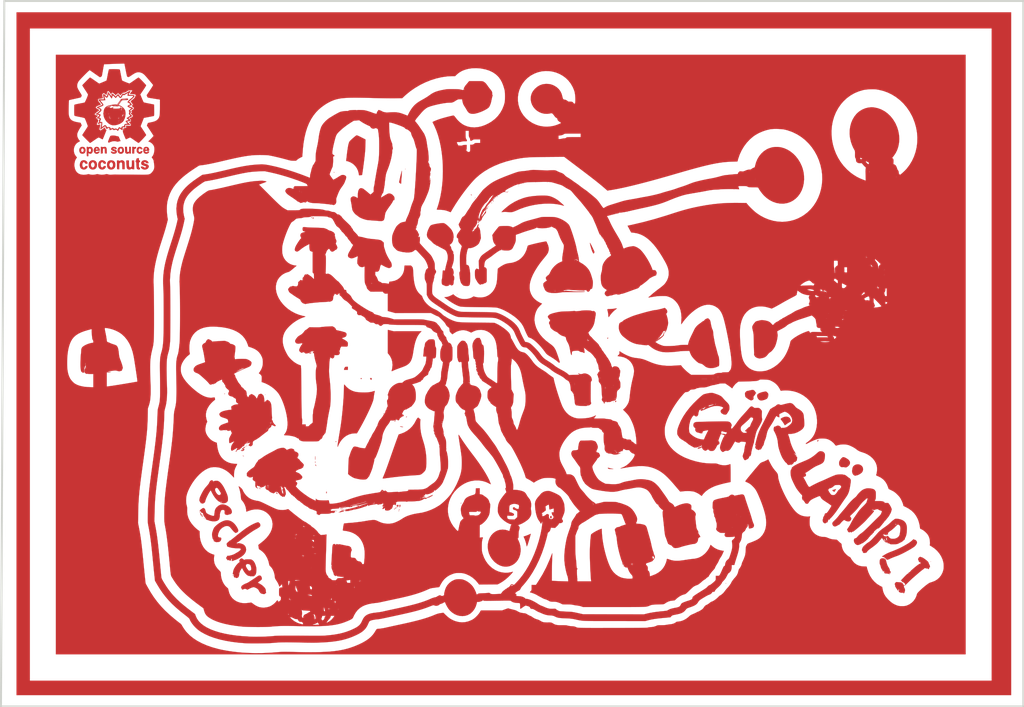
<source format=kicad_pcb>
(kicad_pcb (version 4) (host pcbnew 4.0.2+e4-6225~38~ubuntu16.04.1-stable)
  (layers (0 F.Cu signal) (31 B.Cu signal) (34 B.Paste user) (35 F.Paste user) (36 B.SilkS user) (37 F.SilkS user) (38 B.Mask user) (39 F.Mask user) (44 Edge.Cuts user))
  (net 0 "")
  (module GeileSiech:escher_garlampli2 (layer F.Cu) (at 112.014 80.772)
    (fp_text reference G*** hide)
    (fp_text value LOGO hide)
    (fp_poly (pts (xy 37.930667 26.056167) (xy -37.930666 26.056167) (xy -37.930666 -24.8285) (xy -36.914666 -24.8285) (xy -36.914666 24.9555) (xy 36.449 24.9555) (xy 36.449 -24.8285) (xy -36.914666 -24.8285) (xy -37.930666 -24.8285) (xy -37.930666 -26.056166) (xy 37.930667 -26.056166) (xy 37.930667 26.056167)) (layer F.Cu) (width 0.01))
    (fp_poly (pts (xy 34.459334 22.944667) (xy -34.925 22.944667) (xy -34.925 12.92225) (xy -28.66444 12.92225) (xy -28.599359 13.250951) (xy -28.560802 13.451431) (xy -28.525171 13.649693) (xy -28.491845 13.850481) (xy -28.460203 14.058541) (xy -28.429626 14.278619) (xy -28.399493 14.51546) (xy -28.369183 14.77381) (xy -28.338076 15.058415) (xy -28.305552 15.374019) (xy -28.270989 15.725368) (xy -28.257652 15.864417) (xy -28.237613 16.07295) (xy -28.217013 16.284376) (xy -28.196584 16.491394) (xy -28.177055 16.686699) (xy -28.159158 16.862989) (xy -28.143625 17.012961) (xy -28.131186 17.12931) (xy -28.129456 17.145) (xy -28.08603 17.536584) (xy -27.935943 17.81175) (xy -27.703535 18.213674) (xy -27.458376 18.588572) (xy -27.195784 18.941925) (xy -26.911075 19.279212) (xy -26.599566 19.605915) (xy -26.256575 19.927514) (xy -25.877418 20.249489) (xy -25.798779 20.312858) (xy -25.697721 20.393191) (xy -25.603076 20.467602) (xy -25.521849 20.530645) (xy -25.461042 20.576878) (xy -25.432022 20.597953) (xy -25.374846 20.650429) (xy -25.329149 20.714228) (xy -25.325551 20.721353) (xy -25.279337 20.806293) (xy -25.21341 20.911869) (xy -25.135646 21.026606) (xy -25.053922 21.13903) (xy -24.976112 21.237667) (xy -24.950707 21.267442) (xy -24.715429 21.505153) (xy -24.442425 21.72488) (xy -24.132475 21.926235) (xy -23.786358 22.108826) (xy -23.404852 22.272263) (xy -22.988737 22.416155) (xy -22.538792 22.540113) (xy -22.302571 22.594238) (xy -21.836752 22.682037) (xy -21.340326 22.752768) (xy -20.821682 22.805835) (xy -20.28921 22.840646) (xy -19.751299 22.856605) (xy -19.216339 22.853119) (xy -18.848916 22.838833) (xy -18.693597 22.829806) (xy -18.513429 22.818038) (xy -18.325713 22.804735) (xy -18.14775 22.791105) (xy -18.055166 22.78347) (xy -17.962167 22.775893) (xy -17.874079 22.769683) (xy -17.786397 22.764814) (xy -17.694617 22.761258) (xy -17.594235 22.758987) (xy -17.480745 22.757975) (xy -17.349642 22.758195) (xy -17.196422 22.759618) (xy -17.01658 22.762218) (xy -16.805612 22.765968) (xy -16.559012 22.770839) (xy -16.425333 22.773595) (xy -15.938674 22.781683) (xy -15.490912 22.78457) (xy -15.078883 22.781863) (xy -14.699426 22.77317) (xy -14.349377 22.758097) (xy -14.025573 22.736249) (xy -13.724853 22.707234) (xy -13.444052 22.670659) (xy -13.180008 22.62613) (xy -12.929558 22.573252) (xy -12.68954 22.511634) (xy -12.456791 22.440881) (xy -12.228147 22.360601) (xy -12.000446 22.270399) (xy -11.846294 22.203975) (xy -11.553012 22.063624) (xy -11.298724 21.919472) (xy -11.080104 21.768857) (xy -10.893829 21.609116) (xy -10.736572 21.437585) (xy -10.60501 21.251603) (xy -10.559047 21.17295) (xy -10.515695 21.100845) (xy -10.475234 21.044433) (xy -10.444812 21.01339) (xy -10.439089 21.010567) (xy -10.402722 21.004619) (xy -10.336026 20.997193) (xy -10.250916 20.989554) (xy -10.212916 20.986613) (xy -10.1121 20.975439) (xy -9.987944 20.956163) (xy -9.857974 20.931732) (xy -9.764604 20.911178) (xy -9.683882 20.892485) (xy -9.568332 20.866476) (xy -9.424545 20.834598) (xy -9.259111 20.798297) (xy -9.07862 20.759019) (xy -8.889661 20.718211) (xy -8.706271 20.678908) (xy -8.305014 20.591732) (xy -7.941858 20.509458) (xy -7.612994 20.43101) (xy -7.314615 20.355312) (xy -7.042911 20.281288) (xy -6.794074 20.20786) (xy -6.564297 20.133952) (xy -6.34977 20.058488) (xy -6.146686 19.980392) (xy -5.961462 19.90303) (xy -5.815277 19.849199) (xy -5.66066 19.813358) (xy -5.577416 19.800872) (xy -5.36575 19.773487) (xy -5.236591 19.906192) (xy -5.034476 20.093776) (xy -4.82959 20.242722) (xy -4.616486 20.35664) (xy -4.470722 20.413701) (xy -4.211994 20.48106) (xy -3.956516 20.506271) (xy -3.705096 20.489419) (xy -3.45854 20.430585) (xy -3.217657 20.329853) (xy -3.117559 20.274589) (xy -3.013813 20.201585) (xy -2.900068 20.102782) (xy -2.787162 19.989228) (xy -2.685937 19.871973) (xy -2.607233 19.762065) (xy -2.595418 19.742405) (xy -2.513253 19.600334) (xy -0.899816 19.600334) (xy -0.667339 19.512845) (xy -0.565725 19.475397) (xy -0.494704 19.45202) (xy -0.44562 19.440921) (xy -0.409817 19.440308) (xy -0.37864 19.448385) (xy -0.370889 19.451415) (xy -0.324793 19.466585) (xy -0.248502 19.487876) (xy -0.15316 19.512303) (xy -0.0635 19.533757) (xy 0.070335 19.567924) (xy 0.170757 19.601567) (xy 0.246527 19.63785) (xy 0.275167 19.656056) (xy 0.408564 19.730505) (xy 0.559843 19.778902) (xy 0.737586 19.804293) (xy 0.844936 19.817353) (xy 0.92285 19.839111) (xy 0.973667 19.865796) (xy 1.045455 19.910287) (xy 1.123111 19.953867) (xy 1.195803 19.990965) (xy 1.252698 20.016012) (xy 1.280692 20.023667) (xy 1.310698 20.035726) (xy 1.360605 20.066734) (xy 1.399248 20.094646) (xy 1.561808 20.199712) (xy 1.725027 20.266055) (xy 1.782593 20.280519) (xy 1.867808 20.307131) (xy 1.952576 20.346475) (xy 1.981966 20.364472) (xy 2.077427 20.425108) (xy 2.16561 20.46788) (xy 2.25733 20.495522) (xy 2.363402 20.510769) (xy 2.494643 20.516356) (xy 2.582334 20.516293) (xy 2.697597 20.515392) (xy 2.779518 20.516426) (xy 2.837082 20.520799) (xy 2.879277 20.529913) (xy 2.915089 20.545171) (xy 2.953505 20.567977) (xy 2.966542 20.576284) (xy 3.056651 20.629805) (xy 3.141538 20.669253) (xy 3.230129 20.696522) (xy 3.33135 20.713506) (xy 3.454125 20.7221) (xy 3.607379 20.724196) (xy 3.661858 20.723829) (xy 3.80351 20.723324) (xy 3.910446 20.725407) (xy 3.990232 20.730611) (xy 4.050434 20.739472) (xy 4.098621 20.752526) (xy 4.106358 20.755272) (xy 4.170059 20.771792) (xy 4.260873 20.786753) (xy 4.363587 20.797877) (xy 4.41325 20.801216) (xy 4.509633 20.808569) (xy 4.595062 20.819307) (xy 4.657339 20.831695) (xy 4.677834 20.838846) (xy 4.706214 20.853401) (xy 4.731982 20.86646) (xy 4.757466 20.878101) (xy 4.784994 20.888401) (xy 4.816894 20.89744) (xy 4.855494 20.905296) (xy 4.903121 20.912046) (xy 4.962103 20.91777) (xy 5.034769 20.922545) (xy 5.123445 20.92645) (xy 5.230461 20.929564) (xy 5.358143 20.931964) (xy 5.50882 20.93373) (xy 5.68482 20.934938) (xy 5.88847 20.935669) (xy 6.122098 20.935999) (xy 6.388033 20.936008) (xy 6.688601 20.935774) (xy 7.026131 20.935374) (xy 7.402951 20.934888) (xy 7.527069 20.934734) (xy 7.921126 20.934188) (xy 8.275024 20.93355) (xy 8.59094 20.932791) (xy 8.871047 20.931886) (xy 9.117521 20.930806) (xy 9.332537 20.929525) (xy 9.51827 20.928016) (xy 9.676894 20.926251) (xy 9.810586 20.924204) (xy 9.921519 20.921848) (xy 10.01187 20.919156) (xy 10.083812 20.9161) (xy 10.139521 20.912654) (xy 10.181173 20.908791) (xy 10.210941 20.904483) (xy 10.225819 20.901203) (xy 10.318122 20.882766) (xy 10.418389 20.871552) (xy 10.456334 20.870067) (xy 10.644893 20.851127) (xy 10.819446 20.795265) (xy 10.864636 20.773989) (xy 10.910044 20.752884) (xy 10.953616 20.738411) (xy 11.004688 20.729338) (xy 11.072596 20.724432) (xy 11.166678 20.722461) (xy 11.257254 20.722167) (xy 11.37069 20.720526) (xy 11.475119 20.716036) (xy 11.560039 20.709352) (xy 11.614951 20.701124) (xy 11.62064 20.699591) (xy 11.674895 20.687655) (xy 11.757145 20.67492) (xy 11.853148 20.663466) (xy 11.895667 20.659404) (xy 12.076653 20.632559) (xy 12.224112 20.585875) (xy 12.342714 20.517763) (xy 12.365693 20.499496) (xy 12.414676 20.466702) (xy 12.471338 20.450711) (xy 12.548166 20.446454) (xy 12.689581 20.429634) (xy 12.845804 20.38359) (xy 13.006511 20.313164) (xy 13.161374 20.223194) (xy 13.300069 20.118523) (xy 13.353428 20.068942) (xy 13.419693 20.007236) (xy 13.483724 19.960114) (xy 13.559099 19.919201) (xy 13.659397 19.876126) (xy 13.678357 19.868595) (xy 13.770414 19.830362) (xy 13.852452 19.792813) (xy 13.913195 19.761286) (xy 13.935493 19.746887) (xy 13.983805 19.717595) (xy 14.023316 19.706167) (xy 14.056226 19.695672) (xy 14.115086 19.667473) (xy 14.190071 19.6265) (xy 14.236329 19.599279) (xy 14.328794 19.540378) (xy 14.395284 19.488562) (xy 14.448032 19.432684) (xy 14.499268 19.361597) (xy 14.502479 19.356731) (xy 14.555611 19.28128) (xy 14.601917 19.232132) (xy 14.653965 19.19796) (xy 14.703266 19.175776) (xy 14.778295 19.137233) (xy 14.863603 19.081502) (xy 14.933413 19.026741) (xy 14.997079 18.975939) (xy 15.054122 18.93896) (xy 15.093085 18.923137) (xy 15.095478 18.923) (xy 15.145259 18.909412) (xy 15.217533 18.872428) (xy 15.304016 18.817716) (xy 15.396422 18.750947) (xy 15.486467 18.67779) (xy 15.565866 18.603914) (xy 15.574072 18.595491) (xy 15.634126 18.534532) (xy 15.683259 18.487317) (xy 15.714172 18.460738) (xy 15.720385 18.457334) (xy 15.758222 18.443385) (xy 15.815523 18.406767) (xy 15.88241 18.355323) (xy 15.949002 18.296896) (xy 16.005421 18.239329) (xy 16.025179 18.215372) (xy 16.112047 18.101525) (xy 16.178062 18.016101) (xy 16.227704 17.953609) (xy 16.265452 17.908554) (xy 16.295786 17.875443) (xy 16.323185 17.848782) (xy 16.326839 17.845436) (xy 16.364296 17.805092) (xy 16.412832 17.744408) (xy 16.465938 17.672667) (xy 16.517105 17.599152) (xy 16.559822 17.533145) (xy 16.58758 17.483928) (xy 16.594667 17.463516) (xy 16.607581 17.431918) (xy 16.642216 17.37671) (xy 16.692413 17.306133) (xy 16.752014 17.228434) (xy 16.81486 17.151856) (xy 16.874791 17.084643) (xy 16.887963 17.070917) (xy 17.005357 16.923804) (xy 17.086081 16.758524) (xy 17.127086 16.604603) (xy 17.152007 16.503208) (xy 17.186043 16.430911) (xy 17.213609 16.395494) (xy 17.276409 16.310814) (xy 17.333562 16.205519) (xy 17.375943 16.098214) (xy 17.391915 16.031985) (xy 17.410661 15.958456) (xy 17.439458 15.890599) (xy 17.442345 15.885584) (xy 17.473632 15.824649) (xy 17.513076 15.735812) (xy 17.555734 15.631423) (xy 17.596659 15.523834) (xy 17.630909 15.425397) (xy 17.645703 15.377584) (xy 17.658476 15.31491) (xy 17.670706 15.222352) (xy 17.681013 15.112347) (xy 17.688012 14.997336) (xy 17.688045 14.996584) (xy 17.693486 14.882212) (xy 17.699642 14.800492) (xy 17.708465 14.741761) (xy 17.721911 14.696356) (xy 17.741933 14.654614) (xy 17.765096 14.615584) (xy 17.800503 14.558121) (xy 17.825454 14.517537) (xy 17.833492 14.504369) (xy 17.853307 14.495392) (xy 17.905635 14.474381) (xy 17.983338 14.444135) (xy 18.079278 14.407452) (xy 18.118977 14.392428) (xy 18.306171 14.31874) (xy 18.458863 14.25125) (xy 18.58373 14.186335) (xy 18.687447 14.12037) (xy 18.776692 14.049728) (xy 18.814745 14.014644) (xy 18.973978 13.832636) (xy 19.097533 13.627985) (xy 19.185359 13.40092) (xy 19.237404 13.151665) (xy 19.253614 12.880448) (xy 19.233938 12.587496) (xy 19.196622 12.358732) (xy 19.146711 12.144918) (xy 19.07774 11.902666) (xy 18.992414 11.63985) (xy 18.893436 11.364342) (xy 18.783512 11.084015) (xy 18.665344 10.806742) (xy 18.657453 10.789038) (xy 18.58547 10.632352) (xy 18.522193 10.506525) (xy 18.461877 10.402627) (xy 18.398774 10.311728) (xy 18.327137 10.224898) (xy 18.241218 10.133207) (xy 18.22431 10.116021) (xy 18.134831 10.029551) (xy 18.05238 9.960834) (xy 17.966204 9.902991) (xy 17.865548 9.849144) (xy 17.739657 9.792415) (xy 17.677979 9.766614) (xy 17.666977 9.760231) (xy 17.662059 9.750049) (xy 17.665438 9.733055) (xy 17.679324 9.706238) (xy 17.705929 9.666587) (xy 17.747463 9.61109) (xy 17.806139 9.536736) (xy 17.884168 9.440513) (xy 17.983761 9.319411) (xy 18.107129 9.170417) (xy 18.182122 9.08006) (xy 18.304339 8.933442) (xy 18.420437 8.795262) (xy 18.527142 8.669338) (xy 18.621179 8.559485) (xy 18.699274 8.469521) (xy 18.758153 8.403262) (xy 18.794542 8.364525) (xy 18.80137 8.358167) (xy 18.860232 8.31991) (xy 18.938328 8.283068) (xy 18.985144 8.266256) (xy 19.063762 8.23746) (xy 19.159064 8.196112) (xy 19.251111 8.150892) (xy 19.255601 8.148509) (xy 19.408285 8.067089) (xy 19.521491 8.293336) (xy 19.643641 8.521114) (xy 19.766267 8.71536) (xy 19.894964 8.884564) (xy 19.960211 8.959024) (xy 20.051912 9.068144) (xy 20.111548 9.162495) (xy 20.143056 9.249577) (xy 20.150667 9.321853) (xy 20.162387 9.454755) (xy 20.196158 9.617538) (xy 20.249897 9.805306) (xy 20.321521 10.013162) (xy 20.408945 10.236206) (xy 20.510088 10.469542) (xy 20.622865 10.708273) (xy 20.745193 10.9475) (xy 20.874989 11.182326) (xy 21.01017 11.407853) (xy 21.092444 11.535834) (xy 21.235925 11.74374) (xy 21.36879 11.915983) (xy 21.495068 12.056615) (xy 21.618786 12.169694) (xy 21.743974 12.259274) (xy 21.87466 12.32941) (xy 21.885756 12.334428) (xy 22.016144 12.380414) (xy 22.166774 12.414368) (xy 22.319537 12.433258) (xy 22.456326 12.434049) (xy 22.472078 12.432656) (xy 22.602739 12.419322) (xy 22.579893 12.512036) (xy 22.570578 12.571575) (xy 22.563208 12.660264) (xy 22.558658 12.764932) (xy 22.557624 12.848167) (xy 22.559878 12.972079) (xy 22.567057 13.067017) (xy 22.580802 13.146213) (xy 22.602752 13.222899) (xy 22.604859 13.229167) (xy 22.694693 13.433616) (xy 22.814404 13.609007) (xy 22.961477 13.753536) (xy 23.133398 13.865399) (xy 23.327651 13.942795) (xy 23.541722 13.98392) (xy 23.666644 13.990423) (xy 23.754382 13.995099) (xy 23.832049 14.011157) (xy 23.918527 14.043224) (xy 23.962978 14.063019) (xy 24.135557 14.130198) (xy 24.307967 14.170208) (xy 24.493481 14.18738) (xy 24.634711 14.192965) (xy 24.768647 14.321425) (xy 24.835427 14.383198) (xy 24.896243 14.435469) (xy 24.940789 14.469504) (xy 24.950209 14.47527) (xy 24.985426 14.507683) (xy 24.997566 14.562372) (xy 24.997834 14.576231) (xy 25.008161 14.675408) (xy 25.036239 14.795236) (xy 25.077717 14.920264) (xy 25.125676 15.030003) (xy 25.211555 15.165909) (xy 25.326406 15.298419) (xy 25.457943 15.414662) (xy 25.556477 15.481289) (xy 25.623248 15.523469) (xy 25.67268 15.560663) (xy 25.695696 15.585897) (xy 25.696333 15.58872) (xy 25.709344 15.623489) (xy 25.743995 15.681034) (xy 25.793722 15.752566) (xy 25.851957 15.829294) (xy 25.912132 15.902432) (xy 25.967681 15.963188) (xy 25.996437 15.99037) (xy 26.1587 16.105531) (xy 26.338787 16.185154) (xy 26.540214 16.230476) (xy 26.714497 16.242811) (xy 26.907626 16.245417) (xy 26.9455 16.393584) (xy 27.038623 16.684302) (xy 27.16227 16.950007) (xy 27.314823 17.188522) (xy 27.494669 17.39767) (xy 27.700191 17.575278) (xy 27.929773 17.719168) (xy 27.929853 17.71921) (xy 28.101217 17.808982) (xy 28.127023 17.972982) (xy 28.172221 18.168281) (xy 28.245959 18.350265) (xy 28.351768 18.525178) (xy 28.493175 18.699262) (xy 28.599697 18.808955) (xy 28.747633 18.943515) (xy 28.887014 19.048446) (xy 29.02938 19.131381) (xy 29.186271 19.19995) (xy 29.197139 19.204051) (xy 29.281697 19.233823) (xy 29.353252 19.252885) (xy 29.426622 19.263644) (xy 29.516627 19.268503) (xy 29.601584 19.26971) (xy 29.72041 19.268533) (xy 29.811143 19.26213) (xy 29.887884 19.248733) (xy 29.96473 19.226575) (xy 29.976031 19.222765) (xy 30.167955 19.136364) (xy 30.341782 19.01699) (xy 30.492404 18.870171) (xy 30.614711 18.701435) (xy 30.703594 18.516307) (xy 30.739391 18.396947) (xy 30.751827 18.350962) (xy 30.768812 18.310632) (xy 30.795497 18.269233) (xy 30.837034 18.22004) (xy 30.898573 18.156329) (xy 30.985263 18.071375) (xy 30.998794 18.058281) (xy 31.110193 17.954403) (xy 31.230977 17.848349) (xy 31.353933 17.745895) (xy 31.471845 17.652819) (xy 31.577499 17.574898) (xy 31.66368 17.517909) (xy 31.697084 17.499135) (xy 31.751366 17.476311) (xy 31.828466 17.449683) (xy 31.898167 17.428864) (xy 32.106272 17.350393) (xy 32.293643 17.236835) (xy 32.456933 17.091699) (xy 32.592792 16.918497) (xy 32.697873 16.720739) (xy 32.764375 16.520584) (xy 32.778832 16.43074) (xy 32.786967 16.313942) (xy 32.788679 16.185109) (xy 32.783867 16.05916) (xy 32.772428 15.951014) (xy 32.768407 15.927917) (xy 32.702319 15.692936) (xy 32.598292 15.463898) (xy 32.460722 15.246761) (xy 32.294004 15.047484) (xy 32.102531 14.872027) (xy 31.8907 14.726348) (xy 31.875977 14.717849) (xy 31.737371 14.638782) (xy 31.745835 14.45785) (xy 31.737981 14.247551) (xy 31.692366 14.049959) (xy 31.623628 13.887026) (xy 31.559588 13.787701) (xy 31.4681 13.680866) (xy 31.360088 13.57689) (xy 31.246479 13.486142) (xy 31.138195 13.41899) (xy 31.122368 13.411257) (xy 30.992153 13.350368) (xy 30.978398 13.231559) (xy 30.952384 13.071926) (xy 30.911875 12.901265) (xy 30.861715 12.737488) (xy 30.807918 12.601053) (xy 30.680605 12.365261) (xy 30.528101 12.160577) (xy 30.346913 11.983476) (xy 30.13355 11.830431) (xy 29.938962 11.723735) (xy 29.724385 11.618929) (xy 29.699351 11.507065) (xy 29.679398 11.441351) (xy 29.64507 11.351342) (xy 29.601657 11.250233) (xy 29.566129 11.174673) (xy 29.516163 11.076618) (xy 29.470489 10.998749) (xy 29.420594 10.929488) (xy 29.357966 10.857257) (xy 29.274093 10.770477) (xy 29.254596 10.750931) (xy 29.163463 10.661892) (xy 29.088819 10.595515) (xy 29.018748 10.54307) (xy 28.941337 10.495828) (xy 28.844672 10.445058) (xy 28.821018 10.433234) (xy 28.590785 10.31875) (xy 28.554246 10.202334) (xy 28.462669 9.972573) (xy 28.341873 9.772987) (xy 28.192403 9.604167) (xy 28.014806 9.466707) (xy 27.809629 9.361202) (xy 27.763737 9.343399) (xy 27.688029 9.311031) (xy 27.646557 9.282953) (xy 27.640154 9.267282) (xy 27.648947 9.232802) (xy 27.664573 9.171839) (xy 27.679881 9.11225) (xy 27.702958 8.977939) (xy 27.71147 8.823975) (xy 27.70518 8.670541) (xy 27.686499 8.548851) (xy 27.61922 8.348927) (xy 27.514012 8.160594) (xy 27.374479 7.987246) (xy 27.204226 7.832276) (xy 27.006856 7.699078) (xy 26.785972 7.591046) (xy 26.601326 7.526911) (xy 26.458978 7.481494) (xy 26.344059 7.433583) (xy 26.241949 7.375777) (xy 26.138028 7.300678) (xy 26.109722 7.278066) (xy 25.993885 7.195979) (xy 25.852692 7.113888) (xy 25.701417 7.039492) (xy 25.555334 6.980491) (xy 25.4635 6.95226) (xy 25.297186 6.924665) (xy 25.112074 6.918375) (xy 24.922668 6.932348) (xy 24.743467 6.965541) (xy 24.593889 7.014782) (xy 24.561857 7.011324) (xy 24.522355 6.972899) (xy 24.504479 6.948528) (xy 24.382936 6.805022) (xy 24.231815 6.676774) (xy 24.063406 6.572796) (xy 23.899457 6.50497) (xy 23.804721 6.485016) (xy 23.681992 6.472478) (xy 23.544987 6.467527) (xy 23.407421 6.47033) (xy 23.283011 6.481058) (xy 23.198667 6.496327) (xy 23.078562 6.532856) (xy 22.934846 6.586512) (xy 22.779869 6.652084) (xy 22.625979 6.72436) (xy 22.491605 6.794727) (xy 22.395667 6.845836) (xy 22.330454 6.874564) (xy 22.291817 6.88253) (xy 22.279159 6.877519) (xy 22.273402 6.851535) (xy 22.305601 6.819148) (xy 22.30563 6.819127) (xy 22.476659 6.689858) (xy 22.61529 6.57009) (xy 22.728015 6.452602) (xy 22.821326 6.330171) (xy 22.901716 6.195575) (xy 22.946161 6.106584) (xy 23.039392 5.861831) (xy 23.100687 5.596183) (xy 23.130287 5.31625) (xy 23.128437 5.028642) (xy 23.095379 4.73997) (xy 23.031356 4.456846) (xy 22.936611 4.185879) (xy 22.870311 4.042084) (xy 22.722115 3.794961) (xy 22.538941 3.567118) (xy 22.325192 3.362295) (xy 22.085269 3.184237) (xy 21.823576 3.036685) (xy 21.560984 2.928914) (xy 21.344558 2.868003) (xy 21.111957 2.824895) (xy 20.877098 2.80118) (xy 20.653897 2.798445) (xy 20.514927 2.809499) (xy 20.360603 2.828888) (xy 20.277164 2.668569) (xy 20.153602 2.472643) (xy 20.001139 2.305635) (xy 19.817603 2.165594) (xy 19.600823 2.050568) (xy 19.579167 2.041189) (xy 19.521686 2.018212) (xy 19.46808 2.001575) (xy 19.409012 1.989854) (xy 19.335142 1.981629) (xy 19.237133 1.975476) (xy 19.1135 1.970267) (xy 18.988638 1.965819) (xy 18.898293 1.963861) (xy 18.834685 1.965133) (xy 18.790034 1.970374) (xy 18.75656 1.980324) (xy 18.726483 1.995721) (xy 18.704935 2.009087) (xy 18.664372 2.030917) (xy 18.614588 2.049173) (xy 18.551296 2.064309) (xy 18.470209 2.076775) (xy 18.367041 2.087024) (xy 18.237506 2.095507) (xy 18.077316 2.102677) (xy 17.882187 2.108984) (xy 17.7165 2.113274) (xy 17.134417 2.12725) (xy 17.037956 2.194251) (xy 16.897766 2.313217) (xy 16.76951 2.468117) (xy 16.724607 2.534895) (xy 16.653514 2.646207) (xy 16.576465 2.581328) (xy 16.525447 2.541464) (xy 16.450868 2.486997) (xy 16.364606 2.426484) (xy 16.311892 2.390641) (xy 16.124367 2.264833) (xy 15.905683 2.264833) (xy 15.813601 2.266651) (xy 15.738117 2.271559) (xy 15.688717 2.278737) (xy 15.674673 2.284777) (xy 15.647988 2.29925) (xy 15.594324 2.313268) (xy 15.562298 2.318653) (xy 15.477027 2.334497) (xy 15.390235 2.356436) (xy 15.371552 2.362209) (xy 15.299067 2.381031) (xy 15.230866 2.391232) (xy 15.216044 2.391834) (xy 15.171478 2.398575) (xy 15.09722 2.416958) (xy 15.00339 2.444223) (xy 14.900104 2.477611) (xy 14.893993 2.479692) (xy 14.7801 2.517489) (xy 14.691794 2.542919) (xy 14.61508 2.558629) (xy 14.535961 2.567262) (xy 14.440443 2.571465) (xy 14.403917 2.57231) (xy 14.302458 2.57641) (xy 14.211203 2.583749) (xy 14.141868 2.593185) (xy 14.111497 2.600868) (xy 14.049015 2.618709) (xy 13.999515 2.624667) (xy 13.946166 2.637165) (xy 13.889371 2.667382) (xy 13.887427 2.668799) (xy 13.839837 2.69453) (xy 13.773377 2.711789) (xy 13.677528 2.723082) (xy 13.6513 2.725025) (xy 13.562667 2.732305) (xy 13.505087 2.74176) (xy 13.467304 2.757) (xy 13.438063 2.781635) (xy 13.423578 2.798069) (xy 13.33393 2.876274) (xy 13.227388 2.916034) (xy 13.161426 2.922166) (xy 13.122944 2.924103) (xy 13.090548 2.932183) (xy 13.057407 2.951498) (xy 13.016687 2.987139) (xy 12.961559 3.044196) (xy 12.885191 3.12776) (xy 12.884483 3.128541) (xy 12.680732 3.367429) (xy 12.482874 3.626365) (xy 12.294182 3.899523) (xy 12.11793 4.181076) (xy 11.957391 4.465196) (xy 11.815838 4.746057) (xy 11.696545 5.017833) (xy 11.602784 5.274695) (xy 11.537829 5.510817) (xy 11.532623 5.535084) (xy 11.515296 5.658816) (xy 11.507102 5.808992) (xy 11.507675 5.971627) (xy 11.516651 6.132738) (xy 11.533662 6.27834) (xy 11.554776 6.38175) (xy 11.646385 6.641869) (xy 11.777324 6.890329) (xy 11.945725 7.125197) (xy 12.149717 7.344542) (xy 12.38743 7.546432) (xy 12.656994 7.728934) (xy 12.956539 7.890117) (xy 13.060965 7.937998) (xy 13.455315 8.092763) (xy 13.86072 8.21593) (xy 14.269983 8.305957) (xy 14.675907 8.361301) (xy 15.071296 8.38042) (xy 15.123584 8.38014) (xy 15.252065 8.378952) (xy 15.346888 8.379588) (xy 15.416719 8.383004) (xy 15.470224 8.390158) (xy 15.51607 8.402003) (xy 15.562923 8.419497) (xy 15.592169 8.431834) (xy 15.756837 8.485303) (xy 15.936859 8.514271) (xy 16.119826 8.518408) (xy 16.293331 8.497385) (xy 16.437024 8.454257) (xy 16.486878 8.434593) (xy 16.517584 8.424635) (xy 16.519904 8.424334) (xy 16.522624 8.44467) (xy 16.525108 8.502358) (xy 16.527274 8.592416) (xy 16.529039 8.709864) (xy 16.530322 8.84972) (xy 16.53104 9.007002) (xy 16.531167 9.109354) (xy 16.531167 9.794374) (xy 16.345959 9.830841) (xy 16.169621 9.86828) (xy 15.9827 9.91273) (xy 15.795109 9.961477) (xy 15.616767 10.011805) (xy 15.457588 10.060998) (xy 15.32749 10.106342) (xy 15.298385 10.117674) (xy 15.043179 10.235152) (xy 14.814867 10.371128) (xy 14.617773 10.522531) (xy 14.456223 10.686291) (xy 14.403849 10.752759) (xy 14.327095 10.85732) (xy 14.218592 10.771553) (xy 14.032464 10.648456) (xy 13.813864 10.548412) (xy 13.779976 10.535957) (xy 13.685748 10.512164) (xy 13.559444 10.49462) (xy 13.410922 10.483758) (xy 13.250039 10.48001) (xy 13.08665 10.483806) (xy 12.930613 10.495579) (xy 12.910151 10.497861) (xy 12.689417 10.523567) (xy 12.618341 10.442325) (xy 12.58217 10.400499) (xy 12.524341 10.333062) (xy 12.450565 10.246698) (xy 12.366554 10.148094) (xy 12.278018 10.043935) (xy 12.27772 10.043584) (xy 12.071661 9.805539) (xy 11.884378 9.599751) (xy 11.711923 9.422758) (xy 11.550348 9.271101) (xy 11.395704 9.141318) (xy 11.244045 9.029949) (xy 11.091421 8.933532) (xy 10.933886 8.848607) (xy 10.89025 8.827319) (xy 10.686271 8.739491) (xy 10.478421 8.670358) (xy 10.262408 8.61969) (xy 10.033937 8.587259) (xy 9.788713 8.572836) (xy 9.522444 8.576193) (xy 9.230834 8.597101) (xy 8.909591 8.635332) (xy 8.554419 8.690656) (xy 8.5 8.700057) (xy 8.382411 8.72012) (xy 8.280171 8.736651) (xy 8.200192 8.748609) (xy 8.149385 8.754949) (xy 8.134369 8.755257) (xy 8.14865 8.744942) (xy 8.193189 8.725077) (xy 8.256626 8.700606) (xy 8.442794 8.6174) (xy 8.618866 8.505483) (xy 8.794113 8.358872) (xy 8.812042 8.341984) (xy 8.929047 8.220445) (xy 9.03474 8.091098) (xy 9.122481 7.963177) (xy 9.185629 7.845913) (xy 9.20582 7.794424) (xy 9.222575 7.736268) (xy 9.222565 7.700746) (xy 9.204674 7.671158) (xy 9.196996 7.66242) (xy 9.157588 7.630481) (xy 9.128043 7.62) (xy 9.061105 7.60318) (xy 8.984481 7.558065) (xy 8.910246 7.492668) (xy 8.876284 7.452898) (xy 8.801802 7.355417) (xy 8.667816 7.355417) (xy 8.581326 7.351499) (xy 8.52089 7.337225) (xy 8.470742 7.308811) (xy 8.469355 7.307792) (xy 8.406215 7.270451) (xy 8.360592 7.262461) (xy 8.337791 7.284454) (xy 8.336492 7.291917) (xy 8.332143 7.338844) (xy 8.3312 7.350125) (xy 8.312396 7.372215) (xy 8.265229 7.404378) (xy 8.202084 7.438539) (xy 8.128856 7.473941) (xy 8.08278 7.494843) (xy 8.053095 7.505581) (xy 8.02904 7.51049) (xy 8.020918 7.511521) (xy 8.007851 7.526946) (xy 8.010642 7.53381) (xy 8.003056 7.554054) (xy 7.974849 7.568691) (xy 7.941717 7.581137) (xy 7.947498 7.590824) (xy 7.96925 7.599261) (xy 8.021486 7.601009) (xy 8.069792 7.585002) (xy 8.109784 7.569927) (xy 8.127906 7.573473) (xy 8.128 7.574517) (xy 8.108843 7.598185) (xy 8.058162 7.625542) (xy 7.986147 7.653047) (xy 7.902985 7.677159) (xy 7.818865 7.694334) (xy 7.766331 7.700243) (xy 7.676348 7.702209) (xy 7.609503 7.692579) (xy 7.547505 7.668473) (xy 7.539633 7.664527) (xy 7.419405 7.626477) (xy 7.333702 7.62) (xy 7.258697 7.615698) (xy 7.195069 7.604671) (xy 7.169289 7.595509) (xy 7.13757 7.576185) (xy 7.14231 7.563674) (xy 7.165389 7.552789) (xy 7.182125 7.542192) (xy 7.160529 7.54074) (xy 7.130281 7.543808) (xy 7.079006 7.546125) (xy 7.04776 7.530544) (xy 7.041772 7.521222) (xy 7.224889 7.521222) (xy 7.227795 7.533806) (xy 7.239 7.535334) (xy 7.256423 7.527589) (xy 7.253111 7.521222) (xy 7.227991 7.518689) (xy 7.224889 7.521222) (xy 7.041772 7.521222) (xy 7.020014 7.487354) (xy 7.013865 7.475404) (xy 6.983963 7.422524) (xy 6.958311 7.386912) (xy 6.95325 7.382199) (xy 6.94476 7.367911) (xy 6.95055 7.366324) (xy 6.953682 7.356056) (xy 7.667826 7.356056) (xy 7.692094 7.386057) (xy 7.704296 7.40026) (xy 7.773686 7.479706) (xy 7.822072 7.531703) (xy 7.855205 7.561609) (xy 7.878833 7.574783) (xy 7.893835 7.576906) (xy 7.904407 7.56648) (xy 7.877865 7.53637) (xy 7.863417 7.524094) (xy 7.81922 7.490627) (xy 7.789144 7.472822) (xy 7.785468 7.471939) (xy 7.767828 7.454648) (xy 7.759246 7.434739) (xy 7.732825 7.395616) (xy 7.699612 7.368457) (xy 7.670565 7.35177) (xy 7.667826 7.356056) (xy 6.953682 7.356056) (xy 6.95458 7.353112) (xy 6.942291 7.333797) (xy 6.926598 7.291851) (xy 6.925181 7.217711) (xy 6.928748 7.175458) (xy 6.932496 7.08836) (xy 6.925897 7.015761) (xy 6.919084 6.990703) (xy 6.894603 6.903162) (xy 6.874787 6.784219) (xy 6.860257 6.644614) (xy 6.851636 6.495084) (xy 6.849546 6.346368) (xy 6.854608 6.209205) (xy 6.867243 6.09553) (xy 6.863966 6.050276) (xy 6.829672 6.015859) (xy 6.817143 6.00826) (xy 6.768735 5.963803) (xy 6.742904 5.913481) (xy 6.715986 5.847922) (xy 6.676684 5.798853) (xy 6.634968 5.778541) (xy 6.633206 5.7785) (xy 6.60149 5.765414) (xy 6.554087 5.732442) (xy 6.533151 5.715) (xy 6.5013 5.688218) (xy 6.472104 5.670276) (xy 6.436465 5.659404) (xy 6.385287 5.653831) (xy 6.309472 5.651787) (xy 6.206923 5.6515) (xy 6.093372 5.650419) (xy 6.015035 5.646625) (xy 5.964834 5.639298) (xy 5.935691 5.627615) (xy 5.925922 5.618853) (xy 5.895387 5.598857) (xy 5.876764 5.60827) (xy 5.846848 5.617829) (xy 5.784145 5.625221) (xy 5.698182 5.629562) (xy 5.639456 5.630334) (xy 5.341266 5.648917) (xy 5.056758 5.703923) (xy 4.790272 5.79424) (xy 4.5693 5.904873) (xy 4.403929 6.020362) (xy 4.236874 6.170131) (xy 4.073586 6.34673) (xy 3.919521 6.542712) (xy 3.780131 6.750628) (xy 3.66087 6.96303) (xy 3.567191 7.17247) (xy 3.509102 7.352899) (xy 3.48893 7.44241) (xy 3.477359 7.524349) (xy 3.473238 7.613686) (xy 3.475415 7.725395) (xy 3.477223 7.767633) (xy 3.485139 7.887085) (xy 3.498673 7.994159) (xy 3.520305 8.095879) (xy 3.552514 8.199273) (xy 3.597779 8.311368) (xy 3.658579 8.439191) (xy 3.737393 8.589768) (xy 3.820921 8.741834) (xy 3.87413 8.841618) (xy 3.925117 8.94451) (xy 3.966386 9.035064) (xy 3.98256 9.074898) (xy 4.03225 9.206879) (xy 4.181553 9.20719) (xy 4.282015 9.212014) (xy 4.361481 9.228896) (xy 4.439121 9.261451) (xy 4.512263 9.304356) (xy 4.572766 9.357169) (xy 4.627459 9.428232) (xy 4.683168 9.525885) (xy 4.724145 9.609667) (xy 4.808501 9.78808) (xy 4.878843 9.933445) (xy 4.938483 10.051338) (xy 4.990734 10.147335) (xy 5.038908 10.227014) (xy 5.086317 10.29595) (xy 5.136275 10.35972) (xy 5.192093 10.423901) (xy 5.236409 10.472038) (xy 5.310094 10.553751) (xy 5.381199 10.637497) (xy 5.43911 10.710569) (xy 5.46128 10.741292) (xy 5.509364 10.803791) (xy 5.577405 10.881475) (xy 5.658566 10.967639) (xy 5.746009 11.05558) (xy 5.832896 11.138593) (xy 5.912388 11.209973) (xy 5.977649 11.263017) (xy 6.02184 11.29102) (xy 6.022055 11.291111) (xy 6.079121 11.322568) (xy 6.144274 11.368947) (xy 6.167711 11.388423) (xy 6.246927 11.457976) (xy 6.381606 11.43316) (xy 6.467157 11.41503) (xy 6.573216 11.389211) (xy 6.679874 11.36061) (xy 6.703018 11.353972) (xy 6.76526 11.336348) (xy 6.819483 11.323135) (xy 6.872992 11.31382) (xy 6.933096 11.30789) (xy 7.007103 11.304832) (xy 7.102318 11.304133) (xy 7.22605 11.305281) (xy 7.366 11.307439) (xy 7.528407 11.310625) (xy 7.654335 11.314482) (xy 7.749637 11.31947) (xy 7.820166 11.326052) (xy 7.871778 11.334689) (xy 7.910323 11.345844) (xy 7.92421 11.351472) (xy 7.985382 11.37449) (xy 8.036096 11.386944) (xy 8.045565 11.387667) (xy 8.090287 11.395479) (xy 8.164806 11.41673) (xy 8.260028 11.448141) (xy 8.366856 11.486435) (xy 8.476195 11.528332) (xy 8.57895 11.570556) (xy 8.666026 11.609827) (xy 8.67759 11.615466) (xy 8.857932 11.727784) (xy 9.020747 11.877997) (xy 9.166389 12.066483) (xy 9.277472 12.2581) (xy 9.330055 12.363406) (xy 9.365408 12.441715) (xy 9.386912 12.503011) (xy 9.397944 12.557276) (xy 9.401885 12.614492) (xy 9.402108 12.626313) (xy 9.394286 12.737769) (xy 9.364777 12.82981) (xy 9.358594 12.842428) (xy 9.331664 12.898935) (xy 9.315458 12.940114) (xy 9.313334 12.949965) (xy 9.332927 12.959475) (xy 9.385506 12.969425) (xy 9.461767 12.978291) (xy 9.509125 12.982064) (xy 9.605766 12.990557) (xy 9.694988 13.001779) (xy 9.762163 13.013772) (xy 9.779 13.018166) (xy 9.848875 13.036745) (xy 9.914133 13.049748) (xy 9.915026 13.049877) (xy 9.969411 13.070275) (xy 10.028844 13.110186) (xy 10.044351 13.124077) (xy 10.071331 13.151635) (xy 10.093078 13.17975) (xy 10.112356 13.215326) (xy 10.131932 13.265268) (xy 10.154569 13.336479) (xy 10.183033 13.435863) (xy 10.213606 13.546667) (xy 10.244973 13.659574) (xy 10.27955 13.781725) (xy 10.311116 13.891195) (xy 10.318714 13.917084) (xy 10.376484 14.118326) (xy 10.423245 14.29469) (xy 10.462718 14.460984) (xy 10.498626 14.632016) (xy 10.499563 14.63675) (xy 10.527146 14.759723) (xy 10.562473 14.894142) (xy 10.599742 15.018615) (xy 10.616912 15.069377) (xy 10.645959 15.154351) (xy 10.667187 15.223497) (xy 10.677988 15.267873) (xy 10.678109 15.27928) (xy 10.668728 15.273144) (xy 10.668 15.264695) (xy 10.651507 15.241511) (xy 10.642873 15.24) (xy 10.639483 15.252964) (xy 10.661639 15.285335) (xy 10.673303 15.298209) (xy 10.712505 15.351144) (xy 10.735011 15.403736) (xy 10.736007 15.409334) (xy 10.746544 15.458391) (xy 10.756507 15.483472) (xy 10.759896 15.522865) (xy 10.74226 15.582605) (xy 10.709085 15.650032) (xy 10.665856 15.712489) (xy 10.649318 15.730879) (xy 10.609385 15.774739) (xy 10.58593 15.806332) (xy 10.583334 15.81306) (xy 10.564318 15.829235) (xy 10.512435 15.854284) (xy 10.435427 15.88513) (xy 10.34104 15.918699) (xy 10.237017 15.951916) (xy 10.2235 15.955956) (xy 10.149931 15.97928) (xy 10.10784 15.999067) (xy 10.0877 16.022292) (xy 10.07998 16.055933) (xy 10.079389 16.061466) (xy 10.083863 16.116601) (xy 10.115484 16.148996) (xy 10.116212 16.149388) (xy 10.174715 16.203752) (xy 10.210248 16.288119) (xy 10.220097 16.395319) (xy 10.218656 16.419956) (xy 10.215241 16.488944) (xy 10.221799 16.529529) (xy 10.24173 16.555128) (xy 10.255393 16.564957) (xy 10.306552 16.615587) (xy 10.342099 16.693174) (xy 10.364432 16.803745) (xy 10.369619 16.851893) (xy 10.38225 16.992703) (xy 10.551584 16.935557) (xy 10.811374 16.830827) (xy 11.036097 16.703247) (xy 11.227132 16.551504) (xy 11.385858 16.374282) (xy 11.513653 16.170266) (xy 11.611898 15.938143) (xy 11.618407 15.918673) (xy 11.641412 15.842346) (xy 11.657583 15.776782) (xy 11.663158 15.739213) (xy 11.668692 15.688496) (xy 11.688884 15.663853) (xy 11.730529 15.663546) (xy 11.800427 15.685837) (xy 11.828555 15.696926) (xy 11.992283 15.752829) (xy 12.162613 15.789406) (xy 12.345905 15.80693) (xy 12.548515 15.805672) (xy 12.776802 15.785903) (xy 13.034384 15.748355) (xy 13.176936 15.725463) (xy 13.325458 15.703556) (xy 13.466631 15.68447) (xy 13.587133 15.670042) (xy 13.641917 15.664567) (xy 13.815897 15.644212) (xy 13.961792 15.614896) (xy 14.09351 15.57299) (xy 14.224962 15.514871) (xy 14.234584 15.510066) (xy 14.421314 15.394582) (xy 14.595908 15.244665) (xy 14.751329 15.067911) (xy 14.880541 14.871911) (xy 14.944434 14.743989) (xy 15.013757 14.586246) (xy 15.138378 14.699021) (xy 15.317837 14.833139) (xy 15.525293 14.936807) (xy 15.758248 15.008944) (xy 15.919854 15.038102) (xy 16.017625 15.051263) (xy 15.933927 15.245403) (xy 15.891067 15.338474) (xy 15.846313 15.42529) (xy 15.806706 15.492568) (xy 15.791297 15.514397) (xy 15.739955 15.589407) (xy 15.686078 15.683394) (xy 15.639347 15.778296) (xy 15.611107 15.850511) (xy 15.593514 15.888386) (xy 15.558073 15.951711) (xy 15.510431 16.030719) (xy 15.470782 16.093316) (xy 15.419399 16.176944) (xy 15.378269 16.251824) (xy 15.352336 16.308458) (xy 15.345834 16.333407) (xy 15.330061 16.3736) (xy 15.284964 16.436238) (xy 15.213872 16.516828) (xy 15.196443 16.535102) (xy 15.132685 16.605588) (xy 15.064825 16.687871) (xy 14.998482 16.774206) (xy 14.939275 16.856851) (xy 14.892821 16.928062) (xy 14.86474 16.980098) (xy 14.859 17.000149) (xy 14.841856 17.019154) (xy 14.798613 17.047261) (xy 14.775041 17.059972) (xy 14.71814 17.095349) (xy 14.677066 17.132191) (xy 14.66969 17.142777) (xy 14.640439 17.174134) (xy 14.586326 17.214792) (xy 14.532628 17.248028) (xy 14.450021 17.302004) (xy 14.366036 17.368198) (xy 14.32577 17.405465) (xy 14.262152 17.464673) (xy 14.188596 17.525464) (xy 14.11429 17.581128) (xy 14.048421 17.624953) (xy 14.000174 17.650228) (xy 13.985826 17.653806) (xy 13.953981 17.662295) (xy 13.896392 17.683716) (xy 13.828827 17.712014) (xy 13.774454 17.739106) (xy 13.718551 17.774706) (xy 13.655261 17.82357) (xy 13.578729 17.890451) (xy 13.483101 17.980103) (xy 13.40241 18.058225) (xy 13.297577 18.159794) (xy 13.21722 18.235265) (xy 13.156147 18.288736) (xy 13.109163 18.324302) (xy 13.071074 18.346063) (xy 13.036688 18.358114) (xy 13.017163 18.362141) (xy 12.883863 18.399423) (xy 12.737866 18.465356) (xy 12.590223 18.553546) (xy 12.451983 18.657599) (xy 12.362218 18.741073) (xy 12.308101 18.794319) (xy 12.266609 18.82345) (xy 12.221922 18.835705) (xy 12.158223 18.838323) (xy 12.149707 18.838334) (xy 11.962218 18.858784) (xy 11.774945 18.918388) (xy 11.594945 19.014518) (xy 11.50786 19.077046) (xy 11.485615 19.092782) (xy 11.460092 19.104822) (xy 11.42523 19.113875) (xy 11.374972 19.120647) (xy 11.303258 19.125846) (xy 11.20403 19.130179) (xy 11.071228 19.134353) (xy 10.99986 19.136341) (xy 10.844836 19.140932) (xy 10.724251 19.14598) (xy 10.630217 19.152739) (xy 10.554847 19.162467) (xy 10.490253 19.17642) (xy 10.428547 19.195855) (xy 10.361844 19.222026) (xy 10.30243 19.247422) (xy 10.270393 19.260799) (xy 10.237722 19.272753) (xy 10.201977 19.283366) (xy 10.160721 19.292715) (xy 10.111515 19.30088) (xy 10.05192 19.307941) (xy 9.979499 19.313977) (xy 9.891813 19.319067) (xy 9.786424 19.323291) (xy 9.660893 19.326728) (xy 9.512781 19.329456) (xy 9.339652 19.331557) (xy 9.139065 19.333109) (xy 8.908583 19.334191) (xy 8.645767 19.334882) (xy 8.34818 19.335263) (xy 8.013382 19.335412) (xy 7.638935 19.335409) (xy 7.598834 19.335403) (xy 5.281084 19.335056) (xy 5.154084 19.285963) (xy 5.067019 19.259327) (xy 4.957756 19.235808) (xy 4.846417 19.219669) (xy 4.836584 19.218686) (xy 4.733457 19.206263) (xy 4.630328 19.189577) (xy 4.54601 19.171767) (xy 4.530346 19.167585) (xy 4.463225 19.153241) (xy 4.374957 19.143292) (xy 4.259149 19.137293) (xy 4.109405 19.134798) (xy 4.057363 19.134667) (xy 3.924731 19.134274) (xy 3.827378 19.132605) (xy 3.758257 19.128926) (xy 3.710316 19.122503) (xy 3.676508 19.112602) (xy 3.649781 19.098488) (xy 3.638908 19.091081) (xy 3.59098 19.064495) (xy 3.516015 19.031229) (xy 3.427429 18.99707) (xy 3.393545 18.985248) (xy 3.294539 18.954252) (xy 3.210431 18.935426) (xy 3.123173 18.925961) (xy 3.014716 18.923046) (xy 2.993677 18.923) (xy 2.894506 18.922295) (xy 2.825337 18.918392) (xy 2.773842 18.908609) (xy 2.727693 18.890264) (xy 2.674563 18.860678) (xy 2.65598 18.849546) (xy 2.56959 18.803977) (xy 2.474876 18.763585) (xy 2.415291 18.743801) (xy 2.333785 18.717546) (xy 2.256444 18.686079) (xy 2.2225 18.668896) (xy 2.16902 18.639304) (xy 2.09193 18.598075) (xy 2.005368 18.552743) (xy 1.979084 18.53917) (xy 1.895924 18.495259) (xy 1.821445 18.453933) (xy 1.768056 18.422144) (xy 1.756609 18.414529) (xy 1.70704 18.386092) (xy 1.632442 18.35083) (xy 1.543865 18.313117) (xy 1.452358 18.277325) (xy 1.368969 18.247827) (xy 1.304748 18.228998) (xy 1.27647 18.2245) (xy 1.237937 18.218561) (xy 1.232609 18.198181) (xy 1.261078 18.159518) (xy 1.291167 18.12925) (xy 1.320291 18.099547) (xy 1.338793 18.071168) (xy 1.349081 18.033931) (xy 1.353562 17.977656) (xy 1.354645 17.892159) (xy 1.354667 17.860707) (xy 1.354667 17.653) (xy 1.685611 17.653) (xy 1.877333 17.361959) (xy 2.192507 16.848057) (xy 2.47314 16.314914) (xy 2.721742 15.757584) (xy 2.827091 15.488914) (xy 2.864233 15.391182) (xy 2.895854 15.310005) (xy 2.919155 15.25241) (xy 2.931342 15.225424) (xy 2.932401 15.22433) (xy 2.932822 15.245998) (xy 2.931837 15.303916) (xy 2.929605 15.392032) (xy 2.926289 15.504292) (xy 2.922048 15.634643) (xy 2.919598 15.705667) (xy 2.914689 15.868211) (xy 2.910212 16.059607) (xy 2.906403 16.266373) (xy 2.903495 16.475029) (xy 2.901722 16.672092) (xy 2.901347 16.757097) (xy 2.899834 17.332277) (xy 3.074459 17.344412) (xy 3.150049 17.348745) (xy 3.258259 17.353698) (xy 3.389387 17.358892) (xy 3.533732 17.363945) (xy 3.681592 17.368477) (xy 3.702156 17.369052) (xy 4.155228 17.381556) (xy 4.142013 17.210182) (xy 4.132738 17.123215) (xy 4.12013 17.047918) (xy 4.106613 16.998166) (xy 4.103928 16.992339) (xy 4.075911 16.92509) (xy 4.04379 16.82297) (xy 4.009268 16.693041) (xy 3.974044 16.542365) (xy 3.939819 16.378004) (xy 3.908293 16.207021) (xy 3.893883 16.120049) (xy 3.859994 15.80402) (xy 3.853764 15.458372) (xy 3.87503 15.085389) (xy 3.923626 14.687357) (xy 3.999389 14.266562) (xy 4.041048 14.075834) (xy 4.058389 14.01073) (xy 4.086751 13.915687) (xy 4.092964 13.895917) (xy 4.69063 13.895917) (xy 4.690919 14.615584) (xy 4.691575 14.839634) (xy 4.693489 15.0272) (xy 4.696874 15.184116) (xy 4.701943 15.316218) (xy 4.708909 15.429342) (xy 4.717984 15.529322) (xy 4.726995 15.604436) (xy 4.743138 15.739608) (xy 4.758353 15.891179) (xy 4.770607 16.037638) (xy 4.776377 16.126437) (xy 4.783281 16.236592) (xy 4.790615 16.309955) (xy 4.799345 16.352065) (xy 4.810437 16.368459) (xy 4.818569 16.368278) (xy 4.840795 16.374631) (xy 4.847167 16.413735) (xy 4.840322 16.452902) (xy 4.823467 16.455518) (xy 4.816187 16.470175) (xy 4.811793 16.520827) (xy 4.810159 16.601245) (xy 4.81116 16.705198) (xy 4.81467 16.826455) (xy 4.820561 16.958787) (xy 4.828708 17.095963) (xy 4.838985 17.231753) (xy 4.839258 17.234959) (xy 4.851463 17.377834) (xy 5.907418 17.377834) (xy 5.896369 17.309042) (xy 5.88778 17.238449) (xy 5.878384 17.131355) (xy 5.868456 16.993576) (xy 5.85827 16.83093) (xy 5.8481 16.649234) (xy 5.83822 16.454307) (xy 5.828902 16.251965) (xy 5.820422 16.048026) (xy 5.813054 15.848307) (xy 5.80707 15.658627) (xy 5.802745 15.484803) (xy 5.800353 15.332651) (xy 5.799961 15.261167) (xy 5.801662 15.080195) (xy 5.806702 14.88446) (xy 5.814594 14.683041) (xy 5.824851 14.48502) (xy 5.836987 14.299477) (xy 5.850513 14.135494) (xy 5.864943 14.002151) (xy 5.869191 13.970763) (xy 5.894917 13.791609) (xy 6.00075 13.711267) (xy 6.08949 13.651034) (xy 6.204704 13.582995) (xy 6.33322 13.514185) (xy 6.461867 13.451639) (xy 6.577473 13.402393) (xy 6.582834 13.400346) (xy 6.64519 13.376813) (xy 6.688247 13.36079) (xy 6.701307 13.356178) (xy 6.702924 13.376071) (xy 6.705971 13.430763) (xy 6.710065 13.512757) (xy 6.714822 13.614557) (xy 6.716764 13.657792) (xy 6.736667 13.933743) (xy 6.771664 14.225095) (xy 6.820171 14.525885) (xy 6.880608 14.830148) (xy 6.951393 15.131921) (xy 7.030945 15.425243) (xy 7.117681 15.704149) (xy 7.21002 15.962675) (xy 7.30638 16.19486) (xy 7.405181 16.39474) (xy 7.473108 16.509405) (xy 7.614418 16.692231) (xy 7.784663 16.85217) (xy 7.976231 16.983379) (xy 8.18151 17.080016) (xy 8.244417 17.101327) (xy 8.379513 17.134102) (xy 8.538078 17.158801) (xy 8.7023 17.173564) (xy 8.854367 17.176531) (xy 8.926013 17.172495) (xy 9.059334 17.160045) (xy 9.059334 17.05515) (xy 9.056375 16.993296) (xy 9.042567 16.947772) (xy 9.010506 16.902713) (xy 8.966457 16.856048) (xy 8.871429 16.738964) (xy 8.786004 16.594299) (xy 8.718696 16.43679) (xy 8.710967 16.413826) (xy 8.689286 16.352039) (xy 8.669748 16.32143) (xy 8.642238 16.312657) (xy 8.604455 16.315459) (xy 8.540081 16.312113) (xy 8.487281 16.278353) (xy 8.480576 16.271833) (xy 8.435168 16.23225) (xy 8.396264 16.207456) (xy 8.394697 16.206823) (xy 8.365328 16.183252) (xy 8.360834 16.169406) (xy 8.369808 16.156897) (xy 8.392584 16.171334) (xy 8.417746 16.186752) (xy 8.424017 16.169843) (xy 8.424009 16.168634) (xy 8.412663 16.126155) (xy 8.402843 16.107834) (xy 8.382545 16.087286) (xy 8.363565 16.104707) (xy 8.362971 16.105624) (xy 8.345839 16.117083) (xy 8.324642 16.095359) (xy 8.318383 16.084206) (xy 8.985925 16.084206) (xy 9.001676 16.128291) (xy 9.027142 16.149926) (xy 9.030175 16.150167) (xy 9.034917 16.131215) (xy 9.037782 16.083206) (xy 9.038167 16.053668) (xy 9.033002 15.993025) (xy 9.019842 15.971197) (xy 9.002184 15.989414) (xy 8.986684 16.035575) (xy 8.985925 16.084206) (xy 8.318383 16.084206) (xy 8.308306 16.066253) (xy 8.290478 16.025512) (xy 8.290038 16.009063) (xy 8.293548 16.010244) (xy 8.297405 15.99925) (xy 8.287746 15.957777) (xy 8.267286 15.894445) (xy 8.238735 15.817874) (xy 8.21435 15.758584) (xy 8.199248 15.716362) (xy 8.175847 15.64279) (xy 8.146937 15.547376) (xy 8.134155 15.503835) (xy 10.551954 15.503835) (xy 10.56127 15.522736) (xy 10.579238 15.560476) (xy 10.583334 15.59172) (xy 10.597127 15.635925) (xy 10.629013 15.659293) (xy 10.66475 15.655027) (xy 10.680967 15.638311) (xy 10.693559 15.599792) (xy 10.700096 15.551693) (xy 10.687777 15.49719) (xy 10.651799 15.463038) (xy 10.604711 15.456972) (xy 10.57248 15.473058) (xy 10.551954 15.503835) (xy 8.134155 15.503835) (xy 8.115305 15.439624) (xy 8.083741 15.329041) (xy 8.055034 15.225133) (xy 8.031972 15.137407) (xy 8.031156 15.134167) (xy 7.980769 14.92154) (xy 7.937202 14.713318) (xy 7.90214 14.518752) (xy 7.87727 14.347092) (xy 7.865264 14.224) (xy 7.854896 14.114123) (xy 7.839258 14.004156) (xy 7.820953 13.910936) (xy 7.811269 13.87475) (xy 7.790405 13.802734) (xy 7.776021 13.744132) (xy 7.771612 13.716) (xy 7.765906 13.678965) (xy 7.751534 13.617223) (xy 7.73824 13.567834) (xy 7.716659 13.488245) (xy 7.708533 13.43612) (xy 7.71551 13.398265) (xy 7.739238 13.36149) (xy 7.768262 13.327542) (xy 7.831035 13.272231) (xy 7.90713 13.242728) (xy 7.932304 13.237719) (xy 7.99713 13.227788) (xy 8.046194 13.222569) (xy 8.058981 13.222357) (xy 8.07642 13.213815) (xy 8.07425 13.206651) (xy 8.088816 13.193814) (xy 8.136546 13.171801) (xy 8.21007 13.143647) (xy 8.302018 13.11239) (xy 8.306419 13.110976) (xy 8.54955 13.033038) (xy 8.516157 12.956477) (xy 8.497004 12.909958) (xy 8.466516 12.832879) (xy 8.428231 12.734315) (xy 8.385689 12.623339) (xy 8.364911 12.568632) (xy 8.319169 12.449434) (xy 8.284236 12.36381) (xy 8.25671 12.305455) (xy 8.233191 12.268066) (xy 8.21028 12.245338) (xy 8.184575 12.230967) (xy 8.182237 12.229965) (xy 8.141929 12.222046) (xy 8.065402 12.215376) (xy 7.958569 12.209946) (xy 7.827339 12.205748) (xy 7.677623 12.202775) (xy 7.515332 12.201019) (xy 7.346377 12.200472) (xy 7.176667 12.201126) (xy 7.012113 12.202973) (xy 6.858627 12.206005) (xy 6.722118 12.210215) (xy 6.608497 12.215594) (xy 6.523675 12.222135) (xy 6.473562 12.229829) (xy 6.466417 12.232252) (xy 6.401347 12.255811) (xy 6.344365 12.268782) (xy 6.299589 12.277334) (xy 6.250683 12.293276) (xy 6.192642 12.319328) (xy 6.120462 12.358209) (xy 6.029139 12.41264) (xy 5.913667 12.48534) (xy 5.769042 12.579027) (xy 5.747315 12.593232) (xy 5.62993 12.669453) (xy 5.521139 12.738988) (xy 5.427074 12.798009) (xy 5.353864 12.842682) (xy 5.30764 12.869177) (xy 5.298866 12.873493) (xy 5.203334 12.926454) (xy 5.095534 13.005281) (xy 5.011209 13.078721) (xy 4.961971 13.130524) (xy 4.938477 13.17635) (xy 4.931905 13.234665) (xy 4.931834 13.244903) (xy 4.91748 13.338608) (xy 4.889868 13.394066) (xy 4.865562 13.437532) (xy 4.832756 13.510068) (xy 4.796248 13.600556) (xy 4.769266 13.673667) (xy 4.69063 13.895917) (xy 4.092964 13.895917) (xy 4.122909 13.800632) (xy 4.163636 13.675488) (xy 4.205707 13.550182) (xy 4.245896 13.434639) (xy 4.2784 13.345584) (xy 4.323025 13.22276) (xy 4.353959 13.124347) (xy 4.375051 13.036224) (xy 4.390149 12.944273) (xy 4.392385 12.927328) (xy 4.410044 12.854465) (xy 4.447751 12.773065) (xy 4.510351 12.672798) (xy 4.515121 12.665786) (xy 4.584698 12.563631) (xy 4.635225 12.488472) (xy 4.67169 12.432452) (xy 4.699075 12.387717) (xy 4.722367 12.346413) (xy 4.745279 12.303125) (xy 4.77586 12.250483) (xy 4.800802 12.218096) (xy 4.808809 12.213167) (xy 4.822422 12.209383) (xy 4.845342 12.194688) (xy 4.884185 12.164063) (xy 4.945563 12.112491) (xy 4.977756 12.085001) (xy 5.040938 12.030919) (xy 4.959928 11.947418) (xy 4.852478 11.831745) (xy 4.740361 11.702526) (xy 4.631912 11.570004) (xy 4.597541 11.52525) (xy 6.096 11.52525) (xy 6.106584 11.535834) (xy 6.117167 11.52525) (xy 6.106584 11.514667) (xy 6.096 11.52525) (xy 4.597541 11.52525) (xy 4.536382 11.445619) (xy 6.021156 11.445619) (xy 6.024846 11.46175) (xy 6.052945 11.489905) (xy 6.069107 11.4935) (xy 6.089709 11.487751) (xy 6.076784 11.464122) (xy 6.074834 11.46175) (xy 6.044613 11.43516) (xy 6.030573 11.43) (xy 6.021156 11.445619) (xy 4.536382 11.445619) (xy 4.535464 11.444424) (xy 4.459351 11.336032) (xy 4.447164 11.317098) (xy 4.397095 11.239406) (xy 4.352006 11.17235) (xy 4.318969 11.126335) (xy 4.310078 11.115441) (xy 4.283989 11.077265) (xy 4.249788 11.015267) (xy 4.222729 10.95965) (xy 4.196251 10.909534) (xy 4.159834 10.856326) (xy 4.108864 10.794715) (xy 4.038727 10.719393) (xy 3.944809 10.62505) (xy 3.861284 10.543728) (xy 3.751404 10.439784) (xy 3.655587 10.353407) (xy 3.57788 10.288036) (xy 3.522328 10.247108) (xy 3.49717 10.234407) (xy 3.424452 10.200598) (xy 3.347872 10.137431) (xy 3.277712 10.055449) (xy 3.224255 9.965194) (xy 3.216178 9.946336) (xy 3.188948 9.863392) (xy 3.178247 9.783421) (xy 3.180628 9.688816) (xy 3.190547 9.545716) (xy 3.071648 9.5089) (xy 2.980284 9.48972) (xy 2.858634 9.476992) (xy 2.718248 9.470709) (xy 2.570678 9.47086) (xy 2.427475 9.477437) (xy 2.30019 9.490431) (xy 2.201334 9.509571) (xy 2.088857 9.546809) (xy 1.957 9.600554) (xy 1.821451 9.663594) (xy 1.697895 9.72872) (xy 1.617587 9.777907) (xy 1.526049 9.839685) (xy 1.371566 9.737086) (xy 1.275739 9.676674) (xy 1.168697 9.614085) (xy 1.072476 9.562169) (xy 1.066253 9.559036) (xy 0.990411 9.519839) (xy 0.943567 9.489539) (xy 0.91648 9.458864) (xy 0.899912 9.418547) (xy 0.890357 9.382584) (xy 0.848655 9.239114) (xy 0.78786 9.065069) (xy 0.710456 8.866298) (xy 0.618925 8.648649) (xy 0.515749 8.417969) (xy 0.403412 8.180108) (xy 0.284395 7.940913) (xy 0.249954 7.874) (xy 0.145075 7.672637) (xy 0.056513 7.504923) (xy -0.018306 7.366624) (xy -0.081956 7.253506) (xy -0.137012 7.161335) (xy -0.186049 7.085877) (xy -0.231642 7.022898) (xy -0.276366 6.968163) (xy -0.322795 6.917438) (xy -0.346389 6.893326) (xy -0.470584 6.75968) (xy -0.558298 6.644743) (xy -0.610401 6.547308) (xy -0.621479 6.512916) (xy -0.640398 6.467452) (xy -0.67689 6.401047) (xy -0.723582 6.326964) (xy -0.730805 6.316307) (xy -0.775607 6.247479) (xy -0.808965 6.189777) (xy -0.824918 6.15369) (xy -0.8255 6.149706) (xy -0.83667 6.117772) (xy -0.865544 6.064594) (xy -0.894959 6.018205) (xy -0.950543 5.912502) (xy -0.992983 5.777367) (xy -1.002442 5.73562) (xy -1.027123 5.636261) (xy -1.057623 5.537525) (xy -1.08799 5.458353) (xy -1.092719 5.448186) (xy -1.130721 5.343084) (xy -1.158255 5.211507) (xy -1.164661 5.162436) (xy -1.174952 5.071327) (xy -1.184599 4.988937) (xy -1.19185 4.930167) (xy -1.193037 4.92125) (xy -1.200318 4.864712) (xy -1.209832 4.786619) (xy -1.216401 4.73075) (xy -1.229377 4.653559) (xy -1.247474 4.587513) (xy -1.261247 4.55668) (xy -1.298245 4.476489) (xy -1.326864 4.37284) (xy -1.34323 4.26437) (xy -1.343473 4.169713) (xy -1.342795 4.164152) (xy -1.336322 4.102936) (xy -1.341897 4.069975) (xy -1.365253 4.051661) (xy -1.39496 4.040373) (xy -1.43978 4.019553) (xy -1.460356 3.999747) (xy -1.4605 3.99843) (xy -1.476847 3.980078) (xy -1.483079 3.979334) (xy -1.511569 3.967399) (xy -1.558926 3.937983) (xy -1.61146 3.900663) (xy -1.655483 3.86502) (xy -1.674533 3.845354) (xy -1.703229 3.824817) (xy -1.706283 3.824067) (xy -1.720025 3.806477) (xy -1.719267 3.803135) (xy -1.726577 3.794798) (xy -1.733679 3.798189) (xy -1.761344 3.795849) (xy -1.767203 3.789179) (xy -1.765155 3.769458) (xy -1.756833 3.767667) (xy -1.743137 3.754726) (xy -1.746463 3.746155) (xy -1.770433 3.733054) (xy -1.777244 3.73545) (xy -1.798311 3.728827) (xy -1.807289 3.713529) (xy -1.809211 3.69148) (xy -1.800898 3.692513) (xy -1.790851 3.685029) (xy -1.794267 3.657117) (xy -1.806383 3.630583) (xy -1.815167 3.635752) (xy -1.834415 3.653321) (xy -1.863523 3.638839) (xy -1.895374 3.599036) (xy -1.922853 3.540639) (xy -1.926111 3.530839) (xy -1.949988 3.467023) (xy -1.975224 3.416923) (xy -1.982754 3.406267) (xy -1.99591 3.375655) (xy -2.003587 3.318446) (xy -2.006234 3.229088) (xy -2.00504 3.1311) (xy -2.001446 3.021082) (xy -1.995432 2.942664) (xy -1.985138 2.885116) (xy -1.968709 2.837709) (xy -1.946672 2.794) (xy -1.876672 2.70247) (xy -1.794015 2.63525) (xy -1.739208 2.596906) (xy -1.70297 2.564828) (xy -1.694227 2.550584) (xy -1.710827 2.529863) (xy -1.754809 2.493642) (xy -1.817618 2.448797) (xy -1.836712 2.436091) (xy -1.925061 2.377922) (xy -2.018644 2.31591) (xy -2.0955 2.264619) (xy -2.169675 2.216772) (xy -2.242142 2.173164) (xy -2.286 2.149094) (xy -2.371801 2.096756) (xy -2.430216 2.042106) (xy -2.454924 1.99128) (xy -2.455333 1.984728) (xy -2.462814 1.956922) (xy -2.473171 1.95586) (xy -2.49437 1.946445) (xy -2.530657 1.910666) (xy -2.562764 1.871117) (xy -2.609866 1.797758) (xy -2.62849 1.737526) (xy -2.628677 1.707884) (xy -2.628639 1.666134) (xy -2.638995 1.664509) (xy -2.641494 1.667877) (xy -2.661954 1.684683) (xy -2.682098 1.667877) (xy -2.733521 1.584118) (xy -2.759708 1.498807) (xy -2.759374 1.440829) (xy -2.754851 1.39445) (xy -2.769302 1.377029) (xy -2.780771 1.375834) (xy -2.810522 1.361176) (xy -2.815166 1.346503) (xy -2.824424 1.307855) (xy -2.84636 1.257047) (xy -2.864701 1.202521) (xy -2.856943 1.17631) (xy -2.840776 1.142733) (xy -2.836451 1.09793) (xy -2.843231 1.058788) (xy -2.860378 1.042197) (xy -2.862791 1.042458) (xy -2.880938 1.038191) (xy -2.885699 1.01077) (xy -2.877401 0.953235) (xy -2.868861 0.91281) (xy -2.861469 0.866292) (xy -2.869239 0.853402) (xy -2.879674 0.857873) (xy -2.896397 0.862583) (xy -2.890698 0.84901) (xy -2.887833 0.811929) (xy -2.895012 0.798115) (xy -2.907186 0.75875) (xy -2.908904 0.699693) (xy -2.900705 0.642131) (xy -2.890367 0.615642) (xy -2.891933 0.6019) (xy -2.909317 0.605757) (xy -2.929782 0.605978) (xy -2.939645 0.580511) (xy -2.942166 0.522274) (xy -2.945932 0.459497) (xy -2.960401 0.426468) (xy -2.985064 0.412571) (xy -3.021326 0.394727) (xy -3.048516 0.36347) (xy -3.06833 0.312828) (xy -3.082467 0.236829) (xy -3.092625 0.129501) (xy -3.099332 0.010584) (xy -3.105885 -0.105247) (xy -3.11404 -0.213211) (xy -3.122849 -0.302573) (xy -3.131361 -0.362598) (xy -3.13301 -0.370416) (xy -3.150247 -0.481824) (xy -3.154062 -0.600223) (xy -3.145107 -0.711659) (xy -3.124034 -0.802179) (xy -3.1115 -0.831028) (xy -3.084781 -0.88838) (xy -3.070124 -0.934419) (xy -3.069166 -0.943222) (xy -3.055087 -0.973517) (xy -3.01789 -1.023086) (xy -2.965132 -1.082031) (xy -2.955954 -1.091466) (xy -2.897429 -1.149642) (xy -2.855123 -1.183903) (xy -2.815637 -1.20058) (xy -2.765573 -1.206006) (xy -2.712538 -1.2065) (xy -2.640387 -1.204963) (xy -2.601007 -1.198353) (xy -2.584884 -1.183668) (xy -2.582333 -1.165416) (xy -2.57198 -1.124463) (xy -2.559861 -1.110443) (xy -2.530049 -1.072507) (xy -2.501749 -1.000857) (xy -2.478232 -0.904079) (xy -2.475505 -0.889) (xy -2.451232 -0.780065) (xy -2.422722 -0.711087) (xy -2.388896 -0.679806) (xy -2.374559 -0.677333) (xy -2.342343 -0.656697) (xy -2.315919 -0.596165) (xy -2.295488 -0.497808) (xy -2.28125 -0.363692) (xy -2.273407 -0.195886) (xy -2.272161 0.003541) (xy -2.277711 0.232523) (xy -2.280143 0.29318) (xy -2.286972 0.439394) (xy -2.293569 0.548746) (xy -2.300581 0.626695) (xy -2.308656 0.678703) (xy -2.318442 0.710231) (xy -2.330587 0.72674) (xy -2.331673 0.727571) (xy -2.34669 0.742924) (xy -2.354393 0.767227) (xy -2.355005 0.808973) (xy -2.348748 0.876654) (xy -2.337849 0.963558) (xy -2.308553 1.143596) (xy -2.269631 1.296154) (xy -2.216278 1.435813) (xy -2.143688 1.577152) (xy -2.125033 1.609289) (xy -2.079539 1.684319) (xy -2.040461 1.740232) (xy -1.998877 1.785772) (xy -1.945865 1.829683) (xy -1.872503 1.880708) (xy -1.799166 1.928641) (xy -1.697248 1.995361) (xy -1.592901 2.064902) (xy -1.499681 2.128168) (xy -1.441486 2.168674) (xy -1.367959 2.218191) (xy -1.31953 2.24328) (xy -1.289148 2.247053) (xy -1.277444 2.241062) (xy -1.269357 2.226762) (xy -1.262854 2.196108) (xy -1.257782 2.145233) (xy -1.253984 2.070267) (xy -1.251307 1.967343) (xy -1.249596 1.832594) (xy -1.248697 1.66215) (xy -1.248466 1.516117) (xy -1.247872 1.304067) (xy -1.247184 1.231427) (xy -0.226391 1.231427) (xy -0.225319 1.417682) (xy -0.222187 1.630504) (xy -0.217012 1.866749) (xy -0.209811 2.123275) (xy -0.200789 2.391834) (xy -0.188913 2.719917) (xy -0.014759 3.073099) (xy -0.027612 3.393925) (xy -0.036163 3.555321) (xy -0.048621 3.683266) (xy -0.066962 3.786597) (xy -0.093161 3.874151) (xy -0.129194 3.954768) (xy -0.168227 4.023138) (xy -0.204808 4.084601) (xy -0.221801 4.126061) (xy -0.221862 4.163537) (xy -0.207642 4.213045) (xy -0.202294 4.228807) (xy -0.184765 4.303687) (xy -0.173972 4.4083) (xy -0.169424 4.548044) (xy -0.169203 4.591646) (xy -0.167599 4.71738) (xy -0.162421 4.808356) (xy -0.152908 4.872054) (xy -0.138299 4.915954) (xy -0.135644 4.92125) (xy -0.080573 5.041497) (xy -0.041392 5.159194) (xy -0.022336 5.260822) (xy -0.021177 5.286375) (xy -0.016791 5.341318) (xy -0.005772 5.373147) (xy -0.000266 5.376334) (xy 0.017916 5.39399) (xy 0.04786 5.44019) (xy 0.084167 5.504777) (xy 0.121441 5.577594) (xy 0.154282 5.648484) (xy 0.177293 5.707292) (xy 0.179732 5.715) (xy 0.20194 5.768854) (xy 0.228623 5.808768) (xy 0.247173 5.820834) (xy 0.259765 5.803096) (xy 0.28353 5.756843) (xy 0.310093 5.699264) (xy 0.335237 5.633841) (xy 0.366908 5.538721) (xy 0.401526 5.425313) (xy 0.435506 5.30503) (xy 0.44469 5.270639) (xy 0.480697 5.138087) (xy 0.517098 5.014195) (xy 0.556946 4.88991) (xy 0.603298 4.756181) (xy 0.659208 4.603954) (xy 0.727732 4.424177) (xy 0.748335 4.370917) (xy 0.800856 4.226198) (xy 0.840192 4.092881) (xy 0.86799 3.960637) (xy 0.885899 3.819142) (xy 0.895566 3.658068) (xy 0.898638 3.467091) (xy 0.898619 3.429) (xy 0.897933 3.288517) (xy 0.895773 3.178739) (xy 0.890802 3.088041) (xy 0.881685 3.004795) (xy 0.867087 2.917374) (xy 0.845671 2.81415) (xy 0.816102 2.683498) (xy 0.809867 2.656417) (xy 0.77492 2.500455) (xy 0.737415 2.325873) (xy 0.700965 2.149936) (xy 0.669181 1.98991) (xy 0.65708 1.926167) (xy 0.61963 1.730693) (xy 0.585994 1.569732) (xy 0.554084 1.435877) (xy 0.521812 1.32172) (xy 0.487089 1.219853) (xy 0.447827 1.12287) (xy 0.403494 1.026584) (xy 0.282649 0.810137) (xy 0.143703 0.627235) (xy -0.018558 0.471098) (xy -0.032263 0.459915) (xy -0.15875 0.357887) (xy -0.171479 0.544068) (xy -0.180387 0.640808) (xy -0.192727 0.732201) (xy -0.206199 0.801961) (xy -0.209716 0.814917) (xy -0.217064 0.863482) (xy -0.222281 0.951184) (xy -0.225384 1.07488) (xy -0.226391 1.231427) (xy -1.247184 1.231427) (xy -1.24622 1.129758) (xy -1.243339 0.988603) (xy -1.239057 0.87602) (xy -1.233203 0.787423) (xy -1.225605 0.718227) (xy -1.216716 0.666758) (xy -1.198839 0.564617) (xy -1.188211 0.466333) (xy -1.184869 0.379763) (xy -1.188848 0.312762) (xy -1.200184 0.273188) (xy -1.21487 0.266663) (xy -1.22768 0.264033) (xy -1.23752 0.241168) (xy -1.245326 0.192419) (xy -1.252035 0.112139) (xy -1.257988 0.006707) (xy -1.275139 -0.266892) (xy -1.298093 -0.503166) (xy -1.328228 -0.70689) (xy -1.366921 -0.882839) (xy -1.415553 -1.035789) (xy -1.4755 -1.170516) (xy -1.548142 -1.291796) (xy -1.634857 -1.404403) (xy -1.679759 -1.454507) (xy -1.847234 -1.605028) (xy -2.032027 -1.717243) (xy -2.232685 -1.790507) (xy -2.447756 -1.824174) (xy -2.515903 -1.826463) (xy -2.706724 -1.816782) (xy -2.87666 -1.782775) (xy -3.041793 -1.720749) (xy -3.100663 -1.69213) (xy -3.252476 -1.614492) (xy -3.388363 -1.67735) (xy -3.476555 -1.715128) (xy -3.567859 -1.749527) (xy -3.630083 -1.769436) (xy -3.805773 -1.797586) (xy -3.993876 -1.791456) (xy -4.184848 -1.752957) (xy -4.369143 -1.684003) (xy -4.534849 -1.588178) (xy -4.687134 -1.480888) (xy -4.790527 -1.584281) (xy -4.845821 -1.641969) (xy -4.877923 -1.687048) (xy -4.894509 -1.735879) (xy -4.903254 -1.804825) (xy -4.905256 -1.828888) (xy -4.916591 -1.970101) (xy -5.024754 -2.046707) (xy -5.104846 -2.114312) (xy -5.164939 -2.194666) (xy -5.195705 -2.252282) (xy -5.232132 -2.316968) (xy -5.281848 -2.385533) (xy -5.350344 -2.464545) (xy -5.443113 -2.56057) (xy -5.502622 -2.619264) (xy -5.587861 -2.700079) (xy -5.665191 -2.769149) (xy -5.728574 -2.821404) (xy -5.771973 -2.851774) (xy -5.786201 -2.857389) (xy -5.82989 -2.866896) (xy -5.888511 -2.89031) (xy -5.902618 -2.897288) (xy -5.956962 -2.925107) (xy -6.035216 -2.964829) (xy -6.123446 -3.009388) (xy -6.155366 -3.025453) (xy -6.331149 -3.113831) (xy -7.689949 -3.11043) (xy -9.04875 -3.107029) (xy -9.23925 -3.16105) (xy -9.335805 -3.188167) (xy -9.428249 -3.213678) (xy -9.501102 -3.233327) (xy -9.519708 -3.238185) (xy -9.609667 -3.261298) (xy -9.609666 -3.929636) (xy -9.609666 -4.597973) (xy -9.703787 -4.583859) (xy -9.809901 -4.585588) (xy -9.897403 -4.624185) (xy -9.955685 -4.686455) (xy -9.99049 -4.739574) (xy -10.44037 -4.738488) (xy -10.575783 -4.738254) (xy -10.698049 -4.738219) (xy -10.8004 -4.738371) (xy -10.876068 -4.738696) (xy -10.918285 -4.739184) (xy -10.923547 -4.739367) (xy -10.956021 -4.754874) (xy -11.006697 -4.792977) (xy -11.065681 -4.844607) (xy -11.123078 -4.900694) (xy -11.168994 -4.952167) (xy -11.191229 -4.98475) (xy -11.210459 -5.036338) (xy -11.225307 -5.095379) (xy -11.245324 -5.155621) (xy -11.280147 -5.225418) (xy -11.294826 -5.249177) (xy -11.324809 -5.309372) (xy -11.345547 -5.381625) (xy -10.858176 -5.381625) (xy -10.850461 -5.344462) (xy -10.837333 -5.334) (xy -10.817006 -5.346154) (xy -10.816491 -5.349875) (xy -10.827066 -5.379555) (xy -10.837333 -5.3975) (xy -10.852773 -5.414123) (xy -10.85794 -5.3931) (xy -10.858176 -5.381625) (xy -11.345547 -5.381625) (xy -11.348438 -5.391694) (xy -11.366021 -5.499551) (xy -11.377868 -5.636349) (xy -11.384288 -5.805495) (xy -11.385592 -6.010395) (xy -11.38286 -6.217708) (xy -11.380753 -6.350465) (xy -11.379937 -6.46762) (xy -11.380367 -6.563043) (xy -11.381999 -6.630602) (xy -11.384791 -6.664168) (xy -11.386064 -6.66675) (xy -11.411468 -6.656735) (xy -11.451166 -6.63575) (xy -11.524449 -6.61198) (xy -11.608757 -6.611512) (xy -11.692784 -6.630849) (xy -11.765224 -6.666496) (xy -11.814771 -6.714956) (xy -11.829512 -6.752739) (xy -11.836669 -6.788227) (xy -11.845963 -6.784384) (xy -11.856264 -6.76275) (xy -11.868678 -6.738929) (xy -11.870364 -6.752345) (xy -11.867267 -6.777984) (xy -11.866429 -6.816196) (xy -11.875159 -6.825842) (xy -11.899515 -6.83168) (xy -11.917482 -6.848199) (xy -11.927792 -6.88349) (xy -11.932651 -6.951805) (xy -11.932304 -7.044221) (xy -11.926995 -7.151814) (xy -11.916969 -7.265659) (xy -11.903124 -7.372607) (xy -11.890728 -7.453298) (xy -11.972572 -7.417359) (xy -12.106577 -7.359126) (xy -12.209608 -7.317326) (xy -12.289297 -7.291025) (xy -12.353278 -7.279291) (xy -12.409184 -7.281189) (xy -12.464647 -7.295787) (xy -12.527301 -7.322152) (xy -12.573 -7.343947) (xy -12.604476 -7.373014) (xy -12.63444 -7.41991) (xy -12.650414 -7.478604) (xy -12.644456 -7.550107) (xy -12.615013 -7.639304) (xy -12.560527 -7.751083) (xy -12.490434 -7.872329) (xy -12.433033 -7.968632) (xy -12.377314 -8.065175) (xy -12.331074 -8.148306) (xy -12.309768 -8.188733) (xy -12.252228 -8.302383) (xy -12.33853 -8.385311) (xy -12.386017 -8.435844) (xy -12.417363 -8.478602) (xy -12.424833 -8.49776) (xy -12.438677 -8.526078) (xy -12.47541 -8.574847) (xy -12.485707 -8.586611) (xy -10.131778 -8.586611) (xy -10.128872 -8.574027) (xy -10.117666 -8.5725) (xy -10.100244 -8.580244) (xy -10.103555 -8.586611) (xy -10.128675 -8.589144) (xy -10.131778 -8.586611) (xy -12.485707 -8.586611) (xy -12.527834 -8.634739) (xy -12.54262 -8.650432) (xy -12.600366 -8.716568) (xy -12.645945 -8.779463) (xy -12.670913 -8.827225) (xy -12.672601 -8.833463) (xy -12.704683 -8.894056) (xy -12.765805 -8.946954) (xy -12.818485 -8.9894) (xy -12.854629 -9.032372) (xy -12.861016 -9.045824) (xy -12.887066 -9.093914) (xy -12.921832 -9.134583) (xy -12.96251 -9.177019) (xy -12.987681 -9.209729) (xy -13.017062 -9.242135) (xy -13.065002 -9.281695) (xy -13.075708 -9.289378) (xy -13.119832 -9.327796) (xy -13.14332 -9.363114) (xy -13.1445 -9.369937) (xy -13.159954 -9.405029) (xy -13.197144 -9.4439) (xy -13.197416 -9.444115) (xy -13.234444 -9.479969) (xy -13.250323 -9.508691) (xy -13.250333 -9.509158) (xy -13.266175 -9.538603) (xy -13.306773 -9.582211) (xy -13.361737 -9.630546) (xy -13.420677 -9.674175) (xy -13.454732 -9.694762) (xy -13.50611 -9.736474) (xy -13.548349 -9.793569) (xy -13.55 -9.796765) (xy -13.582365 -9.854223) (xy -13.613704 -9.899685) (xy -13.615795 -9.90217) (xy -13.644049 -9.947193) (xy -13.669503 -10.006316) (xy -13.669915 -10.007535) (xy -13.70015 -10.074862) (xy -13.736412 -10.132098) (xy -13.766338 -10.177086) (xy -13.779473 -10.210578) (xy -13.7795 -10.211475) (xy -13.793756 -10.239127) (xy -13.830214 -10.282885) (xy -13.858875 -10.311951) (xy -13.924663 -10.36458) (xy -13.991895 -10.390986) (xy -14.03965 -10.39841) (xy -14.109401 -10.412446) (xy -14.166738 -10.435465) (xy -14.182241 -10.44627) (xy -14.198163 -10.457336) (xy -14.222015 -10.466212) (xy -14.258639 -10.473258) (xy -14.312878 -10.478836) (xy -14.389574 -10.483306) (xy -14.493569 -10.487029) (xy -14.629705 -10.490365) (xy -14.802825 -10.493677) (xy -14.823239 -10.494036) (xy -15.002484 -10.496891) (xy -15.144254 -10.498367) (xy -15.253386 -10.498301) (xy -15.334721 -10.49653) (xy -15.393098 -10.492891) (xy -15.433356 -10.487224) (xy -15.460334 -10.479364) (xy -15.474398 -10.472165) (xy -15.524623 -10.453263) (xy -15.606124 -10.436439) (xy -15.707849 -10.423094) (xy -15.818744 -10.414627) (xy -15.927759 -10.412439) (xy -15.943544 -10.412745) (xy -16.01481 -10.40799) (xy -16.075518 -10.393011) (xy -16.09171 -10.385148) (xy -16.136139 -10.369602) (xy -16.213539 -10.355278) (xy -16.314548 -10.34374) (xy -16.360936 -10.340156) (xy -16.472007 -10.330828) (xy -16.548532 -10.31936) (xy -16.598292 -10.304189) (xy -16.625519 -10.287074) (xy -16.665317 -10.251859) (xy -16.722053 -10.201644) (xy -16.764 -10.164514) (xy -16.822276 -10.117548) (xy -16.874035 -10.083679) (xy -16.900558 -10.07238) (xy -16.939664 -10.046544) (xy -16.988863 -9.984807) (xy -17.04623 -9.891862) (xy -17.109837 -9.772398) (xy -17.17776 -9.631108) (xy -17.248072 -9.472683) (xy -17.318848 -9.301814) (xy -17.388161 -9.123192) (xy -17.454087 -8.941508) (xy -17.514699 -8.761454) (xy -17.568072 -8.587721) (xy -17.612279 -8.425) (xy -17.645395 -8.277982) (xy -17.652231 -8.241325) (xy -17.662656 -8.159821) (xy -17.670674 -8.054325) (xy -17.675029 -7.943159) (xy -17.675462 -7.902658) (xy -17.661224 -7.678965) (xy -17.616631 -7.481189) (xy -17.539656 -7.303792) (xy -17.428269 -7.141232) (xy -17.374327 -7.079871) (xy -17.21249 -6.935422) (xy -17.032242 -6.828928) (xy -16.832205 -6.759697) (xy -16.682878 -6.733402) (xy -16.570006 -6.720416) (xy -16.754911 -6.561666) (xy -16.87533 -6.459117) (xy -16.969866 -6.381111) (xy -17.044077 -6.323844) (xy -17.103522 -6.283514) (xy -17.153762 -6.256319) (xy -17.200355 -6.238455) (xy -17.243889 -6.227187) (xy -17.422666 -6.168473) (xy -17.597037 -6.074478) (xy -17.75836 -5.952043) (xy -17.897992 -5.808008) (xy -18.007291 -5.649213) (xy -18.030557 -5.604536) (xy -18.110493 -5.392334) (xy -18.150876 -5.169944) (xy -18.152481 -4.940051) (xy -18.116084 -4.70534) (xy -18.042461 -4.468497) (xy -17.932386 -4.232207) (xy -17.786635 -3.999154) (xy -17.605984 -3.772026) (xy -17.456015 -3.614911) (xy -17.223059 -3.414498) (xy -16.961573 -3.237045) (xy -16.68013 -3.087009) (xy -16.387301 -2.968843) (xy -16.091659 -2.887002) (xy -16.033059 -2.875406) (xy -15.963621 -2.860906) (xy -15.914421 -2.847375) (xy -15.896347 -2.837966) (xy -15.914963 -2.825876) (xy -15.963356 -2.806395) (xy -16.024287 -2.785917) (xy -16.241865 -2.70352) (xy -16.462099 -2.593204) (xy -16.678787 -2.459942) (xy -16.885732 -2.308706) (xy -17.076734 -2.14447) (xy -17.245594 -1.972206) (xy -17.386112 -1.796888) (xy -17.492089 -1.623489) (xy -17.504269 -1.598698) (xy -17.587258 -1.375718) (xy -17.629309 -1.142938) (xy -17.630409 -0.901387) (xy -17.590543 -0.652092) (xy -17.519422 -0.421409) (xy -17.472626 -0.307699) (xy -17.413439 -0.179271) (xy -17.34851 -0.049377) (xy -17.284488 0.068733) (xy -17.228024 0.161807) (xy -17.222977 0.169334) (xy -17.09979 0.327351) (xy -16.952159 0.478398) (xy -16.788711 0.615742) (xy -16.618075 0.732648) (xy -16.448879 0.822383) (xy -16.327888 0.867872) (xy -16.241026 0.893846) (xy -16.227577 1.150715) (xy -16.225312 1.21234) (xy -16.222853 1.312506) (xy -16.220248 1.447418) (xy -16.21755 1.613283) (xy -16.214806 1.806309) (xy -16.212067 2.022703) (xy -16.209384 2.258671) (xy -16.206805 2.51042) (xy -16.204381 2.774159) (xy -16.202162 3.046092) (xy -16.201514 3.132667) (xy -16.198937 3.463828) (xy -16.196322 3.754843) (xy -16.19362 4.007902) (xy -16.190783 4.225192) (xy -16.187764 4.408901) (xy -16.184514 4.561217) (xy -16.180985 4.684329) (xy -16.177131 4.780425) (xy -16.172901 4.851693) (xy -16.168249 4.900321) (xy -16.163127 4.928497) (xy -16.162055 4.931834) (xy -16.14666 5.010062) (xy -16.142747 5.126851) (xy -16.145278 5.201709) (xy -16.155345 5.3975) (xy -15.875 5.3975) (xy -15.875 5.545667) (xy -15.75966 5.545667) (xy -15.690495 5.543301) (xy -15.647119 5.531422) (xy -15.613051 5.502857) (xy -15.587015 5.470535) (xy -15.531817 5.412519) (xy -15.462038 5.357023) (xy -15.437652 5.341454) (xy -15.381739 5.301222) (xy -15.343377 5.259768) (xy -15.334809 5.241961) (xy -15.331288 5.203974) (xy -15.329538 5.133513) (xy -15.329647 5.0404) (xy -15.331707 4.934462) (xy -15.33192 4.927062) (xy -15.333956 4.824461) (xy -15.333843 4.737785) (xy -15.331724 4.675475) (xy -15.327742 4.645971) (xy -15.327122 4.645012) (xy -15.319251 4.618226) (xy -15.312983 4.563563) (xy -15.310776 4.522783) (xy -15.303349 4.398804) (xy -15.290648 4.294947) (xy -15.27393 4.220072) (xy -15.264448 4.196256) (xy -15.25085 4.157479) (xy -15.231203 4.084513) (xy -15.207129 3.984803) (xy -15.180249 3.865792) (xy -15.152185 3.734924) (xy -15.124557 3.599644) (xy -15.098989 3.467395) (xy -15.077101 3.345621) (xy -15.070314 3.305043) (xy -15.03705 3.0766) (xy -15.017639 2.87799) (xy -15.01189 2.699112) (xy -15.019617 2.529861) (xy -15.040629 2.360136) (xy -15.05148 2.296584) (xy -15.07335 2.149729) (xy -15.089706 1.985334) (xy -15.100471 1.811632) (xy -15.105568 1.636857) (xy -15.104921 1.469243) (xy -15.098451 1.317024) (xy -15.086081 1.188434) (xy -15.067735 1.091707) (xy -15.062923 1.075627) (xy -15.046939 1.022045) (xy -15.038147 0.973404) (xy -15.037526 0.921915) (xy -15.046051 0.859794) (xy -15.064701 0.779253) (xy -15.094453 0.672507) (xy -15.127532 0.560917) (xy -15.149506 0.47818) (xy -15.173039 0.374245) (xy -15.195953 0.260739) (xy -15.216067 0.149292) (xy -15.231201 0.051532) (xy -15.239176 -0.020912) (xy -15.239875 -0.038468) (xy -15.255397 -0.056936) (xy -15.280552 -0.053482) (xy -15.321528 -0.051088) (xy -15.332778 -0.072629) (xy -15.311091 -0.109035) (xy -15.303001 -0.116868) (xy -15.274113 -0.151633) (xy -15.260485 -0.183618) (xy -15.263608 -0.202151) (xy -15.284978 -0.196558) (xy -15.292666 -0.190708) (xy -15.320493 -0.176311) (xy -15.33704 -0.198116) (xy -15.337063 -0.198176) (xy -15.338935 -0.201083) (xy -15.324666 -0.201083) (xy -15.314083 -0.1905) (xy -15.3035 -0.201083) (xy -15.314083 -0.211666) (xy -15.324666 -0.201083) (xy -15.338935 -0.201083) (xy -15.35061 -0.219212) (xy -15.375545 -0.217072) (xy -15.409391 -0.201053) (xy -15.465377 -0.166239) (xy -15.505982 -0.13316) (xy -15.583303 -0.079776) (xy -15.687266 -0.041489) (xy -15.803316 -0.023658) (xy -15.803549 -0.023646) (xy -15.871618 -0.023275) (xy -15.913642 -0.034115) (xy -15.945478 -0.061344) (xy -15.95517 -0.073174) (xy -15.988009 -0.108076) (xy -16.022098 -0.118374) (xy -16.076473 -0.109523) (xy -16.079538 -0.108801) (xy -16.142339 -0.092295) (xy -16.192018 -0.076519) (xy -16.197791 -0.074267) (xy -16.228182 -0.071805) (xy -16.234833 -0.092985) (xy -16.249211 -0.122511) (xy -16.263303 -0.127) (xy -16.307576 -0.145868) (xy -16.344883 -0.19338) (xy -16.366183 -0.255896) (xy -16.368141 -0.285131) (xy -16.356322 -0.339291) (xy -16.327064 -0.416287) (xy -16.286382 -0.503712) (xy -16.240289 -0.589159) (xy -16.194799 -0.66022) (xy -16.172894 -0.687916) (xy -16.138736 -0.734834) (xy -16.121981 -0.767953) (xy -16.118662 -0.789537) (xy -16.13469 -0.799196) (xy -16.178913 -0.799532) (xy -16.219369 -0.796613) (xy -16.290312 -0.788574) (xy -16.347922 -0.778149) (xy -16.367385 -0.772421) (xy -16.406422 -0.765078) (xy -16.46578 -0.769584) (xy -16.554863 -0.786737) (xy -16.566308 -0.789301) (xy -16.617246 -0.819858) (xy -16.657945 -0.877513) (xy -16.678498 -0.94703) (xy -16.679333 -0.9631) (xy -16.666605 -1.024497) (xy -16.626158 -1.100818) (xy -16.587319 -1.156546) (xy -16.524415 -1.238601) (xy -16.472453 -1.29643) (xy -16.418852 -1.341001) (xy -16.351028 -1.383284) (xy -16.28775 -1.417714) (xy -16.158856 -1.502588) (xy -16.04704 -1.614106) (xy -15.970323 -1.718113) (xy -15.927386 -1.770085) (xy -15.882649 -1.805412) (xy -15.870502 -1.810728) (xy -15.830168 -1.831701) (xy -15.771301 -1.872224) (xy -15.70782 -1.922557) (xy -15.593556 -2.019469) (xy -15.161523 -2.013601) (xy -15.009815 -2.012581) (xy -14.883796 -2.013857) (xy -14.787806 -2.017286) (xy -14.726186 -2.022727) (xy -14.704287 -2.028638) (xy -14.676224 -2.036051) (xy -14.612701 -2.044501) (xy -14.520562 -2.053346) (xy -14.406646 -2.061942) (xy -14.277795 -2.069647) (xy -14.25575 -2.070779) (xy -13.832416 -2.092013) (xy -13.728347 -2.035556) (xy -13.65183 -1.984681) (xy -13.602811 -1.925515) (xy -13.585389 -1.891182) (xy -13.546499 -1.803266) (xy -13.297874 -1.747238) (xy -13.196022 -1.723542) (xy -13.105533 -1.701129) (xy -13.036614 -1.682614) (xy -13.000629 -1.671105) (xy -12.947637 -1.6548) (xy -12.915962 -1.650239) (xy -12.876426 -1.636955) (xy -12.826175 -1.605317) (xy -12.818173 -1.598999) (xy -12.777484 -1.558027) (xy -12.761132 -1.512566) (xy -12.759966 -1.458248) (xy -12.774941 -1.376623) (xy -12.816245 -1.315686) (xy -12.889481 -1.269769) (xy -12.975926 -1.239731) (xy -13.043653 -1.218462) (xy -13.09331 -1.198645) (xy -13.1119 -1.186709) (xy -13.099495 -1.169716) (xy -13.056919 -1.139423) (xy -12.992031 -1.101122) (xy -12.956821 -1.082255) (xy -12.871494 -1.033973) (xy -12.792701 -0.982653) (xy -12.734449 -0.937593) (xy -12.724146 -0.927793) (xy -12.683332 -0.879658) (xy -12.663606 -0.832292) (xy -12.657792 -0.766332) (xy -12.657666 -0.748394) (xy -12.661837 -0.674294) (xy -12.672447 -0.610804) (xy -12.679771 -0.588371) (xy -12.690788 -0.567999) (xy -12.706913 -0.554536) (xy -12.735783 -0.546833) (xy -12.785032 -0.543738) (xy -12.862295 -0.544101) (xy -12.95861 -0.546344) (xy -13.066043 -0.548628) (xy -13.137177 -0.548467) (xy -13.178009 -0.545167) (xy -13.194536 -0.538038) (xy -13.192755 -0.526387) (xy -13.187914 -0.519885) (xy -13.171625 -0.49402) (xy -13.187766 -0.486906) (xy -13.19256 -0.486833) (xy -13.22808 -0.467587) (xy -13.247371 -0.412623) (xy -13.250333 -0.367941) (xy -13.262068 -0.310446) (xy -13.28343 -0.265498) (xy -13.303313 -0.224454) (xy -13.303645 -0.179866) (xy -13.291138 -0.130246) (xy -13.277192 -0.069337) (xy -13.282685 -0.02363) (xy -13.306732 0.024872) (xy -13.331441 0.062556) (xy -13.358761 0.084759) (xy -13.400973 0.096857) (xy -13.470356 0.104232) (xy -13.491561 0.105834) (xy -13.565064 0.108986) (xy -13.620183 0.107126) (xy -13.645127 0.100658) (xy -13.645202 0.100542) (xy -13.665642 0.084144) (xy -13.680175 0.10703) (xy -13.687095 0.166362) (xy -13.687215 0.170403) (xy -13.703853 0.249922) (xy -13.743906 0.314388) (xy -13.79915 0.353222) (xy -13.834482 0.359834) (xy -13.88099 0.346588) (xy -13.936097 0.313794) (xy -13.948103 0.304283) (xy -13.992443 0.273248) (xy -14.023734 0.26262) (xy -14.029102 0.264848) (xy -14.027589 0.284726) (xy -14.017625 0.290412) (xy -13.994732 0.31331) (xy -13.994549 0.34343) (xy -14.016669 0.359751) (xy -14.018971 0.359834) (xy -14.028902 0.369836) (xy -14.038108 0.402418) (xy -14.047048 0.461438) (xy -14.056184 0.550758) (xy -14.065976 0.674237) (xy -14.076885 0.835735) (xy -14.078167 0.855895) (xy -14.088117 1.019789) (xy -14.094878 1.155843) (xy -14.09817 1.273537) (xy -14.097715 1.382347) (xy -14.093234 1.491752) (xy -14.084448 1.611227) (xy -14.071078 1.750252) (xy -14.052846 1.918302) (xy -14.04482 1.989667) (xy -14.007111 2.372499) (xy -13.983738 2.733784) (xy -13.973833 3.09148) (xy -13.975581 3.418417) (xy -13.978968 3.578784) (xy -13.982885 3.706356) (xy -13.988306 3.810669) (xy -13.996211 3.901257) (xy -14.007575 3.987657) (xy -14.023375 4.079404) (xy -14.044588 4.186034) (xy -14.0634 4.275667) (xy -14.110769 4.505919) (xy -14.152989 4.724512) (xy -14.18872 4.923985) (xy -14.216622 5.09688) (xy -14.234474 5.228167) (xy -14.246073 5.317044) (xy -14.262005 5.425922) (xy -14.280859 5.546491) (xy -14.301224 5.670438) (xy -14.321689 5.789453) (xy -14.340843 5.895224) (xy -14.357275 5.97944) (xy -14.369574 6.033788) (xy -14.373352 6.046201) (xy -14.394039 6.080711) (xy -14.412398 6.086716) (xy -14.431568 6.09571) (xy -14.451994 6.133637) (xy -14.453124 6.136791) (xy -14.487322 6.194702) (xy -14.529269 6.23445) (xy -14.568292 6.272522) (xy -14.583833 6.311493) (xy -14.597671 6.374314) (xy -14.632969 6.440555) (xy -14.680403 6.497911) (xy -14.730648 6.53408) (xy -14.75738 6.5405) (xy -14.794362 6.558636) (xy -14.816177 6.59213) (xy -14.828713 6.619829) (xy -14.846002 6.641849) (xy -14.872639 6.658835) (xy -14.913221 6.671432) (xy -14.972347 6.680286) (xy -15.054612 6.686041) (xy -15.164614 6.689344) (xy -15.30695 6.690838) (xy -15.486216 6.691169) (xy -15.521703 6.691156) (xy -15.696607 6.690952) (xy -15.834795 6.690289) (xy -15.941884 6.688759) (xy -16.023489 6.685956) (xy -16.08523 6.681476) (xy -16.132722 6.674911) (xy -16.171582 6.665855) (xy -16.207428 6.653903) (xy -16.245416 6.638836) (xy -16.317311 6.606536) (xy -16.358305 6.578534) (xy -16.378047 6.546968) (xy -16.3831 6.526633) (xy -16.400379 6.481091) (xy -16.43975 6.461992) (xy -16.457184 6.459487) (xy -16.517397 6.439787) (xy -16.573872 6.402024) (xy -16.574386 6.401539) (xy -16.629727 6.367278) (xy -16.719145 6.333086) (xy -16.834417 6.300685) (xy -16.96732 6.271803) (xy -17.109629 6.248161) (xy -17.253122 6.231487) (xy -17.389575 6.223503) (xy -17.425458 6.22306) (xy -17.484089 6.220602) (xy -17.520321 6.214415) (xy -17.526 6.210171) (xy -17.514249 6.187082) (xy -17.484539 6.14352) (xy -17.46721 6.120213) (xy -17.384444 5.992036) (xy -17.324168 5.850931) (xy -17.283918 5.688788) (xy -17.261231 5.497495) (xy -17.257298 5.42925) (xy -17.25939 5.197166) (xy -17.283925 4.940588) (xy -17.32863 4.667335) (xy -17.391232 4.385227) (xy -17.469459 4.102084) (xy -17.561037 3.825726) (xy -17.663694 3.56397) (xy -17.775155 3.324638) (xy -17.89315 3.115549) (xy -17.957821 3.019303) (xy -18.105212 2.843137) (xy -18.286305 2.673195) (xy -18.492468 2.515579) (xy -18.715069 2.376397) (xy -18.945476 2.261754) (xy -19.126124 2.192946) (xy -19.233998 2.157757) (xy -19.224031 1.950757) (xy -19.221669 1.827102) (xy -19.230592 1.735458) (xy -19.254177 1.666246) (xy -19.295802 1.609887) (xy -19.358843 1.556805) (xy -19.364336 1.552827) (xy -19.446369 1.493861) (xy -19.364714 1.374237) (xy -19.255716 1.191472) (xy -19.183659 1.012721) (xy -19.145611 0.827774) (xy -19.138638 0.626425) (xy -19.140175 0.592649) (xy -19.149968 0.472994) (xy -19.166605 0.377866) (xy -19.193757 0.289577) (xy -19.213271 0.240447) (xy -19.313584 0.045862) (xy -19.440035 -0.119791) (xy -19.595395 -0.258878) (xy -19.782432 -0.37377) (xy -20.003917 -0.466835) (xy -20.063066 -0.486362) (xy -20.240048 -0.542074) (xy -20.286989 -0.689079) (xy -20.387741 -0.940065) (xy -20.521652 -1.165499) (xy -20.688929 -1.365542) (xy -20.889781 -1.540355) (xy -21.124414 -1.690103) (xy -21.393035 -1.814945) (xy -21.695852 -1.915045) (xy -21.923988 -1.969597) (xy -22.162918 -2.011561) (xy -22.415327 -2.042693) (xy -22.670933 -2.062481) (xy -22.919456 -2.070407) (xy -23.150612 -2.065957) (xy -23.354122 -2.048615) (xy -23.392892 -2.043211) (xy -23.665058 -1.984447) (xy -23.909277 -1.894764) (xy -24.1248 -1.774797) (xy -24.310879 -1.625177) (xy -24.466762 -1.446537) (xy -24.591703 -1.239509) (xy -24.68495 -1.004726) (xy -24.704912 -0.935473) (xy -24.724713 -0.832583) (xy -24.739119 -0.700328) (xy -24.747802 -0.551374) (xy -24.750437 -0.398384) (xy -24.746697 -0.254022) (xy -24.736256 -0.130953) (xy -24.727094 -0.074765) (xy -24.715763 -0.01084) (xy -24.717366 0.02602) (xy -24.734121 0.049705) (xy -24.748756 0.060864) (xy -24.915839 0.197241) (xy -25.069114 0.359684) (xy -25.201617 0.538879) (xy -25.306385 0.725512) (xy -25.371832 0.894234) (xy -25.394182 1.008219) (xy -25.403774 1.145604) (xy -25.400688 1.289453) (xy -25.385006 1.422826) (xy -25.368962 1.492934) (xy -25.292814 1.689414) (xy -25.176145 1.895189) (xy -25.019541 2.109459) (xy -24.823594 2.331424) (xy -24.588893 2.560283) (xy -24.571269 2.576322) (xy -24.320012 2.793706) (xy -24.085812 2.974396) (xy -23.866506 3.11942) (xy -23.659932 3.229805) (xy -23.463929 3.306578) (xy -23.276335 3.350764) (xy -23.094988 3.363392) (xy -22.942751 3.349854) (xy -22.824419 3.330634) (xy -22.800894 3.416859) (xy -22.788103 3.472958) (xy -22.792805 3.506094) (xy -22.819564 3.533617) (xy -22.834559 3.544824) (xy -22.927074 3.620694) (xy -23.029977 3.718309) (xy -23.130085 3.824246) (xy -23.214218 3.925085) (xy -23.233302 3.950836) (xy -23.359963 4.158188) (xy -23.444645 4.367198) (xy -23.487261 4.577418) (xy -23.487725 4.788401) (xy -23.445951 4.999701) (xy -23.440091 5.018798) (xy -23.385183 5.192615) (xy -23.426588 5.268599) (xy -23.449693 5.32467) (xy -23.474992 5.407487) (xy -23.498053 5.501986) (xy -23.504375 5.53295) (xy -23.528704 5.730622) (xy -23.519367 5.909102) (xy -23.474439 6.075992) (xy -23.391995 6.238894) (xy -23.289496 6.38175) (xy -23.153669 6.529085) (xy -23.008847 6.641682) (xy -22.844662 6.727112) (xy -22.784341 6.750678) (xy -22.655766 6.797462) (xy -22.631553 7.002356) (xy -22.591265 7.255779) (xy -22.533184 7.475892) (xy -22.45502 7.66878) (xy -22.354482 7.840524) (xy -22.277911 7.941466) (xy -22.119084 8.100197) (xy -21.934085 8.227737) (xy -21.727446 8.322037) (xy -21.503697 8.381052) (xy -21.26737 8.402734) (xy -21.256625 8.402799) (xy -21.182159 8.405562) (xy -21.127617 8.412512) (xy -21.103515 8.422224) (xy -21.103166 8.423605) (xy -21.112752 8.451126) (xy -21.137974 8.504313) (xy -21.17353 8.572038) (xy -21.17633 8.577148) (xy -21.260094 8.751272) (xy -21.313106 8.918766) (xy -21.339597 9.096103) (xy -21.344625 9.232277) (xy -21.344968 9.458137) (xy -21.50993 9.281822) (xy -21.725093 9.07704) (xy -21.95082 8.910819) (xy -22.185306 8.784304) (xy -22.426743 8.698637) (xy -22.433795 8.696783) (xy -22.576936 8.669903) (xy -22.738828 8.656303) (xy -22.903617 8.656187) (xy -23.05545 8.669762) (xy -23.14575 8.687576) (xy -23.348077 8.759829) (xy -23.554597 8.870296) (xy -23.761826 9.015559) (xy -23.966278 9.192201) (xy -24.16447 9.396805) (xy -24.352915 9.625953) (xy -24.52813 9.876227) (xy -24.686628 10.144211) (xy -24.744392 10.25525) (xy -24.842616 10.465351) (xy -24.914757 10.653736) (xy -24.963384 10.829854) (xy -24.991067 11.003155) (xy -25.000371 11.183088) (xy -25.0004 11.197167) (xy -24.996473 11.335509) (xy -24.983747 11.44806) (xy -24.960278 11.550804) (xy -24.955341 11.567584) (xy -24.933432 11.655004) (xy -24.91972 11.739516) (xy -24.917141 11.800417) (xy -24.921359 12.064289) (xy -24.890296 12.310541) (xy -24.822527 12.542959) (xy -24.716629 12.765326) (xy -24.571175 12.981429) (xy -24.396974 13.182377) (xy -24.313483 13.265556) (xy -24.224757 13.347648) (xy -24.143274 13.417393) (xy -24.097597 13.452574) (xy -23.969943 13.543763) (xy -23.965927 13.765346) (xy -23.94421 14.040294) (xy -23.890516 14.296931) (xy -23.806629 14.532588) (xy -23.694332 14.744592) (xy -23.555409 14.930274) (xy -23.391644 15.086962) (xy -23.204821 15.211987) (xy -22.996724 15.302678) (xy -22.924566 15.32438) (xy -22.869065 15.34224) (xy -22.846184 15.36111) (xy -22.846857 15.389376) (xy -22.848398 15.394842) (xy -22.8564 15.437585) (xy -22.865042 15.50862) (xy -22.872671 15.593965) (xy -22.873855 15.610417) (xy -22.87041 15.81802) (xy -22.829477 16.011707) (xy -22.749769 16.194668) (xy -22.629999 16.37009) (xy -22.516958 16.494793) (xy -22.444556 16.567977) (xy -22.397162 16.620104) (xy -22.369466 16.659664) (xy -22.356162 16.695148) (xy -22.351943 16.735049) (xy -22.351581 16.759377) (xy -22.334816 16.978523) (xy -22.288395 17.192492) (xy -22.215366 17.394048) (xy -22.118777 17.575958) (xy -22.001674 17.730984) (xy -21.902796 17.824795) (xy -21.841418 17.876442) (xy -21.80459 17.91798) (xy -21.783149 17.9649) (xy -21.767927 18.032693) (xy -21.762884 18.061265) (xy -21.705127 18.279271) (xy -21.612499 18.474859) (xy -21.487393 18.645699) (xy -21.332202 18.789459) (xy -21.14932 18.903808) (xy -20.941139 18.986416) (xy -20.772784 19.025641) (xy -20.647153 19.041067) (xy -20.514517 19.044468) (xy -20.365598 19.035439) (xy -20.191119 19.013573) (xy -20.076583 18.995196) (xy -20.036275 18.994096) (xy -19.994946 19.009105) (xy -19.941655 19.045508) (xy -19.896666 19.082099) (xy -19.754722 19.184767) (xy -19.594734 19.273431) (xy -19.4365 19.337155) (xy -19.43282 19.338308) (xy -19.252406 19.375434) (xy -19.055988 19.382957) (xy -18.856834 19.361859) (xy -18.668214 19.313117) (xy -18.57375 19.274873) (xy -18.453194 19.20721) (xy -18.329079 19.118605) (xy -18.215893 19.020473) (xy -18.143062 18.940615) (xy -13.6813 18.940615) (xy -13.679596 18.950832) (xy -13.665255 18.985274) (xy -13.631803 18.993302) (xy -13.60895 18.990837) (xy -13.567606 18.980584) (xy -13.560567 18.961211) (xy -13.569079 18.941838) (xy -13.60558 18.910024) (xy -13.639726 18.901834) (xy -13.675759 18.909507) (xy -13.6813 18.940615) (xy -18.143062 18.940615) (xy -18.128121 18.924233) (xy -18.127029 18.922806) (xy -18.083 18.86782) (xy -18.0484 18.829613) (xy -18.032218 18.817167) (xy -18.015155 18.834549) (xy -17.993346 18.876642) (xy -17.992256 18.879243) (xy -17.967878 18.919408) (xy -17.936337 18.928894) (xy -17.891465 18.906691) (xy -17.827625 18.852286) (xy -17.787938 18.810584) (xy -17.767337 18.770656) (xy -17.759717 18.715866) (xy -17.759448 18.700286) (xy -17.176308 18.700286) (xy -17.152774 18.711075) (xy -17.112551 18.742762) (xy -17.079318 18.793263) (xy -17.055578 18.839338) (xy -17.043504 18.845069) (xy -17.043631 18.810959) (xy -17.050039 18.770805) (xy -13.953401 18.770805) (xy -13.948684 18.791665) (xy -13.924508 18.796) (xy -13.897189 18.786296) (xy -13.88632 18.750266) (xy -13.885333 18.721917) (xy -13.889352 18.672933) (xy -13.899233 18.648467) (xy -13.901321 18.647834) (xy -13.917406 18.665895) (xy -13.936725 18.710481) (xy -13.940496 18.721917) (xy -13.953401 18.770805) (xy -17.050039 18.770805) (xy -17.050741 18.766413) (xy -17.064349 18.71565) (xy -17.087808 18.694798) (xy -17.13148 18.691509) (xy -17.173225 18.693771) (xy -17.176308 18.700286) (xy -17.759448 18.700286) (xy -17.758833 18.664848) (xy -17.761553 18.591951) (xy -17.770983 18.553532) (xy -17.789033 18.54201) (xy -17.789759 18.542) (xy -17.825584 18.527567) (xy -17.863842 18.495676) (xy -17.882186 18.471885) (xy -17.894496 18.441667) (xy -17.900496 18.405453) (xy -15.758583 18.405453) (xy -15.58925 18.450503) (xy -15.4972 18.474925) (xy -15.438599 18.489474) (xy -15.405913 18.494893) (xy -15.391611 18.491927) (xy -15.388159 18.481319) (xy -15.388166 18.470351) (xy -15.407341 18.426567) (xy -15.462072 18.398767) (xy -15.548169 18.388362) (xy -15.621326 18.391825) (xy -15.758583 18.405453) (xy -17.900496 18.405453) (xy -17.901945 18.396712) (xy -17.905704 18.328713) (xy -17.906944 18.229359) (xy -17.907 18.189584) (xy -17.906446 18.079539) (xy -17.903945 18.003597) (xy -17.898239 17.953533) (xy -17.888072 17.921124) (xy -17.872184 17.898143) (xy -17.860675 17.886658) (xy -17.836423 17.873219) (xy -16.658166 17.873219) (xy -16.65661 17.963916) (xy -16.650588 18.022689) (xy -16.638075 18.059877) (xy -16.617043 18.085818) (xy -16.616374 18.086428) (xy -16.579278 18.130461) (xy -16.56203 18.163792) (xy -16.539581 18.196574) (xy -16.522264 18.203334) (xy -16.506416 18.190574) (xy -16.50177 18.147956) (xy -16.505055 18.092209) (xy -16.523622 17.997719) (xy -16.557905 17.934149) (xy -16.591147 17.873763) (xy -16.610327 17.787098) (xy -16.610946 17.781083) (xy -16.610957 17.781006) (xy -15.558752 17.781006) (xy -15.55548 17.840431) (xy -15.547841 17.899121) (xy -15.53685 17.942936) (xy -15.531041 17.954086) (xy -15.490606 17.985552) (xy -15.443421 17.997427) (xy -15.407459 17.985746) (xy -15.404366 17.982037) (xy -15.393903 17.947413) (xy -15.388627 17.891517) (xy -15.388491 17.882633) (xy -15.392368 17.844578) (xy -12.191102 17.844578) (xy -12.175726 17.853586) (xy -12.146807 17.84197) (xy -12.1176 17.820651) (xy -12.125464 17.803269) (xy -12.130373 17.800009) (xy -12.164244 17.79699) (xy -12.175242 17.807576) (xy -12.191102 17.844578) (xy -15.392368 17.844578) (xy -15.394048 17.828097) (xy -15.418637 17.791578) (xy -15.46346 17.760924) (xy -15.512478 17.733218) (xy -15.543929 17.717701) (xy -15.548126 17.7165) (xy -15.55664 17.734983) (xy -15.558752 17.781006) (xy -16.610957 17.781006) (xy -16.620521 17.714517) (xy -16.631459 17.687159) (xy -16.642209 17.695982) (xy -16.651221 17.737961) (xy -16.656944 17.81007) (xy -16.658166 17.873219) (xy -17.836423 17.873219) (xy -17.799675 17.852856) (xy -17.720827 17.8435) (xy -17.663813 17.841354) (xy -17.640309 17.832122) (xy -17.641591 17.811609) (xy -17.643752 17.806459) (xy -17.656161 17.762594) (xy -17.667057 17.698321) (xy -17.669492 17.677236) (xy -17.678783 17.585055) (xy -17.779949 17.6847) (xy -17.881116 17.784346) (xy -17.907531 17.702798) (xy -17.968034 17.554364) (xy -17.989273 17.515417) (xy -17.2085 17.515417) (xy -17.206674 17.596721) (xy -17.201801 17.658902) (xy -17.19479 17.692245) (xy -17.191689 17.695334) (xy -17.176955 17.676829) (xy -17.156098 17.628913) (xy -17.14988 17.610667) (xy -13.546666 17.610667) (xy -13.538922 17.628089) (xy -13.532555 17.624778) (xy -13.530022 17.599658) (xy -13.532555 17.596556) (xy -13.545139 17.599461) (xy -13.546666 17.610667) (xy -17.14988 17.610667) (xy -17.138772 17.578079) (xy -17.118462 17.50119) (xy -17.105364 17.430627) (xy -17.102666 17.398162) (xy -17.108544 17.353168) (xy -17.133401 17.336885) (xy -17.155583 17.3355) (xy -17.181208 17.337152) (xy -17.196847 17.347695) (xy -17.204965 17.375511) (xy -17.208028 17.428982) (xy -17.2085 17.515417) (xy -17.989273 17.515417) (xy -18.055216 17.3945) (xy -18.113308 17.305973) (xy -16.7005 17.305973) (xy -16.693233 17.326528) (xy -16.664606 17.332209) (xy -16.625616 17.327931) (xy -12.767488 17.327931) (xy -12.752505 17.371154) (xy -12.751606 17.3729) (xy -12.729758 17.42456) (xy -12.721297 17.4625) (xy -12.711435 17.480943) (xy -12.676726 17.490843) (xy -12.609199 17.49419) (xy -12.594166 17.49425) (xy -12.467166 17.49425) (xy -12.467166 17.374806) (xy -11.767916 17.374806) (xy -11.767166 17.43075) (xy -11.736916 17.377834) (xy -11.714664 17.334514) (xy -11.705917 17.309706) (xy -11.720936 17.302617) (xy -11.736916 17.306679) (xy -11.760419 17.334723) (xy -11.767916 17.374806) (xy -12.467166 17.374806) (xy -12.467166 17.265879) (xy -12.605613 17.278807) (xy -12.679504 17.287125) (xy -12.736528 17.296153) (xy -12.762922 17.303393) (xy -12.767488 17.327931) (xy -16.625616 17.327931) (xy -16.610541 17.326277) (xy -16.539348 17.316096) (xy -16.449138 17.304033) (xy -16.383 17.295634) (xy -16.324558 17.288176) (xy -16.295328 17.283158) (xy -16.29818 17.279931) (xy -16.335982 17.277849) (xy -16.411604 17.276264) (xy -16.472958 17.275331) (xy -16.574708 17.274619) (xy -16.641245 17.276684) (xy -16.679651 17.282477) (xy -16.697007 17.292955) (xy -16.7005 17.305973) (xy -18.113308 17.305973) (xy -18.128657 17.282584) (xy -18.175215 17.212944) (xy -18.203736 17.155913) (xy -18.220155 17.094587) (xy -18.230407 17.01206) (xy -18.232692 16.98625) (xy -18.259076 16.815749) (xy -18.30673 16.648628) (xy -18.371692 16.493759) (xy -18.45 16.360008) (xy -18.457401 16.35125) (xy -15.451666 16.35125) (xy -15.441083 16.361834) (xy -15.4305 16.35125) (xy -15.441083 16.340667) (xy -15.451666 16.35125) (xy -18.457401 16.35125) (xy -18.537692 16.256247) (xy -18.571818 16.227159) (xy -18.620878 16.18016) (xy -18.647458 16.123597) (xy -18.65794 16.071645) (xy -18.71412 15.830202) (xy -18.807702 15.593588) (xy -18.912958 15.409334) (xy -16.107833 15.409334) (xy -16.100904 15.456169) (xy -16.075842 15.472379) (xy -16.067338 15.472834) (xy -16.041197 15.468273) (xy -16.038403 15.446662) (xy -16.050812 15.409334) (xy -16.071931 15.365537) (xy -16.090463 15.34591) (xy -16.091307 15.345834) (xy -16.102915 15.364245) (xy -16.107832 15.408599) (xy -16.107833 15.409334) (xy -18.912958 15.409334) (xy -18.93413 15.372272) (xy -19.004248 15.275691) (xy -19.024816 15.252565) (xy -15.197666 15.252565) (xy -15.182058 15.277093) (xy -15.149927 15.280819) (xy -15.12507 15.263573) (xy -15.132543 15.244267) (xy -15.155571 15.233805) (xy -15.190754 15.235611) (xy -15.197666 15.252565) (xy -19.024816 15.252565) (xy -19.073004 15.198384) (xy -19.15958 15.115859) (xy -19.252391 15.037928) (xy -19.339852 14.974407) (xy -19.402029 14.938751) (xy -19.425259 14.918602) (xy -19.443752 14.878299) (xy -19.458883 14.812087) (xy -19.472027 14.714212) (xy -19.472685 14.707256) (xy -15.374585 14.707256) (xy -15.355296 14.74396) (xy -15.350321 14.752719) (xy -15.320289 14.793308) (xy -15.291655 14.815466) (xy -15.273209 14.816345) (xy -15.273738 14.7931) (xy -15.282074 14.774819) (xy -15.319258 14.73) (xy -15.345514 14.711004) (xy -15.371605 14.698703) (xy -15.374585 14.707256) (xy -19.472685 14.707256) (xy -19.482712 14.601268) (xy -19.467243 14.583583) (xy -19.424471 14.546947) (xy -19.361435 14.497164) (xy -19.304 14.453883) (xy -19.063767 14.259078) (xy -19.017488 14.213417) (xy -15.428665 14.213417) (xy -15.340509 14.303375) (xy -15.29273 14.351161) (xy -15.258295 14.383784) (xy -15.246176 14.393334) (xy -15.242412 14.374453) (xy -15.240224 14.326945) (xy -15.24 14.302815) (xy -15.24 14.212296) (xy -15.334333 14.212856) (xy -15.428665 14.213417) (xy -19.017488 14.213417) (xy -18.858634 14.056687) (xy -18.849836 14.045847) (xy -16.677167 14.045847) (xy -16.674533 14.09621) (xy -16.665222 14.125222) (xy -16.648586 14.134571) (xy -16.646299 14.111955) (xy -16.65762 14.054523) (xy -16.675 13.980584) (xy -16.677167 14.045847) (xy -18.849836 14.045847) (xy -18.719558 13.885334) (xy -15.3035 13.885334) (xy -15.285386 13.901245) (xy -15.250583 13.9065) (xy -15.210804 13.899255) (xy -15.197666 13.885334) (xy -15.215781 13.869422) (xy -15.250583 13.864167) (xy -15.290362 13.871412) (xy -15.3035 13.885334) (xy -18.719558 13.885334) (xy -18.689736 13.848592) (xy -18.685513 13.841788) (xy -16.636854 13.841788) (xy -16.636426 13.868748) (xy -16.620892 13.874468) (xy -16.607594 13.866112) (xy -16.580795 13.827029) (xy -16.568051 13.788682) (xy -16.563145 13.752143) (xy -16.575218 13.752348) (xy -16.597457 13.771443) (xy -16.623443 13.805412) (xy -16.636854 13.841788) (xy -18.685513 13.841788) (xy -18.558206 13.63668) (xy -18.465177 13.422834) (xy -18.411784 13.208939) (xy -18.408734 13.157702) (xy -16.067514 13.157702) (xy -16.060559 13.185432) (xy -16.039031 13.209879) (xy -16.028458 13.214576) (xy -15.981553 13.225173) (xy -15.962759 13.222252) (xy -15.959666 13.208745) (xy -15.976057 13.185331) (xy -16.012177 13.159593) (xy -16.048453 13.14493) (xy -16.053525 13.1445) (xy -16.067514 13.157702) (xy -18.408734 13.157702) (xy -18.39916 12.996879) (xy -18.401695 12.954) (xy -18.433917 12.743992) (xy -18.496983 12.558803) (xy -18.594253 12.391056) (xy -18.729085 12.233371) (xy -18.730435 12.232019) (xy -18.901235 12.090195) (xy -19.092792 11.983669) (xy -19.301778 11.912929) (xy -19.524864 11.878459) (xy -19.75872 11.880745) (xy -20.00002 11.920271) (xy -20.245433 11.997525) (xy -20.270254 12.007418) (xy -20.399074 12.059762) (xy -20.413041 11.909485) (xy -20.451107 11.708306) (xy -20.524762 11.510197) (xy -20.628589 11.327242) (xy -20.732292 11.197167) (xy -20.765358 11.159106) (xy -20.786723 11.123025) (xy -20.79988 11.077475) (xy -20.808322 11.011004) (xy -20.814526 10.92762) (xy -20.834485 10.742609) (xy -20.868815 10.547098) (xy -20.913694 10.360318) (xy -20.951327 10.239375) (xy -20.97154 10.176102) (xy -20.981532 10.132587) (xy -20.979856 10.119012) (xy -20.95755 10.131996) (xy -20.911715 10.165068) (xy -20.851589 10.211513) (xy -20.841489 10.219553) (xy -20.758316 10.294264) (xy -20.705121 10.364002) (xy -20.681494 10.414) (xy -20.617943 10.546937) (xy -20.528232 10.686151) (xy -20.422715 10.816498) (xy -20.367535 10.873352) (xy -20.216432 10.998639) (xy -20.050482 11.09593) (xy -19.862407 11.168521) (xy -19.644927 11.219709) (xy -19.579166 11.230446) (xy -19.521177 11.239754) (xy -19.468525 11.250384) (xy -19.415913 11.264487) (xy -19.358045 11.284214) (xy -19.289621 11.311716) (xy -19.205346 11.349143) (xy -19.099922 11.398647) (xy -18.96805 11.462378) (xy -18.804435 11.542488) (xy -18.774833 11.557029) (xy -18.557357 11.662507) (xy -18.375026 11.747887) (xy -18.226142 11.813916) (xy -18.109005 11.861343) (xy -18.021915 11.890913) (xy -18.004156 11.895725) (xy -17.809862 11.929456) (xy -17.611385 11.936082) (xy -17.423816 11.915536) (xy -17.351443 11.898655) (xy -17.209552 11.85931) (xy -17.097901 11.954809) (xy -16.968583 12.063689) (xy -16.83127 12.176234) (xy -16.690218 12.289233) (xy -16.549683 12.399473) (xy -16.413921 12.503743) (xy -16.28719 12.598831) (xy -16.173745 12.681524) (xy -16.077843 12.748612) (xy -16.003741 12.796881) (xy -15.955695 12.823121) (xy -15.942048 12.827) (xy -15.908755 12.839153) (xy -15.852118 12.871672) (xy -15.781986 12.91865) (xy -15.748 12.943417) (xy -15.676509 12.994805) (xy -15.615813 13.034599) (xy -15.57504 13.056982) (xy -15.565266 13.059834) (xy -15.536693 13.075269) (xy -15.496435 13.114174) (xy -15.479027 13.134944) (xy -15.426128 13.190147) (xy -15.367952 13.2342) (xy -15.353908 13.241869) (xy -15.309186 13.270088) (xy -15.2482 13.317243) (xy -15.178621 13.376286) (xy -15.108123 13.440172) (xy -15.044378 13.501852) (xy -14.995057 13.554281) (xy -14.967834 13.59041) (xy -14.964833 13.599227) (xy -14.950111 13.626012) (xy -14.911173 13.671453) (xy -14.855865 13.726559) (xy -14.84485 13.736743) (xy -14.724868 13.846401) (xy -14.606725 13.834932) (xy -14.516337 13.825417) (xy -14.423153 13.814496) (xy -14.386852 13.809839) (xy -14.28512 13.796215) (xy -14.297007 14.216483) (xy -14.300519 14.337726) (xy -14.30515 14.493089) (xy -14.310648 14.674377) (xy -14.316762 14.873397) (xy -14.32324 15.081958) (xy -14.32983 15.291866) (xy -14.335238 15.46225) (xy -14.341138 15.652986) (xy -14.346479 15.837104) (xy -14.351118 16.008745) (xy -14.35491 16.162048) (xy -14.357711 16.291154) (xy -14.359377 16.390202) (xy -14.359764 16.453333) (xy -14.35973 16.457084) (xy -14.348797 16.610498) (xy -14.320976 16.746218) (xy -14.278496 16.856523) (xy -14.223586 16.933694) (xy -14.221638 16.93554) (xy -14.177512 16.989906) (xy -14.149487 17.048333) (xy -14.147575 17.056165) (xy -14.126075 17.106982) (xy -14.080803 17.130192) (xy -14.076253 17.131158) (xy -14.026384 17.152539) (xy -13.966328 17.193508) (xy -13.937914 17.218029) (xy -13.894095 17.25696) (xy -13.85644 17.279427) (xy -13.810848 17.289941) (xy -13.743218 17.293012) (xy -13.702999 17.293167) (xy -13.62268 17.292287) (xy -13.573686 17.287191) (xy -13.545013 17.274193) (xy -13.525656 17.24961) (xy -13.515241 17.230294) (xy -13.48531 17.183107) (xy -13.448006 17.152866) (xy -13.393955 17.136176) (xy -13.313782 17.129643) (xy -13.236433 17.129301) (xy -13.140525 17.127986) (xy -13.074071 17.120116) (xy -13.024418 17.103522) (xy -12.997183 17.088323) (xy -12.929535 17.045492) (xy -13.190054 17.019403) (xy -13.291156 17.00863) (xy -13.376726 16.998293) (xy -13.438052 16.98953) (xy -13.466427 16.983479) (xy -13.466869 16.983241) (xy -13.481372 16.95586) (xy -13.483166 16.939387) (xy -13.487384 16.918905) (xy -13.506315 16.927361) (xy -13.526 16.944369) (xy -13.564946 16.969147) (xy -13.592079 16.959887) (xy -13.629943 16.946026) (xy -13.647968 16.949168) (xy -13.669672 16.950649) (xy -13.665963 16.937993) (xy -13.670341 16.911264) (xy -13.69424 16.891317) (xy -13.730182 16.849613) (xy -13.737166 16.809564) (xy -13.746459 16.75369) (xy -13.769701 16.685045) (xy -13.7795 16.663165) (xy -13.804935 16.606841) (xy -13.820033 16.566302) (xy -13.821833 16.557332) (xy -13.830383 16.528691) (xy -13.851977 16.477503) (xy -13.864166 16.451498) (xy -13.891299 16.37355) (xy -13.904432 16.289364) (xy -13.90282 16.213035) (xy -13.885719 16.158658) (xy -13.880041 16.151295) (xy -13.867554 16.133289) (xy -13.877824 16.136357) (xy -13.905155 16.133383) (xy -13.911277 16.123587) (xy -13.912702 16.095377) (xy -13.911424 16.031596) (xy -13.90772 15.9389) (xy -13.90187 15.823947) (xy -13.894152 15.693394) (xy -13.891551 15.65275) (xy -13.881521 15.495803) (xy -13.871299 15.330799) (xy -13.861656 15.170523) (xy -13.853362 15.027761) (xy -13.847515 14.921562) (xy -13.839439 14.793432) (xy -13.830091 14.700572) (xy -13.818543 14.63675) (xy -13.356166 14.63675) (xy -13.345583 14.647334) (xy -13.335 14.63675) (xy -13.345583 14.626167) (xy -13.356166 14.63675) (xy -13.818543 14.63675) (xy -13.818392 14.635918) (xy -13.803259 14.592405) (xy -13.794887 14.577603) (xy -13.747286 14.53329) (xy -13.691434 14.52085) (xy -13.640674 14.542367) (xy -13.631333 14.552084) (xy -13.595296 14.578981) (xy -13.575825 14.583834) (xy -13.550026 14.566834) (xy -13.546666 14.552084) (xy -13.534695 14.523649) (xy -13.510619 14.527116) (xy -13.497125 14.546792) (xy -13.482728 14.560485) (xy -13.46475 14.542093) (xy -13.445224 14.522447) (xy -13.431255 14.541906) (xy -13.429752 14.545748) (xy -13.400291 14.583286) (xy -13.383286 14.593265) (xy -13.361775 14.59808) (xy -13.372237 14.579477) (xy -13.376931 14.573735) (xy -13.389917 14.551011) (xy -13.371405 14.542543) (xy -13.342883 14.541692) (xy -13.297146 14.546374) (xy -13.221979 14.558857) (xy -13.129114 14.577053) (xy -13.059833 14.592077) (xy -12.956412 14.614742) (xy -12.857539 14.635211) (xy -12.777161 14.650652) (xy -12.742333 14.656518) (xy -12.64436 14.672323) (xy -12.577191 14.68747) (xy -12.529572 14.706121) (xy -12.490246 14.732436) (xy -12.456965 14.762019) (xy -12.410682 14.813703) (xy -12.401593 14.846586) (xy -12.405305 14.852172) (xy -12.411093 14.880807) (xy -12.39398 14.900589) (xy -12.366089 14.947861) (xy -12.36579 15.006956) (xy -12.391585 15.055562) (xy -12.407952 15.091863) (xy -12.42216 15.158549) (xy -12.433264 15.24369) (xy -12.440319 15.335354) (xy -12.442379 15.421611) (xy -12.438501 15.490531) (xy -12.429014 15.528122) (xy -12.406944 15.551542) (xy -12.366721 15.56452) (xy -12.297582 15.570051) (xy -12.276361 15.570587) (xy -12.161489 15.584516) (xy -12.080254 15.622102) (xy -12.030328 15.684672) (xy -12.018372 15.717837) (xy -11.984051 15.772131) (xy -11.920005 15.817415) (xy -11.838796 15.846656) (xy -11.775406 15.853834) (xy -11.705579 15.872509) (xy -11.640941 15.920566) (xy -11.595818 15.98605) (xy -11.587311 16.010779) (xy -11.569278 16.049761) (xy -11.532408 16.064271) (xy -11.504434 16.0655) (xy -11.476488 16.06454) (xy -11.454998 16.058179) (xy -11.438615 16.041201) (xy -11.425992 16.008386) (xy -11.41578 15.954516) (xy -11.406632 15.874373) (xy -11.3972 15.762739) (xy -11.386136 15.614395) (xy -11.385435 15.604812) (xy -11.372678 15.333767) (xy -11.377479 15.094357) (xy -11.400927 14.879218) (xy -11.444114 14.680985) (xy -11.508129 14.492293) (xy -11.571028 14.35146) (xy -11.695789 14.143969) (xy -11.852432 13.963137) (xy -12.038888 13.810331) (xy -12.25309 13.686919) (xy -12.492971 13.594269) (xy -12.756463 13.533749) (xy -12.82108 13.524403) (xy -12.907193 13.512857) (xy -12.97809 13.502591) (xy -13.022639 13.495248) (xy -13.030664 13.493475) (xy -13.035566 13.471756) (xy -13.033342 13.418242) (xy -13.025479 13.342584) (xy -13.013461 13.254435) (xy -12.998773 13.163447) (xy -12.9829 13.079272) (xy -12.967327 13.011563) (xy -12.953539 12.969972) (xy -12.949049 12.962996) (xy -12.923909 12.956622) (xy -12.863494 12.948254) (xy -12.774771 12.938649) (xy -12.664709 12.928567) (xy -12.546882 12.919247) (xy -12.240463 12.893295) (xy -11.934642 12.860847) (xy -11.640534 12.823291) (xy -11.369251 12.782015) (xy -11.186583 12.749285) (xy -11.058105 12.727294) (xy -10.926396 12.709664) (xy -10.807308 12.698288) (xy -10.7315 12.694959) (xy -10.648662 12.695533) (xy -10.585377 12.700637) (xy -10.528342 12.71365) (xy -10.464255 12.737951) (xy -10.379811 12.776918) (xy -10.347413 12.792508) (xy -10.24013 12.840418) (xy -10.124389 12.885873) (xy -10.018687 12.921824) (xy -9.977187 12.933574) (xy -9.818246 12.962625) (xy -9.640466 12.976045) (xy -9.460771 12.973628) (xy -9.296083 12.95517) (xy -9.235307 12.942548) (xy -9.101254 12.900785) (xy -8.947708 12.838265) (xy -8.787842 12.761156) (xy -8.634828 12.675629) (xy -8.54951 12.621305) (xy -8.462779 12.564945) (xy -8.374074 12.510773) (xy -8.299832 12.468755) (xy -8.28675 12.461969) (xy -8.128311 12.392131) (xy -7.940546 12.326042) (xy -7.736461 12.267361) (xy -7.529064 12.219747) (xy -7.331361 12.186859) (xy -7.291916 12.182124) (xy -6.974737 12.129219) (xy -6.649766 12.041765) (xy -6.327025 11.923615) (xy -6.016537 11.778622) (xy -5.728324 11.610641) (xy -5.627712 11.542281) (xy -5.498698 11.442194) (xy -5.354989 11.31641) (xy -5.205796 11.174173) (xy -5.060324 11.024727) (xy -4.927785 10.877314) (xy -4.817385 10.741178) (xy -4.783617 10.694985) (xy -4.565319 10.355152) (xy -4.369436 9.989883) (xy -4.203199 9.613256) (xy -4.137921 9.437909) (xy -4.077099 9.252708) (xy -4.032146 9.085975) (xy -4.000565 8.923868) (xy -3.979859 8.752547) (xy -3.967529 8.558168) (xy -3.964578 8.47725) (xy -3.961745 8.336333) (xy -3.962682 8.201518) (xy -3.967992 8.066313) (xy -3.978277 7.924225) (xy -3.994139 7.768762) (xy -4.016181 7.59343) (xy -4.045006 7.391736) (xy -4.081215 7.157188) (xy -4.095176 7.069667) (xy -4.13428 6.822654) (xy -4.165931 6.615212) (xy -4.190081 6.447707) (xy -4.206682 6.320505) (xy -4.215683 6.233972) (xy -4.217037 6.188474) (xy -4.214131 6.181025) (xy -4.198898 6.198057) (xy -4.165739 6.244552) (xy -4.11908 6.314025) (xy -4.063347 6.399988) (xy -4.044437 6.429734) (xy -3.924879 6.613243) (xy -3.784141 6.820081) (xy -3.628529 7.04138) (xy -3.464347 7.26827) (xy -3.297901 7.491884) (xy -3.17565 7.65175) (xy -2.92648 7.980366) (xy -2.69607 8.298308) (xy -2.486126 8.602877) (xy -2.298355 8.891371) (xy -2.134464 9.161092) (xy -1.996159 9.409338) (xy -1.885146 9.63341) (xy -1.80973 9.81284) (xy -1.783654 9.883376) (xy -1.764761 9.936881) (xy -1.756874 9.962501) (xy -1.756833 9.96299) (xy -1.773476 9.958683) (xy -1.816775 9.937827) (xy -1.867958 9.910146) (xy -2.124114 9.790029) (xy -2.392934 9.710038) (xy -2.672354 9.67061) (xy -2.960308 9.672183) (xy -2.982447 9.673989) (xy -3.266639 9.718566) (xy -3.539521 9.80242) (xy -3.803407 9.926471) (xy -4.060614 10.091636) (xy -4.088799 10.112505) (xy -4.330715 10.317777) (xy -4.537498 10.542352) (xy -4.708864 10.783182) (xy -4.844529 11.03722) (xy -4.944207 11.301417) (xy -5.007616 11.572725) (xy -5.03447 11.848096) (xy -5.024484 12.124482) (xy -4.977376 12.398836) (xy -4.89286 12.668109) (xy -4.770652 12.929254) (xy -4.610467 13.179222) (xy -4.412022 13.414965) (xy -4.398242 13.429261) (xy -4.331869 13.494085) (xy -4.287181 13.528659) (xy -4.259776 13.536071) (xy -4.252257 13.531724) (xy -4.238863 13.501989) (xy -4.221396 13.440422) (xy -4.202448 13.356996) (xy -4.18965 13.290711) (xy -4.171193 13.193614) (xy -4.152914 13.107087) (xy -4.137395 13.042918) (xy -4.130063 13.018914) (xy -4.112542 12.960413) (xy -4.097255 12.890387) (xy -4.09609 12.883601) (xy -4.080577 12.831822) (xy -4.047611 12.779011) (xy -3.990403 12.715435) (xy -3.953913 12.679738) (xy -3.825181 12.556857) (xy -3.878592 12.485553) (xy -3.936775 12.399309) (xy -3.976225 12.315804) (xy -4.002677 12.219682) (xy -4.019193 12.114655) (xy -3.422525 12.114655) (xy -3.420561 12.124916) (xy -3.408941 12.167265) (xy -3.392574 12.229224) (xy -3.38768 12.248094) (xy -3.365007 12.335937) (xy -3.195289 12.335156) (xy -3.114348 12.336365) (xy -3.050649 12.340272) (xy -3.015285 12.346107) (xy -3.012091 12.347854) (xy -2.979401 12.358175) (xy -2.918988 12.361087) (xy -2.844708 12.357143) (xy -2.770415 12.346893) (xy -2.726517 12.336473) (xy -2.654528 12.299794) (xy -2.588814 12.240791) (xy -2.540074 12.1717) (xy -2.519007 12.104755) (xy -2.518833 12.098996) (xy -2.521492 12.067684) (xy -2.536318 12.051229) (xy -2.573585 12.044866) (xy -2.637842 12.043834) (xy -2.704116 12.042454) (xy -2.735339 12.036662) (xy -2.738748 12.023978) (xy -2.7305 12.012084) (xy -2.716015 11.986202) (xy -2.729869 11.982267) (xy -2.765096 11.998867) (xy -2.805694 12.027322) (xy -2.835169 12.047844) (xy -2.867148 12.060967) (xy -2.91095 12.067955) (xy -2.975896 12.070074) (xy -3.071303 12.06859) (xy -3.10334 12.06774) (xy -3.232532 12.065745) (xy -3.324312 12.068585) (xy -3.383415 12.077115) (xy -3.414574 12.092187) (xy -3.422525 12.114655) (xy -4.019193 12.114655) (xy -4.020679 12.105212) (xy -4.035355 11.9479) (xy -4.033967 11.818629) (xy -4.01434 11.705452) (xy -3.974297 11.596418) (xy -3.911662 11.479578) (xy -3.904631 11.467923) (xy -3.855261 11.382801) (xy -3.813916 11.304285) (xy -3.786304 11.243589) (xy -3.778756 11.22064) (xy -3.757033 11.169631) (xy -3.715985 11.105847) (xy -3.682863 11.064452) (xy -3.608308 10.995687) (xy -3.509199 10.93311) (xy -3.380294 10.874083) (xy -3.21635 10.815972) (xy -3.144816 10.793893) (xy -3.053731 10.765422) (xy -2.991157 10.738515) (xy -2.951003 10.704682) (xy -2.927181 10.655436) (xy -2.913601 10.582288) (xy -2.904173 10.476751) (xy -2.902646 10.456334) (xy -2.88925 10.276417) (xy -2.6035 10.263899) (xy -2.6035 10.725995) (xy -2.505832 10.737003) (xy -2.432505 10.753765) (xy -2.367664 10.782312) (xy -2.352373 10.792812) (xy -2.308024 10.826228) (xy -2.241502 10.873835) (xy -2.165846 10.926331) (xy -2.151996 10.935763) (xy -2.036649 11.025419) (xy -1.955985 11.117111) (xy -1.902949 11.219941) (xy -1.883688 11.281834) (xy -1.861229 11.352455) (xy -1.834676 11.413787) (xy -1.826454 11.428146) (xy -1.815786 11.447067) (xy -1.808156 11.469432) (xy -1.803661 11.50046) (xy -1.802402 11.545369) (xy -1.804476 11.609378) (xy -1.809983 11.697707) (xy -1.819021 11.815573) (xy -1.831688 11.968196) (xy -1.838108 12.043834) (xy -1.852602 12.160359) (xy -1.877398 12.264425) (xy -1.916753 12.366995) (xy -1.974926 12.479032) (xy -2.056175 12.611497) (xy -2.062266 12.620935) (xy -2.123813 12.704166) (xy -2.201044 12.791025) (xy -2.286758 12.875217) (xy -2.373753 12.950446) (xy -2.454824 13.010415) (xy -2.522772 13.04883) (xy -2.564342 13.059834) (xy -2.576841 13.062006) (xy -2.586359 13.071891) (xy -2.593301 13.094541) (xy -2.59807 13.135006) (xy -2.60107 13.198339) (xy -2.602706 13.289591) (xy -2.603381 13.413814) (xy -2.6035 13.549682) (xy -2.6035 14.039531) (xy -2.47427 14.026024) (xy -2.403354 14.019965) (xy -2.366214 14.021574) (xy -2.354776 14.032152) (xy -2.357451 14.044856) (xy -2.389812 14.138) (xy -2.413344 14.229855) (xy -2.429242 14.329683) (xy -2.438701 14.446748) (xy -2.442916 14.590312) (xy -2.443389 14.710834) (xy -2.442514 14.848931) (xy -2.440135 14.954099) (xy -2.435263 15.035738) (xy -2.426909 15.103249) (xy -2.414083 15.166031) (xy -2.395794 15.233486) (xy -2.384339 15.27175) (xy -2.279717 15.556641) (xy -2.147971 15.810899) (xy -1.987107 16.037959) (xy -1.854418 16.184251) (xy -1.642038 16.369527) (xy -1.414345 16.516668) (xy -1.173348 16.624805) (xy -0.921056 16.693068) (xy -0.659478 16.720588) (xy -0.613833 16.721151) (xy -0.478687 16.715729) (xy -0.341146 16.701092) (xy -0.215124 16.679264) (xy -0.114535 16.652267) (xy -0.098079 16.646183) (xy -0.073644 16.642524) (xy -0.076056 16.662159) (xy -0.1063 16.706538) (xy -0.165362 16.777111) (xy -0.252632 16.873602) (xy -0.435249 17.055658) (xy -0.634528 17.226933) (xy -0.840053 17.379324) (xy -1.041405 17.504729) (xy -1.113017 17.542796) (xy -1.241785 17.607718) (xy -1.945642 17.612372) (xy -2.649498 17.617027) (xy -2.734697 17.502722) (xy -2.923295 17.28301) (xy -3.136566 17.09544) (xy -3.37124 16.942311) (xy -3.624046 16.825922) (xy -3.761624 16.780672) (xy -3.849822 16.758438) (xy -3.936296 16.744271) (xy -4.034678 16.736695) (xy -4.158601 16.734237) (xy -4.191 16.734238) (xy -4.307657 16.735474) (xy -4.395494 16.739827) (xy -4.468007 16.749307) (xy -4.538694 16.765922) (xy -4.621053 16.79168) (xy -4.655519 16.803359) (xy -4.894121 16.903706) (xy -5.103726 17.032462) (xy -5.287101 17.192081) (xy -5.447011 17.385013) (xy -5.586223 17.613712) (xy -5.600331 17.641038) (xy -5.686746 17.811113) (xy -6.023664 17.85554) (xy -6.158493 17.874175) (xy -6.261236 17.891052) (xy -6.341932 17.908631) (xy -6.410618 17.929372) (xy -6.477331 17.955737) (xy -6.529916 17.979648) (xy -6.814185 18.103978) (xy -7.125209 18.221677) (xy -7.466314 18.333791) (xy -7.840827 18.441362) (xy -8.252072 18.545434) (xy -8.551333 18.614061) (xy -8.638404 18.633132) (xy -8.758445 18.659195) (xy -8.90302 18.690429) (xy -9.063692 18.725016) (xy -9.232024 18.761137) (xy -9.387416 18.794373) (xy -9.550877 18.829397) (xy -9.710451 18.86381) (xy -9.858635 18.895977) (xy -9.987932 18.924265) (xy -10.090839 18.947039) (xy -10.159857 18.962666) (xy -10.16 18.962699) (xy -10.268834 18.984966) (xy -10.387149 19.004526) (xy -10.490846 19.017436) (xy -10.498666 19.018139) (xy -10.815221 19.055957) (xy -11.095875 19.112816) (xy -11.343357 19.190439) (xy -11.560396 19.290549) (xy -11.749719 19.414868) (xy -11.914055 19.56512) (xy -12.056133 19.743027) (xy -12.17868 19.950312) (xy -12.261559 20.13129) (xy -12.2843 20.17311) (xy -12.319576 20.21212) (xy -12.372595 20.25154) (xy -12.448561 20.294588) (xy -12.55268 20.344483) (xy -12.69016 20.404442) (xy -12.73175 20.421968) (xy -12.903932 20.490147) (xy -13.07853 20.550681) (xy -13.258593 20.603866) (xy -13.447171 20.650001) (xy -13.647312 20.689383) (xy -13.862066 20.722309) (xy -14.094482 20.749078) (xy -14.347609 20.769987) (xy -14.624496 20.785333) (xy -14.928192 20.795415) (xy -15.261747 20.800529) (xy -15.628209 20.800974) (xy -16.030628 20.797047) (xy -16.472052 20.789045) (xy -16.488833 20.788682) (xy -16.808295 20.782397) (xy -17.090463 20.778385) (xy -17.340319 20.776752) (xy -17.562846 20.7776) (xy -17.763027 20.781036) (xy -17.945846 20.787163) (xy -18.116286 20.796086) (xy -18.279329 20.80791) (xy -18.439959 20.822739) (xy -18.520833 20.831302) (xy -18.63666 20.840841) (xy -18.787995 20.848396) (xy -18.968064 20.853996) (xy -19.17009 20.857672) (xy -19.387296 20.859454) (xy -19.612908 20.859371) (xy -19.840147 20.857455) (xy -20.06224 20.853735) (xy -20.272408 20.848241) (xy -20.463876 20.841004) (xy -20.629869 20.832053) (xy -20.763609 20.821419) (xy -20.7645 20.82133) (xy -21.222713 20.76722) (xy -21.644969 20.699994) (xy -21.719806 20.684441) (xy -15.345833 20.684441) (xy -15.328865 20.694319) (xy -15.276374 20.69844) (xy -15.185981 20.69688) (xy -15.097746 20.692381) (xy -15.000121 20.686002) (xy -14.919298 20.679695) (xy -14.86386 20.6742) (xy -14.842464 20.670353) (xy -14.850976 20.652451) (xy -14.881166 20.617432) (xy -14.889467 20.608957) (xy -14.925796 20.564105) (xy -14.933083 20.548164) (xy -14.302662 20.548164) (xy -14.229006 20.517389) (xy -14.161878 20.485209) (xy -14.089124 20.444591) (xy -14.074803 20.435767) (xy -13.91848 20.316836) (xy -13.788101 20.171207) (xy -13.75581 20.125784) (xy -13.672089 20.0025) (xy -13.964461 20.0025) (xy -13.977336 20.081875) (xy -14.005994 20.159154) (xy -14.069782 20.238584) (xy -14.077204 20.245917) (xy -14.14025 20.314934) (xy -14.204312 20.396805) (xy -14.233429 20.439374) (xy -14.302662 20.548164) (xy -14.933083 20.548164) (xy -14.943366 20.525669) (xy -14.943666 20.521913) (xy -14.952077 20.507985) (xy -14.981078 20.518773) (xy -15.029881 20.551521) (xy -15.103726 20.593323) (xy -15.191904 20.627591) (xy -15.230964 20.637821) (xy -15.293898 20.654634) (xy -15.335621 20.67296) (xy -15.345833 20.684441) (xy -21.719806 20.684441) (xy -22.030565 20.619858) (xy -22.378798 20.527015) (xy -22.688964 20.42167) (xy -22.960361 20.304027) (xy -23.192284 20.174291) (xy -23.325818 20.079838) (xy -17.088608 20.079838) (xy -17.074482 20.105958) (xy -17.063262 20.122882) (xy -16.956423 20.248351) (xy -16.816415 20.366447) (xy -16.652374 20.471288) (xy -16.473439 20.556992) (xy -16.298333 20.615237) (xy -16.196958 20.640326) (xy -16.129547 20.653299) (xy -16.089554 20.654336) (xy -16.070433 20.643617) (xy -16.065639 20.621625) (xy -16.076943 20.579333) (xy -16.104261 20.526293) (xy -16.10715 20.521821) (xy -16.140944 20.480454) (xy -16.179939 20.464765) (xy -16.232456 20.465119) (xy -16.328076 20.454381) (xy -16.401674 20.408281) (xy -16.450007 20.328853) (xy -16.45011 20.32857) (xy -16.469716 20.284035) (xy -16.495621 20.262975) (xy -16.542684 20.256601) (xy -16.57246 20.256188) (xy -16.6445 20.249179) (xy -16.707359 20.232048) (xy -16.721666 20.225159) (xy -16.812713 20.176629) (xy -16.899425 20.137965) (xy -16.970276 20.113922) (xy -17.004938 20.108334) (xy -17.05608 20.096851) (xy -17.080692 20.081875) (xy -17.088608 20.079838) (xy -23.325818 20.079838) (xy -23.331431 20.075868) (xy -23.435684 19.980646) (xy -23.515435 19.874179) (xy -23.526758 19.850707) (xy -17.223035 19.850707) (xy -17.211226 19.891921) (xy -17.204051 19.908562) (xy -17.184255 19.944857) (xy -17.173099 19.943613) (xy -17.16976 19.931447) (xy -17.176345 19.884579) (xy -17.188602 19.863388) (xy -17.215007 19.839776) (xy -17.223035 19.850707) (xy -23.526758 19.850707) (xy -23.577443 19.745646) (xy -23.620848 19.612395) (xy -23.640489 19.541699) (xy -16.192576 19.541699) (xy -16.181874 19.568641) (xy -16.168887 19.618197) (xy -16.159709 19.692589) (xy -16.154847 19.777808) (xy -16.154803 19.859848) (xy -16.160084 19.924702) (xy -16.168 19.953938) (xy -16.176448 20.001227) (xy -16.167483 20.06159) (xy -16.146047 20.118166) (xy -16.117081 20.154095) (xy -16.10813 20.158205) (xy -16.064119 20.167152) (xy -16.05047 20.155437) (xy -16.056236 20.121197) (xy -16.053029 20.056245) (xy -16.020222 19.987414) (xy -15.967487 19.926631) (xy -15.904495 19.885824) (xy -15.897638 19.884333) (xy -15.29327 19.884333) (xy -15.245468 19.978754) (xy -15.204629 20.10281) (xy -15.197666 20.189285) (xy -15.196937 20.254964) (xy -15.192242 20.285269) (xy -15.179817 20.28716) (xy -15.1559 20.267597) (xy -15.155515 20.267248) (xy -15.13131 20.238222) (xy -15.124308 20.211637) (xy -14.678197 20.211637) (xy -14.673767 20.262789) (xy -14.664539 20.291232) (xy -14.632842 20.34569) (xy -14.590611 20.360146) (xy -14.536333 20.334682) (xy -14.497538 20.300462) (xy -14.447123 20.229236) (xy -14.435666 20.1725) (xy -14.415666 20.097095) (xy -14.383712 20.054455) (xy -14.331757 20.0025) (xy -14.478962 20.0025) (xy -14.556201 20.003455) (xy -14.600331 20.008306) (xy -14.620565 20.020032) (xy -14.626117 20.041609) (xy -14.626297 20.050125) (xy -14.636185 20.103156) (xy -14.658339 20.15894) (xy -14.678197 20.211637) (xy -15.124308 20.211637) (xy -15.121278 20.200133) (xy -15.122752 20.139091) (xy -15.125414 20.110509) (xy -15.140878 20.008297) (xy -15.164584 19.941856) (xy -15.199748 19.90492) (xy -15.237371 19.892538) (xy -15.29327 19.884333) (xy -15.897638 19.884333) (xy -15.857011 19.8755) (xy -15.830068 19.864443) (xy -15.780025 19.835661) (xy -15.726524 19.801209) (xy -15.659383 19.759372) (xy -15.598775 19.727253) (xy -15.565647 19.714247) (xy -15.524221 19.698179) (xy -15.520142 19.674417) (xy -14.097 19.674417) (xy -14.086416 19.685) (xy -14.075833 19.674417) (xy -14.086416 19.663834) (xy -14.097 19.674417) (xy -15.520142 19.674417) (xy -15.519832 19.672617) (xy -15.535845 19.642667) (xy -15.553946 19.62858) (xy -15.591882 19.61835) (xy -15.655947 19.61113) (xy -15.752437 19.606074) (xy -15.824764 19.603825) (xy -15.948422 19.599159) (xy -16.037024 19.592102) (xy -16.097822 19.581706) (xy -16.13807 19.567018) (xy -16.147349 19.561549) (xy -16.183861 19.539027) (xy -16.192576 19.541699) (xy -23.640489 19.541699) (xy -23.663484 19.458934) (xy -14.4963 19.458934) (xy -14.49502 19.499792) (xy -14.491013 19.582343) (xy -14.484922 19.631287) (xy -14.473878 19.655342) (xy -14.455012 19.663228) (xy -14.441031 19.663834) (xy -14.404123 19.65787) (xy -14.394087 19.647959) (xy -14.401236 19.601598) (xy -14.416912 19.535944) (xy -14.437026 19.4651) (xy -14.438284 19.461289) (xy -14.138211 19.461289) (xy -14.126532 19.503231) (xy -14.106368 19.525888) (xy -14.085649 19.514484) (xy -14.0803 19.493251) (xy -13.419666 19.493251) (xy -13.404301 19.514805) (xy -13.3985 19.515667) (xy -13.377883 19.508445) (xy -13.377333 19.506333) (xy -13.392165 19.488261) (xy -13.3985 19.483917) (xy -13.418005 19.485595) (xy -13.419666 19.493251) (xy -14.0803 19.493251) (xy -14.07584 19.475552) (xy -14.075833 19.474349) (xy -14.091007 19.435456) (xy -14.107583 19.423346) (xy -14.133715 19.426915) (xy -14.138211 19.461289) (xy -14.438284 19.461289) (xy -14.457484 19.403171) (xy -14.474196 19.364258) (xy -14.477867 19.359181) (xy -14.489765 19.358895) (xy -14.495743 19.390785) (xy -14.4963 19.458934) (xy -23.663484 19.458934) (xy -23.672612 19.42608) (xy -23.894455 19.264498) (xy -24.233437 19.012586) (xy -24.537443 18.77552) (xy -24.809748 18.550003) (xy -25.053624 18.332739) (xy -25.272345 18.12043) (xy -25.469185 17.909782) (xy -25.647417 17.697496) (xy -25.810314 17.480277) (xy -25.961149 17.254828) (xy -26.072666 17.070917) (xy -26.091688 17.03884) (xy -26.107893 17.011074) (xy -26.121814 16.984075) (xy -26.133978 16.954302) (xy -26.144917 16.918208) (xy -26.15516 16.872252) (xy -26.165236 16.81289) (xy -26.175676 16.736578) (xy -26.187009 16.639772) (xy -26.199765 16.518929) (xy -26.214474 16.370506) (xy -26.231666 16.190958) (xy -26.251871 15.976743) (xy -26.275618 15.724316) (xy -26.278373 15.695084) (xy -26.319236 15.272808) (xy -26.358627 14.889264) (xy -26.396997 14.540896) (xy -26.434796 14.224145) (xy -26.472473 13.935454) (xy -26.510479 13.671266) (xy -26.549263 13.428023) (xy -26.589274 13.202169) (xy -26.602231 13.133917) (xy -26.618405 13.048337) (xy -26.631192 12.973728) (xy -26.640978 12.903536) (xy -26.648148 12.831202) (xy -26.653088 12.750172) (xy -26.656181 12.653889) (xy -26.657814 12.535796) (xy -26.658372 12.389337) (xy -26.65824 12.207956) (xy -26.658192 12.181417) (xy -26.656979 11.986391) (xy -26.653855 11.798437) (xy -26.648472 11.613947) (xy -26.640483 11.429315) (xy -26.62954 11.240937) (xy -26.615297 11.045204) (xy -26.597405 10.838512) (xy -26.575517 10.617254) (xy -26.549287 10.377824) (xy -26.518367 10.116616) (xy -26.482409 9.830024) (xy -26.441066 9.514441) (xy -26.393992 9.166261) (xy -26.340837 8.781879) (xy -26.308548 8.551334) (xy -26.255063 8.168541) (xy -26.207559 7.822683) (xy -26.165554 7.508855) (xy -26.128567 7.222153) (xy -26.096116 6.957675) (xy -26.06772 6.710517) (xy -26.042897 6.475776) (xy -26.021165 6.248547) (xy -26.002044 6.023928) (xy -25.985052 5.797015) (xy -25.969706 5.562905) (xy -25.955527 5.316694) (xy -25.942031 5.053479) (xy -25.928738 4.768356) (xy -25.921943 4.614334) (xy -25.912985 4.520927) (xy -25.894913 4.406314) (xy -25.870966 4.289777) (xy -25.859681 4.243917) (xy -25.826009 4.10943) (xy -25.798506 3.984242) (xy -25.776576 3.861905) (xy -25.759621 3.73597) (xy -25.747048 3.599989) (xy -25.73826 3.447514) (xy -25.73266 3.272095) (xy -25.729654 3.067285) (xy -25.728646 2.826635) (xy -25.728645 2.82575) (xy -25.729151 2.615831) (xy -25.73086 2.384579) (xy -25.733604 2.144509) (xy -25.737214 1.908137) (xy -25.741521 1.687978) (xy -25.746355 1.496546) (xy -25.746794 1.481667) (xy -25.752992 1.206595) (xy -25.753598 0.968597) (xy -25.748173 0.762729) (xy -25.736279 0.584046) (xy -25.717476 0.427604) (xy -25.691327 0.288459) (xy -25.657392 0.161665) (xy -25.620203 0.054987) (xy -25.601416 -0.010643) (xy -25.580927 -0.111934) (xy -25.559642 -0.242293) (xy -25.538467 -0.395128) (xy -25.518307 -0.563846) (xy -25.500068 -0.741856) (xy -25.484657 -0.922565) (xy -25.483204 -0.941916) (xy -25.478269 -1.031966) (xy -25.473851 -1.159172) (xy -25.469949 -1.31945) (xy -25.466561 -1.508712) (xy -25.463687 -1.722872) (xy -25.461325 -1.957844) (xy -25.459477 -2.209541) (xy -25.45814 -2.473878) (xy -25.457313 -2.746767) (xy -25.456997 -3.024123) (xy -25.457189 -3.301859) (xy -25.45789 -3.575888) (xy -25.459099 -3.842124) (xy -25.460815 -4.096482) (xy -25.463036 -4.334874) (xy -25.465763 -4.553214) (xy -25.468995 -4.747416) (xy -25.47273 -4.913393) (xy -25.476968 -5.04706) (xy -25.481708 -5.144329) (xy -25.484014 -5.17525) (xy -25.499097 -5.497236) (xy -25.487894 -5.831698) (xy -25.449887 -6.182932) (xy -25.384553 -6.555234) (xy -25.291373 -6.952898) (xy -25.249751 -7.107261) (xy -25.227639 -7.18355) (xy -25.194634 -7.293241) (xy -25.152866 -7.429456) (xy -25.104467 -7.585315) (xy -25.051565 -7.75394) (xy -24.996292 -7.928453) (xy -24.966384 -8.022166) (xy -24.873128 -8.315108) (xy -24.792199 -8.573076) (xy -24.722192 -8.801139) (xy -24.6617 -9.004367) (xy -24.609318 -9.18783) (xy -24.563639 -9.356597) (xy -24.523258 -9.515738) (xy -24.486769 -9.670323) (xy -24.452766 -9.825421) (xy -24.419843 -9.986102) (xy -24.415101 -10.010038) (xy -24.390427 -10.140661) (xy -24.375494 -10.241918) (xy -24.370541 -10.325699) (xy -24.375812 -10.403892) (xy -24.391547 -10.488385) (xy -24.417988 -10.591068) (xy -24.427614 -10.625666) (xy -24.452455 -10.742083) (xy -15.642166 -10.742083) (xy -15.631583 -10.7315) (xy -15.621 -10.742083) (xy -15.631583 -10.752666) (xy -15.642166 -10.742083) (xy -24.452455 -10.742083) (xy -24.460989 -10.782074) (xy -24.478225 -10.947967) (xy -24.479288 -11.111421) (xy -24.464143 -11.260511) (xy -24.432756 -11.383315) (xy -24.42984 -11.390895) (xy -24.358829 -11.533439) (xy -24.256897 -11.678266) (xy -24.122073 -11.827368) (xy -23.952384 -11.982735) (xy -23.745858 -12.146358) (xy -23.52675 -12.302397) (xy -23.424686 -12.370603) (xy -23.347608 -12.417694) (xy -23.286708 -12.448054) (xy -23.233178 -12.466066) (xy -23.178212 -12.476114) (xy -23.1775 -12.476205) (xy -23.074336 -12.492043) (xy -22.932992 -12.51798) (xy -22.756249 -12.55342) (xy -22.546885 -12.597768) (xy -22.307681 -12.650429) (xy -22.041417 -12.710807) (xy -21.750874 -12.778308) (xy -21.600583 -12.813781) (xy -21.303053 -12.883787) (xy -21.041486 -12.943952) (xy -20.810898 -12.995178) (xy -20.606305 -13.038365) (xy -20.422721 -13.074415) (xy -20.255164 -13.10423) (xy -20.098649 -13.12871) (xy -19.948191 -13.148757) (xy -19.798806 -13.165273) (xy -19.645509 -13.179159) (xy -19.531872 -13.187893) (xy -19.38164 -13.197378) (xy -19.263746 -13.201324) (xy -19.168558 -13.199701) (xy -19.08644 -13.192478) (xy -19.045039 -13.18639) (xy -18.966112 -13.171992) (xy -18.902206 -13.157988) (xy -18.866168 -13.147218) (xy -18.864749 -13.146514) (xy -18.872394 -13.134156) (xy -18.9139 -13.11141) (xy -18.982978 -13.081307) (xy -19.065832 -13.04959) (xy -19.165114 -13.013281) (xy -19.256879 -12.979224) (xy -19.329528 -12.951753) (xy -19.365666 -12.937602) (xy -19.437915 -12.908209) (xy -18.645999 -12.11506) (xy -18.452104 -11.921279) (xy -18.284708 -11.755107) (xy -18.140758 -11.613841) (xy -18.0172 -11.49478) (xy -17.910981 -11.395221) (xy -17.819047 -11.312462) (xy -17.738346 -11.243801) (xy -17.665823 -11.186534) (xy -17.598426 -11.137961) (xy -17.533101 -11.095379) (xy -17.466795 -11.056085) (xy -17.420166 -11.030179) (xy -17.261416 -10.943762) (xy -16.803633 -10.943464) (xy -16.649671 -10.943752) (xy -16.532693 -10.945084) (xy -16.447358 -10.947821) (xy -16.388322 -10.952325) (xy -16.350243 -10.958958) (xy -16.327779 -10.968081) (xy -16.318342 -10.976312) (xy -16.288858 -11.006768) (xy -16.253679 -11.029744) (xy -16.206711 -11.046286) (xy -16.141857 -11.057439) (xy -16.053021 -11.064247) (xy -15.934108 -11.067757) (xy -15.779023 -11.069013) (xy -15.777653 -11.069017) (xy -15.556205 -11.067498) (xy -15.341084 -11.062017) (xy -15.137422 -11.05297) (xy -14.950351 -11.040755) (xy -14.785004 -11.025768) (xy -14.646512 -11.008407) (xy -14.540009 -10.989068) (xy -14.470626 -10.968148) (xy -14.470017 -10.967879) (xy -14.330189 -10.928262) (xy -14.237184 -10.921793) (xy -14.113625 -10.910007) (xy -13.99912 -10.871075) (xy -13.994356 -10.868876) (xy -13.882005 -10.829585) (xy -13.780872 -10.816166) (xy -13.713237 -10.810937) (xy -13.65666 -10.790414) (xy -13.592381 -10.747344) (xy -13.58189 -10.739252) (xy -13.529073 -10.695565) (xy -13.493248 -10.66108) (xy -13.483166 -10.646097) (xy -13.464529 -10.636048) (xy -13.418492 -10.631893) (xy -13.406373 -10.632033) (xy -13.340047 -10.623434) (xy -13.2887 -10.586244) (xy -13.279335 -10.575796) (xy -13.241539 -10.540701) (xy -13.212448 -10.528708) (xy -13.208773 -10.529939) (xy -13.187778 -10.520913) (xy -13.158865 -10.483405) (xy -13.146996 -10.462372) (xy -13.1128 -10.411361) (xy -13.056983 -10.343745) (xy -12.989438 -10.271188) (xy -12.960976 -10.243032) (xy -12.886774 -10.17163) (xy -12.794288 -10.082721) (xy -12.695791 -9.988098) (xy -12.611093 -9.906789) (xy -12.508245 -9.803854) (xy -12.437017 -9.722928) (xy -12.398461 -9.665253) (xy -12.392296 -9.648415) (xy -12.364986 -9.591264) (xy -12.327744 -9.553598) (xy -12.286696 -9.50803) (xy -12.276666 -9.469315) (xy -12.264505 -9.433069) (xy -12.226335 -9.3792) (xy -12.159626 -9.304526) (xy -12.086166 -9.229805) (xy -12.013811 -9.155688) (xy -11.954086 -9.089848) (xy -11.912812 -9.039043) (xy -11.895808 -9.01003) (xy -11.895666 -9.008633) (xy -11.881585 -8.974953) (xy -11.836351 -8.94983) (xy -11.755485 -8.931285) (xy -11.705166 -8.924426) (xy -11.62754 -8.91145) (xy -11.528995 -8.889706) (xy -11.428867 -8.863525) (xy -11.41368 -8.859121) (xy -11.332665 -8.836677) (xy -11.25043 -8.817385) (xy -11.160177 -8.800209) (xy -11.055109 -8.78411) (xy -10.92843 -8.76805) (xy -10.773341 -8.750991) (xy -10.583045 -8.731895) (xy -10.576379 -8.731246) (xy -10.414294 -8.713473) (xy -10.288903 -8.694638) (xy -10.194567 -8.673298) (xy -10.125647 -8.648014) (xy -10.076505 -8.617344) (xy -10.056522 -8.59838) (xy -10.011998 -8.558049) (xy -9.970447 -8.527782) (xy -9.944976 -8.508104) (xy -9.929153 -8.482294) (xy -9.920345 -8.440319) (xy -9.91592 -8.372146) (xy -9.914254 -8.313629) (xy -9.909916 -8.225767) (xy -9.902085 -8.150816) (xy -9.892222 -8.101494) (xy -9.888945 -8.093332) (xy -9.874475 -8.056538) (xy -9.852828 -7.989879) (xy -9.8275 -7.904457) (xy -9.812479 -7.850602) (xy -9.755931 -7.682656) (xy -9.672514 -7.497298) (xy -9.560467 -7.290969) (xy -9.433274 -7.083751) (xy -9.380683 -6.998574) (xy -9.347836 -6.934001) (xy -9.32951 -6.876447) (xy -9.32048 -6.812331) (xy -9.318517 -6.785317) (xy -9.315289 -6.71148) (xy -9.320111 -6.665637) (xy -9.337371 -6.633606) (xy -9.371456 -6.601207) (xy -9.376901 -6.596607) (xy -9.457956 -6.550042) (xy -9.514645 -6.5405) (xy -9.58842 -6.552532) (xy -9.689414 -6.58671) (xy -9.810698 -6.640154) (xy -9.945345 -6.709988) (xy -10.006541 -6.744874) (xy -10.088809 -6.790585) (xy -10.140824 -6.813935) (xy -10.161138 -6.814556) (xy -10.148304 -6.792077) (xy -10.1346 -6.777567) (xy -10.121849 -6.756964) (xy -10.143501 -6.752167) (xy -10.173757 -6.733033) (xy -10.189024 -6.693958) (xy -10.199348 -6.64065) (xy -10.213933 -6.565613) (xy -10.224321 -6.512289) (xy -10.260818 -6.395455) (xy -10.30723 -6.32298) (xy -10.351188 -6.280967) (xy -10.395073 -6.263334) (xy -10.459447 -6.261969) (xy -10.461571 -6.262077) (xy -10.557078 -6.26702) (xy -10.571505 -6.151553) (xy -10.576314 -6.064198) (xy -10.561375 -5.995744) (xy -10.521117 -5.928602) (xy -10.488083 -5.888082) (xy -10.460119 -5.843862) (xy -10.426457 -5.773883) (xy -10.394089 -5.692771) (xy -10.392182 -5.68742) (xy -10.363678 -5.609975) (xy -10.339933 -5.561987) (xy -10.31206 -5.532839) (xy -10.271177 -5.511914) (xy -10.233432 -5.497697) (xy -10.165803 -5.467744) (xy -10.111154 -5.434199) (xy -10.093191 -5.418005) (xy -10.066698 -5.395331) (xy -10.028232 -5.383351) (xy -9.966183 -5.379633) (xy -9.913274 -5.380346) (xy -9.817534 -5.377791) (xy -9.719373 -5.367248) (xy -9.657669 -5.355171) (xy -9.593794 -5.341334) (xy -9.547719 -5.336678) (xy -9.533507 -5.339604) (xy -9.520422 -5.367878) (xy -9.506757 -5.41846) (xy -9.505832 -5.422884) (xy -9.491572 -5.49275) (xy -9.312259 -5.516445) (xy -9.099956 -5.561387) (xy -8.913528 -5.637847) (xy -8.748138 -5.748203) (xy -8.643724 -5.84539) (xy -8.52177 -5.995303) (xy -8.434072 -6.156055) (xy -8.377232 -6.335644) (xy -8.347867 -6.541913) (xy -8.333593 -6.731) (xy -7.8486 -6.731) (xy -7.778303 -6.660703) (xy -7.752111 -6.633387) (xy -7.731555 -6.606406) (xy -7.71561 -6.574157) (xy -7.703253 -6.531041) (xy -7.693463 -6.471456) (xy -7.685215 -6.389801) (xy -7.677487 -6.280475) (xy -7.669256 -6.137879) (xy -7.663568 -6.0325) (xy -7.639666 -5.725358) (xy -7.602062 -5.455282) (xy -7.549451 -5.218862) (xy -7.480526 -5.012685) (xy -7.393981 -4.833339) (xy -7.28851 -4.677414) (xy -7.162805 -4.541498) (xy -7.059188 -4.454228) (xy -7.013547 -4.411455) (xy -6.987405 -4.371532) (xy -6.985 -4.360272) (xy -6.975891 -4.325307) (xy -6.95156 -4.26382) (xy -6.916495 -4.186755) (xy -6.899865 -4.152808) (xy -6.80345 -3.996868) (xy -6.673738 -3.841496) (xy -6.519196 -3.694177) (xy -6.348289 -3.562394) (xy -6.169486 -3.453632) (xy -6.041692 -3.394212) (xy -5.917335 -3.335467) (xy -5.78314 -3.257305) (xy -5.652397 -3.168583) (xy -5.538398 -3.078157) (xy -5.471792 -3.014451) (xy -5.433135 -2.978359) (xy -5.379193 -2.934281) (xy -5.321115 -2.89053) (xy -5.270047 -2.855417) (xy -5.237139 -2.837254) (xy -5.232902 -2.836333) (xy -5.202918 -2.823742) (xy -5.158504 -2.792777) (xy -5.150416 -2.78616) (xy -5.094734 -2.747667) (xy -5.010092 -2.698915) (xy -4.906936 -2.64511) (xy -4.795714 -2.591458) (xy -4.686874 -2.543163) (xy -4.590862 -2.50543) (xy -4.577753 -2.500846) (xy -4.510539 -2.478462) (xy -4.446671 -2.459144) (xy -4.382476 -2.442628) (xy -4.314282 -2.428653) (xy -4.238419 -2.416955) (xy -4.151214 -2.407273) (xy -4.048995 -2.399344) (xy -3.928091 -2.392906) (xy -3.78483 -2.387695) (xy -3.615541 -2.38345) (xy -3.416551 -2.379908) (xy -3.184189 -2.376807) (xy -2.914783 -2.373883) (xy -2.783416 -2.372585) (xy -1.49225 -2.360052) (xy -1.327998 -2.289213) (xy -1.194658 -2.223399) (xy -1.043088 -2.134993) (xy -0.884615 -2.031708) (xy -0.730567 -1.921258) (xy -0.592273 -1.811355) (xy -0.489942 -1.718595) (xy -0.41251 -1.639679) (xy -0.358647 -1.576968) (xy -0.320209 -1.518622) (xy -0.289057 -1.452801) (xy -0.266272 -1.393322) (xy -0.240438 -1.315237) (xy -0.224078 -1.251452) (xy -0.219858 -1.212937) (xy -0.221252 -1.208114) (xy -0.222073 -1.187421) (xy -0.214803 -1.185333) (xy -0.199117 -1.167452) (xy -0.167383 -1.117591) (xy -0.122898 -1.041423) (xy -0.068961 -0.944623) (xy -0.008871 -0.832864) (xy 0.001201 -0.81377) (xy 0.101198 -0.630115) (xy 0.190617 -0.481927) (xy 0.273659 -0.365003) (xy 0.354524 -0.275142) (xy 0.437413 -0.20814) (xy 0.526527 -0.159794) (xy 0.626067 -0.125904) (xy 0.706563 -0.108091) (xy 0.800806 -0.082391) (xy 0.881913 -0.038108) (xy 0.933029 0.00142) (xy 1.061323 0.12251) (xy 1.199876 0.278668) (xy 1.344582 0.465137) (xy 1.39808 0.53975) (xy 1.480263 0.652539) (xy 1.559715 0.750942) (xy 1.642122 0.839827) (xy 1.733173 0.92406) (xy 1.838555 1.008511) (xy 1.963956 1.098046) (xy 2.115063 1.197533) (xy 2.297565 1.31184) (xy 2.307167 1.317755) (xy 2.401462 1.379727) (xy 2.50136 1.451551) (xy 2.586554 1.518573) (xy 2.592917 1.523964) (xy 2.676616 1.590994) (xy 2.775876 1.664061) (xy 2.869749 1.727767) (xy 2.873073 1.729888) (xy 2.949798 1.780689) (xy 2.997443 1.819089) (xy 3.023896 1.853315) (xy 3.037046 1.891593) (xy 3.039257 1.903212) (xy 3.065302 2.032208) (xy 3.103872 2.192434) (xy 3.152898 2.377332) (xy 3.210307 2.580346) (xy 3.274031 2.794919) (xy 3.341998 3.014492) (xy 3.412138 3.23251) (xy 3.482381 3.442414) (xy 3.550656 3.637648) (xy 3.614892 3.811654) (xy 3.673019 3.957876) (xy 3.722967 4.069755) (xy 3.724079 4.072027) (xy 3.859018 4.306523) (xy 4.016044 4.505621) (xy 4.194566 4.66883) (xy 4.393992 4.795663) (xy 4.613731 4.885632) (xy 4.751917 4.921072) (xy 4.847574 4.93718) (xy 4.947688 4.94596) (xy 5.06489 4.948057) (xy 5.207 4.94431) (xy 5.46625 4.927383) (xy 5.690517 4.898092) (xy 5.885651 4.855244) (xy 6.057501 4.797647) (xy 6.164792 4.749071) (xy 6.220427 4.722779) (xy 6.256939 4.708993) (xy 6.265334 4.709044) (xy 6.25351 4.730345) (xy 6.222925 4.77432) (xy 6.19125 4.816855) (xy 6.150954 4.873106) (xy 6.124048 4.917297) (xy 6.117167 4.935279) (xy 6.138071 4.943148) (xy 6.199884 4.948458) (xy 6.301255 4.951161) (xy 6.440834 4.951209) (xy 6.535209 4.950058) (xy 6.679936 4.948842) (xy 6.802737 4.949938) (xy 6.898292 4.953178) (xy 6.961279 4.958397) (xy 6.985 4.964106) (xy 7.019457 4.974482) (xy 7.08465 4.984717) (xy 7.16901 4.993168) (xy 7.209161 4.995896) (xy 7.304889 5.002836) (xy 7.369785 5.012324) (xy 7.415345 5.027352) (xy 7.453069 5.050914) (xy 7.468553 5.063409) (xy 7.555139 5.112756) (xy 7.635976 5.133423) (xy 7.759245 5.160428) (xy 7.853165 5.202586) (xy 7.91368 5.257312) (xy 7.936734 5.32202) (xy 7.936827 5.325199) (xy 7.948908 5.36387) (xy 7.980008 5.423588) (xy 8.023511 5.491715) (xy 8.025483 5.494533) (xy 8.097265 5.604717) (xy 8.146983 5.704432) (xy 8.180763 5.809717) (xy 8.204731 5.936617) (xy 8.210698 5.979584) (xy 8.225589 6.08461) (xy 8.242582 6.191755) (xy 8.258498 6.281202) (xy 8.26165 6.297084) (xy 8.279008 6.370131) (xy 8.298872 6.414274) (xy 8.329231 6.442586) (xy 8.361257 6.460108) (xy 8.430404 6.484989) (xy 8.499412 6.496995) (xy 8.504373 6.49715) (xy 8.560369 6.507609) (xy 8.586243 6.530517) (xy 8.602229 6.547963) (xy 8.638911 6.556727) (xy 8.705009 6.558249) (xy 8.746191 6.556975) (xy 8.825943 6.555261) (xy 8.8756 6.559902) (xy 8.907257 6.573733) (xy 8.933005 6.59959) (xy 8.934196 6.601053) (xy 8.963384 6.64618) (xy 8.974667 6.680428) (xy 8.992305 6.704274) (xy 9.017 6.709834) (xy 9.05476 6.724128) (xy 9.106912 6.760907) (xy 9.144 6.7945) (xy 9.194567 6.840971) (xy 9.23588 6.871724) (xy 9.253458 6.879167) (xy 9.287219 6.89226) (xy 9.316958 6.914197) (xy 9.336192 6.929288) (xy 9.347688 6.927046) (xy 9.353416 6.900707) (xy 9.355346 6.843508) (xy 9.355493 6.781906) (xy 9.346907 6.579658) (xy 9.323027 6.352143) (xy 9.286094 6.112623) (xy 9.238348 5.874361) (xy 9.182028 5.650622) (xy 9.14257 5.521329) (xy 9.082993 5.358651) (xy 9.010172 5.186727) (xy 8.93024 5.018562) (xy 8.849333 4.867162) (xy 8.78329 4.759745) (xy 8.72944 4.687607) (xy 8.655617 4.599388) (xy 8.572827 4.507856) (xy 8.514023 4.447253) (xy 8.335322 4.269588) (xy 8.431515 4.187365) (xy 8.516852 4.100213) (xy 8.604195 3.987006) (xy 8.683649 3.862314) (xy 8.745317 3.740707) (xy 8.760184 3.703446) (xy 8.79201 3.594476) (xy 8.819565 3.451995) (xy 8.843393 3.272778) (xy 8.858293 3.122084) (xy 8.877662 2.945903) (xy 8.906363 2.742707) (xy 8.942015 2.526159) (xy 8.982234 2.309924) (xy 9.024639 2.107666) (xy 9.063104 1.947334) (xy 9.071277 1.914241) (xy 14.289279 1.914241) (xy 14.32262 1.915722) (xy 14.39027 1.916774) (xy 14.489556 1.917301) (xy 14.530917 1.917344) (xy 14.641435 1.91704) (xy 14.72208 1.916169) (xy 14.741658 1.91562) (xy 15.10516 1.91562) (xy 15.1292 1.918812) (xy 15.1765 1.919824) (xy 15.228756 1.918511) (xy 15.248341 1.915095) (xy 15.234709 1.911006) (xy 15.166338 1.907463) (xy 15.118292 1.911006) (xy 15.10516 1.91562) (xy 14.741658 1.91562) (xy 14.769973 1.914826) (xy 14.782237 1.91311) (xy 14.755996 1.911114) (xy 14.738391 1.910411) (xy 14.622199 1.907952) (xy 14.488598 1.907679) (xy 14.362456 1.909594) (xy 14.336225 1.910374) (xy 14.292922 1.912426) (xy 14.289279 1.914241) (xy 9.071277 1.914241) (xy 9.10031 1.796698) (xy 15.545209 1.796698) (xy 15.570448 1.793591) (xy 15.599834 1.778) (xy 15.619669 1.761562) (xy 15.600604 1.757229) (xy 15.595791 1.757158) (xy 15.557519 1.767943) (xy 15.546917 1.778) (xy 15.545209 1.796698) (xy 9.10031 1.796698) (xy 9.11056 1.755205) (xy 9.144019 1.595909) (xy 9.164395 1.462659) (xy 9.172602 1.348666) (xy 9.169556 1.247144) (xy 9.16399 1.198173) (xy 9.11359 0.982876) (xy 9.027723 0.788452) (xy 8.909004 0.617283) (xy 8.760045 0.471749) (xy 8.58346 0.354232) (xy 8.381863 0.267112) (xy 8.157868 0.21277) (xy 8.069792 0.201444) (xy 7.995436 0.192907) (xy 7.94092 0.184452) (xy 7.91671 0.177741) (xy 7.916334 0.177063) (xy 7.929989 0.158194) (xy 7.964907 0.119966) (xy 7.992286 0.09197) (xy 8.037968 0.041937) (xy 8.058997 -0.000199) (xy 8.062899 -0.054047) (xy 8.061078 -0.087254) (xy 8.058375 -0.146711) (xy 8.059412 -0.184033) (xy 8.061654 -0.190513) (xy 8.081607 -0.179617) (xy 8.127874 -0.150649) (xy 8.191645 -0.109167) (xy 8.21337 -0.094782) (xy 8.357312 -0.007862) (xy 8.525461 0.079656) (xy 8.702345 0.160563) (xy 8.872494 0.227649) (xy 8.98141 0.263133) (xy 9.084299 0.288288) (xy 9.210333 0.31247) (xy 9.340396 0.332256) (xy 9.415327 0.340875) (xy 9.624517 0.368804) (xy 9.819925 0.412579) (xy 10.016086 0.476264) (xy 10.227534 0.563926) (xy 10.251005 0.574591) (xy 10.532197 0.692986) (xy 10.805542 0.78567) (xy 11.078784 0.853903) (xy 11.359665 0.898944) (xy 11.655929 0.922051) (xy 11.975319 0.924485) (xy 12.306562 0.908839) (xy 12.746533 0.878417) (xy 12.81737 0.97494) (xy 12.881808 1.052943) (xy 12.970832 1.14742) (xy 13.075108 1.249517) (xy 13.185303 1.350381) (xy 13.292082 1.441156) (xy 13.380021 1.508678) (xy 13.520293 1.608667) (xy 14.384074 1.608667) (xy 14.598745 1.608569) (xy 14.775094 1.608159) (xy 14.917133 1.607266) (xy 15.028872 1.605717) (xy 15.114324 1.603339) (xy 15.177499 1.599962) (xy 15.222409 1.595411) (xy 15.253065 1.589515) (xy 15.273478 1.582102) (xy 15.28766 1.572998) (xy 15.291553 1.569686) (xy 15.360812 1.52756) (xy 15.458675 1.493467) (xy 15.571669 1.470778) (xy 15.686321 1.462864) (xy 15.715264 1.46367) (xy 15.809155 1.463614) (xy 15.866302 1.452235) (xy 15.878364 1.444437) (xy 15.91194 1.4312) (xy 15.982727 1.422645) (xy 16.092735 1.418582) (xy 16.1544 1.418167) (xy 16.265475 1.417108) (xy 16.340004 1.413497) (xy 16.383733 1.406682) (xy 16.402407 1.396011) (xy 16.404167 1.389818) (xy 16.41877 1.359294) (xy 16.455539 1.315781) (xy 16.474577 1.297397) (xy 16.532105 1.221733) (xy 16.573936 1.113041) (xy 16.600138 0.970236) (xy 16.61078 0.792236) (xy 16.605928 0.577956) (xy 16.58565 0.326313) (xy 16.552245 0.052274) (xy 16.511622 -0.225485) (xy 16.464581 -0.518987) (xy 16.412363 -0.822054) (xy 16.356212 -1.128505) (xy 16.297369 -1.432163) (xy 16.275366 -1.539705) (xy 17.243124 -1.539705) (xy 17.247099 -1.307076) (xy 17.256699 -1.062022) (xy 17.271461 -0.811853) (xy 17.290925 -0.56388) (xy 17.314628 -0.325414) (xy 17.342111 -0.103767) (xy 17.37291 0.093753) (xy 17.406565 0.259832) (xy 17.421608 0.319061) (xy 17.506703 0.558115) (xy 17.622424 0.768952) (xy 17.767543 0.950317) (xy 17.940832 1.100957) (xy 18.141065 1.219617) (xy 18.367013 1.305042) (xy 18.393834 1.312477) (xy 18.545037 1.340152) (xy 18.721029 1.351744) (xy 18.907647 1.347746) (xy 19.090724 1.32865) (xy 19.256098 1.294949) (xy 19.304 1.280827) (xy 19.59086 1.166179) (xy 19.863007 1.013429) (xy 20.117034 0.825271) (xy 20.349533 0.604399) (xy 20.557098 0.353506) (xy 20.652312 0.214775) (xy 20.754775 0.038569) (xy 20.85301 -0.161485) (xy 20.94176 -0.372514) (xy 21.015771 -0.581647) (xy 21.069788 -0.77601) (xy 21.08373 -0.842) (xy 21.101528 -0.919833) (xy 21.111564 -0.942753) (xy 23.349899 -0.942753) (xy 23.34996 -0.942318) (xy 23.374393 -0.932153) (xy 23.427613 -0.916012) (xy 23.485779 -0.900554) (xy 23.597487 -0.882503) (xy 23.729889 -0.87625) (xy 23.866518 -0.881349) (xy 23.990906 -0.897353) (xy 24.0665 -0.916324) (xy 24.097411 -0.927297) (xy 24.112753 -0.935467) (xy 24.108333 -0.941285) (xy 24.079957 -0.945204) (xy 24.023429 -0.947677) (xy 23.934558 -0.949157) (xy 23.809148 -0.950096) (xy 23.750764 -0.950407) (xy 23.624915 -0.950555) (xy 23.515684 -0.949738) (xy 23.429291 -0.948082) (xy 23.371956 -0.945712) (xy 23.349899 -0.942753) (xy 21.111564 -0.942753) (xy 21.125527 -0.974636) (xy 21.165782 -1.024059) (xy 21.212482 -1.068027) (xy 21.347617 -1.176528) (xy 21.513797 -1.289179) (xy 21.624133 -1.354666) (xy 23.072574 -1.354666) (xy 23.096685 -1.30175) (xy 23.120795 -1.248833) (xy 23.989213 -1.248833) (xy 23.9395 -1.30175) (xy 23.921431 -1.31999) (xy 23.902259 -1.333467) (xy 23.875745 -1.342903) (xy 23.835648 -1.349018) (xy 23.775729 -1.352532) (xy 23.689747 -1.354165) (xy 23.571463 -1.354639) (xy 23.481181 -1.354666) (xy 23.072574 -1.354666) (xy 21.624133 -1.354666) (xy 21.669447 -1.381561) (xy 24.315082 -1.381561) (xy 24.370708 -1.2997) (xy 24.404944 -1.236719) (xy 24.42454 -1.176264) (xy 24.426334 -1.158765) (xy 24.428988 -1.118245) (xy 24.444696 -1.113549) (xy 24.47502 -1.131591) (xy 24.520998 -1.170739) (xy 24.568027 -1.22355) (xy 24.572134 -1.228993) (xy 24.601311 -1.271897) (xy 24.613864 -1.297432) (xy 24.613406 -1.299761) (xy 24.577442 -1.316622) (xy 24.516666 -1.337214) (xy 24.447649 -1.356365) (xy 24.397166 -1.367254) (xy 24.315082 -1.381561) (xy 21.669447 -1.381561) (xy 21.700903 -1.40023) (xy 21.898822 -1.503935) (xy 22.097436 -1.594547) (xy 22.232149 -1.647355) (xy 22.341778 -1.686831) (xy 22.418649 -1.712572) (xy 22.469926 -1.724922) (xy 22.502774 -1.724228) (xy 22.524357 -1.710835) (xy 22.54184 -1.685088) (xy 22.553872 -1.662868) (xy 22.579491 -1.615824) (xy 22.594373 -1.589514) (xy 22.595755 -1.5875) (xy 22.613409 -1.596097) (xy 22.656268 -1.617714) (xy 22.677367 -1.628448) (xy 22.70926 -1.643027) (xy 22.743439 -1.653301) (xy 22.786947 -1.659702) (xy 22.846828 -1.662663) (xy 22.930125 -1.662616) (xy 23.043883 -1.659992) (xy 23.142218 -1.656957) (xy 23.52675 -1.644517) (xy 23.504837 -1.665111) (xy 23.777222 -1.665111) (xy 23.780128 -1.652527) (xy 23.791334 -1.651) (xy 23.808756 -1.658744) (xy 23.805445 -1.665111) (xy 23.780325 -1.667644) (xy 23.777222 -1.665111) (xy 23.504837 -1.665111) (xy 23.457959 -1.709167) (xy 23.412999 -1.758998) (xy 23.393193 -1.809139) (xy 23.389167 -1.871159) (xy 23.389167 -1.9685) (xy 23.292955 -1.9685) (xy 23.198131 -1.983157) (xy 23.1338 -2.027179) (xy 23.126813 -2.042316) (xy 24.45894 -2.042316) (xy 24.532595 -1.994255) (xy 24.594022 -1.962531) (xy 24.655532 -1.954877) (xy 24.699004 -1.959063) (xy 24.767631 -1.971115) (xy 24.824967 -1.985378) (xy 24.836587 -1.98937) (xy 24.861343 -2.001927) (xy 24.856631 -2.014539) (xy 24.817984 -2.033957) (xy 24.802722 -2.04057) (xy 24.69254 -2.068747) (xy 24.565665 -2.063894) (xy 24.522012 -2.05582) (xy 24.45894 -2.042316) (xy 23.126813 -2.042316) (xy 23.09989 -2.100639) (xy 23.094374 -2.174955) (xy 23.091508 -2.249813) (xy 23.079981 -2.317245) (xy 23.07425 -2.335003) (xy 23.056514 -2.401974) (xy 23.050382 -2.462003) (xy 23.041982 -2.559476) (xy 23.039489 -2.566603) (xy 25.016728 -2.566603) (xy 25.070781 -2.576935) (xy 25.112807 -2.596144) (xy 25.124823 -2.639215) (xy 25.124834 -2.641245) (xy 25.123106 -2.678173) (xy 25.119542 -2.686403) (xy 25.103332 -2.66608) (xy 25.070622 -2.627949) (xy 25.065489 -2.622093) (xy 25.016728 -2.566603) (xy 23.039489 -2.566603) (xy 23.013236 -2.641633) (xy 22.987916 -2.677583) (xy 23.854834 -2.677583) (xy 23.865417 -2.667) (xy 23.876 -2.677583) (xy 23.865417 -2.688166) (xy 23.854834 -2.677583) (xy 22.987916 -2.677583) (xy 22.958256 -2.719693) (xy 22.871155 -2.804875) (xy 22.869825 -2.806044) (xy 22.732805 -2.926341) (xy 22.336028 -2.794798) (xy 22.205782 -2.751755) (xy 22.082034 -2.711113) (xy 21.973179 -2.67561) (xy 21.887616 -2.647984) (xy 21.833741 -2.630973) (xy 21.833417 -2.630874) (xy 21.743386 -2.601152) (xy 21.63914 -2.563323) (xy 21.529273 -2.52091) (xy 21.422378 -2.477434) (xy 21.327048 -2.436419) (xy 21.251875 -2.401386) (xy 21.205452 -2.375858) (xy 21.198417 -2.37058) (xy 21.144049 -2.334886) (xy 21.103167 -2.317816) (xy 21.043307 -2.294346) (xy 20.971825 -2.257879) (xy 20.900983 -2.21576) (xy 20.843041 -2.175332) (xy 20.810262 -2.143942) (xy 20.808785 -2.14148) (xy 20.779963 -2.112586) (xy 20.719353 -2.068951) (xy 20.633219 -2.01438) (xy 20.527828 -1.95268) (xy 20.409444 -1.88766) (xy 20.28707 -1.824489) (xy 20.200484 -1.778441) (xy 20.131511 -1.736388) (xy 20.085338 -1.702135) (xy 20.067157 -1.679486) (xy 20.079283 -1.672166) (xy 20.095006 -1.65415) (xy 20.101146 -1.624541) (xy 20.105392 -1.577776) (xy 20.112799 -1.506909) (xy 20.119177 -1.449916) (xy 20.119817 -1.361957) (xy 20.107169 -1.244723) (xy 20.083567 -1.108282) (xy 20.051348 -0.962704) (xy 20.012846 -0.818059) (xy 19.970397 -0.684416) (xy 19.926336 -0.571843) (xy 19.905506 -0.52864) (xy 19.837765 -0.416366) (xy 19.756496 -0.307394) (xy 19.67009 -0.21135) (xy 19.586935 -0.137858) (xy 19.537078 -0.105958) (xy 19.479465 -0.065198) (xy 19.417502 -0.00442) (xy 19.383291 0.037898) (xy 19.289561 0.153171) (xy 19.193686 0.235116) (xy 19.083645 0.291571) (xy 18.947417 0.330371) (xy 18.928821 0.334197) (xy 18.839769 0.349577) (xy 18.763132 0.358533) (xy 18.710679 0.359869) (xy 18.698035 0.357642) (xy 18.652283 0.342807) (xy 18.588697 0.32444) (xy 18.572999 0.320181) (xy 18.499879 0.289047) (xy 18.431826 0.242405) (xy 18.423513 0.234717) (xy 18.376814 0.176211) (xy 18.34179 0.108739) (xy 18.323193 0.044919) (xy 18.325773 -0.002631) (xy 18.330897 -0.011262) (xy 18.34124 -0.040683) (xy 18.337091 -0.049687) (xy 18.333389 -0.073419) (xy 18.329189 -0.134549) (xy 18.324685 -0.228148) (xy 18.320065 -0.349285) (xy 18.315522 -0.49303) (xy 18.311247 -0.654455) (xy 18.308023 -0.799156) (xy 18.30363 -1.001987) (xy 18.299345 -1.167687) (xy 18.294834 -1.301456) (xy 18.28976 -1.408493) (xy 18.283788 -1.493999) (xy 18.276583 -1.563173) (xy 18.26781 -1.621216) (xy 18.257134 -1.673328) (xy 18.249673 -1.703916) (xy 18.217555 -1.834117) (xy 18.197338 -1.932) (xy 18.188781 -2.005803) (xy 18.191644 -2.063765) (xy 18.205685 -2.114122) (xy 18.230664 -2.165112) (xy 18.235927 -2.174342) (xy 18.274093 -2.237279) (xy 18.308194 -2.288332) (xy 18.322806 -2.307166) (xy 18.354765 -2.344658) (xy 18.396309 -2.395538) (xy 18.403099 -2.404038) (xy 18.449974 -2.448864) (xy 18.513431 -2.4791) (xy 18.577835 -2.49628) (xy 18.656895 -2.514639) (xy 18.728502 -2.532788) (xy 18.762117 -2.542283) (xy 18.854306 -2.557828) (xy 18.973229 -2.558997) (xy 19.10603 -2.546404) (xy 19.23985 -2.520661) (xy 19.245319 -2.519296) (xy 19.356789 -2.488755) (xy 19.439731 -2.457786) (xy 19.507374 -2.418982) (xy 19.572945 -2.364934) (xy 19.640085 -2.298209) (xy 19.695595 -2.242304) (xy 19.739905 -2.200746) (xy 19.764984 -2.180992) (xy 19.767085 -2.180311) (xy 19.786018 -2.19627) (xy 19.817752 -2.23612) (xy 19.830604 -2.254394) (xy 19.870915 -2.300691) (xy 19.910393 -2.326445) (xy 19.920562 -2.328333) (xy 19.953355 -2.342335) (xy 19.960167 -2.360083) (xy 19.977813 -2.38594) (xy 20.0025 -2.391833) (xy 20.036906 -2.400017) (xy 20.044834 -2.411358) (xy 20.06285 -2.430134) (xy 20.107231 -2.451279) (xy 20.11755 -2.454882) (xy 20.167318 -2.474758) (xy 20.195441 -2.492523) (xy 20.196925 -2.494797) (xy 20.220674 -2.521006) (xy 20.26718 -2.555433) (xy 20.323957 -2.590647) (xy 20.378517 -2.619214) (xy 20.418375 -2.6337) (xy 20.429282 -2.633119) (xy 20.443551 -2.630765) (xy 20.438185 -2.642972) (xy 20.447688 -2.665937) (xy 20.497034 -2.699698) (xy 20.567206 -2.73527) (xy 20.650497 -2.776394) (xy 20.729267 -2.818986) (xy 20.785667 -2.853315) (xy 20.839785 -2.886815) (xy 20.917403 -2.930641) (xy 20.962323 -2.954514) (xy 25.126505 -2.954514) (xy 25.130396 -2.92706) (xy 25.137622 -2.926732) (xy 25.142675 -2.955062) (xy 25.139293 -2.967302) (xy 25.129894 -2.975319) (xy 25.126505 -2.954514) (xy 20.962323 -2.954514) (xy 21.003938 -2.97663) (xy 21.026014 -2.987891) (xy 21.121476 -3.038694) (xy 21.192974 -3.07975) (xy 23.960667 -3.07975) (xy 23.97125 -3.069166) (xy 23.981834 -3.07975) (xy 23.97125 -3.090333) (xy 23.960667 -3.07975) (xy 21.192974 -3.07975) (xy 21.220155 -3.095358) (xy 21.302655 -3.14669) (xy 21.311764 -3.152783) (xy 21.381923 -3.19823) (xy 21.451842 -3.238183) (xy 21.53065 -3.277013) (xy 21.554268 -3.287277) (xy 25.300681 -3.287277) (xy 25.326312 -3.280988) (xy 25.3365 -3.280833) (xy 25.370144 -3.285102) (xy 25.366762 -3.301062) (xy 25.3619 -3.306233) (xy 25.333097 -3.320734) (xy 25.3111 -3.306233) (xy 25.300681 -3.287277) (xy 21.554268 -3.287277) (xy 21.62748 -3.319093) (xy 21.751463 -3.368792) (xy 21.81225 -3.392381) (xy 21.906043 -3.430069) (xy 21.99443 -3.468213) (xy 22.063253 -3.500607) (xy 22.08311 -3.511112) (xy 22.103265 -3.520338) (xy 27.428658 -3.520338) (xy 27.451121 -3.517453) (xy 27.505708 -3.519657) (xy 27.580167 -3.52476) (xy 27.687757 -3.535377) (xy 27.801656 -3.551125) (xy 27.89841 -3.568729) (xy 27.904132 -3.56999) (xy 27.987848 -3.592203) (xy 28.032426 -3.613027) (xy 28.041716 -3.631444) (xy 28.025424 -3.654885) (xy 27.983789 -3.703145) (xy 27.921459 -3.771165) (xy 27.843083 -3.85389) (xy 27.825799 -3.871675) (xy 28.342167 -3.871675) (xy 28.343768 -3.810095) (xy 28.350965 -3.782528) (xy 28.36735 -3.7807) (xy 28.379209 -3.786358) (xy 28.421497 -3.815516) (xy 28.465275 -3.852731) (xy 28.496665 -3.883419) (xy 28.50335 -3.902322) (xy 28.480747 -3.919034) (xy 28.424273 -3.943147) (xy 28.421542 -3.944279) (xy 28.342167 -3.977173) (xy 28.342167 -3.871675) (xy 27.825799 -3.871675) (xy 27.75331 -3.94626) (xy 27.738917 -3.96087) (xy 27.442584 -4.261112) (xy 27.436395 -4.072897) (xy 27.43564 -3.975024) (xy 27.440461 -3.908516) (xy 27.450454 -3.87837) (xy 27.45227 -3.877327) (xy 27.472736 -3.852769) (xy 27.474334 -3.841701) (xy 27.484288 -3.804675) (xy 27.508346 -3.754179) (xy 27.509408 -3.752317) (xy 27.533106 -3.675916) (xy 27.51807 -3.605478) (xy 27.466553 -3.550121) (xy 27.45819 -3.545018) (xy 27.432841 -3.529223) (xy 27.428658 -3.520338) (xy 22.103265 -3.520338) (xy 22.13959 -3.536965) (xy 22.22294 -3.567958) (xy 22.318955 -3.598985) (xy 22.363568 -3.611894) (xy 22.465524 -3.642673) (xy 22.529305 -3.669087) (xy 22.558455 -3.693968) (xy 22.556515 -3.720148) (xy 22.531917 -3.7465) (xy 22.506544 -3.78059) (xy 22.501439 -3.814194) (xy 22.518637 -3.83103) (xy 22.521334 -3.831166) (xy 22.538249 -3.842868) (xy 22.537746 -3.847041) (xy 22.540291 -3.875277) (xy 22.552185 -3.928601) (xy 22.560279 -3.958515) (xy 22.574867 -4.020877) (xy 22.574021 -4.06996) (xy 22.555977 -4.127003) (xy 22.543867 -4.156061) (xy 22.536135 -4.178885) (xy 26.721735 -4.178885) (xy 26.72504 -4.175625) (xy 26.752518 -4.145099) (xy 26.773459 -4.111533) (xy 26.792319 -4.08415) (xy 26.819412 -4.072208) (xy 26.867663 -4.07248) (xy 26.91146 -4.077083) (xy 26.992845 -4.080934) (xy 27.052055 -4.072463) (xy 27.064125 -4.067234) (xy 27.102842 -4.048501) (xy 27.124383 -4.053337) (xy 27.133679 -4.087992) (xy 27.135667 -4.157872) (xy 27.130196 -4.249262) (xy 27.115399 -4.322635) (xy 27.093697 -4.369278) (xy 27.073485 -4.3815) (xy 27.020631 -4.372381) (xy 26.954588 -4.348348) (xy 26.883789 -4.314384) (xy 26.81667 -4.275472) (xy 26.761665 -4.236596) (xy 26.727208 -4.202739) (xy 26.721735 -4.178885) (xy 22.536135 -4.178885) (xy 22.521896 -4.220915) (xy 24.030947 -4.220915) (xy 24.050555 -4.21533) (xy 24.068482 -4.219127) (xy 24.118596 -4.229938) (xy 24.145875 -4.233044) (xy 24.168939 -4.247976) (xy 24.168046 -4.280972) (xy 24.143796 -4.315333) (xy 24.113733 -4.32575) (xy 24.083516 -4.30205) (xy 24.041754 -4.248829) (xy 24.030947 -4.220915) (xy 22.521896 -4.220915) (xy 22.508639 -4.260046) (xy 22.50385 -4.339551) (xy 22.529338 -4.399348) (xy 22.535315 -4.406421) (xy 22.557404 -4.439052) (xy 22.551169 -4.456301) (xy 22.965834 -4.456301) (xy 22.974101 -4.432666) (xy 22.994644 -4.386205) (xy 23.001504 -4.371635) (xy 23.025938 -4.327916) (xy 23.053791 -4.305184) (xy 23.095561 -4.3011) (xy 23.161746 -4.313325) (xy 23.20925 -4.325338) (xy 23.302561 -4.34975) (xy 23.727834 -4.34975) (xy 23.738417 -4.339166) (xy 23.749 -4.34975) (xy 23.738417 -4.360333) (xy 23.727834 -4.34975) (xy 23.302561 -4.34975) (xy 23.315084 -4.353026) (xy 23.237402 -4.378929) (xy 23.179764 -4.4037) (xy 23.138378 -4.431157) (xy 23.134268 -4.435499) (xy 23.105117 -4.451564) (xy 23.057822 -4.463018) (xy 23.008536 -4.467866) (xy 22.973416 -4.464114) (xy 22.965834 -4.456301) (xy 22.551169 -4.456301) (xy 22.549777 -4.460149) (xy 22.508307 -4.472444) (xy 22.428871 -4.47867) (xy 22.42605 -4.478784) (xy 22.400112 -4.482041) (xy 26.522363 -4.482041) (xy 26.52325 -4.457625) (xy 26.531877 -4.44907) (xy 26.555831 -4.458527) (xy 26.602702 -4.488147) (xy 26.645727 -4.516993) (xy 26.707307 -4.557043) (xy 26.757259 -4.587055) (xy 26.780146 -4.598567) (xy 26.788517 -4.608582) (xy 28.256062 -4.608582) (xy 28.275377 -4.514372) (xy 28.287675 -4.480118) (xy 28.313226 -4.420463) (xy 28.334805 -4.391962) (xy 28.362573 -4.385862) (xy 28.391859 -4.39038) (xy 28.437497 -4.400767) (xy 28.45897 -4.408099) (xy 28.459033 -4.408179) (xy 28.459458 -4.429962) (xy 28.458202 -4.486299) (xy 28.455495 -4.569456) (xy 28.45157 -4.671696) (xy 28.449993 -4.709583) (xy 28.444645 -4.826946) (xy 28.439466 -4.908477) (xy 28.433255 -4.960659) (xy 28.424811 -4.989971) (xy 28.412933 -5.002894) (xy 28.396421 -5.005909) (xy 28.395084 -5.005916) (xy 28.370497 -5.000056) (xy 28.355514 -4.976103) (xy 28.346014 -4.9245) (xy 28.341751 -4.882198) (xy 28.327391 -4.793257) (xy 28.30396 -4.740671) (xy 28.296067 -4.733117) (xy 28.263039 -4.683949) (xy 28.256062 -4.608582) (xy 26.788517 -4.608582) (xy 26.793041 -4.613994) (xy 26.774089 -4.645673) (xy 26.767261 -4.653574) (xy 26.732595 -4.686565) (xy 26.709817 -4.699) (xy 26.682307 -4.68343) (xy 26.640541 -4.64422) (xy 26.594239 -4.592621) (xy 26.553121 -4.539881) (xy 26.526908 -4.497251) (xy 26.522363 -4.482041) (xy 22.400112 -4.482041) (xy 22.327904 -4.491108) (xy 22.209744 -4.5183) (xy 22.08901 -4.555494) (xy 21.983139 -4.597824) (xy 21.961466 -4.608418) (xy 21.91174 -4.637402) (xy 21.842603 -4.681988) (xy 21.768745 -4.732694) (xy 21.766448 -4.734325) (xy 21.722531 -4.765559) (xy 23.389167 -4.765559) (xy 23.500292 -4.775317) (xy 23.554472 -4.777723) (xy 23.607275 -4.773247) (xy 23.668014 -4.75962) (xy 23.745999 -4.734573) (xy 23.850542 -4.695836) (xy 23.891875 -4.679887) (xy 23.897167 -4.686999) (xy 23.882154 -4.7042) (xy 23.843234 -4.739418) (xy 23.800825 -4.77511) (xy 23.745522 -4.818385) (xy 23.711437 -4.837043) (xy 23.688308 -4.83477) (xy 23.671871 -4.821442) (xy 23.624024 -4.80015) (xy 23.564609 -4.808887) (xy 23.506047 -4.842798) (xy 23.460757 -4.897029) (xy 23.456314 -4.905689) (xy 23.433059 -4.949078) (xy 23.418442 -4.957346) (xy 23.40727 -4.938447) (xy 23.395854 -4.889689) (xy 23.390655 -4.832821) (xy 23.389167 -4.765559) (xy 21.722531 -4.765559) (xy 21.63598 -4.827114) (xy 21.602407 -4.679503) (xy 21.585667 -4.601583) (xy 21.573637 -4.53734) (xy 21.568839 -4.500287) (xy 21.568834 -4.499652) (xy 21.54984 -4.477672) (xy 21.494392 -4.44003) (xy 21.404791 -4.388101) (xy 21.283336 -4.323257) (xy 21.214292 -4.287894) (xy 21.082734 -4.219641) (xy 20.92748 -4.136464) (xy 20.761107 -4.045263) (xy 20.596194 -3.952937) (xy 20.445319 -3.866386) (xy 20.436417 -3.861194) (xy 20.303285 -3.784237) (xy 20.170857 -3.709089) (xy 20.047354 -3.64031) (xy 19.940995 -3.582463) (xy 19.86 -3.540108) (xy 19.839566 -3.529982) (xy 19.666049 -3.445952) (xy 19.500678 -3.501026) (xy 19.213385 -3.578658) (xy 18.93824 -3.616249) (xy 18.675653 -3.613809) (xy 18.426032 -3.571348) (xy 18.189787 -3.488874) (xy 18.150417 -3.470601) (xy 17.939754 -3.34695) (xy 17.756835 -3.192186) (xy 17.601447 -3.005976) (xy 17.473377 -2.787986) (xy 17.372411 -2.537882) (xy 17.298338 -2.25533) (xy 17.269559 -2.089928) (xy 17.253893 -1.938441) (xy 17.245235 -1.752597) (xy 17.243124 -1.539705) (xy 16.275366 -1.539705) (xy 16.237076 -1.726847) (xy 16.176574 -2.006379) (xy 16.117107 -2.264581) (xy 16.059915 -2.495272) (xy 16.006242 -2.692274) (xy 15.988655 -2.751666) (xy 15.908217 -2.980501) (xy 15.816336 -3.17216) (xy 15.710445 -3.330858) (xy 15.587975 -3.460812) (xy 15.52564 -3.511892) (xy 15.336803 -3.630194) (xy 15.138428 -3.707502) (xy 14.931042 -3.743943) (xy 14.715169 -3.739643) (xy 14.491337 -3.694727) (xy 14.260071 -3.609323) (xy 14.021897 -3.483556) (xy 13.77734 -3.317552) (xy 13.526926 -3.111438) (xy 13.411275 -3.004493) (xy 13.30282 -2.89587) (xy 13.188746 -2.773075) (xy 13.076505 -2.644854) (xy 12.973554 -2.519954) (xy 12.887347 -2.407119) (xy 12.829505 -2.321928) (xy 12.79821 -2.275549) (xy 12.776262 -2.250948) (xy 12.771521 -2.249757) (xy 12.769684 -2.273017) (xy 12.771408 -2.329022) (xy 12.776286 -2.408372) (xy 12.781009 -2.468657) (xy 12.791346 -2.778303) (xy 12.768752 -3.067871) (xy 12.713752 -3.335462) (xy 12.626874 -3.579181) (xy 12.508643 -3.797127) (xy 12.359888 -3.987081) (xy 12.218788 -4.122786) (xy 12.074626 -4.227008) (xy 11.9131 -4.309078) (xy 11.800214 -4.352151) (xy 11.728874 -4.375591) (xy 11.666888 -4.391788) (xy 11.603546 -4.402054) (xy 11.52814 -4.407698) (xy 11.429958 -4.41003) (xy 11.324167 -4.41039) (xy 11.141633 -4.406346) (xy 10.960565 -4.393609) (xy 10.769457 -4.370916) (xy 10.556805 -4.336999) (xy 10.408709 -4.309706) (xy 10.337877 -4.298483) (xy 10.286762 -4.294893) (xy 10.265894 -4.299639) (xy 10.265834 -4.300151) (xy 10.279859 -4.31789) (xy 10.281709 -4.318013) (xy 10.302549 -4.331447) (xy 10.348118 -4.368147) (xy 10.411981 -4.422726) (xy 10.487707 -4.489798) (xy 10.498667 -4.499677) (xy 10.594132 -4.582723) (xy 10.710284 -4.678924) (xy 10.833227 -4.777015) (xy 10.949069 -4.865733) (xy 10.962047 -4.875373) (xy 10.988409 -4.895039) (xy 22.372503 -4.895039) (xy 22.386911 -4.882766) (xy 22.397025 -4.87706) (xy 22.451609 -4.855397) (xy 22.520617 -4.837559) (xy 22.531917 -4.835499) (xy 22.594283 -4.821934) (xy 22.64173 -4.806373) (xy 22.648334 -4.803093) (xy 22.690479 -4.79025) (xy 22.750301 -4.784327) (xy 22.814164 -4.784935) (xy 22.868431 -4.791686) (xy 22.899467 -4.804193) (xy 22.902334 -4.810325) (xy 22.882523 -4.850984) (xy 22.827761 -4.884102) (xy 22.745046 -4.907796) (xy 22.641379 -4.920183) (xy 22.523762 -4.919379) (xy 22.502858 -4.917793) (xy 22.424771 -4.910357) (xy 22.383221 -4.903504) (xy 22.372503 -4.895039) (xy 10.988409 -4.895039) (xy 11.114142 -4.988835) (xy 11.236307 -5.082466) (xy 11.333432 -5.160513) (xy 11.360536 -5.184004) (xy 21.833622 -5.184004) (xy 22.182769 -5.198126) (xy 22.307111 -5.20311) (xy 22.422951 -5.207669) (xy 22.52088 -5.21144) (xy 22.591489 -5.214058) (xy 22.616584 -5.214916) (xy 22.696947 -5.212572) (xy 22.780257 -5.203299) (xy 22.788095 -5.201956) (xy 22.843169 -5.19414) (xy 22.873406 -5.202838) (xy 22.894453 -5.237022) (xy 22.895635 -5.239944) (xy 25.018886 -5.239944) (xy 25.020083 -5.165285) (xy 25.025309 -5.095664) (xy 25.034441 -5.042866) (xy 25.0444 -5.020733) (xy 25.081373 -5.003768) (xy 25.138683 -4.995492) (xy 25.147538 -4.995333) (xy 25.197171 -5.00062) (xy 25.24016 -5.021572) (xy 25.289621 -5.065823) (xy 25.315289 -5.092987) (xy 25.364154 -5.149454) (xy 25.366916 -5.154083) (xy 27.723212 -5.154083) (xy 27.735606 -5.071129) (xy 27.752583 -5.005973) (xy 27.776696 -4.971205) (xy 27.803119 -4.970971) (xy 27.822013 -4.996959) (xy 27.828504 -5.033002) (xy 27.807824 -5.070382) (xy 27.78241 -5.096965) (xy 27.723212 -5.154083) (xy 25.366916 -5.154083) (xy 25.385139 -5.184618) (xy 25.381865 -5.205452) (xy 25.376193 -5.210294) (xy 25.334041 -5.235429) (xy 25.271638 -5.268927) (xy 25.200145 -5.305266) (xy 25.13072 -5.338923) (xy 25.074522 -5.364375) (xy 25.04271 -5.3761) (xy 25.040695 -5.376333) (xy 25.029069 -5.357251) (xy 25.021841 -5.307861) (xy 25.018886 -5.239944) (xy 22.895635 -5.239944) (xy 22.908101 -5.270748) (xy 22.941261 -5.355166) (xy 22.884033 -5.355166) (xy 22.839087 -5.366856) (xy 22.783201 -5.404859) (xy 22.711834 -5.471583) (xy 22.642554 -5.537055) (xy 22.585235 -5.574224) (xy 22.52702 -5.585854) (xy 22.455054 -5.57471) (xy 22.364407 -5.546294) (xy 22.216437 -5.482468) (xy 22.07237 -5.397186) (xy 21.948879 -5.300732) (xy 21.918186 -5.271002) (xy 21.833622 -5.184004) (xy 11.360536 -5.184004) (xy 11.410405 -5.227223) (xy 11.472116 -5.286843) (xy 11.523454 -5.343619) (xy 11.569307 -5.4018) (xy 11.571584 -5.404878) (xy 11.694646 -5.603409) (xy 11.701964 -5.621922) (xy 24.401018 -5.621922) (xy 24.408645 -5.598814) (xy 24.442044 -5.564709) (xy 24.482004 -5.531054) (xy 24.546447 -5.478197) (xy 24.606471 -5.428797) (xy 24.635584 -5.404734) (xy 24.677006 -5.376495) (xy 24.704982 -5.368231) (xy 24.706664 -5.368941) (xy 24.715702 -5.393994) (xy 24.721436 -5.447392) (xy 24.722522 -5.488707) (xy 24.721942 -5.539232) (xy 24.716175 -5.575556) (xy 24.698941 -5.605209) (xy 24.663961 -5.635724) (xy 24.604956 -5.674629) (xy 24.528184 -5.721779) (xy 24.488137 -5.743725) (xy 24.469182 -5.740901) (xy 24.458006 -5.714755) (xy 24.431522 -5.6637) (xy 24.414114 -5.642304) (xy 24.401018 -5.621922) (xy 11.701964 -5.621922) (xy 11.776198 -5.809714) (xy 11.816533 -6.024868) (xy 11.816532 -6.025444) (xy 28.243389 -6.025444) (xy 28.246295 -6.012861) (xy 28.2575 -6.011333) (xy 28.274923 -6.019078) (xy 28.271611 -6.025444) (xy 28.246491 -6.027978) (xy 28.243389 -6.025444) (xy 11.816532 -6.025444) (xy 11.815941 -6.249948) (xy 11.811518 -6.291538) (xy 11.788175 -6.430056) (xy 11.750457 -6.56825) (xy 11.695231 -6.714439) (xy 11.667282 -6.774305) (xy 24.409483 -6.774305) (xy 24.414044 -6.673794) (xy 24.422495 -6.593101) (xy 24.428441 -6.562617) (xy 24.442157 -6.492162) (xy 24.454381 -6.39929) (xy 24.462504 -6.303901) (xy 24.462591 -6.302375) (xy 24.469807 -6.221786) (xy 24.480209 -6.164301) (xy 24.492091 -6.13884) (xy 24.493962 -6.138333) (xy 24.504434 -6.158649) (xy 24.507199 -6.219839) (xy 24.502271 -6.322265) (xy 24.501405 -6.334125) (xy 24.495234 -6.428141) (xy 24.494614 -6.491422) (xy 24.501011 -6.535368) (xy 24.515892 -6.571379) (xy 24.53613 -6.604) (xy 25.2095 -6.604) (xy 25.2095 -6.417028) (xy 25.211002 -6.33185) (xy 25.215014 -6.263505) (xy 25.2208 -6.222508) (xy 25.223611 -6.215944) (xy 25.251801 -6.207268) (xy 25.305765 -6.202294) (xy 25.329445 -6.201833) (xy 25.421167 -6.201833) (xy 25.421167 -6.40468) (xy 28.238005 -6.40468) (xy 28.241896 -6.377227) (xy 28.249122 -6.376899) (xy 28.254175 -6.405228) (xy 28.250793 -6.417469) (xy 28.241394 -6.425486) (xy 28.238005 -6.40468) (xy 25.421167 -6.40468) (xy 25.421167 -6.604) (xy 25.2095 -6.604) (xy 24.53613 -6.604) (xy 24.585469 -6.660572) (xy 24.643502 -6.704608) (xy 24.653617 -6.709833) (xy 24.688276 -6.727567) (xy 24.708593 -6.747738) (xy 24.716473 -6.774491) (xy 27.220954 -6.774491) (xy 27.234792 -6.725448) (xy 27.269634 -6.671742) (xy 27.27721 -6.663366) (xy 27.319172 -6.620987) (xy 27.339813 -6.607703) (xy 27.34668 -6.621647) (xy 27.347334 -6.645999) (xy 27.333685 -6.687056) (xy 27.299502 -6.739358) (xy 27.284454 -6.757124) (xy 27.245612 -6.798591) (xy 27.227262 -6.810748) (xy 27.221563 -6.795737) (xy 27.220954 -6.774491) (xy 24.716473 -6.774491) (xy 24.718411 -6.78107) (xy 24.721572 -6.838286) (xy 24.721885 -6.900333) (xy 24.719728 -6.981056) (xy 24.713916 -7.046763) (xy 24.705646 -7.084579) (xy 24.70454 -7.086639) (xy 24.674892 -7.103087) (xy 24.610863 -7.109096) (xy 24.551406 -7.107806) (xy 24.41575 -7.101416) (xy 24.40967 -6.880117) (xy 24.409483 -6.774305) (xy 11.667282 -6.774305) (xy 11.619364 -6.876942) (xy 11.522503 -7.059083) (xy 11.438725 -7.203612) (xy 27.5417 -7.203612) (xy 27.542277 -7.164971) (xy 27.569051 -7.107945) (xy 27.61479 -7.045211) (xy 27.677719 -6.967457) (xy 27.719188 -6.90574) (xy 27.746254 -6.844888) (xy 27.765974 -6.769728) (xy 27.78168 -6.686389) (xy 27.795837 -6.605387) (xy 27.806659 -6.542401) (xy 27.812446 -6.507373) (xy 27.812971 -6.503458) (xy 27.824914 -6.498166) (xy 27.833229 -6.515531) (xy 27.83306 -6.535208) (xy 27.832187 -6.625238) (xy 27.855289 -6.694738) (xy 27.90852 -6.761578) (xy 27.912365 -6.765454) (xy 27.990563 -6.843652) (xy 27.79529 -7.030742) (xy 27.719108 -7.101507) (xy 27.65171 -7.160004) (xy 27.599918 -7.200594) (xy 27.570555 -7.217638) (xy 27.568925 -7.217833) (xy 27.5417 -7.203612) (xy 11.438725 -7.203612) (xy 11.334452 -7.383496) (xy 26.82654 -7.383496) (xy 26.83079 -7.371943) (xy 26.839334 -7.366) (xy 26.885072 -7.349772) (xy 26.924 -7.345481) (xy 26.957961 -7.348503) (xy 26.953711 -7.360057) (xy 26.945167 -7.366) (xy 26.899428 -7.382228) (xy 26.8605 -7.386518) (xy 26.82654 -7.383496) (xy 11.334452 -7.383496) (xy 11.301235 -7.440799) (xy 11.083942 -7.781814) (xy 10.869493 -8.08345) (xy 10.656752 -8.347029) (xy 10.444586 -8.573875) (xy 10.231862 -8.765308) (xy 10.017445 -8.922653) (xy 9.831917 -9.031149) (xy 9.634324 -9.120648) (xy 9.432074 -9.184501) (xy 9.209407 -9.227461) (xy 9.157796 -9.23437) (xy 8.949342 -9.260416) (xy 8.814694 -9.514204) (xy 8.680047 -9.767992) (xy 9.044315 -9.847323) (xy 9.884026 -10.045026) (xy 10.745606 -10.27707) (xy 11.626979 -10.542884) (xy 11.947278 -10.646261) (xy 12.266165 -10.749716) (xy 12.552884 -10.839896) (xy 12.814757 -10.918782) (xy 13.059106 -10.988357) (xy 13.293252 -11.0506) (xy 13.524516 -11.107495) (xy 13.76022 -11.161023) (xy 14.007684 -11.213166) (xy 14.139263 -11.239564) (xy 14.691283 -11.339358) (xy 15.222381 -11.415374) (xy 15.74571 -11.468823) (xy 16.274426 -11.500911) (xy 16.821684 -11.512849) (xy 17.100974 -11.511704) (xy 17.741425 -11.504077) (xy 17.807473 -11.419413) (xy 17.891948 -11.319421) (xy 18.0009 -11.20271) (xy 18.125119 -11.078199) (xy 18.255396 -10.954807) (xy 18.382521 -10.841454) (xy 18.497286 -10.747059) (xy 18.518351 -10.730934) (xy 18.812205 -10.533455) (xy 19.124677 -10.368453) (xy 19.450763 -10.237431) (xy 19.785458 -10.141888) (xy 20.123759 -10.083326) (xy 20.46066 -10.063245) (xy 20.708074 -10.074218) (xy 21.050811 -10.122842) (xy 21.372237 -10.205514) (xy 21.678944 -10.324577) (xy 21.977527 -10.482375) (xy 22.131039 -10.580025) (xy 22.404222 -10.788753) (xy 22.650873 -11.028284) (xy 22.869745 -11.295465) (xy 23.059591 -11.587146) (xy 23.219163 -11.900178) (xy 23.347215 -12.231408) (xy 23.442499 -12.577686) (xy 23.503768 -12.935862) (xy 23.529776 -13.302785) (xy 23.519275 -13.675304) (xy 23.481177 -13.991166) (xy 23.397035 -14.385135) (xy 23.277403 -14.762174) (xy 23.124185 -15.12016) (xy 22.939285 -15.45697) (xy 22.724606 -15.770479) (xy 22.482053 -16.058564) (xy 22.213528 -16.319101) (xy 21.920937 -16.549967) (xy 21.606183 -16.749037) (xy 21.271169 -16.914188) (xy 20.938792 -17.035627) (xy 24.230569 -17.035627) (xy 24.23318 -16.675641) (xy 24.269031 -16.316162) (xy 24.337577 -15.960191) (xy 24.438276 -15.61073) (xy 24.570585 -15.270781) (xy 24.733962 -14.943343) (xy 24.927864 -14.63142) (xy 25.151748 -14.338011) (xy 25.405071 -14.066119) (xy 25.687291 -13.818744) (xy 25.917408 -13.651232) (xy 26.148058 -13.508002) (xy 26.378179 -13.389737) (xy 26.613409 -13.29132) (xy 26.701427 -13.258028) (xy 26.773735 -13.231109) (xy 26.821882 -13.213679) (xy 26.837399 -13.208657) (xy 26.839356 -13.228559) (xy 26.839837 -13.284504) (xy 26.838918 -13.370231) (xy 26.836676 -13.479477) (xy 26.835991 -13.504333) (xy 29.149842 -13.504333) (xy 29.153169 -13.474284) (xy 29.160518 -13.477875) (xy 29.163314 -13.52121) (xy 29.160518 -13.530791) (xy 29.152793 -13.533451) (xy 29.149842 -13.504333) (xy 26.835991 -13.504333) (xy 26.833187 -13.605981) (xy 26.832151 -13.638883) (xy 26.827672 -13.810781) (xy 26.827049 -13.895916) (xy 27.121059 -13.895916) (xy 27.122163 -13.839688) (xy 27.125265 -13.814956) (xy 27.129624 -13.826746) (xy 27.133308 -13.891105) (xy 27.12984 -13.953746) (xy 27.125514 -13.971194) (xy 27.122363 -13.95075) (xy 27.121061 -13.896851) (xy 27.121059 -13.895916) (xy 26.827049 -13.895916) (xy 26.826697 -13.944016) (xy 26.829302 -14.042119) (xy 26.83556 -14.108621) (xy 26.842839 -14.14029) (xy 26.855914 -14.187069) (xy 26.848888 -14.218125) (xy 26.815514 -14.250639) (xy 26.797646 -14.264624) (xy 26.747209 -14.309885) (xy 26.685649 -14.373929) (xy 26.634058 -14.433597) (xy 26.540248 -14.548759) (xy 26.416333 -14.543702) (xy 26.296215 -14.553355) (xy 26.201629 -14.591072) (xy 26.136181 -14.653869) (xy 26.128651 -14.673418) (xy 26.839334 -14.673418) (xy 26.853945 -14.637867) (xy 26.890926 -14.588979) (xy 26.94 -14.537048) (xy 26.99089 -14.492369) (xy 27.033318 -14.465236) (xy 27.050696 -14.461707) (xy 27.076074 -14.485631) (xy 27.088141 -14.53109) (xy 27.087851 -14.566679) (xy 27.074037 -14.592633) (xy 27.03831 -14.617249) (xy 26.972281 -14.648822) (xy 26.966433 -14.65145) (xy 26.89796 -14.680807) (xy 26.859313 -14.692566) (xy 26.84248 -14.688113) (xy 26.839334 -14.673418) (xy 26.128651 -14.673418) (xy 26.103479 -14.738762) (xy 26.101475 -14.804176) (xy 26.088679 -14.885458) (xy 26.416324 -14.885458) (xy 26.424691 -14.851932) (xy 26.455038 -14.840403) (xy 26.514318 -14.849262) (xy 26.541687 -14.856462) (xy 26.59329 -14.870872) (xy 26.521106 -14.927363) (xy 26.466867 -14.961372) (xy 26.433702 -14.959436) (xy 26.418348 -14.920251) (xy 26.416324 -14.885458) (xy 26.088679 -14.885458) (xy 26.088503 -14.88657) (xy 26.06498 -14.926686) (xy 26.046587 -14.954704) (xy 26.034578 -14.988778) (xy 26.027803 -15.037727) (xy 26.025116 -15.110365) (xy 26.025366 -15.21551) (xy 26.025525 -15.229568) (xy 26.026382 -15.336202) (xy 26.024682 -15.411029) (xy 26.018494 -15.464569) (xy 26.005889 -15.507346) (xy 25.984939 -15.54988) (xy 25.958596 -15.594586) (xy 25.874428 -15.753991) (xy 25.794199 -15.94358) (xy 25.722928 -16.151219) (xy 25.70889 -16.198322) (xy 25.644014 -16.488054) (xy 25.615242 -16.779583) (xy 25.621579 -17.068363) (xy 25.662025 -17.349849) (xy 25.735584 -17.619493) (xy 25.841259 -17.872751) (xy 25.978051 -18.105076) (xy 26.144963 -18.311921) (xy 26.180701 -18.348666) (xy 26.367847 -18.50721) (xy 26.577552 -18.63495) (xy 26.803443 -18.729664) (xy 27.039146 -18.789134) (xy 27.278287 -18.81114) (xy 27.474818 -18.799362) (xy 27.755975 -18.740995) (xy 28.023877 -18.643523) (xy 28.276114 -18.508762) (xy 28.510275 -18.338526) (xy 28.723951 -18.134632) (xy 28.914733 -17.898894) (xy 29.080209 -17.633129) (xy 29.117498 -17.561899) (xy 29.239975 -17.279305) (xy 29.327421 -16.98928) (xy 29.380093 -16.696032) (xy 29.398244 -16.403772) (xy 29.382129 -16.116709) (xy 29.332004 -15.839051) (xy 29.248123 -15.575007) (xy 29.13074 -15.328788) (xy 28.980112 -15.104601) (xy 28.967805 -15.089193) (xy 28.854485 -14.94897) (xy 28.909068 -14.894387) (xy 28.935289 -14.865233) (xy 28.951073 -14.834903) (xy 28.958661 -14.792533) (xy 28.960292 -14.727261) (xy 28.958858 -14.652968) (xy 28.954066 -14.466132) (xy 29.02337 -14.445607) (xy 29.096747 -14.402195) (xy 29.160007 -14.319654) (xy 29.211493 -14.200338) (xy 29.223244 -14.16183) (xy 29.245799 -14.09382) (xy 29.269012 -14.042064) (xy 29.282726 -14.022916) (xy 29.331318 -13.957981) (xy 29.355885 -13.865603) (xy 29.358167 -13.823225) (xy 29.36248 -13.76969) (xy 29.373273 -13.739577) (xy 29.377907 -13.737166) (xy 29.399403 -13.719697) (xy 29.411084 -13.694833) (xy 29.43234 -13.660565) (xy 29.449552 -13.652502) (xy 29.480657 -13.666796) (xy 29.534764 -13.705868) (xy 29.605504 -13.764006) (xy 29.686511 -13.835498) (xy 29.771417 -13.914633) (xy 29.853855 -13.995698) (xy 29.927457 -14.072983) (xy 29.962816 -14.112919) (xy 30.187702 -14.407994) (xy 30.377214 -14.723809) (xy 30.531047 -15.057398) (xy 30.648897 -15.40579) (xy 30.730462 -15.766019) (xy 30.775435 -16.135114) (xy 30.783515 -16.510108) (xy 30.754396 -16.888032) (xy 30.687775 -17.265917) (xy 30.583347 -17.640795) (xy 30.44081 -18.009698) (xy 30.37602 -18.148865) (xy 30.186947 -18.491584) (xy 29.968066 -18.808639) (xy 29.721886 -19.098154) (xy 29.450918 -19.358248) (xy 29.15767 -19.587046) (xy 28.844652 -19.782666) (xy 28.514372 -19.943233) (xy 28.169341 -20.066867) (xy 27.812068 -20.151689) (xy 27.670953 -20.173712) (xy 27.534284 -20.185613) (xy 27.371083 -20.189857) (xy 27.194194 -20.186971) (xy 27.016465 -20.177485) (xy 26.850741 -20.161928) (xy 26.70987 -20.140828) (xy 26.67 -20.132504) (xy 26.321784 -20.031638) (xy 25.99308 -19.893659) (xy 25.685656 -19.71969) (xy 25.401278 -19.510849) (xy 25.141717 -19.268259) (xy 24.943297 -19.03812) (xy 24.735081 -18.738119) (xy 24.56336 -18.420617) (xy 24.427591 -18.088615) (xy 24.327231 -17.745115) (xy 24.261738 -17.393119) (xy 24.230569 -17.035627) (xy 20.938792 -17.035627) (xy 20.917799 -17.043297) (xy 20.690417 -17.104291) (xy 20.55442 -17.128613) (xy 20.389208 -17.146844) (xy 20.206913 -17.158624) (xy 20.019666 -17.163593) (xy 19.8396 -17.161392) (xy 19.678847 -17.15166) (xy 19.568584 -17.137572) (xy 19.268891 -17.069002) (xy 18.971398 -16.969644) (xy 18.686295 -16.843808) (xy 18.423773 -16.695806) (xy 18.265621 -16.586412) (xy 18.006023 -16.365) (xy 17.76854 -16.110741) (xy 17.556608 -15.828777) (xy 17.373663 -15.524251) (xy 17.223142 -15.202305) (xy 17.108482 -14.868081) (xy 17.102147 -14.845307) (xy 17.055414 -14.674785) (xy 16.650416 -14.662345) (xy 16.455869 -14.65431) (xy 16.262446 -14.641838) (xy 16.067321 -14.624316) (xy 15.867668 -14.601132) (xy 15.660663 -14.571671) (xy 15.443479 -14.535321) (xy 15.213291 -14.491469) (xy 14.967274 -14.4395) (xy 14.702603 -14.378802) (xy 14.416451 -14.308762) (xy 14.105994 -14.228766) (xy 13.768406 -14.138201) (xy 13.400862 -14.036453) (xy 13.000536 -13.922911) (xy 12.564602 -13.796959) (xy 12.279726 -13.713696) (xy 11.673104 -13.537737) (xy 11.092465 -13.373364) (xy 10.539229 -13.220932) (xy 10.014818 -13.080797) (xy 9.52065 -12.953312) (xy 9.058146 -12.838833) (xy 8.628726 -12.737714) (xy 8.23381 -12.65031) (xy 7.874819 -12.576976) (xy 7.553172 -12.518066) (xy 7.383568 -12.490538) (xy 7.136552 -12.45264) (xy 6.907318 -12.653163) (xy 6.79659 -12.748805) (xy 6.676989 -12.849616) (xy 6.545872 -12.957676) (xy 6.400592 -13.075061) (xy 6.238507 -13.203851) (xy 6.056971 -13.346123) (xy 5.85334 -13.503957) (xy 5.62497 -13.67943) (xy 5.369217 -13.87462) (xy 5.083436 -14.091606) (xy 4.910667 -14.222377) (xy 3.84175 -15.030687) (xy 2.561167 -15.021321) (xy 2.231676 -15.018433) (xy 1.939993 -15.014643) (xy 1.681596 -15.009578) (xy 1.451965 -15.002869) (xy 1.246577 -14.994146) (xy 1.060911 -14.983037) (xy 0.890445 -14.969173) (xy 0.730657 -14.952183) (xy 0.577026 -14.931696) (xy 0.425031 -14.907343) (xy 0.270148 -14.878752) (xy 0.107857 -14.845553) (xy -0.066363 -14.807375) (xy -0.075657 -14.805287) (xy -0.56729 -14.678451) (xy -1.032859 -14.525333) (xy -1.470666 -14.34681) (xy -1.879013 -14.143762) (xy -2.256205 -13.917066) (xy -2.600542 -13.667603) (xy -2.910327 -13.396249) (xy -3.02914 -13.276579) (xy -3.252866 -13.030219) (xy -3.48704 -12.751375) (xy -3.726562 -12.446938) (xy -3.966332 -12.123799) (xy -4.201249 -11.788847) (xy -4.426213 -11.448974) (xy -4.636123 -11.111071) (xy -4.653375 -11.082212) (xy -4.708449 -10.989231) (xy -4.755394 -10.90892) (xy -4.790071 -10.84844) (xy -4.80834 -10.814955) (xy -4.809999 -10.811251) (xy -4.830646 -10.809625) (xy -4.8783 -10.823759) (xy -4.934093 -10.846829) (xy -5.14151 -10.924362) (xy -5.362676 -10.971782) (xy -5.606869 -10.991001) (xy -5.63623 -10.991483) (xy -5.742849 -10.993275) (xy -5.813478 -10.996576) (xy -5.854458 -11.002337) (xy -5.872128 -11.011509) (xy -5.872828 -11.025043) (xy -5.87213 -11.026865) (xy -5.833235 -11.130905) (xy -5.788569 -11.265697) (xy -5.741448 -11.420649) (xy -5.695189 -11.585167) (xy -5.682954 -11.631083) (xy -5.583209 -12.063967) (xy -5.50587 -12.5154) (xy -5.450631 -12.980709) (xy -5.417186 -13.455218) (xy -5.405227 -13.934253) (xy -5.414449 -14.413141) (xy -5.444545 -14.887205) (xy -5.495208 -15.351772) (xy -5.566132 -15.802167) (xy -5.637138 -16.139349) (xy -4.35844 -16.139349) (xy -4.249708 -15.899023) (xy -4.109803 -15.88404) (xy -4.023505 -15.877785) (xy -3.964265 -15.882348) (xy -3.917873 -15.899129) (xy -3.9094 -15.903779) (xy -3.840655 -15.927379) (xy -3.745786 -15.938135) (xy -3.723618 -15.9385) (xy -3.598333 -15.9385) (xy -3.598333 -15.770544) (xy -3.600785 -15.683287) (xy -3.607262 -15.606725) (xy -3.616451 -15.555503) (xy -3.618076 -15.550662) (xy -3.626057 -15.515062) (xy -3.612509 -15.486095) (xy -3.57048 -15.450896) (xy -3.560119 -15.443451) (xy -3.492808 -15.402271) (xy -3.441019 -15.390746) (xy -3.39166 -15.407337) (xy -3.37021 -15.421117) (xy -3.350182 -15.437847) (xy -3.336813 -15.46008) (xy -3.328765 -15.495887) (xy -3.324704 -15.553343) (xy -3.323295 -15.640521) (xy -3.323166 -15.705536) (xy -3.323166 -15.957005) (xy -3.254375 -15.946205) (xy -3.169883 -15.950391) (xy -3.080533 -15.981767) (xy -3.005959 -16.032989) (xy -2.996665 -16.042586) (xy -2.972696 -16.063652) (xy -2.940711 -16.076774) (xy -2.890982 -16.083757) (xy -2.813785 -16.086404) (xy -2.758969 -16.086666) (xy -2.561166 -16.086666) (xy -2.561166 -16.361833) (xy -2.826712 -16.361833) (xy -2.937463 -16.361419) (xy -3.014242 -16.359249) (xy -3.065409 -16.353935) (xy -3.099324 -16.344087) (xy -3.124348 -16.328317) (xy -3.145174 -16.308916) (xy -3.209951 -16.266311) (xy -3.260629 -16.256) (xy -3.301592 -16.259771) (xy -3.319179 -16.279376) (xy -3.323143 -16.327253) (xy -3.323166 -16.335753) (xy -3.341552 -16.427296) (xy -3.376083 -16.49338) (xy -3.400082 -16.532401) (xy -3.415517 -16.571449) (xy -3.424244 -16.621092) (xy -3.426272 -16.658166) (xy 3.407834 -16.658166) (xy 3.407834 -16.383) (xy 3.497792 -16.383229) (xy 3.574966 -16.390014) (xy 3.661683 -16.406779) (xy 3.690857 -16.414738) (xy 3.76079 -16.430819) (xy 3.821368 -16.436159) (xy 3.842035 -16.433954) (xy 3.887737 -16.434885) (xy 3.943023 -16.451169) (xy 3.992287 -16.47615) (xy 4.019925 -16.503176) (xy 4.021667 -16.510543) (xy 4.04237 -16.517174) (xy 4.102653 -16.522645) (xy 4.199776 -16.526852) (xy 4.330998 -16.529691) (xy 4.493579 -16.531056) (xy 4.561417 -16.531166) (xy 5.101167 -16.531166) (xy 5.101167 -16.806333) (xy 4.490188 -16.806333) (xy 4.313371 -16.806248) (xy 4.173879 -16.805755) (xy 4.066702 -16.804499) (xy 3.986831 -16.802124) (xy 3.929257 -16.798276) (xy 3.888971 -16.792599) (xy 3.860964 -16.784738) (xy 3.840227 -16.774337) (xy 3.82175 -16.761042) (xy 3.818779 -16.758708) (xy 3.738465 -16.713359) (xy 3.633674 -16.678931) (xy 3.521882 -16.660674) (xy 3.487209 -16.659101) (xy 3.407834 -16.658166) (xy -3.426272 -16.658166) (xy -3.428119 -16.6919) (xy -3.429 -16.79444) (xy -3.429 -17.018) (xy -3.683 -17.018) (xy -3.683 -16.74171) (xy -3.6825 -16.627398) (xy -3.680116 -16.54655) (xy -3.674524 -16.4903) (xy -3.664399 -16.449781) (xy -3.648416 -16.416129) (xy -3.630083 -16.387547) (xy -3.597065 -16.328396) (xy -3.578587 -16.274798) (xy -3.577166 -16.26167) (xy -3.579297 -16.23898) (xy -3.591095 -16.224867) (xy -3.620667 -16.217298) (xy -3.676122 -16.214242) (xy -3.765568 -16.213667) (xy -3.768718 -16.213666) (xy -3.898793 -16.20887) (xy -3.988496 -16.194407) (xy -4.021268 -16.182123) (xy -4.109738 -16.15977) (xy -4.173675 -16.162694) (xy -4.242141 -16.166332) (xy -4.300141 -16.16048) (xy -4.311762 -16.157079) (xy -4.35844 -16.139349) (xy -5.637138 -16.139349) (xy -5.657011 -16.233717) (xy -5.767538 -16.641745) (xy -5.897406 -17.021579) (xy -6.046309 -17.368542) (xy -6.061127 -17.399) (xy -6.108646 -17.495657) (xy -6.149278 -17.578371) (xy -6.179462 -17.639888) (xy -6.195635 -17.672951) (xy -6.197254 -17.676305) (xy -6.182616 -17.692042) (xy -6.133786 -17.718819) (xy -6.056689 -17.754147) (xy -5.957246 -17.795535) (xy -5.84138 -17.840496) (xy -5.715015 -17.886539) (xy -5.616297 -17.92049) (xy -5.522958 -17.950004) (xy -5.407825 -17.983745) (xy -5.278253 -18.019837) (xy -5.141595 -18.056401) (xy -5.005205 -18.09156) (xy -4.876435 -18.123436) (xy -4.76264 -18.150151) (xy -4.671173 -18.169828) (xy -4.609388 -18.180588) (xy -4.592042 -18.182037) (xy -4.56428 -18.165831) (xy -4.522353 -18.1231) (xy -4.475059 -18.062881) (xy -4.472407 -18.059141) (xy -4.295012 -17.837636) (xy -4.100281 -17.650584) (xy -3.891147 -17.500572) (xy -3.757083 -17.428037) (xy -3.517515 -17.336855) (xy -3.264821 -17.28454) (xy -3.001724 -17.270706) (xy -2.730946 -17.294966) (xy -2.455207 -17.356932) (xy -2.177231 -17.456218) (xy -1.899739 -17.592435) (xy -1.687854 -17.722418) (xy -1.439905 -17.913297) (xy -1.221152 -18.133662) (xy -1.033886 -18.380317) (xy -0.880394 -18.650069) (xy -0.762964 -18.939723) (xy -0.724876 -19.06681) (xy -0.704227 -19.147277) (xy -0.689432 -19.218006) (xy -0.67955 -19.288878) (xy -0.673639 -19.369773) (xy -0.670758 -19.470572) (xy -0.67009 -19.580488) (xy 0.307487 -19.580488) (xy 0.309015 -19.299148) (xy 0.349558 -19.017454) (xy 0.430327 -18.739071) (xy 0.448323 -18.691891) (xy 0.575729 -18.42601) (xy 0.737644 -18.182782) (xy 0.931441 -17.964538) (xy 1.154495 -17.773607) (xy 1.404179 -17.612318) (xy 1.677866 -17.483001) (xy 1.894417 -17.409228) (xy 2.014985 -17.380101) (xy 2.153727 -17.355508) (xy 2.296752 -17.337152) (xy 2.430173 -17.326738) (xy 2.540102 -17.325972) (xy 2.561167 -17.327388) (xy 2.62236 -17.332649) (xy 2.705521 -17.339699) (xy 2.775274 -17.345558) (xy 2.868399 -17.357393) (xy 2.97836 -17.377211) (xy 3.081471 -17.400739) (xy 3.082191 -17.400927) (xy 3.164684 -17.425247) (xy 3.259692 -17.457495) (xy 3.358292 -17.494104) (xy 3.451558 -17.531506) (xy 3.530567 -17.566137) (xy 3.586395 -17.59443) (xy 3.609543 -17.61168) (xy 3.598104 -17.629823) (xy 3.558069 -17.660923) (xy 3.501025 -17.696511) (xy 3.421414 -17.753508) (xy 3.36221 -17.818379) (xy 3.329627 -17.882548) (xy 3.328731 -17.934275) (xy 3.316349 -17.956793) (xy 3.27607 -17.986951) (xy 3.250634 -18.001096) (xy 3.18495 -18.046215) (xy 3.128985 -18.103992) (xy 3.118842 -18.118666) (xy 3.06799 -18.192694) (xy 3.010638 -18.264138) (xy 2.956755 -18.321352) (xy 2.920299 -18.350581) (xy 2.878441 -18.356866) (xy 2.806809 -18.348936) (xy 2.761549 -18.339535) (xy 2.550998 -18.309957) (xy 2.343832 -18.318375) (xy 2.144099 -18.361696) (xy 1.95585 -18.436829) (xy 1.783132 -18.540684) (xy 1.629995 -18.67017) (xy 1.500488 -18.822194) (xy 1.398661 -18.993666) (xy 1.328561 -19.181494) (xy 1.294238 -19.382587) (xy 1.291418 -19.461905) (xy 1.308846 -19.665494) (xy 1.361779 -19.851313) (xy 1.452275 -20.024092) (xy 1.582391 -20.188562) (xy 1.627939 -20.235487) (xy 1.803753 -20.38401) (xy 1.991322 -20.492318) (xy 2.19344 -20.561571) (xy 2.412898 -20.592929) (xy 2.494389 -20.595166) (xy 2.655698 -20.58844) (xy 2.796183 -20.56548) (xy 2.934086 -20.522116) (xy 3.066462 -20.464402) (xy 3.25626 -20.35139) (xy 3.416553 -20.208836) (xy 3.545269 -20.039442) (xy 3.640334 -19.84591) (xy 3.697615 -19.642006) (xy 3.723879 -19.530252) (xy 3.755167 -19.455053) (xy 3.795635 -19.410641) (xy 3.849442 -19.391247) (xy 3.879843 -19.389137) (xy 3.968755 -19.370259) (xy 4.055039 -19.320862) (xy 4.093789 -19.285) (xy 4.122377 -19.260963) (xy 4.161367 -19.247351) (xy 4.222459 -19.241467) (xy 4.286676 -19.2405) (xy 4.375787 -19.237787) (xy 4.435709 -19.227837) (xy 4.479344 -19.207934) (xy 4.495062 -19.19663) (xy 4.533383 -19.158836) (xy 4.550743 -19.126604) (xy 4.550834 -19.124949) (xy 4.569231 -19.102584) (xy 4.613288 -19.087972) (xy 4.649302 -19.084863) (xy 4.669549 -19.095446) (xy 4.680932 -19.129246) (xy 4.69013 -19.193964) (xy 4.698126 -19.312477) (xy 4.697651 -19.457455) (xy 4.689671 -19.614485) (xy 4.675153 -19.769156) (xy 4.655062 -19.907056) (xy 4.636624 -19.991916) (xy 4.60682 -20.08602) (xy 4.563836 -20.19961) (xy 4.514633 -20.314936) (xy 4.486869 -20.373838) (xy 4.339911 -20.626616) (xy 4.163474 -20.852033) (xy 3.961177 -21.049118) (xy 3.736644 -21.216899) (xy 3.493494 -21.354405) (xy 3.23535 -21.460665) (xy 2.965834 -21.534707) (xy 2.688566 -21.57556) (xy 2.407168 -21.582253) (xy 2.125262 -21.553813) (xy 1.846468 -21.48927) (xy 1.57441 -21.387652) (xy 1.312707 -21.247988) (xy 1.287477 -21.23204) (xy 1.04981 -21.055816) (xy 0.84268 -20.853579) (xy 0.6673 -20.628994) (xy 0.524879 -20.385726) (xy 0.41663 -20.127443) (xy 0.343762 -19.857808) (xy 0.307487 -19.580488) (xy -0.67009 -19.580488) (xy -0.669964 -19.601155) (xy -0.669985 -19.642666) (xy -0.670785 -19.783775) (xy -0.673403 -19.892515) (xy -0.678797 -19.978845) (xy -0.687927 -20.05272) (xy -0.701749 -20.124098) (xy -0.721222 -20.202935) (xy -0.725442 -20.218839) (xy -0.806558 -20.484065) (xy -0.89962 -20.713783) (xy -1.007579 -20.913849) (xy -1.133384 -21.090119) (xy -1.2065 -21.173961) (xy -1.394616 -21.345434) (xy -1.615062 -21.491071) (xy -1.866019 -21.610054) (xy -2.145666 -21.701566) (xy -2.452185 -21.764787) (xy -2.550583 -21.778294) (xy -2.862879 -21.800918) (xy -3.162947 -21.791968) (xy -3.44733 -21.75239) (xy -3.712572 -21.683131) (xy -3.955217 -21.585137) (xy -4.171808 -21.459354) (xy -4.358891 -21.306728) (xy -4.391087 -21.274491) (xy -4.474758 -21.187833) (xy -4.687421 -21.187815) (xy -5.091187 -21.16781) (xy -5.50262 -21.109112) (xy -5.917295 -21.013597) (xy -6.330789 -20.883143) (xy -6.738678 -20.719627) (xy -7.136538 -20.524926) (xy -7.519945 -20.300917) (xy -7.884475 -20.049477) (xy -8.225705 -19.772483) (xy -8.39839 -19.613263) (xy -8.51003 -19.505512) (xy -9.043973 -19.497235) (xy -9.180978 -19.496106) (xy -9.352699 -19.496286) (xy -9.551542 -19.497682) (xy -9.769914 -19.500196) (xy -10.00022 -19.503733) (xy -10.234865 -19.508199) (xy -10.466258 -19.513498) (xy -10.583333 -19.516567) (xy -10.979151 -19.526892) (xy -11.335588 -19.534907) (xy -11.655544 -19.540478) (xy -11.941914 -19.543475) (xy -12.197598 -19.543766) (xy -12.425491 -19.541217) (xy -12.628493 -19.535698) (xy -12.809499 -19.527076) (xy -12.971409 -19.51522) (xy -13.117118 -19.499996) (xy -13.249526 -19.481274) (xy -13.371528 -19.458921) (xy -13.486024 -19.432806) (xy -13.595909 -19.402796) (xy -13.68425 -19.375306) (xy -13.926777 -19.280074) (xy -14.177559 -19.152285) (xy -14.427545 -18.99802) (xy -14.667686 -18.823356) (xy -14.88893 -18.634372) (xy -15.082226 -18.437146) (xy -15.083883 -18.435271) (xy -15.28716 -18.18022) (xy -15.467215 -17.901193) (xy -15.62464 -17.596373) (xy -15.760027 -17.263948) (xy -15.873969 -16.902101) (xy -15.967058 -16.50902) (xy -16.039886 -16.082889) (xy -16.093045 -15.621894) (xy -16.119839 -15.261166) (xy -16.13288 -15.038916) (xy -16.278529 -14.96801) (xy -16.366599 -14.919877) (xy -16.45406 -14.863559) (xy -16.517962 -14.814552) (xy -16.611746 -14.732) (xy -16.809626 -14.732) (xy -16.92417 -14.735333) (xy -17.026786 -14.747238) (xy -17.136219 -14.770572) (xy -17.229711 -14.796041) (xy -17.511183 -14.87375) (xy -17.818315 -14.952454) (xy -18.134739 -15.028079) (xy -18.393833 -15.085834) (xy -18.5225 -15.112759) (xy -18.629348 -15.132739) (xy -18.725819 -15.147035) (xy -18.823349 -15.156909) (xy -18.933379 -15.163624) (xy -19.067346 -15.168443) (xy -19.165378 -15.170983) (xy -19.37004 -15.173462) (xy -19.569613 -15.170513) (xy -19.768459 -15.1615) (xy -19.970937 -15.145788) (xy -20.181407 -15.122742) (xy -20.404231 -15.091727) (xy -20.643767 -15.052106) (xy -20.904378 -15.003244) (xy -21.190423 -14.944507) (xy -21.506262 -14.875258) (xy -21.856256 -14.794862) (xy -22.0345 -14.752877) (xy -22.331052 -14.683052) (xy -22.591106 -14.622962) (xy -22.819134 -14.571683) (xy -23.019606 -14.52829) (xy -23.196994 -14.491859) (xy -23.355769 -14.461465) (xy -23.500402 -14.436184) (xy -23.635366 -14.415091) (xy -23.735983 -14.40106) (xy -24.008716 -14.364975) (xy -24.349816 -14.144009) (xy -24.711566 -13.899883) (xy -25.033637 -13.661143) (xy -25.317965 -13.425408) (xy -25.566487 -13.190296) (xy -25.781139 -12.953425) (xy -25.963857 -12.712414) (xy -26.116576 -12.464882) (xy -26.241233 -12.208446) (xy -26.339764 -11.940726) (xy -26.414105 -11.659339) (xy -26.429235 -11.586083) (xy -26.450948 -11.433906) (xy -26.463855 -11.252334) (xy -26.46795 -11.053381) (xy -26.463226 -10.84906) (xy -26.449677 -10.651385) (xy -26.429779 -10.488083) (xy -26.390642 -10.234083) (xy -26.466117 -9.936332) (xy -26.508709 -9.773257) (xy -26.555733 -9.603374) (xy -26.609058 -9.420448) (xy -26.670554 -9.218249) (xy -26.742091 -8.990543) (xy -26.825537 -8.731099) (xy -26.85303 -8.646583) (xy -26.988442 -8.221027) (xy -27.105777 -7.829232) (xy -27.205774 -7.467035) (xy -27.289169 -7.130275) (xy -27.3567 -6.814789) (xy -27.409106 -6.516416) (xy -27.447123 -6.230994) (xy -27.47149 -5.95436) (xy -27.482944 -5.682353) (xy -27.482223 -5.41081) (xy -27.471431 -5.157659) (xy -27.46755 -5.071636) (xy -27.463847 -4.947074) (xy -27.460366 -4.787766) (xy -27.457153 -4.597506) (xy -27.454252 -4.380087) (xy -27.451709 -4.139304) (xy -27.449568 -3.87895) (xy -27.447875 -3.602818) (xy -27.446675 -3.314703) (xy -27.446013 -3.018397) (xy -27.44601 -3.01625) (xy -27.445711 -2.662106) (xy -27.445849 -2.347247) (xy -27.446567 -2.068625) (xy -27.448008 -1.823192) (xy -27.450316 -1.6079) (xy -27.453635 -1.419702) (xy -27.458107 -1.255549) (xy -27.463878 -1.112395) (xy -27.471089 -0.987191) (xy -27.479885 -0.876889) (xy -27.490409 -0.778443) (xy -27.502806 -0.688803) (xy -27.517217 -0.604923) (xy -27.533788 -0.523754) (xy -27.55266 -0.442249) (xy -27.570623 -0.370416) (xy -27.61865 -0.172361) (xy -27.658228 0.016718) (xy -27.689788 0.202736) (xy -27.713758 0.391606) (xy -27.730569 0.589244) (xy -27.740649 0.801563) (xy -27.744428 1.034477) (xy -27.742336 1.2939) (xy -27.734802 1.585748) (xy -27.727449 1.789081) (xy -27.715459 2.117937) (xy -27.707097 2.408394) (xy -27.702564 2.664248) (xy -27.702065 2.889295) (xy -27.705802 3.087331) (xy -27.713978 3.262152) (xy -27.726797 3.417553) (xy -27.744463 3.557331) (xy -27.767178 3.685282) (xy -27.795145 3.805201) (xy -27.828569 3.920885) (xy -27.844157 3.96875) (xy -27.915209 4.180417) (xy -27.926631 4.783667) (xy -27.930989 4.977556) (xy -27.936768 5.163463) (xy -27.944338 5.34503) (xy -27.954065 5.5259) (xy -27.966318 5.709715) (xy -27.981465 5.900118) (xy -27.999875 6.10075) (xy -28.021915 6.315254) (xy -28.047953 6.547271) (xy -28.078359 6.800446) (xy -28.1135 7.078419) (xy -28.153743 7.384833) (xy -28.199458 7.72333) (xy -28.251012 8.097553) (xy -28.289485 8.373523) (xy -28.346232 8.782166) (xy -28.396694 9.153022) (xy -28.441254 9.49011) (xy -28.480295 9.797447) (xy -28.514201 10.079051) (xy -28.543355 10.33894) (xy -28.568139 10.581133) (xy -28.588937 10.809648) (xy -28.606132 11.028502) (xy -28.620107 11.241714) (xy -28.631245 11.453301) (xy -28.639929 11.667282) (xy -28.646542 11.887675) (xy -28.651467 12.118498) (xy -28.65253 12.181417) (xy -28.66444 12.92225) (xy -34.925 12.92225) (xy -34.925 0.843715) (xy -34.073199 0.843715) (xy -34.060844 1.101623) (xy -34.033677 1.328808) (xy -33.990892 1.530017) (xy -33.931686 1.709999) (xy -33.855254 1.873502) (xy -33.843948 1.893907) (xy -33.776991 1.993194) (xy -33.687802 2.099117) (xy -33.588962 2.1983) (xy -33.493055 2.277371) (xy -33.46595 2.295668) (xy -33.283049 2.389357) (xy -33.063765 2.462703) (xy -32.808939 2.515522) (xy -32.519414 2.54763) (xy -32.263291 2.558283) (xy -32.0675 2.561167) (xy -32.0675 1.545167) (xy -32.290999 1.545167) (xy -32.400259 1.543447) (xy -32.469151 1.538154) (xy -32.499508 1.529089) (xy -32.500451 1.522438) (xy -32.503035 1.513453) (xy -32.527802 1.525562) (xy -32.560551 1.538267) (xy -32.598912 1.531217) (xy -32.655484 1.502922) (xy -32.713333 1.463319) (xy -32.744978 1.418281) (xy -32.754597 1.35648) (xy -32.746366 1.266593) (xy -32.745299 1.259417) (xy -32.735698 1.203991) (xy -32.728133 1.17489) (xy -32.725312 1.17475) (xy -32.716556 1.179254) (xy -32.701367 1.152573) (xy -32.683043 1.104724) (xy -32.664882 1.045721) (xy -32.650183 0.985581) (xy -32.642244 0.934318) (xy -32.64167 0.92075) (xy -32.643617 0.871437) (xy -32.650059 0.860574) (xy -32.660166 0.878417) (xy -32.675172 0.903269) (xy -32.681261 0.899584) (xy -32.688224 0.905467) (xy -32.703342 0.94245) (xy -32.723263 1.000894) (xy -32.744635 1.071159) (xy -32.758563 1.121834) (xy -32.767089 1.170316) (xy -32.775579 1.244122) (xy -32.781518 1.317723) (xy -32.787044 1.393213) (xy -32.794331 1.435142) (xy -32.807674 1.452209) (xy -32.831368 1.45311) (xy -32.84707 1.450465) (xy -32.898358 1.431289) (xy -32.927038 1.408034) (xy -32.95804 1.38067) (xy -32.973749 1.375834) (xy -32.991594 1.357183) (xy -33.006857 1.310923) (xy -33.009548 1.296459) (xy -33.023203 1.219186) (xy -33.038468 1.143807) (xy -33.038647 1.143) (xy -33.045003 1.089568) (xy -33.049183 1.002126) (xy -33.051314 0.888935) (xy -33.051405 0.831319) (xy -32.700169 0.831319) (xy -32.685487 0.838228) (xy -32.681333 0.836084) (xy -32.664424 0.8066) (xy -32.660491 0.776626) (xy -32.663856 0.746431) (xy -32.676532 0.754879) (xy -32.681333 0.762) (xy -32.698785 0.801335) (xy -32.700169 0.831319) (xy -33.051405 0.831319) (xy -33.051522 0.758254) (xy -33.050703 0.686153) (xy -32.700829 0.686153) (xy -32.696937 0.713606) (xy -32.689712 0.713934) (xy -32.684659 0.685605) (xy -32.688041 0.673365) (xy -32.697439 0.665347) (xy -32.700829 0.686153) (xy -33.050703 0.686153) (xy -33.049932 0.618346) (xy -33.046671 0.47747) (xy -33.041864 0.343886) (xy -33.035638 0.225857) (xy -33.028118 0.131641) (xy -33.022546 0.086762) (xy -33.009522 -0.014078) (xy -32.999998 -0.120499) (xy -32.996338 -0.198988) (xy -32.989127 -0.316972) (xy -32.968639 -0.405042) (xy -32.931058 -0.474546) (xy -32.887309 -0.52328) (xy -32.800546 -0.589844) (xy -32.683576 -0.656868) (xy -32.548117 -0.71896) (xy -32.405891 -0.770729) (xy -32.273197 -0.805846) (xy -32.188248 -0.823296) (xy -32.120808 -0.836996) (xy -32.080252 -0.845051) (xy -32.072791 -0.846388) (xy -32.066109 -0.864981) (xy -32.066123 -0.908757) (xy -32.071283 -0.961379) (xy -32.080037 -1.006508) (xy -32.089972 -1.02739) (xy -32.113837 -1.056017) (xy -32.13468 -1.097431) (xy -32.145331 -1.141841) (xy -32.156956 -1.218677) (xy -32.16865 -1.318073) (xy -32.179507 -1.430164) (xy -32.188623 -1.545084) (xy -32.195091 -1.652968) (xy -32.198008 -1.74395) (xy -32.197728 -1.78469) (xy -32.197955 -1.845693) (xy -32.205722 -1.873702) (xy -32.224417 -1.877853) (xy -32.231628 -1.876111) (xy -32.267059 -1.86638) (xy -32.332683 -1.848652) (xy -32.417783 -1.825815) (xy -32.477313 -1.809908) (xy -32.76399 -1.724303) (xy -33.011954 -1.629937) (xy -33.224291 -1.524729) (xy -33.40409 -1.406603) (xy -33.55444 -1.273478) (xy -33.678428 -1.123276) (xy -33.779142 -0.953919) (xy -33.793897 -0.923653) (xy -33.878951 -0.718645) (xy -33.94744 -0.495743) (xy -34.000278 -0.250094) (xy -34.03838 0.023157) (xy -34.06266 0.328862) (xy -34.071545 0.550334) (xy -34.073199 0.843715) (xy -34.925 0.843715) (xy -34.925 -1.902623) (xy -31.199666 -1.902623) (xy -31.194933 -1.844977) (xy -31.182558 -1.764288) (xy -31.16623 -1.682742) (xy -31.139101 -1.556453) (xy -31.113116 -1.424527) (xy -31.089835 -1.296055) (xy -31.07082 -1.180131) (xy -31.05763 -1.085846) (xy -31.051827 -1.022294) (xy -31.051688 -1.015412) (xy -31.03611 -0.945121) (xy -30.995985 -0.892204) (xy -30.940659 -0.868223) (xy -30.932414 -0.867833) (xy -30.895167 -0.858219) (xy -30.837395 -0.83366) (xy -30.800364 -0.814868) (xy -30.732063 -0.783399) (xy -30.640484 -0.748257) (xy -30.543384 -0.716161) (xy -30.525736 -0.71095) (xy -30.438361 -0.682056) (xy -30.361707 -0.650167) (xy -30.309004 -0.620982) (xy -30.299905 -0.613666) (xy -30.249237 -0.552226) (xy -30.208568 -0.469919) (xy -30.176267 -0.361336) (xy -30.1507 -0.22107) (xy -30.131323 -0.055241) (xy -30.118238 0.071757) (xy -30.104821 0.169875) (xy -30.087982 0.252479) (xy -30.064632 0.332933) (xy -30.031682 0.424601) (xy -30.003954 0.495768) (xy -29.960396 0.611168) (xy -29.918264 0.731968) (xy -29.88287 0.84244) (xy -29.862525 0.91458) (xy -29.841857 0.998931) (xy -29.831685 1.054935) (xy -29.831824 1.09521) (xy -29.842088 1.132372) (xy -29.858755 1.1712) (xy -29.882797 1.228619) (xy -29.89718 1.270842) (xy -29.898879 1.279898) (xy -29.915568 1.297253) (xy -29.923899 1.296938) (xy -29.958053 1.301373) (xy -30.010818 1.318515) (xy -30.020392 1.32239) (xy -30.064303 1.337604) (xy -30.105506 1.340786) (xy -30.158712 1.331134) (xy -30.228205 1.311062) (xy -30.283932 1.294711) (xy -30.331086 1.284411) (xy -30.372991 1.280584) (xy -29.929666 1.280584) (xy -29.919083 1.291167) (xy -29.9085 1.280584) (xy -29.919083 1.27) (xy -29.929666 1.280584) (xy -30.372991 1.280584) (xy -30.379353 1.280003) (xy -30.438419 1.281327) (xy -30.517972 1.288224) (xy -30.627699 1.300532) (xy -30.657119 1.303982) (xy -30.810205 1.322942) (xy -30.921162 1.338881) (xy -30.990083 1.351827) (xy -31.017062 1.361806) (xy -31.002194 1.368847) (xy -30.945571 1.372976) (xy -30.896792 1.374014) (xy -30.809673 1.377467) (xy -30.757713 1.385197) (xy -30.744396 1.396678) (xy -30.744583 1.397) (xy -30.770849 1.407564) (xy -30.827364 1.41515) (xy -30.902069 1.418164) (xy -30.904582 1.418167) (xy -31.0515 1.418167) (xy -31.0515 2.497667) (xy -30.997251 2.497667) (xy -30.958378 2.49455) (xy -30.886141 2.485942) (xy -30.788992 2.472953) (xy -30.675381 2.456696) (xy -30.600376 2.445462) (xy -30.448375 2.421992) (xy -30.280234 2.395489) (xy -30.100654 2.366741) (xy -29.914331 2.336537) (xy -29.725964 2.305663) (xy -29.540253 2.274908) (xy -29.361896 2.245059) (xy -29.195591 2.216905) (xy -29.046037 2.191232) (xy -28.917932 2.168829) (xy -28.815976 2.150483) (xy -28.744866 2.136982) (xy -28.709301 2.129114) (xy -28.706161 2.127884) (xy -28.706707 2.105154) (xy -28.713154 2.045556) (xy -28.724766 1.954034) (xy -28.740811 1.83553) (xy -28.760553 1.694988) (xy -28.783257 1.537349) (xy -28.808191 1.367558) (xy -28.834619 1.190556) (xy -28.861807 1.011287) (xy -28.889021 0.834693) (xy -28.915526 0.665718) (xy -28.940588 0.509303) (xy -28.963473 0.370393) (xy -28.983446 0.253929) (xy -28.990103 0.216674) (xy -29.072746 -0.146461) (xy -29.183271 -0.478489) (xy -29.32153 -0.779139) (xy -29.487373 -1.048141) (xy -29.680651 -1.285224) (xy -29.901216 -1.490117) (xy -29.950833 -1.528913) (xy -30.144817 -1.655965) (xy -30.367423 -1.767626) (xy -30.606288 -1.8591) (xy -30.849046 -1.925588) (xy -31.062738 -1.960317) (xy -31.199666 -1.974346) (xy -31.199666 -1.902623) (xy -34.925 -1.902623) (xy -34.925 -18.549481) (xy -33.960599 -18.549481) (xy -33.959842 -18.43734) (xy -33.957358 -18.346175) (xy -33.953138 -18.284512) (xy -33.925593 -18.126883) (xy -33.878943 -17.99757) (xy -33.809377 -17.893183) (xy -33.713084 -17.810332) (xy -33.586255 -17.745626) (xy -33.425078 -17.695676) (xy -33.252833 -17.6614) (xy -33.170002 -17.648086) (xy -33.103991 -17.637893) (xy -33.065266 -17.632422) (xy -33.059864 -17.631914) (xy -33.045138 -17.614059) (xy -33.021409 -17.568326) (xy -33.004133 -17.52914) (xy -32.961456 -17.426446) (xy -33.056051 -17.280431) (xy -33.15153 -17.123945) (xy -33.226797 -16.981426) (xy -33.279097 -16.858616) (xy -33.305678 -16.761254) (xy -33.305887 -16.759882) (xy -33.305043 -16.632777) (xy -33.268491 -16.498552) (xy -33.199296 -16.367073) (xy -33.171813 -16.328566) (xy -33.089863 -16.221215) (xy -33.203257 -16.161846) (xy -33.328514 -16.077548) (xy -33.428387 -15.966632) (xy -33.504081 -15.833632) (xy -33.547309 -15.698028) (xy -33.563191 -15.546708) (xy -33.551707 -15.394919) (xy -33.512838 -15.257912) (xy -33.504844 -15.24) (xy -33.461858 -15.161467) (xy -33.411389 -15.086762) (xy -33.382345 -15.051706) (xy -33.342163 -15.007162) (xy -33.328036 -14.979966) (xy -33.336879 -14.956757) (xy -33.355487 -14.935289) (xy -33.421038 -14.838599) (xy -33.472585 -14.712847) (xy -33.507076 -14.569864) (xy -33.521459 -14.42148) (xy -33.516803 -14.310035) (xy -33.479556 -14.121661) (xy -33.413955 -13.964597) (xy -33.320329 -13.839149) (xy -33.199006 -13.745619) (xy -33.050316 -13.68431) (xy -32.874585 -13.655526) (xy -32.806406 -13.653191) (xy -32.710219 -13.657186) (xy -32.614562 -13.668313) (xy -32.542569 -13.683546) (xy -32.473512 -13.701121) (xy -32.421067 -13.702744) (xy -32.362631 -13.688417) (xy -32.347965 -13.683546) (xy -32.237963 -13.660235) (xy -32.107633 -13.653894) (xy -31.975413 -13.664486) (xy -31.882795 -13.68449) (xy -31.815211 -13.701786) (xy -31.760621 -13.705569) (xy -31.698275 -13.695838) (xy -31.652256 -13.68449) (xy -31.455961 -13.654879) (xy -31.258097 -13.667312) (xy -31.176242 -13.684835) (xy -31.100559 -13.702175) (xy -31.04379 -13.706225) (xy -30.98458 -13.696745) (xy -30.930823 -13.682101) (xy -30.846777 -13.662818) (xy -30.761532 -13.656282) (xy -30.656381 -13.661246) (xy -30.639803 -13.662714) (xy -30.549135 -13.669867) (xy -30.466082 -13.674363) (xy -30.406654 -13.675368) (xy -30.400625 -13.67516) (xy -30.342523 -13.673241) (xy -30.25659 -13.671347) (xy -30.157326 -13.669718) (xy -30.059232 -13.668597) (xy -29.982583 -13.668219) (xy -29.847384 -13.668259) (xy -29.747373 -13.6684) (xy -29.675406 -13.66867) (xy -29.624338 -13.669098) (xy -29.587026 -13.669714) (xy -29.580416 -13.669867) (xy -29.545154 -13.669981) (xy -29.472737 -13.669629) (xy -29.36834 -13.668857) (xy -29.237138 -13.667709) (xy -29.084306 -13.666232) (xy -28.915021 -13.664469) (xy -28.734456 -13.662467) (xy -28.73375 -13.662459) (xy -28.508962 -13.660076) (xy -28.322136 -13.658962) (xy -28.168906 -13.659765) (xy -28.044905 -13.663136) (xy -27.945766 -13.669722) (xy -27.867123 -13.680174) (xy -27.804609 -13.69514) (xy -27.753857 -13.71527) (xy -27.710501 -13.741213) (xy -27.670175 -13.773619) (xy -27.628512 -13.813136) (xy -27.612392 -13.82918) (xy -27.505845 -13.961007) (xy -27.440548 -14.102216) (xy -27.416429 -14.252986) (xy -27.418543 -14.318985) (xy -27.430284 -14.438965) (xy -27.444298 -14.555218) (xy -27.45919 -14.6581) (xy -27.473566 -14.73797) (xy -27.485926 -14.784916) (xy -27.507734 -14.827794) (xy -27.543257 -14.886555) (xy -27.560077 -14.912116) (xy -27.617527 -14.996982) (xy -27.555775 -15.070866) (xy -27.499498 -15.162993) (xy -27.454985 -15.284044) (xy -27.42423 -15.421756) (xy -27.40923 -15.563861) (xy -27.41198 -15.698095) (xy -27.434474 -15.812192) (xy -27.434953 -15.813633) (xy -27.488955 -15.92225) (xy -27.571165 -16.024586) (xy -27.670824 -16.110326) (xy -27.777172 -16.169156) (xy -27.820378 -16.183145) (xy -27.880673 -16.198137) (xy -27.677503 -16.402072) (xy -27.603109 -16.478158) (xy -27.540942 -16.54443) (xy -27.496517 -16.594802) (xy -27.475348 -16.623192) (xy -27.474333 -16.626231) (xy -27.485579 -16.649077) (xy -27.517047 -16.70166) (xy -27.565334 -16.77859) (xy -27.627036 -16.874477) (xy -27.69875 -16.983931) (xy -27.729407 -17.030199) (xy -27.984481 -17.413942) (xy -27.948215 -17.507013) (xy -27.925713 -17.563346) (xy -27.909873 -17.600413) (xy -27.906222 -17.607488) (xy -27.884469 -17.614351) (xy -27.829573 -17.627495) (xy -27.749926 -17.645005) (xy -27.657792 -17.664181) (xy -27.506745 -17.698562) (xy -27.389371 -17.73481) (xy -27.297049 -17.776615) (xy -27.221159 -17.827668) (xy -27.171931 -17.872146) (xy -27.123272 -17.925329) (xy -27.083828 -17.981039) (xy -27.052668 -18.044255) (xy -27.02886 -18.119954) (xy -27.011472 -18.213113) (xy -26.999574 -18.328708) (xy -26.992234 -18.471717) (xy -26.988519 -18.647117) (xy -26.9875 -18.857597) (xy -26.9875 -19.400249) (xy -27.44208 -19.472273) (xy -27.576368 -19.493951) (xy -27.696708 -19.514142) (xy -27.796749 -19.531718) (xy -27.870136 -19.545549) (xy -27.910518 -19.554508) (xy -27.915951 -19.55644) (xy -27.935698 -19.582295) (xy -27.961264 -19.631855) (xy -27.968816 -19.649215) (xy -28.00239 -19.729847) (xy -27.747631 -20.11113) (xy -27.663111 -20.2384) (xy -27.60018 -20.335472) (xy -27.556326 -20.406954) (xy -27.529039 -20.457454) (xy -27.515808 -20.491577) (xy -27.514123 -20.513931) (xy -27.520496 -20.527915) (xy -27.572302 -20.592744) (xy -27.642063 -20.677568) (xy -27.724257 -20.775921) (xy -27.81336 -20.881334) (xy -27.903848 -20.987343) (xy -27.990198 -21.08748) (xy -28.066886 -21.175279) (xy -28.128389 -21.244273) (xy -28.169184 -21.287995) (xy -28.172833 -21.291638) (xy -28.303004 -21.394709) (xy -28.443907 -21.460459) (xy -28.590297 -21.48656) (xy -28.612387 -21.486911) (xy -28.697382 -21.482172) (xy -28.776368 -21.466637) (xy -28.857684 -21.436816) (xy -28.949674 -21.389217) (xy -29.060676 -21.32035) (xy -29.144504 -21.264215) (xy -29.240171 -21.199662) (xy -29.308317 -21.156278) (xy -29.355979 -21.130783) (xy -29.390195 -21.119897) (xy -29.418002 -21.120339) (xy -29.439944 -21.126498) (xy -29.45948 -21.13407) (xy -29.475438 -21.144956) (xy -29.48938 -21.164256) (xy -29.502868 -21.197068) (xy -29.517464 -21.248493) (xy -29.53473 -21.323631) (xy -29.556227 -21.42758) (xy -29.583519 -21.565441) (xy -29.599714 -21.648114) (xy -29.627174 -21.78751) (xy -29.652065 -21.912185) (xy -29.673217 -22.016423) (xy -29.689463 -22.09451) (xy -29.699634 -22.14073) (xy -29.702509 -22.151059) (xy -29.725663 -22.151934) (xy -29.785231 -22.151129) (xy -29.875459 -22.148866) (xy -29.990593 -22.145372) (xy -30.124877 -22.14087) (xy -30.272559 -22.135585) (xy -30.427884 -22.129742) (xy -30.585097 -22.123565) (xy -30.738444 -22.117279) (xy -30.88217 -22.111108) (xy -31.010522 -22.105277) (xy -31.117745 -22.100011) (xy -31.198085 -22.095534) (xy -31.245788 -22.09207) (xy -31.256649 -22.090406) (xy -31.263724 -22.066885) (xy -31.276589 -22.008184) (xy -31.293946 -21.920863) (xy -31.314498 -21.811477) (xy -31.336947 -21.686584) (xy -31.339798 -21.670344) (xy -31.362565 -21.541065) (xy -31.383485 -21.423668) (xy -31.401234 -21.32547) (xy -31.414488 -21.253792) (xy -31.421925 -21.215952) (xy -31.422212 -21.214676) (xy -31.446991 -21.174158) (xy -31.492687 -21.137947) (xy -31.543742 -21.115324) (xy -31.584597 -21.115571) (xy -31.58658 -21.116629) (xy -31.611064 -21.132977) (xy -31.664533 -21.169862) (xy -31.741397 -21.223389) (xy -31.836069 -21.289665) (xy -31.94296 -21.364794) (xy -31.970206 -21.383988) (xy -32.079003 -21.46031) (xy -32.176819 -21.52825) (xy -32.258114 -21.584017) (xy -32.317349 -21.623818) (xy -32.348985 -21.643861) (xy -32.351935 -21.645341) (xy -32.373017 -21.633496) (xy -32.41845 -21.595387) (xy -32.483645 -21.535644) (xy -32.564009 -21.458899) (xy -32.654954 -21.369781) (xy -32.751889 -21.272921) (xy -32.850223 -21.17295) (xy -32.945366 -21.074498) (xy -33.032727 -20.982197) (xy -33.107716 -20.900675) (xy -33.165743 -20.834565) (xy -33.202216 -20.788496) (xy -33.204166 -20.785666) (xy -33.247057 -20.706996) (xy -33.283265 -20.614578) (xy -33.295463 -20.570507) (xy -33.30857 -20.495391) (xy -33.310772 -20.425296) (xy -33.299847 -20.353921) (xy -33.273575 -20.27496) (xy -33.229736 -20.182112) (xy -33.16611 -20.069071) (xy -33.080476 -19.929537) (xy -33.056065 -19.890873) (xy -33.007191 -19.812375) (xy -32.978288 -19.759524) (xy -32.966114 -19.722566) (xy -32.967427 -19.691746) (xy -32.978699 -19.65804) (xy -33.000424 -19.607577) (xy -33.017336 -19.576011) (xy -33.018431 -19.574603) (xy -33.042058 -19.565836) (xy -33.100878 -19.54989) (xy -33.188651 -19.528284) (xy -33.299139 -19.502536) (xy -33.426103 -19.474166) (xy -33.473217 -19.46391) (xy -33.604284 -19.4352) (xy -33.720912 -19.408934) (xy -33.816904 -19.386568) (xy -33.886066 -19.369555) (xy -33.9222 -19.359351) (xy -33.925909 -19.357646) (xy -33.932541 -19.33093) (xy -33.938874 -19.268915) (xy -33.94473 -19.178636) (xy -33.94993 -19.067127) (xy -33.954295 -18.941422) (xy -33.957647 -18.808557) (xy -33.959808 -18.675565) (xy -33.960599 -18.549481) (xy -34.925 -18.549481) (xy -34.925 -22.817666) (xy 34.459334 -22.817666) (xy 34.459334 22.944667)) (layer F.Cu) (width 0.01))
    (fp_poly (pts (xy -2.736122 -20.806574) (xy -2.610794 -20.805523) (xy -2.516105 -20.803268) (xy -2.446212 -20.799396) (xy -2.395266 -20.793496) (xy -2.357424 -20.785157) (xy -2.326839 -20.773965) (xy -2.308769 -20.765317) (xy -2.215611 -20.704681) (xy -2.125239 -20.617193) (xy -2.031493 -20.496637) (xy -2.006577 -20.460259) (xy -1.94708 -20.375375) (xy -1.880672 -20.286338) (xy -1.831775 -20.22475) (xy -1.757638 -20.133831) (xy -1.707045 -20.065559) (xy -1.675543 -20.010829) (xy -1.658681 -19.960535) (xy -1.652003 -19.905572) (xy -1.651 -19.855108) (xy -1.648097 -19.778651) (xy -1.639086 -19.741897) (xy -1.627565 -19.739318) (xy -1.613611 -19.737792) (xy -1.62025 -19.703526) (xy -1.637774 -19.646626) (xy -1.653867 -19.588168) (xy -1.67051 -19.519674) (xy -1.689681 -19.43267) (xy -1.713359 -19.31868) (xy -1.734397 -19.214707) (xy -1.756395 -19.131927) (xy -1.790202 -19.033446) (xy -1.826575 -18.945005) (xy -1.859906 -18.875348) (xy -1.890803 -18.82475) (xy -1.928596 -18.783207) (xy -1.982613 -18.740716) (xy -2.062186 -18.687274) (xy -2.074333 -18.679365) (xy -2.213999 -18.597895) (xy -2.373382 -18.520423) (xy -2.543071 -18.45028) (xy -2.713655 -18.390796) (xy -2.875721 -18.345302) (xy -3.019857 -18.317129) (xy -3.120177 -18.309285) (xy -3.259596 -18.320631) (xy -3.371915 -18.357468) (xy -3.464654 -18.424502) (xy -3.54533 -18.526443) (xy -3.589384 -18.603085) (xy -3.642024 -18.696495) (xy -3.705392 -18.799074) (xy -3.757192 -18.876232) (xy -3.840777 -19.018593) (xy -3.896538 -19.17492) (xy -3.925264 -19.325166) (xy -3.938021 -19.420416) (xy -4.101971 -19.420416) (xy -4.190716 -19.418551) (xy -4.253218 -19.410333) (xy -4.305499 -19.391825) (xy -4.36358 -19.359092) (xy -4.371335 -19.354251) (xy -4.481487 -19.285488) (xy -4.565 -19.235939) (xy -4.631145 -19.202399) (xy -4.68919 -19.18166) (xy -4.748406 -19.170517) (xy -4.818064 -19.165765) (xy -4.907433 -19.164195) (xy -4.92125 -19.164055) (xy -5.058402 -19.15653) (xy -5.224592 -19.137579) (xy -5.41155 -19.108991) (xy -5.611004 -19.072556) (xy -5.814683 -19.030062) (xy -6.014315 -18.983298) (xy -6.20163 -18.934053) (xy -6.368355 -18.884116) (xy -6.506219 -18.835277) (xy -6.57225 -18.806959) (xy -6.676339 -18.745257) (xy -6.794295 -18.65389) (xy -6.918336 -18.539575) (xy -7.040681 -18.409026) (xy -7.061598 -18.384703) (xy -7.136345 -18.296843) (xy -7.222577 -18.195831) (xy -7.304143 -18.100581) (xy -7.320446 -18.081593) (xy -7.420362 -17.960005) (xy -7.488769 -17.864179) (xy -7.526534 -17.792599) (xy -7.53452 -17.743749) (xy -7.524515 -17.723824) (xy -7.489455 -17.699575) (xy -7.473345 -17.695333) (xy -7.453083 -17.678276) (xy -7.450666 -17.66444) (xy -7.436294 -17.629505) (xy -7.401482 -17.587173) (xy -7.399278 -17.585065) (xy -7.358517 -17.540187) (xy -7.308437 -17.476423) (xy -7.275851 -17.43075) (xy -7.238355 -17.375822) (xy -7.183105 -17.295092) (xy -7.116326 -17.197644) (xy -7.044242 -17.092565) (xy -7.00974 -17.042311) (xy -6.944177 -16.945414) (xy -6.888061 -16.859762) (xy -6.84546 -16.791783) (xy -6.820442 -16.747906) (xy -6.815536 -16.735394) (xy -6.806279 -16.700688) (xy -6.784186 -16.651225) (xy -6.784041 -16.650947) (xy -6.738947 -16.542853) (xy -6.69729 -16.400986) (xy -6.66125 -16.233888) (xy -6.635369 -16.068612) (xy -6.619035 -15.951517) (xy -6.600531 -15.831579) (xy -6.582511 -15.725459) (xy -6.571693 -15.668737) (xy -6.554306 -15.572694) (xy -6.53665 -15.456468) (xy -6.522011 -15.342062) (xy -6.519539 -15.319487) (xy -6.511425 -15.225102) (xy -6.505499 -15.1214) (xy -6.501763 -15.015373) (xy -6.50022 -14.914016) (xy -6.500871 -14.824319) (xy -6.50372 -14.753277) (xy -6.508769 -14.707882) (xy -6.516019 -14.695127) (xy -6.519333 -14.70025) (xy -6.531748 -14.722894) (xy -6.537394 -14.70997) (xy -6.539012 -14.675303) (xy -6.530036 -14.617109) (xy -6.5074 -14.574924) (xy -6.487123 -14.539031) (xy -6.489504 -14.517225) (xy -6.492185 -14.50236) (xy -6.482847 -14.506136) (xy -6.465213 -14.497564) (xy -6.449233 -14.4576) (xy -6.438051 -14.39716) (xy -6.434666 -14.338861) (xy -6.420662 -14.290151) (xy -6.386593 -14.237923) (xy -6.383064 -14.234001) (xy -6.337422 -14.171463) (xy -6.31932 -14.105668) (xy -6.32797 -14.026183) (xy -6.360072 -13.928945) (xy -6.393376 -13.841477) (xy -6.40994 -13.791421) (xy -6.410113 -13.777459) (xy -6.394946 -13.797164) (xy -6.378774 -13.810042) (xy -6.3662 -13.78391) (xy -6.365501 -13.781289) (xy -6.361992 -13.746507) (xy -6.368416 -13.737166) (xy -6.376161 -13.718367) (xy -6.378583 -13.671072) (xy -6.377742 -13.647208) (xy -6.3759 -13.595878) (xy -6.379443 -13.583097) (xy -6.389701 -13.605273) (xy -6.391466 -13.610166) (xy -6.403774 -13.641125) (xy -6.408618 -13.636683) (xy -6.408692 -13.593509) (xy -6.408589 -13.589) (xy -6.409562 -13.534281) (xy -6.413643 -13.451967) (xy -6.420055 -13.356616) (xy -6.423012 -13.319125) (xy -6.429531 -13.216412) (xy -6.428718 -13.152629) (xy -6.420476 -13.124996) (xy -6.416276 -13.123333) (xy -6.40245 -13.141292) (xy -6.40402 -13.181541) (xy -6.404737 -13.229368) (xy -6.393408 -13.270946) (xy -6.375313 -13.293095) (xy -6.360815 -13.28937) (xy -6.358247 -13.264217) (xy -6.361259 -13.205663) (xy -6.36901 -13.122149) (xy -6.380659 -13.022119) (xy -6.395365 -12.914014) (xy -6.403729 -12.85875) (xy -6.43294 -12.699731) (xy -6.468908 -12.545983) (xy -6.507941 -12.412501) (xy -6.52618 -12.361333) (xy -6.59301 -12.191826) (xy -6.66084 -12.02682) (xy -6.726657 -11.87317) (xy -6.787451 -11.73773) (xy -6.840209 -11.627354) (xy -6.881917 -11.548895) (xy -6.886902 -11.540521) (xy -6.972338 -11.390004) (xy -7.036196 -11.256271) (xy -7.076382 -11.144286) (xy -7.090804 -11.059012) (xy -7.090816 -11.056937) (xy -7.094625 -10.979781) (xy -7.103924 -10.906048) (xy -7.105435 -10.898187) (xy -7.115817 -10.852335) (xy -7.123576 -10.844789) (xy -7.134161 -10.872296) (xy -7.13646 -10.879666) (xy -7.144907 -10.898095) (xy -7.145879 -10.875197) (xy -7.14237 -10.837333) (xy -7.134202 -10.763116) (xy -7.126834 -10.695828) (xy -7.12527 -10.681465) (xy -7.13081 -10.621955) (xy -7.153635 -10.540351) (xy -7.188769 -10.450566) (xy -7.231235 -10.366516) (xy -7.247172 -10.340626) (xy -7.26806 -10.305365) (xy -7.283488 -10.267588) (xy -7.295774 -10.217634) (xy -7.307233 -10.145842) (xy -7.320182 -10.042551) (xy -7.321669 -10.029937) (xy -7.355094 -9.880732) (xy -7.396826 -9.789249) (xy -7.429535 -9.728632) (xy -7.439844 -9.693098) (xy -7.430087 -9.673375) (xy -7.426602 -9.670928) (xy -7.409096 -9.655795) (xy -7.425635 -9.652324) (xy -7.444162 -9.636548) (xy -7.441159 -9.613057) (xy -7.445656 -9.573919) (xy -7.47218 -9.554758) (xy -7.492028 -9.542943) (xy -7.495794 -9.526361) (xy -7.480164 -9.497454) (xy -7.441826 -9.448662) (xy -7.408065 -9.408492) (xy -7.35117 -9.335181) (xy -7.317285 -9.278043) (xy -7.309947 -9.245265) (xy -7.306987 -9.217193) (xy -7.295037 -9.213515) (xy -7.276702 -9.199612) (xy -7.272317 -9.171511) (xy -7.267644 -9.13911) (xy -7.257905 -9.134814) (xy -7.234138 -9.12993) (xy -7.22863 -9.123178) (xy -7.229686 -9.103413) (xy -7.237221 -9.101666) (xy -7.249699 -9.08369) (xy -7.246944 -9.040845) (xy -7.246376 -8.987878) (xy -7.276182 -8.951103) (xy -7.280281 -8.948152) (xy -7.309639 -8.925501) (xy -7.304971 -8.914739) (xy -7.26234 -8.906971) (xy -7.262047 -8.906928) (xy -7.211668 -8.907233) (xy -7.190725 -8.92985) (xy -7.190484 -8.930828) (xy -7.18231 -8.947156) (xy -7.175078 -8.929472) (xy -7.169229 -8.886096) (xy -7.165202 -8.825345) (xy -7.163436 -8.75554) (xy -7.164372 -8.684998) (xy -7.168449 -8.622039) (xy -7.172551 -8.591561) (xy -7.183946 -8.516313) (xy -7.184469 -8.46874) (xy -7.173089 -8.435343) (xy -7.159042 -8.415123) (xy -7.111803 -8.358578) (xy -7.040732 -8.277727) (xy -6.951432 -8.178685) (xy -6.849509 -8.067567) (xy -6.740567 -7.95049) (xy -6.630211 -7.83357) (xy -6.536969 -7.736279) (xy -6.443342 -7.638451) (xy -6.373163 -7.561498) (xy -6.319888 -7.49642) (xy -6.276974 -7.434213) (xy -6.237879 -7.365877) (xy -6.19606 -7.282408) (xy -6.17492 -7.238169) (xy -6.12134 -7.124232) (xy -6.083296 -7.037618) (xy -6.058054 -6.967462) (xy -6.042878 -6.902901) (xy -6.035035 -6.83307) (xy -6.031788 -6.747105) (xy -6.030722 -6.665392) (xy -6.028819 -6.564487) (xy -6.024299 -6.495914) (xy -6.01526 -6.449679) (xy -5.999799 -6.415786) (xy -5.977579 -6.386091) (xy -5.934421 -6.306796) (xy -5.932709 -6.224188) (xy -5.972402 -6.143377) (xy -5.979583 -6.134473) (xy -6.014635 -6.079868) (xy -6.03207 -6.027331) (xy -6.0325 -6.020292) (xy -6.040755 -5.981311) (xy -6.055961 -5.969) (xy -6.070145 -5.951778) (xy -6.067019 -5.919581) (xy -6.064727 -5.865259) (xy -6.076128 -5.801184) (xy -6.077131 -5.797872) (xy -6.094658 -5.734717) (xy -6.106107 -5.681305) (xy -6.106361 -5.679615) (xy -6.130253 -5.554821) (xy -6.159637 -5.468241) (xy -6.170358 -5.44862) (xy -6.18258 -5.41059) (xy -6.195734 -5.337387) (xy -6.208798 -5.236126) (xy -6.220749 -5.113923) (xy -6.223695 -5.077715) (xy -6.234898 -4.910069) (xy -6.238384 -4.777385) (xy -6.232792 -4.672771) (xy -6.21676 -4.589335) (xy -6.188926 -4.520187) (xy -6.14793 -4.458434) (xy -6.092408 -4.397184) (xy -6.088453 -4.393243) (xy -6.021719 -4.333548) (xy -5.933166 -4.263137) (xy -5.837198 -4.193202) (xy -5.789083 -4.160696) (xy -5.704529 -4.104529) (xy -5.596533 -4.03149) (xy -5.476207 -3.949164) (xy -5.354663 -3.865134) (xy -5.291666 -3.821181) (xy -5.047844 -3.655475) (xy -4.827143 -3.515934) (xy -4.631038 -3.403371) (xy -4.461002 -3.3186) (xy -4.318507 -3.262436) (xy -4.243916 -3.242186) (xy -4.167507 -3.226097) (xy -4.097376 -3.2112) (xy -4.074583 -3.206309) (xy -4.042453 -3.203604) (xy -3.971862 -3.200557) (xy -3.866679 -3.197251) (xy -3.730774 -3.193772) (xy -3.568017 -3.190204) (xy -3.382278 -3.186632) (xy -3.177425 -3.183141) (xy -2.95733 -3.179815) (xy -2.725862 -3.17674) (xy -2.719916 -3.176666) (xy -2.453254 -3.173327) (xy -2.225391 -3.1703) (xy -2.032795 -3.167432) (xy -1.871936 -3.164571) (xy -1.739281 -3.161565) (xy -1.631299 -3.15826) (xy -1.544459 -3.154506) (xy -1.475229 -3.15015) (xy -1.420077 -3.145038) (xy -1.375472 -3.139019) (xy -1.337883 -3.131941) (xy -1.303777 -3.12365) (xy -1.27 -3.114106) (xy -1.098598 -3.053166) (xy -0.907185 -2.966969) (xy -0.704919 -2.860941) (xy -0.500956 -2.740508) (xy -0.304452 -2.611096) (xy -0.124563 -2.47813) (xy 0.029553 -2.347036) (xy 0.038305 -2.338855) (xy 0.213503 -2.152893) (xy 0.350025 -1.959752) (xy 0.451489 -1.754131) (xy 0.469275 -1.707222) (xy 0.501787 -1.625774) (xy 0.549146 -1.518578) (xy 0.606047 -1.397113) (xy 0.667182 -1.272861) (xy 0.696493 -1.215564) (xy 0.860387 -0.899715) (xy 0.972809 -0.883536) (xy 1.059376 -0.862972) (xy 1.152332 -0.829001) (xy 1.193353 -0.809387) (xy 1.260297 -0.764636) (xy 1.34786 -0.693001) (xy 1.450055 -0.600523) (xy 1.560893 -0.493244) (xy 1.674387 -0.377206) (xy 1.784549 -0.25845) (xy 1.88539 -0.143019) (xy 1.970923 -0.036955) (xy 2.006011 0.010584) (xy 2.094474 0.131392) (xy 2.173781 0.228573) (xy 2.252824 0.310204) (xy 2.340492 0.38436) (xy 2.445675 0.459118) (xy 2.577263 0.542555) (xy 2.620501 0.568845) (xy 2.734784 0.640567) (xy 2.851252 0.718247) (xy 2.957933 0.793612) (xy 3.042857 0.858392) (xy 3.059573 0.872208) (xy 3.126796 0.926966) (xy 3.196694 0.97887) (xy 3.275327 1.031677) (xy 3.368758 1.089144) (xy 3.483047 1.155027) (xy 3.624255 1.233083) (xy 3.761437 1.307225) (xy 3.863355 1.365924) (xy 3.966903 1.432203) (xy 4.056606 1.495884) (xy 4.095329 1.526878) (xy 4.221909 1.635222) (xy 4.378981 1.621944) (xy 4.466418 1.616398) (xy 4.579813 1.611801) (xy 4.702792 1.608716) (xy 4.792152 1.607731) (xy 5.04825 1.606796) (xy 4.963584 1.562014) (xy 4.916174 1.530971) (xy 4.905603 1.511396) (xy 4.927157 1.506676) (xy 4.976118 1.520193) (xy 5.004626 1.532552) (xy 5.085667 1.561075) (xy 5.160521 1.560774) (xy 5.242015 1.534584) (xy 5.362522 1.504766) (xy 5.491167 1.51378) (xy 5.631453 1.561914) (xy 5.642956 1.567307) (xy 5.735919 1.622664) (xy 5.818297 1.691778) (xy 5.882248 1.766145) (xy 5.91993 1.837262) (xy 5.926667 1.874916) (xy 5.934397 1.933012) (xy 5.94731 1.977706) (xy 5.957266 2.02073) (xy 5.94731 2.032) (xy 5.928824 2.049077) (xy 5.926667 2.062698) (xy 5.910708 2.101072) (xy 5.900209 2.110323) (xy 5.891056 2.116528) (xy 5.883602 2.125) (xy 5.877633 2.139856) (xy 5.872936 2.165213) (xy 5.8693 2.205187) (xy 5.866511 2.263896) (xy 5.864356 2.345458) (xy 5.862624 2.453987) (xy 5.861101 2.593603) (xy 5.859575 2.768421) (xy 5.858334 2.921) (xy 5.857034 3.124773) (xy 5.856859 3.290494) (xy 5.857934 3.422432) (xy 5.860389 3.524858) (xy 5.864351 3.60204) (xy 5.869949 3.658249) (xy 5.87731 3.697755) (xy 5.882094 3.713733) (xy 5.898545 3.772046) (xy 5.894831 3.800603) (xy 5.887386 3.805455) (xy 5.86389 3.83022) (xy 5.862502 3.838222) (xy 5.842605 3.875829) (xy 5.793399 3.91114) (xy 5.727662 3.937302) (xy 5.658813 3.947462) (xy 5.607185 3.950859) (xy 5.581229 3.959261) (xy 5.580687 3.963459) (xy 5.569538 3.975356) (xy 5.526265 3.983267) (xy 5.461001 3.985761) (xy 5.42925 3.984838) (xy 5.391373 3.98367) (xy 5.321908 3.982101) (xy 5.231595 3.980358) (xy 5.154084 3.979032) (xy 5.034398 3.974244) (xy 4.935302 3.964658) (xy 4.866121 3.951281) (xy 4.851674 3.946303) (xy 4.809592 3.932017) (xy 4.792579 3.932949) (xy 4.793495 3.935779) (xy 4.786215 3.945906) (xy 4.76169 3.942921) (xy 4.731897 3.929746) (xy 4.729526 3.920586) (xy 4.724254 3.900419) (xy 4.701414 3.875594) (xy 4.674291 3.833583) (xy 4.670681 3.818588) (xy 5.403779 3.818588) (xy 5.418667 3.831167) (xy 5.452441 3.850204) (xy 5.456941 3.843034) (xy 5.450417 3.831167) (xy 5.419505 3.811042) (xy 5.412126 3.810324) (xy 5.403779 3.818588) (xy 4.670681 3.818588) (xy 4.656457 3.759513) (xy 4.650033 3.704112) (xy 4.639903 3.60257) (xy 4.626843 3.489435) (xy 4.612096 3.373674) (xy 4.596907 3.26425) (xy 4.582519 3.170131) (xy 4.570176 3.100281) (xy 4.561208 3.063875) (xy 4.540689 3.032803) (xy 4.528772 3.026834) (xy 4.51092 3.008969) (xy 4.489044 2.964812) (xy 4.484483 2.952837) (xy 4.457084 2.900699) (xy 4.42457 2.868831) (xy 4.41959 2.866737) (xy 4.387708 2.849741) (xy 4.365009 2.817641) (xy 4.349294 2.763342) (xy 4.338358 2.679748) (xy 4.331284 2.582163) (xy 4.320571 2.461116) (xy 4.302278 2.363959) (xy 4.283407 2.305918) (xy 4.614334 2.305918) (xy 4.629699 2.327472) (xy 4.6355 2.328334) (xy 4.656117 2.321112) (xy 4.656667 2.318999) (xy 4.641835 2.300928) (xy 4.6355 2.296584) (xy 4.615995 2.298262) (xy 4.614334 2.305918) (xy 4.283407 2.305918) (xy 4.272511 2.272408) (xy 4.257439 2.235424) (xy 4.222079 2.157426) (xy 4.19098 2.107505) (xy 4.15426 2.073834) (xy 4.102035 2.044592) (xy 4.095133 2.04124) (xy 4.018805 1.996403) (xy 3.939747 1.937889) (xy 3.907689 1.909606) (xy 3.83068 1.8415) (xy 3.744676 1.777542) (xy 3.711867 1.756834) (xy 5.312834 1.756834) (xy 5.320578 1.774256) (xy 5.326945 1.770945) (xy 5.329478 1.745825) (xy 5.326945 1.742722) (xy 5.314361 1.745628) (xy 5.312834 1.756834) (xy 3.711867 1.756834) (xy 3.641304 1.712297) (xy 3.51219 1.64033) (xy 3.414316 1.589324) (xy 3.234002 1.493047) (xy 3.081486 1.401781) (xy 2.944296 1.307489) (xy 2.809958 1.202133) (xy 2.797954 1.192145) (xy 2.724393 1.135144) (xy 2.625761 1.064961) (xy 2.513664 0.989556) (xy 2.399705 0.916889) (xy 2.371461 0.899584) (xy 2.216219 0.802334) (xy 2.091161 0.71585) (xy 1.988134 0.632945) (xy 1.898984 0.54643) (xy 1.815558 0.449119) (xy 1.729807 0.333974) (xy 1.561645 0.109068) (xy 1.398629 -0.082681) (xy 1.234115 -0.248772) (xy 1.138855 -0.333375) (xy 1.0589 -0.400334) (xy 1.001756 -0.444316) (xy 0.958305 -0.470135) (xy 0.919429 -0.482609) (xy 0.876007 -0.486554) (xy 0.848313 -0.486833) (xy 0.731176 -0.500576) (xy 0.637045 -0.544906) (xy 0.564876 -0.612988) (xy 0.529302 -0.663701) (xy 0.480255 -0.745306) (xy 0.421695 -0.850112) (xy 0.357578 -0.970434) (xy 0.291863 -1.098581) (xy 0.228508 -1.226866) (xy 0.171469 -1.347601) (xy 0.124704 -1.453098) (xy 0.097547 -1.520826) (xy 0.023368 -1.690762) (xy -0.066355 -1.835158) (xy -0.181758 -1.969007) (xy -0.249448 -2.034093) (xy -0.392298 -2.155785) (xy -0.554682 -2.278777) (xy -0.726366 -2.396321) (xy -0.897118 -2.50167) (xy -1.056703 -2.588077) (xy -1.163063 -2.636455) (xy -1.222339 -2.66052) (xy -1.275302 -2.68119) (xy -1.325596 -2.698759) (xy -1.376861 -2.713523) (xy -1.432739 -2.725777) (xy -1.496874 -2.735817) (xy -1.572906 -2.743938) (xy -1.664478 -2.750435) (xy -1.775231 -2.755604) (xy -1.908808 -2.75974) (xy -2.06885 -2.763138) (xy -2.259 -2.766093) (xy -2.482899 -2.768902) (xy -2.74419 -2.771859) (xy -2.846916 -2.773003) (xy -3.124286 -2.776241) (xy -3.362659 -2.779374) (xy -3.565375 -2.782515) (xy -3.735769 -2.785777) (xy -3.877178 -2.789271) (xy -3.992941 -2.793111) (xy -4.086393 -2.79741) (xy -4.160873 -2.802278) (xy -4.219717 -2.80783) (xy -4.266263 -2.814178) (xy -4.303847 -2.821434) (xy -4.307416 -2.822254) (xy -4.417132 -2.856142) (xy -4.553228 -2.911338) (xy -4.708054 -2.983967) (xy -4.873963 -3.070155) (xy -5.043306 -3.166025) (xy -5.208433 -3.267704) (xy -5.281083 -3.315504) (xy -5.393377 -3.390917) (xy -5.528267 -3.481243) (xy -5.673066 -3.578004) (xy -5.815088 -3.672717) (xy -5.905065 -3.732599) (xy -6.080688 -3.852701) (xy -6.222996 -3.958179) (xy -6.33655 -4.053312) (xy -6.425915 -4.14238) (xy -6.495652 -4.229661) (xy -6.550325 -4.319435) (xy -6.567559 -4.353949) (xy -6.63575 -4.497916) (xy -6.63575 -4.923271) (xy -6.636989 -5.094521) (xy -6.640673 -5.226603) (xy -6.646757 -5.318605) (xy -6.655193 -5.369615) (xy -6.65923 -5.378354) (xy -6.679262 -5.419046) (xy -6.695817 -5.477173) (xy -6.696523 -5.480778) (xy -6.716825 -5.543461) (xy -6.746551 -5.593432) (xy -6.747126 -5.594074) (xy -6.767909 -5.639155) (xy -6.782962 -5.714988) (xy -6.791901 -5.810332) (xy -6.794344 -5.913946) (xy -6.789905 -6.014588) (xy -6.778203 -6.101016) (xy -6.765954 -6.145784) (xy -6.740966 -6.223475) (xy -6.721271 -6.302293) (xy -6.718825 -6.315037) (xy -6.697349 -6.375809) (xy -6.65922 -6.437946) (xy -6.614013 -6.489182) (xy -6.571303 -6.517247) (xy -6.559365 -6.519333) (xy -6.540279 -6.537372) (xy -6.537749 -6.587107) (xy -6.55023 -6.661965) (xy -6.576178 -6.755372) (xy -6.614049 -6.860756) (xy -6.662298 -6.971544) (xy -6.668766 -6.985) (xy -6.728437 -7.101134) (xy -6.785696 -7.194289) (xy -6.851736 -7.280546) (xy -6.937752 -7.375986) (xy -6.949664 -7.388522) (xy -7.041672 -7.486018) (xy -7.145206 -7.59735) (xy -7.244057 -7.705033) (xy -7.288952 -7.754583) (xy -7.369563 -7.841531) (xy -7.430406 -7.897932) (xy -7.478272 -7.926205) (xy -7.519953 -7.928771) (xy -7.56224 -7.908049) (xy -7.609416 -7.868759) (xy -7.685787 -7.809578) (xy -7.769317 -7.76977) (xy -7.871739 -7.745199) (xy -7.996639 -7.73224) (xy -8.227913 -7.73311) (xy -8.474117 -7.762823) (xy -8.720912 -7.819642) (xy -8.723205 -7.820304) (xy -8.806144 -7.845557) (xy -8.866659 -7.869663) (xy -8.916998 -7.900364) (xy -8.969405 -7.945401) (xy -9.036128 -8.012516) (xy -9.049931 -8.026839) (xy -9.122502 -8.104925) (xy -9.171353 -8.166245) (xy -9.204053 -8.222547) (xy -9.228169 -8.285582) (xy -9.238183 -8.319082) (xy -9.271049 -8.478763) (xy -9.287234 -8.657104) (xy -9.286139 -8.836266) (xy -9.267164 -8.998408) (xy -9.261866 -9.024128) (xy -9.232578 -9.124658) (xy -9.18597 -9.248812) (xy -9.127413 -9.384477) (xy -9.062274 -9.519538) (xy -8.995922 -9.641879) (xy -8.966682 -9.690217) (xy -8.923999 -9.744325) (xy -8.859361 -9.810895) (xy -8.785055 -9.877498) (xy -8.766798 -9.892386) (xy -8.690076 -9.951033) (xy -8.627217 -9.989901) (xy -8.561913 -10.016637) (xy -8.477852 -10.038886) (xy -8.433467 -10.048638) (xy -8.245728 -10.088726) (xy -8.229573 -10.166477) (xy -8.211907 -10.224038) (xy -8.180569 -10.302573) (xy -8.14208 -10.385849) (xy -8.138917 -10.392171) (xy -8.021794 -10.649986) (xy -7.922696 -10.925014) (xy -7.871413 -11.097647) (xy -7.836065 -11.216463) (xy -7.794487 -11.343014) (xy -7.753009 -11.458521) (xy -7.730824 -11.514666) (xy -7.693063 -11.608213) (xy -7.658183 -11.699509) (xy -7.632159 -11.772766) (xy -7.626674 -11.789833) (xy -7.613928 -11.849404) (xy -7.599812 -11.947839) (xy -7.584566 -12.081697) (xy -7.568424 -12.247541) (xy -7.551624 -12.441929) (xy -7.534402 -12.661423) (xy -7.516996 -12.902583) (xy -7.506475 -13.059833) (xy -6.455833 -13.059833) (xy -6.439726 -13.039282) (xy -6.434666 -13.038666) (xy -6.414115 -13.054774) (xy -6.4135 -13.059833) (xy -6.429607 -13.080385) (xy -6.434666 -13.081) (xy -6.455218 -13.064893) (xy -6.455833 -13.059833) (xy -7.506475 -13.059833) (xy -7.499641 -13.161969) (xy -7.482575 -13.436144) (xy -7.466033 -13.721666) (xy -7.450254 -14.015096) (xy -7.435474 -14.312995) (xy -7.421928 -14.611924) (xy -7.409855 -14.908443) (xy -7.407187 -14.979273) (xy -7.400723 -15.159092) (xy -7.39621 -15.301492) (xy -7.393731 -15.411346) (xy -7.393369 -15.493529) (xy -7.395204 -15.552912) (xy -7.39932 -15.594369) (xy -7.405799 -15.622774) (xy -7.414722 -15.642999) (xy -7.418475 -15.649105) (xy -7.435349 -15.687269) (xy -7.459354 -15.758122) (xy -7.487874 -15.853157) (xy -7.518295 -15.963866) (xy -7.534361 -16.026249) (xy -7.574513 -16.177702) (xy -7.61087 -16.295471) (xy -7.646283 -16.387682) (xy -7.683601 -16.46246) (xy -7.692875 -16.47825) (xy -7.744943 -16.575586) (xy -7.788703 -16.678254) (xy -7.819232 -16.773038) (xy -7.831607 -16.846721) (xy -7.831666 -16.850817) (xy -7.84746 -16.883487) (xy -7.888591 -16.932048) (xy -7.945683 -16.988162) (xy -8.009362 -17.04349) (xy -8.070251 -17.089691) (xy -8.118976 -17.118427) (xy -8.138583 -17.123817) (xy -8.187672 -17.135173) (xy -8.243354 -17.162841) (xy -8.291294 -17.197727) (xy -8.31716 -17.230737) (xy -8.3185 -17.237954) (xy -8.337741 -17.258697) (xy -8.391356 -17.289405) (xy -8.473181 -17.327844) (xy -8.577051 -17.371778) (xy -8.696802 -17.418974) (xy -8.826271 -17.467198) (xy -8.959294 -17.514215) (xy -9.089706 -17.55779) (xy -9.211344 -17.595689) (xy -9.318044 -17.625679) (xy -9.403641 -17.645524) (xy -9.461971 -17.65299) (xy -9.463497 -17.653) (xy -9.516968 -17.653) (xy -9.509911 -17.340791) (xy -9.50349 -17.149085) (xy -9.493377 -16.964712) (xy -9.480208 -16.794812) (xy -9.464617 -16.646524) (xy -9.447242 -16.526987) (xy -9.430564 -16.449749) (xy -9.409684 -16.380631) (xy -9.382789 -16.299331) (xy -9.353712 -16.216489) (xy -9.326284 -16.142744) (xy -9.304337 -16.088733) (xy -9.292166 -16.0655) (xy -9.284454 -16.039749) (xy -9.277319 -15.987095) (xy -9.275024 -15.959666) (xy -9.266095 -15.880617) (xy -9.252231 -15.804696) (xy -9.248684 -15.790333) (xy -9.235714 -15.727277) (xy -9.229413 -15.666912) (xy -9.229721 -15.61904) (xy -9.23658 -15.593463) (xy -9.249833 -15.599833) (xy -9.262043 -15.605991) (xy -9.268795 -15.575539) (xy -9.2708 -15.515166) (xy -9.2812 -15.343641) (xy -9.309894 -15.143011) (xy -9.354913 -14.921341) (xy -9.414286 -14.686694) (xy -9.486041 -14.447133) (xy -9.568209 -14.210721) (xy -9.625163 -14.06525) (xy -9.667783 -13.956948) (xy -9.706361 -13.850754) (xy -9.736611 -13.758989) (xy -9.754065 -13.694833) (xy -9.766045 -13.628168) (xy -9.781007 -13.530181) (xy -9.797558 -13.411658) (xy -9.814306 -13.283384) (xy -9.829858 -13.156145) (xy -9.842824 -13.040725) (xy -9.851809 -12.947911) (xy -9.853792 -12.92225) (xy -9.859991 -12.859664) (xy -9.867893 -12.812192) (xy -9.869605 -12.805833) (xy -9.877696 -12.769815) (xy -9.889404 -12.705682) (xy -9.902219 -12.627208) (xy -9.902418 -12.625916) (xy -9.925227 -12.488612) (xy -9.946504 -12.381026) (xy -9.965427 -12.306577) (xy -9.981177 -12.268683) (xy -9.988986 -12.265045) (xy -10.005169 -12.252653) (xy -10.031701 -12.210612) (xy -10.059975 -12.154066) (xy -10.097131 -12.065576) (xy -10.122202 -11.991608) (xy -10.133114 -11.939651) (xy -10.127793 -11.917196) (xy -10.125654 -11.916833) (xy -10.102909 -11.927404) (xy -10.052725 -11.955911) (xy -9.983368 -11.997549) (xy -9.929459 -12.030918) (xy -9.799265 -12.110564) (xy -9.697641 -12.168017) (xy -9.618919 -12.205985) (xy -9.557432 -12.227174) (xy -9.507513 -12.23429) (xy -9.503515 -12.234333) (xy -9.43789 -12.22464) (xy -9.36491 -12.199762) (xy -9.297781 -12.165998) (xy -9.249706 -12.129649) (xy -9.234437 -12.105946) (xy -9.218196 -12.078064) (xy -9.205093 -12.07707) (xy -9.187422 -12.073085) (xy -9.186333 -12.066249) (xy -9.17263 -12.03607) (xy -9.144 -12.0015) (xy -9.116625 -11.96071) (xy -9.103848 -11.901108) (xy -9.101666 -11.84275) (xy -9.103164 -11.775968) (xy -9.110578 -11.741188) (xy -9.128293 -11.728105) (xy -9.151195 -11.726333) (xy -9.186277 -11.717544) (xy -9.211776 -11.684516) (xy -9.230383 -11.636375) (xy -9.254815 -11.583834) (xy -9.29903 -11.508351) (xy -9.356624 -11.420248) (xy -9.417533 -11.33475) (xy -9.530491 -11.17954) (xy -9.62787 -11.038861) (xy -9.706552 -10.917479) (xy -9.763417 -10.820158) (xy -9.789795 -10.766007) (xy -9.806121 -10.712033) (xy -9.823463 -10.630899) (xy -9.83875 -10.53758) (xy -9.8425 -10.50925) (xy -9.863151 -10.371034) (xy -9.889832 -10.268669) (xy -9.928404 -10.197651) (xy -9.984727 -10.153472) (xy -10.064661 -10.131628) (xy -10.174067 -10.127613) (xy -10.318805 -10.136921) (xy -10.32595 -10.137555) (xy -10.443618 -10.147447) (xy -10.586308 -10.158502) (xy -10.736781 -10.169431) (xy -10.877797 -10.178945) (xy -10.89025 -10.179739) (xy -11.032061 -10.190152) (xy -11.143639 -10.20229) (xy -11.237084 -10.218124) (xy -11.324496 -10.239628) (xy -11.399945 -10.262804) (xy -11.550291 -10.314928) (xy -11.6677 -10.362941) (xy -11.760759 -10.410978) (xy -11.838052 -10.463176) (xy -11.870163 -10.489281) (xy -11.922363 -10.530479) (xy -11.963663 -10.556903) (xy -11.978406 -10.562167) (xy -11.999001 -10.579231) (xy -12.0015 -10.593252) (xy -12.016029 -10.614833) (xy -12.030536 -10.613196) (xy -12.055435 -10.624048) (xy -12.096619 -10.662349) (xy -12.147393 -10.719994) (xy -12.201064 -10.788877) (xy -12.250937 -10.860892) (xy -12.290068 -10.927449) (xy -12.305553 -10.972763) (xy -12.323301 -11.048676) (xy -12.340882 -11.143713) (xy -12.353039 -11.224671) (xy -12.369353 -11.337022) (xy -12.387724 -11.449424) (xy -12.405468 -11.546025) (xy -12.415455 -11.5931) (xy -12.439881 -11.72124) (xy -12.445007 -11.817043) (xy -12.430557 -11.885988) (xy -12.398375 -11.931665) (xy -12.324944 -11.986258) (xy -12.252189 -12.010544) (xy -12.171668 -12.004545) (xy -12.074938 -11.968283) (xy -12.006791 -11.932671) (xy -11.895667 -11.870459) (xy -11.895666 -12.059092) (xy -11.890611 -12.228734) (xy -11.874681 -12.362352) (xy -11.846732 -12.465122) (xy -11.805623 -12.542221) (xy -11.782864 -12.569561) (xy -11.737407 -12.612621) (xy -11.697268 -12.631408) (xy -11.642663 -12.633104) (xy -11.614219 -12.630782) (xy -11.513995 -12.606947) (xy -11.455469 -12.569284) (xy -11.400018 -12.52321) (xy -11.346073 -12.484697) (xy -11.345333 -12.484234) (xy -11.307556 -12.456444) (xy -11.247884 -12.407798) (xy -11.175636 -12.346039) (xy -11.124039 -12.300462) (xy -11.052978 -12.238589) (xy -10.992316 -12.18904) (xy -10.949541 -12.157739) (xy -10.933539 -12.149797) (xy -10.908015 -12.163313) (xy -10.861708 -12.198746) (xy -10.804313 -12.248636) (xy -10.800291 -12.252329) (xy -10.689167 -12.354732) (xy -10.688858 -12.522074) (xy -10.684798 -12.615725) (xy -10.674399 -12.705) (xy -10.659844 -12.771639) (xy -10.658622 -12.775283) (xy -10.640089 -12.844375) (xy -10.623529 -12.93298) (xy -10.615181 -12.997533) (xy -10.604625 -13.088253) (xy -10.591647 -13.178457) (xy -10.582768 -13.229166) (xy -10.572618 -13.28366) (xy -10.557336 -13.369863) (xy -10.538673 -13.477714) (xy -10.51838 -13.597154) (xy -10.5091 -13.6525) (xy -10.484838 -13.793365) (xy -10.455218 -13.958493) (xy -10.423394 -14.130679) (xy -10.392519 -14.292716) (xy -10.381108 -14.351) (xy -10.350011 -14.51696) (xy -10.32482 -14.673326) (xy -10.304976 -14.827399) (xy -10.289918 -14.986482) (xy -10.279087 -15.157877) (xy -10.271921 -15.348888) (xy -10.267861 -15.566816) (xy -10.266348 -15.818964) (xy -10.266313 -15.847732) (xy -10.266853 -16.051623) (xy -10.269083 -16.221556) (xy -10.273381 -16.365888) (xy -10.280126 -16.492974) (xy -10.289695 -16.61117) (xy -10.302467 -16.728831) (xy -10.308265 -16.775349) (xy -10.324098 -16.891461) (xy -10.339893 -16.994617) (xy -10.354262 -17.076622) (xy -10.365818 -17.129283) (xy -10.370467 -17.142759) (xy -10.40213 -17.172336) (xy -10.456978 -17.200999) (xy -10.476115 -17.208043) (xy -10.534331 -17.224173) (xy -10.570276 -17.222874) (xy -10.599121 -17.204851) (xy -10.651111 -17.183192) (xy -10.734734 -17.182287) (xy -10.735216 -17.182331) (xy -10.809827 -17.196427) (xy -10.865564 -17.229464) (xy -10.899258 -17.262858) (xy -10.938447 -17.310336) (xy -10.961632 -17.34695) (xy -10.964333 -17.356102) (xy -10.980558 -17.377034) (xy -10.986505 -17.377833) (xy -11.023682 -17.387842) (xy -11.089319 -17.415109) (xy -11.175348 -17.455494) (xy -11.273701 -17.50486) (xy -11.376311 -17.559066) (xy -11.47511 -17.613973) (xy -11.56203 -17.665443) (xy -11.619016 -17.702341) (xy -11.787619 -17.818483) (xy -11.995101 -17.804297) (xy -12.202583 -17.790112) (xy -12.450161 -17.636157) (xy -12.745677 -17.438913) (xy -13.020109 -17.228841) (xy -13.256073 -17.020513) (xy -13.342719 -16.936856) (xy -13.411966 -16.86578) (xy -13.467235 -16.800578) (xy -13.511946 -16.734542) (xy -13.549523 -16.660963) (xy -13.583386 -16.573134) (xy -13.616958 -16.464348) (xy -13.653659 -16.327896) (xy -13.696912 -16.157071) (xy -13.697297 -16.155537) (xy -13.757579 -15.902783) (xy -13.802055 -15.688824) (xy -13.830711 -15.513765) (xy -13.843529 -15.377709) (xy -13.840494 -15.28076) (xy -13.836034 -15.257459) (xy -13.805338 -15.209549) (xy -13.748409 -15.170494) (xy -13.698777 -15.140417) (xy -13.674507 -15.112902) (xy -13.680085 -15.095014) (xy -13.698458 -15.091833) (xy -13.732617 -15.078751) (xy -13.759862 -15.0587) (xy -13.778578 -15.03463) (xy -13.78803 -14.998543) (xy -13.789591 -14.939981) (xy -13.785621 -14.862908) (xy -13.783208 -14.777402) (xy -13.785294 -14.674977) (xy -13.791081 -14.565171) (xy -13.799769 -14.45752) (xy -13.810561 -14.36156) (xy -13.822657 -14.286828) (xy -13.835258 -14.242859) (xy -13.837931 -14.238377) (xy -13.855665 -14.205501) (xy -13.883538 -14.143525) (xy -13.917813 -14.06193) (xy -13.954753 -13.970196) (xy -13.99062 -13.877805) (xy -14.021677 -13.794236) (xy -14.044189 -13.728972) (xy -14.054418 -13.691491) (xy -14.054666 -13.688511) (xy -14.042652 -13.658066) (xy -14.010097 -13.602458) (xy -13.962238 -13.530105) (xy -13.914695 -13.463435) (xy -13.774723 -13.273302) (xy -13.64482 -13.338236) (xy -13.565808 -13.380963) (xy -13.469379 -13.437765) (xy -13.372761 -13.498386) (xy -13.34462 -13.516915) (xy -13.26279 -13.568348) (xy -13.186215 -13.610861) (xy -13.126634 -13.638164) (xy -13.107243 -13.644076) (xy -12.998179 -13.647789) (xy -12.897575 -13.617659) (xy -12.837613 -13.57659) (xy -12.803676 -13.540871) (xy -12.78896 -13.50613) (xy -12.789047 -13.455822) (xy -12.794063 -13.413553) (xy -12.805867 -13.34669) (xy -12.82003 -13.296424) (xy -12.827745 -13.281186) (xy -12.843773 -13.249835) (xy -12.866325 -13.191322) (xy -12.887277 -13.128443) (xy -12.936731 -13.013037) (xy -13.019246 -12.876694) (xy -13.06837 -12.807059) (xy -13.144877 -12.701487) (xy -13.207653 -12.6104) (xy -13.260554 -12.526203) (xy -13.30744 -12.441307) (xy -13.35217 -12.348119) (xy -13.398603 -12.239047) (xy -13.450596 -12.1065) (xy -13.512009 -11.942887) (xy -13.52386 -11.910906) (xy -13.548485 -11.819161) (xy -13.548283 -11.730037) (xy -13.545064 -11.706959) (xy -13.541615 -11.596033) (xy -13.564881 -11.499693) (xy -13.610065 -11.423307) (xy -13.672371 -11.372242) (xy -13.747001 -11.351864) (xy -13.82916 -11.36754) (xy -13.842817 -11.373819) (xy -13.8852 -11.390549) (xy -13.906052 -11.390121) (xy -13.9065 -11.388294) (xy -13.924674 -11.38163) (xy -13.970171 -11.385797) (xy -13.989884 -11.389735) (xy -14.055998 -11.40137) (xy -14.155751 -11.414872) (xy -14.280535 -11.429432) (xy -14.421742 -11.444238) (xy -14.570762 -11.458481) (xy -14.718988 -11.47135) (xy -14.85781 -11.482035) (xy -14.978619 -11.489725) (xy -15.072807 -11.49361) (xy -15.096642 -11.493919) (xy -15.310851 -11.501903) (xy -15.485481 -11.524858) (xy -15.620549 -11.562786) (xy -15.680828 -11.591681) (xy -15.774326 -11.646475) (xy -15.819371 -11.591568) (xy -15.851351 -11.557957) (xy -15.883295 -11.546454) (xy -15.932743 -11.552674) (xy -15.954964 -11.557653) (xy -16.025711 -11.568113) (xy -16.080961 -11.558382) (xy -16.110333 -11.545124) (xy -16.162217 -11.525221) (xy -16.201396 -11.521826) (xy -16.203626 -11.522529) (xy -16.233558 -11.518828) (xy -16.240221 -11.509087) (xy -16.259118 -11.503335) (xy -16.297156 -11.530195) (xy -16.297711 -11.53071) (xy -16.336821 -11.55939) (xy -16.36416 -11.566064) (xy -16.365039 -11.565602) (xy -16.379229 -11.573776) (xy -16.383 -11.598084) (xy -16.391367 -11.633156) (xy -16.403502 -11.641666) (xy -16.415148 -11.626151) (xy -16.411821 -11.609916) (xy -16.406312 -11.586153) (xy -16.417826 -11.582376) (xy -16.450359 -11.600656) (xy -16.507907 -11.643061) (xy -16.569337 -11.691504) (xy -16.642472 -11.747012) (xy -16.739381 -11.816396) (xy -16.847908 -11.891141) (xy -16.955899 -11.962736) (xy -16.965083 -11.968674) (xy -17.099991 -12.057728) (xy -17.203181 -12.131208) (xy -17.280086 -12.19384) (xy -17.336138 -12.25035) (xy -17.376768 -12.305462) (xy -17.390027 -12.329583) (xy -16.171333 -12.329583) (xy -16.16075 -12.319) (xy -16.150166 -12.329583) (xy -16.16075 -12.340166) (xy -16.171333 -12.329583) (xy -17.390027 -12.329583) (xy -17.399215 -12.346297) (xy -17.402778 -12.354278) (xy -16.227778 -12.354278) (xy -16.224872 -12.341694) (xy -16.213666 -12.340166) (xy -16.196244 -12.347911) (xy -16.199555 -12.354278) (xy -16.224675 -12.356811) (xy -16.227778 -12.354278) (xy -17.402778 -12.354278) (xy -17.42241 -12.398246) (xy -17.424901 -12.419465) (xy -16.399615 -12.419465) (xy -16.382083 -12.40793) (xy -16.372416 -12.403666) (xy -16.332442 -12.387277) (xy -16.321805 -12.387787) (xy -16.330083 -12.403666) (xy -16.360173 -12.421447) (xy -16.378957 -12.423345) (xy -16.399615 -12.419465) (xy -17.424901 -12.419465) (xy -17.426684 -12.43464) (xy -17.411438 -12.476107) (xy -17.39448 -12.508611) (xy -17.340839 -12.579454) (xy -17.263555 -12.623974) (xy -17.262996 -12.624188) (xy -17.183038 -12.649028) (xy -17.110948 -12.655149) (xy -17.030913 -12.642115) (xy -16.943917 -12.615333) (xy -16.866199 -12.589145) (xy -16.82087 -12.577369) (xy -16.800292 -12.58063) (xy -16.796826 -12.599553) (xy -16.801359 -12.626997) (xy -16.794644 -12.687443) (xy -16.762984 -12.732831) (xy -16.714287 -12.784666) (xy -16.195348 -12.784667) (xy -16.031122 -12.785025) (xy -15.905303 -12.786244) (xy -15.813968 -12.788539) (xy -15.753196 -12.792125) (xy -15.719065 -12.797218) (xy -15.707652 -12.804031) (xy -15.712626 -12.811149) (xy -15.744273 -12.850342) (xy -15.765811 -12.901074) (xy -15.774619 -12.925294) (xy -15.790591 -12.946574) (xy -15.81952 -12.968124) (xy -15.867196 -12.993154) (xy -15.939412 -13.024875) (xy -16.041959 -13.066496) (xy -16.11993 -13.09735) (xy -16.49846 -13.240165) (xy -16.89561 -13.378291) (xy -17.301257 -13.508659) (xy -17.705282 -13.628206) (xy -18.097561 -13.733863) (xy -18.467973 -13.822564) (xy -18.624312 -13.856026) (xy -18.997083 -13.932512) (xy -19.431 -13.920926) (xy -19.602156 -13.914715) (xy -19.767976 -13.904935) (xy -19.933039 -13.890818) (xy -20.101923 -13.871595) (xy -20.279208 -13.8465) (xy -20.469472 -13.814765) (xy -20.677293 -13.775621) (xy -20.907251 -13.728301) (xy -21.163924 -13.672037) (xy -21.451891 -13.606062) (xy -21.775731 -13.529607) (xy -21.801666 -13.523412) (xy -22.140301 -13.44368) (xy -22.451001 -13.373019) (xy -22.731347 -13.31194) (xy -22.978917 -13.260952) (xy -23.191289 -13.220567) (xy -23.366041 -13.191294) (xy -23.404901 -13.185582) (xy -23.471764 -13.175376) (xy -23.52589 -13.163684) (xy -23.575621 -13.146559) (xy -23.629301 -13.120054) (xy -23.695271 -13.080221) (xy -23.781873 -13.023113) (xy -23.859985 -12.970236) (xy -24.143202 -12.769386) (xy -24.387806 -12.577253) (xy -24.596037 -12.391461) (xy -24.770136 -12.209634) (xy -24.912344 -12.029397) (xy -25.024901 -11.848373) (xy -25.110048 -11.664187) (xy -25.12217 -11.631803) (xy -25.192466 -11.375456) (xy -25.222919 -11.105598) (xy -25.213512 -10.823077) (xy -25.164226 -10.528736) (xy -25.14674 -10.4575) (xy -25.105766 -10.299918) (xy -25.167745 -10.002417) (xy -25.214646 -9.791583) (xy -25.271011 -9.565025) (xy -25.338196 -9.317915) (xy -25.417554 -9.045428) (xy -25.51044 -8.742737) (xy -25.602005 -8.455108) (xy -25.689856 -8.181673) (xy -25.765486 -7.943322) (xy -25.830384 -7.735087) (xy -25.886036 -7.552) (xy -25.933932 -7.389093) (xy -25.975556 -7.241397) (xy -26.012398 -7.103944) (xy -26.04529 -6.974416) (xy -26.144282 -6.506937) (xy -26.205977 -6.054772) (xy -26.230763 -5.613955) (xy -26.220107 -5.196416) (xy -26.215788 -5.108227) (xy -26.211915 -4.983567) (xy -26.208486 -4.826359) (xy -26.205501 -4.640528) (xy -26.202957 -4.429996) (xy -26.200853 -4.198688) (xy -26.199188 -3.950527) (xy -26.19796 -3.689435) (xy -26.197169 -3.419338) (xy -26.196813 -3.144157) (xy -26.19689 -2.867818) (xy -26.197399 -2.594242) (xy -26.198339 -2.327354) (xy -26.199708 -2.071077) (xy -26.201505 -1.829334) (xy -26.20373 -1.60605) (xy -26.206379 -1.405147) (xy -26.209452 -1.230549) (xy -26.212948 -1.086179) (xy -26.216866 -0.975962) (xy -26.221203 -0.90382) (xy -26.22159 -0.899583) (xy -26.24071 -0.707902) (xy -26.258618 -0.551265) (xy -26.276453 -0.422445) (xy -26.295356 -0.314218) (xy -26.316467 -0.219359) (xy -26.340927 -0.130644) (xy -26.345133 -0.116846) (xy -26.386686 0.027314) (xy -26.419682 0.165691) (xy -26.445004 0.305911) (xy -26.463538 0.4556) (xy -26.476169 0.622384) (xy -26.48378 0.813888) (xy -26.487258 1.03774) (xy -26.487624 1.11125) (xy -26.487 1.299083) (xy -26.484292 1.514829) (xy -26.479808 1.744135) (xy -26.473855 1.97265) (xy -26.466741 2.186021) (xy -26.46223 2.296584) (xy -26.450554 2.651927) (xy -26.44894 2.970601) (xy -26.457728 3.257138) (xy -26.477254 3.51607) (xy -26.507857 3.751929) (xy -26.549875 3.969246) (xy -26.601539 4.165554) (xy -26.627222 4.26011) (xy -26.644487 4.349305) (xy -26.655204 4.447168) (xy -26.661243 4.567724) (xy -26.662755 4.624917) (xy -26.669794 4.882348) (xy -26.679684 5.135625) (xy -26.692826 5.388882) (xy -26.709624 5.646251) (xy -26.730481 5.911865) (xy -26.755799 6.189856) (xy -26.785982 6.484357) (xy -26.821431 6.799501) (xy -26.862551 7.139421) (xy -26.909743 7.508249) (xy -26.963412 7.910118) (xy -27.023958 8.34916) (xy -27.030031 8.392584) (xy -27.08681 8.800631) (xy -27.137453 9.170523) (xy -27.182325 9.505933) (xy -27.221794 9.810535) (xy -27.256225 10.088005) (xy -27.285984 10.342017) (xy -27.311438 10.576245) (xy -27.332952 10.794364) (xy -27.350893 11.000049) (xy -27.365626 11.196975) (xy -27.377519 11.388815) (xy -27.386936 11.579244) (xy -27.394244 11.771938) (xy -27.39981 11.97057) (xy -27.403305 12.139084) (xy -27.415127 12.79525) (xy -27.340173 13.186834) (xy -27.30739 13.363093) (xy -27.276581 13.539946) (xy -27.247249 13.721363) (xy -27.218897 13.911312) (xy -27.191029 14.113765) (xy -27.163149 14.33269) (xy -27.134759 14.572057) (xy -27.105364 14.835836) (xy -27.074466 15.127997) (xy -27.04157 15.452508) (xy -27.006177 15.813341) (xy -26.988024 16.002) (xy -26.969414 16.196332) (xy -26.951572 16.382471) (xy -26.935008 16.555087) (xy -26.920236 16.708852) (xy -26.907766 16.838437) (xy -26.898113 16.938513) (xy -26.891786 17.00375) (xy -26.89039 17.018) (xy -26.883595 17.071603) (xy -26.872484 17.120702) (xy -26.853726 17.172769) (xy -26.823987 17.235276) (xy -26.779933 17.315696) (xy -26.718231 17.421501) (xy -26.686775 17.474428) (xy -26.514562 17.749894) (xy -26.335627 18.008007) (xy -26.145769 18.253204) (xy -25.940785 18.489922) (xy -25.716471 18.722597) (xy -25.468625 18.955667) (xy -25.193044 19.193568) (xy -24.885526 19.440737) (xy -24.662205 19.611719) (xy -24.315994 19.872389) (xy -24.266865 20.012989) (xy -24.17324 20.217117) (xy -24.039892 20.408546) (xy -23.867572 20.58699) (xy -23.65703 20.752158) (xy -23.409016 20.903763) (xy -23.124281 21.041516) (xy -22.803576 21.165127) (xy -22.44765 21.274309) (xy -22.057256 21.368772) (xy -21.633143 21.448228) (xy -21.176062 21.512389) (xy -20.686763 21.560965) (xy -20.165997 21.593668) (xy -20.155836 21.594132) (xy -19.937226 21.601404) (xy -19.699315 21.604648) (xy -19.450401 21.604084) (xy -19.19878 21.599931) (xy -18.95275 21.592409) (xy -18.720607 21.581736) (xy -18.510649 21.568132) (xy -18.331171 21.551817) (xy -18.266833 21.544204) (xy -18.191025 21.537149) (xy -18.081214 21.531223) (xy -17.936518 21.52642) (xy -17.756054 21.522733) (xy -17.538939 21.520156) (xy -17.284292 21.518681) (xy -16.991229 21.518303) (xy -16.658869 21.519015) (xy -16.286328 21.52081) (xy -15.872725 21.523683) (xy -15.6845 21.525226) (xy -15.378977 21.527304) (xy -15.113204 21.527942) (xy -14.884623 21.52711) (xy -14.690674 21.524777) (xy -14.528797 21.520911) (xy -14.396433 21.515481) (xy -14.291023 21.508456) (xy -14.2875 21.508156) (xy -13.931739 21.472361) (xy -13.610805 21.428471) (xy -13.317695 21.374902) (xy -13.045405 21.31007) (xy -12.786934 21.232391) (xy -12.535277 21.140279) (xy -12.38563 21.077855) (xy -12.186652 20.986567) (xy -12.023768 20.900258) (xy -11.891786 20.814545) (xy -11.785515 20.725048) (xy -11.699761 20.627383) (xy -11.629334 20.51717) (xy -11.569042 20.390027) (xy -11.568181 20.387951) (xy -11.499997 20.244076) (xy -11.422048 20.123682) (xy -11.329957 20.02435) (xy -11.219347 19.94366) (xy -11.085842 19.879193) (xy -10.925065 19.828529) (xy -10.732639 19.78925) (xy -10.504187 19.758935) (xy -10.414 19.74991) (xy -10.289205 19.734808) (xy -10.147737 19.712374) (xy -10.013717 19.686582) (xy -9.9695 19.676666) (xy -9.891488 19.658719) (xy -9.779526 19.633639) (xy -9.641077 19.603065) (xy -9.483607 19.568633) (xy -9.314579 19.531982) (xy -9.141459 19.494749) (xy -9.096115 19.48505) (xy -8.710808 19.401593) (xy -8.363573 19.323804) (xy -8.050684 19.250627) (xy -7.768418 19.181006) (xy -7.513048 19.113886) (xy -7.280851 19.048213) (xy -7.068102 18.982929) (xy -6.871075 18.916981) (xy -6.686047 18.849311) (xy -6.509292 18.778865) (xy -6.337086 18.704588) (xy -6.328833 18.700892) (xy -6.23045 18.660213) (xy -6.13253 18.625571) (xy -6.049836 18.601949) (xy -6.016648 18.595521) (xy -5.951905 18.583549) (xy -5.906176 18.569257) (xy -5.893442 18.560781) (xy -5.86697 18.539143) (xy -5.815417 18.508784) (xy -5.75295 18.476844) (xy -5.69374 18.450459) (xy -5.651954 18.43677) (xy -5.646096 18.436167) (xy -5.610289 18.445261) (xy -5.556503 18.467818) (xy -5.542213 18.474865) (xy -5.488735 18.498222) (xy -5.453983 18.499627) (xy -5.427858 18.485449) (xy -5.379667 18.462327) (xy -5.351121 18.457334) (xy -5.325306 18.448138) (xy -5.31432 18.41371) (xy -5.312833 18.376053) (xy -5.304235 18.286499) (xy -5.280951 18.172596) (xy -5.246743 18.048099) (xy -5.205375 17.926759) (xy -5.162177 17.825514) (xy -5.057203 17.65653) (xy -4.919292 17.505033) (xy -4.756452 17.377746) (xy -4.576688 17.281393) (xy -4.467616 17.242269) (xy -4.351049 17.219636) (xy -4.211412 17.210097) (xy -4.065904 17.213694) (xy -3.931729 17.230469) (xy -3.88519 17.240851) (xy -3.711122 17.304079) (xy -3.534914 17.400631) (xy -3.366758 17.523334) (xy -3.216849 17.665017) (xy -3.125434 17.775435) (xy -3.06161 17.872734) (xy -2.996309 17.989577) (xy -2.937238 18.110708) (xy -2.892103 18.220869) (xy -2.877235 18.266834) (xy -2.853274 18.341639) (xy -2.831102 18.378938) (xy -2.804932 18.382877) (xy -2.76898 18.3576) (xy -2.76091 18.350162) (xy -2.73813 18.330784) (xy -2.712553 18.316571) (xy -2.677071 18.30635) (xy -2.624571 18.298951) (xy -2.547944 18.293203) (xy -2.44008 18.287937) (xy -2.363755 18.284776) (xy -2.241406 18.279139) (xy -2.128394 18.272641) (xy -2.033989 18.265912) (xy -1.967456 18.259579) (xy -1.945884 18.256451) (xy -1.887595 18.251937) (xy -1.840277 18.270121) (xy -1.805246 18.296716) (xy -1.771947 18.322076) (xy -1.738047 18.33812) (xy -1.693027 18.34695) (xy -1.626369 18.350667) (xy -1.531528 18.351373) (xy -1.415411 18.349792) (xy -1.290558 18.345699) (xy -1.179185 18.339881) (xy -1.151828 18.337925) (xy -0.98074 18.324604) (xy -0.898421 18.210987) (xy -0.850522 18.150613) (xy -0.806703 18.105107) (xy -0.778763 18.085519) (xy -0.740341 18.063419) (xy -0.691549 18.023342) (xy -0.679257 18.011501) (xy -0.633369 17.972302) (xy -0.59515 17.950761) (xy -0.587401 17.949334) (xy -0.553613 17.934963) (xy -0.511441 17.900007) (xy -0.508 17.896417) (xy -0.466845 17.860338) (xy -0.433482 17.843638) (xy -0.431407 17.8435) (xy -0.389357 17.826647) (xy -0.338177 17.783233) (xy -0.288796 17.723981) (xy -0.283863 17.715787) (xy -0.264583 17.715787) (xy -0.175874 17.716144) (xy -0.11818 17.712269) (xy -0.080794 17.702139) (xy -0.075565 17.697732) (xy -0.079731 17.670742) (xy -0.095132 17.653098) (xy -0.123833 17.640357) (xy -0.16167 17.651611) (xy -0.195441 17.67151) (xy -0.264583 17.715787) (xy -0.283863 17.715787) (xy -0.258804 17.674167) (xy -0.210704 17.613494) (xy -0.148099 17.591774) (xy -0.075434 17.610104) (xy -0.052748 17.623307) (xy 0.00278 17.65969) (xy 0.15145 17.51347) (xy 0.41959 17.225041) (xy 0.677073 16.898854) (xy 0.921966 16.538572) (xy 1.152333 16.147863) (xy 1.366241 15.730393) (xy 1.561755 15.289826) (xy 1.736941 14.829829) (xy 1.889864 14.354067) (xy 1.968009 14.070757) (xy 2.023249 13.845175) (xy 2.072192 13.620647) (xy 2.113249 13.405824) (xy 2.144832 13.209352) (xy 2.165349 13.039882) (xy 2.171103 12.965557) (xy 2.182132 12.774084) (xy 2.125624 12.878959) (xy 2.069117 12.983835) (xy 2.026301 12.900126) (xy 1.986138 12.832255) (xy 1.93404 12.757329) (xy 1.91068 12.727358) (xy 1.845395 12.625581) (xy 1.784624 12.488313) (xy 1.730446 12.322325) (xy 1.719003 12.275065) (xy 2.119549 12.275065) (xy 2.122441 12.317848) (xy 2.126981 12.320269) (xy 2.131925 12.297834) (xy 2.148193 12.239499) (xy 2.164551 12.22164) (xy 2.174767 12.243448) (xy 2.172732 12.303125) (xy 2.16614 12.363552) (xy 2.170535 12.39307) (xy 2.191491 12.402755) (xy 2.223326 12.403667) (xy 2.286699 12.389952) (xy 2.362426 12.354903) (xy 2.43348 12.307665) (xy 2.474111 12.268962) (xy 2.520325 12.238318) (xy 2.582913 12.242277) (xy 2.627941 12.25984) (xy 2.6617 12.280849) (xy 2.674821 12.310597) (xy 2.673042 12.364279) (xy 2.671781 12.375906) (xy 2.673387 12.467143) (xy 2.696416 12.546189) (xy 2.736583 12.601423) (xy 2.760325 12.615919) (xy 2.853282 12.634125) (xy 2.938231 12.612757) (xy 2.976264 12.586933) (xy 3.024079 12.522859) (xy 3.034914 12.451771) (xy 3.008706 12.384333) (xy 2.977682 12.352023) (xy 2.934449 12.301209) (xy 2.910923 12.227395) (xy 2.907777 12.207269) (xy 2.894079 12.107334) (xy 3.048 12.107334) (xy 3.048 12.03325) (xy 3.090334 12.03325) (xy 3.100917 12.043834) (xy 3.1115 12.03325) (xy 3.100917 12.022667) (xy 3.090334 12.03325) (xy 3.048 12.03325) (xy 3.048 11.807637) (xy 2.979209 11.822302) (xy 2.911878 11.839346) (xy 2.836989 11.861904) (xy 2.827172 11.865175) (xy 2.771771 11.880677) (xy 2.734177 11.885242) (xy 2.728423 11.8838) (xy 2.719295 11.859595) (xy 2.709097 11.804114) (xy 2.699749 11.728309) (xy 2.698026 11.710317) (xy 2.689209 11.628772) (xy 2.679459 11.562443) (xy 2.67065 11.523714) (xy 2.669305 11.520622) (xy 2.648127 11.514067) (xy 2.602088 11.532545) (xy 2.533612 11.573538) (xy 2.411749 11.65225) (xy 2.423457 11.768667) (xy 2.432016 11.862914) (xy 2.434487 11.923174) (xy 2.430428 11.957415) (xy 2.419398 11.973605) (xy 2.41189 11.977176) (xy 2.381946 11.995327) (xy 2.335867 12.031164) (xy 2.318196 12.046281) (xy 2.272082 12.083629) (xy 2.238508 12.105212) (xy 2.231653 12.107334) (xy 2.205753 12.120503) (xy 2.166792 12.152294) (xy 2.165656 12.153356) (xy 2.127282 12.210068) (xy 2.119549 12.275065) (xy 1.719003 12.275065) (xy 1.684939 12.134389) (xy 1.650179 11.931278) (xy 1.63925 11.84275) (xy 1.627506 11.720927) (xy 1.619068 11.6043) (xy 1.614544 11.503889) (xy 1.61454 11.430719) (xy 1.61567 11.414062) (xy 1.643971 11.280539) (xy 1.703797 11.147344) (xy 1.798219 11.0086) (xy 1.875092 10.917646) (xy 1.942371 10.841988) (xy 2.003751 10.771273) (xy 2.050473 10.715672) (xy 2.067552 10.694161) (xy 2.110083 10.652869) (xy 2.176233 10.604481) (xy 2.247468 10.561843) (xy 2.328464 10.522488) (xy 2.400444 10.499038) (xy 2.482657 10.486424) (xy 2.552368 10.481546) (xy 2.634961 10.478587) (xy 2.699554 10.481658) (xy 2.760583 10.493488) (xy 2.832483 10.516808) (xy 2.922785 10.551605) (xy 3.103894 10.627782) (xy 3.263236 10.703534) (xy 3.396011 10.776236) (xy 3.497418 10.843262) (xy 3.562063 10.901289) (xy 3.627314 10.991609) (xy 3.695542 11.110282) (xy 3.759989 11.244467) (xy 3.812422 11.377084) (xy 3.835871 11.460458) (xy 3.852479 11.56083) (xy 3.863631 11.688077) (xy 3.867952 11.773401) (xy 3.871681 11.874767) (xy 3.87213 11.955794) (xy 3.867383 12.025412) (xy 3.855527 12.092551) (xy 3.834645 12.166142) (xy 3.802825 12.255115) (xy 3.75815 12.368399) (xy 3.720414 12.46151) (xy 3.658187 12.614604) (xy 3.702344 12.67074) (xy 3.740825 12.744674) (xy 3.740694 12.812933) (xy 3.705667 12.870324) (xy 3.639462 12.911653) (xy 3.545796 12.931728) (xy 3.514718 12.932834) (xy 3.459346 12.935991) (xy 3.434604 12.949607) (xy 3.429 12.979173) (xy 3.412067 13.020622) (xy 3.362968 13.083042) (xy 3.286125 13.161403) (xy 3.14325 13.297294) (xy 2.984236 13.284321) (xy 2.825221 13.271348) (xy 2.798969 13.382549) (xy 2.758471 13.501019) (xy 2.700273 13.583794) (xy 2.638638 13.627197) (xy 2.598072 13.658597) (xy 2.582334 13.692134) (xy 2.577336 13.724039) (xy 2.563468 13.789571) (xy 2.542413 13.881359) (xy 2.515855 13.992035) (xy 2.489463 14.098437) (xy 2.329736 14.666151) (xy 2.141861 15.21362) (xy 1.927367 15.737316) (xy 1.687785 16.233709) (xy 1.424646 16.699269) (xy 1.232766 16.996834) (xy 1.14223 17.125806) (xy 1.042725 17.260644) (xy 0.940084 17.394018) (xy 0.840135 17.518594) (xy 0.748711 17.627042) (xy 0.67164 17.71203) (xy 0.635208 17.74825) (xy 0.586879 17.805333) (xy 0.538923 17.880645) (xy 0.517301 17.923515) (xy 0.477321 17.998683) (xy 0.432932 18.046067) (xy 0.387174 18.072792) (xy 0.253534 18.14345) (xy 0.161953 18.210869) (xy 0.1151 18.269381) (xy 0.095697 18.311109) (xy 0.100706 18.32747) (xy 0.134397 18.330332) (xy 0.13704 18.330334) (xy 0.171954 18.335112) (xy 0.187128 18.357512) (xy 0.190498 18.409627) (xy 0.1905 18.411808) (xy 0.1905 18.493282) (xy 0.396109 18.506788) (xy 0.540502 18.524509) (xy 0.666921 18.556123) (xy 0.768219 18.599056) (xy 0.837247 18.650737) (xy 0.8529 18.671116) (xy 0.895688 18.703691) (xy 0.938661 18.711334) (xy 1.061045 18.725834) (xy 1.208353 18.767878) (xy 1.375373 18.83528) (xy 1.55689 18.925855) (xy 1.747692 19.037419) (xy 1.806888 19.075256) (xy 1.897361 19.132487) (xy 1.978542 19.180607) (xy 2.042177 19.214944) (xy 2.080013 19.230825) (xy 2.082496 19.231277) (xy 2.119794 19.242389) (xy 2.18476 19.267989) (xy 2.267089 19.303846) (xy 2.328334 19.332213) (xy 2.49469 19.403043) (xy 2.645099 19.447445) (xy 2.794063 19.468402) (xy 2.95608 19.468898) (xy 2.984573 19.467253) (xy 3.079659 19.462556) (xy 3.14136 19.463843) (xy 3.178303 19.471893) (xy 3.198394 19.4866) (xy 3.240843 19.52313) (xy 3.308143 19.566512) (xy 3.385664 19.608329) (xy 3.458774 19.640162) (xy 3.474842 19.645635) (xy 3.516754 19.653045) (xy 3.593547 19.661064) (xy 3.697784 19.669139) (xy 3.82203 19.676714) (xy 3.958847 19.683234) (xy 4.0005 19.684874) (xy 4.157276 19.691175) (xy 4.282753 19.697817) (xy 4.387951 19.706185) (xy 4.483891 19.717665) (xy 4.581595 19.733642) (xy 4.692082 19.755502) (xy 4.826375 19.78463) (xy 4.868334 19.793962) (xy 5.281084 19.886016) (xy 7.595627 19.891884) (xy 9.910171 19.897752) (xy 10.163623 19.833964) (xy 10.412503 19.7793) (xy 10.702478 19.73026) (xy 11.033859 19.686797) (xy 11.343647 19.654637) (xy 11.476162 19.64171) (xy 11.573911 19.630318) (xy 11.644352 19.618964) (xy 11.694943 19.606149) (xy 11.733143 19.590376) (xy 11.76641 19.570146) (xy 11.76729 19.569538) (xy 11.872636 19.511726) (xy 12.011257 19.4621) (xy 12.186654 19.419524) (xy 12.28725 19.400863) (xy 12.427282 19.374318) (xy 12.5321 19.346783) (xy 12.608741 19.314615) (xy 12.664243 19.274172) (xy 12.705642 19.221812) (xy 12.732684 19.170325) (xy 12.763353 19.109012) (xy 12.794741 19.067584) (xy 12.838827 19.035037) (xy 12.90759 19.000362) (xy 12.92769 18.991141) (xy 13.017422 18.953793) (xy 13.12743 18.913013) (xy 13.237105 18.876351) (xy 13.260917 18.869055) (xy 13.395359 18.826624) (xy 13.493677 18.789383) (xy 13.56115 18.753701) (xy 13.603058 18.715944) (xy 13.624679 18.672482) (xy 13.631294 18.619682) (xy 13.631334 18.614237) (xy 13.638166 18.587997) (xy 13.660642 18.556269) (xy 13.701734 18.516878) (xy 13.76441 18.467648) (xy 13.851642 18.406404) (xy 13.966399 18.330971) (xy 14.111652 18.239173) (xy 14.29037 18.128835) (xy 14.313184 18.114871) (xy 14.476757 18.012788) (xy 14.603818 17.928997) (xy 14.694003 17.86375) (xy 14.746953 17.817301) (xy 14.758046 17.803388) (xy 14.801633 17.751721) (xy 14.860301 17.702555) (xy 14.919888 17.666222) (xy 14.96423 17.653) (xy 14.991499 17.639777) (xy 15.04184 17.604556) (xy 15.107177 17.554007) (xy 15.179437 17.494803) (xy 15.250542 17.433615) (xy 15.31242 17.377115) (xy 15.356994 17.331974) (xy 15.366711 17.320477) (xy 15.39049 17.280523) (xy 15.403724 17.228382) (xy 15.408932 17.151633) (xy 15.409334 17.110396) (xy 15.409334 16.9545) (xy 15.536068 16.9545) (xy 15.607336 16.953142) (xy 15.650572 16.944627) (xy 15.680077 16.922293) (xy 15.710148 16.879477) (xy 15.715605 16.870855) (xy 15.742993 16.821134) (xy 15.782015 16.741915) (xy 15.828122 16.642821) (xy 15.876763 16.53347) (xy 15.893292 16.495147) (xy 15.943357 16.380101) (xy 15.98112 16.299169) (xy 16.009671 16.24703) (xy 16.032099 16.218362) (xy 16.051493 16.207842) (xy 16.060179 16.207625) (xy 16.085208 16.20439) (xy 16.100753 16.181687) (xy 16.111461 16.130176) (xy 16.115873 16.095668) (xy 16.151233 15.941024) (xy 16.217492 15.81497) (xy 16.314447 15.717892) (xy 16.31847 15.714969) (xy 16.355389 15.687388) (xy 16.38414 15.660626) (xy 16.408435 15.627613) (xy 16.431986 15.581281) (xy 16.458504 15.514562) (xy 16.491701 15.420388) (xy 16.525512 15.320676) (xy 16.590276 15.115215) (xy 16.635088 14.939604) (xy 16.661077 14.786982) (xy 16.66937 14.650488) (xy 16.661095 14.52326) (xy 16.659057 14.508391) (xy 16.644479 14.401594) (xy 16.638557 14.327479) (xy 16.643294 14.27692) (xy 16.660694 14.240791) (xy 16.692762 14.209966) (xy 16.730561 14.182829) (xy 16.812888 14.108397) (xy 16.849087 14.042811) (xy 16.862836 13.991469) (xy 16.865343 13.95991) (xy 16.864 13.957111) (xy 16.839531 13.955078) (xy 16.785479 13.959633) (xy 16.719016 13.968953) (xy 16.633964 13.979056) (xy 16.526012 13.986735) (xy 16.414577 13.99072) (xy 16.3817 13.991007) (xy 16.283312 13.989836) (xy 16.217482 13.985049) (xy 16.174478 13.975013) (xy 16.14457 13.958095) (xy 16.134645 13.94955) (xy 16.084727 13.883427) (xy 16.075987 13.813391) (xy 16.095776 13.75493) (xy 16.117887 13.708736) (xy 16.128766 13.682337) (xy 16.129 13.680998) (xy 16.109383 13.677818) (xy 16.056723 13.675333) (xy 15.980311 13.673891) (xy 15.932061 13.673667) (xy 15.836626 13.672626) (xy 15.77104 13.667723) (xy 15.722837 13.656288) (xy 15.679549 13.635653) (xy 15.641019 13.611349) (xy 15.564607 13.559084) (xy 15.514784 13.519278) (xy 15.481773 13.482721) (xy 15.455795 13.440203) (xy 15.452368 13.433647) (xy 15.432995 13.385641) (xy 15.438053 13.346767) (xy 15.452847 13.31723) (xy 15.467613 13.269011) (xy 15.470008 13.250334) (xy 16.658167 13.250334) (xy 16.665911 13.267756) (xy 16.672278 13.264445) (xy 16.674811 13.239325) (xy 16.672278 13.236222) (xy 16.659694 13.239128) (xy 16.658167 13.250334) (xy 15.470008 13.250334) (xy 15.477122 13.19488) (xy 15.481292 13.107562) (xy 15.480041 13.019783) (xy 15.47329 12.944266) (xy 15.460958 12.893737) (xy 15.455599 12.884655) (xy 15.441132 12.851338) (xy 15.424308 12.789372) (xy 15.408716 12.712023) (xy 15.408404 12.710189) (xy 15.393425 12.633914) (xy 15.377865 12.573921) (xy 15.365001 12.542768) (xy 15.364598 12.542309) (xy 15.34821 12.505146) (xy 15.345834 12.4841) (xy 15.33135 12.452168) (xy 15.314084 12.446) (xy 15.289436 12.435417) (xy 17.293167 12.435417) (xy 17.30375 12.446) (xy 17.314334 12.435417) (xy 17.30375 12.424834) (xy 17.293167 12.435417) (xy 15.289436 12.435417) (xy 15.285926 12.43391) (xy 15.282334 12.423584) (xy 15.295569 12.411556) (xy 15.305612 12.415555) (xy 15.316974 12.414429) (xy 15.303982 12.383401) (xy 15.288486 12.337426) (xy 15.289364 12.310044) (xy 15.288597 12.297834) (xy 16.975667 12.297834) (xy 16.983411 12.315256) (xy 16.989778 12.311945) (xy 16.992311 12.286825) (xy 16.989778 12.283722) (xy 16.977194 12.286628) (xy 16.975667 12.297834) (xy 15.288597 12.297834) (xy 15.287237 12.276189) (xy 15.270145 12.220769) (xy 15.257323 12.189989) (xy 15.227326 12.097012) (xy 15.22473 11.998387) (xy 15.225443 11.990692) (xy 15.228036 11.916028) (xy 15.215558 11.865474) (xy 15.196105 11.835494) (xy 15.177917 11.80782) (xy 15.167126 11.773353) (xy 15.162658 11.722526) (xy 15.163444 11.645771) (xy 15.166544 11.5715) (xy 15.173485 11.450826) (xy 15.181553 11.367012) (xy 15.191752 11.314587) (xy 15.205083 11.288078) (xy 15.219596 11.281834) (xy 15.230216 11.266347) (xy 15.226915 11.251197) (xy 15.235846 11.218447) (xy 15.285609 11.182736) (xy 15.374842 11.144536) (xy 15.502182 11.104319) (xy 15.594784 11.08075) (xy 17.5895 11.08075) (xy 17.600084 11.091334) (xy 17.610667 11.08075) (xy 17.600084 11.070167) (xy 17.5895 11.08075) (xy 15.594784 11.08075) (xy 15.666268 11.062556) (xy 15.865736 11.019718) (xy 15.933633 11.006468) (xy 16.081607 10.978042) (xy 16.193948 10.955644) (xy 16.276617 10.937426) (xy 16.335575 10.921542) (xy 16.376784 10.906145) (xy 16.406205 10.88939) (xy 16.4298 10.869429) (xy 16.452229 10.845837) (xy 16.532955 10.782428) (xy 16.621482 10.754583) (xy 16.709248 10.763719) (xy 16.766834 10.793748) (xy 16.830434 10.84077) (xy 17.123779 10.782937) (xy 17.26651 10.755905) (xy 17.374519 10.741218) (xy 17.454504 10.742486) (xy 17.513166 10.763314) (xy 17.557203 10.807312) (xy 17.593314 10.878087) (xy 17.6282 10.979246) (xy 17.655199 11.069125) (xy 17.67894 11.146045) (xy 17.713932 11.254721) (xy 17.757456 11.386947) (xy 17.806795 11.534518) (xy 17.859232 11.689226) (xy 17.897375 11.800417) (xy 17.951528 11.95986) (xy 18.005263 12.12249) (xy 18.05562 12.279025) (xy 18.09964 12.420183) (xy 18.134366 12.536683) (xy 18.150387 12.594167) (xy 18.182078 12.705054) (xy 18.216092 12.810792) (xy 18.248325 12.899337) (xy 18.274425 12.958187) (xy 18.312182 13.044429) (xy 18.319915 13.116771) (xy 18.298151 13.190616) (xy 18.283396 13.220165) (xy 18.259784 13.253342) (xy 18.224532 13.279308) (xy 18.170113 13.301033) (xy 18.088998 13.321492) (xy 17.973657 13.343655) (xy 17.968118 13.344638) (xy 17.949659 13.339906) (xy 17.935163 13.31344) (xy 17.922118 13.258135) (xy 17.909815 13.179763) (xy 17.893754 13.084402) (xy 17.877652 13.019437) (xy 17.863071 12.987332) (xy 17.851576 12.99055) (xy 17.844728 13.031553) (xy 17.8435 13.07526) (xy 17.839372 13.146921) (xy 17.821331 13.198034) (xy 17.780889 13.250033) (xy 17.769417 13.26237) (xy 17.726985 13.310819) (xy 17.70018 13.348072) (xy 17.695334 13.359971) (xy 17.686019 13.392689) (xy 17.663265 13.441943) (xy 17.634857 13.493481) (xy 17.608582 13.533055) (xy 17.593334 13.546667) (xy 17.570181 13.560234) (xy 17.527787 13.595221) (xy 17.491237 13.628942) (xy 17.449219 13.671192) (xy 17.422948 13.707351) (xy 17.407637 13.74995) (xy 17.3985 13.811521) (xy 17.391955 13.888903) (xy 17.371414 14.058724) (xy 17.336499 14.199252) (xy 17.28384 14.32207) (xy 17.248346 14.38275) (xy 17.208112 14.452924) (xy 17.188945 14.512295) (xy 17.184779 14.582554) (xy 17.18549 14.607546) (xy 17.183723 14.737365) (xy 17.167901 14.879987) (xy 17.136839 15.041349) (xy 17.089348 15.22739) (xy 17.024241 15.444049) (xy 17.008217 15.494) (xy 16.965547 15.627055) (xy 16.925647 15.753847) (xy 16.891063 15.866103) (xy 16.864341 15.955551) (xy 16.848026 16.013917) (xy 16.847028 16.017875) (xy 16.819497 16.129) (xy 16.615834 16.129) (xy 16.615834 16.244375) (xy 16.605875 16.400089) (xy 16.574736 16.524364) (xy 16.520527 16.623445) (xy 16.490093 16.659397) (xy 16.440526 16.706129) (xy 16.398547 16.736462) (xy 16.380986 16.742954) (xy 16.36005 16.761165) (xy 16.32643 16.810899) (xy 16.284576 16.884967) (xy 16.246704 16.959912) (xy 16.184038 17.081484) (xy 16.124004 17.176922) (xy 16.056884 17.260582) (xy 16.008579 17.311692) (xy 15.949212 17.373785) (xy 15.903401 17.425735) (xy 15.877974 17.459611) (xy 15.875 17.466855) (xy 15.860068 17.509367) (xy 15.819399 17.572209) (xy 15.759185 17.647913) (xy 15.685617 17.72901) (xy 15.604888 17.808034) (xy 15.55767 17.849599) (xy 15.444014 17.953729) (xy 15.367483 18.04351) (xy 15.340874 18.087878) (xy 15.31123 18.143978) (xy 15.28639 18.169808) (xy 15.25447 18.174004) (xy 15.227976 18.169917) (xy 15.181787 18.166204) (xy 15.150096 18.182948) (xy 15.116834 18.228886) (xy 15.115479 18.231073) (xy 15.068573 18.294074) (xy 15.011208 18.340676) (xy 14.931164 18.379345) (xy 14.869584 18.401457) (xy 14.816103 18.424463) (xy 14.735461 18.465666) (xy 14.636141 18.52043) (xy 14.526628 18.584118) (xy 14.447279 18.632248) (xy 14.331336 18.70447) (xy 14.245502 18.760118) (xy 14.183527 18.804294) (xy 14.139157 18.842104) (xy 14.106143 18.878654) (xy 14.078232 18.919046) (xy 14.061168 18.947537) (xy 14.004083 19.03396) (xy 13.938625 19.106662) (xy 13.858413 19.16974) (xy 13.757063 19.227292) (xy 13.628194 19.283415) (xy 13.465422 19.342209) (xy 13.425916 19.355417) (xy 13.323762 19.389894) (xy 13.252915 19.416908) (xy 13.204308 19.441728) (xy 13.168873 19.469624) (xy 13.137545 19.505864) (xy 13.115498 19.535822) (xy 13.026651 19.640508) (xy 12.922359 19.725022) (xy 12.796234 19.792697) (xy 12.641888 19.846864) (xy 12.452933 19.890856) (xy 12.424834 19.896123) (xy 12.29299 19.921006) (xy 12.195747 19.94193) (xy 12.125884 19.961485) (xy 12.076178 19.982263) (xy 12.039408 20.006856) (xy 12.00835 20.037855) (xy 11.998935 20.048951) (xy 11.943453 20.115956) (xy 11.416852 20.164931) (xy 11.138988 20.192652) (xy 10.898283 20.220889) (xy 10.689564 20.250447) (xy 10.507656 20.282128) (xy 10.347388 20.316737) (xy 10.215678 20.351543) (xy 10.03236 20.404667) (xy 7.688472 20.404002) (xy 7.318574 20.403942) (xy 6.988226 20.403904) (xy 6.694644 20.40376) (xy 6.435043 20.403387) (xy 6.206642 20.40266) (xy 6.006654 20.401453) (xy 5.832298 20.399643) (xy 5.68079 20.397104) (xy 5.549345 20.393711) (xy 5.43518 20.389339) (xy 5.335511 20.383864) (xy 5.247556 20.377161) (xy 5.168529 20.369104) (xy 5.095648 20.35957) (xy 5.026129 20.348433) (xy 4.957187 20.335568) (xy 4.88604 20.32085) (xy 4.809904 20.304156) (xy 4.725995 20.285359) (xy 4.646084 20.267547) (xy 4.54623 20.246974) (xy 4.450036 20.230962) (xy 4.3482 20.218556) (xy 4.231423 20.208807) (xy 4.090405 20.20076) (xy 3.926417 20.193861) (xy 3.748224 20.186239) (xy 3.60504 20.17739) (xy 3.48954 20.16597) (xy 3.3944 20.150636) (xy 3.312295 20.130045) (xy 3.235901 20.102854) (xy 3.157894 20.067721) (xy 3.1115 20.044449) (xy 3.050519 20.015928) (xy 2.992188 19.997061) (xy 2.923685 19.985209) (xy 2.832184 19.977736) (xy 2.772834 19.974773) (xy 2.587835 19.957704) (xy 2.416457 19.921149) (xy 2.24209 19.860906) (xy 2.130193 19.812135) (xy 2.049242 19.77648) (xy 1.971011 19.745046) (xy 1.922172 19.727831) (xy 1.870393 19.706081) (xy 1.795432 19.667445) (xy 1.709422 19.618382) (xy 1.660597 19.588537) (xy 1.568236 19.532761) (xy 1.499753 19.497827) (xy 1.444936 19.479474) (xy 1.393577 19.47344) (xy 1.384563 19.473334) (xy 1.324989 19.47008) (xy 1.289559 19.453159) (xy 1.260932 19.411824) (xy 1.249268 19.389519) (xy 1.2215 19.342665) (xy 1.188494 19.31114) (xy 1.137859 19.286326) (xy 1.066692 19.262519) (xy 0.99206 19.240703) (xy 0.931312 19.225178) (xy 0.897862 19.219334) (xy 0.869324 19.231062) (xy 0.815451 19.262698) (xy 0.744901 19.308918) (xy 0.691301 19.346334) (xy 0.616206 19.39917) (xy 0.55406 19.441252) (xy 0.512716 19.467359) (xy 0.500292 19.473334) (xy 0.493519 19.453988) (xy 0.488608 19.403222) (xy 0.486604 19.331938) (xy 0.486601 19.330459) (xy 0.48455 19.243159) (xy 0.479459 19.161099) (xy 0.473744 19.111267) (xy 0.461121 19.034951) (xy 0.252532 19.022244) (xy 0.085351 19.002885) (xy -0.052089 18.967679) (xy -0.155778 18.917902) (xy -0.204618 18.87676) (xy -0.214253 18.867161) (xy -0.22665 18.859203) (xy -0.245423 18.852794) (xy -0.274182 18.847847) (xy -0.31654 18.844272) (xy -0.376106 18.841978) (xy -0.456493 18.840877) (xy -0.561312 18.840878) (xy -0.694174 18.841893) (xy -0.858692 18.843831) (xy -1.058475 18.846603) (xy -1.285628 18.849949) (xy -1.522589 18.853418) (xy -1.720694 18.856109) (xy -1.883413 18.857946) (xy -2.014217 18.858853) (xy -2.116578 18.858754) (xy -2.193965 18.857572) (xy -2.249851 18.855231) (xy -2.287706 18.851656) (xy -2.311 18.846769) (xy -2.323206 18.840494) (xy -2.327793 18.832756) (xy -2.328333 18.827042) (xy -2.331187 18.802842) (xy -2.346318 18.806328) (xy -2.375958 18.831545) (xy -2.437548 18.870397) (xy -2.525046 18.905605) (xy -2.622061 18.931875) (xy -2.712198 18.943915) (xy -2.72477 18.944167) (xy -2.806336 18.944167) (xy -2.842005 19.097625) (xy -2.910835 19.309953) (xy -3.012821 19.50514) (xy -3.143796 19.676952) (xy -3.29959 19.819153) (xy -3.346714 19.852562) (xy -3.525735 19.947768) (xy -3.716863 20.005157) (xy -3.915445 20.025787) (xy -4.116825 20.010714) (xy -4.316351 19.960996) (xy -4.509367 19.877688) (xy -4.691219 19.761849) (xy -4.857254 19.614534) (xy -4.968401 19.484291) (xy -5.021895 19.406246) (xy -5.080295 19.309467) (xy -5.13732 19.205688) (xy -5.18669 19.106642) (xy -5.222126 19.024062) (xy -5.233791 18.988444) (xy -5.249082 18.960855) (xy -5.278508 18.957563) (xy -5.328249 18.979823) (xy -5.392491 19.020703) (xy -5.46269 19.056738) (xy -5.539325 19.080624) (xy -5.544064 19.081479) (xy -5.60848 19.101721) (xy -5.659798 19.133392) (xy -5.66549 19.13913) (xy -5.736932 19.193331) (xy -5.829072 19.227839) (xy -5.927567 19.240213) (xy -6.018072 19.228017) (xy -6.064093 19.206906) (xy -6.084887 19.195321) (xy -6.108011 19.190185) (xy -6.139911 19.193119) (xy -6.187037 19.205743) (xy -6.255835 19.229677) (xy -6.352754 19.266542) (xy -6.445476 19.302749) (xy -6.603963 19.363456) (xy -6.76079 19.420303) (xy -6.920068 19.474399) (xy -7.085904 19.526854) (xy -7.26241 19.578774) (xy -7.453692 19.631269) (xy -7.663862 19.685447) (xy -7.897029 19.742416) (xy -8.157301 19.803284) (xy -8.448788 19.869161) (xy -8.7756 19.941153) (xy -8.964083 19.98207) (xy -9.222619 20.037955) (xy -9.443444 20.085627) (xy -9.63023 20.125806) (xy -9.786647 20.15921) (xy -9.916365 20.186558) (xy -10.023054 20.208568) (xy -10.110386 20.225959) (xy -10.182031 20.239449) (xy -10.241658 20.249757) (xy -10.29294 20.257602) (xy -10.339545 20.263701) (xy -10.385145 20.268775) (xy -10.43341 20.273541) (xy -10.471152 20.277117) (xy -10.6219 20.295835) (xy -10.758187 20.321292) (xy -10.873078 20.351649) (xy -10.959635 20.385069) (xy -11.010922 20.419712) (xy -11.011462 20.420316) (xy -11.034891 20.45702) (xy -11.067436 20.520866) (xy -11.102913 20.599527) (xy -11.110925 20.618629) (xy -11.186471 20.779493) (xy -11.274594 20.922255) (xy -11.379598 21.050528) (xy -11.505785 21.167925) (xy -11.65746 21.27806) (xy -11.838926 21.384546) (xy -12.054487 21.490996) (xy -12.254081 21.578435) (xy -12.52392 21.683359) (xy -12.798586 21.77286) (xy -13.083747 21.848029) (xy -13.38507 21.909959) (xy -13.708222 21.959741) (xy -14.058868 21.998469) (xy -14.442677 22.027234) (xy -14.63675 22.037652) (xy -14.782986 22.043735) (xy -14.936232 22.048224) (xy -15.101316 22.051124) (xy -15.28307 22.052443) (xy -15.486325 22.052189) (xy -15.715911 22.050368) (xy -15.976659 22.046988) (xy -16.273399 22.042056) (xy -16.372416 22.040232) (xy -16.684256 22.034779) (xy -16.958428 22.030953) (xy -17.19957 22.028836) (xy -17.412318 22.028511) (xy -17.601311 22.030061) (xy -17.771185 22.033569) (xy -17.926578 22.039118) (xy -18.072127 22.04679) (xy -18.21247 22.056668) (xy -18.352244 22.068836) (xy -18.436166 22.077106) (xy -18.526901 22.084011) (xy -18.653362 22.090226) (xy -18.808947 22.095683) (xy -18.987052 22.100317) (xy -19.181076 22.104061) (xy -19.384416 22.106847) (xy -19.590468 22.10861) (xy -19.792632 22.109283) (xy -19.984303 22.108798) (xy -20.158879 22.10709) (xy -20.309759 22.104091) (xy -20.430338 22.099736) (xy -20.468166 22.097627) (xy -21.011897 22.052319) (xy -21.524065 21.987932) (xy -22.003715 21.904729) (xy -22.449888 21.802973) (xy -22.861626 21.682924) (xy -23.237974 21.544846) (xy -23.577972 21.389001) (xy -23.880665 21.21565) (xy -24.010965 21.127348) (xy -24.154452 21.013044) (xy -24.295355 20.879643) (xy -24.42739 20.734763) (xy -24.544271 20.586023) (xy -24.639715 20.44104) (xy -24.707437 20.307433) (xy -24.724031 20.262948) (xy -24.740054 20.232158) (xy -24.772166 20.193713) (xy -24.824311 20.144038) (xy -24.900432 20.079558) (xy -25.004473 19.996696) (xy -25.094449 19.92705) (xy -25.451449 19.643758) (xy -25.772756 19.368676) (xy -26.062895 19.096803) (xy -26.326392 18.823138) (xy -26.567771 18.542679) (xy -26.791559 18.250423) (xy -27.002282 17.941369) (xy -27.204463 17.610516) (xy -27.22935 17.567395) (xy -27.369529 17.323041) (xy -27.410574 16.942979) (xy -27.421825 16.836314) (xy -27.436362 16.694627) (xy -27.453476 16.525036) (xy -27.472457 16.334665) (xy -27.492597 16.130632) (xy -27.513187 15.92006) (xy -27.533516 15.710068) (xy -27.53801 15.663334) (xy -27.573253 15.30302) (xy -27.606304 14.980054) (xy -27.63781 14.689546) (xy -27.668417 14.426606) (xy -27.698769 14.186344) (xy -27.729513 13.96387) (xy -27.761293 13.754294) (xy -27.794755 13.552725) (xy -27.830545 13.354273) (xy -27.869102 13.155084) (xy -27.883568 13.081702) (xy -27.895167 13.017967) (xy -27.904136 12.958258) (xy -27.910711 12.896953) (xy -27.915129 12.828427) (xy -27.917628 12.747061) (xy -27.918444 12.647231) (xy -27.917814 12.523314) (xy -27.915974 12.36969) (xy -27.913163 12.180735) (xy -27.912354 12.1285) (xy -27.908626 11.924384) (xy -27.903744 11.731241) (xy -27.897352 11.54546) (xy -27.889097 11.363428) (xy -27.878622 11.181534) (xy -27.865574 10.996164) (xy -27.849598 10.803707) (xy -27.830337 10.600551) (xy -27.807439 10.383084) (xy -27.780547 10.147692) (xy -27.749307 9.890765) (xy -27.713365 9.608689) (xy -27.672364 9.297853) (xy -27.625951 8.954644) (xy -27.573771 8.575451) (xy -27.538061 8.3185) (xy -27.479951 7.897264) (xy -27.428383 7.513351) (xy -27.382933 7.162328) (xy -27.343178 6.839762) (xy -27.308692 6.541221) (xy -27.279053 6.262271) (xy -27.253837 5.998478) (xy -27.232619 5.745411) (xy -27.214976 5.498636) (xy -27.200484 5.253719) (xy -27.188719 5.006229) (xy -27.179256 4.751731) (xy -27.171711 4.487334) (xy -27.164026 4.345547) (xy -27.146835 4.225184) (xy -27.117045 4.105824) (xy -27.110744 4.084939) (xy -27.081777 3.980724) (xy -27.05158 3.855642) (xy -27.025094 3.73071) (xy -27.016166 3.682772) (xy -27.007523 3.627665) (xy -27.000046 3.56531) (xy -26.993705 3.492965) (xy -26.988467 3.407888) (xy -26.984301 3.307334) (xy -26.981174 3.188562) (xy -26.979054 3.048828) (xy -26.97791 2.88539) (xy -26.97771 2.695503) (xy -26.978421 2.476427) (xy -26.980012 2.225416) (xy -26.982452 1.939729) (xy -26.985707 1.616623) (xy -26.98883 1.3335) (xy -26.991018 1.083471) (xy -26.991157 0.870413) (xy -26.988811 0.688992) (xy -26.983547 0.533878) (xy -26.974931 0.399738) (xy -26.962531 0.28124) (xy -26.945911 0.173052) (xy -26.924638 0.069842) (xy -26.898279 -0.033723) (xy -26.869574 -0.132545) (xy -26.831664 -0.271983) (xy -26.800146 -0.421841) (xy -26.773701 -0.59036) (xy -26.751013 -0.785779) (xy -26.733289 -0.98425) (xy -26.728252 -1.070841) (xy -26.723749 -1.195212) (xy -26.71978 -1.353172) (xy -26.716344 -1.540528) (xy -26.713441 -1.753088) (xy -26.711069 -1.98666) (xy -26.709229 -2.237051) (xy -26.707919 -2.50007) (xy -26.707139 -2.771523) (xy -26.706889 -3.047219) (xy -26.707167 -3.322965) (xy -26.707973 -3.59457) (xy -26.709306 -3.85784) (xy -26.711166 -4.108584) (xy -26.713552 -4.34261) (xy -26.716463 -4.555725) (xy -26.7199 -4.743736) (xy -26.72386 -4.902452) (xy -26.728343 -5.027681) (xy -26.73335 -5.11523) (xy -26.733928 -5.122333) (xy -26.747174 -5.351858) (xy -26.749698 -5.587384) (xy -26.745576 -5.725063) (xy -26.732521 -5.93939) (xy -26.71403 -6.147082) (xy -26.689084 -6.352716) (xy -26.656663 -6.560869) (xy -26.615745 -6.776119) (xy -26.565312 -7.003045) (xy -26.504342 -7.246223) (xy -26.431817 -7.510233) (xy -26.346714 -7.799651) (xy -26.248016 -8.119055) (xy -26.1347 -8.473024) (xy -26.129892 -8.487833) (xy -26.013855 -8.851639) (xy -25.911688 -9.185684) (xy -25.824032 -9.487748) (xy -25.751531 -9.755609) (xy -25.694825 -9.987045) (xy -25.687888 -10.017733) (xy -25.632212 -10.26705) (xy -25.675814 -10.472816) (xy -25.72421 -10.789195) (xy -25.734751 -11.09909) (xy -25.707923 -11.399048) (xy -25.644208 -11.685618) (xy -25.54409 -11.955346) (xy -25.440489 -12.152735) (xy -25.319569 -12.338349) (xy -25.184438 -12.51449) (xy -25.030985 -12.685047) (xy -24.855103 -12.85391) (xy -24.652683 -13.024968) (xy -24.419617 -13.202111) (xy -24.151796 -13.389227) (xy -24.091789 -13.429462) (xy -23.75947 -13.650885) (xy -23.537277 -13.683981) (xy -23.413036 -13.703037) (xy -23.293078 -13.722761) (xy -23.172409 -13.744205) (xy -23.046033 -13.768424) (xy -22.908953 -13.79647) (xy -22.756174 -13.829396) (xy -22.5827 -13.868255) (xy -22.383535 -13.9141) (xy -22.153684 -13.967984) (xy -21.88815 -14.030961) (xy -21.865166 -14.036435) (xy -21.532273 -14.11466) (xy -21.234773 -14.182057) (xy -20.967391 -14.239553) (xy -20.724853 -14.288072) (xy -20.501881 -14.328539) (xy -20.2932 -14.361878) (xy -20.093535 -14.389015) (xy -19.89761 -14.410874) (xy -19.70015 -14.428379) (xy -19.579166 -14.43715) (xy -19.414987 -14.447047) (xy -19.277002 -14.451963) (xy -19.154607 -14.451122) (xy -19.037202 -14.443747) (xy -18.914182 -14.429064) (xy -18.774947 -14.406297) (xy -18.608893 -14.374669) (xy -18.542 -14.361267) (xy -18.116906 -14.266478) (xy -17.665464 -14.149101) (xy -17.195466 -14.011579) (xy -16.7147 -13.856359) (xy -16.230957 -13.685886) (xy -15.752027 -13.502604) (xy -15.564378 -13.426595) (xy -15.548916 -13.435666) (xy -15.541825 -13.481352) (xy -15.541316 -13.529136) (xy -15.535117 -13.612149) (xy -15.516977 -13.711861) (xy -15.495998 -13.790083) (xy -15.470492 -13.877659) (xy -15.449719 -13.962283) (xy -15.438593 -14.022916) (xy -15.421999 -14.098566) (xy -15.393988 -14.178355) (xy -15.387074 -14.193641) (xy -15.3617 -14.254029) (xy -15.347169 -14.303025) (xy -15.345833 -14.314613) (xy -15.332757 -14.351601) (xy -15.300046 -14.401929) (xy -15.286175 -14.419055) (xy -15.240514 -14.481147) (xy -15.204063 -14.545534) (xy -15.199231 -14.556673) (xy -15.172079 -14.610674) (xy -15.143714 -14.648154) (xy -15.142473 -14.649223) (xy -15.12964 -14.67073) (xy -15.120869 -14.714168) (xy -15.115595 -14.785387) (xy -15.11325 -14.890235) (xy -15.113 -14.954069) (xy -15.11046 -15.098496) (xy -15.101929 -15.234851) (xy -15.086041 -15.373029) (xy -15.061431 -15.522923) (xy -15.026731 -15.694427) (xy -14.985848 -15.875) (xy -14.958358 -16.004782) (xy -14.930637 -16.156855) (xy -14.906098 -16.311332) (xy -14.889591 -16.435675) (xy -14.861552 -16.635572) (xy -14.824796 -16.832864) (xy -14.781563 -17.018207) (xy -14.73409 -17.18226) (xy -14.684617 -17.31568) (xy -14.672127 -17.343303) (xy -14.594648 -17.475918) (xy -14.485821 -17.617529) (xy -14.352883 -17.759717) (xy -14.203069 -17.894063) (xy -14.188878 -17.905584) (xy -14.118889 -17.956753) (xy -14.020222 -18.021916) (xy -13.901178 -18.096239) (xy -13.770061 -18.174888) (xy -13.635174 -18.25303) (xy -13.50482 -18.325829) (xy -13.387301 -18.388453) (xy -13.290921 -18.436067) (xy -13.23975 -18.45816) (xy -13.187183 -18.472958) (xy -13.110216 -18.487985) (xy -13.018776 -18.502085) (xy -12.922792 -18.514104) (xy -12.832192 -18.522887) (xy -12.756903 -18.527279) (xy -12.706852 -18.526125) (xy -12.692508 -18.521808) (xy -12.662233 -18.518922) (xy -12.617827 -18.541851) (xy -12.585128 -18.55924) (xy -12.538177 -18.572343) (xy -12.469412 -18.582366) (xy -12.371271 -18.590516) (xy -12.279153 -18.59585) (xy -12.161286 -18.601157) (xy -12.080713 -18.602621) (xy -12.032551 -18.600039) (xy -12.011919 -18.593208) (xy -12.011833 -18.584738) (xy -12.016172 -18.569756) (xy -11.992469 -18.578021) (xy -11.979863 -18.584585) (xy -11.937927 -18.596263) (xy -11.863958 -18.602351) (xy -11.754254 -18.60303) (xy -11.654517 -18.600394) (xy -11.528331 -18.594606) (xy -11.428798 -18.585766) (xy -11.340241 -18.571264) (xy -11.246981 -18.548496) (xy -11.133342 -18.514852) (xy -11.125482 -18.512415) (xy -11.014817 -18.476977) (xy -10.906226 -18.440358) (xy -10.813115 -18.40718) (xy -10.755066 -18.384684) (xy -10.67309 -18.354314) (xy -10.590993 -18.329904) (xy -10.548913 -18.320716) (xy -10.461576 -18.306331) (xy -10.446524 -18.386566) (xy -10.422656 -18.454772) (xy -10.384681 -18.513399) (xy -10.380733 -18.517539) (xy -10.349654 -18.556738) (xy -10.340907 -18.585328) (xy -10.341805 -18.587388) (xy -10.337398 -18.601093) (xy -10.303913 -18.600693) (xy -10.251116 -18.588909) (xy -10.188775 -18.568461) (xy -10.126656 -18.542068) (xy -10.07575 -18.513292) (xy -9.985239 -18.467995) (xy -9.869822 -18.433629) (xy -9.746357 -18.414215) (xy -9.652 -18.412213) (xy -9.612586 -18.414046) (xy -9.539893 -18.417096) (xy -9.442945 -18.420994) (xy -9.330765 -18.425375) (xy -9.281583 -18.427259) (xy -9.099793 -18.430218) (xy -8.941578 -18.422532) (xy -8.794302 -18.401951) (xy -8.645332 -18.366227) (xy -8.482034 -18.313109) (xy -8.340724 -18.259786) (xy -8.098366 -18.164539) (xy -7.997094 -18.369144) (xy -7.936754 -18.480576) (xy -7.861838 -18.603937) (xy -7.785024 -18.718764) (xy -7.755088 -18.759734) (xy -7.662296 -18.875204) (xy -7.566744 -18.977687) (xy -7.461976 -19.072234) (xy -7.341533 -19.163892) (xy -7.198959 -19.257713) (xy -7.027797 -19.358744) (xy -6.89477 -19.432516) (xy -6.777442 -19.499735) (xy -6.650994 -19.577652) (xy -6.532012 -19.655778) (xy -6.450735 -19.713321) (xy -6.313195 -19.810525) (xy -6.181997 -19.890607) (xy -6.048702 -19.956954) (xy -5.904869 -20.012955) (xy -5.74206 -20.061999) (xy -5.551834 -20.107476) (xy -5.383852 -20.141713) (xy -5.273417 -20.162179) (xy -5.179051 -20.176974) (xy -5.08999 -20.186914) (xy -4.99547 -20.19282) (xy -4.884727 -20.195509) (xy -4.746995 -20.195801) (xy -4.677833 -20.1954) (xy -4.505811 -20.1936) (xy -4.369092 -20.190582) (xy -4.260651 -20.185793) (xy -4.173464 -20.17868) (xy -4.100506 -20.168688) (xy -4.034753 -20.155264) (xy -3.977338 -20.140191) (xy -3.914348 -20.125) (xy -3.871783 -20.125842) (xy -3.830218 -20.144454) (xy -3.813296 -20.154865) (xy -3.762431 -20.190283) (xy -3.746744 -20.209408) (xy -3.762375 -20.21166) (xy -3.796613 -20.211042) (xy -3.805065 -20.21166) (xy -3.812903 -20.229196) (xy -3.80038 -20.272432) (xy -3.771961 -20.33278) (xy -3.732115 -20.401655) (xy -3.685309 -20.47047) (xy -3.643266 -20.522639) (xy -3.583797 -20.591102) (xy -3.517906 -20.669253) (xy -3.486155 -20.707847) (xy -3.405726 -20.806833) (xy -2.897936 -20.806833) (xy -2.736122 -20.806574)) (layer F.Cu) (width 0.01))
    (fp_poly (pts (xy -19.362208 16.930826) (xy -19.31624 16.943128) (xy -19.304 16.965084) (xy -19.290437 16.990168) (xy -19.277955 16.991542) (xy -19.259589 17.006774) (xy -19.241815 17.050335) (xy -19.227868 17.108301) (xy -19.220983 17.166749) (xy -19.224396 17.211757) (xy -19.225798 17.215985) (xy -19.249576 17.246661) (xy -19.296316 17.288538) (xy -19.329468 17.31363) (xy -19.394835 17.362087) (xy -19.455306 17.410285) (xy -19.475886 17.42801) (xy -19.531355 17.477893) (xy -19.444136 17.523884) (xy -19.323222 17.591057) (xy -19.228329 17.652889) (xy -19.145834 17.718893) (xy -19.08897 17.771889) (xy -19.008045 17.857647) (xy -18.956415 17.932355) (xy -18.928008 18.008229) (xy -18.916753 18.097483) (xy -18.915981 18.119898) (xy -18.910976 18.190841) (xy -18.900605 18.226685) (xy -18.891627 18.229233) (xy -18.885487 18.232088) (xy -18.899133 18.252187) (xy -18.934749 18.281327) (xy -18.956677 18.288) (xy -18.976351 18.302737) (xy -18.974762 18.315125) (xy -18.984524 18.334094) (xy -19.023066 18.344639) (xy -19.077648 18.346597) (xy -19.135532 18.339806) (xy -19.183977 18.324104) (xy -19.194348 18.317926) (xy -19.228969 18.298894) (xy -19.240377 18.309113) (xy -19.2405 18.312374) (xy -19.251822 18.318713) (xy -19.280949 18.298903) (xy -19.32062 18.260908) (xy -19.363574 18.212693) (xy -19.402553 18.162224) (xy -19.430294 18.117467) (xy -19.438986 18.094609) (xy -19.473992 18.020882) (xy -19.546996 17.948386) (xy -19.653763 17.881236) (xy -19.663833 17.87612) (xy -19.743004 17.841443) (xy -19.813875 17.819062) (xy -19.867489 17.810937) (xy -19.894893 17.819029) (xy -19.896666 17.825127) (xy -19.912134 17.838699) (xy -19.929048 17.835603) (xy -19.960899 17.839654) (xy -20.019617 17.860831) (xy -20.095308 17.895266) (xy -20.139748 17.918005) (xy -20.232316 17.965275) (xy -20.303283 17.997584) (xy -20.348507 18.013391) (xy -20.363843 18.011151) (xy -20.354513 17.997958) (xy -20.363344 17.98384) (xy -20.402833 17.965292) (xy -20.428487 17.956849) (xy -20.494414 17.942034) (xy -20.542148 17.945933) (xy -20.572126 17.958237) (xy -20.619976 17.975582) (xy -20.651597 17.977008) (xy -20.67635 17.98647) (xy -20.686184 18.00637) (xy -20.694325 18.032497) (xy -20.697809 18.017841) (xy -20.698544 18.007542) (xy -20.715949 17.976133) (xy -20.733495 17.9705) (xy -20.754467 17.963679) (xy -20.747381 17.936091) (xy -20.742261 17.926164) (xy -20.728947 17.894619) (xy -20.744026 17.89053) (xy -20.762683 17.89584) (xy -20.79823 17.898349) (xy -20.806833 17.877926) (xy -20.794264 17.841138) (xy -20.785321 17.832703) (xy -20.772936 17.807611) (xy -20.775717 17.800142) (xy -20.776451 17.760853) (xy -20.737561 17.711585) (xy -20.660247 17.653555) (xy -20.589363 17.611383) (xy -20.513609 17.571771) (xy -20.44837 17.541964) (xy -20.405106 17.527078) (xy -20.398692 17.52628) (xy -20.364341 17.515157) (xy -20.305755 17.48578) (xy -20.233691 17.443719) (xy -20.208192 17.427622) (xy -20.112177 17.365818) (xy -20.003027 17.295594) (xy -19.903222 17.231414) (xy -19.896666 17.227199) (xy -19.803139 17.165676) (xy -19.703382 17.09785) (xy -19.617223 17.037228) (xy -19.608355 17.030799) (xy -19.535754 16.979263) (xy -19.484505 16.948575) (xy -19.442399 16.933775) (xy -19.39723 16.929905) (xy -19.362208 16.930826)) (layer F.Cu) (width 0.01))
    (fp_poly (pts (xy 29.753278 18.295056) (xy 29.750372 18.307639) (xy 29.739167 18.309167) (xy 29.721744 18.301422) (xy 29.725056 18.295056) (xy 29.750176 18.292522) (xy 29.753278 18.295056)) (layer F.Cu) (width 0.01))
    (fp_poly (pts (xy 29.259561 17.43397) (xy 29.343571 17.441731) (xy 29.426555 17.448143) (xy 29.453417 17.449823) (xy 29.546069 17.460817) (xy 29.608836 17.485647) (xy 29.653499 17.530654) (xy 29.676452 17.569873) (xy 29.706786 17.620383) (xy 29.733329 17.649874) (xy 29.740903 17.653) (xy 29.753449 17.671682) (xy 29.751968 17.721757) (xy 29.751094 17.727565) (xy 29.750612 17.793158) (xy 29.77571 17.858387) (xy 29.791055 17.884205) (xy 29.822286 17.953108) (xy 29.837699 18.027656) (xy 29.835686 18.093068) (xy 29.817968 18.131587) (xy 29.80639 18.162469) (xy 29.802667 18.202357) (xy 29.792441 18.246712) (xy 29.76075 18.260982) (xy 29.720848 18.255292) (xy 29.707244 18.245387) (xy 29.681223 18.236674) (xy 29.628195 18.235712) (xy 29.594998 18.238556) (xy 29.524741 18.24233) (xy 29.48293 18.231399) (xy 29.46704 18.21758) (xy 29.431489 18.195536) (xy 29.409536 18.196273) (xy 29.388124 18.196377) (xy 29.37748 18.169668) (xy 29.374061 18.118667) (xy 29.377387 18.092555) (xy 29.385809 18.043613) (xy 29.386469 18.040056) (xy 29.392904 17.99471) (xy 29.383233 17.982307) (xy 29.350105 17.994371) (xy 29.347765 17.995436) (xy 29.312599 18.018216) (xy 29.312013 18.046587) (xy 29.318412 18.059984) (xy 29.332251 18.096164) (xy 29.331234 18.110322) (xy 29.316764 18.098091) (xy 29.285819 18.058922) (xy 29.244533 18.00167) (xy 29.199036 17.935188) (xy 29.155461 17.868332) (xy 29.11994 17.809956) (xy 29.1071 17.786683) (xy 29.090478 17.733498) (xy 29.083029 17.667567) (xy 29.083 17.663726) (xy 29.078067 17.614823) (xy 29.064974 17.598809) (xy 29.061834 17.600084) (xy 29.042866 17.605679) (xy 29.048788 17.582647) (xy 29.08028 17.529079) (xy 29.095519 17.505705) (xy 29.129644 17.457413) (xy 29.159141 17.434227) (xy 29.200162 17.429084) (xy 29.259561 17.43397)) (layer F.Cu) (width 0.01))
    (fp_poly (pts (xy 31.058178 15.520056) (xy 31.10843 15.541721) (xy 31.139537 15.548827) (xy 31.178082 15.563618) (xy 31.239676 15.599951) (xy 31.315635 15.65135) (xy 31.397274 15.711336) (xy 31.475908 15.773433) (xy 31.542854 15.831163) (xy 31.589426 15.87805) (xy 31.600715 15.892786) (xy 31.632582 15.952111) (xy 31.650673 16.006244) (xy 31.651912 16.016015) (xy 31.660095 16.054172) (xy 31.671149 16.065485) (xy 31.691923 16.085491) (xy 31.714977 16.141312) (xy 31.737777 16.226707) (xy 31.7391 16.23272) (xy 31.746708 16.279872) (xy 31.739024 16.295518) (xy 31.720884 16.29169) (xy 31.693376 16.287738) (xy 31.689261 16.293804) (xy 31.680374 16.371673) (xy 31.656059 16.415996) (xy 31.631438 16.444434) (xy 31.613031 16.438685) (xy 31.596008 16.417133) (xy 31.560691 16.389276) (xy 31.506146 16.386217) (xy 31.494357 16.387756) (xy 31.431225 16.387322) (xy 31.39606 16.364207) (xy 31.367774 16.343746) (xy 31.353527 16.351971) (xy 31.329613 16.373615) (xy 31.280083 16.412213) (xy 31.214159 16.460666) (xy 31.189397 16.478302) (xy 31.120748 16.529751) (xy 31.030443 16.601681) (xy 30.928192 16.686142) (xy 30.823703 16.775184) (xy 30.776647 16.816297) (xy 30.681904 16.899522) (xy 30.592527 16.977477) (xy 30.515825 17.043826) (xy 30.459103 17.092239) (xy 30.437667 17.11007) (xy 30.398523 17.144508) (xy 30.335894 17.202681) (xy 30.256268 17.278427) (xy 30.166132 17.365584) (xy 30.086747 17.443396) (xy 29.982193 17.545987) (xy 29.903811 17.621346) (xy 29.848115 17.672449) (xy 29.811619 17.702271) (xy 29.790839 17.713789) (xy 29.782287 17.709978) (xy 29.7815 17.704018) (xy 29.79613 17.682989) (xy 29.826596 17.655019) (xy 29.871692 17.618503) (xy 29.821305 17.540763) (xy 29.785157 17.493137) (xy 29.753989 17.465522) (xy 29.745668 17.462762) (xy 29.712373 17.4525) (xy 29.661291 17.42736) (xy 29.647317 17.419368) (xy 29.599013 17.384519) (xy 29.583095 17.351571) (xy 29.585487 17.32941) (xy 29.589885 17.298182) (xy 29.576203 17.302152) (xy 29.56848 17.309042) (xy 29.533658 17.331842) (xy 29.519053 17.3355) (xy 29.520966 17.322005) (xy 29.547177 17.286899) (xy 29.584695 17.245542) (xy 29.636346 17.191668) (xy 29.706425 17.11812) (xy 29.784333 17.036039) (xy 29.836444 16.980959) (xy 29.90463 16.911225) (xy 29.964274 16.854729) (xy 30.008451 16.817748) (xy 30.029035 16.806334) (xy 30.054441 16.792709) (xy 30.056667 16.783918) (xy 30.069147 16.770517) (xy 30.075435 16.773101) (xy 30.101744 16.768272) (xy 30.12306 16.749121) (xy 30.140973 16.724486) (xy 30.129879 16.7267) (xy 30.120167 16.73225) (xy 30.09971 16.742057) (xy 30.108199 16.726802) (xy 30.117891 16.714635) (xy 30.145103 16.690258) (xy 30.158132 16.689076) (xy 30.177857 16.683667) (xy 30.199019 16.663129) (xy 30.216273 16.645736) (xy 30.213716 16.656146) (xy 30.209621 16.675512) (xy 30.223075 16.670558) (xy 30.23971 16.64714) (xy 30.237778 16.638933) (xy 30.24505 16.617432) (xy 30.28168 16.57499) (xy 30.348779 16.510546) (xy 30.361329 16.499417) (xy 30.395334 16.499417) (xy 30.405917 16.51) (xy 30.4165 16.499417) (xy 30.405917 16.488834) (xy 30.395334 16.499417) (xy 30.361329 16.499417) (xy 30.44746 16.423039) (xy 30.578832 16.311408) (xy 30.596417 16.2967) (xy 30.728571 16.189632) (xy 30.838363 16.108526) (xy 30.93261 16.048677) (xy 31.018131 16.005378) (xy 31.019289 16.004872) (xy 31.060185 15.984945) (xy 31.06575 15.971073) (xy 31.040455 15.953907) (xy 31.003147 15.935135) (xy 30.988 15.929935) (xy 30.966706 15.916879) (xy 30.928271 15.885545) (xy 30.921558 15.879626) (xy 30.880899 15.828991) (xy 30.877267 15.785618) (xy 30.879408 15.754815) (xy 30.864334 15.756523) (xy 30.846206 15.753219) (xy 30.83958 15.721598) (xy 30.84367 15.673854) (xy 30.857689 15.622179) (xy 30.875283 15.586575) (xy 30.930661 15.529621) (xy 30.99505 15.506282) (xy 31.058178 15.520056)) (layer F.Cu) (width 0.01))
    (fp_poly (pts (xy 16.185445 17.511889) (xy 16.187978 17.537009) (xy 16.185445 17.540111) (xy 16.172861 17.537206) (xy 16.171334 17.526) (xy 16.179078 17.508578) (xy 16.185445 17.511889)) (layer F.Cu) (width 0.01))
    (fp_poly (pts (xy -20.734581 15.632357) (xy -20.675199 15.659855) (xy -20.623202 15.693635) (xy -20.599377 15.718559) (xy -20.578181 15.74414) (xy -20.551817 15.734468) (xy -20.542497 15.727038) (xy -20.508925 15.712283) (xy -20.44691 15.702628) (xy -20.351239 15.697483) (xy -20.270573 15.696288) (xy -20.16358 15.696657) (xy -20.088778 15.700058) (xy -20.036053 15.707996) (xy -19.995291 15.721979) (xy -19.957293 15.742941) (xy -19.859778 15.8274) (xy -19.775574 15.95025) (xy -19.705804 16.109342) (xy -19.651589 16.302526) (xy -19.642563 16.345813) (xy -19.633508 16.434511) (xy -19.634763 16.542077) (xy -19.644911 16.653771) (xy -19.662538 16.754849) (xy -19.686228 16.830571) (xy -19.689832 16.838084) (xy -19.721288 16.883119) (xy -19.767214 16.93188) (xy -19.815369 16.97303) (xy -19.853508 16.995233) (xy -19.860931 16.996509) (xy -19.869155 16.988204) (xy -19.854333 16.975667) (xy -19.833587 16.95915) (xy -19.850272 16.954908) (xy -19.855391 16.954824) (xy -19.898603 16.968226) (xy -19.916246 16.980959) (xy -19.941872 16.99629) (xy -19.953597 16.982148) (xy -19.977889 16.9635) (xy -19.987992 16.964505) (xy -20.02586 16.974055) (xy -20.076583 16.985125) (xy -20.116256 16.991102) (xy -20.119438 16.983846) (xy -20.108333 16.974598) (xy -20.093649 16.959727) (xy -20.113704 16.95956) (xy -20.134827 16.963784) (xy -20.21368 16.960325) (xy -20.301938 16.920924) (xy -20.32713 16.901584) (xy -19.790833 16.901584) (xy -19.78025 16.912167) (xy -19.769666 16.901584) (xy -19.78025 16.891) (xy -19.790833 16.901584) (xy -20.32713 16.901584) (xy -20.394903 16.849557) (xy -20.487878 16.750197) (xy -20.576169 16.62682) (xy -20.618826 16.554203) (xy -20.65536 16.487477) (xy -20.688267 16.427361) (xy -20.698118 16.40936) (xy -20.726985 16.356599) (xy -20.778706 16.417424) (xy -20.850689 16.524871) (xy -20.908223 16.654065) (xy -20.942895 16.78485) (xy -20.947648 16.822146) (xy -20.963386 16.936435) (xy -20.988984 17.01627) (xy -21.027561 17.068991) (xy -21.062763 17.093082) (xy -21.131658 17.120082) (xy -21.180019 17.116331) (xy -21.207186 17.094269) (xy -21.24615 17.074799) (xy -21.275445 17.076137) (xy -21.316657 17.075811) (xy -21.340037 17.04513) (xy -21.348275 16.979572) (xy -21.348226 16.953862) (xy -21.350421 16.901082) (xy -21.357904 16.87188) (xy -21.361032 16.869832) (xy -21.377966 16.852375) (xy -21.389804 16.824703) (xy -21.404112 16.795165) (xy -21.420753 16.803856) (xy -21.424367 16.808828) (xy -21.437626 16.822494) (xy -21.434583 16.798705) (xy -21.433842 16.79575) (xy -21.430455 16.778997) (xy -21.009889 16.778997) (xy -21.007013 16.786629) (xy -20.986579 16.805398) (xy -20.976581 16.784021) (xy -20.976166 16.773334) (xy -20.986581 16.751534) (xy -20.997678 16.75363) (xy -21.009889 16.778997) (xy -21.430455 16.778997) (xy -21.424604 16.750061) (xy -21.413465 16.682535) (xy -21.408364 16.647584) (xy -21.389907 16.562483) (xy -21.360411 16.470645) (xy -21.34622 16.435917) (xy -21.290904 16.330488) (xy -21.219103 16.219235) (xy -21.213133 16.211315) (xy -20.439971 16.211315) (xy -20.438089 16.22278) (xy -20.419489 16.273032) (xy -20.382938 16.340598) (xy -20.336002 16.414282) (xy -20.286247 16.482891) (xy -20.241238 16.535227) (xy -20.210654 16.559329) (xy -20.157806 16.564162) (xy -20.095132 16.549305) (xy -20.048008 16.52161) (xy -20.024658 16.470919) (xy -20.022483 16.388568) (xy -20.041375 16.279492) (xy -20.054229 16.231468) (xy -20.079179 16.158489) (xy -20.106825 16.114076) (xy -20.146327 16.084956) (xy -20.160086 16.078054) (xy -20.255954 16.046912) (xy -20.337464 16.047576) (xy -20.399028 16.077137) (xy -20.43506 16.132687) (xy -20.439971 16.211315) (xy -21.213133 16.211315) (xy -21.13914 16.113161) (xy -21.05934 16.023272) (xy -20.988027 15.960573) (xy -20.985159 15.958573) (xy -20.928058 15.914807) (xy -20.905872 15.884917) (xy -20.910761 15.868439) (xy -20.934046 15.818217) (xy -20.924462 15.756412) (xy -20.884599 15.694565) (xy -20.868157 15.67863) (xy -20.822504 15.642427) (xy -20.788714 15.622401) (xy -20.78281 15.621) (xy -20.734581 15.632357)) (layer F.Cu) (width 0.01))
    (fp_poly (pts (xy -19.988389 17.003889) (xy -19.985855 17.029009) (xy -19.988389 17.032111) (xy -20.000972 17.029206) (xy -20.0025 17.018) (xy -19.994755 17.000578) (xy -19.988389 17.003889)) (layer F.Cu) (width 0.01))
    (fp_poly (pts (xy -21.40181 16.908154) (xy -21.3995 16.92275) (xy -21.404028 16.950991) (xy -21.407819 16.9545) (xy -21.421467 16.937949) (xy -21.428321 16.92275) (xy -21.428761 16.895495) (xy -21.420002 16.891) (xy -21.40181 16.908154)) (layer F.Cu) (width 0.01))
    (fp_poly (pts (xy 28.6385 16.85925) (xy 28.627917 16.869834) (xy 28.617334 16.85925) (xy 28.627917 16.848667) (xy 28.6385 16.85925)) (layer F.Cu) (width 0.01))
    (fp_poly (pts (xy 28.147909 15.614328) (xy 28.214803 15.623925) (xy 28.279342 15.640794) (xy 28.32744 15.662649) (xy 28.337296 15.670558) (xy 28.354057 15.702045) (xy 28.376801 15.764424) (xy 28.401986 15.847336) (xy 28.417272 15.904503) (xy 28.450353 16.026992) (xy 28.481767 16.121188) (xy 28.517191 16.20049) (xy 28.562298 16.278298) (xy 28.599143 16.333897) (xy 28.634825 16.392927) (xy 28.657399 16.443388) (xy 28.661277 16.460897) (xy 28.669791 16.511803) (xy 28.687878 16.567892) (xy 28.709836 16.615342) (xy 28.729963 16.64033) (xy 28.735639 16.641174) (xy 28.756095 16.652105) (xy 28.761466 16.666105) (xy 28.748721 16.692989) (xy 28.70855 16.704265) (xy 28.660207 16.721244) (xy 28.64232 16.758709) (xy 28.623127 16.7976) (xy 28.589829 16.805855) (xy 28.569044 16.793322) (xy 28.542363 16.785984) (xy 28.486833 16.78048) (xy 28.433225 16.778427) (xy 28.361909 16.773268) (xy 28.306417 16.761923) (xy 28.284631 16.751289) (xy 28.266915 16.715221) (xy 28.254633 16.656598) (xy 28.252881 16.63821) (xy 28.248085 16.58429) (xy 28.240142 16.566681) (xy 28.22363 16.579419) (xy 28.21207 16.593327) (xy 28.186234 16.621507) (xy 28.168068 16.618719) (xy 28.142399 16.58312) (xy 28.121996 16.538055) (xy 28.122308 16.506132) (xy 28.124258 16.491966) (xy 28.116018 16.495286) (xy 28.092735 16.487765) (xy 28.063291 16.447409) (xy 28.031772 16.382456) (xy 28.02813 16.372417) (xy 28.045834 16.372417) (xy 28.056417 16.383) (xy 28.067 16.372417) (xy 28.056417 16.361834) (xy 28.045834 16.372417) (xy 28.02813 16.372417) (xy 28.012768 16.330084) (xy 28.024667 16.330084) (xy 28.03525 16.340667) (xy 28.045834 16.330084) (xy 28.03525 16.3195) (xy 28.024667 16.330084) (xy 28.012768 16.330084) (xy 28.002265 16.301143) (xy 27.981578 16.22425) (xy 27.963272 16.154868) (xy 27.944586 16.103175) (xy 27.931986 16.082971) (xy 27.917661 16.052495) (xy 27.909069 15.992941) (xy 27.906224 15.917175) (xy 27.909139 15.838066) (xy 27.917829 15.768479) (xy 27.931601 15.722609) (xy 27.959335 15.683276) (xy 27.994641 15.649455) (xy 28.02678 15.629254) (xy 28.04501 15.630781) (xy 28.046158 15.63613) (xy 28.054959 15.637121) (xy 28.063403 15.626096) (xy 28.092747 15.614289) (xy 28.147909 15.614328)) (layer F.Cu) (width 0.01))
    (fp_poly (pts (xy 28.723001 16.736506) (xy 28.720158 16.75316) (xy 28.705217 16.782775) (xy 28.68152 16.803478) (xy 28.662833 16.805519) (xy 28.659667 16.796002) (xy 28.672956 16.771745) (xy 28.6937 16.74811) (xy 28.718689 16.725964) (xy 28.723001 16.736506)) (layer F.Cu) (width 0.01))
    (fp_poly (pts (xy -3.802382 -0.9827) (xy -3.726832 -0.949602) (xy -3.679307 -0.900485) (xy -3.670429 -0.878032) (xy -3.654258 -0.838593) (xy -3.63886 -0.8255) (xy -3.610054 -0.806664) (xy -3.578339 -0.757641) (xy -3.549573 -0.68966) (xy -3.530228 -0.617295) (xy -3.50692 -0.489819) (xy -3.490915 -0.392409) (xy -3.480813 -0.3137) (xy -3.475213 -0.242329) (xy -3.472716 -0.166931) (xy -3.472437 -0.148166) (xy -3.467493 -0.046697) (xy -3.456589 0.059541) (xy -3.44395 0.137584) (xy -3.429571 0.230606) (xy -3.420149 0.33801) (xy -3.417933 0.410169) (xy -3.420162 0.49096) (xy -3.428032 0.540593) (xy -3.444311 0.570146) (xy -3.461477 0.584344) (xy -3.48069 0.59992) (xy -3.492212 0.621367) (xy -3.496987 0.657321) (xy -3.495959 0.716422) (xy -3.490074 0.807306) (xy -3.488375 0.830343) (xy -3.479102 0.937669) (xy -3.467751 1.043647) (xy -3.456164 1.131899) (xy -3.450874 1.164167) (xy -3.428991 1.295434) (xy -3.40886 1.438084) (xy -3.39164 1.581528) (xy -3.378491 1.715176) (xy -3.370573 1.828439) (xy -3.369045 1.910729) (xy -3.369062 1.911262) (xy -3.368652 2.00042) (xy -3.362861 2.088629) (xy -3.356724 2.134455) (xy -3.347715 2.190359) (xy -3.350279 2.213119) (xy -3.367619 2.211089) (xy -3.383091 2.203247) (xy -3.434803 2.184688) (xy -3.46465 2.18094) (xy -3.470456 2.188888) (xy -3.443384 2.208389) (xy -3.413125 2.223888) (xy -3.353958 2.257518) (xy -3.327274 2.291015) (xy -3.323166 2.316724) (xy -3.317981 2.345045) (xy -3.298134 2.367676) (xy -3.257188 2.387524) (xy -3.188709 2.407496) (xy -3.08626 2.430499) (xy -3.058583 2.436243) (xy -2.928585 2.471122) (xy -2.82472 2.520337) (xy -2.73121 2.592275) (xy -2.690827 2.631694) (xy -2.606716 2.741366) (xy -2.569859 2.829232) (xy -2.544008 2.91665) (xy -2.514439 3.008803) (xy -2.506448 3.032226) (xy -2.485656 3.136414) (xy -2.490384 3.259943) (xy -2.521241 3.406669) (xy -2.578838 3.580449) (xy -2.603051 3.642487) (xy -2.658494 3.776648) (xy -2.703919 3.876864) (xy -2.742921 3.949275) (xy -2.779093 4.000021) (xy -2.816028 4.035244) (xy -2.84362 4.053581) (xy -2.907618 4.094227) (xy -2.965789 4.136342) (xy -3.015251 4.173917) (xy -3.055339 4.201584) (xy -3.071877 4.215969) (xy -3.07776 4.238694) (xy -3.072604 4.279503) (xy -3.056025 4.348138) (xy -3.04843 4.376872) (xy -3.027147 4.453668) (xy -3.008797 4.514468) (xy -2.996928 4.547606) (xy -2.995966 4.549405) (xy -2.988668 4.577543) (xy -2.978849 4.637071) (xy -2.968189 4.717252) (xy -2.963797 4.755117) (xy -2.946888 4.900095) (xy -2.931927 5.011247) (xy -2.917721 5.096962) (xy -2.909167 5.139199) (xy -2.891804 5.16804) (xy -2.849048 5.221936) (xy -2.785293 5.295857) (xy -2.704934 5.384776) (xy -2.612363 5.483664) (xy -2.564906 5.533171) (xy -2.442484 5.662473) (xy -2.32835 5.789058) (xy -2.217481 5.919192) (xy -2.104854 6.059142) (xy -1.985444 6.215175) (xy -1.85423 6.393558) (xy -1.706187 6.600558) (xy -1.68275 6.633711) (xy -1.626939 6.711672) (xy -1.559495 6.804338) (xy -1.494304 6.89264) (xy -1.489633 6.898903) (xy -1.424626 6.9917) (xy -1.354869 7.100194) (xy -1.294561 7.202227) (xy -1.290057 7.210382) (xy -1.240079 7.29909) (xy -1.176745 7.408) (xy -1.109228 7.521473) (xy -1.062184 7.598834) (xy -0.995398 7.710936) (xy -0.924682 7.835462) (xy -0.860096 7.954438) (xy -0.825227 8.022167) (xy -0.772133 8.127013) (xy -0.714799 8.237532) (xy -0.662514 8.335906) (xy -0.642967 8.371723) (xy -0.574486 8.502074) (xy -0.504199 8.647136) (xy -0.43647 8.796867) (xy -0.375667 8.941225) (xy -0.326154 9.070168) (xy -0.292299 9.173655) (xy -0.288953 9.185937) (xy -0.26553 9.257205) (xy -0.237416 9.319691) (xy -0.228615 9.3345) (xy -0.205391 9.382883) (xy -0.176625 9.462734) (xy -0.145243 9.564042) (xy -0.114169 9.676798) (xy -0.086329 9.790992) (xy -0.065117 9.894013) (xy -0.052449 9.985182) (xy -0.044858 10.084486) (xy -0.042274 10.182499) (xy -0.044625 10.269794) (xy -0.051839 10.336946) (xy -0.063845 10.37453) (xy -0.068791 10.378815) (xy -0.062458 10.384049) (xy -0.021957 10.388364) (xy 0.044546 10.390991) (xy 0.0635 10.391285) (xy 0.233317 10.400822) (xy 0.399757 10.424187) (xy 0.554338 10.459227) (xy 0.688577 10.503789) (xy 0.793993 10.555721) (xy 0.837954 10.587816) (xy 0.888002 10.643018) (xy 0.941103 10.718843) (xy 0.97723 10.782583) (xy 1.024995 10.866015) (xy 1.081855 10.947974) (xy 1.122179 10.996084) (xy 1.225184 11.133931) (xy 1.293487 11.292447) (xy 1.325494 11.465916) (xy 1.31961 11.648626) (xy 1.31408 11.683895) (xy 1.300558 11.810344) (xy 1.309516 11.924144) (xy 1.311617 11.935598) (xy 1.333291 12.097076) (xy 1.328632 12.234445) (xy 1.29513 12.358589) (xy 1.230276 12.480395) (xy 1.165492 12.569327) (xy 1.087079 12.650693) (xy 0.97888 12.739088) (xy 0.851194 12.827938) (xy 0.714323 12.910666) (xy 0.578568 12.980699) (xy 0.45423 13.031463) (xy 0.428625 13.039633) (xy 0.37434 13.059957) (xy 0.342319 13.079849) (xy 0.338667 13.086587) (xy 0.351244 13.114285) (xy 0.382527 13.158363) (xy 0.393417 13.171706) (xy 0.42818 13.220739) (xy 0.439628 13.26766) (xy 0.434332 13.329029) (xy 0.417884 13.407028) (xy 0.394957 13.48172) (xy 0.390165 13.49388) (xy 0.373544 13.559492) (xy 0.363513 13.662188) (xy 0.359857 13.804266) (xy 0.359834 13.818685) (xy 0.359372 13.925777) (xy 0.357175 13.997921) (xy 0.352028 14.042495) (xy 0.342712 14.066882) (xy 0.328011 14.078462) (xy 0.316383 14.082259) (xy 0.295924 14.089921) (xy 0.288671 14.104523) (xy 0.296294 14.134282) (xy 0.320461 14.187415) (xy 0.349618 14.245898) (xy 0.439909 14.463981) (xy 0.496289 14.687737) (xy 0.519928 14.912624) (xy 0.511994 15.134101) (xy 0.473655 15.347629) (xy 0.40608 15.548667) (xy 0.310437 15.732673) (xy 0.187895 15.895108) (xy 0.039622 16.031432) (xy -0.133214 16.137102) (xy -0.137583 16.13919) (xy -0.329394 16.213591) (xy -0.515992 16.249709) (xy -0.707475 16.248728) (xy -0.861726 16.224063) (xy -1.037033 16.167987) (xy -1.215321 16.077804) (xy -1.386108 15.959543) (xy -1.504803 15.854235) (xy -1.670514 15.662522) (xy -1.80238 15.451675) (xy -1.899521 15.226441) (xy -1.961058 14.991571) (xy -1.986111 14.751814) (xy -1.973801 14.511918) (xy -1.92325 14.276633) (xy -1.837315 14.05826) (xy -1.724542 13.872573) (xy -1.585509 13.716398) (xy -1.424631 13.591584) (xy -1.246323 13.499981) (xy -1.054999 13.443436) (xy -0.855076 13.4238) (xy -0.650967 13.442922) (xy -0.480451 13.489948) (xy -0.409696 13.513623) (xy -0.355643 13.527961) (xy -0.329281 13.530084) (xy -0.328744 13.529689) (xy -0.319977 13.502164) (xy -0.31675 13.463764) (xy -0.305361 13.403025) (xy -0.28575 13.356167) (xy -0.264471 13.297582) (xy -0.254785 13.229018) (xy -0.25475 13.22673) (xy -0.241205 13.154144) (xy -0.211666 13.096391) (xy -0.182476 13.056457) (xy -0.169386 13.032966) (xy -0.169333 13.032392) (xy -0.187751 13.022204) (xy -0.233031 13.010348) (xy -0.242561 13.008474) (xy -0.336165 12.979655) (xy -0.449469 12.927344) (xy -0.571875 12.85761) (xy -0.692781 12.776525) (xy -0.801587 12.690157) (xy -0.807422 12.685008) (xy -0.908812 12.592711) (xy -0.984411 12.517088) (xy -1.041795 12.44876) (xy -1.088541 12.378349) (xy -1.099645 12.357536) (xy -0.508 12.357536) (xy -0.508 12.454892) (xy -0.501316 12.52678) (xy -0.477833 12.579648) (xy -0.432402 12.616234) (xy -0.359876 12.63928) (xy -0.255106 12.651526) (xy -0.131059 12.655557) (xy 0.065964 12.657667) (xy 0.264584 12.470061) (xy 0.271963 12.266213) (xy 0.274326 12.167324) (xy 0.272075 12.101216) (xy 0.264064 12.058478) (xy 0.249143 12.029701) (xy 0.242082 12.021192) (xy 0.182489 11.972564) (xy 0.108595 11.934542) (xy 0.040317 11.917076) (xy 0.033202 11.916834) (xy -0.021938 11.898195) (xy -0.058498 11.850223) (xy -0.067419 11.784833) (xy -0.067386 11.784542) (xy -0.056886 11.744441) (xy -0.028818 11.728612) (xy 0.010563 11.726334) (xy 0.067168 11.734996) (xy 0.093685 11.763893) (xy 0.094507 11.766326) (xy 0.12607 11.800719) (xy 0.192824 11.827827) (xy 0.199042 11.829445) (xy 0.262487 11.846298) (xy 0.311422 11.86082) (xy 0.321745 11.864413) (xy 0.348396 11.855851) (xy 0.371219 11.816038) (xy 0.388485 11.756002) (xy 0.398464 11.686773) (xy 0.399426 11.619381) (xy 0.389643 11.564855) (xy 0.372934 11.537923) (xy 0.330338 11.51609) (xy 0.26015 11.492845) (xy 0.176806 11.471841) (xy 0.094743 11.456733) (xy 0.030189 11.451167) (xy -0.03601 11.458877) (xy -0.116442 11.478877) (xy -0.197541 11.506474) (xy -0.265744 11.536975) (xy -0.307485 11.565685) (xy -0.310189 11.568944) (xy -0.327371 11.612835) (xy -0.341376 11.686643) (xy -0.35108 11.778002) (xy -0.355365 11.874545) (xy -0.353108 11.963905) (xy -0.349343 12.000819) (xy -0.339139 12.063576) (xy -0.325315 12.095067) (xy -0.299226 12.10606) (xy -0.263846 12.107334) (xy -0.212315 12.112436) (xy -0.182343 12.12485) (xy -0.181366 12.126155) (xy -0.154032 12.144673) (xy -0.111325 12.159623) (xy -0.051668 12.186645) (xy -0.012581 12.217535) (xy 0.013717 12.25137) (xy 0.013051 12.280868) (xy -0.006354 12.316359) (xy -0.022532 12.340537) (xy -0.041127 12.356169) (xy -0.070567 12.364778) (xy -0.119282 12.367886) (xy -0.1957 12.367014) (xy -0.274232 12.364726) (xy -0.508 12.357536) (xy -1.099645 12.357536) (xy -1.132224 12.296476) (xy -1.148439 12.262852) (xy -1.177616 12.199181) (xy -1.196977 12.147147) (xy -1.208411 12.09533) (xy -1.21381 12.03231) (xy -1.215061 11.946667) (xy -1.214448 11.863917) (xy -1.208486 11.708772) (xy -1.191677 11.577912) (xy -1.160273 11.456385) (xy -1.110526 11.329239) (xy -1.047929 11.199513) (xy -1.015518 11.144722) (xy -0.965603 11.070632) (xy -0.903495 10.984096) (xy -0.834504 10.891968) (xy -0.763939 10.8011) (xy -0.69711 10.718347) (xy -0.639327 10.650561) (xy -0.5959 10.604596) (xy -0.573873 10.58767) (xy -0.571194 10.566279) (xy -0.581079 10.515343) (xy -0.601429 10.445032) (xy -0.606365 10.430147) (xy -0.631704 10.352404) (xy -0.643338 10.304962) (xy -0.642164 10.278386) (xy -0.629077 10.263243) (xy -0.622612 10.259322) (xy -0.604467 10.242584) (xy -0.596234 10.211968) (xy -0.596682 10.1574) (xy -0.602216 10.092239) (xy -0.6163 9.993075) (xy -0.637713 9.889003) (xy -0.655901 9.822165) (xy -0.67999 9.739834) (xy -0.699821 9.659978) (xy -0.707759 9.619644) (xy -0.722835 9.561267) (xy -0.743596 9.520491) (xy -0.747505 9.516457) (xy -0.770859 9.482606) (xy -0.795703 9.427869) (xy -0.815263 9.37006) (xy -0.819615 9.345084) (xy -0.804333 9.345084) (xy -0.79375 9.355667) (xy -0.783166 9.345084) (xy -0.79375 9.3345) (xy -0.804333 9.345084) (xy -0.819615 9.345084) (xy -0.822769 9.326993) (xy -0.821963 9.320597) (xy -0.825218 9.28473) (xy -0.841492 9.233086) (xy -0.848683 9.218084) (xy -0.3175 9.218084) (xy -0.306916 9.228667) (xy -0.296333 9.218084) (xy -0.306916 9.2075) (xy -0.3175 9.218084) (xy -0.848683 9.218084) (xy -0.863554 9.187065) (xy -0.870364 9.177376) (xy -0.871333 9.17575) (xy -0.338666 9.17575) (xy -0.328083 9.186334) (xy -0.3175 9.17575) (xy -0.328083 9.165167) (xy -0.338666 9.17575) (xy -0.871333 9.17575) (xy -0.885799 9.151489) (xy -0.916502 9.094664) (xy -0.951628 9.027584) (xy -0.402166 9.027584) (xy -0.391583 9.038167) (xy -0.381 9.027584) (xy -0.391583 9.017) (xy -0.402166 9.027584) (xy -0.951628 9.027584) (xy -0.958826 9.013839) (xy -1.009121 8.915949) (xy -1.043749 8.847667) (xy -1.099322 8.740603) (xy -1.165668 8.617677) (xy -1.238979 8.485471) (xy -1.315442 8.350564) (xy -1.391248 8.219538) (xy -1.462586 8.098974) (xy -1.525645 7.995452) (xy -1.576616 7.915554) (xy -1.611686 7.86586) (xy -1.613665 7.863417) (xy -1.641056 7.829578) (xy -1.687513 7.771589) (xy -1.745815 7.698481) (xy -1.791378 7.641167) (xy -1.868679 7.545464) (xy -1.954355 7.442) (xy -2.03437 7.347644) (xy -2.064407 7.313084) (xy -2.122931 7.243559) (xy -2.198338 7.149688) (xy -2.282773 7.041474) (xy -2.36838 6.928922) (xy -2.411228 6.871358) (xy -2.505904 6.74793) (xy -2.618439 6.608817) (xy -2.736873 6.468382) (xy -2.849246 6.340991) (xy -2.887061 6.299858) (xy -3.063241 6.105887) (xy -3.206441 5.937092) (xy -3.317199 5.792788) (xy -3.396053 5.672294) (xy -3.427014 5.613829) (xy -3.460332 5.544415) (xy -3.490934 5.482407) (xy -3.501865 5.461) (xy -3.517268 5.417763) (xy -3.536147 5.344674) (xy -3.555587 5.253726) (xy -3.566161 5.196417) (xy -3.591417 5.051428) (xy -3.610895 4.942907) (xy -3.625904 4.865586) (xy -3.637753 4.814198) (xy -3.647749 4.783475) (xy -3.657201 4.768148) (xy -3.667417 4.76295) (xy -3.673917 4.7625) (xy -3.694862 4.74718) (xy -3.703844 4.697688) (xy -3.704491 4.672542) (xy -3.707206 4.619179) (xy -3.715674 4.604327) (xy -3.725333 4.614334) (xy -3.739454 4.62692) (xy -3.745476 4.603349) (xy -3.746176 4.578541) (xy -3.740372 4.52772) (xy -3.725906 4.498295) (xy -3.725333 4.497917) (xy -3.711849 4.470187) (xy -3.704577 4.417472) (xy -3.704166 4.400753) (xy -3.710545 4.338874) (xy -3.732032 4.308548) (xy -3.741208 4.304472) (xy -3.802789 4.280772) (xy -3.869138 4.250106) (xy -3.929691 4.218111) (xy -3.973887 4.190424) (xy -3.991162 4.172684) (xy -3.990801 4.171264) (xy -3.999912 4.151845) (xy -4.033103 4.130963) (xy -4.069385 4.102204) (xy -4.117859 4.04775) (xy -4.169162 3.978343) (xy -4.178799 3.963826) (xy -4.227984 3.892888) (xy -4.273944 3.834505) (xy -4.308148 3.799349) (xy -4.313013 3.795932) (xy -4.367633 3.740256) (xy -4.408138 3.652512) (xy -4.433465 3.540904) (xy -4.442553 3.413634) (xy -4.43434 3.278904) (xy -4.407765 3.144919) (xy -4.400493 3.120031) (xy -4.366984 3.021931) (xy -4.326364 2.918685) (xy -4.282523 2.818538) (xy -4.239353 2.72973) (xy -4.200743 2.660507) (xy -4.170585 2.61911) (xy -4.160539 2.611649) (xy -4.131611 2.585265) (xy -4.1275 2.569486) (xy -4.117901 2.542769) (xy -4.110897 2.54) (xy -4.089988 2.523597) (xy -4.061014 2.483548) (xy -4.057657 2.477979) (xy -4.020568 2.427117) (xy -3.966809 2.366505) (xy -3.935272 2.335104) (xy -3.885829 2.285227) (xy -3.862001 2.247159) (xy -3.856867 2.205626) (xy -3.86027 2.169584) (xy -3.863398 2.104772) (xy -3.857461 2.05233) (xy -3.855065 2.044906) (xy -3.850735 2.006852) (xy -3.85266 1.938946) (xy -3.860309 1.853122) (xy -3.865444 1.812072) (xy -3.891805 1.610055) (xy -3.916527 1.403588) (xy -3.938437 1.203516) (xy -3.956363 1.020679) (xy -3.969135 0.86592) (xy -3.971519 0.830792) (xy -3.978525 0.732631) (xy -3.985703 0.669312) (xy -3.994927 0.633378) (xy -4.008073 0.617372) (xy -4.026084 0.613834) (xy -4.077589 0.623776) (xy -4.111658 0.63785) (xy -4.146798 0.649318) (xy -4.177609 0.634411) (xy -4.20484 0.605706) (xy -4.242179 0.53989) (xy -4.265887 0.452681) (xy -4.267196 0.443632) (xy -4.278771 0.380523) (xy -4.292752 0.336733) (xy -4.300267 0.325961) (xy -4.305857 0.302199) (xy -4.310592 0.242542) (xy -4.314231 0.153422) (xy -4.316534 0.041274) (xy -4.317262 -0.087468) (xy -4.317147 -0.126336) (xy -4.316251 -0.274108) (xy -4.314734 -0.38621) (xy -4.311908 -0.469304) (xy -4.307082 -0.530053) (xy -4.299567 -0.57512) (xy -4.288674 -0.611169) (xy -4.273713 -0.644861) (xy -4.260914 -0.66973) (xy -4.216777 -0.739131) (xy -4.155143 -0.818441) (xy -4.095845 -0.883708) (xy -4.03463 -0.942279) (xy -3.989374 -0.975841) (xy -3.948012 -0.991118) (xy -3.89848 -0.99483) (xy -3.896383 -0.994833) (xy -3.802382 -0.9827)) (layer F.Cu) (width 0.01))
    (fp_poly (pts (xy 31.8135 15.864417) (xy 31.802917 15.875) (xy 31.792334 15.864417) (xy 31.802917 15.853834) (xy 31.8135 15.864417)) (layer F.Cu) (width 0.01))
    (fp_poly (pts (xy -19.473273 12.870959) (xy -19.441762 12.894396) (xy -19.438654 12.901084) (xy -19.413872 12.92918) (xy -19.400336 12.932834) (xy -19.378477 12.951165) (xy -19.355655 12.996957) (xy -19.349439 13.01548) (xy -19.336059 13.076431) (xy -19.338155 13.129479) (xy -19.359517 13.178716) (xy -19.403935 13.228237) (xy -19.475201 13.282138) (xy -19.577104 13.344511) (xy -19.713435 13.419452) (xy -19.733119 13.429925) (xy -19.827666 13.484756) (xy -19.948206 13.561869) (xy -20.088147 13.656522) (xy -20.240894 13.763975) (xy -20.399856 13.879486) (xy -20.558439 13.998315) (xy -20.71005 14.11572) (xy -20.848095 14.226961) (xy -20.88947 14.261442) (xy -20.959448 14.318199) (xy -21.019151 14.362708) (xy -21.060192 14.388911) (xy -21.072087 14.393334) (xy -21.106032 14.408139) (xy -21.125078 14.425981) (xy -21.141196 14.459257) (xy -21.126788 14.484012) (xy -21.100789 14.497679) (xy -21.083472 14.480382) (xy -21.061757 14.464354) (xy -21.017799 14.460122) (xy -20.942164 14.466782) (xy -20.94185 14.466822) (xy -20.77206 14.500876) (xy -20.637404 14.556911) (xy -20.536099 14.636188) (xy -20.466365 14.739965) (xy -20.436336 14.824146) (xy -20.419323 14.962423) (xy -20.442018 15.095798) (xy -20.50489 15.224902) (xy -20.60841 15.350365) (xy -20.753047 15.472819) (xy -20.939272 15.592893) (xy -21.056607 15.656615) (xy -21.138203 15.69667) (xy -21.208743 15.727799) (xy -21.257761 15.745542) (xy -21.271002 15.748) (xy -21.311292 15.756064) (xy -21.323294 15.763516) (xy -21.351991 15.778867) (xy -21.40463 15.798206) (xy -21.423345 15.803992) (xy -21.507881 15.828953) (xy -21.494615 15.768551) (xy -21.492904 15.70795) (xy -21.505604 15.662827) (xy -21.525669 15.631628) (xy -21.542736 15.636518) (xy -21.558004 15.655993) (xy -21.574393 15.706332) (xy -21.56685 15.73054) (xy -21.559865 15.768358) (xy -21.569553 15.780195) (xy -21.611241 15.787469) (xy -21.671563 15.779864) (xy -21.731961 15.761787) (xy -21.773874 15.737642) (xy -21.779844 15.730267) (xy -21.796118 15.706608) (xy -21.800723 15.7211) (xy -21.801023 15.732125) (xy -21.81157 15.763556) (xy -21.822833 15.769167) (xy -21.842927 15.75271) (xy -21.844 15.745191) (xy -21.858606 15.71458) (xy -21.887143 15.683798) (xy -21.930758 15.626419) (xy -21.932109 15.566646) (xy -21.896354 15.509976) (xy -21.866502 15.470988) (xy -21.858169 15.445321) (xy -21.859364 15.443358) (xy -21.865112 15.435335) (xy -21.857223 15.430035) (xy -21.82758 15.42603) (xy -21.768067 15.421895) (xy -21.721866 15.419174) (xy -21.65077 15.408584) (xy -21.56004 15.386265) (xy -21.462944 15.356508) (xy -21.372748 15.323604) (xy -21.302721 15.291844) (xy -21.275502 15.274807) (xy -21.244967 15.254828) (xy -21.187434 15.220396) (xy -21.112984 15.177482) (xy -21.075112 15.156133) (xy -20.952162 15.077324) (xy -20.866006 14.999709) (xy -20.818465 14.925235) (xy -20.809289 14.871745) (xy -20.812913 14.844741) (xy -20.81994 14.858489) (xy -20.821198 14.863119) (xy -20.843045 14.888408) (xy -20.860954 14.887359) (xy -20.883163 14.870014) (xy -20.88285 14.862074) (xy -20.89772 14.855535) (xy -20.944775 14.851435) (xy -21.013899 14.850644) (xy -21.015263 14.850666) (xy -21.187999 14.847429) (xy -21.360112 14.833292) (xy -21.522057 14.809756) (xy -21.664289 14.778318) (xy -21.777265 14.74048) (xy -21.807821 14.726161) (xy -21.858701 14.695472) (xy -21.879241 14.666303) (xy -21.878725 14.625273) (xy -21.878562 14.624229) (xy -21.87596 14.582024) (xy -21.88299 14.565823) (xy -21.913122 14.562697) (xy -21.913874 14.537077) (xy -21.89886 14.504459) (xy -21.864453 14.453877) (xy -21.817276 14.400952) (xy -21.768535 14.356631) (xy -21.729436 14.331859) (xy -21.720101 14.329834) (xy -21.692246 14.314248) (xy -21.668677 14.287635) (xy -21.643255 14.258611) (xy -21.630435 14.253868) (xy -21.627224 14.255594) (xy -21.620823 14.253942) (xy -21.608065 14.246448) (xy -21.585782 14.230649) (xy -21.550807 14.204083) (xy -21.499973 14.164286) (xy -21.430112 14.108796) (xy -21.338056 14.035148) (xy -21.220638 13.940881) (xy -21.074691 13.82353) (xy -21.006796 13.768917) (xy -20.798315 13.603429) (xy -20.614934 13.46305) (xy -20.450919 13.343884) (xy -20.300531 13.242038) (xy -20.158035 13.153619) (xy -20.017692 13.074731) (xy -19.882211 13.005595) (xy -19.733308 12.936681) (xy -19.616929 12.891603) (xy -19.530956 12.869862) (xy -19.473273 12.870959)) (layer F.Cu) (width 0.01))
    (fp_poly (pts (xy 30.523347 14.173622) (xy 30.55912 14.202209) (xy 30.595476 14.227888) (xy 30.614211 14.218809) (xy 30.614519 14.218084) (xy 30.632598 14.211212) (xy 30.662116 14.23295) (xy 30.696038 14.273822) (xy 30.72733 14.324347) (xy 30.748956 14.375047) (xy 30.754597 14.406816) (xy 30.739218 14.475397) (xy 30.69727 14.55709) (xy 30.63653 14.640262) (xy 30.564776 14.713282) (xy 30.532917 14.738346) (xy 30.408433 14.821953) (xy 30.257383 14.91504) (xy 30.088368 15.013005) (xy 29.909993 15.111243) (xy 29.730859 15.205152) (xy 29.559568 15.290127) (xy 29.404724 15.361567) (xy 29.274928 15.414867) (xy 29.255221 15.422061) (xy 29.061409 15.492839) (xy 28.897347 15.556323) (xy 28.766053 15.611273) (xy 28.670547 15.656447) (xy 28.630891 15.678835) (xy 28.586164 15.7044) (xy 28.563404 15.712093) (xy 28.563349 15.707395) (xy 28.568683 15.686618) (xy 28.543588 15.692759) (xy 28.504904 15.715584) (xy 28.468736 15.73465) (xy 28.448677 15.723858) (xy 28.436857 15.700702) (xy 28.409841 15.665789) (xy 28.360849 15.621558) (xy 28.300767 15.575792) (xy 28.24048 15.53627) (xy 28.190871 15.510775) (xy 28.164672 15.506127) (xy 28.133957 15.505328) (xy 28.10565 15.489936) (xy 28.093456 15.470348) (xy 28.102901 15.459255) (xy 28.132113 15.44324) (xy 28.185735 15.41058) (xy 28.252844 15.36795) (xy 28.261651 15.362243) (xy 28.345479 15.310414) (xy 28.432666 15.262602) (xy 28.530812 15.215333) (xy 28.647518 15.165132) (xy 28.790384 15.108524) (xy 28.940679 15.051803) (xy 29.134843 14.974557) (xy 29.336437 14.885173) (xy 29.538958 14.78722) (xy 29.735901 14.684272) (xy 29.920763 14.579898) (xy 30.087041 14.477671) (xy 30.228231 14.381162) (xy 30.337828 14.293943) (xy 30.362835 14.270838) (xy 30.420237 14.217667) (xy 30.466894 14.178541) (xy 30.493905 14.160849) (xy 30.495747 14.1605) (xy 30.523347 14.173622)) (layer F.Cu) (width 0.01))
    (fp_poly (pts (xy 29.245778 12.594752) (xy 29.269636 12.597955) (xy 29.468934 12.639201) (xy 29.631589 12.698314) (xy 29.760069 12.776959) (xy 29.856842 12.8768) (xy 29.924374 12.999503) (xy 29.942788 13.052156) (xy 29.966488 13.14409) (xy 29.978754 13.234007) (xy 29.981504 13.339722) (xy 29.980104 13.3985) (xy 29.97403 13.531478) (xy 29.965992 13.637254) (xy 29.956502 13.710122) (xy 29.949785 13.737167) (xy 29.948469 13.764051) (xy 29.944119 13.795272) (xy 29.928955 13.849802) (xy 29.907342 13.915293) (xy 29.883641 13.979393) (xy 29.862216 14.029753) (xy 29.847428 14.054022) (xy 29.84581 14.054667) (xy 29.833255 14.072804) (xy 29.829125 14.107518) (xy 29.815867 14.168003) (xy 29.782532 14.211164) (xy 29.747158 14.224) (xy 29.720754 14.23974) (xy 29.718 14.251278) (xy 29.700986 14.275001) (xy 29.657585 14.310354) (xy 29.599259 14.350004) (xy 29.537469 14.386617) (xy 29.483677 14.412861) (xy 29.451859 14.421556) (xy 29.424662 14.430079) (xy 29.421667 14.436588) (xy 29.403906 14.452588) (xy 29.358238 14.477692) (xy 29.317201 14.49656) (xy 29.259395 14.517875) (xy 29.197766 14.531414) (xy 29.12063 14.538732) (xy 29.016306 14.541382) (xy 28.9794 14.5415) (xy 28.746064 14.5415) (xy 28.563983 14.447808) (xy 28.490053 14.411366) (xy 28.43575 14.387737) (xy 28.407667 14.379589) (xy 28.40696 14.384308) (xy 28.423272 14.410562) (xy 28.411902 14.413622) (xy 28.378762 14.396051) (xy 28.329763 14.360415) (xy 28.305335 14.340215) (xy 28.243083 14.27749) (xy 28.180406 14.199756) (xy 28.151752 14.15737) (xy 28.136437 14.133996) (xy 28.220395 14.133996) (xy 28.225531 14.155209) (xy 28.249105 14.23237) (xy 28.255881 14.27389) (xy 28.273253 14.282751) (xy 28.293897 14.278063) (xy 28.317092 14.272984) (xy 28.315247 14.279142) (xy 28.313698 14.305542) (xy 28.323776 14.322594) (xy 28.351274 14.348732) (xy 28.362475 14.337926) (xy 28.363334 14.323487) (xy 28.352445 14.28974) (xy 28.325423 14.239427) (xy 28.29073 14.185519) (xy 28.256831 14.140983) (xy 28.232188 14.118789) (xy 28.229339 14.118167) (xy 28.220395 14.133996) (xy 28.136437 14.133996) (xy 28.112825 14.09796) (xy 28.086917 14.070728) (xy 28.067627 14.070235) (xy 28.058572 14.078196) (xy 28.035224 14.10508) (xy 27.990787 14.156968) (xy 27.931508 14.226543) (xy 27.863636 14.306485) (xy 27.859399 14.311484) (xy 27.78512 14.396099) (xy 27.711586 14.47231) (xy 27.631926 14.546044) (xy 27.539272 14.623229) (xy 27.426754 14.709792) (xy 27.287503 14.811661) (xy 27.2415 14.844653) (xy 27.135077 14.923809) (xy 27.048012 14.994729) (xy 26.9849 15.053299) (xy 26.95034 15.095404) (xy 26.945167 15.109952) (xy 26.930758 15.132894) (xy 26.924 15.134167) (xy 26.904459 15.15095) (xy 26.902834 15.161381) (xy 26.885313 15.185614) (xy 26.865792 15.190989) (xy 26.82041 15.195856) (xy 26.758373 15.204596) (xy 26.750393 15.205848) (xy 26.693251 15.209702) (xy 26.658147 15.193992) (xy 26.639268 15.17153) (xy 26.614178 15.122216) (xy 26.6065 15.087124) (xy 26.597309 15.055363) (xy 26.58676 15.0495) (xy 26.560499 15.031799) (xy 26.552798 14.983996) (xy 26.563662 14.914039) (xy 26.586606 14.845282) (xy 26.615106 14.785082) (xy 26.652159 14.730315) (xy 26.705406 14.671857) (xy 26.782487 14.600582) (xy 26.815903 14.571444) (xy 26.898758 14.50295) (xy 26.979836 14.441221) (xy 27.04838 14.394174) (xy 27.084898 14.37338) (xy 27.138619 14.337776) (xy 27.21497 14.272021) (xy 27.310668 14.179441) (xy 27.422433 14.063362) (xy 27.546983 13.92711) (xy 27.67648 13.779216) (xy 28.151667 13.779216) (xy 28.167931 13.79984) (xy 28.174083 13.800667) (xy 28.187484 13.813147) (xy 28.184899 13.819435) (xy 28.189115 13.84638) (xy 28.204817 13.86436) (xy 28.231584 13.900389) (xy 28.236334 13.919675) (xy 28.250372 13.94125) (xy 28.280435 13.938076) (xy 28.303512 13.918445) (xy 28.329163 13.913393) (xy 28.351137 13.926328) (xy 28.374354 13.967318) (xy 28.384058 14.043016) (xy 28.3845 14.069866) (xy 28.392474 14.16384) (xy 28.418797 14.232727) (xy 28.428275 14.247191) (xy 28.464541 14.294032) (xy 28.480959 14.305745) (xy 28.476383 14.282111) (xy 28.464601 14.254182) (xy 28.450446 14.201324) (xy 28.460624 14.171084) (xy 29.760334 14.171084) (xy 29.770917 14.181667) (xy 29.7815 14.171084) (xy 29.770917 14.1605) (xy 29.760334 14.171084) (xy 28.460624 14.171084) (xy 28.464107 14.160737) (xy 28.477345 14.123454) (xy 28.46098 14.098989) (xy 28.430473 14.086234) (xy 28.419594 14.090128) (xy 28.40923 14.085568) (xy 28.405699 14.05296) (xy 28.40834 14.005917) (xy 28.416488 13.958056) (xy 28.427578 13.926275) (xy 28.455705 13.892122) (xy 28.480244 13.888998) (xy 28.490334 13.917084) (xy 28.502423 13.945241) (xy 28.512749 13.948834) (xy 28.524934 13.935664) (xy 28.521118 13.926104) (xy 28.524804 13.918143) (xy 28.550339 13.930397) (xy 28.595841 13.970958) (xy 28.617357 14.000751) (xy 28.663273 14.06245) (xy 28.725476 14.101965) (xy 28.812209 14.122718) (xy 28.92425 14.128176) (xy 29.062225 14.117966) (xy 29.174606 14.084986) (xy 29.274271 14.024135) (xy 29.34354 13.962049) (xy 29.375829 13.925289) (xy 29.401413 13.882961) (xy 29.422318 13.828056) (xy 29.440565 13.75356) (xy 29.458177 13.652462) (xy 29.477179 13.517749) (xy 29.481713 13.483167) (xy 29.492106 13.326621) (xy 29.478008 13.204198) (xy 29.43924 13.115364) (xy 29.375623 13.059586) (xy 29.333833 13.043769) (xy 29.305491 13.038692) (xy 29.278931 13.04273) (xy 29.247671 13.060383) (xy 29.20523 13.096151) (xy 29.145126 13.154535) (xy 29.081589 13.218897) (xy 28.982233 13.313916) (xy 28.872713 13.408467) (xy 28.767709 13.490218) (xy 28.71562 13.526288) (xy 28.61516 13.596359) (xy 28.552073 13.651577) (xy 28.527441 13.690047) (xy 28.525984 13.731659) (xy 28.534581 13.748933) (xy 28.548515 13.771879) (xy 28.529975 13.794358) (xy 28.488159 13.808458) (xy 28.463641 13.809952) (xy 28.407541 13.814823) (xy 28.368702 13.828361) (xy 28.368625 13.828418) (xy 28.347125 13.833243) (xy 28.341843 13.80855) (xy 28.337107 13.784071) (xy 28.324419 13.795859) (xy 28.304654 13.810422) (xy 28.268186 13.804997) (xy 28.229494 13.790283) (xy 28.178975 13.773881) (xy 28.153125 13.775361) (xy 28.151667 13.779216) (xy 27.67648 13.779216) (xy 27.681036 13.774013) (xy 27.712527 13.737167) (xy 27.821978 13.617476) (xy 27.86362 13.578417) (xy 28.553834 13.578417) (xy 28.564417 13.589) (xy 28.575 13.578417) (xy 28.564417 13.567834) (xy 28.553834 13.578417) (xy 27.86362 13.578417) (xy 27.942514 13.504417) (xy 28.060126 13.409084) (xy 28.807834 13.409084) (xy 28.818417 13.419667) (xy 28.829 13.409084) (xy 28.818417 13.3985) (xy 28.807834 13.409084) (xy 28.060126 13.409084) (xy 28.082234 13.391164) (xy 28.13274 13.354789) (xy 28.89769 13.354789) (xy 28.900585 13.356167) (xy 28.919901 13.341266) (xy 28.92425 13.335) (xy 28.929644 13.315212) (xy 28.926749 13.313834) (xy 28.907432 13.328734) (xy 28.903084 13.335) (xy 28.89769 13.354789) (xy 28.13274 13.354789) (xy 28.249234 13.270891) (xy 28.331584 13.215225) (xy 28.402675 13.164289) (xy 29.08819 13.164289) (xy 29.091085 13.165667) (xy 29.110401 13.150766) (xy 29.11475 13.1445) (xy 29.120144 13.124712) (xy 29.117249 13.123334) (xy 29.097932 13.138234) (xy 29.093584 13.1445) (xy 29.08819 13.164289) (xy 28.402675 13.164289) (xy 28.439986 13.137557) (xy 28.55931 13.043288) (xy 28.612295 12.997834) (xy 29.05125 12.997834) (xy 29.104167 13.028084) (xy 29.153945 13.050221) (xy 29.188834 13.057412) (xy 29.206344 13.052994) (xy 29.193993 13.045771) (xy 29.17682 13.024961) (xy 29.179367 13.015692) (xy 29.169437 13.002994) (xy 29.129446 12.997129) (xy 29.121291 12.997084) (xy 29.05125 12.997834) (xy 28.612295 12.997834) (xy 28.671704 12.94687) (xy 28.728459 12.893931) (xy 28.799109 12.826128) (xy 28.857338 12.772194) (xy 28.897407 12.737302) (xy 28.913577 12.726625) (xy 28.913667 12.726958) (xy 28.926517 12.722863) (xy 28.958264 12.695641) (xy 28.966686 12.68739) (xy 29.047965 12.624092) (xy 29.137113 12.594359) (xy 29.245778 12.594752)) (layer F.Cu) (width 0.01))
    (fp_poly (pts (xy 5.988135 6.625022) (xy 6.086703 6.647794) (xy 6.174293 6.678344) (xy 6.219623 6.702026) (xy 6.25788 6.742709) (xy 6.300853 6.811958) (xy 6.342738 6.897333) (xy 6.37773 6.986393) (xy 6.400026 7.066699) (xy 6.404498 7.098268) (xy 6.393628 7.210986) (xy 6.346896 7.311909) (xy 6.338188 7.323667) (xy 6.318552 7.365182) (xy 6.302836 7.425453) (xy 6.301273 7.434821) (xy 6.295794 7.483936) (xy 6.305508 7.510409) (xy 6.340093 7.52651) (xy 6.382436 7.537714) (xy 6.4442 7.55596) (xy 6.484064 7.579534) (xy 6.513152 7.619419) (xy 6.542585 7.686598) (xy 6.548485 7.701683) (xy 6.569123 7.759074) (xy 6.57201 7.79604) (xy 6.554795 7.831591) (xy 6.527936 7.867896) (xy 6.476842 7.921586) (xy 6.420529 7.962421) (xy 6.407763 7.968656) (xy 6.370735 7.988563) (xy 6.363171 8.002388) (xy 6.365234 8.003527) (xy 6.362242 8.022562) (xy 6.337649 8.067822) (xy 6.295773 8.132059) (xy 6.253277 8.1915) (xy 6.164999 8.311252) (xy 6.09899 8.402747) (xy 6.052031 8.471531) (xy 6.020904 8.523149) (xy 6.002391 8.563146) (xy 5.993274 8.597066) (xy 5.990334 8.630456) (xy 5.990167 8.644849) (xy 6.00361 8.752126) (xy 6.040987 8.88214) (xy 6.097868 9.026202) (xy 6.169824 9.175621) (xy 6.252424 9.321709) (xy 6.341241 9.455774) (xy 6.431843 9.569128) (xy 6.492399 9.630112) (xy 6.568428 9.689865) (xy 6.666367 9.755393) (xy 6.769275 9.815651) (xy 6.807322 9.835449) (xy 7.00006 9.931439) (xy 7.331623 9.95414) (xy 7.555813 9.964681) (xy 7.745784 9.962577) (xy 7.907895 9.947234) (xy 8.048509 9.91806) (xy 8.170334 9.876006) (xy 8.281404 9.831992) (xy 8.386977 9.796863) (xy 8.499527 9.767266) (xy 8.631527 9.739845) (xy 8.763 9.716637) (xy 8.876919 9.696747) (xy 8.991537 9.675388) (xy 9.091152 9.655552) (xy 9.144 9.64407) (xy 9.227643 9.627301) (xy 9.335431 9.609218) (xy 9.449387 9.592737) (xy 9.499106 9.586476) (xy 9.631638 9.576262) (xy 9.772107 9.577228) (xy 9.928549 9.590028) (xy 10.108999 9.615317) (xy 10.319941 9.653449) (xy 10.488358 9.706773) (xy 10.65923 9.800581) (xy 10.830528 9.933262) (xy 11.000221 10.103203) (xy 11.16628 10.308795) (xy 11.194076 10.347279) (xy 11.260273 10.440208) (xy 11.326729 10.533197) (xy 11.384224 10.613361) (xy 11.413661 10.654195) (xy 11.50616 10.783848) (xy 11.593326 10.909427) (xy 11.671012 11.024696) (xy 11.735074 11.123422) (xy 11.781366 11.199369) (xy 11.802804 11.2395) (xy 11.862934 11.320475) (xy 11.956373 11.378972) (xy 11.957598 11.379486) (xy 12.081231 11.44976) (xy 12.176413 11.543072) (xy 12.215964 11.605851) (xy 12.2439 11.66) (xy 12.263607 11.695901) (xy 12.268091 11.702809) (xy 12.288921 11.697701) (xy 12.337395 11.676732) (xy 12.403899 11.644137) (xy 12.418948 11.636371) (xy 12.604552 11.552412) (xy 12.803125 11.484583) (xy 12.899416 11.46175) (xy 13.2715 11.46175) (xy 13.282084 11.472334) (xy 13.292667 11.46175) (xy 13.282084 11.451167) (xy 13.2715 11.46175) (xy 12.899416 11.46175) (xy 12.996627 11.438699) (xy 13.064617 11.428284) (xy 13.159385 11.418724) (xy 13.230024 11.419116) (xy 13.293777 11.43044) (xy 13.338821 11.44384) (xy 13.411914 11.474844) (xy 13.475088 11.513596) (xy 13.498613 11.534394) (xy 13.524933 11.569035) (xy 13.538938 11.607828) (xy 13.543462 11.664026) (xy 13.541909 11.736917) (xy 13.536084 11.885084) (xy 13.613513 11.922939) (xy 13.688346 11.971665) (xy 13.76229 12.039845) (xy 13.824976 12.115818) (xy 13.866034 12.187927) (xy 13.874839 12.216779) (xy 13.876614 12.287545) (xy 13.86278 12.35097) (xy 13.851622 12.385221) (xy 13.844706 12.425853) (xy 13.842261 12.478522) (xy 13.844513 12.548887) (xy 13.851689 12.642605) (xy 13.864017 12.765335) (xy 13.881723 12.922733) (xy 13.887837 12.975167) (xy 13.903811 13.109085) (xy 13.917044 13.20891) (xy 13.929534 13.282617) (xy 13.943282 13.33818) (xy 13.960286 13.383574) (xy 13.982545 13.426773) (xy 14.012057 13.475752) (xy 14.014159 13.479141) (xy 14.050848 13.540795) (xy 14.073274 13.583664) (xy 14.077552 13.600151) (xy 14.075711 13.599508) (xy 14.050246 13.595344) (xy 14.042847 13.619889) (xy 14.052462 13.664084) (xy 14.078035 13.71887) (xy 14.092206 13.741294) (xy 14.137064 13.810582) (xy 14.177998 13.880156) (xy 14.208872 13.938926) (xy 14.223548 13.975799) (xy 14.224 13.979532) (xy 14.207434 13.99068) (xy 14.200809 13.991167) (xy 14.169211 14.002577) (xy 14.122509 14.030493) (xy 14.116143 14.034941) (xy 14.069235 14.082154) (xy 14.054613 14.141028) (xy 14.054549 14.146066) (xy 14.036538 14.273695) (xy 13.985757 14.379282) (xy 13.906364 14.458453) (xy 13.802517 14.506832) (xy 13.698747 14.520476) (xy 13.645223 14.525976) (xy 13.559198 14.541026) (xy 13.448903 14.56364) (xy 13.322567 14.591831) (xy 13.188421 14.623614) (xy 13.054695 14.657002) (xy 12.92962 14.69001) (xy 12.821427 14.720651) (xy 12.738344 14.74694) (xy 12.7 14.761486) (xy 12.636347 14.783443) (xy 12.555339 14.803607) (xy 12.468042 14.820232) (xy 12.385521 14.831574) (xy 12.318842 14.835887) (xy 12.279073 14.831428) (xy 12.274468 14.828579) (xy 12.247152 14.817329) (xy 12.211882 14.809963) (xy 12.162758 14.784678) (xy 12.109826 14.727314) (xy 12.101003 14.71477) (xy 12.044618 14.648504) (xy 11.979773 14.611476) (xy 11.957011 14.60442) (xy 11.891733 14.579515) (xy 11.838514 14.54709) (xy 11.83105 14.540384) (xy 11.801386 14.515718) (xy 11.78919 14.515042) (xy 11.782333 14.519598) (xy 11.764078 14.484655) (xy 11.734898 14.411349) (xy 11.695265 14.300816) (xy 11.687076 14.276917) (xy 11.705167 14.276917) (xy 11.71575 14.2875) (xy 11.726334 14.276917) (xy 11.71575 14.266334) (xy 11.705167 14.276917) (xy 11.687076 14.276917) (xy 11.67257 14.234584) (xy 11.639803 14.140352) (xy 11.610332 14.060171) (xy 11.587566 14.003033) (xy 11.575551 13.978647) (xy 11.55993 13.940605) (xy 11.542251 13.867231) (xy 11.523636 13.765409) (xy 11.505207 13.642021) (xy 11.499946 13.599584) (xy 13.991167 13.599584) (xy 14.00175 13.610167) (xy 14.012334 13.599584) (xy 14.00175 13.589) (xy 13.991167 13.599584) (xy 11.499946 13.599584) (xy 11.488088 13.50395) (xy 11.4734 13.358079) (xy 11.472303 13.345584) (xy 11.4604 13.217979) (xy 11.444949 13.066201) (xy 11.427829 12.908062) (xy 11.410921 12.761371) (xy 11.408626 12.742334) (xy 11.386049 12.552341) (xy 11.369191 12.399676) (xy 11.357836 12.279753) (xy 11.35177 12.187985) (xy 11.350777 12.119785) (xy 11.354641 12.070565) (xy 11.363147 12.03574) (xy 11.374385 12.013232) (xy 11.391311 11.983441) (xy 11.390659 11.960336) (xy 11.367018 11.933842) (xy 11.314978 11.893881) (xy 11.307239 11.888195) (xy 11.236319 11.829695) (xy 11.16568 11.760629) (xy 11.102743 11.689601) (xy 11.054929 11.625218) (xy 11.029659 11.576089) (xy 11.027509 11.563786) (xy 11.02141 11.528943) (xy 11.008061 11.49591) (xy 10.994087 11.476699) (xy 10.986112 11.483317) (xy 10.985824 11.488209) (xy 10.968298 11.511205) (xy 10.951486 11.514667) (xy 10.927537 11.501908) (xy 10.930076 11.481817) (xy 10.932418 11.459421) (xy 10.924587 11.460152) (xy 10.898544 11.455099) (xy 10.874922 11.434793) (xy 10.844152 11.394183) (xy 10.800391 11.330068) (xy 10.748591 11.250457) (xy 10.693703 11.16336) (xy 10.640681 11.076787) (xy 10.594478 10.998746) (xy 10.560044 10.937247) (xy 10.542333 10.9003) (xy 10.541 10.894735) (xy 10.530087 10.863543) (xy 10.501256 10.808397) (xy 10.460375 10.740362) (xy 10.453412 10.72949) (xy 10.359974 10.593687) (xy 10.273849 10.49004) (xy 10.187191 10.411178) (xy 10.092153 10.349734) (xy 10.004735 10.308132) (xy 9.849028 10.251243) (xy 9.697995 10.216223) (xy 9.542481 10.202649) (xy 9.373326 10.210099) (xy 9.181375 10.238147) (xy 9.053886 10.26415) (xy 8.928382 10.290268) (xy 8.796734 10.315059) (xy 8.674981 10.335644) (xy 8.583084 10.348681) (xy 8.485832 10.363907) (xy 8.364105 10.388292) (xy 8.233843 10.418402) (xy 8.117417 10.448982) (xy 7.971783 10.486259) (xy 7.830604 10.513563) (xy 7.687996 10.530836) (xy 7.538073 10.53802) (xy 7.374951 10.535056) (xy 7.192745 10.521888) (xy 6.985571 10.498456) (xy 6.747543 10.464703) (xy 6.551084 10.433539) (xy 6.346613 10.398211) (xy 6.183189 10.365943) (xy 6.059656 10.336476) (xy 5.974857 10.309549) (xy 5.947306 10.297311) (xy 5.868266 10.251749) (xy 5.77877 10.192665) (xy 5.685527 10.125427) (xy 5.595248 10.055398) (xy 5.514643 9.987945) (xy 5.450421 9.928434) (xy 5.409292 9.882229) (xy 5.3975 9.857659) (xy 5.384833 9.828034) (xy 5.371042 9.809973) (xy 5.33548 9.768349) (xy 5.30725 9.728264) (xy 5.27994 9.678516) (xy 5.247135 9.607905) (xy 5.220444 9.546933) (xy 5.207319 9.514417) (xy 5.228167 9.514417) (xy 5.23875 9.525) (xy 5.249334 9.514417) (xy 5.23875 9.503834) (xy 5.228167 9.514417) (xy 5.207319 9.514417) (xy 5.188147 9.466922) (xy 5.165839 9.400769) (xy 5.156685 9.358441) (xy 5.157788 9.349672) (xy 5.158004 9.337468) (xy 5.150204 9.34094) (xy 5.132014 9.332243) (xy 5.114884 9.288055) (xy 5.099981 9.215219) (xy 5.088472 9.120577) (xy 5.081525 9.010972) (xy 5.08 8.929327) (xy 5.078252 8.81858) (xy 5.070648 8.738322) (xy 5.05365 8.676772) (xy 5.023717 8.622149) (xy 4.977312 8.562672) (xy 4.96582 8.549248) (xy 4.927043 8.500198) (xy 4.873038 8.426471) (xy 4.811601 8.338912) (xy 4.7625 8.266433) (xy 4.697431 8.171169) (xy 4.630208 8.076867) (xy 4.570028 7.996232) (xy 4.535987 7.953488) (xy 4.451149 7.832303) (xy 4.400619 7.714833) (xy 4.385231 7.605469) (xy 4.405821 7.508606) (xy 4.440685 7.452257) (xy 4.473098 7.416522) (xy 4.504818 7.394528) (xy 4.54785 7.381989) (xy 4.6142 7.374617) (xy 4.668227 7.371012) (xy 4.77306 7.362699) (xy 4.842631 7.350483) (xy 4.884011 7.330425) (xy 4.90427 7.298588) (xy 4.910481 7.251034) (xy 4.910667 7.235998) (xy 4.914557 7.175397) (xy 4.924922 7.088825) (xy 4.939804 6.991794) (xy 4.945722 6.958211) (xy 4.967512 6.853837) (xy 4.990276 6.780791) (xy 5.017978 6.728175) (xy 5.039245 6.701177) (xy 5.097712 6.63575) (xy 5.422231 6.634649) (xy 5.541856 6.633181) (xy 5.652423 6.629883) (xy 5.744226 6.625185) (xy 5.807561 6.619516) (xy 5.823575 6.616897) (xy 5.894967 6.61355) (xy 5.988135 6.625022)) (layer F.Cu) (width 0.01))
    (fp_poly (pts (xy -21.822833 14.742584) (xy -21.833416 14.753167) (xy -21.844 14.742584) (xy -21.833416 14.732) (xy -21.822833 14.742584)) (layer F.Cu) (width 0.01))
    (fp_poly (pts (xy 1.291167 13.754407) (xy 1.285591 13.779871) (xy 1.270186 13.838711) (xy 1.24693 13.923648) (xy 1.217807 14.027407) (xy 1.197079 14.100062) (xy 1.141338 14.289599) (xy 1.092774 14.445085) (xy 1.051848 14.565356) (xy 1.019019 14.649248) (xy 0.994746 14.695596) (xy 0.979488 14.703236) (xy 0.973707 14.671004) (xy 0.973667 14.666137) (xy 0.966174 14.601155) (xy 0.945823 14.508155) (xy 0.915804 14.398295) (xy 0.879307 14.282729) (xy 0.839521 14.172615) (xy 0.816382 14.116075) (xy 0.746837 13.955233) (xy 0.897293 13.907036) (xy 0.994623 13.872531) (xy 1.096655 13.831193) (xy 1.169459 13.797699) (xy 1.231363 13.769098) (xy 1.275187 13.753621) (xy 1.291167 13.754407)) (layer F.Cu) (width 0.01))
    (fp_poly (pts (xy 27.178039 10.28075) (xy 27.311183 10.302618) (xy 27.382073 10.32053) (xy 27.458302 10.349306) (xy 27.511749 10.390186) (xy 27.551456 10.441306) (xy 27.57663 10.480287) (xy 27.593613 10.515644) (xy 27.604001 10.556757) (xy 27.609385 10.613009) (xy 27.611362 10.693781) (xy 27.611544 10.795) (xy 27.610272 10.913542) (xy 27.606035 10.99973) (xy 27.597614 11.063507) (xy 27.58379 11.114815) (xy 27.567441 11.154834) (xy 27.523712 11.250084) (xy 27.811231 11.250084) (xy 27.931125 11.250792) (xy 28.018235 11.253719) (xy 28.082097 11.26007) (xy 28.132248 11.271048) (xy 28.178224 11.287856) (xy 28.204584 11.299739) (xy 28.263168 11.328477) (xy 28.287821 11.346085) (xy 28.283441 11.358295) (xy 28.262792 11.367848) (xy 28.226352 11.384106) (xy 28.21516 11.392276) (xy 28.234653 11.394781) (xy 28.286483 11.396171) (xy 28.360662 11.396229) (xy 28.385426 11.39596) (xy 28.555699 11.393669) (xy 28.619324 11.470043) (xy 28.660216 11.52766) (xy 28.708083 11.607572) (xy 28.753065 11.693233) (xy 28.756127 11.699594) (xy 28.792612 11.778765) (xy 28.812404 11.833753) (xy 28.818225 11.877993) (xy 28.812794 11.924923) (xy 28.807159 11.951593) (xy 28.785832 12.029756) (xy 28.757936 12.109471) (xy 28.72787 12.180466) (xy 28.700033 12.232474) (xy 28.678824 12.255224) (xy 28.676978 12.2555) (xy 28.665492 12.267859) (xy 28.667496 12.27221) (xy 28.662324 12.299177) (xy 28.635397 12.349385) (xy 28.592593 12.414006) (xy 28.539793 12.484213) (xy 28.482877 12.551177) (xy 28.478551 12.555883) (xy 28.436707 12.604464) (xy 28.410348 12.641524) (xy 28.405667 12.653055) (xy 28.391484 12.681995) (xy 28.358441 12.715493) (xy 28.320799 12.741909) (xy 28.292818 12.749603) (xy 28.289578 12.747819) (xy 28.281205 12.746344) (xy 28.285508 12.755624) (xy 28.280142 12.783277) (xy 28.252165 12.830126) (xy 28.219331 12.872041) (xy 28.165783 12.935714) (xy 28.099958 13.016198) (xy 28.035484 13.096819) (xy 28.031271 13.102167) (xy 27.941653 13.211451) (xy 27.872886 13.284872) (xy 27.824333 13.32304) (xy 27.796045 13.327019) (xy 27.766813 13.331442) (xy 27.715599 13.360258) (xy 27.650244 13.407814) (xy 27.578587 13.468457) (xy 27.51525 13.529488) (xy 27.467154 13.583537) (xy 27.44934 13.616951) (xy 27.457555 13.634493) (xy 27.471516 13.648774) (xy 27.451156 13.652176) (xy 27.411218 13.667748) (xy 27.372513 13.702844) (xy 27.352125 13.741035) (xy 27.351759 13.74775) (xy 27.336226 13.772669) (xy 27.308346 13.791821) (xy 27.265033 13.82176) (xy 27.217576 13.865294) (xy 27.177795 13.910187) (xy 27.15751 13.9442) (xy 27.156834 13.948675) (xy 27.141329 13.975711) (xy 27.13207 13.982807) (xy 27.116277 13.983847) (xy 27.121244 13.96179) (xy 27.124486 13.93712) (xy 27.114258 13.9384) (xy 27.095717 13.968513) (xy 27.093034 13.987124) (xy 27.077548 14.026441) (xy 27.035893 14.082612) (xy 26.974552 14.149958) (xy 26.900003 14.222795) (xy 26.818727 14.295443) (xy 26.737204 14.362219) (xy 26.661914 14.417443) (xy 26.599339 14.455431) (xy 26.555957 14.470504) (xy 26.544315 14.468229) (xy 26.519279 14.473283) (xy 26.505212 14.490292) (xy 26.476128 14.514243) (xy 26.420064 14.543231) (xy 26.350995 14.571585) (xy 26.282898 14.59363) (xy 26.229749 14.603696) (xy 26.2255 14.603827) (xy 26.186026 14.595028) (xy 26.13141 14.57323) (xy 26.124285 14.569798) (xy 26.043679 14.509133) (xy 25.981958 14.42249) (xy 25.968274 14.384752) (xy 26.59918 14.384752) (xy 26.608482 14.393334) (xy 26.624075 14.375588) (xy 26.627667 14.351) (xy 26.624252 14.316545) (xy 26.619552 14.308667) (xy 26.608434 14.326119) (xy 26.600367 14.351) (xy 26.59918 14.384752) (xy 25.968274 14.384752) (xy 25.945914 14.323094) (xy 25.942337 14.224171) (xy 25.943466 14.217666) (xy 25.964226 14.147248) (xy 25.99991 14.107277) (xy 26.061473 14.086054) (xy 26.067861 14.084812) (xy 26.134839 14.056608) (xy 26.173198 14.019008) (xy 26.282993 13.884594) (xy 26.429878 13.757873) (xy 26.507774 13.703958) (xy 26.580756 13.650093) (xy 26.679433 13.566244) (xy 26.804321 13.451935) (xy 26.95594 13.30669) (xy 27.134808 13.130035) (xy 27.148976 13.115866) (xy 27.276977 12.987984) (xy 27.404122 12.861361) (xy 27.525017 12.74134) (xy 27.634268 12.633264) (xy 27.726481 12.542475) (xy 27.796261 12.474316) (xy 27.815726 12.455506) (xy 27.900089 12.371618) (xy 27.95862 12.305445) (xy 27.998246 12.247891) (xy 28.025896 12.189857) (xy 28.033326 12.169756) (xy 28.057065 12.102095) (xy 28.075779 12.048937) (xy 28.083215 12.027959) (xy 28.079829 12.004042) (xy 28.07185 12.0015) (xy 28.040558 11.993886) (xy 27.987793 11.974871) (xy 27.969043 11.967255) (xy 27.915875 11.945972) (xy 27.881392 11.9339) (xy 27.8765 11.932879) (xy 27.854148 11.921054) (xy 27.815071 11.892752) (xy 27.81451 11.892311) (xy 27.770793 11.866973) (xy 27.718835 11.860822) (xy 27.666343 11.866382) (xy 27.603552 11.880728) (xy 27.558213 11.899959) (xy 27.548417 11.90817) (xy 27.515176 11.921312) (xy 27.456023 11.921056) (xy 27.384859 11.908386) (xy 27.33675 11.893199) (xy 27.311959 11.900442) (xy 27.309174 11.90625) (xy 27.320881 11.927193) (xy 27.340924 11.934894) (xy 27.388969 11.955141) (xy 27.412551 11.971982) (xy 27.444996 11.989979) (xy 27.460176 11.987435) (xy 27.472846 11.990201) (xy 27.474334 12.001084) (xy 27.458975 12.037483) (xy 27.412838 12.102191) (xy 27.335831 12.195323) (xy 27.22786 12.316993) (xy 27.156834 12.394402) (xy 27.072182 12.486193) (xy 26.979482 12.587309) (xy 26.893715 12.681388) (xy 26.8605 12.718034) (xy 26.793695 12.788364) (xy 26.710194 12.870699) (xy 26.614072 12.961559) (xy 26.509403 13.057461) (xy 26.400261 13.154925) (xy 26.290721 13.250469) (xy 26.184857 13.340612) (xy 26.086743 13.421871) (xy 26.000453 13.490766) (xy 25.930062 13.543814) (xy 25.879643 13.577535) (xy 25.853271 13.588447) (xy 25.851432 13.580299) (xy 25.856813 13.5589) (xy 25.84199 13.56291) (xy 25.813014 13.583023) (xy 25.776033 13.614501) (xy 25.760499 13.636625) (xy 25.748452 13.65322) (xy 25.727733 13.645031) (xy 25.7175 13.62075) (xy 25.704661 13.592312) (xy 25.677843 13.595506) (xy 25.66437 13.610512) (xy 25.641714 13.624447) (xy 25.635652 13.622492) (xy 25.606472 13.62358) (xy 25.591757 13.630557) (xy 25.559551 13.628807) (xy 25.519933 13.600855) (xy 25.484452 13.558345) (xy 25.464658 13.512924) (xy 25.4635 13.501243) (xy 25.454015 13.468562) (xy 25.442334 13.462) (xy 25.421792 13.447752) (xy 25.429956 13.407533) (xy 25.46542 13.345126) (xy 25.506387 13.289444) (xy 25.548066 13.229717) (xy 25.601719 13.142689) (xy 25.660965 13.039206) (xy 25.719419 12.930113) (xy 25.729876 12.909711) (xy 25.78911 12.797659) (xy 25.85197 12.686162) (xy 25.911465 12.58719) (xy 25.960607 12.512714) (xy 25.966314 12.504853) (xy 26.018629 12.432054) (xy 26.084867 12.337059) (xy 26.15585 12.233146) (xy 26.211778 12.149667) (xy 26.300236 12.025052) (xy 26.400757 11.901783) (xy 26.521436 11.770405) (xy 26.630954 11.659966) (xy 26.722671 11.567614) (xy 26.800037 11.485543) (xy 26.858663 11.418707) (xy 26.894158 11.372059) (xy 26.902964 11.353049) (xy 26.91266 11.305565) (xy 26.932561 11.257105) (xy 26.956741 11.196811) (xy 26.973466 11.12929) (xy 26.980582 11.068238) (xy 26.975936 11.027354) (xy 26.969915 11.019464) (xy 26.945534 11.027126) (xy 26.897799 11.059642) (xy 26.832981 11.111624) (xy 26.757351 11.177682) (xy 26.677178 11.25243) (xy 26.598732 11.330477) (xy 26.558202 11.373283) (xy 26.503339 11.436655) (xy 26.434143 11.522279) (xy 26.360502 11.617688) (xy 26.307549 11.689211) (xy 26.221106 11.799341) (xy 26.111568 11.924752) (xy 25.988942 12.054336) (xy 25.896249 12.145815) (xy 25.634386 12.396125) (xy 25.686527 12.472856) (xy 25.720532 12.524827) (xy 25.734857 12.561337) (xy 25.73246 12.601211) (xy 25.716397 12.662925) (xy 25.676755 12.73648) (xy 25.610212 12.782597) (xy 25.522891 12.800323) (xy 25.420915 12.788705) (xy 25.31041 12.746787) (xy 25.280928 12.730745) (xy 25.193606 12.680139) (xy 25.101011 12.752299) (xy 25.034747 12.811509) (xy 24.964688 12.885522) (xy 24.926765 12.931563) (xy 24.881871 12.987059) (xy 24.845615 13.025766) (xy 24.827357 13.038667) (xy 24.80138 13.048683) (xy 24.750158 13.074971) (xy 24.684668 13.111889) (xy 24.683198 13.11275) (xy 24.57811 13.165543) (xy 24.494217 13.186069) (xy 24.425497 13.174482) (xy 24.365926 13.130939) (xy 24.356964 13.121157) (xy 24.312502 13.05171) (xy 24.29934 12.971366) (xy 24.299334 12.969156) (xy 24.301381 12.930047) (xy 24.311037 12.896175) (xy 24.333572 12.859959) (xy 24.374256 12.813821) (xy 24.438359 12.750178) (xy 24.478102 12.712041) (xy 24.564108 12.625861) (xy 24.651614 12.531458) (xy 24.72809 12.442649) (xy 24.76536 12.395261) (xy 24.82094 12.323544) (xy 24.895672 12.231385) (xy 24.98043 12.129844) (xy 25.066084 12.02998) (xy 25.079819 12.014261) (xy 25.156507 11.926193) (xy 25.226258 11.845053) (xy 25.282781 11.778234) (xy 25.319785 11.733127) (xy 25.327018 11.723761) (xy 25.517523 11.482762) (xy 25.71241 11.265524) (xy 25.906005 11.078029) (xy 26.030653 10.974917) (xy 26.924 10.974917) (xy 26.934584 10.9855) (xy 26.945167 10.974917) (xy 26.934584 10.964334) (xy 26.924 10.974917) (xy 26.030653 10.974917) (xy 26.061653 10.949274) (xy 26.090024 10.922) (xy 26.924 10.922) (xy 26.931745 10.939423) (xy 26.938111 10.936111) (xy 26.940645 10.910991) (xy 26.938111 10.907889) (xy 26.925528 10.910795) (xy 26.924 10.922) (xy 26.090024 10.922) (xy 26.105144 10.907465) (xy 26.157461 10.844906) (xy 26.195825 10.791801) (xy 26.217634 10.76325) (xy 26.924 10.76325) (xy 26.934584 10.773834) (xy 26.945167 10.76325) (xy 26.934584 10.752667) (xy 26.924 10.76325) (xy 26.217634 10.76325) (xy 26.266332 10.699499) (xy 26.354006 10.604178) (xy 26.450313 10.51338) (xy 26.546719 10.434647) (xy 26.624679 10.38225) (xy 27.453167 10.38225) (xy 27.46375 10.392834) (xy 27.474334 10.38225) (xy 27.46375 10.371667) (xy 27.453167 10.38225) (xy 26.624679 10.38225) (xy 26.63469 10.375522) (xy 26.70175 10.344656) (xy 26.747009 10.329797) (xy 26.811459 10.30702) (xy 26.839334 10.296802) (xy 26.92947 10.277289) (xy 27.046586 10.272122) (xy 27.178039 10.28075)) (layer F.Cu) (width 0.01))
    (fp_poly (pts (xy 26.543 14.488584) (xy 26.532417 14.499167) (xy 26.521834 14.488584) (xy 26.532417 14.478) (xy 26.543 14.488584)) (layer F.Cu) (width 0.01))
    (fp_poly (pts (xy 28.552972 14.472199) (xy 28.553834 14.478) (xy 28.546612 14.498617) (xy 28.544499 14.499167) (xy 28.526428 14.484335) (xy 28.522084 14.478) (xy 28.523762 14.458495) (xy 28.531418 14.456834) (xy 28.552972 14.472199)) (layer F.Cu) (width 0.01))
    (fp_poly (pts (xy -21.714152 12.730168) (xy -21.559845 12.78956) (xy -21.413186 12.886132) (xy -21.277313 13.018181) (xy -21.155361 13.184) (xy -21.134356 13.218615) (xy -21.069781 13.335525) (xy -21.031202 13.425912) (xy -21.017828 13.496028) (xy -21.028865 13.552129) (xy -21.06352 13.600468) (xy -21.083624 13.618869) (xy -21.138398 13.653178) (xy -21.195513 13.671457) (xy -21.243328 13.672242) (xy -21.270197 13.654072) (xy -21.2725 13.642581) (xy -21.286126 13.620628) (xy -21.298958 13.621604) (xy -21.322106 13.609959) (xy -21.365036 13.570103) (xy -21.422161 13.507714) (xy -21.483211 13.434345) (xy -21.550254 13.352645) (xy -21.612935 13.280094) (xy -21.663819 13.225074) (xy -21.693403 13.197456) (xy -21.771632 13.161353) (xy -21.871516 13.147777) (xy -21.978547 13.157244) (xy -22.065245 13.184208) (xy -22.231011 13.276173) (xy -22.362599 13.391699) (xy -22.463091 13.534256) (xy -22.53557 13.707313) (xy -22.538505 13.716799) (xy -22.566946 13.836955) (xy -22.568321 13.926187) (xy -22.54148 13.987042) (xy -22.485276 14.022065) (xy -22.398561 14.033806) (xy -22.395579 14.033824) (xy -22.339095 14.036462) (xy -22.321297 14.044592) (xy -22.330833 14.054667) (xy -22.349572 14.071326) (xy -22.334264 14.075509) (xy -22.317321 14.086841) (xy -22.314874 14.125665) (xy -22.319869 14.165792) (xy -22.350919 14.256324) (xy -22.408079 14.325634) (xy -22.483071 14.365612) (xy -22.530519 14.372167) (xy -22.588375 14.374306) (xy -22.629584 14.379484) (xy -22.630727 14.379778) (xy -22.672591 14.382128) (xy -22.711833 14.377848) (xy -22.768227 14.357549) (xy -22.800458 14.336413) (xy -22.834934 14.31925) (xy -22.521333 14.31925) (xy -22.51075 14.329834) (xy -22.500166 14.31925) (xy -22.51075 14.308667) (xy -22.521333 14.31925) (xy -22.834934 14.31925) (xy -22.83861 14.31742) (xy -22.861936 14.320447) (xy -22.877794 14.324266) (xy -22.872627 14.311974) (xy -22.87234 14.278359) (xy -22.890524 14.240494) (xy -22.915777 14.19013) (xy -22.9235 14.153526) (xy -22.934051 14.124694) (xy -22.956349 14.126243) (xy -22.978443 14.128156) (xy -22.977396 14.119752) (xy -22.975889 14.090774) (xy -22.983361 14.03337) (xy -22.997801 13.961786) (xy -23.014758 13.869821) (xy -23.01863 13.785135) (xy -23.00807 13.696371) (xy -22.981733 13.592168) (xy -22.938566 13.462) (xy -22.907003 13.37753) (xy -22.876863 13.3138) (xy -22.839963 13.258609) (xy -22.788116 13.199755) (xy -22.713136 13.125034) (xy -22.711385 13.123334) (xy -22.559281 12.994689) (xy -22.387107 12.881244) (xy -22.207839 12.79053) (xy -22.034454 12.730078) (xy -22.033176 12.729749) (xy -21.872975 12.709663) (xy -21.714152 12.730168)) (layer F.Cu) (width 0.01))
    (fp_poly (pts (xy -21.681307 14.280006) (xy -21.68525 14.2875) (xy -21.705193 14.307714) (xy -21.708915 14.308667) (xy -21.710359 14.294994) (xy -21.706416 14.2875) (xy -21.686473 14.267286) (xy -21.682751 14.266334) (xy -21.681307 14.280006)) (layer F.Cu) (width 0.01))
    (fp_poly (pts (xy 14.139334 13.68425) (xy 14.12875 13.694834) (xy 14.118167 13.68425) (xy 14.12875 13.673667) (xy 14.139334 13.68425)) (layer F.Cu) (width 0.01))
    (fp_poly (pts (xy 14.111111 13.638389) (xy 14.108206 13.650973) (xy 14.097 13.6525) (xy 14.079578 13.644756) (xy 14.082889 13.638389) (xy 14.108009 13.635856) (xy 14.111111 13.638389)) (layer F.Cu) (width 0.01))
    (fp_poly (pts (xy 27.643667 13.514917) (xy 27.633084 13.5255) (xy 27.6225 13.514917) (xy 27.633084 13.504334) (xy 27.643667 13.514917)) (layer F.Cu) (width 0.01))
    (fp_poly (pts (xy 23.423116 7.44374) (xy 23.458494 7.448273) (xy 23.542053 7.465016) (xy 23.601112 7.492793) (xy 23.644751 7.530367) (xy 23.692746 7.58869) (xy 23.721227 7.651047) (xy 23.732618 7.728211) (xy 23.729345 7.830955) (xy 23.724266 7.883547) (xy 23.707197 8.015889) (xy 23.687002 8.115218) (xy 23.660744 8.19085) (xy 23.625485 8.252105) (xy 23.596655 8.288275) (xy 23.557699 8.328275) (xy 23.512091 8.364491) (xy 23.453085 8.400674) (xy 23.373935 8.440573) (xy 23.267892 8.487941) (xy 23.143361 8.540273) (xy 22.979064 8.618014) (xy 22.807838 8.719431) (xy 22.677694 8.808118) (xy 22.578296 8.878015) (xy 22.48185 8.944136) (xy 22.397985 8.999991) (xy 22.336329 9.039089) (xy 22.325479 9.045506) (xy 22.224874 9.103525) (xy 22.256687 9.165045) (xy 22.28597 9.245167) (xy 22.279156 9.306457) (xy 22.235474 9.353407) (xy 22.223151 9.360959) (xy 22.167207 9.386429) (xy 22.119806 9.397943) (xy 22.117451 9.398) (xy 22.083955 9.403828) (xy 22.076834 9.411363) (xy 22.086717 9.434298) (xy 22.113333 9.485293) (xy 22.152134 9.555815) (xy 22.181202 9.607155) (xy 22.228663 9.692029) (xy 22.26985 9.769164) (xy 22.298807 9.827242) (xy 22.307287 9.846762) (xy 22.329304 9.892472) (xy 22.367089 9.959643) (xy 22.412877 10.034542) (xy 22.417748 10.042163) (xy 22.464168 10.112019) (xy 22.496825 10.152024) (xy 22.523391 10.168835) (xy 22.551536 10.169107) (xy 22.561538 10.166934) (xy 22.606355 10.15181) (xy 22.627167 10.138597) (xy 22.651979 10.120497) (xy 22.70771 10.08809) (xy 22.786984 10.045123) (xy 22.882429 9.995341) (xy 22.986672 9.942489) (xy 23.092338 9.890313) (xy 23.192054 9.842559) (xy 23.278446 9.802973) (xy 23.33625 9.778401) (xy 23.432124 9.738924) (xy 23.547692 9.689532) (xy 23.664304 9.638252) (xy 23.71725 9.614379) (xy 23.9086 9.52734) (xy 24.06496 9.456624) (xy 24.189746 9.400751) (xy 24.286376 9.358239) (xy 24.358267 9.327609) (xy 24.408837 9.30738) (xy 24.441501 9.296071) (xy 24.459678 9.292202) (xy 24.460933 9.292167) (xy 24.502131 9.278154) (xy 24.522215 9.262809) (xy 24.556737 9.248334) (xy 24.623241 9.235508) (xy 24.711387 9.224973) (xy 24.810838 9.217372) (xy 24.911254 9.213351) (xy 25.002296 9.213551) (xy 25.073624 9.218616) (xy 25.108775 9.226301) (xy 25.160781 9.238992) (xy 25.196592 9.237213) (xy 25.231019 9.239659) (xy 25.240572 9.248736) (xy 25.263215 9.264116) (xy 25.270007 9.262266) (xy 25.291965 9.270676) (xy 25.337257 9.301265) (xy 25.3975 9.348178) (xy 25.42102 9.367755) (xy 25.485149 9.420357) (xy 25.537615 9.4603) (xy 25.569765 9.481104) (xy 25.574527 9.482667) (xy 25.611215 9.500288) (xy 25.651852 9.544342) (xy 25.685553 9.601612) (xy 25.696208 9.630396) (xy 25.701932 9.66924) (xy 25.701178 9.727948) (xy 25.693446 9.81179) (xy 25.678237 9.926035) (xy 25.65505 10.075952) (xy 25.652283 10.093047) (xy 25.618909 10.281722) (xy 25.583836 10.437931) (xy 25.543229 10.571488) (xy 25.493256 10.692207) (xy 25.430083 10.8099) (xy 25.349876 10.934383) (xy 25.291094 11.01764) (xy 25.230342 11.103282) (xy 25.154329 11.212832) (xy 25.07096 11.334766) (xy 24.988141 11.457562) (xy 24.950082 11.514667) (xy 24.808378 11.726376) (xy 24.686171 11.904735) (xy 24.581304 12.05277) (xy 24.491619 12.173504) (xy 24.414957 12.269964) (xy 24.391419 12.297834) (xy 24.353092 12.342494) (xy 24.300138 12.404301) (xy 24.25539 12.456584) (xy 24.20685 12.509728) (xy 24.167847 12.545903) (xy 24.147429 12.557125) (xy 24.131662 12.56871) (xy 24.13 12.580303) (xy 24.115766 12.613171) (xy 24.083766 12.650992) (xy 24.05005 12.676208) (xy 24.039927 12.678834) (xy 24.025053 12.661444) (xy 24.0202 12.647084) (xy 24.045334 12.647084) (xy 24.055917 12.657667) (xy 24.0665 12.647084) (xy 24.055917 12.6365) (xy 24.045334 12.647084) (xy 24.0202 12.647084) (xy 24.018411 12.641792) (xy 24.012556 12.622672) (xy 24.005719 12.62174) (xy 23.995134 12.644782) (xy 23.978033 12.697581) (xy 23.955186 12.773966) (xy 23.9317 12.835757) (xy 23.906929 12.873625) (xy 23.894658 12.880233) (xy 23.844795 12.888677) (xy 23.798118 12.907361) (xy 23.771643 12.928899) (xy 23.770167 12.93426) (xy 23.753001 12.95178) (xy 23.738417 12.954) (xy 23.710268 12.941375) (xy 23.706667 12.930569) (xy 23.691357 12.916188) (xy 23.67598 12.918913) (xy 23.644428 12.910935) (xy 23.610418 12.873078) (xy 23.580661 12.81679) (xy 23.561866 12.753521) (xy 23.558631 12.718668) (xy 23.56809 12.648998) (xy 23.583526 12.60475) (xy 24.0665 12.60475) (xy 24.077084 12.615334) (xy 24.087667 12.60475) (xy 24.077084 12.594167) (xy 24.0665 12.60475) (xy 23.583526 12.60475) (xy 23.588939 12.589234) (xy 23.604699 12.54513) (xy 23.600236 12.519724) (xy 23.599926 12.519522) (xy 23.600199 12.497429) (xy 23.621772 12.453745) (xy 23.6437 12.420738) (xy 23.680689 12.360416) (xy 23.703333 12.305641) (xy 23.706667 12.285586) (xy 23.721903 12.230223) (xy 23.759265 12.189605) (xy 23.806232 12.17614) (xy 23.815482 12.177746) (xy 23.855743 12.169268) (xy 23.905126 12.123113) (xy 23.915266 12.110598) (xy 23.966086 12.042218) (xy 24.023009 11.959743) (xy 24.081216 11.870932) (xy 24.135887 11.783543) (xy 24.182203 11.705336) (xy 24.215344 11.644069) (xy 24.23049 11.6075) (xy 24.230825 11.602603) (xy 24.211996 11.58257) (xy 24.163047 11.544166) (xy 24.089716 11.491518) (xy 23.997743 11.428752) (xy 23.897167 11.362761) (xy 23.762363 11.275235) (xy 23.658402 11.205525) (xy 23.580085 11.149242) (xy 23.522211 11.101998) (xy 23.479581 11.059403) (xy 23.446995 11.017071) (xy 23.419253 10.970611) (xy 23.408636 10.950449) (xy 23.384294 10.906383) (xy 23.360109 10.878223) (xy 23.32919 10.866194) (xy 23.28465 10.870521) (xy 23.2196 10.89143) (xy 23.127152 10.929147) (xy 23.0505 10.962178) (xy 22.89251 11.033337) (xy 22.768637 11.096268) (xy 22.672641 11.155537) (xy 22.598288 11.215713) (xy 22.539339 11.281363) (xy 22.489557 11.357056) (xy 22.474693 11.383867) (xy 22.439964 11.432019) (xy 22.396193 11.449933) (xy 22.37276 11.451167) (xy 22.30301 11.442077) (xy 22.251853 11.419417) (xy 22.394334 11.419417) (xy 22.404917 11.43) (xy 22.4155 11.419417) (xy 22.404917 11.408834) (xy 22.394334 11.419417) (xy 22.251853 11.419417) (xy 22.249947 11.418573) (xy 22.225471 11.3863) (xy 22.225 11.381043) (xy 22.210252 11.348506) (xy 22.182667 11.318495) (xy 22.150178 11.275573) (xy 22.140334 11.240372) (xy 22.12972 11.209756) (xy 22.110982 11.209759) (xy 22.076493 11.203161) (xy 22.041704 11.165522) (xy 22.011174 11.107853) (xy 21.989464 11.041165) (xy 21.981133 10.976471) (xy 21.990741 10.924783) (xy 21.991976 10.922356) (xy 21.999308 10.883033) (xy 21.993527 10.832414) (xy 21.978671 10.786139) (xy 21.958776 10.75985) (xy 21.94971 10.758577) (xy 21.929901 10.744851) (xy 21.890454 10.703862) (xy 21.836887 10.642394) (xy 21.77472 10.567232) (xy 21.709473 10.485159) (xy 21.651404 10.409162) (xy 23.981834 10.409162) (xy 23.994611 10.453484) (xy 24.028018 10.518672) (xy 24.074667 10.593855) (xy 24.127171 10.668163) (xy 24.178142 10.730725) (xy 24.220194 10.770671) (xy 24.232244 10.777637) (xy 24.274328 10.786728) (xy 24.338451 10.792604) (xy 24.365689 10.793512) (xy 24.425148 10.79106) (xy 24.469421 10.776454) (xy 24.514507 10.742112) (xy 24.552392 10.705042) (xy 24.612488 10.635626) (xy 24.667673 10.558172) (xy 24.690414 10.519188) (xy 24.729241 10.457197) (xy 24.771436 10.40917) (xy 24.789461 10.395692) (xy 24.838503 10.358007) (xy 24.891293 10.302077) (xy 24.938134 10.240277) (xy 24.96933 10.184983) (xy 24.976667 10.156749) (xy 24.962384 10.11476) (xy 24.927509 10.06675) (xy 24.922647 10.061723) (xy 24.894099 10.035931) (xy 24.864624 10.020505) (xy 24.823483 10.013376) (xy 24.759936 10.012476) (xy 24.680381 10.01506) (xy 24.588408 10.019668) (xy 24.527126 10.026965) (xy 24.484898 10.040197) (xy 24.450085 10.062611) (xy 24.422192 10.087073) (xy 24.330215 10.163785) (xy 24.241854 10.22242) (xy 24.165836 10.257754) (xy 24.123571 10.265834) (xy 24.056609 10.284868) (xy 24.005406 10.333745) (xy 23.982165 10.400121) (xy 23.981834 10.409162) (xy 21.651404 10.409162) (xy 21.646665 10.40296) (xy 21.591816 10.327418) (xy 21.557427 10.276417) (xy 21.503464 10.185574) (xy 21.441181 10.070376) (xy 21.375374 9.940806) (xy 21.310834 9.806842) (xy 21.252355 9.678467) (xy 21.20473 9.565661) (xy 21.172752 9.478406) (xy 21.170163 9.470022) (xy 21.137792 9.339419) (xy 21.116711 9.206267) (xy 21.107569 9.080702) (xy 21.111016 8.972865) (xy 21.127701 8.892894) (xy 21.13246 8.881605) (xy 21.160047 8.830484) (xy 21.183658 8.798083) (xy 21.187475 8.794971) (xy 21.199064 8.767625) (xy 21.196365 8.754703) (xy 21.202534 8.713269) (xy 21.205188 8.710084) (xy 21.230167 8.710084) (xy 21.24075 8.720667) (xy 21.251334 8.710084) (xy 21.24075 8.6995) (xy 21.230167 8.710084) (xy 21.205188 8.710084) (xy 21.246329 8.66072) (xy 21.32501 8.598694) (xy 21.435837 8.52883) (xy 21.576068 8.452765) (xy 21.742963 8.372138) (xy 21.933782 8.288587) (xy 22.06625 8.23471) (xy 22.289006 8.141969) (xy 22.480172 8.051146) (xy 22.649762 7.956316) (xy 22.807786 7.851555) (xy 22.964257 7.730936) (xy 23.071667 7.639651) (xy 23.164732 7.558759) (xy 23.233804 7.502207) (xy 23.286531 7.466213) (xy 23.33056 7.446993) (xy 23.373539 7.440763) (xy 23.423116 7.44374)) (layer F.Cu) (width 0.01))
    (fp_poly (pts (xy -22.087068 11.513286) (xy -22.021125 11.532425) (xy -21.860582 11.60198) (xy -21.725175 11.68923) (xy -21.619076 11.79011) (xy -21.546456 11.900555) (xy -21.511484 12.016499) (xy -21.510012 12.030642) (xy -21.507619 12.100569) (xy -21.518155 12.146949) (xy -21.546495 12.187794) (xy -21.555107 12.197292) (xy -21.602051 12.235979) (xy -21.646846 12.255073) (xy -21.652489 12.2555) (xy -21.69546 12.256286) (xy -21.723744 12.262791) (xy -21.761776 12.281239) (xy -21.769687 12.285345) (xy -21.846506 12.303187) (xy -21.909856 12.297403) (xy -21.98168 12.27907) (xy -22.027447 12.250299) (xy -22.051649 12.203062) (xy -22.05878 12.129331) (xy -22.054684 12.038607) (xy -22.063226 11.972329) (xy -22.102503 11.932633) (xy -22.175126 11.91721) (xy -22.192561 11.916834) (xy -22.271678 11.927541) (xy -22.319618 11.958469) (xy -22.344462 12.000017) (xy -22.371439 12.066173) (xy -22.39658 12.143645) (xy -22.41592 12.219142) (xy -22.42549 12.279372) (xy -22.423667 12.30708) (xy -22.42066 12.348854) (xy -22.428168 12.416562) (xy -22.443276 12.495992) (xy -22.463066 12.572931) (xy -22.484623 12.633169) (xy -22.494291 12.651298) (xy -22.564148 12.720394) (xy -22.666232 12.767637) (xy -22.795769 12.791746) (xy -22.947987 12.79144) (xy -22.997583 12.786369) (xy -23.09976 12.769545) (xy -23.195701 12.746476) (xy -23.273071 12.720595) (xy -23.317031 12.697425) (xy -23.345081 12.687857) (xy -23.352105 12.691161) (xy -23.376751 12.69029) (xy -23.422237 12.672837) (xy -23.432615 12.667673) (xy -23.474672 12.639668) (xy -23.478186 12.625917) (xy -23.4315 12.625917) (xy -23.420916 12.6365) (xy -23.410333 12.625917) (xy -23.420916 12.615334) (xy -23.4315 12.625917) (xy -23.478186 12.625917) (xy -23.479816 12.619543) (xy -23.476863 12.617206) (xy -23.473446 12.593668) (xy -23.507169 12.55057) (xy -23.518003 12.539969) (xy -23.598401 12.44464) (xy -23.660796 12.33403) (xy -23.695009 12.227273) (xy -23.709765 12.173114) (xy -23.73019 12.155928) (xy -23.739708 12.157817) (xy -23.766199 12.158314) (xy -23.770166 12.150475) (xy -23.788161 12.133048) (xy -23.817791 12.124681) (xy -23.854019 12.108396) (xy -23.855478 12.09675) (xy -23.854833 12.09675) (xy -23.84425 12.107334) (xy -23.833666 12.09675) (xy -23.84425 12.086167) (xy -23.854833 12.09675) (xy -23.855478 12.09675) (xy -23.858794 12.070292) (xy -23.867639 12.030957) (xy -23.909355 12.017262) (xy -23.944791 12.02016) (xy -23.958826 12.005421) (xy -23.960666 11.990917) (xy -23.943723 11.962855) (xy -23.928916 11.959167) (xy -23.903101 11.941353) (xy -23.897166 11.91507) (xy -23.887513 11.883397) (xy -23.872304 11.87926) (xy -23.842436 11.871003) (xy -23.80086 11.840003) (xy -23.792929 11.832299) (xy -23.725521 11.78504) (xy -23.660235 11.777711) (xy -23.601167 11.807953) (xy -23.552414 11.87341) (xy -23.518071 11.971722) (xy -23.513674 11.993052) (xy -23.494059 12.065272) (xy -23.466875 12.129388) (xy -23.459611 12.141666) (xy -23.415649 12.184794) (xy -23.342756 12.231672) (xy -23.250979 12.278261) (xy -23.150366 12.32052) (xy -23.050965 12.354409) (xy -22.962822 12.37589) (xy -22.895985 12.380923) (xy -22.875221 12.376625) (xy -22.856738 12.353787) (xy -22.843286 12.298504) (xy -22.833741 12.206022) (xy -22.833258 12.199039) (xy -22.815936 12.042532) (xy -22.785426 11.918044) (xy -22.738274 11.816396) (xy -22.671027 11.728407) (xy -22.64693 11.703801) (xy -22.511663 11.5937) (xy -22.374256 11.525519) (xy -22.233221 11.49885) (xy -22.087068 11.513286)) (layer F.Cu) (width 0.01))
    (fp_poly (pts (xy -23.523222 12.601222) (xy -23.526128 12.613806) (xy -23.537333 12.615334) (xy -23.554756 12.607589) (xy -23.551444 12.601222) (xy -23.526324 12.598689) (xy -23.523222 12.601222)) (layer F.Cu) (width 0.01))
    (fp_poly (pts (xy -23.607889 12.558889) (xy -23.610794 12.571473) (xy -23.622 12.573) (xy -23.639422 12.565256) (xy -23.636111 12.558889) (xy -23.610991 12.556356) (xy -23.607889 12.558889)) (layer F.Cu) (width 0.01))
    (fp_poly (pts (xy -23.71966 12.406735) (xy -23.70989 12.432252) (xy -23.722235 12.445946) (xy -23.723805 12.446) (xy -23.748263 12.42904) (xy -23.757333 12.412481) (xy -23.757907 12.387668) (xy -23.745045 12.387346) (xy -23.71966 12.406735)) (layer F.Cu) (width 0.01))
    (fp_poly (pts (xy -23.792195 12.397865) (xy -23.791333 12.403667) (xy -23.798555 12.424283) (xy -23.800667 12.424834) (xy -23.818739 12.410001) (xy -23.823083 12.403667) (xy -23.821405 12.384162) (xy -23.813749 12.3825) (xy -23.792195 12.397865)) (layer F.Cu) (width 0.01))
    (fp_poly (pts (xy -23.90122 12.159706) (xy -23.877427 12.180125) (xy -23.850573 12.218177) (xy -23.847942 12.246906) (xy -23.845908 12.272853) (xy -23.835931 12.276667) (xy -23.816902 12.294373) (xy -23.8125 12.319) (xy -23.820628 12.355627) (xy -23.842533 12.35376) (xy -23.871625 12.318139) (xy -23.887891 12.277148) (xy -23.886051 12.254639) (xy -23.888565 12.235761) (xy -23.895917 12.234334) (xy -23.913673 12.216481) (xy -23.918333 12.18872) (xy -23.915852 12.157656) (xy -23.90122 12.159706)) (layer F.Cu) (width 0.01))
    (fp_poly (pts (xy -23.745666 12.28832) (xy -23.7363 12.3063) (xy -23.729685 12.341686) (xy -23.733187 12.352576) (xy -23.7481 12.345447) (xy -23.757467 12.327467) (xy -23.764082 12.292081) (xy -23.76058 12.281191) (xy -23.745666 12.28832)) (layer F.Cu) (width 0.01))
    (fp_poly (pts (xy -15.893556 -9.65518) (xy -15.830044 -9.648853) (xy -15.731718 -9.642229) (xy -15.606092 -9.635662) (xy -15.46068 -9.629509) (xy -15.302994 -9.624126) (xy -15.155333 -9.6202) (xy -14.997161 -9.61583) (xy -14.848208 -9.610287) (xy -14.715121 -9.603929) (xy -14.604547 -9.597115) (xy -14.523132 -9.590203) (xy -14.478 -9.58367) (xy -14.37208 -9.552158) (xy -14.271561 -9.512333) (xy -14.189772 -9.469987) (xy -14.149916 -9.441142) (xy -14.101954 -9.412996) (xy -14.035608 -9.391298) (xy -14.017907 -9.387838) (xy -13.9414 -9.366446) (xy -13.869167 -9.332745) (xy -13.859157 -9.32637) (xy -13.80408 -9.291834) (xy -13.757757 -9.267339) (xy -13.751962 -9.264933) (xy -13.719178 -9.237118) (xy -13.686414 -9.186436) (xy -13.659654 -9.126648) (xy -13.644882 -9.071512) (xy -13.648082 -9.034788) (xy -13.650515 -9.031685) (xy -13.670877 -8.997245) (xy -13.669597 -8.967556) (xy -13.647881 -8.958791) (xy -13.629843 -8.944901) (xy -13.627949 -8.898733) (xy -13.620067 -8.833594) (xy -13.590579 -8.753354) (xy -13.579651 -8.731539) (xy -13.542307 -8.65316) (xy -13.528369 -8.593577) (xy -13.536636 -8.537138) (xy -13.560352 -8.479683) (xy -13.580544 -8.431726) (xy -13.582153 -8.396197) (xy -13.563523 -8.3536) (xy -13.547252 -8.325506) (xy -13.515336 -8.264054) (xy -13.488191 -8.198572) (xy -13.467495 -8.136198) (xy -13.454927 -8.084071) (xy -13.452164 -8.049328) (xy -13.460886 -8.039108) (xy -13.482769 -8.060547) (xy -13.486029 -8.065113) (xy -13.500014 -8.079241) (xy -13.499479 -8.057067) (xy -13.496825 -8.043333) (xy -13.499681 -7.993847) (xy -13.537183 -7.952579) (xy -13.537636 -7.952243) (xy -13.582174 -7.92964) (xy -13.615648 -7.929178) (xy -13.630218 -7.933329) (xy -13.625594 -7.926335) (xy -13.631907 -7.906557) (xy -13.665711 -7.87637) (xy -13.715901 -7.842749) (xy -13.771369 -7.812672) (xy -13.82101 -7.793116) (xy -13.843682 -7.789333) (xy -13.892507 -7.800524) (xy -13.94386 -7.827467) (xy -13.981791 -7.860216) (xy -13.991835 -7.881726) (xy -14.005262 -7.912294) (xy -14.037461 -7.956623) (xy -14.044759 -7.965147) (xy -14.097015 -8.024544) (xy -14.181924 -7.954564) (xy -14.254548 -7.876554) (xy -14.298907 -7.779376) (xy -14.299098 -7.77875) (xy -14.323448 -7.70677) (xy -14.348617 -7.644247) (xy -14.359061 -7.622937) (xy -14.374719 -7.582276) (xy -14.372054 -7.537082) (xy -14.356697 -7.485702) (xy -14.34755 -7.451043) (xy -14.340759 -7.403966) (xy -14.336182 -7.339501) (xy -14.333677 -7.252679) (xy -14.333101 -7.13853) (xy -14.334311 -6.992085) (xy -14.337167 -6.808374) (xy -14.337219 -6.805431) (xy -14.340454 -6.649192) (xy -14.344284 -6.505234) (xy -14.348484 -6.37945) (xy -14.352831 -6.277732) (xy -14.357101 -6.205972) (xy -14.361068 -6.170062) (xy -14.361438 -6.168675) (xy -14.357224 -6.127146) (xy -14.322706 -6.099964) (xy -14.268945 -6.092476) (xy -14.224268 -6.102378) (xy -14.184366 -6.110222) (xy -14.136076 -6.101991) (xy -14.067133 -6.075107) (xy -14.043518 -6.064376) (xy -13.979117 -6.029682) (xy -13.912154 -5.982319) (xy -13.835525 -5.916462) (xy -13.742132 -5.826286) (xy -13.694833 -5.778362) (xy -13.611104 -5.694995) (xy -13.531889 -5.620348) (xy -13.464422 -5.560945) (xy -13.415938 -5.523307) (xy -13.403791 -5.515964) (xy -13.35857 -5.488139) (xy -13.335688 -5.464484) (xy -13.335 -5.46135) (xy -13.321347 -5.438652) (xy -13.284425 -5.392669) (xy -13.230286 -5.330652) (xy -13.180817 -5.276685) (xy -13.075157 -5.153356) (xy -13.003458 -5.044976) (xy -12.977275 -4.990041) (xy -12.948268 -4.92291) (xy -12.924616 -4.886393) (xy -12.897339 -4.871274) (xy -12.858695 -4.868333) (xy -12.815783 -4.865306) (xy -12.793083 -4.848657) (xy -12.780672 -4.807039) (xy -12.775141 -4.772757) (xy -12.763748 -4.718692) (xy -12.743047 -4.67805) (xy -12.704102 -4.638733) (xy -12.640446 -4.59042) (xy -12.541786 -4.514292) (xy -12.470709 -4.445098) (xy -12.41686 -4.370989) (xy -12.370568 -4.281619) (xy -12.324538 -4.200739) (xy -12.257449 -4.116351) (xy -12.16609 -4.025611) (xy -12.047252 -3.925673) (xy -11.897724 -3.813694) (xy -11.714298 -3.686829) (xy -11.653819 -3.646527) (xy -11.426954 -3.500205) (xy -11.226288 -3.378696) (xy -11.053274 -3.282811) (xy -10.909366 -3.213361) (xy -10.810507 -3.17556) (xy -10.734067 -3.133582) (xy -10.699102 -3.08908) (xy -10.686673 -3.066322) (xy -10.672146 -3.048322) (xy -10.649345 -3.032534) (xy -10.612097 -3.016412) (xy -10.554227 -2.997411) (xy -10.46956 -2.972984) (xy -10.351923 -2.940586) (xy -10.313458 -2.930073) (xy -10.231374 -2.902711) (xy -10.153649 -2.868844) (xy -10.117666 -2.84874) (xy -10.069641 -2.823531) (xy -10.01075 -2.806401) (xy -9.929725 -2.794863) (xy -9.8425 -2.78806) (xy -9.695163 -2.772065) (xy -9.541199 -2.740699) (xy -9.387416 -2.697825) (xy -9.133416 -2.620196) (xy -8.048256 -2.624149) (xy -7.799144 -2.624904) (xy -7.588506 -2.625142) (xy -7.412482 -2.624766) (xy -7.267216 -2.623683) (xy -7.148847 -2.621797) (xy -7.05352 -2.619014) (xy -6.977374 -2.615239) (xy -6.916552 -2.610377) (xy -6.867196 -2.604333) (xy -6.825448 -2.597012) (xy -6.810006 -2.593703) (xy -6.728308 -2.576362) (xy -6.619175 -2.554609) (xy -6.496885 -2.531228) (xy -6.376231 -2.509096) (xy -6.209985 -2.475612) (xy -6.080662 -2.440428) (xy -5.982851 -2.401364) (xy -5.911143 -2.356239) (xy -5.860131 -2.302871) (xy -5.85824 -2.300248) (xy -5.809503 -2.240925) (xy -5.751148 -2.18141) (xy -5.741548 -2.17276) (xy -5.69889 -2.124864) (xy -5.647945 -2.052456) (xy -5.598285 -1.969408) (xy -5.588082 -1.95032) (xy -5.535065 -1.859064) (xy -5.482713 -1.787269) (xy -5.440104 -1.74625) (xy -5.395833 -1.707977) (xy -5.378391 -1.660867) (xy -5.376394 -1.622449) (xy -5.358972 -1.514302) (xy -5.304958 -1.411078) (xy -5.227471 -1.322237) (xy -5.174314 -1.2633) (xy -5.148973 -1.212954) (xy -5.1435 -1.16716) (xy -5.125818 -1.085916) (xy -5.091713 -1.026182) (xy -5.054091 -0.967793) (xy -5.028643 -0.912139) (xy -5.026425 -0.904496) (xy -5.002896 -0.861847) (xy -4.952218 -0.839512) (xy -4.941517 -0.837311) (xy -4.869325 -0.805228) (xy -4.804337 -0.745031) (xy -4.757907 -0.670272) (xy -4.741333 -0.598427) (xy -4.733418 -0.545576) (xy -4.709583 -0.529166) (xy -4.699208 -0.524213) (xy -4.691319 -0.506101) (xy -4.685592 -0.469952) (xy -4.681704 -0.410889) (xy -4.679331 -0.324034) (xy -4.678148 -0.20451) (xy -4.677833 -0.050891) (xy -4.678149 0.114911) (xy -4.679973 0.244169) (xy -4.68462 0.342674) (xy -4.693403 0.416215) (xy -4.707638 0.470582) (xy -4.728639 0.511565) (xy -4.75772 0.544953) (xy -4.796197 0.576536) (xy -4.825048 0.597537) (xy -4.865055 0.628429) (xy -4.89089 0.658729) (xy -4.907746 0.699848) (xy -4.920818 0.763199) (xy -4.931001 0.83037) (xy -4.945843 0.924587) (xy -4.966316 1.043461) (xy -4.989456 1.170194) (xy -5.007581 1.264361) (xy -5.027835 1.375156) (xy -5.044311 1.481402) (xy -5.055229 1.570508) (xy -5.058833 1.626713) (xy -5.062454 1.697239) (xy -5.072112 1.785638) (xy -5.086006 1.8814) (xy -5.102331 1.974012) (xy -5.119284 2.052963) (xy -5.135061 2.10774) (xy -5.144525 2.126159) (xy -5.158112 2.159448) (xy -5.164645 2.214138) (xy -5.164746 2.221442) (xy -5.176479 2.29359) (xy -5.20459 2.361795) (xy -5.204702 2.361978) (xy -5.244579 2.427373) (xy -5.177167 2.481162) (xy -5.103868 2.560353) (xy -5.036347 2.671319) (xy -4.978332 2.803551) (xy -4.933551 2.946542) (xy -4.905734 3.089782) (xy -4.898608 3.222764) (xy -4.901085 3.259312) (xy -4.917311 3.36574) (xy -4.943696 3.47998) (xy -4.977435 3.594593) (xy -5.015722 3.70214) (xy -5.055754 3.795181) (xy -5.094725 3.866278) (xy -5.12983 3.90799) (xy -5.14861 3.915834) (xy -5.180118 3.926351) (xy -5.185833 3.938249) (xy -5.172466 3.949956) (xy -5.161396 3.945562) (xy -5.146935 3.943039) (xy -5.152275 3.955242) (xy -5.176258 3.971517) (xy -5.184897 3.969328) (xy -5.207983 3.970133) (xy -5.23286 4.002765) (xy -5.261154 4.070403) (xy -5.294491 4.176224) (xy -5.299227 4.192764) (xy -5.331207 4.308392) (xy -5.351767 4.394087) (xy -5.362017 4.460351) (xy -5.363069 4.517688) (xy -5.356034 4.5766) (xy -5.345567 4.630787) (xy -5.332738 4.7261) (xy -5.334431 4.828412) (xy -5.351764 4.945716) (xy -5.385856 5.086005) (xy -5.429825 5.232356) (xy -5.460649 5.352765) (xy -5.474901 5.463453) (xy -5.472359 5.555901) (xy -5.452801 5.621592) (xy -5.440396 5.638238) (xy -5.421145 5.677229) (xy -5.418666 5.696689) (xy -5.411036 5.7429) (xy -5.395042 5.792997) (xy -5.3831 5.84241) (xy -5.372905 5.919186) (xy -5.366347 6.008354) (xy -5.365643 6.026198) (xy -5.358734 6.131308) (xy -5.344698 6.206089) (xy -5.321184 6.262278) (xy -5.316825 6.269615) (xy -5.283806 6.330497) (xy -5.248891 6.410979) (xy -5.208614 6.51945) (xy -5.183146 6.593417) (xy -5.176413 6.634667) (xy -5.170849 6.710628) (xy -5.166757 6.813686) (xy -5.164443 6.936227) (xy -5.164186 7.066245) (xy -5.164192 7.224195) (xy -5.161992 7.341131) (xy -5.157522 7.418318) (xy -5.150721 7.457021) (xy -5.144505 7.461871) (xy -5.123898 7.453291) (xy -5.122333 7.454744) (xy -5.118362 7.476774) (xy -5.107519 7.532178) (xy -5.09141 7.612853) (xy -5.071643 7.710699) (xy -5.069416 7.721657) (xy -5.049992 7.822743) (xy -5.035897 7.912892) (xy -5.026316 8.002473) (xy -5.020435 8.101853) (xy -5.017438 8.2214) (xy -5.016511 8.371481) (xy -5.0165 8.394913) (xy -5.017545 8.553122) (xy -5.020648 8.672557) (xy -5.025754 8.75223) (xy -5.032813 8.791157) (xy -5.037666 8.79475) (xy -5.053838 8.801823) (xy -5.059022 8.830543) (xy -5.066498 8.871302) (xy -5.086847 8.943405) (xy -5.117215 9.038889) (xy -5.154746 9.149796) (xy -5.196584 9.268164) (xy -5.239875 9.386034) (xy -5.281763 9.495446) (xy -5.319392 9.588438) (xy -5.349908 9.657051) (xy -5.366606 9.688027) (xy -5.386016 9.723057) (xy -5.386974 9.736667) (xy -5.386163 9.752623) (xy -5.404738 9.79487) (xy -5.437867 9.854976) (xy -5.480719 9.924512) (xy -5.528461 9.995044) (xy -5.557911 10.034945) (xy -5.627027 10.117612) (xy -5.707776 10.202738) (xy -5.793301 10.284321) (xy -5.876745 10.35636) (xy -5.951253 10.412853) (xy -6.009966 10.447797) (xy -6.039218 10.456254) (xy -6.047411 10.439606) (xy -6.04242 10.411911) (xy -6.034333 10.381738) (xy -6.044248 10.383514) (xy -6.069345 10.406619) (xy -6.095392 10.444978) (xy -6.092676 10.468996) (xy -6.088822 10.494096) (xy -6.114323 10.525107) (xy -6.172343 10.564479) (xy -6.266047 10.614661) (xy -6.306486 10.634567) (xy -6.404054 10.676011) (xy -6.500315 10.706804) (xy -6.586499 10.72519) (xy -6.653834 10.729411) (xy -6.693549 10.717711) (xy -6.697655 10.712914) (xy -6.724454 10.690365) (xy -6.745459 10.699089) (xy -6.747803 10.723401) (xy -6.759078 10.760001) (xy -6.782794 10.781609) (xy -6.827677 10.812998) (xy -6.877877 10.854901) (xy -6.878044 10.855054) (xy -6.932083 10.904524) (xy -6.842125 10.890235) (xy -6.787526 10.883547) (xy -6.755593 10.883476) (xy -6.752166 10.885554) (xy -6.770389 10.897141) (xy -6.817975 10.91796) (xy -6.879166 10.941468) (xy -6.944669 10.96824) (xy -6.990529 10.992503) (xy -7.006166 11.007804) (xy -6.988983 11.025723) (xy -6.940924 11.02195) (xy -6.868366 10.997357) (xy -6.817298 10.981851) (xy -6.786111 10.983518) (xy -6.783558 10.98608) (xy -6.756646 10.995968) (xy -6.709012 10.992744) (xy -6.664803 10.9882) (xy -6.648218 11.003913) (xy -6.646333 11.026437) (xy -6.652594 11.058429) (xy -6.663219 11.062229) (xy -6.693735 11.062575) (xy -6.708895 11.069587) (xy -6.75004 11.075373) (xy -6.785586 11.065555) (xy -6.82451 11.055959) (xy -6.860365 11.072798) (xy -6.886498 11.09674) (xy -6.931668 11.127202) (xy -7.004101 11.161421) (xy -7.08969 11.194165) (xy -7.174331 11.220197) (xy -7.243919 11.234285) (xy -7.260166 11.235407) (xy -7.293913 11.237507) (xy -7.359033 11.242717) (xy -7.444756 11.250149) (xy -7.503583 11.255489) (xy -7.626549 11.264044) (xy -7.76465 11.26937) (xy -7.89265 11.270585) (xy -7.921625 11.270108) (xy -8.009228 11.269819) (xy -8.07837 11.273015) (xy -8.11999 11.279079) (xy -8.128 11.284095) (xy -8.143778 11.300249) (xy -8.174582 11.301004) (xy -8.195028 11.286884) (xy -8.217431 11.282061) (xy -8.275179 11.2787) (xy -8.361301 11.276958) (xy -8.468828 11.27699) (xy -8.569761 11.278485) (xy -8.703364 11.281633) (xy -8.800587 11.285111) (xy -8.86738 11.289648) (xy -8.909693 11.295976) (xy -8.933478 11.304825) (xy -8.944686 11.316927) (xy -8.947555 11.324886) (xy -8.968726 11.352434) (xy -8.987336 11.352188) (xy -9.013221 11.354277) (xy -9.017 11.364236) (xy -9.000656 11.386544) (xy -8.993478 11.387667) (xy -8.979587 11.406742) (xy -8.98397 11.46388) (xy -8.984541 11.467042) (xy -8.998713 11.522461) (xy -9.015488 11.561001) (xy -9.030119 11.575369) (xy -9.03786 11.558272) (xy -9.038166 11.549433) (xy -9.045537 11.526132) (xy -9.07463 11.517288) (xy -9.128125 11.518741) (xy -9.184875 11.525217) (xy -9.212616 11.541718) (xy -9.224624 11.580284) (xy -9.228666 11.609917) (xy -9.242902 11.67418) (xy -9.266979 11.740382) (xy -9.29512 11.795983) (xy -9.32155 11.828445) (xy -9.331052 11.832167) (xy -9.357364 11.845198) (xy -9.390032 11.87162) (xy -9.493986 11.942049) (xy -9.610414 11.97236) (xy -9.693614 11.969849) (xy -9.757264 11.957506) (xy -9.80196 11.9422) (xy -9.813365 11.933768) (xy -9.821136 11.901019) (xy -9.825379 11.843207) (xy -9.825669 11.814043) (xy -9.826803 11.759102) (xy -9.832343 11.743092) (xy -9.842534 11.760725) (xy -9.874064 11.798586) (xy -9.925961 11.828545) (xy -9.928663 11.829517) (xy -9.979019 11.84683) (xy -10.002608 11.850252) (xy -10.013095 11.83843) (xy -10.019909 11.820484) (xy -10.021389 11.798634) (xy -10.011591 11.800567) (xy -9.995117 11.793958) (xy -9.990666 11.769916) (xy -9.976223 11.733358) (xy -9.954207 11.726334) (xy -9.934471 11.722059) (xy -9.948507 11.705365) (xy -9.966611 11.692108) (xy -10.002808 11.650498) (xy -10.005132 11.62136) (xy -9.965749 11.62136) (xy -9.943041 11.652338) (xy -9.90915 11.679864) (xy -9.887874 11.676887) (xy -9.884833 11.663578) (xy -9.901349 11.638583) (xy -9.927166 11.6205) (xy -9.96239 11.607484) (xy -9.965749 11.62136) (xy -10.005132 11.62136) (xy -10.005318 11.619039) (xy -10.002981 11.582976) (xy -10.008789 11.572067) (xy -10.005845 11.568625) (xy -9.994574 11.570919) (xy -9.976039 11.563657) (xy -9.980083 11.535834) (xy -9.983549 11.505547) (xy -9.962442 11.50566) (xy -9.927633 11.504128) (xy -9.917475 11.494943) (xy -9.92144 11.475626) (xy -9.936501 11.472334) (xy -9.965888 11.460314) (xy -9.963128 11.43659) (xy -9.943041 11.423701) (xy -9.941815 11.4195) (xy -9.974284 11.421864) (xy -9.979031 11.422468) (xy -10.02887 11.436022) (xy -10.056724 11.455305) (xy -10.08454 11.469804) (xy -10.141323 11.482455) (xy -10.200989 11.489305) (xy -10.270899 11.497061) (xy -10.322198 11.507788) (xy -10.341504 11.517235) (xy -10.367561 11.535765) (xy -10.388702 11.51921) (xy -10.392833 11.496432) (xy -10.3925 11.483265) (xy -10.394898 11.473757) (xy -10.405117 11.468341) (xy -10.428252 11.467448) (xy -10.469395 11.471507) (xy -10.533639 11.480951) (xy -10.626077 11.496211) (xy -10.751801 11.517717) (xy -10.856033 11.535636) (xy -10.937635 11.552864) (xy -11.010807 11.573766) (xy -11.050773 11.589667) (xy -11.106704 11.615337) (xy -11.128489 11.616684) (xy -11.116618 11.593728) (xy -11.115275 11.592094) (xy -11.10312 11.557727) (xy -11.128111 11.537882) (xy -11.147778 11.535834) (xy -11.172645 11.552891) (xy -11.176 11.568107) (xy -11.193876 11.596736) (xy -11.237012 11.626354) (xy -11.289669 11.647407) (xy -11.313583 11.651654) (xy -11.349794 11.663626) (xy -11.361208 11.669934) (xy -11.396585 11.677997) (xy -11.407025 11.674534) (xy -11.430448 11.675811) (xy -11.433484 11.680711) (xy -11.458206 11.698401) (xy -11.516171 11.722559) (xy -11.599184 11.75098) (xy -11.699053 11.781457) (xy -11.807584 11.811787) (xy -11.916583 11.839765) (xy -12.017858 11.863185) (xy -12.103215 11.879842) (xy -12.16446 11.887532) (xy -12.192274 11.884914) (xy -12.214109 11.890593) (xy -12.220271 11.900827) (xy -12.229811 11.913426) (xy -12.232662 11.896913) (xy -12.23851 11.879044) (xy -12.257384 11.896355) (xy -12.260791 11.900715) (xy -12.300046 11.924872) (xy -12.369507 11.942498) (xy -12.400931 11.946623) (xy -12.46996 11.957093) (xy -12.523221 11.971301) (xy -12.541243 11.980328) (xy -12.573722 11.991565) (xy -12.636672 12.002006) (xy -12.718242 12.009842) (xy -12.745062 12.01144) (xy -12.817845 12.014218) (xy -12.863769 12.014082) (xy -12.876612 12.011163) (xy -12.869333 12.008841) (xy -12.822775 11.989546) (xy -12.801575 11.96975) (xy -12.615333 11.96975) (xy -12.60475 11.980334) (xy -12.594166 11.96975) (xy -12.60475 11.959167) (xy -12.615333 11.96975) (xy -12.801575 11.96975) (xy -12.792681 11.961446) (xy -12.784568 11.934366) (xy -12.803957 11.918135) (xy -12.817666 11.916834) (xy -12.840275 11.926103) (xy -12.838954 11.935782) (xy -12.845064 11.957839) (xy -12.861901 11.96803) (xy -12.898165 11.975493) (xy -12.901062 11.957018) (xy -12.884406 11.929976) (xy -12.849128 11.90625) (xy -12.340166 11.90625) (xy -12.329583 11.916834) (xy -12.319 11.90625) (xy -12.329583 11.895667) (xy -12.340166 11.90625) (xy -12.849128 11.90625) (xy -12.844915 11.903417) (xy -12.774941 11.882235) (xy -12.741749 11.876364) (xy -12.668104 11.863917) (xy -12.170833 11.863917) (xy -12.16025 11.8745) (xy -12.149666 11.863917) (xy -12.16025 11.853334) (xy -12.170833 11.863917) (xy -12.668104 11.863917) (xy -12.658016 11.862212) (xy -12.55776 11.84227) (xy -12.447143 11.818117) (xy -12.446882 11.818056) (xy -11.973278 11.818056) (xy -11.970372 11.830639) (xy -11.959166 11.832167) (xy -11.941744 11.824422) (xy -11.945055 11.818056) (xy -11.970175 11.815522) (xy -11.973278 11.818056) (xy -12.446882 11.818056) (xy -12.332322 11.791332) (xy -12.219457 11.763492) (xy -12.114708 11.736176) (xy -12.024234 11.710964) (xy -11.954194 11.689433) (xy -11.910747 11.673162) (xy -11.900052 11.66373) (xy -11.90625 11.662232) (xy -11.930964 11.65786) (xy -11.918026 11.649241) (xy -11.895666 11.641667) (xy -11.837667 11.62808) (xy -11.800416 11.624098) (xy -11.770167 11.624706) (xy -11.778811 11.632202) (xy -11.800416 11.641667) (xy -11.821787 11.654738) (xy -11.81055 11.65905) (xy -11.775512 11.654602) (xy -11.726333 11.641667) (xy -11.698234 11.628706) (xy -11.705166 11.621518) (xy -11.697914 11.614278) (xy -11.679504 11.606389) (xy -11.634611 11.606389) (xy -11.631705 11.618973) (xy -11.6205 11.6205) (xy -11.603077 11.612756) (xy -11.606389 11.606389) (xy -11.631509 11.603856) (xy -11.634611 11.606389) (xy -11.679504 11.606389) (xy -11.656497 11.596531) (xy -11.635632 11.58875) (xy -11.557 11.58875) (xy -11.546416 11.599334) (xy -11.535833 11.58875) (xy -11.546416 11.578167) (xy -11.557 11.58875) (xy -11.635632 11.58875) (xy -11.58708 11.570645) (xy -11.578257 11.567584) (xy -11.4935 11.567584) (xy -11.482916 11.578167) (xy -11.472333 11.567584) (xy -11.482916 11.557) (xy -11.4935 11.567584) (xy -11.578257 11.567584) (xy -11.517244 11.546417) (xy -11.43 11.546417) (xy -11.419416 11.557) (xy -11.408833 11.546417) (xy -11.419416 11.535834) (xy -11.43 11.546417) (xy -11.517244 11.546417) (xy -11.495827 11.538987) (xy -11.454617 11.52525) (xy -11.3665 11.52525) (xy -11.355916 11.535834) (xy -11.345333 11.52525) (xy -11.355916 11.514667) (xy -11.3665 11.52525) (xy -11.454617 11.52525) (xy -11.453723 11.524952) (xy -11.380833 11.500556) (xy -11.295944 11.500556) (xy -11.293039 11.513139) (xy -11.281833 11.514667) (xy -11.264411 11.506922) (xy -11.267722 11.500556) (xy -11.292842 11.498022) (xy -11.295944 11.500556) (xy -11.380833 11.500556) (xy -11.350961 11.490558) (xy -11.318661 11.479389) (xy -11.232444 11.479389) (xy -11.229539 11.491973) (xy -11.218333 11.4935) (xy -11.200911 11.485756) (xy -11.204222 11.479389) (xy -11.229342 11.476856) (xy -11.232444 11.479389) (xy -11.318661 11.479389) (xy -11.263177 11.460204) (xy -11.257704 11.458222) (xy -11.147778 11.458222) (xy -11.144872 11.470806) (xy -11.133666 11.472334) (xy -11.116244 11.464589) (xy -11.119555 11.458222) (xy -11.144675 11.455689) (xy -11.147778 11.458222) (xy -11.257704 11.458222) (xy -11.237486 11.450901) (xy -10.710333 11.450901) (xy -10.707323 11.47478) (xy -10.692444 11.472405) (xy -10.656924 11.441977) (xy -10.654099 11.439363) (xy -10.620393 11.402465) (xy -10.608752 11.3777) (xy -10.609953 11.375158) (xy -10.637702 11.372293) (xy -10.673658 11.393095) (xy -10.702525 11.426024) (xy -10.710333 11.450901) (xy -11.237486 11.450901) (xy -11.19795 11.436585) (xy -11.162862 11.422396) (xy -11.159154 11.42021) (xy -11.151257 11.403471) (xy -11.175825 11.400429) (xy -11.234802 11.411401) (xy -11.330133 11.436708) (xy -11.417751 11.46258) (xy -11.527789 11.494659) (xy -11.63609 11.524024) (xy -11.729121 11.547125) (xy -11.786207 11.559207) (xy -11.859602 11.573026) (xy -11.920496 11.585856) (xy -11.945942 11.592198) (xy -11.973177 11.594414) (xy -11.969159 11.577211) (xy -11.967992 11.561838) (xy -11.995888 11.558754) (xy -12.045883 11.564779) (xy -12.133566 11.581316) (xy -12.214945 11.602131) (xy -12.281858 11.624383) (xy -12.32614 11.645232) (xy -12.33963 11.661836) (xy -12.336103 11.665793) (xy -12.322182 11.680093) (xy -12.343727 11.683676) (xy -12.394802 11.691567) (xy -12.415991 11.698181) (xy -12.441273 11.70207) (xy -12.43764 11.687597) (xy -12.43909 11.666228) (xy -12.454282 11.662834) (xy -12.490521 11.679304) (xy -12.508061 11.699875) (xy -12.528969 11.723716) (xy -12.547746 11.709841) (xy -12.548294 11.709018) (xy -12.579509 11.697055) (xy -12.647307 11.695755) (xy -12.747413 11.704698) (xy -12.875553 11.723466) (xy -13.027451 11.751638) (xy -13.06828 11.760027) (xy -13.16186 11.776734) (xy -13.216975 11.779743) (xy -13.232992 11.769064) (xy -13.225524 11.757969) (xy -13.198878 11.748724) (xy -13.13296 11.733637) (xy -13.030349 11.713231) (xy -12.893623 11.688031) (xy -12.79525 11.670646) (xy -12.750912 11.660142) (xy -12.737695 11.65084) (xy -12.743549 11.648008) (xy -12.778591 11.648091) (xy -12.843187 11.655175) (xy -12.925402 11.667843) (xy -12.955216 11.673164) (xy -13.062622 11.692723) (xy -13.177392 11.713163) (xy -13.275937 11.730287) (xy -13.282083 11.731332) (xy -13.355892 11.744494) (xy -13.391862 11.75339) (xy -13.39402 11.760012) (xy -13.366396 11.766355) (xy -13.356166 11.767997) (xy -13.307348 11.779031) (xy -13.298836 11.790165) (xy -13.328611 11.800953) (xy -13.394649 11.810952) (xy -13.49493 11.819718) (xy -13.62298 11.82662) (xy -13.730187 11.832389) (xy -13.812941 11.839412) (xy -13.865681 11.84705) (xy -13.882846 11.854667) (xy -13.881363 11.856235) (xy -13.874117 11.869376) (xy -13.90781 11.874151) (xy -13.910542 11.874176) (xy -13.959333 11.88242) (xy -13.983139 11.901623) (xy -13.974071 11.924496) (xy -13.968902 11.928095) (xy -13.955281 11.95703) (xy -13.958435 11.974826) (xy -13.959596 11.991895) (xy -13.940929 11.999996) (xy -13.894529 12.000461) (xy -13.831545 11.996182) (xy -13.727238 11.991364) (xy -13.656546 11.995933) (xy -13.622352 12.009492) (xy -13.622237 12.025073) (xy -13.650462 12.040709) (xy -13.680207 12.045175) (xy -13.71033 12.04751) (xy -13.704139 12.055673) (xy -13.673666 12.069615) (xy -13.62075 12.092714) (xy -13.68425 12.108103) (xy -13.721355 12.119418) (xy -13.718381 12.126566) (xy -13.705416 12.128782) (xy -13.693513 12.134994) (xy -13.720364 12.144238) (xy -13.737166 12.147621) (xy -13.792599 12.151296) (xy -13.825835 12.141047) (xy -13.827125 12.139543) (xy -13.849245 12.133991) (xy -13.863842 12.149667) (xy -13.881205 12.16694) (xy -13.885009 12.154959) (xy -13.902469 12.131762) (xy -13.918332 12.1285) (xy -13.940241 12.138762) (xy -13.93825 12.149667) (xy -13.944558 12.166484) (xy -13.967501 12.170834) (xy -14.008541 12.180279) (xy -14.022916 12.192) (xy -14.048601 12.199965) (xy -14.111592 12.206308) (xy -14.206881 12.210738) (xy -14.329463 12.212961) (xy -14.384961 12.213167) (xy -14.513993 12.213366) (xy -14.607646 12.214576) (xy -14.672871 12.21771) (xy -14.716623 12.223685) (xy -14.745854 12.233417) (xy -14.767517 12.24782) (xy -14.786841 12.266084) (xy -14.837052 12.305525) (xy -14.87722 12.317739) (xy -14.899332 12.301245) (xy -14.901333 12.28725) (xy -14.920265 12.262044) (xy -14.964833 12.2555) (xy -15.001315 12.253498) (xy -15.020193 12.240497) (xy -15.027266 12.206009) (xy -15.028333 12.140634) (xy -15.03013 12.077711) (xy -13.907796 12.077711) (xy -13.878528 12.081051) (xy -13.864166 12.081256) (xy -13.825658 12.079049) (xy -13.821119 12.073555) (xy -13.827125 12.071576) (xy -13.880808 12.068284) (xy -13.901208 12.071576) (xy -13.907796 12.077711) (xy -15.03013 12.077711) (xy -15.030264 12.073024) (xy -15.040214 12.033868) (xy -15.064419 12.00932) (xy -15.095085 11.992467) (xy -15.146503 11.969931) (xy -15.183063 11.959292) (xy -15.185357 11.959167) (xy -15.21781 11.949808) (xy -15.269289 11.926546) (xy -15.284471 11.918651) (xy -15.352639 11.888732) (xy -15.419943 11.868855) (xy -15.427417 11.86752) (xy -15.48883 11.849905) (xy -15.556832 11.818788) (xy -15.619836 11.781104) (xy -15.666254 11.743792) (xy -15.684499 11.713787) (xy -15.6845 11.713609) (xy -15.694046 11.691733) (xy -15.703594 11.693302) (xy -15.729485 11.688078) (xy -15.780561 11.663426) (xy -15.837338 11.631084) (xy -12.573 11.631084) (xy -12.562416 11.641667) (xy -12.551833 11.631084) (xy -12.562416 11.6205) (xy -12.573 11.631084) (xy -15.837338 11.631084) (xy -15.847939 11.625046) (xy -15.86661 11.613461) (xy -12.494549 11.613461) (xy -12.460816 11.612931) (xy -12.387995 11.601456) (xy -12.276948 11.579192) (xy -12.128535 11.546293) (xy -12.113964 11.542889) (xy -11.930944 11.542889) (xy -11.928039 11.555473) (xy -11.916833 11.557) (xy -11.899411 11.549256) (xy -11.902722 11.542889) (xy -11.927842 11.540356) (xy -11.930944 11.542889) (xy -12.113964 11.542889) (xy -12.038457 11.52525) (xy -11.8745 11.52525) (xy -11.863916 11.535834) (xy -11.853333 11.52525) (xy -11.863916 11.514667) (xy -11.8745 11.52525) (xy -12.038457 11.52525) (xy -11.980333 11.511672) (xy -11.82023 11.472147) (xy -11.669642 11.432206) (xy -11.533728 11.393459) (xy -11.417646 11.357515) (xy -11.326555 11.325981) (xy -11.265614 11.300468) (xy -11.239981 11.282584) (xy -11.2395 11.28062) (xy -11.257671 11.278699) (xy -11.306094 11.28998) (xy -11.375633 11.312151) (xy -11.403541 11.322155) (xy -11.501612 11.355401) (xy -11.604447 11.385712) (xy -11.690643 11.406807) (xy -11.694583 11.407596) (xy -11.789441 11.427297) (xy -11.90068 11.452004) (xy -12.020565 11.479814) (xy -12.141359 11.508822) (xy -12.255325 11.537127) (xy -12.354729 11.562823) (xy -12.431835 11.584009) (xy -12.478905 11.59878) (xy -12.488333 11.602892) (xy -12.494549 11.613461) (xy -15.86661 11.613461) (xy -15.922734 11.578638) (xy -15.99606 11.529901) (xy -16.059035 11.484534) (xy -16.102773 11.448238) (xy -16.118416 11.427192) (xy -16.135612 11.402179) (xy -16.152773 11.398278) (xy -16.179782 11.385533) (xy -16.171333 11.377084) (xy -16.181916 11.3665) (xy -16.192316 11.3769) (xy -16.232493 11.345855) (xy -16.290647 11.29189) (xy -16.300574 11.281834) (xy -16.336572 11.245567) (xy -16.316088 11.245567) (xy -16.310938 11.257396) (xy -16.289625 11.28012) (xy -16.277373 11.275458) (xy -16.277166 11.272499) (xy -16.292201 11.254596) (xy -16.301604 11.248062) (xy -16.316088 11.245567) (xy -16.336572 11.245567) (xy -16.349121 11.232925) (xy -16.379217 11.204463) (xy -16.386196 11.200776) (xy -16.382634 11.205729) (xy -16.364037 11.231529) (xy -16.370571 11.234651) (xy -16.407989 11.216372) (xy -16.41475 11.212841) (xy -16.466345 11.179404) (xy -16.483502 11.165417) (xy -16.4465 11.165417) (xy -16.435916 11.176) (xy -16.425333 11.165417) (xy -16.435916 11.154834) (xy -16.4465 11.165417) (xy -16.483502 11.165417) (xy -16.522654 11.133501) (xy -16.573146 11.085019) (xy -16.607287 11.043846) (xy -16.615833 11.024073) (xy -16.628969 11.013819) (xy -16.637149 11.017343) (xy -16.660594 11.011937) (xy -16.673007 10.992133) (xy -16.691258 10.958025) (xy -16.71578 10.925465) (xy -16.736269 10.906611) (xy -16.742833 10.909765) (xy -16.756719 10.905281) (xy -16.792159 10.879209) (xy -16.839831 10.83892) (xy -16.883232 10.79878) (xy -16.906723 10.782498) (xy -16.912166 10.786185) (xy -16.925234 10.785444) (xy -16.9545 10.76325) (xy -16.986374 10.72419) (xy -16.996833 10.69522) (xy -17.007995 10.675953) (xy -17.018 10.678584) (xy -17.037571 10.678437) (xy -17.039166 10.671924) (xy -17.052456 10.646732) (xy -17.08684 10.601948) (xy -17.122631 10.560875) (xy -17.165637 10.509171) (xy -17.191479 10.468835) (xy -17.195141 10.451842) (xy -17.200377 10.439207) (xy -17.211256 10.439934) (xy -17.23644 10.429731) (xy -17.239288 10.419292) (xy -17.251203 10.395592) (xy -17.257728 10.394224) (xy -17.286262 10.378784) (xy -17.325176 10.336429) (xy -17.365655 10.277973) (xy -17.392029 10.22946) (xy -17.427972 10.176968) (xy -17.472352 10.160035) (xy -17.4749 10.16) (xy -17.524809 10.16) (xy -17.461905 10.338223) (xy -17.434068 10.430904) (xy -17.413291 10.527027) (xy -17.400399 10.617968) (xy -17.396218 10.695106) (xy -17.401575 10.74982) (xy -17.417296 10.773487) (xy -17.420166 10.773834) (xy -17.437815 10.791411) (xy -17.441333 10.812928) (xy -17.454631 10.856645) (xy -17.483666 10.900834) (xy -17.513238 10.930439) (xy -17.524945 10.927173) (xy -17.526 10.915179) (xy -17.533073 10.892718) (xy -17.56174 10.894828) (xy -17.580294 10.901357) (xy -17.637903 10.919332) (xy -17.666525 10.915769) (xy -17.674166 10.89025) (xy -17.69151 10.863507) (xy -17.711653 10.8585) (xy -17.741915 10.850928) (xy -17.761525 10.837334) (xy -17.483666 10.837334) (xy -17.475922 10.854756) (xy -17.469555 10.851445) (xy -17.467022 10.826325) (xy -17.469555 10.823222) (xy -17.482139 10.826128) (xy -17.483666 10.837334) (xy -17.761525 10.837334) (xy -17.779074 10.825169) (xy -17.827961 10.776655) (xy -17.893405 10.700822) (xy -17.943178 10.639623) (xy -17.994984 10.577236) (xy -18.028416 10.544398) (xy -18.049961 10.536396) (xy -18.066108 10.548514) (xy -18.066964 10.549664) (xy -18.097704 10.579884) (xy -18.114741 10.574906) (xy -18.112533 10.541) (xy -18.1066 10.510272) (xy -18.11437 10.502825) (xy -18.141444 10.520509) (xy -18.19342 10.565174) (xy -18.197981 10.569221) (xy -18.262763 10.621323) (xy -18.313741 10.651864) (xy -18.344828 10.657791) (xy -18.3515 10.646169) (xy -18.369116 10.629163) (xy -18.391248 10.625667) (xy -18.46599 10.610432) (xy -18.551472 10.57019) (xy -18.63217 10.513133) (xy -18.666118 10.480595) (xy -18.70061 10.44575) (xy -18.139833 10.44575) (xy -18.12925 10.456334) (xy -18.118666 10.44575) (xy -18.12925 10.435167) (xy -18.139833 10.44575) (xy -18.70061 10.44575) (xy -18.710935 10.43532) (xy -18.745551 10.406213) (xy -18.756077 10.400771) (xy -18.792783 10.396772) (xy -18.807594 10.395479) (xy -18.842826 10.379102) (xy -18.887018 10.34226) (xy -18.894362 10.334625) (xy -18.924324 10.298085) (xy -18.938473 10.26237) (xy -18.940043 10.212412) (xy -18.93412 10.149417) (xy -18.923083 10.051052) (xy -18.791902 10.051052) (xy -18.782774 10.054167) (xy -18.770661 10.073408) (xy -18.761885 10.12346) (xy -18.758823 10.175875) (xy -18.756361 10.25784) (xy -18.752717 10.297608) (xy -18.74777 10.295152) (xy -18.741397 10.250446) (xy -18.734054 10.170584) (xy -18.731626 10.121431) (xy -17.779327 10.121431) (xy -17.774357 10.156785) (xy -17.760486 10.221617) (xy -17.740224 10.304643) (xy -17.729032 10.347394) (xy -17.707874 10.431299) (xy -17.693318 10.498684) (xy -17.687307 10.539986) (xy -17.68826 10.548038) (xy -17.687251 10.572556) (xy -17.669216 10.614385) (xy -17.643137 10.657436) (xy -17.617998 10.685621) (xy -17.609459 10.689167) (xy -17.584215 10.672253) (xy -17.575884 10.657147) (xy -17.57758 10.615143) (xy -17.588954 10.594574) (xy -17.593393 10.583334) (xy -17.526 10.583334) (xy -17.518255 10.600756) (xy -17.511889 10.597445) (xy -17.509355 10.572325) (xy -17.511889 10.569222) (xy -17.524472 10.572128) (xy -17.526 10.583334) (xy -17.593393 10.583334) (xy -17.603479 10.557798) (xy -17.599543 10.540126) (xy -17.59926 10.507711) (xy -17.612931 10.468462) (xy -17.565357 10.468462) (xy -17.554883 10.502207) (xy -17.539614 10.51982) (xy -17.539229 10.519834) (xy -17.536331 10.5027) (xy -17.541253 10.476661) (xy -17.554236 10.446665) (xy -17.563053 10.443998) (xy -17.565357 10.468462) (xy -17.612931 10.468462) (xy -17.616943 10.456945) (xy -17.624179 10.442452) (xy -17.648207 10.393926) (xy -17.651599 10.367259) (xy -17.648716 10.363906) (xy -17.610666 10.363906) (xy -17.600231 10.394942) (xy -17.579318 10.407031) (xy -17.571508 10.403064) (xy -17.574429 10.381318) (xy -17.585619 10.367081) (xy -17.60693 10.355148) (xy -17.610666 10.363906) (xy -17.648716 10.363906) (xy -17.63458 10.347471) (xy -17.625706 10.340768) (xy -17.600523 10.314966) (xy -17.610678 10.290311) (xy -17.617076 10.283615) (xy -17.639423 10.24172) (xy -17.641047 10.218424) (xy -17.649197 10.191169) (xy -17.676457 10.191838) (xy -17.702461 10.212917) (xy -17.712084 10.212785) (xy -17.709187 10.184365) (xy -17.705139 10.151419) (xy -17.707586 10.149417) (xy -17.674166 10.149417) (xy -17.663583 10.16) (xy -17.653 10.149417) (xy -17.663583 10.138834) (xy -17.674166 10.149417) (xy -17.707586 10.149417) (xy -17.710549 10.146994) (xy -17.730985 10.142592) (xy -17.750775 10.122629) (xy -17.772182 10.097925) (xy -17.778759 10.107618) (xy -17.779327 10.121431) (xy -18.731626 10.121431) (xy -18.730387 10.096354) (xy -18.732181 10.040741) (xy -18.739028 10.015104) (xy -18.739644 10.014744) (xy -18.768147 10.020688) (xy -18.780919 10.030619) (xy -18.791902 10.051052) (xy -18.923083 10.051052) (xy -18.91987 10.022417) (xy -18.982362 10.08212) (xy -19.028975 10.121592) (xy -19.067121 10.145461) (xy -19.073885 10.147715) (xy -19.120433 10.160546) (xy -19.134666 10.165504) (xy -19.182492 10.180604) (xy -19.20875 10.187467) (xy -19.264082 10.203862) (xy -19.288125 10.21278) (xy -19.317542 10.21527) (xy -19.325166 10.185696) (xy -19.343016 10.144527) (xy -19.383416 10.1169) (xy -19.414391 10.114062) (xy -19.443989 10.109682) (xy -19.477891 10.098791) (xy -19.489137 10.095122) (xy -19.04481 10.095122) (xy -19.041915 10.0965) (xy -19.022599 10.081599) (xy -19.01825 10.075334) (xy -19.012856 10.055545) (xy -19.015751 10.054167) (xy -19.035068 10.069068) (xy -19.039416 10.075334) (xy -19.04481 10.095122) (xy -19.489137 10.095122) (xy -19.522743 10.084159) (xy -19.54505 10.079677) (xy -19.57201 10.0634) (xy -19.579625 10.053425) (xy -19.591106 10.054972) (xy -19.600863 10.091408) (xy -19.603548 10.113336) (xy -19.605564 10.164145) (xy -19.600891 10.189553) (xy -19.597649 10.190091) (xy -19.58107 10.199403) (xy -19.56395 10.229294) (xy -19.558 10.255) (xy -19.571704 10.261963) (xy -19.604345 10.248248) (xy -19.643221 10.221302) (xy -19.675627 10.18857) (xy -19.678722 10.184248) (xy -19.698437 10.145369) (xy -19.709453 10.093849) (xy -19.713338 10.018747) (xy -19.712673 9.947199) (xy -19.708597 9.766148) (xy -19.812065 9.698411) (xy -19.870174 9.658381) (xy -19.900437 9.627372) (xy -19.91104 9.59218) (xy -19.910199 9.540115) (xy -19.903328 9.477707) (xy -19.892647 9.431885) (xy -19.888933 9.423778) (xy -19.889093 9.403299) (xy -19.918124 9.398837) (xy -19.965836 9.410077) (xy -20.00534 9.427353) (xy -20.053105 9.443536) (xy -20.086083 9.441003) (xy -20.125596 9.432285) (xy -20.158614 9.434649) (xy -20.212575 9.426254) (xy -20.236455 9.407232) (xy -20.254214 9.381955) (xy -20.240686 9.378663) (xy -20.214001 9.385374) (xy -20.180491 9.393212) (xy -20.184135 9.386097) (xy -20.198459 9.376699) (xy -20.237631 9.363043) (xy -20.25623 9.366083) (xy -20.288916 9.366998) (xy -20.321818 9.354694) (xy -20.354386 9.324523) (xy -20.356055 9.276773) (xy -20.355393 9.273343) (xy -20.353032 9.220154) (xy -20.362176 9.186588) (xy -20.365741 9.142168) (xy -20.335627 9.081144) (xy -20.27531 9.007204) (xy -20.188263 8.924038) (xy -20.077961 8.835334) (xy -19.947877 8.744782) (xy -19.943332 8.741834) (xy -19.869434 8.69184) (xy -19.8184 8.64859) (xy -19.779198 8.599369) (xy -19.740794 8.531458) (xy -19.71412 8.477635) (xy -19.657747 8.375263) (xy -19.594336 8.281674) (xy -19.540044 8.218209) (xy -19.497784 8.173798) (xy -19.47712 8.145986) (xy -19.481836 8.140714) (xy -19.514339 8.149755) (xy -19.515339 8.141636) (xy -19.489679 8.120901) (xy -19.442202 8.092093) (xy -19.414313 8.077353) (xy -19.353936 8.042547) (xy -19.272579 7.989973) (xy -19.182675 7.927859) (xy -19.125037 7.885891) (xy -19.033922 7.82336) (xy -18.914294 7.749309) (xy -18.776216 7.66965) (xy -18.629752 7.590296) (xy -18.564933 7.556842) (xy -18.445614 7.495699) (xy -18.335414 7.43817) (xy -18.241422 7.38804) (xy -18.170727 7.349092) (xy -18.130417 7.325109) (xy -18.12925 7.324318) (xy -18.051522 7.283338) (xy -17.945408 7.244113) (xy -17.824781 7.210928) (xy -17.703513 7.188067) (xy -17.677396 7.184766) (xy -17.599951 7.178638) (xy -17.546043 7.183825) (xy -17.497693 7.203365) (xy -17.46917 7.219967) (xy -17.41122 7.259943) (xy -17.365128 7.299162) (xy -17.356078 7.309005) (xy -17.337389 7.328465) (xy -17.315969 7.335527) (xy -17.281502 7.329132) (xy -17.223672 7.308219) (xy -17.180108 7.290921) (xy -17.0914 7.258846) (xy -17.022315 7.244086) (xy -16.955399 7.243533) (xy -16.928853 7.246168) (xy -16.847476 7.265473) (xy -16.785877 7.29854) (xy -16.751862 7.339602) (xy -16.750908 7.377678) (xy -16.750788 7.404258) (xy -16.742169 7.408334) (xy -16.72645 7.424105) (xy -16.726958 7.433189) (xy -16.711777 7.452407) (xy -16.667119 7.47082) (xy -16.645731 7.476088) (xy -16.563431 7.508194) (xy -16.491469 7.560364) (xy -16.447524 7.610486) (xy -16.429591 7.65845) (xy -16.428485 7.718576) (xy -16.445534 7.804206) (xy -16.479841 7.854328) (xy -16.513446 7.90299) (xy -16.507844 7.95164) (xy -16.462063 8.003321) (xy -16.423237 8.031625) (xy -16.37415 8.068985) (xy -16.344576 8.100903) (xy -16.340666 8.110992) (xy -16.326185 8.135118) (xy -16.287092 8.180668) (xy -16.229916 8.240387) (xy -16.181916 8.287418) (xy -16.10759 8.360562) (xy -16.060112 8.413806) (xy -16.034045 8.454633) (xy -16.023951 8.490522) (xy -16.023166 8.505809) (xy -16.029706 8.551744) (xy -16.045571 8.57241) (xy -16.046802 8.5725) (xy -16.061301 8.589331) (xy -16.059025 8.616142) (xy -16.061524 8.653527) (xy -16.095879 8.687623) (xy -16.114764 8.699553) (xy -16.166764 8.732265) (xy -16.204777 8.759458) (xy -16.207481 8.761745) (xy -16.249569 8.782181) (xy -16.264906 8.784167) (xy -16.314689 8.794054) (xy -16.386753 8.819668) (xy -16.46709 8.854934) (xy -16.541694 8.89378) (xy -16.590414 8.92529) (xy -16.634187 8.968087) (xy -16.639155 9.003215) (xy -16.604098 9.034013) (xy -16.541316 9.059477) (xy -16.41817 9.109406) (xy -16.319037 9.173857) (xy -16.226695 9.263527) (xy -16.162418 9.345955) (xy -16.13188 9.411364) (xy -16.135887 9.457509) (xy -16.151472 9.47289) (xy -16.176043 9.502185) (xy -16.192509 9.535607) (xy -16.207247 9.559801) (xy -16.235836 9.579531) (xy -16.286266 9.598168) (xy -16.366523 9.619084) (xy -16.418745 9.631094) (xy -16.508618 9.652652) (xy -16.583263 9.673102) (xy -16.632747 9.689582) (xy -16.646611 9.696713) (xy -16.645157 9.722194) (xy -16.612241 9.765843) (xy -16.589746 9.788356) (xy -16.544426 9.83384) (xy -16.525055 9.867442) (xy -16.52585 9.905294) (xy -16.534874 9.941395) (xy -16.560424 10.009096) (xy -16.593336 10.067652) (xy -16.59706 10.072601) (xy -16.637059 10.123451) (xy -16.547781 10.221101) (xy -16.456347 10.317855) (xy -16.364116 10.407887) (xy -16.265375 10.495818) (xy -16.154411 10.586264) (xy -16.025511 10.683847) (xy -15.872961 10.793183) (xy -15.691049 10.918892) (xy -15.650628 10.946414) (xy -15.593277 10.982132) (xy -15.515559 11.026185) (xy -15.426251 11.074114) (xy -15.334132 11.121457) (xy -15.247979 11.163754) (xy -15.176568 11.196544) (xy -15.128679 11.215365) (xy -15.115936 11.218151) (xy -15.097862 11.206723) (xy -15.097322 11.166726) (xy -15.10102 11.14425) (xy -15.104739 11.089553) (xy -15.090781 11.071894) (xy -15.06236 11.092965) (xy -15.045924 11.115208) (xy -15.0192 11.141359) (xy -14.973607 11.160256) (xy -14.899427 11.175313) (xy -14.858134 11.181219) (xy -14.762894 11.190885) (xy -14.649889 11.197778) (xy -14.529308 11.201792) (xy -14.411335 11.202826) (xy -14.306157 11.200774) (xy -14.223962 11.195533) (xy -14.178509 11.188137) (xy -14.139733 11.181367) (xy -14.120132 11.197969) (xy -14.108204 11.242732) (xy -14.090836 11.317136) (xy -14.072679 11.382375) (xy -14.051383 11.451167) (xy -13.899567 11.451082) (xy -13.703333 11.439558) (xy -13.481562 11.406714) (xy -13.243856 11.354836) (xy -12.999817 11.286211) (xy -12.759049 11.203127) (xy -12.615333 11.145231) (xy -12.612844 11.14425) (xy -7.027333 11.14425) (xy -7.01675 11.154834) (xy -7.006166 11.14425) (xy -7.01675 11.133667) (xy -7.027333 11.14425) (xy -12.612844 11.14425) (xy -12.489155 11.095519) (xy -12.331834 11.040095) (xy -12.29421 11.027834) (xy -7.133166 11.027834) (xy -7.119842 11.047529) (xy -7.08129 11.034922) (xy -7.069666 11.027834) (xy -7.053043 11.012394) (xy -7.074066 11.007226) (xy -7.085541 11.006991) (xy -7.122704 11.014706) (xy -7.133166 11.027834) (xy -12.29421 11.027834) (xy -12.153641 10.982026) (xy -11.964845 10.924382) (xy -11.775715 10.870231) (xy -11.596523 10.822641) (xy -11.437538 10.784681) (xy -11.345333 10.765771) (xy -11.205786 10.740201) (xy -11.059396 10.713976) (xy -10.913499 10.688349) (xy -10.775431 10.664577) (xy -10.652528 10.643914) (xy -10.552125 10.627613) (xy -10.481559 10.616932) (xy -10.456333 10.613714) (xy -10.358175 10.599907) (xy -10.270961 10.581113) (xy -10.202944 10.559806) (xy -10.162381 10.538459) (xy -10.155081 10.523452) (xy -10.150876 10.506932) (xy -10.072548 10.506932) (xy -10.06096 10.518302) (xy -10.033664 10.519834) (xy -10.003408 10.509742) (xy -10.004386 10.487543) (xy -10.021836 10.466997) (xy -10.046055 10.479552) (xy -10.072548 10.506932) (xy -10.150876 10.506932) (xy -10.146967 10.491575) (xy -10.119988 10.464044) (xy -10.085912 10.429474) (xy -10.075333 10.402664) (xy -10.068831 10.386196) (xy -10.043091 10.390264) (xy -10.001771 10.409156) (xy -9.954379 10.438896) (xy -9.929 10.466808) (xy -9.927687 10.472209) (xy -9.914066 10.496114) (xy -9.883997 10.491873) (xy -9.854385 10.465117) (xy -9.834847 10.446134) (xy -9.809155 10.447419) (xy -9.763942 10.470502) (xy -9.7534 10.476676) (xy -9.702506 10.512034) (xy -9.669444 10.544828) (xy -9.665236 10.552304) (xy -9.648601 10.564852) (xy -9.607928 10.57282) (xy -9.53999 10.576198) (xy -9.441558 10.574976) (xy -9.309403 10.569145) (xy -9.140296 10.558696) (xy -9.022291 10.55039) (xy -8.915903 10.544183) (xy -8.847251 10.544097) (xy -8.812162 10.550286) (xy -8.805333 10.558516) (xy -8.790861 10.572078) (xy -8.757708 10.563367) (xy -8.719275 10.554415) (xy -8.648246 10.543562) (xy -8.554238 10.532088) (xy -8.44687 10.521272) (xy -8.43006 10.519773) (xy -8.320229 10.509369) (xy -8.221039 10.498544) (xy -8.142563 10.488495) (xy -8.094876 10.480417) (xy -8.091394 10.479556) (xy -8.043903 10.455861) (xy -8.026173 10.424833) (xy -8.040835 10.397224) (xy -8.068554 10.386288) (xy -8.061818 10.383666) (xy -8.017703 10.381328) (xy -7.941161 10.379372) (xy -7.837147 10.377893) (xy -7.710614 10.376988) (xy -7.577666 10.376745) (xy -7.386633 10.37611) (xy -7.231443 10.373475) (xy -7.105621 10.36806) (xy -7.002694 10.359087) (xy -6.91619 10.345777) (xy -6.839634 10.32735) (xy -6.766554 10.303029) (xy -6.690475 10.272033) (xy -6.684016 10.269221) (xy -6.608325 10.227997) (xy -6.528532 10.172429) (xy -6.493516 10.143181) (xy -6.433404 10.093012) (xy -6.352092 10.031032) (xy -6.264088 9.968171) (xy -6.234722 9.948206) (xy -6.114273 9.863402) (xy -6.021337 9.786514) (xy -5.945255 9.707153) (xy -5.875368 9.614932) (xy -5.8432 9.566623) (xy -5.802559 9.501126) (xy -5.769601 9.439917) (xy -5.740292 9.373204) (xy -5.710596 9.291194) (xy -5.676476 9.184093) (xy -5.65159 9.101667) (xy -5.62628 9.022452) (xy -5.602514 8.957599) (xy -5.584797 8.919222) (xy -5.582592 8.916054) (xy -5.575235 8.884502) (xy -5.571497 8.81689) (xy -5.571149 8.719315) (xy -5.573957 8.597874) (xy -5.579693 8.458666) (xy -5.588124 8.307788) (xy -5.599019 8.151337) (xy -5.612147 7.99541) (xy -5.620886 7.90575) (xy -5.632707 7.778385) (xy -5.642665 7.647286) (xy -5.649752 7.527424) (xy -5.652958 7.433772) (xy -5.653003 7.4295) (xy -5.65575 7.328724) (xy -5.661542 7.228165) (xy -5.669207 7.147442) (xy -5.670417 7.138459) (xy -5.676499 7.071447) (xy -5.672532 7.033189) (xy -5.66628 7.027334) (xy -5.658162 7.015125) (xy -5.666602 7.000875) (xy -5.683184 6.967428) (xy -5.705687 6.907386) (xy -5.725021 6.847417) (xy -5.747401 6.777252) (xy -5.767126 6.72291) (xy -5.778176 6.69925) (xy -5.792214 6.669743) (xy -5.814879 6.612247) (xy -5.841389 6.538926) (xy -5.842679 6.535209) (xy -5.869097 6.465167) (xy -5.89243 6.414221) (xy -5.907983 6.392508) (xy -5.908871 6.392334) (xy -5.927415 6.375733) (xy -5.953546 6.336847) (xy -5.9749 6.297084) (xy -5.947833 6.297084) (xy -5.93725 6.307667) (xy -5.926666 6.297084) (xy -5.93725 6.2865) (xy -5.947833 6.297084) (xy -5.9749 6.297084) (xy -5.977604 6.29205) (xy -5.989927 6.257716) (xy -5.990166 6.254552) (xy -5.975456 6.250468) (xy -5.963708 6.255071) (xy -5.956348 6.25491) (xy -5.974067 6.238276) (xy -6.006543 6.198929) (xy -6.034376 6.148917) (xy -6.011333 6.148917) (xy -6.00075 6.1595) (xy -5.990166 6.148917) (xy -6.00075 6.138334) (xy -6.011333 6.148917) (xy -6.034376 6.148917) (xy -6.038517 6.141478) (xy -6.042859 6.131552) (xy -6.055876 6.096) (xy -6.0325 6.096) (xy -6.024755 6.113423) (xy -6.018389 6.110111) (xy -6.015855 6.084991) (xy -6.018389 6.081889) (xy -6.030972 6.084795) (xy -6.0325 6.096) (xy -6.055876 6.096) (xy -6.064185 6.073308) (xy -6.074041 6.031793) (xy -6.071609 6.014487) (xy -6.056076 6.028871) (xy -6.053666 6.0325) (xy -6.037175 6.052942) (xy -6.032903 6.035443) (xy -6.032824 6.030447) (xy -6.045708 5.990916) (xy -6.074833 5.947834) (xy -6.100206 5.908321) (xy -6.115014 5.866881) (xy -6.116874 5.835865) (xy -6.103403 5.827628) (xy -6.097462 5.830513) (xy -6.070239 5.82855) (xy -6.065834 5.823397) (xy -6.071655 5.800979) (xy -6.087905 5.791058) (xy -6.112164 5.76474) (xy -6.112616 5.714756) (xy -6.109955 5.670545) (xy -6.116402 5.651515) (xy -6.116694 5.6515) (xy -6.129271 5.63241) (xy -6.134163 5.58193) (xy -6.131665 5.510242) (xy -6.122074 5.427531) (xy -6.111647 5.372806) (xy -6.074833 5.372806) (xy -6.057978 5.406542) (xy -6.029636 5.418667) (xy -6.021028 5.403011) (xy -6.024845 5.386917) (xy -6.045222 5.36051) (xy -6.06732 5.356715) (xy -6.074833 5.372806) (xy -6.111647 5.372806) (xy -6.108038 5.35387) (xy -6.10738 5.349875) (xy -5.523012 5.349875) (xy -5.52044 5.387525) (xy -5.512934 5.386196) (xy -5.503333 5.36575) (xy -5.487946 5.324758) (xy -5.483654 5.307542) (xy -5.498254 5.29214) (xy -5.503333 5.291667) (xy -5.518215 5.309891) (xy -5.523012 5.349875) (xy -6.10738 5.349875) (xy -6.099111 5.299717) (xy -6.09816 5.291667) (xy -6.053666 5.291667) (xy -6.046445 5.312283) (xy -6.044332 5.312834) (xy -6.026261 5.298001) (xy -6.021916 5.291667) (xy -6.023595 5.272162) (xy -6.031251 5.2705) (xy -6.052805 5.285865) (xy -6.053666 5.291667) (xy -6.09816 5.291667) (xy -6.093505 5.252299) (xy -5.501718 5.252299) (xy -5.501607 5.256003) (xy -5.493458 5.255696) (xy -5.475285 5.224078) (xy -5.468791 5.209829) (xy -5.451192 5.16061) (xy -5.44743 5.130058) (xy -5.448759 5.127519) (xy -5.462219 5.136162) (xy -5.479804 5.170227) (xy -5.495107 5.214133) (xy -5.501718 5.252299) (xy -6.093505 5.252299) (xy -6.08873 5.211927) (xy -6.077577 5.099139) (xy -6.066333 4.969995) (xy -6.055679 4.833136) (xy -6.046297 4.697204) (xy -6.038868 4.570838) (xy -6.034075 4.462681) (xy -6.032609 4.397375) (xy -6.050766 4.385724) (xy -6.089041 4.3815) (xy -6.144844 4.371217) (xy -6.179 4.353337) (xy -6.21865 4.329103) (xy -6.279634 4.300862) (xy -6.307666 4.289825) (xy -6.445926 4.218253) (xy -6.572027 4.114781) (xy -6.674488 3.98984) (xy -6.714334 3.92042) (xy -6.747429 3.849751) (xy -6.767844 3.792198) (xy -6.77847 3.733141) (xy -6.782201 3.657958) (xy -6.782176 3.577549) (xy -6.773506 3.441656) (xy -6.751614 3.309489) (xy -6.719205 3.1921) (xy -6.678981 3.100543) (xy -6.657814 3.069167) (xy -6.633132 3.028279) (xy -6.606862 2.970463) (xy -6.604103 2.963334) (xy -6.575602 2.904853) (xy -6.531808 2.832486) (xy -6.497817 2.783417) (xy -6.447989 2.713414) (xy -6.402589 2.64529) (xy -6.380219 2.608792) (xy -6.348248 2.563885) (xy -6.319539 2.540817) (xy -6.315113 2.54) (xy -6.288493 2.52247) (xy -6.276281 2.498815) (xy -6.249856 2.467947) (xy -6.191299 2.427961) (xy -6.108299 2.3841) (xy -6.107624 2.38378) (xy -6.033538 2.346895) (xy -5.975036 2.314561) (xy -5.942239 2.29247) (xy -5.939104 2.289) (xy -5.91287 2.270705) (xy -5.860279 2.247225) (xy -5.824002 2.234136) (xy -5.727733 2.189478) (xy -5.654126 2.124587) (xy -5.601189 2.035208) (xy -5.56693 1.917088) (xy -5.549356 1.765974) (xy -5.545918 1.640277) (xy -5.543673 1.540649) (xy -5.537859 1.448836) (xy -5.529503 1.378474) (xy -5.52439 1.354527) (xy -5.513298 1.307435) (xy -5.497259 1.228215) (xy -5.478126 1.126519) (xy -5.45775 1.012003) (xy -5.449919 0.966264) (xy -5.396725 0.651945) (xy -5.480925 0.565196) (xy -5.530177 0.506014) (xy -5.565589 0.440274) (xy -5.589142 0.36002) (xy -5.602821 0.257294) (xy -5.608608 0.12414) (xy -5.609166 0.050665) (xy -5.605237 -0.08618) (xy -5.594199 -0.207081) (xy -5.577181 -0.304544) (xy -5.555312 -0.371071) (xy -5.542789 -0.390525) (xy -5.526658 -0.427866) (xy -5.5245 -0.447613) (xy -5.514946 -0.48679) (xy -5.490549 -0.546052) (xy -5.472018 -0.583298) (xy -5.442303 -0.643179) (xy -5.432308 -0.680647) (xy -5.439986 -0.709595) (xy -5.450851 -0.726711) (xy -5.475494 -0.779192) (xy -5.482166 -0.816379) (xy -5.495936 -0.858278) (xy -5.530744 -0.912244) (xy -5.550958 -0.936247) (xy -5.632143 -1.030902) (xy -5.692588 -1.114353) (xy -5.728199 -1.180471) (xy -5.736166 -1.213836) (xy -5.750135 -1.260264) (xy -5.779109 -1.302398) (xy -5.811286 -1.358418) (xy -5.832552 -1.439348) (xy -5.834752 -1.455349) (xy -5.847453 -1.562591) (xy -6.004151 -1.640035) (xy -6.099462 -1.692103) (xy -6.164446 -1.741013) (xy -6.209598 -1.794811) (xy -6.213019 -1.800121) (xy -6.253614 -1.857133) (xy -6.298382 -1.899747) (xy -6.357483 -1.934429) (xy -6.441076 -1.967646) (xy -6.514041 -1.991732) (xy -6.593459 -2.018608) (xy -6.640042 -2.040255) (xy -6.661989 -2.061854) (xy -6.6675 -2.088584) (xy -6.6675 -2.08868) (xy -6.683534 -2.132509) (xy -6.715125 -2.147852) (xy -6.764037 -2.158685) (xy -6.833332 -2.173713) (xy -6.867525 -2.181044) (xy -6.916727 -2.18669) (xy -7.006151 -2.191484) (xy -7.133694 -2.195387) (xy -7.297252 -2.198361) (xy -7.494723 -2.200366) (xy -7.724003 -2.201365) (xy -7.978775 -2.201328) (xy -8.320755 -2.201311) (xy -8.620472 -2.20276) (xy -8.877922 -2.205676) (xy -9.093096 -2.210059) (xy -9.265991 -2.215908) (xy -9.396598 -2.223223) (xy -9.484912 -2.232005) (xy -9.530927 -2.242252) (xy -9.537627 -2.246973) (xy -9.56227 -2.254714) (xy -9.619326 -2.260763) (xy -9.69888 -2.264281) (xy -9.748438 -2.264833) (xy -9.84192 -2.264292) (xy -9.904331 -2.260695) (xy -9.946935 -2.251081) (xy -9.980994 -2.232487) (xy -10.017772 -2.201953) (xy -10.030227 -2.190737) (xy -10.084472 -2.146333) (xy -10.126099 -2.127615) (xy -10.170373 -2.128412) (xy -10.180007 -2.130193) (xy -10.244809 -2.159362) (xy -10.291679 -2.203135) (xy -10.330446 -2.243952) (xy -10.371585 -2.253879) (xy -10.395181 -2.250605) (xy -10.492695 -2.249819) (xy -10.575875 -2.287311) (xy -10.608945 -2.318311) (xy -10.638865 -2.346817) (xy -10.674557 -2.362668) (xy -10.728878 -2.369421) (xy -10.79808 -2.370666) (xy -10.879413 -2.372798) (xy -10.933576 -2.382005) (xy -10.975634 -2.402505) (xy -11.011222 -2.430325) (xy -11.073703 -2.476173) (xy -11.138849 -2.512922) (xy -11.14997 -2.517737) (xy -11.207471 -2.550785) (xy -11.260842 -2.597634) (xy -11.30053 -2.64766) (xy -11.316984 -2.690239) (xy -11.315375 -2.701714) (xy -11.316131 -2.727125) (xy -11.324094 -2.7305) (xy -11.350718 -2.743415) (xy -11.394877 -2.776007) (xy -11.416183 -2.794) (xy -11.464046 -2.832301) (xy -11.500491 -2.854909) (xy -11.509315 -2.8575) (xy -11.538648 -2.869571) (xy -11.582903 -2.899097) (xy -11.588887 -2.903722) (xy -11.642658 -2.934717) (xy -11.707932 -2.945302) (xy -11.750068 -2.944509) (xy -11.817637 -2.944727) (xy -11.862144 -2.958696) (xy -11.902214 -2.9928) (xy -11.907576 -2.998514) (xy -11.946585 -3.053563) (xy -11.956582 -3.113642) (xy -11.955064 -3.137644) (xy -11.954016 -3.188625) (xy -11.960884 -3.2159) (xy -11.963838 -3.217333) (xy -11.9879 -3.230272) (xy -12.031118 -3.263274) (xy -12.059647 -3.287614) (xy -12.121732 -3.335844) (xy -12.184709 -3.374691) (xy -12.205784 -3.384566) (xy -12.269667 -3.420302) (xy -12.321009 -3.462888) (xy -12.352008 -3.50043) (xy -12.35457 -3.525077) (xy -12.336861 -3.54721) (xy -12.326953 -3.562226) (xy -12.32864 -3.5816) (xy -12.345617 -3.610238) (xy -12.381577 -3.653047) (xy -12.440218 -3.714932) (xy -12.525234 -3.800802) (xy -12.535788 -3.811357) (xy -12.620489 -3.893531) (xy -12.696158 -3.962283) (xy -12.75697 -4.012641) (xy -12.797096 -4.039633) (xy -12.807047 -4.042833) (xy -12.842504 -4.053672) (xy -12.893748 -4.088393) (xy -12.965216 -4.150308) (xy -13.0175 -4.199806) (xy -13.049135 -4.234734) (xy -13.092514 -4.287655) (xy -13.11275 -4.313668) (xy -13.163445 -4.371233) (xy -13.216377 -4.418324) (xy -13.234458 -4.430516) (xy -13.273677 -4.461231) (xy -13.290108 -4.503254) (xy -13.292666 -4.549849) (xy -13.299147 -4.610498) (xy -13.316378 -4.633299) (xy -13.341047 -4.616577) (xy -13.359538 -4.583637) (xy -13.396943 -4.537973) (xy -13.441574 -4.511413) (xy -13.487372 -4.502734) (xy -13.532217 -4.515941) (xy -13.576321 -4.542928) (xy -13.652662 -4.594803) (xy -13.677787 -4.535776) (xy -13.709225 -4.476557) (xy -13.738932 -4.434416) (xy -13.764741 -4.379129) (xy -13.780744 -4.288251) (xy -13.783441 -4.2545) (xy -13.791828 -4.170976) (xy -13.807663 -4.114682) (xy -13.835863 -4.07059) (xy -13.848129 -4.056788) (xy -13.892861 -4.019293) (xy -13.926419 -4.010846) (xy -13.929792 -4.012397) (xy -13.960998 -4.010054) (xy -13.984319 -3.988387) (xy -14.01457 -3.961621) (xy -14.049017 -3.970899) (xy -14.05016 -3.971606) (xy -14.099679 -3.983967) (xy -14.12901 -3.979474) (xy -14.164617 -3.973117) (xy -14.233674 -3.965974) (xy -14.327327 -3.958787) (xy -14.436719 -3.952296) (xy -14.478 -3.950284) (xy -14.683595 -3.939035) (xy -14.893535 -3.924238) (xy -15.101282 -3.906598) (xy -15.300294 -3.886823) (xy -15.484031 -3.865621) (xy -15.645953 -3.843698) (xy -15.77952 -3.821762) (xy -15.878191 -3.80052) (xy -15.888351 -3.79778) (xy -15.939314 -3.800591) (xy -15.961809 -3.815573) (xy -16.001721 -3.836889) (xy -16.025099 -3.836794) (xy -16.059868 -3.844613) (xy -16.108101 -3.873688) (xy -16.157233 -3.913734) (xy -16.194696 -3.954467) (xy -16.207926 -3.985603) (xy -16.207809 -3.986321) (xy -16.219028 -4.005412) (xy -16.230546 -4.005457) (xy -16.252296 -4.01539) (xy -16.252855 -4.026623) (xy -16.255534 -4.075631) (xy -16.286032 -4.123743) (xy -16.348601 -4.175604) (xy -16.441318 -4.232403) (xy -16.5305 -4.285269) (xy -16.637485 -4.352861) (xy -16.746023 -4.424756) (xy -16.806333 -4.466474) (xy -16.892292 -4.526854) (xy -16.970956 -4.581501) (xy -17.032745 -4.623795) (xy -17.064585 -4.644926) (xy -17.106915 -4.684294) (xy -17.146277 -4.741802) (xy -17.17919 -4.808059) (xy -17.202174 -4.873676) (xy -17.211748 -4.929261) (xy -17.204432 -4.965425) (xy -17.186619 -4.974166) (xy -17.163022 -4.990808) (xy -17.130942 -5.032317) (xy -17.121029 -5.04825) (xy -17.08015 -5.101446) (xy -17.035483 -5.121584) (xy -17.021201 -5.122464) (xy -16.961135 -5.132601) (xy -16.904023 -5.154438) (xy -16.849371 -5.173107) (xy -16.819356 -5.166988) (xy -16.783911 -5.154242) (xy -16.720746 -5.144347) (xy -16.644455 -5.138815) (xy -16.569629 -5.139161) (xy -16.558168 -5.139908) (xy -16.510146 -5.16348) (xy -16.473336 -5.221214) (xy -16.451274 -5.305639) (xy -16.4465 -5.375806) (xy -16.44377 -5.441822) (xy -16.432372 -5.47827) (xy -16.407488 -5.497738) (xy -16.398426 -5.501492) (xy -16.352649 -5.533601) (xy -16.320999 -5.574616) (xy -16.301112 -5.605014) (xy -16.27612 -5.618735) (xy -16.235158 -5.617048) (xy -16.167357 -5.601224) (xy -16.144875 -5.595189) (xy -16.122815 -5.595059) (xy -16.111675 -5.616234) (xy -16.107998 -5.667745) (xy -16.107833 -5.691919) (xy -16.104254 -5.760588) (xy -16.090074 -5.801764) (xy -16.060129 -5.829933) (xy -16.058178 -5.831226) (xy -16.020243 -5.872249) (xy -15.988372 -5.933224) (xy -15.98291 -5.94925) (xy -15.950748 -6.020269) (xy -15.908955 -6.050202) (xy -15.857203 -6.03926) (xy -15.850168 -6.035123) (xy -15.808112 -6.019758) (xy -15.782715 -6.028397) (xy -15.784458 -6.05529) (xy -15.792457 -6.066808) (xy -15.804985 -6.086511) (xy -15.787623 -6.085367) (xy -15.764795 -6.077195) (xy -15.665038 -6.02879) (xy -15.551948 -5.957113) (xy -15.439201 -5.871485) (xy -15.361708 -5.802382) (xy -15.24 -5.684575) (xy -15.24 -5.893152) (xy -15.240734 -5.989966) (xy -15.244276 -6.054246) (xy -15.252639 -6.095783) (xy -15.267833 -6.12437) (xy -15.291869 -6.149798) (xy -15.292916 -6.15077) (xy -15.345833 -6.199812) (xy -15.345833 -7.781867) (xy -15.42318 -7.801475) (xy -15.489978 -7.826267) (xy -15.536954 -7.865589) (xy -15.567128 -7.925961) (xy -15.583518 -8.013908) (xy -15.589146 -8.135952) (xy -15.58925 -8.160156) (xy -15.58925 -8.379576) (xy -15.816835 -8.259943) (xy -15.925971 -8.198445) (xy -16.039585 -8.127578) (xy -16.141825 -8.057547) (xy -16.197835 -8.014732) (xy -16.304846 -7.928566) (xy -16.386123 -7.86724) (xy -16.447481 -7.827365) (xy -16.494736 -7.805555) (xy -16.533705 -7.798423) (xy -16.56433 -7.801306) (xy -16.640371 -7.82705) (xy -16.686438 -7.87036) (xy -16.703733 -7.935419) (xy -16.693456 -8.02641) (xy -16.660636 -8.136751) (xy -16.630489 -8.204543) (xy -16.58142 -8.295478) (xy -16.519493 -8.400071) (xy -16.450771 -8.508832) (xy -16.381318 -8.612276) (xy -16.317198 -8.700914) (xy -16.264475 -8.76526) (xy -16.248538 -8.78151) (xy -16.21442 -8.817888) (xy -16.210012 -8.842239) (xy -16.225567 -8.862591) (xy -16.245936 -8.895113) (xy -16.245266 -8.91141) (xy -16.248942 -8.937032) (xy -16.255655 -8.942703) (xy -16.269491 -8.970645) (xy -16.276817 -9.023249) (xy -16.277166 -9.038235) (xy -16.265379 -9.11717) (xy -16.226803 -9.177612) (xy -16.156619 -9.223961) (xy -16.050007 -9.260615) (xy -16.027246 -9.266361) (xy -15.946087 -9.289236) (xy -15.900601 -9.309042) (xy -15.892373 -9.324151) (xy -15.922987 -9.332938) (xy -15.960849 -9.3345) (xy -16.038239 -9.351265) (xy -16.089092 -9.400423) (xy -16.11196 -9.480271) (xy -16.113109 -9.513681) (xy -16.107383 -9.590036) (xy -16.08828 -9.637612) (xy -16.048726 -9.660969) (xy -15.981648 -9.664665) (xy -15.893556 -9.65518)) (layer F.Cu) (width 0.01))
    (fp_poly (pts (xy -23.939661 12.077788) (xy -23.936873 12.080522) (xy -23.920154 12.108274) (xy -23.922421 12.118477) (xy -23.938166 12.112125) (xy -23.948722 12.092371) (xy -23.955167 12.067643) (xy -23.939661 12.077788)) (layer F.Cu) (width 0.01))
    (fp_poly (pts (xy -13.335 12.117917) (xy -13.345583 12.1285) (xy -13.356166 12.117917) (xy -13.345583 12.107334) (xy -13.335 12.117917)) (layer F.Cu) (width 0.01))
    (fp_poly (pts (xy -12.973317 11.982635) (xy -12.972846 11.983363) (xy -12.956588 12.017216) (xy -12.969619 12.030946) (xy -13.017769 12.029928) (xy -13.022791 12.029424) (xy -13.065184 12.026521) (xy -13.069666 12.032143) (xy -13.04925 12.043901) (xy -13.030749 12.056311) (xy -13.04691 12.058885) (xy -13.091583 12.053859) (xy -13.142013 12.049198) (xy -13.15442 12.054925) (xy -13.1445 12.063891) (xy -13.124186 12.081199) (xy -13.141592 12.08575) (xy -13.147146 12.085843) (xy -13.191566 12.090114) (xy -13.250431 12.099945) (xy -13.250979 12.100054) (xy -13.297143 12.105632) (xy -13.308161 12.095649) (xy -13.305105 12.089168) (xy -13.271672 12.05961) (xy -13.211685 12.025504) (xy -13.139329 11.993812) (xy -13.068789 11.971497) (xy -13.062481 11.970071) (xy -13.003998 11.964876) (xy -12.973317 11.982635)) (layer F.Cu) (width 0.01))
    (fp_poly (pts (xy -13.499041 12.008649) (xy -13.496382 12.016374) (xy -13.5255 12.019325) (xy -13.555549 12.015998) (xy -13.551958 12.008649) (xy -13.508623 12.005853) (xy -13.499041 12.008649)) (layer F.Cu) (width 0.01))
    (fp_poly (pts (xy -8.749109 11.993301) (xy -8.752416 12.0015) (xy -8.771437 12.021693) (xy -8.774832 12.022667) (xy -8.783924 12.00629) (xy -8.784166 12.0015) (xy -8.767895 11.981147) (xy -8.761751 11.980334) (xy -8.749109 11.993301)) (layer F.Cu) (width 0.01))
    (fp_poly (pts (xy -13.596055 11.945056) (xy -13.598961 11.957639) (xy -13.610166 11.959167) (xy -13.627589 11.951422) (xy -13.624278 11.945056) (xy -13.599158 11.942522) (xy -13.596055 11.945056)) (layer F.Cu) (width 0.01))
    (fp_poly (pts (xy -13.102166 11.948584) (xy -13.11275 11.959167) (xy -13.123333 11.948584) (xy -13.11275 11.938) (xy -13.102166 11.948584)) (layer F.Cu) (width 0.01))
    (fp_poly (pts (xy -12.948708 11.923982) (xy -12.946049 11.931708) (xy -12.975166 11.934658) (xy -13.005215 11.931332) (xy -13.001625 11.923982) (xy -12.958289 11.921186) (xy -12.948708 11.923982)) (layer F.Cu) (width 0.01))
    (fp_poly (pts (xy -8.721272 11.889692) (xy -8.720666 11.894418) (xy -8.736053 11.923084) (xy -8.741833 11.927417) (xy -8.759954 11.922618) (xy -8.763 11.907499) (xy -8.751949 11.878539) (xy -8.741833 11.8745) (xy -8.721272 11.889692)) (layer F.Cu) (width 0.01))
    (fp_poly (pts (xy -13.089888 11.884456) (xy -13.091583 11.895667) (xy -13.109688 11.915837) (xy -13.11275 11.916834) (xy -13.129578 11.902071) (xy -13.133916 11.895667) (xy -13.12889 11.877735) (xy -13.11275 11.8745) (xy -13.089888 11.884456)) (layer F.Cu) (width 0.01))
    (fp_poly (pts (xy -13.002066 11.861712) (xy -13.008379 11.871332) (xy -13.029847 11.872829) (xy -13.052433 11.86766) (xy -13.042635 11.860041) (xy -13.009554 11.857518) (xy -13.002066 11.861712)) (layer F.Cu) (width 0.01))
    (fp_poly (pts (xy -9.067925 11.842428) (xy -9.069916 11.853334) (xy -9.096977 11.873693) (xy -9.102916 11.8745) (xy -9.122263 11.858355) (xy -9.122833 11.853334) (xy -9.105604 11.834757) (xy -9.089834 11.832167) (xy -9.067925 11.842428)) (layer F.Cu) (width 0.01))
    (fp_poly (pts (xy -13.187695 11.826365) (xy -13.186833 11.832167) (xy -13.194055 11.852783) (xy -13.196167 11.853334) (xy -13.214239 11.838501) (xy -13.218583 11.832167) (xy -13.216905 11.812662) (xy -13.209249 11.811) (xy -13.187695 11.826365)) (layer F.Cu) (width 0.01))
    (fp_poly (pts (xy -12.721166 11.821584) (xy -12.73175 11.832167) (xy -12.742333 11.821584) (xy -12.73175 11.811) (xy -12.721166 11.821584)) (layer F.Cu) (width 0.01))
    (fp_poly (pts (xy -13.123333 11.800417) (xy -13.133916 11.811) (xy -13.1445 11.800417) (xy -13.133916 11.789834) (xy -13.123333 11.800417)) (layer F.Cu) (width 0.01))
    (fp_poly (pts (xy -13.038666 11.800417) (xy -13.04925 11.811) (xy -13.059833 11.800417) (xy -13.04925 11.789834) (xy -13.038666 11.800417)) (layer F.Cu) (width 0.01))
    (fp_poly (pts (xy -8.95701 11.752553) (xy -8.970358 11.769243) (xy -8.984004 11.779923) (xy -9.025492 11.805231) (xy -9.048969 11.808794) (xy -9.046589 11.79071) (xy -9.038166 11.77925) (xy -8.999361 11.752564) (xy -8.977366 11.748173) (xy -8.95701 11.752553)) (layer F.Cu) (width 0.01))
    (fp_poly (pts (xy -12.467166 11.71575) (xy -12.47775 11.726334) (xy -12.488333 11.71575) (xy -12.47775 11.705167) (xy -12.467166 11.71575)) (layer F.Cu) (width 0.01))
    (fp_poly (pts (xy -8.797037 11.552606) (xy -8.785972 11.577406) (xy -8.806305 11.60605) (xy -8.842694 11.641518) (xy -8.877315 11.684) (xy -8.915605 11.736917) (xy -8.905738 11.678709) (xy -8.905499 11.633775) (xy -8.926449 11.6205) (xy -8.949716 11.610693) (xy -8.94325 11.587827) (xy -8.912929 11.561736) (xy -8.88287 11.547584) (xy -8.832417 11.540313) (xy -8.797037 11.552606)) (layer F.Cu) (width 0.01))
    (fp_poly (pts (xy -8.678948 11.700107) (xy -8.678333 11.705167) (xy -8.69444 11.725718) (xy -8.6995 11.726334) (xy -8.720051 11.710226) (xy -8.720666 11.705167) (xy -8.704559 11.684615) (xy -8.6995 11.684) (xy -8.678948 11.700107)) (layer F.Cu) (width 0.01))
    (fp_poly (pts (xy -11.966222 11.669889) (xy -11.969128 11.682473) (xy -11.980333 11.684) (xy -11.997756 11.676256) (xy -11.994444 11.669889) (xy -11.969324 11.667356) (xy -11.966222 11.669889)) (layer F.Cu) (width 0.01))
    (fp_poly (pts (xy -12.213166 11.65225) (xy -12.22375 11.662834) (xy -12.234333 11.65225) (xy -12.22375 11.641667) (xy -12.213166 11.65225)) (layer F.Cu) (width 0.01))
    (fp_poly (pts (xy -8.747566 11.650045) (xy -8.753879 11.659666) (xy -8.775347 11.661162) (xy -8.797933 11.655993) (xy -8.788135 11.648374) (xy -8.755054 11.645851) (xy -8.747566 11.650045)) (layer F.Cu) (width 0.01))
    (fp_poly (pts (xy -8.673322 11.528282) (xy -8.662336 11.557133) (xy -8.650304 11.600296) (xy -8.641479 11.640446) (xy -8.640116 11.660259) (xy -8.640888 11.660378) (xy -8.663381 11.653677) (xy -8.683625 11.648243) (xy -8.714931 11.62321) (xy -8.720342 11.603073) (xy -8.712586 11.562435) (xy -8.695679 11.531386) (xy -8.678042 11.523318) (xy -8.673322 11.528282)) (layer F.Cu) (width 0.01))
    (fp_poly (pts (xy -12.149666 11.631084) (xy -12.16025 11.641667) (xy -12.170833 11.631084) (xy -12.16025 11.6205) (xy -12.149666 11.631084)) (layer F.Cu) (width 0.01))
    (fp_poly (pts (xy -12.107333 11.631084) (xy -12.117916 11.641667) (xy -12.1285 11.631084) (xy -12.117916 11.6205) (xy -12.107333 11.631084)) (layer F.Cu) (width 0.01))
    (fp_poly (pts (xy -8.741833 11.609917) (xy -8.752416 11.6205) (xy -8.763 11.609917) (xy -8.752416 11.599334) (xy -8.741833 11.609917)) (layer F.Cu) (width 0.01))
    (fp_poly (pts (xy -22.980512 9.664727) (xy -22.966359 9.694209) (xy -22.965833 9.707563) (xy -22.965308 9.739924) (xy -22.957 9.753602) (xy -22.930814 9.750365) (xy -22.876653 9.731979) (xy -22.86 9.726084) (xy -22.733561 9.698009) (xy -22.612238 9.701765) (xy -22.536528 9.723776) (xy -22.455789 9.77431) (xy -22.366253 9.856702) (xy -22.27441 9.963333) (xy -22.186746 10.086583) (xy -22.109752 10.218833) (xy -22.101971 10.234084) (xy -22.005565 10.431062) (xy -21.930278 10.597137) (xy -21.874339 10.737017) (xy -21.83598 10.855413) (xy -21.813433 10.957035) (xy -21.80602 11.022091) (xy -21.804579 11.133038) (xy -21.815427 11.216472) (xy -21.822874 11.239599) (xy -21.877419 11.318988) (xy -21.961499 11.37712) (xy -22.065264 11.408266) (xy -22.119166 11.411949) (xy -22.199821 11.40868) (xy -22.280066 11.400845) (xy -22.347292 11.390156) (xy -22.388886 11.378324) (xy -22.394759 11.374541) (xy -22.39087 11.363058) (xy -22.350431 11.361275) (xy -22.334393 11.362533) (xy -22.268393 11.360257) (xy -22.23101 11.341873) (xy -22.224962 11.325702) (xy -22.245265 11.316959) (xy -22.298648 11.31366) (xy -22.32744 11.313422) (xy -22.406972 11.30898) (xy -22.467157 11.291046) (xy -22.530527 11.252309) (xy -22.5425 11.243669) (xy -22.66185 11.138741) (xy -22.781584 11.000493) (xy -22.895124 10.837361) (xy -22.989619 10.670263) (xy -23.034552 10.581925) (xy -23.072413 10.508081) (xy -23.099176 10.456538) (xy -23.110773 10.435167) (xy -23.129113 10.438714) (xy -23.161412 10.474654) (xy -23.204292 10.536758) (xy -23.254374 10.618796) (xy -23.308281 10.714542) (xy -23.362635 10.817767) (xy -23.414057 10.922241) (xy -23.459171 11.021737) (xy -23.494597 11.110026) (xy -23.516957 11.180881) (xy -23.518303 11.186584) (xy -23.538937 11.269267) (xy -23.559032 11.322451) (xy -23.584946 11.358405) (xy -23.623038 11.389396) (xy -23.623637 11.389817) (xy -23.697533 11.428465) (xy -23.762535 11.437846) (xy -23.809278 11.416649) (xy -23.809973 11.415893) (xy -23.836292 11.395236) (xy -23.855641 11.40954) (xy -23.857274 11.412058) (xy -23.871734 11.42642) (xy -23.875676 11.402618) (xy -23.8896 11.362408) (xy -23.923269 11.313889) (xy -23.928916 11.307584) (xy -23.964808 11.255035) (xy -23.979652 11.191573) (xy -23.974536 11.107136) (xy -23.959132 11.027834) (xy -23.936018 10.955927) (xy -23.89532 10.858223) (xy -23.842021 10.74474) (xy -23.7811 10.6255) (xy -23.717539 10.510522) (xy -23.656319 10.409827) (xy -23.655283 10.408263) (xy -22.791492 10.408263) (xy -22.758819 10.509322) (xy -22.744463 10.539264) (xy -22.682313 10.642963) (xy -22.614397 10.72412) (xy -22.546802 10.776696) (xy -22.487084 10.794676) (xy -22.43448 10.789358) (xy -22.402794 10.778801) (xy -22.366865 10.738181) (xy -22.344428 10.683631) (xy -22.344253 10.63649) (xy -22.344272 10.636441) (xy -22.365145 10.59573) (xy -22.403352 10.531937) (xy -22.451519 10.456359) (xy -22.502273 10.38029) (xy -22.548244 10.315026) (xy -22.582057 10.271863) (xy -22.582718 10.271125) (xy -22.639027 10.230289) (xy -22.697248 10.231609) (xy -22.750175 10.266658) (xy -22.788599 10.327944) (xy -22.791492 10.408263) (xy -23.655283 10.408263) (xy -23.638727 10.383273) (xy -23.595127 10.319663) (xy -23.559203 10.269652) (xy -23.523282 10.223762) (xy -23.479694 10.17251) (xy -23.420768 10.106417) (xy -23.363871 10.043584) (xy -23.295551 9.959638) (xy -23.245281 9.880549) (xy -23.224079 9.830931) (xy -23.183441 9.748775) (xy -23.120073 9.688388) (xy -23.044444 9.658818) (xy -23.023186 9.657292) (xy -22.980512 9.664727)) (layer F.Cu) (width 0.01))
    (fp_poly (pts (xy -4.007776 11.400634) (xy -4.011083 11.408834) (xy -4.030104 11.429026) (xy -4.033499 11.43) (xy -4.04259 11.413624) (xy -4.042833 11.408834) (xy -4.026561 11.38848) (xy -4.020417 11.387667) (xy -4.007776 11.400634)) (layer F.Cu) (width 0.01))
    (fp_poly (pts (xy -6.195556 10.803904) (xy -6.201975 10.816433) (xy -6.225517 10.848449) (xy -6.239507 10.855783) (xy -6.282948 10.856438) (xy -6.299796 10.871384) (xy -6.297083 10.879667) (xy -6.303318 10.89655) (xy -6.32582 10.900834) (xy -6.363847 10.911192) (xy -6.3755 10.924418) (xy -6.400194 10.944221) (xy -6.438134 10.954016) (xy -6.499103 10.968079) (xy -6.536478 10.983348) (xy -6.589661 11.004286) (xy -6.620482 11.000619) (xy -6.625166 10.988376) (xy -6.607067 10.971248) (xy -6.560794 10.947522) (xy -6.524625 10.932922) (xy -6.443488 10.899484) (xy -6.361952 10.860719) (xy -6.339416 10.848714) (xy -6.279206 10.816844) (xy -6.229262 10.793071) (xy -6.217218 10.788227) (xy -6.191794 10.783491) (xy -6.195556 10.803904)) (layer F.Cu) (width 0.01))
    (fp_poly (pts (xy -18.076948 10.620607) (xy -18.076333 10.625667) (xy -18.060759 10.642059) (xy -18.052521 10.641542) (xy -18.025853 10.649735) (xy -18.020344 10.675172) (xy -18.038508 10.69449) (xy -18.074572 10.689951) (xy -18.09232 10.676825) (xy -18.115621 10.638968) (xy -18.113437 10.610963) (xy -18.0975 10.6045) (xy -18.076948 10.620607)) (layer F.Cu) (width 0.01))
    (fp_poly (pts (xy -14.272524 10.538198) (xy -14.266333 10.582084) (xy -14.272858 10.630966) (xy -14.2875 10.657417) (xy -14.301903 10.648474) (xy -14.30851 10.605353) (xy -14.308666 10.595166) (xy -14.303432 10.545705) (xy -14.290534 10.520611) (xy -14.2875 10.519834) (xy -14.272524 10.538198)) (layer F.Cu) (width 0.01))
    (fp_poly (pts (xy -19.337048 10.290597) (xy -19.344838 10.305748) (xy -19.365956 10.320785) (xy -19.375783 10.311889) (xy -19.374156 10.282845) (xy -19.366437 10.27576) (xy -19.338506 10.268478) (xy -19.337048 10.290597)) (layer F.Cu) (width 0.01))
    (fp_poly (pts (xy -19.522815 10.239375) (xy -19.520019 10.282711) (xy -19.522815 10.292292) (xy -19.530541 10.294951) (xy -19.533491 10.265834) (xy -19.530165 10.235785) (xy -19.522815 10.239375)) (layer F.Cu) (width 0.01))
    (fp_poly (pts (xy -19.43427 10.232062) (xy -19.411547 10.253375) (xy -19.416208 10.265627) (xy -19.419167 10.265834) (xy -19.43707 10.250799) (xy -19.443604 10.241396) (xy -19.446099 10.226912) (xy -19.43427 10.232062)) (layer F.Cu) (width 0.01))
    (fp_poly (pts (xy -19.409833 10.19175) (xy -19.420416 10.202334) (xy -19.431 10.19175) (xy -19.420416 10.181167) (xy -19.409833 10.19175)) (layer F.Cu) (width 0.01))
    (fp_poly (pts (xy -6.17963 -1.097376) (xy -6.114894 -1.086885) (xy -6.096835 -1.079947) (xy -6.054947 -1.035857) (xy -6.027218 -0.955182) (xy -6.013269 -0.836489) (xy -6.011333 -0.756048) (xy -6.008744 -0.659587) (xy -5.99933 -0.591935) (xy -5.980626 -0.539791) (xy -5.966543 -0.514608) (xy -5.949897 -0.484944) (xy -5.938232 -0.453639) (xy -5.930906 -0.413289) (xy -5.927277 -0.356488) (xy -5.926702 -0.275833) (xy -5.928538 -0.163918) (xy -5.930131 -0.095104) (xy -5.933517 0.033922) (xy -5.937191 0.127675) (xy -5.942215 0.193208) (xy -5.94965 0.237575) (xy -5.960561 0.267828) (xy -5.976008 0.291022) (xy -5.99079 0.30758) (xy -6.041816 0.347777) (xy -6.098247 0.356498) (xy -6.110167 0.355398) (xy -6.177264 0.347565) (xy -6.191852 0.496574) (xy -6.202368 0.587033) (xy -6.216571 0.685872) (xy -6.233118 0.786362) (xy -6.250667 0.881776) (xy -6.267877 0.965386) (xy -6.283407 1.030463) (xy -6.295914 1.07028) (xy -6.304057 1.07811) (xy -6.305987 1.068917) (xy -6.315269 1.064158) (xy -6.334757 1.087187) (xy -6.358123 1.126819) (xy -6.379042 1.171871) (xy -6.391187 1.211158) (xy -6.392194 1.221323) (xy -6.40423 1.265951) (xy -6.421216 1.284823) (xy -6.459128 1.325566) (xy -6.494697 1.395808) (xy -6.522071 1.482862) (xy -6.529391 1.519402) (xy -6.540722 1.570601) (xy -6.560447 1.605488) (xy -6.598614 1.635242) (xy -6.665271 1.671042) (xy -6.66602 1.67142) (xy -6.754218 1.724816) (xy -6.831118 1.787596) (xy -6.888683 1.851711) (xy -6.918875 1.909114) (xy -6.9215 1.927246) (xy -6.942023 1.96894) (xy -6.995583 2.004513) (xy -7.043139 2.033152) (xy -7.068415 2.059993) (xy -7.069666 2.065236) (xy -7.087601 2.097602) (xy -7.13032 2.129129) (xy -7.181196 2.150191) (xy -7.220023 2.152294) (xy -7.247555 2.15119) (xy -7.248915 2.160081) (xy -7.255489 2.170881) (xy -7.287911 2.186994) (xy -7.349437 2.20955) (xy -7.443323 2.239682) (xy -7.572824 2.278518) (xy -7.677901 2.309039) (xy -7.767551 2.33485) (xy -7.68605 2.423269) (xy -7.603675 2.541412) (xy -7.540807 2.694432) (xy -7.498179 2.879264) (xy -7.476523 3.092843) (xy -7.475474 3.304387) (xy -7.481582 3.419066) (xy -7.491926 3.503183) (xy -7.508527 3.56845) (xy -7.529874 3.6195) (xy -7.588529 3.730657) (xy -7.646368 3.819088) (xy -7.715234 3.902465) (xy -7.731125 3.919822) (xy -7.767872 3.962908) (xy -7.788021 3.993264) (xy -7.789333 3.997911) (xy -7.806696 4.015138) (xy -7.85103 4.042219) (xy -7.884583 4.059507) (xy -7.939368 4.090052) (xy -7.973804 4.116807) (xy -7.979833 4.127225) (xy -7.997485 4.14487) (xy -8.020542 4.148667) (xy -8.062485 4.161746) (xy -8.114679 4.194095) (xy -8.125943 4.2031) (xy -8.170651 4.235041) (xy -8.202755 4.247896) (xy -8.207878 4.246876) (xy -8.236034 4.24835) (xy -8.286798 4.264547) (xy -8.311245 4.274776) (xy -8.362617 4.303294) (xy -8.402283 4.342322) (xy -8.44036 4.403458) (xy -8.463767 4.449631) (xy -8.503827 4.53543) (xy -8.524097 4.590588) (xy -8.525547 4.621362) (xy -8.509144 4.634007) (xy -8.492537 4.6355) (xy -8.451649 4.649081) (xy -8.415554 4.681067) (xy -8.395095 4.718325) (xy -8.400428 4.747062) (xy -8.431942 4.755582) (xy -8.460478 4.739378) (xy -8.486223 4.720441) (xy -8.481686 4.730603) (xy -8.468942 4.747137) (xy -8.450557 4.784542) (xy -8.461201 4.800943) (xy -8.493825 4.787347) (xy -8.497905 4.784091) (xy -8.523593 4.768191) (xy -8.530871 4.784384) (xy -8.530939 4.786367) (xy -8.548008 4.813317) (xy -8.590906 4.850855) (xy -8.626189 4.875284) (xy -8.689814 4.923225) (xy -8.718061 4.965845) (xy -8.720666 4.983974) (xy -8.739328 5.03441) (xy -8.77542 5.068674) (xy -8.821684 5.091693) (xy -8.843644 5.088295) (xy -8.835877 5.061078) (xy -8.824224 5.045296) (xy -8.80693 5.021887) (xy -8.817796 5.022499) (xy -8.846655 5.037237) (xy -8.888308 5.053115) (xy -8.906437 5.041257) (xy -8.906627 5.040702) (xy -8.931529 5.021695) (xy -8.963201 5.0165) (xy -9.003605 5.029444) (xy -9.024283 5.074344) (xy -9.024363 5.074709) (xy -9.043453 5.135585) (xy -9.066964 5.174804) (xy -9.089069 5.183347) (xy -9.092799 5.180589) (xy -9.092914 5.154662) (xy -9.072784 5.113155) (xy -9.044829 5.066752) (xy -9.045167 5.050498) (xy -9.076779 5.060612) (xy -9.103879 5.073693) (xy -9.176768 5.095483) (xy -9.270513 5.094702) (xy -9.278504 5.093816) (xy -9.35778 5.088367) (xy -9.406572 5.097696) (xy -9.435425 5.126132) (xy -9.450963 5.164667) (xy -9.482995 5.233545) (xy -9.542615 5.326072) (xy -9.62637 5.437116) (xy -9.671841 5.49275) (xy -9.729248 5.57307) (xy -9.793512 5.681513) (xy -9.85861 5.805877) (xy -9.918522 5.933956) (xy -9.967224 6.053549) (xy -9.998696 6.152451) (xy -9.999963 6.157705) (xy -10.016378 6.237475) (xy -10.034092 6.339094) (xy -10.049616 6.442349) (xy -10.051422 6.455834) (xy -10.059924 6.512233) (xy -10.07149 6.571112) (xy -10.087631 6.637414) (xy -10.109855 6.71608) (xy -10.13967 6.812055) (xy -10.178586 6.930281) (xy -10.22811 7.075702) (xy -10.289752 7.253259) (xy -10.329224 7.366) (xy -10.356471 7.442544) (xy -10.380431 7.507909) (xy -10.395108 7.545917) (xy -10.410722 7.584734) (xy -10.436758 7.650746) (xy -10.468377 7.73166) (xy -10.478453 7.757584) (xy -10.515086 7.842989) (xy -10.553773 7.918851) (xy -10.587479 7.971694) (xy -10.594578 7.98002) (xy -10.628498 8.028154) (xy -10.642381 8.072857) (xy -10.64231 8.07527) (xy -10.64584 8.118897) (xy -10.657713 8.190126) (xy -10.67504 8.275744) (xy -10.694929 8.362539) (xy -10.714493 8.437295) (xy -10.73084 8.486801) (xy -10.733637 8.492838) (xy -10.749399 8.544527) (xy -10.752666 8.577722) (xy -10.760495 8.624009) (xy -10.781777 8.699814) (xy -10.813204 8.795778) (xy -10.85147 8.902544) (xy -10.893268 9.010756) (xy -10.935292 9.111055) (xy -10.960991 9.167217) (xy -10.993768 9.238845) (xy -11.017605 9.296954) (xy -11.027753 9.329895) (xy -11.027833 9.331258) (xy -11.038681 9.354723) (xy -11.043708 9.356132) (xy -11.063462 9.372538) (xy -11.097017 9.414125) (xy -11.121865 9.449404) (xy -11.172513 9.510893) (xy -11.229841 9.560873) (xy -11.254875 9.575939) (xy -11.327864 9.596367) (xy -11.432118 9.605858) (xy -11.557937 9.604156) (xy -11.69562 9.591004) (xy -11.71575 9.588166) (xy -11.793432 9.574724) (xy -11.889435 9.55533) (xy -11.96975 9.537262) (xy -12.04608 9.519103) (xy -12.107072 9.5047) (xy -12.140201 9.49701) (xy -12.141062 9.496819) (xy -12.195834 9.476799) (xy -12.272774 9.438771) (xy -12.359841 9.389669) (xy -12.444996 9.336426) (xy -12.516198 9.285975) (xy -12.537788 9.268378) (xy -12.640159 9.179912) (xy -12.627652 8.934415) (xy -12.622681 8.822375) (xy -12.61762 8.683331) (xy -12.612968 8.532609) (xy -12.609226 8.385533) (xy -12.608261 8.339667) (xy -12.604658 8.19994) (xy -12.599534 8.094165) (xy -12.591984 8.013962) (xy -12.581101 7.950955) (xy -12.565981 7.896765) (xy -12.557918 7.874) (xy -12.526172 7.78429) (xy -12.492926 7.683303) (xy -12.476657 7.630584) (xy -12.435041 7.509231) (xy -12.382953 7.384816) (xy -12.325938 7.268762) (xy -12.269543 7.17249) (xy -12.226248 7.114761) (xy -12.181093 7.093385) (xy -12.105605 7.089084) (xy -12.007839 7.10109) (xy -11.895852 7.128635) (xy -11.822729 7.153211) (xy -11.70876 7.184876) (xy -11.573121 7.205745) (xy -11.515812 7.210318) (xy -11.33475 7.220684) (xy -11.2395 7.024219) (xy -11.194219 6.933344) (xy -11.150442 6.849832) (xy -11.114561 6.785683) (xy -11.099892 6.762085) (xy -11.065127 6.700212) (xy -11.041355 6.639795) (xy -11.040581 6.63684) (xy -11.020945 6.588311) (xy -10.984657 6.521138) (xy -10.945139 6.458341) (xy -10.897909 6.382012) (xy -10.85727 6.304982) (xy -10.836062 6.25475) (xy -10.80889 6.19337) (xy -10.765786 6.115624) (xy -10.718957 6.042635) (xy -10.664771 5.960234) (xy -10.612283 5.873249) (xy -10.577693 5.809801) (xy -10.535448 5.725435) (xy -10.490449 5.635622) (xy -10.474023 5.602853) (xy -10.459121 5.577417) (xy -10.435166 5.577417) (xy -10.424583 5.588) (xy -10.414 5.577417) (xy -10.424583 5.566834) (xy -10.435166 5.577417) (xy -10.459121 5.577417) (xy -10.442927 5.549779) (xy -10.416501 5.520122) (xy -10.404572 5.518187) (xy -10.396212 5.519721) (xy -10.401783 5.507799) (xy -10.40108 5.477112) (xy -10.385863 5.416982) (xy -10.358751 5.336678) (xy -10.339025 5.285549) (xy -10.308879 5.217584) (xy -10.287 5.217584) (xy -10.276416 5.228167) (xy -10.265833 5.217584) (xy -10.276416 5.207) (xy -10.287 5.217584) (xy -10.308879 5.217584) (xy -10.286324 5.166737) (xy -10.234393 5.077783) (xy -10.227525 5.069417) (xy -10.202333 5.069417) (xy -10.19175 5.08) (xy -10.181166 5.069417) (xy -10.19175 5.058834) (xy -10.202333 5.069417) (xy -10.227525 5.069417) (xy -10.176226 5.006934) (xy -10.167932 4.998532) (xy -10.119265 4.947752) (xy -10.085726 4.908165) (xy -10.075333 4.890498) (xy -10.062215 4.865839) (xy -10.047201 4.847167) (xy -10.011833 4.847167) (xy -10.004089 4.864589) (xy -9.997722 4.861278) (xy -9.995189 4.836158) (xy -9.997722 4.833056) (xy -10.010306 4.835961) (xy -10.011833 4.847167) (xy -10.047201 4.847167) (xy -10.029903 4.825656) (xy -10.022416 4.817417) (xy -9.987309 4.772659) (xy -9.96991 4.736998) (xy -9.9695 4.733182) (xy -9.956014 4.703924) (xy -9.921122 4.656276) (xy -9.884833 4.614334) (xy -9.832871 4.548475) (xy -9.802644 4.490058) (xy -9.798057 4.467937) (xy -9.789643 4.398035) (xy -9.772789 4.342799) (xy -9.751573 4.313659) (xy -9.742373 4.311946) (xy -9.726226 4.296015) (xy -9.711197 4.250512) (xy -9.706132 4.223477) (xy -9.687388 4.151643) (xy -9.658121 4.088604) (xy -9.649596 4.076335) (xy -9.62927 4.047923) (xy -9.618873 4.020111) (xy -9.617957 3.982006) (xy -9.626072 3.922715) (xy -9.640086 3.845655) (xy -9.659866 3.733152) (xy -9.66962 3.653281) (xy -9.668999 3.597461) (xy -9.657651 3.557108) (xy -9.635226 3.523642) (xy -9.626519 3.513913) (xy -9.597398 3.470826) (xy -9.580841 3.411437) (xy -9.573346 3.330005) (xy -9.572854 3.249816) (xy -9.580463 3.204742) (xy -9.589492 3.196167) (xy -9.602373 3.183215) (xy -9.599083 3.175) (xy -9.600761 3.155495) (xy -9.608417 3.153834) (xy -9.629961 3.137597) (xy -9.630833 3.131418) (xy -9.617682 3.119191) (xy -9.608251 3.122958) (xy -9.590896 3.120232) (xy -9.590423 3.108333) (xy -9.587428 3.063272) (xy -9.582863 3.048) (xy -9.569061 3.008114) (xy -9.550076 2.948477) (xy -9.54491 2.931584) (xy -9.474706 2.756204) (xy -9.375958 2.606376) (xy -9.243307 2.474748) (xy -9.171963 2.420093) (xy -9.023436 2.325187) (xy -8.886914 2.263163) (xy -8.752868 2.230455) (xy -8.645444 2.223003) (xy -8.565746 2.221456) (xy -8.514266 2.214252) (xy -8.476896 2.196551) (xy -8.439529 2.163515) (xy -8.423194 2.146762) (xy -8.381968 2.107277) (xy -8.338062 2.074448) (xy -8.284539 2.045279) (xy -8.214466 2.016773) (xy -8.120907 1.985935) (xy -7.996928 1.949768) (xy -7.913836 1.926677) (xy -7.787917 1.890453) (xy -7.685523 1.855698) (xy -7.598027 1.817286) (xy -7.516802 1.770093) (xy -7.43322 1.708991) (xy -7.338655 1.628856) (xy -7.224478 1.524561) (xy -7.202449 1.504015) (xy -7.107952 1.413619) (xy -7.039981 1.342683) (xy -6.992376 1.283764) (xy -6.95898 1.229418) (xy -6.938801 1.185334) (xy -6.903664 1.106554) (xy -6.856902 1.011942) (xy -6.808651 0.921998) (xy -6.763912 0.835676) (xy -6.733411 0.755342) (xy -6.711597 0.663633) (xy -6.697002 0.572748) (xy -6.684218 0.47455) (xy -6.67427 0.382932) (xy -6.66864 0.312269) (xy -6.667911 0.291042) (xy -6.6675 0.211667) (xy -6.904816 0.211667) (xy -6.892273 0.047625) (xy -6.877746 -0.132506) (xy -6.864573 -0.273687) (xy -6.852329 -0.379264) (xy -6.840586 -0.452585) (xy -6.828918 -0.496994) (xy -6.820876 -0.512306) (xy -6.80636 -0.547488) (xy -6.792192 -0.610798) (xy -6.782024 -0.683615) (xy -6.768843 -0.773157) (xy -6.748874 -0.832535) (xy -6.718735 -0.873196) (xy -6.669463 -0.921281) (xy -6.614549 -0.974885) (xy -6.609545 -0.97977) (xy -6.552971 -1.027799) (xy -6.495133 -1.066671) (xy -6.48946 -1.069729) (xy -6.434361 -1.086301) (xy -6.354359 -1.096694) (xy -6.264451 -1.100515) (xy -6.17963 -1.097376)) (layer F.Cu) (width 0.01))
    (fp_poly (pts (xy -7.207741 4.943147) (xy -7.120298 5.0148) (xy -7.138243 5.190275) (xy -7.144889 5.323671) (xy -7.14194 5.486254) (xy -7.130299 5.666203) (xy -7.110874 5.851695) (xy -7.084569 6.030909) (xy -7.066429 6.12775) (xy -7.043856 6.224145) (xy -7.010927 6.347266) (xy -6.971385 6.483922) (xy -6.928972 6.62092) (xy -6.910307 6.678084) (xy -6.817554 7.00054) (xy -6.745921 7.342047) (xy -6.696602 7.691972) (xy -6.67079 8.039679) (xy -6.669679 8.374536) (xy -6.689508 8.645166) (xy -6.707469 8.765254) (xy -6.734014 8.856756) (xy -6.775892 8.933377) (xy -6.839854 9.008825) (xy -6.89489 9.062262) (xy -6.9686 9.129093) (xy -7.031022 9.178547) (xy -7.09091 9.213672) (xy -7.157017 9.237516) (xy -7.238098 9.253126) (xy -7.342907 9.263552) (xy -7.480197 9.27184) (xy -7.499777 9.272862) (xy -7.798733 9.291311) (xy -8.128335 9.316937) (xy -8.477706 9.348666) (xy -8.83597 9.385425) (xy -9.19225 9.426142) (xy -9.535671 9.469743) (xy -9.640127 9.483998) (xy -9.774941 9.502799) (xy -9.872892 9.515744) (xy -9.939124 9.522248) (xy -9.978776 9.521728) (xy -9.996991 9.513598) (xy -9.998911 9.497275) (xy -9.989677 9.472175) (xy -9.977821 9.445625) (xy -9.914064 9.29499) (xy -9.845463 9.124314) (xy -9.770653 8.929949) (xy -9.688268 8.708244) (xy -9.596944 8.455551) (xy -9.495317 8.16822) (xy -9.429575 7.979834) (xy -9.302902 7.616235) (xy -9.189118 7.291659) (xy -9.087811 7.00494) (xy -8.998565 6.754912) (xy -8.920965 6.540409) (xy -8.854599 6.360267) (xy -8.837453 6.314442) (xy -8.780362 6.162468) (xy -8.628806 6.116656) (xy -8.374501 6.018896) (xy -8.138355 5.886418) (xy -7.924737 5.722904) (xy -7.738016 5.532036) (xy -7.582562 5.317497) (xy -7.499186 5.164667) (xy -7.453385 5.075369) (xy -7.407513 4.996483) (xy -7.368064 4.938693) (xy -7.348983 4.917539) (xy -7.295185 4.871494) (xy -7.207741 4.943147)) (layer F.Cu) (width 0.01))
    (fp_poly (pts (xy 26.325073 8.452874) (xy 26.409565 8.479505) (xy 26.493936 8.532156) (xy 26.521389 8.553522) (xy 26.591252 8.634897) (xy 26.630042 8.735201) (xy 26.637663 8.844505) (xy 26.614017 8.952885) (xy 26.55901 9.050412) (xy 26.526559 9.085723) (xy 26.466829 9.133479) (xy 26.39107 9.182182) (xy 26.309759 9.226499) (xy 26.233371 9.261097) (xy 26.172382 9.280644) (xy 26.141429 9.281772) (xy 26.106889 9.279499) (xy 26.0985 9.29074) (xy 26.081414 9.309662) (xy 26.035735 9.308389) (xy 25.969837 9.287361) (xy 25.960917 9.283508) (xy 25.900784 9.237341) (xy 25.850816 9.164245) (xy 25.820191 9.079613) (xy 25.815035 9.03882) (xy 25.808647 8.993935) (xy 25.79642 8.974726) (xy 25.79613 8.974715) (xy 25.791386 8.95938) (xy 25.801422 8.933725) (xy 25.815622 8.88634) (xy 25.823028 8.82092) (xy 25.823334 8.805882) (xy 25.842932 8.692608) (xy 25.897719 8.594505) (xy 25.981687 8.517008) (xy 26.088825 8.465554) (xy 26.213125 8.445579) (xy 26.221695 8.4455) (xy 26.325073 8.452874)) (layer F.Cu) (width 0.01))
    (fp_poly (pts (xy 7.208911 8.707881) (xy 7.210395 8.708448) (xy 7.263554 8.724808) (xy 7.342919 8.744665) (xy 7.432937 8.764563) (xy 7.518056 8.781043) (xy 7.577667 8.790101) (xy 7.591875 8.793902) (xy 7.568764 8.797113) (xy 7.513348 8.799271) (xy 7.471834 8.799836) (xy 7.381913 8.798729) (xy 7.302669 8.794655) (xy 7.248006 8.788415) (xy 7.239111 8.786421) (xy 7.196297 8.761435) (xy 7.178756 8.732525) (xy 7.180663 8.704771) (xy 7.208911 8.707881)) (layer F.Cu) (width 0.01))
    (fp_poly (pts (xy 25.173697 7.899941) (xy 25.174895 7.900075) (xy 25.248185 7.920742) (xy 25.338074 7.963885) (xy 25.431547 8.021723) (xy 25.515593 8.08648) (xy 25.56111 8.130934) (xy 25.623167 8.226315) (xy 25.644284 8.325036) (xy 25.625336 8.423833) (xy 25.567197 8.519437) (xy 25.47074 8.608583) (xy 25.424927 8.639645) (xy 25.378939 8.664309) (xy 25.334855 8.673851) (xy 25.275718 8.670392) (xy 25.231378 8.663835) (xy 25.156822 8.655538) (xy 25.094041 8.654997) (xy 25.06576 8.659672) (xy 25.010381 8.660048) (xy 24.952861 8.637541) (xy 24.873788 8.574702) (xy 24.826346 8.486545) (xy 24.808966 8.370102) (xy 24.808881 8.365282) (xy 24.822416 8.247858) (xy 24.868744 8.137006) (xy 24.951345 8.025398) (xy 24.989541 7.984727) (xy 25.043302 7.932657) (xy 25.082557 7.905443) (xy 25.121344 7.896674) (xy 25.173697 7.899941)) (layer F.Cu) (width 0.01))
    (fp_poly (pts (xy -15.117969 8.463711) (xy -15.099913 8.494996) (xy -15.078517 8.543302) (xy -15.078893 8.564905) (xy -15.100201 8.555084) (xy -15.109119 8.546747) (xy -15.129788 8.505717) (xy -15.133319 8.478309) (xy -15.129968 8.454144) (xy -15.117969 8.463711)) (layer F.Cu) (width 0.01))
    (fp_poly (pts (xy 21.116091 3.77067) (xy 21.19441 3.789585) (xy 21.263051 3.826813) (xy 21.268099 3.830412) (xy 21.328174 3.882432) (xy 21.394602 3.952566) (xy 21.440306 4.009016) (xy 21.509415 4.089738) (xy 21.589373 4.153563) (xy 21.67243 4.201876) (xy 21.834427 4.299935) (xy 21.957571 4.40417) (xy 22.045211 4.517436) (xy 22.047773 4.521763) (xy 22.070114 4.564262) (xy 22.087196 4.610209) (xy 22.100708 4.667986) (xy 22.112338 4.745979) (xy 22.123776 4.85257) (xy 22.131629 4.938028) (xy 22.145745 5.105569) (xy 22.154797 5.2374) (xy 22.158737 5.339847) (xy 22.157513 5.419237) (xy 22.151076 5.481896) (xy 22.139374 5.534149) (xy 22.126581 5.571697) (xy 22.082973 5.659118) (xy 22.02025 5.737131) (xy 21.930415 5.814476) (xy 21.856893 5.866397) (xy 21.637656 5.990604) (xy 21.414262 6.07269) (xy 21.186679 6.112665) (xy 21.084823 6.116916) (xy 20.998396 6.117898) (xy 20.946651 6.121689) (xy 20.921952 6.130002) (xy 20.916661 6.144552) (xy 20.918758 6.154209) (xy 20.931116 6.191725) (xy 20.953301 6.255741) (xy 20.980702 6.332963) (xy 20.983019 6.339417) (xy 21.014359 6.437423) (xy 21.045551 6.5525) (xy 21.069891 6.659898) (xy 21.070078 6.660853) (xy 21.093563 6.753635) (xy 21.130661 6.86842) (xy 21.177277 6.995194) (xy 21.229319 7.123943) (xy 21.282695 7.244652) (xy 21.33331 7.347307) (xy 21.377071 7.421895) (xy 21.386526 7.435067) (xy 21.42479 7.492896) (xy 21.46178 7.560975) (xy 21.490603 7.625158) (xy 21.504364 7.671298) (xy 21.50469 7.677529) (xy 21.495748 7.676091) (xy 21.482222 7.656597) (xy 21.455133 7.632365) (xy 21.436936 7.633611) (xy 21.42232 7.633107) (xy 21.426729 7.613567) (xy 21.429364 7.578672) (xy 21.42196 7.567883) (xy 21.399608 7.567041) (xy 21.392085 7.591992) (xy 21.399509 7.62883) (xy 21.421147 7.662814) (xy 21.452086 7.701521) (xy 21.463 7.728331) (xy 21.475401 7.758463) (xy 21.505675 7.799825) (xy 21.543429 7.841116) (xy 21.57827 7.871038) (xy 21.599803 7.878291) (xy 21.600446 7.877758) (xy 21.606226 7.888158) (xy 21.606953 7.928607) (xy 21.603595 7.987249) (xy 21.597122 8.052229) (xy 21.588503 8.111695) (xy 21.578708 8.15379) (xy 21.577629 8.156776) (xy 21.549024 8.185146) (xy 21.526264 8.185306) (xy 21.499467 8.187061) (xy 21.499902 8.21535) (xy 21.497061 8.245636) (xy 21.464463 8.25939) (xy 21.396806 8.258768) (xy 21.393649 8.258504) (xy 21.360955 8.272701) (xy 21.343447 8.318307) (xy 21.33024 8.359216) (xy 21.315556 8.371809) (xy 21.314922 8.371472) (xy 21.292634 8.379376) (xy 21.261079 8.412128) (xy 21.260511 8.412881) (xy 21.228532 8.445749) (xy 21.205035 8.453625) (xy 21.204779 8.453474) (xy 21.183953 8.460286) (xy 21.174836 8.475909) (xy 21.151866 8.504796) (xy 21.139002 8.509) (xy 21.128926 8.499272) (xy 21.141267 8.4836) (xy 21.165095 8.449884) (xy 21.153 8.435741) (xy 21.124334 8.439367) (xy 21.089999 8.457083) (xy 21.082 8.4714) (xy 21.066489 8.483406) (xy 21.050066 8.480109) (xy 21.007186 8.477967) (xy 20.96419 8.488363) (xy 20.928314 8.497649) (xy 20.922348 8.489293) (xy 20.91539 8.468523) (xy 20.892237 8.456318) (xy 20.860323 8.439709) (xy 20.854724 8.428335) (xy 20.846929 8.398975) (xy 20.820719 8.36066) (xy 20.790088 8.331419) (xy 20.775084 8.325748) (xy 20.750775 8.30998) (xy 20.710034 8.265659) (xy 20.658422 8.200407) (xy 20.601496 8.121843) (xy 20.544817 8.037589) (xy 20.493945 7.955265) (xy 20.46037 7.894365) (xy 20.404982 7.775014) (xy 20.34862 7.634647) (xy 20.29438 7.48299) (xy 20.245354 7.329774) (xy 20.204638 7.184725) (xy 20.175324 7.057571) (xy 20.160506 6.958041) (xy 20.159925 6.949713) (xy 20.136524 6.707206) (xy 20.095501 6.491494) (xy 20.03391 6.289665) (xy 19.977715 6.151379) (xy 19.935737 6.05971) (xy 19.898358 5.982744) (xy 19.869627 5.928511) (xy 19.85359 5.905042) (xy 19.853516 5.904995) (xy 19.839905 5.878389) (xy 19.827404 5.824307) (xy 19.8224 5.787974) (xy 19.823464 5.703068) (xy 19.842643 5.6306) (xy 19.875568 5.579361) (xy 19.91787 5.558145) (xy 19.935735 5.559847) (xy 19.984703 5.553269) (xy 20.018844 5.529323) (xy 20.080913 5.494706) (xy 20.159452 5.488588) (xy 20.241065 5.509471) (xy 20.312355 5.555853) (xy 20.319512 5.562991) (xy 20.359044 5.611227) (xy 20.381534 5.651986) (xy 20.3835 5.661891) (xy 20.39487 5.690182) (xy 20.404667 5.693834) (xy 20.424819 5.677415) (xy 20.425834 5.670199) (xy 20.443405 5.655371) (xy 20.477018 5.65635) (xy 20.525234 5.65877) (xy 20.59749 5.654981) (xy 20.659761 5.648142) (xy 20.736575 5.633828) (xy 20.801147 5.610272) (xy 20.869294 5.570368) (xy 20.931368 5.526103) (xy 21.041185 5.440518) (xy 21.119983 5.36871) (xy 21.173914 5.304198) (xy 21.209129 5.240499) (xy 21.214129 5.228167) (xy 21.239634 5.10434) (xy 21.225153 4.972671) (xy 21.17162 4.836161) (xy 21.07997 4.697812) (xy 21.031227 4.640853) (xy 20.947303 4.562723) (xy 20.852565 4.496307) (xy 20.758358 4.448196) (xy 20.676027 4.424979) (xy 20.65764 4.423834) (xy 20.621176 4.43301) (xy 20.557845 4.457662) (xy 20.478204 4.493469) (xy 20.430042 4.51697) (xy 20.244596 4.610107) (xy 20.249212 4.731015) (xy 20.253829 4.851924) (xy 20.18739 4.838637) (xy 20.123507 4.81477) (xy 20.074747 4.781942) (xy 20.028542 4.738535) (xy 19.987228 4.798142) (xy 19.960065 4.841973) (xy 19.919908 4.912418) (xy 19.872986 4.998374) (xy 19.841009 5.058834) (xy 19.785262 5.160008) (xy 19.714848 5.279583) (xy 19.639502 5.401366) (xy 19.580046 5.49275) (xy 19.491403 5.628482) (xy 19.424142 5.741817) (xy 19.373513 5.843663) (xy 19.334765 5.944926) (xy 19.303147 6.056515) (xy 19.273908 6.189337) (xy 19.27158 6.200953) (xy 19.247674 6.309284) (xy 19.221093 6.411219) (xy 19.195264 6.494521) (xy 19.175763 6.542925) (xy 19.120294 6.676627) (xy 19.076186 6.833054) (xy 19.061275 6.907925) (xy 19.038902 6.97472) (xy 19.00268 7.03051) (xy 18.997466 7.035708) (xy 18.956772 7.089318) (xy 18.928079 7.154207) (xy 18.927829 7.155117) (xy 18.909024 7.201908) (xy 18.888147 7.223324) (xy 18.884484 7.223379) (xy 18.869086 7.233354) (xy 18.871096 7.244589) (xy 18.863288 7.274578) (xy 18.838584 7.297431) (xy 18.804024 7.311712) (xy 18.796 7.300953) (xy 18.780522 7.29611) (xy 18.741827 7.311973) (xy 18.725787 7.321275) (xy 18.678163 7.347792) (xy 18.649549 7.351355) (xy 18.624421 7.3335) (xy 18.622403 7.331498) (xy 18.575789 7.304411) (xy 18.534134 7.295122) (xy 18.494797 7.285983) (xy 18.489141 7.260676) (xy 18.490736 7.255008) (xy 18.491502 7.22847) (xy 18.471311 7.230043) (xy 18.445075 7.222649) (xy 18.427862 7.185838) (xy 18.422328 7.132044) (xy 18.431129 7.0737) (xy 18.435293 7.061383) (xy 18.454563 6.999401) (xy 18.452662 6.971459) (xy 18.436167 6.974417) (xy 18.425003 6.979497) (xy 18.418923 6.974745) (xy 18.418818 6.95504) (xy 18.425575 6.915259) (xy 18.440084 6.85028) (xy 18.463235 6.754981) (xy 18.495915 6.62424) (xy 18.499249 6.610978) (xy 18.558706 6.386099) (xy 18.61812 6.188858) (xy 18.682275 6.006672) (xy 18.755957 5.826959) (xy 18.84395 5.637135) (xy 18.94864 5.42925) (xy 19.028915 5.27297) (xy 19.119524 5.094456) (xy 19.212454 4.909629) (xy 19.299692 4.734405) (xy 19.356193 4.619625) (xy 19.416013 4.499479) (xy 19.470882 4.393368) (xy 19.517766 4.306835) (xy 19.55363 4.24542) (xy 19.575442 4.214666) (xy 19.579305 4.212167) (xy 19.610147 4.20021) (xy 19.657352 4.170466) (xy 19.671431 4.160093) (xy 19.729322 4.122101) (xy 19.806184 4.079352) (xy 19.860632 4.052656) (xy 19.927866 4.017483) (xy 19.979795 3.982307) (xy 20.001882 3.959322) (xy 20.033725 3.925658) (xy 20.086212 3.891288) (xy 20.097565 3.88559) (xy 20.166225 3.863131) (xy 20.233315 3.86751) (xy 20.314695 3.899566) (xy 20.333067 3.908007) (xy 20.351986 3.912799) (xy 20.377599 3.912859) (xy 20.416055 3.907106) (xy 20.473501 3.894458) (xy 20.556086 3.873833) (xy 20.669958 3.844149) (xy 20.751339 3.82273) (xy 20.901729 3.787349) (xy 21.020922 3.76996) (xy 21.116091 3.77067)) (layer F.Cu) (width 0.01))
    (fp_poly (pts (xy -15.140395 8.228542) (xy -15.136893 8.290221) (xy -15.140395 8.323792) (xy -15.14563 8.333822) (xy -15.148951 8.307229) (xy -15.149568 8.276167) (xy -15.147917 8.230387) (xy -15.143695 8.217819) (xy -15.140395 8.228542)) (layer F.Cu) (width 0.01))
    (fp_poly (pts (xy -15.139728 7.847542) (xy -15.136594 7.940486) (xy -15.138086 8.039772) (xy -15.139728 8.069792) (xy -15.142769 8.095449) (xy -15.145252 8.082507) (xy -15.146917 8.034699) (xy -15.147502 7.958667) (xy -15.146879 7.880645) (xy -15.145185 7.833873) (xy -15.142681 7.822084) (xy -15.139728 7.847542)) (layer F.Cu) (width 0.01))
    (fp_poly (pts (xy 15.115633 2.990328) (xy 15.171586 2.998041) (xy 15.239146 3.014905) (xy 15.328806 3.042825) (xy 15.409334 3.06963) (xy 15.566413 3.12593) (xy 15.689679 3.179074) (xy 15.786927 3.233709) (xy 15.865951 3.294483) (xy 15.934545 3.366045) (xy 15.960462 3.398281) (xy 16.019804 3.469057) (xy 16.096264 3.551901) (xy 16.175118 3.630985) (xy 16.18973 3.644815) (xy 16.291743 3.745212) (xy 16.363641 3.830194) (xy 16.410151 3.908392) (xy 16.436001 3.988434) (xy 16.445918 4.07895) (xy 16.4465 4.11353) (xy 16.44535 4.185684) (xy 16.439165 4.240772) (xy 16.423846 4.291322) (xy 16.395293 4.34986) (xy 16.349407 4.428915) (xy 16.335924 4.451393) (xy 16.282728 4.537319) (xy 16.243061 4.593103) (xy 16.210396 4.625882) (xy 16.178206 4.642794) (xy 16.155775 4.648413) (xy 16.090717 4.649968) (xy 16.054685 4.635308) (xy 16.029525 4.619954) (xy 16.023167 4.636736) (xy 16.023167 4.636954) (xy 16.016367 4.650546) (xy 15.996709 4.631501) (xy 15.955875 4.600456) (xy 15.917334 4.585094) (xy 15.855999 4.55004) (xy 15.805876 4.484487) (xy 15.77691 4.404343) (xy 15.779469 4.351998) (xy 15.810967 4.297787) (xy 15.87527 4.236602) (xy 15.941076 4.187446) (xy 15.97441 4.14904) (xy 15.965526 4.110342) (xy 15.914535 4.071505) (xy 15.830843 4.035896) (xy 15.67186 3.997318) (xy 15.493523 3.983029) (xy 15.311454 3.993467) (xy 15.182476 4.01763) (xy 15.118119 4.034652) (xy 15.056787 4.052991) (xy 14.991754 4.075228) (xy 14.916291 4.103945) (xy 14.823672 4.141722) (xy 14.70717 4.191142) (xy 14.560056 4.254785) (xy 14.527599 4.268911) (xy 14.448086 4.300961) (xy 14.382208 4.322756) (xy 14.340116 4.331138) (xy 14.331807 4.329803) (xy 14.312209 4.333411) (xy 14.308667 4.350013) (xy 14.304976 4.372921) (xy 14.287059 4.362649) (xy 14.276917 4.352774) (xy 14.248863 4.308968) (xy 14.248944 4.307417) (xy 14.266334 4.307417) (xy 14.276917 4.318) (xy 14.2875 4.307417) (xy 14.351 4.307417) (xy 14.361584 4.318) (xy 14.372167 4.307417) (xy 14.361584 4.296834) (xy 14.351 4.307417) (xy 14.2875 4.307417) (xy 14.276917 4.296834) (xy 14.266334 4.307417) (xy 14.248944 4.307417) (xy 14.250058 4.28625) (xy 14.308667 4.28625) (xy 14.31925 4.296834) (xy 14.329834 4.28625) (xy 14.393334 4.28625) (xy 14.403917 4.296834) (xy 14.4145 4.28625) (xy 14.403917 4.275667) (xy 14.393334 4.28625) (xy 14.329834 4.28625) (xy 14.31925 4.275667) (xy 14.308667 4.28625) (xy 14.250058 4.28625) (xy 14.25079 4.272362) (xy 14.281425 4.254774) (xy 14.2875 4.2545) (xy 14.321887 4.245119) (xy 14.329834 4.232084) (xy 14.342801 4.219443) (xy 14.351 4.22275) (xy 14.370505 4.221072) (xy 14.372167 4.213416) (xy 14.388403 4.191872) (xy 14.394583 4.191) (xy 14.406201 4.204403) (xy 14.401694 4.215764) (xy 14.400631 4.231442) (xy 14.423968 4.226107) (xy 14.451002 4.222353) (xy 14.449685 4.242599) (xy 14.450453 4.264298) (xy 14.468373 4.261788) (xy 14.489052 4.24188) (xy 14.487268 4.231206) (xy 14.495399 4.210171) (xy 14.508511 4.201584) (xy 14.562667 4.201584) (xy 14.57325 4.212167) (xy 14.583834 4.201584) (xy 14.57325 4.191) (xy 14.562667 4.201584) (xy 14.508511 4.201584) (xy 14.529723 4.187693) (xy 14.569182 4.162921) (xy 14.583834 4.141644) (xy 14.596815 4.111054) (xy 14.620809 4.079392) (xy 14.642127 4.054533) (xy 14.639335 4.049209) (xy 14.606756 4.062943) (xy 14.579383 4.075922) (xy 14.533731 4.103525) (xy 14.513156 4.127963) (xy 14.513927 4.134259) (xy 14.512835 4.144919) (xy 14.502593 4.140201) (xy 14.475095 4.143233) (xy 14.421684 4.162453) (xy 14.35297 4.192637) (xy 14.27956 4.228562) (xy 14.212063 4.265006) (xy 14.161086 4.296745) (xy 14.137238 4.318557) (xy 14.136688 4.320359) (xy 14.130554 4.350742) (xy 14.117334 4.388979) (xy 14.100518 4.430503) (xy 14.083061 4.494891) (xy 14.075834 4.565588) (xy 14.06416 4.635533) (xy 14.035664 4.705788) (xy 14.031774 4.712377) (xy 13.993913 4.761319) (xy 13.951339 4.781146) (xy 13.915357 4.783667) (xy 13.867068 4.779102) (xy 13.843466 4.767913) (xy 13.843 4.765898) (xy 13.825873 4.745288) (xy 13.787484 4.722834) (xy 13.73724 4.708654) (xy 13.692315 4.723817) (xy 13.68165 4.730507) (xy 13.644714 4.764797) (xy 13.631334 4.794738) (xy 13.622886 4.819528) (xy 13.615459 4.820709) (xy 13.595158 4.83025) (xy 13.594721 4.831514) (xy 13.57731 4.872295) (xy 13.547613 4.929945) (xy 13.51585 4.98548) (xy 13.495133 5.0165) (xy 13.475816 5.055024) (xy 13.455057 5.117349) (xy 13.445629 5.154084) (xy 13.427306 5.232943) (xy 13.404579 5.329235) (xy 13.386866 5.403364) (xy 13.365133 5.533494) (xy 13.35817 5.687156) (xy 13.359548 5.764833) (xy 13.366524 5.884145) (xy 13.382225 5.974908) (xy 13.412401 6.047747) (xy 13.462803 6.113288) (xy 13.53918 6.182156) (xy 13.618664 6.243655) (xy 13.800422 6.365002) (xy 13.979304 6.451964) (xy 14.167297 6.509792) (xy 14.272496 6.53007) (xy 14.362119 6.54308) (xy 14.435957 6.551426) (xy 14.48415 6.554124) (xy 14.496898 6.552486) (xy 14.513604 6.527959) (xy 14.537335 6.477028) (xy 14.551724 6.44065) (xy 14.583494 6.363669) (xy 14.631292 6.258714) (xy 14.69077 6.134919) (xy 14.729579 6.057374) (xy 15.809622 6.057374) (xy 15.814852 6.092116) (xy 15.84312 6.109941) (xy 15.901498 6.116524) (xy 15.96669 6.117491) (xy 16.035889 6.121489) (xy 16.090412 6.131316) (xy 16.107834 6.138334) (xy 16.140333 6.155245) (xy 16.166593 6.151182) (xy 16.199253 6.121176) (xy 16.223707 6.092785) (xy 16.257415 6.040728) (xy 16.253517 6.007704) (xy 16.21133 5.992032) (xy 16.181917 5.990218) (xy 16.140285 5.983749) (xy 16.073764 5.967479) (xy 16.005406 5.94756) (xy 15.935023 5.926135) (xy 15.881378 5.910985) (xy 15.85676 5.9055) (xy 15.843856 5.924092) (xy 15.827746 5.971184) (xy 15.820358 6.000038) (xy 15.809622 6.057374) (xy 14.729579 6.057374) (xy 14.757584 6.001417) (xy 14.797647 5.923785) (xy 14.82281 5.873317) (xy 14.836808 5.840825) (xy 14.837834 5.836559) (xy 14.82138 5.833661) (xy 14.770593 5.839598) (xy 14.683335 5.854708) (xy 14.557468 5.879327) (xy 14.528731 5.885165) (xy 14.463886 5.900981) (xy 14.427261 5.921456) (xy 14.405174 5.957265) (xy 14.393051 5.991023) (xy 14.371521 6.044785) (xy 14.34564 6.068844) (xy 14.301718 6.074787) (xy 14.294016 6.074834) (xy 14.224457 6.06618) (xy 14.15173 6.045143) (xy 14.146652 6.043084) (xy 14.083942 6.021931) (xy 14.029452 6.01155) (xy 14.023423 6.011334) (xy 13.963601 5.994185) (xy 13.907892 5.950197) (xy 13.863978 5.890555) (xy 13.83954 5.826444) (xy 13.842261 5.76905) (xy 13.848419 5.756523) (xy 13.859779 5.729121) (xy 13.851644 5.701951) (xy 13.818758 5.66459) (xy 13.787103 5.6349) (xy 13.736121 5.584644) (xy 13.71007 5.543205) (xy 13.700726 5.493074) (xy 13.699718 5.448796) (xy 13.70686 5.361135) (xy 13.733527 5.301708) (xy 13.787582 5.258052) (xy 13.834586 5.235046) (xy 13.856309 5.227254) (xy 13.88538 5.220473) (xy 13.925186 5.214556) (xy 13.979109 5.209357) (xy 14.050535 5.204732) (xy 14.142846 5.200534) (xy 14.259428 5.196617) (xy 14.403665 5.192836) (xy 14.578941 5.189046) (xy 14.788639 5.185099) (xy 15.036146 5.180852) (xy 15.128529 5.179329) (xy 15.394309 5.174943) (xy 15.621161 5.17135) (xy 15.812488 5.168845) (xy 15.971692 5.167725) (xy 16.102176 5.168286) (xy 16.207343 5.170822) (xy 16.290595 5.175631) (xy 16.355335 5.183007) (xy 16.404965 5.193247) (xy 16.442888 5.206646) (xy 16.472507 5.2235) (xy 16.497224 5.244104) (xy 16.520442 5.268756) (xy 16.545564 5.29775) (xy 16.550069 5.302905) (xy 16.601979 5.386566) (xy 16.615533 5.471714) (xy 16.589857 5.551491) (xy 16.583141 5.561755) (xy 16.562169 5.607479) (xy 16.573566 5.651613) (xy 16.574188 5.652785) (xy 16.588458 5.699702) (xy 16.586351 5.727308) (xy 16.584005 5.744917) (xy 16.604741 5.737322) (xy 16.609402 5.734389) (xy 17.295382 5.734389) (xy 17.315098 5.836455) (xy 17.366918 5.928444) (xy 17.449934 6.002422) (xy 17.504844 6.031018) (xy 17.567943 6.044643) (xy 17.645596 6.044778) (xy 17.719283 6.032889) (xy 17.770482 6.010442) (xy 17.771099 6.009937) (xy 17.78705 5.990678) (xy 17.777224 5.972388) (xy 17.735871 5.947265) (xy 17.71815 5.938092) (xy 17.631745 5.894011) (xy 17.801123 5.725627) (xy 17.867845 5.661509) (xy 17.922189 5.613499) (xy 17.95833 5.586451) (xy 17.9705 5.584454) (xy 17.97652 5.607376) (xy 17.992695 5.594607) (xy 18.016192 5.550749) (xy 18.044184 5.480403) (xy 18.056328 5.444895) (xy 18.092807 5.34951) (xy 18.13892 5.249872) (xy 18.173981 5.185834) (xy 18.230671 5.081685) (xy 18.257803 5.001572) (xy 18.256331 4.940184) (xy 18.227205 4.892207) (xy 18.226705 4.891705) (xy 18.164971 4.856081) (xy 18.09517 4.854419) (xy 18.029245 4.883374) (xy 17.979142 4.939603) (xy 17.967903 4.964151) (xy 17.949683 4.986054) (xy 17.905944 5.029831) (xy 17.843132 5.089606) (xy 17.767697 5.159502) (xy 17.686088 5.233642) (xy 17.604754 5.306152) (xy 17.530142 5.371154) (xy 17.468702 5.422771) (xy 17.437953 5.447065) (xy 17.355901 5.53176) (xy 17.308681 5.630179) (xy 17.295382 5.734389) (xy 16.609402 5.734389) (xy 16.624678 5.724777) (xy 16.673563 5.682949) (xy 16.740059 5.611984) (xy 16.81887 5.518344) (xy 16.904701 5.408491) (xy 16.992255 5.288888) (xy 17.048624 5.207435) (xy 17.111805 5.12003) (xy 17.19544 5.013133) (xy 17.29059 4.89772) (xy 17.388317 4.784766) (xy 17.434732 4.733319) (xy 17.525676 4.633716) (xy 17.615032 4.535057) (xy 17.69531 4.445669) (xy 17.759023 4.373874) (xy 17.787018 4.341735) (xy 17.88285 4.231092) (xy 17.956276 4.148982) (xy 18.011822 4.091272) (xy 18.054011 4.053833) (xy 18.087368 4.032532) (xy 18.116418 4.023241) (xy 18.137594 4.021667) (xy 18.209642 4.04086) (xy 18.273691 4.084735) (xy 18.311723 4.116158) (xy 18.345201 4.13408) (xy 18.386723 4.141214) (xy 18.448887 4.140275) (xy 18.512552 4.136189) (xy 18.61663 4.132882) (xy 18.692705 4.143892) (xy 18.75425 4.175049) (xy 18.814735 4.232183) (xy 18.860457 4.286752) (xy 18.892496 4.328267) (xy 18.911681 4.362745) (xy 18.920402 4.40208) (xy 18.921047 4.458162) (xy 18.916008 4.542886) (xy 18.914965 4.557995) (xy 18.911572 4.66662) (xy 18.914505 4.781471) (xy 18.923102 4.880082) (xy 18.924827 4.892005) (xy 18.935857 4.978112) (xy 18.935894 5.042868) (xy 18.923498 5.106164) (xy 18.905028 5.165071) (xy 18.877604 5.23193) (xy 18.833579 5.323134) (xy 18.778814 5.427146) (xy 18.71917 5.532431) (xy 18.713544 5.541944) (xy 18.635768 5.675052) (xy 18.576776 5.782575) (xy 18.532284 5.874421) (xy 18.498005 5.9605) (xy 18.469655 6.050722) (xy 18.442948 6.154996) (xy 18.436402 6.182806) (xy 18.409936 6.295275) (xy 18.380972 6.416427) (xy 18.354808 6.524143) (xy 18.34916 6.54705) (xy 18.331511 6.626836) (xy 18.321151 6.691289) (xy 18.319781 6.729115) (xy 18.321101 6.733186) (xy 18.321259 6.765832) (xy 18.313381 6.779552) (xy 18.29782 6.812896) (xy 18.275305 6.879187) (xy 18.248029 6.970041) (xy 18.218185 7.077071) (xy 18.187964 7.191893) (xy 18.159559 7.306119) (xy 18.135163 7.411366) (xy 18.116967 7.499247) (xy 18.107165 7.561376) (xy 18.106298 7.571636) (xy 18.097374 7.645481) (xy 18.082045 7.708643) (xy 18.072977 7.730386) (xy 18.054326 7.772304) (xy 18.05067 7.794625) (xy 18.041275 7.807439) (xy 18.039292 7.80714) (xy 17.999943 7.813588) (xy 17.96309 7.838282) (xy 17.949334 7.864472) (xy 17.938704 7.90416) (xy 17.912713 7.954601) (xy 17.880206 8.002228) (xy 17.85003 8.033474) (xy 17.83582 8.038565) (xy 17.804233 8.046316) (xy 17.756598 8.072518) (xy 17.744918 8.080504) (xy 17.679399 8.118652) (xy 17.629497 8.125308) (xy 17.597568 8.111801) (xy 17.570445 8.079865) (xy 17.536749 8.021868) (xy 17.503155 7.951958) (xy 17.476338 7.884281) (xy 17.462973 7.832984) (xy 17.4625 7.825558) (xy 17.46948 7.77617) (xy 17.487044 7.706602) (xy 17.510132 7.633315) (xy 17.533682 7.57277) (xy 17.548546 7.545701) (xy 17.557615 7.516796) (xy 17.569042 7.45562) (xy 17.581163 7.372043) (xy 17.589408 7.303336) (xy 17.605872 7.188738) (xy 17.629342 7.069135) (xy 17.655819 6.963807) (xy 17.667663 6.926161) (xy 17.695523 6.837943) (xy 17.706415 6.781595) (xy 17.701425 6.750694) (xy 17.698061 6.746428) (xy 17.667389 6.734909) (xy 17.605543 6.724233) (xy 17.523672 6.716111) (xy 17.486315 6.71389) (xy 17.394523 6.710457) (xy 17.334547 6.711882) (xy 17.295993 6.719804) (xy 17.268464 6.735864) (xy 17.252177 6.750824) (xy 17.216317 6.778936) (xy 17.174523 6.788558) (xy 17.109567 6.783519) (xy 17.106831 6.783147) (xy 17.032311 6.76568) (xy 16.965514 6.738344) (xy 16.948755 6.728134) (xy 16.904039 6.703228) (xy 16.873018 6.697578) (xy 16.871138 6.698444) (xy 16.854093 6.720517) (xy 16.821372 6.772216) (xy 16.777565 6.846001) (xy 16.727259 6.934331) (xy 16.72342 6.941211) (xy 16.668782 7.036681) (xy 16.61609 7.124236) (xy 16.571459 7.19398) (xy 16.541746 7.235145) (xy 16.507531 7.281236) (xy 16.489607 7.315974) (xy 16.488834 7.320766) (xy 16.473408 7.334328) (xy 16.457084 7.331321) (xy 16.429898 7.332224) (xy 16.425334 7.342508) (xy 16.406614 7.370958) (xy 16.360221 7.393994) (xy 16.300803 7.407205) (xy 16.243007 7.406181) (xy 16.227269 7.402135) (xy 16.177368 7.39203) (xy 16.150985 7.407046) (xy 16.15026 7.408182) (xy 16.123654 7.424565) (xy 16.111732 7.421326) (xy 16.082886 7.42485) (xy 16.039907 7.450947) (xy 16.030911 7.458323) (xy 15.983568 7.491493) (xy 15.942309 7.496437) (xy 15.914838 7.488958) (xy 15.874178 7.46309) (xy 15.829318 7.418052) (xy 15.789029 7.365429) (xy 15.762085 7.316802) (xy 15.757258 7.283757) (xy 15.758138 7.282055) (xy 15.755039 7.255548) (xy 15.748345 7.249797) (xy 15.729684 7.214257) (xy 15.72923 7.145023) (xy 15.746396 7.046337) (xy 15.780597 6.922437) (xy 15.80293 6.855143) (xy 15.869677 6.673298) (xy 15.933831 6.517839) (xy 15.993198 6.393723) (xy 16.045587 6.305908) (xy 16.046205 6.305038) (xy 16.074464 6.259669) (xy 16.076652 6.233955) (xy 16.063208 6.220909) (xy 16.020727 6.199061) (xy 15.960557 6.174167) (xy 15.895424 6.150678) (xy 15.83805 6.133046) (xy 15.801161 6.125724) (xy 15.79466 6.126951) (xy 15.778504 6.154188) (xy 15.753235 6.209052) (xy 15.722273 6.282655) (xy 15.689038 6.366107) (xy 15.656949 6.450518) (xy 15.629427 6.526998) (xy 15.609891 6.586658) (xy 15.601761 6.620609) (xy 15.602996 6.625167) (xy 15.613967 6.641865) (xy 15.609401 6.670702) (xy 15.604141 6.703101) (xy 15.623005 6.705302) (xy 15.629141 6.703116) (xy 15.654258 6.703006) (xy 15.663028 6.734734) (xy 15.663334 6.748598) (xy 15.670812 6.799894) (xy 15.685477 6.829343) (xy 15.688177 6.85432) (xy 15.654367 6.890961) (xy 15.637852 6.903926) (xy 15.585687 6.940265) (xy 15.543372 6.964946) (xy 15.536258 6.968017) (xy 15.509316 6.994059) (xy 15.481566 7.044481) (xy 15.474952 7.061195) (xy 15.447086 7.122109) (xy 15.404097 7.198968) (xy 15.362307 7.264558) (xy 15.308513 7.336535) (xy 15.262352 7.379561) (xy 15.213283 7.402915) (xy 15.201363 7.406256) (xy 15.11838 7.419567) (xy 15.036115 7.419864) (xy 14.967075 7.408342) (xy 14.923769 7.386197) (xy 14.918473 7.379219) (xy 14.886644 7.349845) (xy 14.867283 7.344834) (xy 14.845617 7.335126) (xy 14.8473 7.325475) (xy 14.851642 7.301849) (xy 14.828687 7.297867) (xy 14.787615 7.31169) (xy 14.737608 7.341479) (xy 14.726804 7.349612) (xy 14.66881 7.388842) (xy 14.621997 7.401869) (xy 14.583422 7.39766) (xy 14.498078 7.360483) (xy 14.423692 7.295613) (xy 14.375354 7.21651) (xy 14.373087 7.210038) (xy 14.350014 7.140128) (xy 14.249966 7.187581) (xy 14.170906 7.22048) (xy 14.099184 7.242306) (xy 14.044054 7.251078) (xy 14.014768 7.244813) (xy 14.012334 7.238471) (xy 14.02957 7.220357) (xy 14.045333 7.217834) (xy 14.067229 7.207555) (xy 14.065226 7.196627) (xy 14.072434 7.176475) (xy 14.10493 7.156073) (xy 14.146328 7.1426) (xy 14.18024 7.143234) (xy 14.183443 7.144848) (xy 14.201334 7.140715) (xy 14.202834 7.132151) (xy 14.218179 7.116933) (xy 14.234584 7.119655) (xy 14.27394 7.124317) (xy 14.308235 7.114286) (xy 14.320878 7.095389) (xy 14.318783 7.090078) (xy 14.322346 7.064735) (xy 14.327501 7.060525) (xy 14.338243 7.033145) (xy 14.334985 7.002415) (xy 14.324706 6.970375) (xy 14.315312 6.978062) (xy 14.307561 6.997958) (xy 14.277942 7.029523) (xy 14.210076 7.064493) (xy 14.125797 7.096031) (xy 14.011829 7.132491) (xy 13.929636 7.152886) (xy 13.872303 7.15834) (xy 13.832918 7.149976) (xy 13.823855 7.145118) (xy 13.804222 7.137752) (xy 13.809229 7.151063) (xy 13.816827 7.170595) (xy 13.801259 7.171935) (xy 13.757423 7.154047) (xy 13.709865 7.130872) (xy 13.694079 7.122584) (xy 13.758334 7.122584) (xy 13.768917 7.133167) (xy 13.7795 7.122584) (xy 13.768917 7.112) (xy 13.758334 7.122584) (xy 13.694079 7.122584) (xy 13.612704 7.079862) (xy 13.513888 7.023968) (xy 13.421445 6.968182) (xy 13.343403 6.917496) (xy 13.28779 6.876905) (xy 13.263706 6.853386) (xy 13.238351 6.82279) (xy 13.225166 6.815667) (xy 13.201199 6.802575) (xy 13.161402 6.770317) (xy 13.153083 6.76275) (xy 13.111004 6.72791) (xy 13.081001 6.710342) (xy 13.077958 6.709834) (xy 13.052329 6.698331) (xy 13.004266 6.6685) (xy 12.956813 6.63575) (xy 12.8992 6.59625) (xy 12.854966 6.569374) (xy 12.836722 6.561667) (xy 12.809504 6.548865) (xy 12.780896 6.526504) (xy 12.729648 6.487846) (xy 12.69664 6.468296) (xy 12.649964 6.431786) (xy 12.627994 6.402917) (xy 12.602872 6.36192) (xy 12.563595 6.302584) (xy 12.535959 6.262498) (xy 12.49955 6.206421) (xy 12.478859 6.157859) (xy 12.469551 6.100778) (xy 12.46729 6.019141) (xy 12.467285 6.008498) (xy 12.468824 5.929702) (xy 12.474777 5.860015) (xy 12.487342 5.790186) (xy 12.508718 5.710964) (xy 12.541103 5.6131) (xy 12.586697 5.487342) (xy 12.599045 5.454138) (xy 12.741153 5.126081) (xy 12.923374 4.794825) (xy 13.001077 4.677834) (xy 13.673667 4.677834) (xy 13.681411 4.695256) (xy 13.687778 4.691945) (xy 13.690311 4.666825) (xy 13.687778 4.663722) (xy 13.675194 4.666628) (xy 13.673667 4.677834) (xy 13.001077 4.677834) (xy 13.143871 4.462842) (xy 13.400808 4.132606) (xy 13.521206 3.997968) (xy 14.846905 3.997968) (xy 14.849934 4.014973) (xy 14.863939 4.02174) (xy 14.896296 4.01733) (xy 14.954382 4.000809) (xy 15.038161 3.973686) (xy 15.124632 3.943428) (xy 15.197366 3.914797) (xy 15.245743 3.892125) (xy 15.25767 3.884198) (xy 15.257729 3.884084) (xy 15.3035 3.884084) (xy 15.314084 3.894667) (xy 15.324667 3.884084) (xy 15.314084 3.8735) (xy 15.3035 3.884084) (xy 15.257729 3.884084) (xy 15.264056 3.872012) (xy 15.243755 3.868992) (xy 15.191399 3.87519) (xy 15.13067 3.88542) (xy 15.009069 3.90947) (xy 14.924909 3.932421) (xy 14.873405 3.956169) (xy 14.84977 3.982613) (xy 14.846905 3.997968) (xy 13.521206 3.997968) (xy 13.651438 3.852334) (xy 15.345834 3.852334) (xy 15.362887 3.871318) (xy 15.376334 3.8735) (xy 15.412372 3.8606) (xy 15.419917 3.852334) (xy 15.414428 3.838222) (xy 15.458722 3.838222) (xy 15.461628 3.850806) (xy 15.472834 3.852334) (xy 15.490256 3.844589) (xy 15.486945 3.838222) (xy 15.461825 3.835689) (xy 15.458722 3.838222) (xy 15.414428 3.838222) (xy 15.413436 3.835673) (xy 15.389416 3.831167) (xy 15.354348 3.839803) (xy 15.345834 3.852334) (xy 13.651438 3.852334) (xy 13.692345 3.80659) (xy 14.016647 3.487269) (xy 14.149917 3.366578) (xy 14.237038 3.290321) (xy 14.317053 3.221851) (xy 14.382689 3.167282) (xy 14.42667 3.132726) (xy 14.435667 3.126449) (xy 14.48952 3.102125) (xy 14.574855 3.075311) (xy 14.681112 3.048485) (xy 14.797731 3.024127) (xy 14.914154 3.004717) (xy 14.996584 2.994744) (xy 15.060796 2.989864) (xy 15.115633 2.990328)) (layer F.Cu) (width 0.01))
    (fp_poly (pts (xy -16.488833 7.90575) (xy -16.499416 7.916334) (xy -16.51 7.90575) (xy -16.499416 7.895167) (xy -16.488833 7.90575)) (layer F.Cu) (width 0.01))
    (fp_poly (pts (xy -20.668957 7.77652) (xy -20.642791 7.788911) (xy -20.606711 7.809829) (xy -20.595166 7.821828) (xy -20.601817 7.830662) (xy -20.627228 7.815905) (xy -20.649329 7.798749) (xy -20.6766 7.775963) (xy -20.668957 7.77652)) (layer F.Cu) (width 0.01))
    (fp_poly (pts (xy 21.524402 7.723369) (xy 21.537492 7.748288) (xy 21.544525 7.791489) (xy 21.533429 7.802928) (xy 21.510632 7.777763) (xy 21.506991 7.771264) (xy 21.495796 7.731379) (xy 21.503752 7.716227) (xy 21.524402 7.723369)) (layer F.Cu) (width 0.01))
    (fp_poly (pts (xy -21.127438 7.414813) (xy -21.124333 7.427236) (xy -21.142259 7.450053) (xy -21.183369 7.467293) (xy -21.216023 7.47116) (xy -21.220844 7.460515) (xy -21.199663 7.43941) (xy -21.152644 7.411775) (xy -21.127438 7.414813)) (layer F.Cu) (width 0.01))
    (fp_poly (pts (xy 8.311224 7.421301) (xy 8.307917 7.4295) (xy 8.288896 7.449693) (xy 8.285501 7.450667) (xy 8.27641 7.43429) (xy 8.276167 7.4295) (xy 8.292439 7.409147) (xy 8.298583 7.408334) (xy 8.311224 7.421301)) (layer F.Cu) (width 0.01))
    (fp_poly (pts (xy -20.570246 7.274523) (xy -20.554788 7.30375) (xy -20.568159 7.346573) (xy -20.591264 7.373052) (xy -20.655426 7.410372) (xy -20.72699 7.421674) (xy -20.788965 7.404746) (xy -20.79625 7.399738) (xy -20.818931 7.379954) (xy -20.814608 7.370294) (xy -20.777174 7.366904) (xy -20.743333 7.366349) (xy -20.691598 7.362685) (xy -20.670469 7.354343) (xy -20.674093 7.348829) (xy -20.684786 7.328652) (xy -20.660109 7.298117) (xy -20.656224 7.294737) (xy -20.606676 7.268362) (xy -20.570246 7.274523)) (layer F.Cu) (width 0.01))
    (fp_poly (pts (xy -23.24159 -1.090111) (xy -23.235293 -1.087289) (xy -23.150426 -1.047737) (xy -23.096156 -1.018311) (xy -23.063852 -0.993222) (xy -23.044882 -0.966679) (xy -23.039916 -0.956252) (xy -23.013261 -0.921475) (xy -22.976416 -0.921962) (xy -22.94183 -0.927561) (xy -22.872929 -0.934287) (xy -22.777696 -0.941517) (xy -22.664114 -0.948628) (xy -22.57425 -0.953382) (xy -22.448854 -0.959988) (xy -22.332652 -0.96699) (xy -22.234649 -0.973778) (xy -22.163851 -0.979744) (xy -22.135972 -0.983001) (xy -22.047375 -0.9817) (xy -21.987805 -0.965142) (xy -21.920123 -0.939697) (xy -21.842595 -0.915269) (xy -21.828681 -0.911441) (xy -21.735345 -0.866802) (xy -21.683294 -0.814233) (xy -21.635524 -0.763412) (xy -21.587002 -0.742775) (xy -21.559699 -0.740833) (xy -21.48898 -0.72914) (xy -21.407964 -0.698931) (xy -21.3312 -0.657514) (xy -21.273237 -0.612195) (xy -21.254177 -0.587397) (xy -21.240502 -0.545945) (xy -21.234514 -0.483819) (xy -21.236424 -0.39655) (xy -21.24644 -0.279668) (xy -21.264771 -0.128703) (xy -21.281124 -0.011012) (xy -21.29672 0.105269) (xy -21.304739 0.189879) (xy -21.305488 0.252742) (xy -21.299271 0.303781) (xy -21.291795 0.334767) (xy -21.265979 0.426975) (xy -21.115781 0.409279) (xy -21.0123 0.400643) (xy -20.886145 0.395441) (xy -20.750047 0.393664) (xy -20.616738 0.395302) (xy -20.49895 0.400349) (xy -20.409412 0.408793) (xy -20.402811 0.409776) (xy -20.320786 0.434142) (xy -20.221631 0.481741) (xy -20.160617 0.518235) (xy -20.076585 0.57706) (xy -20.026731 0.628464) (xy -20.006783 0.68274) (xy -20.012469 0.750182) (xy -20.033745 0.82398) (xy -20.054803 0.87579) (xy -20.083767 0.918085) (xy -20.127248 0.955542) (xy -20.191853 0.99284) (xy -20.284192 1.034659) (xy -20.394083 1.079089) (xy -20.522252 1.13142) (xy -20.664434 1.192657) (xy -20.811004 1.258361) (xy -20.952334 1.324094) (xy -21.078799 1.385416) (xy -21.180772 1.437888) (xy -21.222284 1.460992) (xy -21.351984 1.536347) (xy -21.303015 1.593277) (xy -21.268645 1.651111) (xy -21.24371 1.724574) (xy -21.239895 1.744574) (xy -21.222365 1.811105) (xy -21.195532 1.863954) (xy -21.185622 1.875252) (xy -21.154464 1.915667) (xy -21.145029 1.945322) (xy -21.13229 1.985222) (xy -21.103166 2.032) (xy -21.07386 2.076171) (xy -21.061306 2.108354) (xy -21.061304 2.108465) (xy -21.047211 2.140699) (xy -21.008633 2.197703) (xy -20.950056 2.273374) (xy -20.875963 2.361613) (xy -20.871032 2.367277) (xy -20.829107 2.425145) (xy -20.800638 2.482207) (xy -20.796701 2.495611) (xy -20.76824 2.54785) (xy -20.714696 2.578326) (xy -20.6445 2.624871) (xy -20.599017 2.685842) (xy -20.554257 2.745867) (xy -20.506216 2.779607) (xy -20.500226 2.781448) (xy -20.444514 2.816452) (xy -20.405585 2.886608) (xy -20.385479 2.987381) (xy -20.383115 3.041657) (xy -20.377917 3.12613) (xy -20.35874 3.190937) (xy -20.321816 3.254283) (xy -20.260902 3.344149) (xy -20.211076 3.2437) (xy -20.170792 3.177861) (xy -20.131538 3.140542) (xy -20.118916 3.135773) (xy -20.067306 3.115373) (xy -20.042239 3.097893) (xy -20.017632 3.082628) (xy -19.987405 3.084071) (xy -19.939353 3.104383) (xy -19.90501 3.122194) (xy -19.799017 3.187) (xy -19.723557 3.255481) (xy -19.667384 3.338135) (xy -19.661343 3.349625) (xy -19.633829 3.398556) (xy -19.613427 3.426492) (xy -19.609322 3.429) (xy -19.595756 3.411171) (xy -19.571629 3.364695) (xy -19.545536 3.307292) (xy -19.503196 3.210881) (xy -19.472985 3.147633) (xy -19.451328 3.111396) (xy -19.434656 3.096017) (xy -19.422081 3.09468) (xy -19.387664 3.088695) (xy -19.350825 3.072435) (xy -19.300464 3.056087) (xy -19.266159 3.05736) (xy -19.221851 3.081527) (xy -19.170892 3.122874) (xy -19.123304 3.171139) (xy -19.08911 3.216059) (xy -19.078334 3.247373) (xy -19.078843 3.249142) (xy -19.079565 3.282034) (xy -19.072739 3.290445) (xy -19.06185 3.315589) (xy -19.050361 3.370965) (xy -19.040758 3.444581) (xy -19.03147 3.530354) (xy -19.021612 3.609605) (xy -19.014491 3.657861) (xy -19.00246 3.727972) (xy -18.961667 3.660893) (xy -18.923707 3.613222) (xy -18.884325 3.584589) (xy -18.879603 3.583022) (xy -18.845885 3.567305) (xy -18.838333 3.556) (xy -18.821464 3.53534) (xy -18.785053 3.527763) (xy -18.750397 3.535197) (xy -18.739524 3.54706) (xy -18.714908 3.574106) (xy -18.702637 3.577167) (xy -18.673726 3.591486) (xy -18.630808 3.627525) (xy -18.612519 3.645959) (xy -18.557138 3.72803) (xy -18.51686 3.841876) (xy -18.491133 3.989999) (xy -18.479403 4.174905) (xy -18.4785 4.2528) (xy -18.476197 4.380873) (xy -18.469997 4.520526) (xy -18.460961 4.651286) (xy -18.454263 4.720127) (xy -18.443304 4.835487) (xy -18.4411 4.916044) (xy -18.447619 4.968408) (xy -18.452998 4.983689) (xy -18.465252 5.024071) (xy -18.450799 5.043582) (xy -18.446368 5.045468) (xy -18.424717 5.0707) (xy -18.399663 5.124025) (xy -18.382631 5.174247) (xy -18.361134 5.237477) (xy -18.340676 5.280105) (xy -18.328831 5.291667) (xy -18.309687 5.30778) (xy -18.309166 5.312549) (xy -18.29475 5.3378) (xy -18.257926 5.379295) (xy -18.229791 5.406589) (xy -18.184167 5.45093) (xy -18.166378 5.47854) (xy -18.171959 5.500051) (xy -18.184544 5.514329) (xy -18.207148 5.532271) (xy -18.232825 5.533983) (xy -18.273499 5.517417) (xy -18.323264 5.490512) (xy -18.406552 5.452854) (xy -18.463254 5.44789) (xy -18.493733 5.475667) (xy -18.499666 5.513253) (xy -18.507827 5.556741) (xy -18.53678 5.597764) (xy -18.593227 5.643882) (xy -18.647426 5.679912) (xy -18.704123 5.728634) (xy -18.725448 5.78358) (xy -18.725668 5.786118) (xy -18.73255 5.828153) (xy -18.750214 5.864732) (xy -18.785062 5.903054) (xy -18.843498 5.950313) (xy -18.921887 6.006676) (xy -19.002459 6.065456) (xy -19.098895 6.139093) (xy -19.19483 6.214998) (xy -19.229916 6.243604) (xy -19.43878 6.404917) (xy -19.629003 6.529097) (xy -19.727333 6.582442) (xy -19.817117 6.631619) (xy -19.873838 6.677134) (xy -19.904633 6.72859) (xy -19.916642 6.795585) (xy -19.917833 6.838642) (xy -19.92025 6.910877) (xy -19.931373 6.956604) (xy -19.957016 6.991549) (xy -19.982957 7.014869) (xy -20.036456 7.054781) (xy -20.078757 7.066203) (xy -20.126972 7.050241) (xy -20.167739 7.026837) (xy -20.237728 6.984166) (xy -20.17303 6.905677) (xy -20.134114 6.852033) (xy -20.111908 6.808814) (xy -20.108834 6.783481) (xy -20.127313 6.783494) (xy -20.134791 6.787818) (xy -20.177796 6.803978) (xy -20.203583 6.808225) (xy -20.255685 6.815313) (xy -20.309416 6.825549) (xy -20.372916 6.839449) (xy -20.298833 6.761953) (xy -20.2582 6.716895) (xy -20.246437 6.69508) (xy -20.261137 6.691219) (xy -20.267083 6.692144) (xy -20.301531 6.708392) (xy -20.309416 6.723597) (xy -20.325262 6.746872) (xy -20.367177 6.786784) (xy -20.426726 6.835444) (xy -20.438776 6.844606) (xy -20.518972 6.90724) (xy -20.577267 6.957587) (xy -20.609576 6.991789) (xy -20.611817 7.00599) (xy -20.609853 7.006167) (xy -20.587384 6.992981) (xy -20.564928 6.972905) (xy -20.539444 6.95489) (xy -20.531666 6.96044) (xy -20.548295 6.990675) (xy -20.588861 7.029074) (xy -20.639385 7.064977) (xy -20.685888 7.087721) (xy -20.702624 7.090834) (xy -20.739235 7.105745) (xy -20.74697 7.151135) (xy -20.74584 7.159625) (xy -20.760212 7.174122) (xy -20.771403 7.1755) (xy -20.801091 7.190624) (xy -20.842787 7.228697) (xy -20.860171 7.248298) (xy -20.899783 7.28992) (xy -20.929641 7.310853) (xy -20.937003 7.311125) (xy -20.964679 7.312839) (xy -21.014393 7.329188) (xy -21.033443 7.33729) (xy -21.09487 7.361528) (xy -21.146396 7.37628) (xy -21.155094 7.377613) (xy -21.178248 7.376779) (xy -21.171887 7.362404) (xy -21.140382 7.333583) (xy -21.106058 7.291362) (xy -21.089121 7.245903) (xy -21.091978 7.210072) (xy -21.11476 7.196667) (xy -21.14216 7.207086) (xy -21.196267 7.235074) (xy -21.267912 7.275732) (xy -21.312758 7.3025) (xy -21.389024 7.347886) (xy -21.451565 7.383358) (xy -21.491764 7.404119) (xy -21.501461 7.407528) (xy -21.525875 7.392843) (xy -21.543459 7.375511) (xy -21.560559 7.340515) (xy -21.558085 7.3234) (xy -21.55759 7.303986) (xy -21.563408 7.3025) (xy -21.571479 7.283922) (xy -21.57151 7.236386) (xy -21.564945 7.172191) (xy -21.553229 7.103638) (xy -21.537808 7.043025) (xy -21.530549 7.022836) (xy -21.495709 6.953211) (xy -21.444912 6.868806) (xy -21.389371 6.787303) (xy -21.34774 6.734569) (xy -21.30425 6.685221) (xy -21.36669 6.700884) (xy -21.420268 6.719551) (xy -21.491822 6.75095) (xy -21.541828 6.775829) (xy -21.606328 6.805893) (xy -21.658236 6.823177) (xy -21.681768 6.824658) (xy -21.698269 6.798101) (xy -21.709097 6.732333) (xy -21.713938 6.646334) (xy -20.214166 6.646334) (xy -20.206422 6.663756) (xy -20.200055 6.660445) (xy -20.197522 6.635325) (xy -20.200055 6.632222) (xy -20.212639 6.635128) (xy -20.214166 6.646334) (xy -21.713938 6.646334) (xy -21.714043 6.64448) (xy -21.715518 6.5685) (xy -21.712424 6.511142) (xy -21.701432 6.460275) (xy -21.679212 6.403768) (xy -21.642433 6.329491) (xy -21.611211 6.269865) (xy -21.503347 6.064974) (xy -21.537841 5.974654) (xy -21.563452 5.920139) (xy -21.588292 5.886814) (xy -21.597042 5.882224) (xy -21.598689 5.875583) (xy -21.568833 5.863167) (xy -21.543581 5.852947) (xy -21.552637 5.847636) (xy -21.599697 5.845698) (xy -21.611166 5.845598) (xy -21.665118 5.847052) (xy -21.680226 5.85313) (xy -21.664083 5.863167) (xy -21.657686 5.872855) (xy -21.693312 5.878383) (xy -21.771013 5.879759) (xy -21.7805 5.879674) (xy -21.84716 5.877895) (xy -21.884942 5.874643) (xy -21.888019 5.870526) (xy -21.881041 5.869173) (xy -21.838788 5.856217) (xy -21.822833 5.839476) (xy -21.84231 5.829061) (xy -21.894504 5.823231) (xy -21.970062 5.821867) (xy -22.05963 5.824848) (xy -22.153854 5.832055) (xy -22.243381 5.84337) (xy -22.253255 5.844979) (xy -22.354455 5.852751) (xy -22.424704 5.835136) (xy -22.44283 5.816441) (xy -18.897932 5.816441) (xy -18.897737 5.820834) (xy -18.881367 5.805983) (xy -18.844473 5.766447) (xy -18.794002 5.709747) (xy -18.775544 5.688542) (xy -18.731345 5.63594) (xy -18.708436 5.605318) (xy -18.709528 5.600551) (xy -18.720025 5.609167) (xy -18.757803 5.646484) (xy -18.802305 5.695186) (xy -18.845708 5.745957) (xy -18.880191 5.789481) (xy -18.897932 5.816441) (xy -22.44283 5.816441) (xy -22.468336 5.790135) (xy -22.486123 5.737591) (xy -22.489119 5.6648) (xy -22.463846 5.596307) (xy -22.413576 5.531529) (xy -18.664866 5.531529) (xy -18.664722 5.545319) (xy -18.661008 5.545667) (xy -18.64334 5.531202) (xy -18.623967 5.508625) (xy -18.605661 5.483553) (xy -18.616622 5.488809) (xy -18.631958 5.500634) (xy -18.664866 5.531529) (xy -22.413576 5.531529) (xy -22.405963 5.521719) (xy -22.38815 5.503185) (xy -22.34621 5.467066) (xy -22.319007 5.450417) (xy -18.584333 5.450417) (xy -18.57375 5.461) (xy -18.563166 5.450417) (xy -18.57375 5.439834) (xy -18.584333 5.450417) (xy -22.319007 5.450417) (xy -22.291683 5.433695) (xy -22.216524 5.399145) (xy -22.196052 5.391326) (xy -18.572166 5.391326) (xy -18.557944 5.371572) (xy -18.543962 5.344584) (xy -18.518334 5.286924) (xy -18.502986 5.242952) (xy -18.501236 5.233459) (xy -18.507111 5.207204) (xy -18.523632 5.211813) (xy -18.541342 5.240894) (xy -18.548202 5.265209) (xy -18.561783 5.33108) (xy -18.572163 5.376334) (xy -18.572166 5.391326) (xy -22.196052 5.391326) (xy -22.112687 5.359486) (xy -22.045438 5.335799) (xy -21.776046 5.242644) (xy -21.788624 5.166614) (xy -21.797242 5.105053) (xy -21.801379 5.057003) (xy -21.801434 5.053972) (xy -21.822485 5.017194) (xy -21.884297 4.976785) (xy -21.923367 4.960056) (xy -18.513778 4.960056) (xy -18.510872 4.972639) (xy -18.499666 4.974167) (xy -18.482244 4.966422) (xy -18.485555 4.960056) (xy -18.510675 4.957522) (xy -18.513778 4.960056) (xy -21.923367 4.960056) (xy -21.985517 4.933445) (xy -22.119166 4.889535) (xy -22.232676 4.853666) (xy -22.31263 4.821702) (xy -22.366918 4.788918) (xy -22.40343 4.750589) (xy -22.42926 4.703786) (xy -22.453988 4.63709) (xy -22.454151 4.588024) (xy -22.426362 4.54106) (xy -22.384111 4.496877) (xy -22.302934 4.440756) (xy -22.181863 4.390349) (xy -22.023029 4.346271) (xy -21.828564 4.309136) (xy -21.649681 4.284946) (xy -21.529446 4.271157) (xy -21.539776 4.150767) (xy -21.550105 4.030377) (xy -21.448344 3.964539) (xy -21.345541 3.912933) (xy -21.240864 3.885185) (xy -21.24075 3.88517) (xy -21.136881 3.871489) (xy -21.068392 3.860836) (xy -21.028618 3.851313) (xy -21.010894 3.841022) (xy -21.008555 3.828066) (xy -21.011144 3.819805) (xy -21.035715 3.792204) (xy -21.048554 3.788834) (xy -21.078634 3.774664) (xy -21.120887 3.739587) (xy -21.130956 3.729467) (xy -21.165997 3.684954) (xy -21.183095 3.635535) (xy -21.18803 3.563542) (xy -21.188076 3.554842) (xy -21.189679 3.487954) (xy -21.199548 3.449025) (xy -21.225821 3.423683) (xy -21.27663 3.397553) (xy -21.277267 3.39725) (xy -21.341117 3.361124) (xy -21.393778 3.321696) (xy -21.405658 3.309802) (xy -21.464566 3.271685) (xy -21.552019 3.250504) (xy -21.654888 3.221747) (xy -21.728579 3.170032) (xy -21.769813 3.100886) (xy -21.775311 3.019833) (xy -21.741793 2.9324) (xy -21.741293 2.931584) (xy -21.716197 2.878241) (xy -21.718297 2.83328) (xy -21.725084 2.815167) (xy -21.752927 2.768361) (xy -21.777661 2.743701) (xy -21.850561 2.689906) (xy -21.915315 2.627122) (xy -21.966126 2.563133) (xy -21.9972 2.505724) (xy -22.002739 2.462681) (xy -21.995884 2.450584) (xy -21.996871 2.424366) (xy -22.026657 2.382283) (xy -22.037431 2.370992) (xy -22.076365 2.322506) (xy -22.097003 2.278181) (xy -22.098 2.269859) (xy -22.115929 2.231068) (xy -22.151341 2.204991) (xy -22.205472 2.158576) (xy -22.238606 2.084074) (xy -22.246166 2.020039) (xy -22.247246 1.987319) (xy -22.256493 1.973096) (xy -22.282916 1.976754) (xy -22.335526 1.997673) (xy -22.368106 2.011677) (xy -22.480116 2.062391) (xy -22.574521 2.109998) (xy -22.64554 2.151207) (xy -22.687393 2.18273) (xy -22.696111 2.198313) (xy -22.710601 2.220337) (xy -22.753396 2.247972) (xy -22.812021 2.275467) (xy -22.874 2.297069) (xy -22.92686 2.307027) (xy -22.932204 2.307167) (xy -22.987744 2.316366) (xy -23.051704 2.338787) (xy -23.057597 2.341517) (xy -23.109491 2.360695) (xy -23.152486 2.358828) (xy -23.195368 2.331605) (xy -23.24692 2.274715) (xy -23.279619 2.232574) (xy -23.315715 2.19075) (xy -22.775333 2.19075) (xy -22.76475 2.201334) (xy -22.754166 2.19075) (xy -22.76475 2.180167) (xy -22.775333 2.19075) (xy -23.315715 2.19075) (xy -23.330717 2.173368) (xy -23.411038 2.091288) (xy -23.516759 1.989917) (xy -23.644058 1.872841) (xy -23.789113 1.743645) (xy -23.943707 1.609674) (xy -24.057553 1.527284) (xy -24.168192 1.475365) (xy -24.17654 1.472749) (xy -24.26327 1.442868) (xy -24.321991 1.410387) (xy -24.345842 1.386653) (xy -21.209 1.386653) (xy -21.19088 1.382565) (xy -21.141476 1.364427) (xy -21.06822 1.335309) (xy -20.978545 1.298282) (xy -20.879882 1.256415) (xy -20.779664 1.21278) (xy -20.685324 1.170447) (xy -20.682223 1.169028) (xy -20.6136 1.136005) (xy -20.580039 1.114779) (xy -20.57716 1.101763) (xy -20.592265 1.095293) (xy -20.627486 1.094111) (xy -20.6375 1.104913) (xy -20.652776 1.117863) (xy -20.66682 1.115112) (xy -20.70621 1.117103) (xy -20.735612 1.131162) (xy -20.789394 1.160332) (xy -20.82329 1.17351) (xy -20.859722 1.189028) (xy -20.918175 1.218186) (xy -20.989132 1.255725) (xy -21.063075 1.296387) (xy -21.130488 1.334911) (xy -21.181852 1.36604) (xy -21.207652 1.384513) (xy -21.209 1.386653) (xy -24.345842 1.386653) (xy -24.366508 1.36609) (xy -24.393534 1.327876) (xy -24.418865 1.270849) (xy -24.42056 1.203228) (xy -24.417407 1.180344) (xy -24.40516 1.12282) (xy -24.391553 1.085509) (xy -24.387277 1.080134) (xy -24.365968 1.056916) (xy -24.332313 1.012764) (xy -24.321247 0.9972) (xy -24.281898 0.953867) (xy -24.223049 0.911524) (xy -24.13999 0.867881) (xy -24.028012 0.820643) (xy -23.882404 0.767518) (xy -23.774249 0.730975) (xy -23.673123 0.697143) (xy -23.605872 0.672579) (xy -23.566103 0.653483) (xy -23.547425 0.636059) (xy -23.543444 0.616507) (xy -23.546752 0.595806) (xy -23.55421 0.554443) (xy -23.566247 0.4809) (xy -23.581316 0.384886) (xy -23.597872 0.276109) (xy -23.601177 0.254) (xy -23.653584 -0.051332) (xy -23.720061 -0.350729) (xy -23.750015 -0.468122) (xy -23.763861 -0.53596) (xy -23.770134 -0.596801) (xy -23.770166 -0.60008) (xy -23.752369 -0.660786) (xy -23.706291 -0.725041) (xy -23.642902 -0.780537) (xy -23.580709 -0.812626) (xy -23.530712 -0.838163) (xy -23.496569 -0.882449) (xy -23.475997 -0.930751) (xy -23.427167 -1.019481) (xy -23.372488 -1.071797) (xy -23.324024 -1.100696) (xy -23.287531 -1.105995) (xy -23.24159 -1.090111)) (layer F.Cu) (width 0.01))
    (fp_poly (pts (xy -20.722782 7.318607) (xy -20.722166 7.323667) (xy -20.738274 7.344218) (xy -20.743333 7.344834) (xy -20.763885 7.328726) (xy -20.7645 7.323667) (xy -20.748393 7.303115) (xy -20.743333 7.3025) (xy -20.722782 7.318607)) (layer F.Cu) (width 0.01))
    (fp_poly (pts (xy -20.497002 7.121329) (xy -20.512889 7.146629) (xy -20.543986 7.175082) (xy -20.593055 7.211878) (xy -20.646614 7.247859) (xy -20.691181 7.273864) (xy -20.711163 7.281334) (xy -20.720947 7.264069) (xy -20.722166 7.249584) (xy -20.711236 7.221408) (xy -20.70194 7.217834) (xy -20.673353 7.206799) (xy -20.625271 7.179032) (xy -20.603736 7.164917) (xy -20.544321 7.128492) (xy -20.507297 7.113671) (xy -20.497002 7.121329)) (layer F.Cu) (width 0.01))
    (fp_poly (pts (xy -5.122333 7.27075) (xy -5.132916 7.281334) (xy -5.1435 7.27075) (xy -5.132916 7.260167) (xy -5.122333 7.27075)) (layer F.Cu) (width 0.01))
    (fp_poly (pts (xy -12.915834 2.364897) (xy -12.879729 2.404069) (xy -12.857988 2.431127) (xy -12.760207 2.538668) (xy -12.636588 2.645367) (xy -12.502095 2.739104) (xy -12.421848 2.784366) (xy -12.297782 2.841553) (xy -12.17435 2.88501) (xy -12.042335 2.916647) (xy -11.892519 2.938374) (xy -11.715686 2.952099) (xy -11.586071 2.957503) (xy -11.363037 2.960604) (xy -11.172918 2.954044) (xy -11.007234 2.937021) (xy -10.857504 2.908731) (xy -10.744822 2.877858) (xy -10.677654 2.858296) (xy -10.628769 2.846584) (xy -10.60984 2.845104) (xy -10.610635 2.867647) (xy -10.619368 2.920323) (xy -10.634184 2.992082) (xy -10.63544 2.997707) (xy -10.653304 3.090099) (xy -10.671072 3.203139) (xy -10.685419 3.315265) (xy -10.687657 3.336385) (xy -10.698183 3.420108) (xy -10.71356 3.499121) (xy -10.73664 3.583328) (xy -10.770274 3.682633) (xy -10.817315 3.806939) (xy -10.839028 3.862108) (xy -10.920944 4.05856) (xy -11.02168 4.283368) (xy -11.137483 4.529074) (xy -11.2646 4.788222) (xy -11.399278 5.053354) (xy -11.537763 5.317013) (xy -11.676303 5.571742) (xy -11.811145 5.810083) (xy -11.870084 5.910792) (xy -11.96724 6.074834) (xy -12.128089 6.074834) (xy -12.349841 6.095523) (xy -12.563486 6.156104) (xy -12.765125 6.254343) (xy -12.950859 6.388007) (xy -13.116789 6.554864) (xy -13.229069 6.705265) (xy -13.284507 6.795683) (xy -13.336669 6.890974) (xy -13.376035 6.973515) (xy -13.38238 6.989103) (xy -13.409059 7.0531) (xy -13.431152 7.097553) (xy -13.44269 7.112) (xy -13.445269 7.092515) (xy -13.442293 7.039865) (xy -13.434436 6.962757) (xy -13.425872 6.895042) (xy -13.413976 6.812836) (xy -13.396277 6.697611) (xy -13.374164 6.558063) (xy -13.349027 6.40289) (xy -13.322255 6.24079) (xy -13.303269 6.12775) (xy -13.264169 5.894649) (xy -13.231446 5.694199) (xy -13.203811 5.517419) (xy -13.179978 5.355325) (xy -13.158661 5.198936) (xy -13.138572 5.039269) (xy -13.118425 4.867342) (xy -13.103141 4.73075) (xy -13.073616 4.448552) (xy -13.046268 4.158909) (xy -13.021569 3.868576) (xy -12.999988 3.58431) (xy -12.981998 3.312864) (xy -12.968068 3.060995) (xy -12.95867 2.835456) (xy -12.954273 2.643004) (xy -12.954 2.590569) (xy -12.952636 2.495236) (xy -12.94893 2.417705) (xy -12.943462 2.366372) (xy -12.937363 2.3495) (xy -12.915834 2.364897)) (layer F.Cu) (width 0.01))
    (fp_poly (pts (xy -20.425833 7.08025) (xy -20.436416 7.090834) (xy -20.447 7.08025) (xy -20.436416 7.069667) (xy -20.425833 7.08025)) (layer F.Cu) (width 0.01))
    (fp_poly (pts (xy -20.347807 7.019839) (xy -20.35175 7.027334) (xy -20.371693 7.047548) (xy -20.375415 7.0485) (xy -20.376859 7.034828) (xy -20.372916 7.027334) (xy -20.352973 7.007119) (xy -20.349251 7.006167) (xy -20.347807 7.019839)) (layer F.Cu) (width 0.01))
    (fp_poly (pts (xy -20.390141 6.871673) (xy -20.394083 6.879167) (xy -20.414027 6.899381) (xy -20.417748 6.900334) (xy -20.419192 6.886661) (xy -20.41525 6.879167) (xy -20.395306 6.858953) (xy -20.391585 6.858) (xy -20.390141 6.871673)) (layer F.Cu) (width 0.01))
    (fp_poly (pts (xy -13.537787 6.696622) (xy -13.536083 6.709834) (xy -13.562171 6.730175) (xy -13.567833 6.731) (xy -13.595245 6.715676) (xy -13.599583 6.709834) (xy -13.592935 6.693326) (xy -13.567833 6.688667) (xy -13.537787 6.696622)) (layer F.Cu) (width 0.01))
    (fp_poly (pts (xy 23.231108 6.587052) (xy 23.230335 6.611161) (xy 23.214531 6.651867) (xy 23.192521 6.690799) (xy 23.173129 6.709583) (xy 23.172209 6.709668) (xy 23.160325 6.691641) (xy 23.156334 6.656253) (xy 23.16822 6.614893) (xy 23.195259 6.586268) (xy 23.224522 6.582344) (xy 23.231108 6.587052)) (layer F.Cu) (width 0.01))
    (fp_poly (pts (xy -5.291666 6.170084) (xy -5.30225 6.180667) (xy -5.312833 6.170084) (xy -5.30225 6.1595) (xy -5.291666 6.170084)) (layer F.Cu) (width 0.01))
    (fp_poly (pts (xy 14.4145 6.06425) (xy 14.403917 6.074834) (xy 14.393334 6.06425) (xy 14.403917 6.053667) (xy 14.4145 6.06425)) (layer F.Cu) (width 0.01))
    (fp_poly (pts (xy -5.341055 5.954889) (xy -5.338522 5.980009) (xy -5.341055 5.983111) (xy -5.353639 5.980206) (xy -5.355166 5.969) (xy -5.347422 5.951578) (xy -5.341055 5.954889)) (layer F.Cu) (width 0.01))
    (fp_poly (pts (xy -21.992166 5.894917) (xy -22.00275 5.9055) (xy -22.013333 5.894917) (xy -22.00275 5.884334) (xy -21.992166 5.894917)) (layer F.Cu) (width 0.01))
    (fp_poly (pts (xy -8.630903 5.549363) (xy -8.57887 5.556239) (xy -8.523861 5.56687) (xy -8.478606 5.579227) (xy -8.457141 5.589741) (xy -8.444428 5.605884) (xy -8.446558 5.606677) (xy -8.471236 5.602019) (xy -8.523456 5.592935) (xy -8.558694 5.586969) (xy -8.621158 5.574137) (xy -8.664771 5.560838) (xy -8.675111 5.554997) (xy -8.667227 5.548273) (xy -8.630903 5.549363)) (layer F.Cu) (width 0.01))
    (fp_poly (pts (xy 20.888128 4.817058) (xy 20.985312 4.860423) (xy 21.060054 4.930894) (xy 21.10695 5.026536) (xy 21.118431 5.084623) (xy 21.12285 5.143722) (xy 21.113827 5.176088) (xy 21.084153 5.196859) (xy 21.059982 5.207353) (xy 21.011213 5.232805) (xy 20.941102 5.275845) (xy 20.862168 5.328649) (xy 20.834092 5.348479) (xy 20.764921 5.39775) (xy 20.710396 5.435913) (xy 20.678376 5.457501) (xy 20.673256 5.460371) (xy 20.661605 5.443188) (xy 20.634779 5.398626) (xy 20.598465 5.336141) (xy 20.596584 5.332858) (xy 20.541378 5.245226) (xy 20.475675 5.153087) (xy 20.431955 5.098238) (xy 20.383785 5.038697) (xy 20.361445 4.995739) (xy 20.367805 4.96153) (xy 20.405734 4.928239) (xy 20.478102 4.888033) (xy 20.515967 4.868943) (xy 20.648051 4.819383) (xy 20.773907 4.802733) (xy 20.888128 4.817058)) (layer F.Cu) (width 0.01))
    (fp_poly (pts (xy -8.162631 4.784313) (xy -8.16574 4.806703) (xy -8.182647 4.835371) (xy -8.204889 4.859279) (xy -8.212342 4.856504) (xy -8.202819 4.824184) (xy -8.183027 4.793954) (xy -8.164785 4.782975) (xy -8.162631 4.784313)) (layer F.Cu) (width 0.01))
    (fp_poly (pts (xy -9.892366 4.561872) (xy -9.914917 4.588379) (xy -9.940997 4.612136) (xy -9.940331 4.604384) (xy -9.925042 4.578254) (xy -9.900943 4.547031) (xy -9.886894 4.541717) (xy -9.892366 4.561872)) (layer F.Cu) (width 0.01))
    (fp_poly (pts (xy -9.849555 4.494389) (xy -9.847022 4.519509) (xy -9.849555 4.522611) (xy -9.862139 4.519706) (xy -9.863666 4.5085) (xy -9.855922 4.491078) (xy -9.849555 4.494389)) (layer F.Cu) (width 0.01))
    (fp_poly (pts (xy -5.207 4.011084) (xy -5.217583 4.021667) (xy -5.228166 4.011084) (xy -5.217583 4.0005) (xy -5.207 4.011084)) (layer F.Cu) (width 0.01))
    (fp_poly (pts (xy 6.911414 3.720248) (xy 6.954861 3.736361) (xy 6.959516 3.757463) (xy 6.930352 3.775986) (xy 6.895796 3.787161) (xy 6.876251 3.778369) (xy 6.860776 3.760428) (xy 6.845915 3.728853) (xy 6.868215 3.716226) (xy 6.911414 3.720248)) (layer F.Cu) (width 0.01))
    (fp_poly (pts (xy 5.631192 -3.306525) (xy 5.738355 -3.302238) (xy 5.828718 -3.294527) (xy 5.895522 -3.283517) (xy 5.932005 -3.269331) (xy 5.935276 -3.256472) (xy 5.944504 -3.245217) (xy 5.992484 -3.246302) (xy 6.021062 -3.250061) (xy 6.085282 -3.256544) (xy 6.1277 -3.247933) (xy 6.167716 -3.218848) (xy 6.182072 -3.205404) (xy 6.22086 -3.161175) (xy 6.23907 -3.114401) (xy 6.243675 -3.046215) (xy 6.243662 -3.038748) (xy 6.239048 -2.954745) (xy 6.228069 -2.871684) (xy 6.222972 -2.846916) (xy 6.210725 -2.785217) (xy 6.196491 -2.698158) (xy 6.182961 -2.602455) (xy 6.180399 -2.582333) (xy 6.142259 -2.370153) (xy 6.081287 -2.181656) (xy 5.992841 -2.00731) (xy 5.872279 -1.837586) (xy 5.750441 -1.699627) (xy 5.70135 -1.642821) (xy 5.682319 -1.605342) (xy 5.687652 -1.58321) (xy 5.708214 -1.545765) (xy 5.730977 -1.488569) (xy 5.735017 -1.476474) (xy 5.777496 -1.399565) (xy 5.852218 -1.322231) (xy 5.857657 -1.317724) (xy 5.917426 -1.264288) (xy 5.967386 -1.211782) (xy 5.988339 -1.184246) (xy 6.015879 -1.150652) (xy 6.068277 -1.095737) (xy 6.138752 -1.026302) (xy 6.22052 -0.949151) (xy 6.247255 -0.924589) (xy 6.34649 -0.830702) (xy 6.421908 -0.752325) (xy 6.47012 -0.693177) (xy 6.487021 -0.661455) (xy 6.508119 -0.615735) (xy 6.548871 -0.553364) (xy 6.595057 -0.494402) (xy 6.642826 -0.433117) (xy 6.676765 -0.379339) (xy 6.689268 -0.345874) (xy 6.703026 -0.309715) (xy 6.737991 -0.256517) (xy 6.773934 -0.212433) (xy 6.818825 -0.159169) (xy 6.849326 -0.1176) (xy 6.858 -0.099881) (xy 6.870495 -0.075622) (xy 6.90337 -0.028809) (xy 6.949708 0.030757) (xy 6.95325 0.035118) (xy 7.00035 0.095781) (xy 7.034402 0.145057) (xy 7.048446 0.172828) (xy 7.0485 0.173628) (xy 7.061207 0.200141) (xy 7.094261 0.247436) (xy 7.133167 0.296334) (xy 7.177726 0.353312) (xy 7.208397 0.399716) (xy 7.217834 0.422392) (xy 7.229819 0.453863) (xy 7.259683 0.501641) (xy 7.27075 0.516702) (xy 7.304235 0.566602) (xy 7.322518 0.605518) (xy 7.323667 0.612493) (xy 7.335875 0.646723) (xy 7.364927 0.69136) (xy 7.393703 0.745201) (xy 7.416183 0.817011) (xy 7.420937 0.842179) (xy 7.435717 0.907493) (xy 7.455752 0.957271) (xy 7.464344 0.969201) (xy 7.488903 1.008464) (xy 7.493 1.028095) (xy 7.504586 1.055279) (xy 7.534153 1.050471) (xy 7.573917 1.01527) (xy 7.577695 1.010709) (xy 7.609678 0.981668) (xy 7.653879 0.967262) (xy 7.724555 0.963105) (xy 7.732464 0.963084) (xy 7.844564 0.979593) (xy 7.94114 1.025357) (xy 8.013761 1.094734) (xy 8.05294 1.177603) (xy 8.072411 1.234251) (xy 8.09534 1.272004) (xy 8.100565 1.276344) (xy 8.122167 1.303456) (xy 8.12739 1.335983) (xy 8.113782 1.354342) (xy 8.110361 1.354667) (xy 8.094698 1.371861) (xy 8.092722 1.386417) (xy 8.104525 1.414579) (xy 8.114595 1.418167) (xy 8.122232 1.429035) (xy 8.111067 1.443567) (xy 8.096893 1.477771) (xy 8.087611 1.538534) (xy 8.085527 1.586442) (xy 8.075733 1.689331) (xy 8.044955 1.764931) (xy 8.043334 1.767417) (xy 8.01066 1.834246) (xy 8.005168 1.902736) (xy 8.02761 1.983324) (xy 8.0645 2.060371) (xy 8.095115 2.121802) (xy 8.113972 2.175133) (xy 8.123863 2.234304) (xy 8.127576 2.313259) (xy 8.128 2.377674) (xy 8.12711 2.472526) (xy 8.122651 2.537038) (xy 8.111943 2.583197) (xy 8.092303 2.622987) (xy 8.063811 2.664592) (xy 8.017108 2.720653) (xy 7.970898 2.763072) (xy 7.951983 2.774908) (xy 7.910022 2.806198) (xy 7.881082 2.859336) (xy 7.86337 2.940304) (xy 7.855089 3.05508) (xy 7.854127 3.100917) (xy 7.846853 3.237991) (xy 7.82698 3.351306) (xy 7.805158 3.422994) (xy 7.778849 3.493679) (xy 7.756223 3.534896) (xy 7.727083 3.557169) (xy 7.68123 3.571022) (xy 7.656446 3.576452) (xy 7.588185 3.589465) (xy 7.532439 3.597301) (xy 7.515979 3.598334) (xy 7.472729 3.610905) (xy 7.423724 3.640667) (xy 7.374122 3.667882) (xy 7.306271 3.680773) (xy 7.242717 3.683) (xy 7.161116 3.687362) (xy 7.115173 3.699929) (xy 7.10689 3.708913) (xy 7.096315 3.712076) (xy 7.085527 3.686162) (xy 7.071952 3.652965) (xy 7.047728 3.652344) (xy 7.023609 3.664248) (xy 6.98029 3.680326) (xy 6.925995 3.691334) (xy 6.873665 3.696115) (xy 6.836241 3.69351) (xy 6.826663 3.68236) (xy 6.826959 3.681853) (xy 6.820064 3.659305) (xy 6.797996 3.642538) (xy 6.761888 3.608389) (xy 6.731104 3.55625) (xy 6.731005 3.556013) (xy 6.715868 3.504866) (xy 6.72033 3.455675) (xy 6.733504 3.417225) (xy 7.708421 3.417225) (xy 7.71372 3.440116) (xy 7.735774 3.436901) (xy 7.761699 3.41607) (xy 7.763241 3.403638) (xy 7.742797 3.384398) (xy 7.717955 3.39624) (xy 7.708421 3.417225) (xy 6.733504 3.417225) (xy 6.737085 3.406777) (xy 6.753581 3.35834) (xy 6.75693 3.333542) (xy 6.753551 3.332895) (xy 6.745253 3.317508) (xy 6.735773 3.266655) (xy 6.725798 3.187164) (xy 6.716013 3.085861) (xy 6.707108 2.969572) (xy 6.699767 2.845125) (xy 6.696129 2.76225) (xy 6.689767 2.622384) (xy 6.689143 2.614598) (xy 6.942667 2.614598) (xy 6.953105 2.639681) (xy 6.975278 2.63649) (xy 6.995471 2.610583) (xy 7.000047 2.592917) (xy 7.471834 2.592917) (xy 7.482417 2.6035) (xy 7.493 2.592917) (xy 7.482417 2.582334) (xy 7.471834 2.592917) (xy 7.000047 2.592917) (xy 7.000502 2.591163) (xy 6.99977 2.569474) (xy 6.993402 2.577174) (xy 6.971547 2.594344) (xy 6.962026 2.5918) (xy 6.945655 2.597948) (xy 6.942667 2.614598) (xy 6.689143 2.614598) (xy 6.681271 2.516539) (xy 6.668601 2.4364) (xy 6.66793 2.434167) (xy 7.581009 2.434167) (xy 7.584335 2.464216) (xy 7.591685 2.460625) (xy 7.594481 2.41729) (xy 7.591685 2.407709) (xy 7.583959 2.405049) (xy 7.581009 2.434167) (xy 6.66793 2.434167) (xy 6.649721 2.373655) (xy 6.632159 2.338917) (xy 7.577667 2.338917) (xy 7.58825 2.3495) (xy 7.598834 2.338917) (xy 7.58825 2.328334) (xy 7.577667 2.338917) (xy 6.632159 2.338917) (xy 6.62259 2.31999) (xy 6.585172 2.267093) (xy 6.570102 2.248245) (xy 6.520855 2.185395) (xy 6.493356 2.138527) (xy 6.48173 2.091542) (xy 6.480104 2.028339) (xy 6.480705 2.003205) (xy 6.477049 1.90409) (xy 6.519239 1.90409) (xy 6.531739 1.89738) (xy 6.545792 1.886533) (xy 6.575411 1.855851) (xy 6.582834 1.838908) (xy 6.56624 1.821366) (xy 6.558139 1.820334) (xy 6.543907 1.82883) (xy 6.547372 1.834261) (xy 6.547659 1.859758) (xy 6.535025 1.881886) (xy 6.519239 1.90409) (xy 6.477049 1.90409) (xy 6.477034 1.903707) (xy 6.458479 1.835404) (xy 6.448831 1.818186) (xy 6.427498 1.776737) (xy 6.425362 1.75204) (xy 6.42557 1.751819) (xy 6.4251 1.726853) (xy 6.407838 1.681874) (xy 6.404478 1.675185) (xy 6.377997 1.607669) (xy 6.373206 1.555243) (xy 6.390195 1.526732) (xy 6.402917 1.524) (xy 6.417576 1.513417) (xy 6.455834 1.513417) (xy 6.466417 1.524) (xy 6.477 1.513417) (xy 6.466417 1.502834) (xy 6.455834 1.513417) (xy 6.417576 1.513417) (xy 6.428438 1.505576) (xy 6.434667 1.47063) (xy 6.452447 1.418008) (xy 6.486419 1.393679) (xy 6.535201 1.360893) (xy 6.548492 1.318404) (xy 6.527749 1.258417) (xy 6.515722 1.236883) (xy 6.480475 1.145477) (xy 6.46175 1.017669) (xy 6.461171 1.00929) (xy 6.449179 0.905373) (xy 6.424572 0.819769) (xy 6.381351 0.730243) (xy 6.340387 0.643596) (xy 6.306487 0.550489) (xy 6.290736 0.488964) (xy 6.27293 0.419978) (xy 6.250254 0.37052) (xy 6.236589 0.356014) (xy 6.208018 0.329356) (xy 6.166576 0.278346) (xy 6.125999 0.221009) (xy 6.059108 0.131026) (xy 5.978947 0.03954) (xy 5.894437 -0.044655) (xy 5.814499 -0.112765) (xy 5.748054 -0.155996) (xy 5.739627 -0.159867) (xy 5.686434 -0.1901) (xy 5.618977 -0.238621) (xy 5.561703 -0.286342) (xy 5.496596 -0.343238) (xy 5.434899 -0.394437) (xy 5.39583 -0.424522) (xy 5.337257 -0.46623) (xy 5.355182 -0.397157) (xy 5.367297 -0.33786) (xy 5.379822 -0.257033) (xy 5.387382 -0.195791) (xy 5.393931 -0.123313) (xy 5.392659 -0.083355) (xy 5.381927 -0.066558) (xy 5.364203 -0.0635) (xy 5.317756 -0.077054) (xy 5.293334 -0.093424) (xy 5.252268 -0.113149) (xy 5.189251 -0.12682) (xy 5.164667 -0.129197) (xy 5.060566 -0.15334) (xy 5.00692 -0.186181) (xy 4.976088 -0.209121) (xy 4.94478 -0.223473) (xy 4.90308 -0.230741) (xy 4.841071 -0.232434) (xy 4.748838 -0.230058) (xy 4.724087 -0.229161) (xy 4.605144 -0.221935) (xy 4.52216 -0.207464) (xy 4.468845 -0.181118) (xy 4.438905 -0.138266) (xy 4.42605 -0.074281) (xy 4.423834 -0.008238) (xy 4.420026 0.064927) (xy 4.409524 0.099503) (xy 4.393709 0.098453) (xy 4.373961 0.064745) (xy 4.351662 0.001343) (xy 4.328193 -0.088787) (xy 4.304935 -0.202679) (xy 4.289128 -0.297506) (xy 4.257966 -0.470836) (xy 4.22029 -0.614739) (xy 4.171816 -0.742065) (xy 4.108264 -0.86566) (xy 4.088761 -0.898739) (xy 4.035369 -1.000566) (xy 4.013076 -1.060412) (xy 5.588 -1.060412) (xy 5.603571 -1.03876) (xy 5.640595 -1.009162) (xy 5.684535 -0.981184) (xy 5.720858 -0.96439) (xy 5.733931 -0.964375) (xy 5.727493 -0.98426) (xy 5.699321 -1.020617) (xy 5.693755 -1.026667) (xy 5.649283 -1.063948) (xy 5.611164 -1.079461) (xy 5.589685 -1.069925) (xy 5.588 -1.060412) (xy 4.013076 -1.060412) (xy 3.999881 -1.095834) (xy 3.990387 -1.139578) (xy 3.975749 -1.220302) (xy 3.952768 -1.270234) (xy 3.911606 -1.30089) (xy 3.842425 -1.323786) (xy 3.830304 -1.326935) (xy 3.749324 -1.350786) (xy 3.671296 -1.378664) (xy 3.6434 -1.390485) (xy 3.585101 -1.422839) (xy 3.514853 -1.469528) (xy 3.443873 -1.522116) (xy 3.383378 -1.572168) (xy 3.344584 -1.61125) (xy 3.338919 -1.619459) (xy 3.310799 -1.641889) (xy 3.256505 -1.668214) (xy 3.217833 -1.682584) (xy 3.125425 -1.72492) (xy 3.021618 -1.790673) (xy 2.920706 -1.869614) (xy 2.836982 -1.951512) (xy 2.828782 -1.961036) (xy 2.782832 -2.040452) (xy 2.772173 -2.098555) (xy 2.760364 -2.162013) (xy 2.731758 -2.232739) (xy 2.721306 -2.251279) (xy 2.691227 -2.304701) (xy 2.682575 -2.342895) (xy 2.693022 -2.385672) (xy 2.702651 -2.410029) (xy 2.73061 -2.468247) (xy 2.758712 -2.512111) (xy 2.762935 -2.516911) (xy 2.775095 -2.538461) (xy 2.767379 -2.56625) (xy 2.735708 -2.609568) (xy 2.708167 -2.641599) (xy 2.663331 -2.696787) (xy 2.633023 -2.742232) (xy 2.624667 -2.763466) (xy 2.60942 -2.793883) (xy 2.601371 -2.798237) (xy 2.59411 -2.820574) (xy 2.614464 -2.871343) (xy 2.618828 -2.879376) (xy 2.659132 -2.932311) (xy 2.720414 -2.980088) (xy 2.806623 -3.024304) (xy 2.921706 -3.066553) (xy 3.069611 -3.10843) (xy 3.254284 -3.151532) (xy 3.33375 -3.168322) (xy 3.426706 -3.186304) (xy 3.515201 -3.200244) (xy 3.607702 -3.210859) (xy 3.712675 -3.218863) (xy 3.838586 -3.224973) (xy 3.993902 -3.229905) (xy 4.090459 -3.232271) (xy 4.274246 -3.237396) (xy 4.416056 -3.243415) (xy 4.516237 -3.250353) (xy 4.575134 -3.258234) (xy 4.593167 -3.266533) (xy 4.603286 -3.275877) (xy 4.618567 -3.2639) (xy 4.657763 -3.247996) (xy 4.728915 -3.240241) (xy 4.82247 -3.240461) (xy 4.928877 -3.248484) (xy 5.038581 -3.264138) (xy 5.08 -3.272232) (xy 5.169754 -3.286936) (xy 5.276511 -3.297592) (xy 5.39351 -3.304326) (xy 5.51399 -3.307262) (xy 5.631192 -3.306525)) (layer F.Cu) (width 0.01))
    (fp_poly (pts (xy 7.612945 3.668889) (xy 7.610039 3.681473) (xy 7.598834 3.683) (xy 7.581411 3.675256) (xy 7.584722 3.668889) (xy 7.609842 3.666356) (xy 7.612945 3.668889)) (layer F.Cu) (width 0.01))
    (fp_poly (pts (xy 7.810507 3.608849) (xy 7.802578 3.651948) (xy 7.780328 3.680021) (xy 7.743384 3.672623) (xy 7.728969 3.66422) (xy 7.715636 3.645832) (xy 7.736111 3.621531) (xy 7.750026 3.611297) (xy 7.792025 3.59293) (xy 7.810507 3.608849)) (layer F.Cu) (width 0.01))
    (fp_poly (pts (xy 18.255812 2.766316) (xy 18.302416 2.785197) (xy 18.345307 2.821231) (xy 18.362153 2.839197) (xy 18.404442 2.891448) (xy 18.431234 2.935008) (xy 18.436167 2.951259) (xy 18.453712 2.981438) (xy 18.473209 2.991076) (xy 18.498948 2.999115) (xy 18.483689 3.002495) (xy 18.473612 3.003211) (xy 18.440954 3.024378) (xy 18.423334 3.063875) (xy 18.400593 3.113908) (xy 18.358754 3.173498) (xy 18.336133 3.199241) (xy 18.290423 3.253899) (xy 18.273927 3.295021) (xy 18.277297 3.322789) (xy 18.283968 3.377203) (xy 18.279234 3.436132) (xy 18.260263 3.486472) (xy 18.21875 3.521231) (xy 18.184055 3.537665) (xy 18.127711 3.558257) (xy 18.085969 3.559852) (xy 18.035491 3.542106) (xy 18.020206 3.535259) (xy 17.938916 3.49321) (xy 17.852441 3.440297) (xy 17.772145 3.384337) (xy 17.709392 3.333141) (xy 17.679584 3.301048) (xy 17.655439 3.247152) (xy 17.64197 3.180871) (xy 17.641723 3.177493) (xy 17.637037 3.120778) (xy 17.632072 3.082492) (xy 17.631469 3.07975) (xy 17.634752 3.014556) (xy 17.668104 2.946232) (xy 17.721882 2.886309) (xy 17.786442 2.846317) (xy 17.835071 2.836334) (xy 17.877577 2.831137) (xy 17.944414 2.817688) (xy 18.002728 2.80357) (xy 18.115066 2.776404) (xy 18.196394 2.763685) (xy 18.255812 2.766316)) (layer F.Cu) (width 0.01))
    (fp_poly (pts (xy 19.241567 2.889589) (xy 19.278248 2.912319) (xy 19.326146 2.955536) (xy 19.347331 2.978287) (xy 19.385481 3.025765) (xy 19.404212 3.066957) (xy 19.408631 3.119347) (xy 19.40555 3.177564) (xy 19.392768 3.264562) (xy 19.370508 3.326332) (xy 19.360869 3.339966) (xy 19.337845 3.37352) (xy 19.336365 3.390809) (xy 19.330442 3.409735) (xy 19.293234 3.438091) (xy 19.233276 3.470937) (xy 19.159104 3.503333) (xy 19.1135 3.519784) (xy 18.976047 3.557661) (xy 18.866873 3.569756) (xy 18.780853 3.556296) (xy 18.738639 3.536305) (xy 18.66091 3.469251) (xy 18.602579 3.382193) (xy 18.567712 3.286089) (xy 18.560375 3.191898) (xy 18.562166 3.185584) (xy 19.308338 3.185584) (xy 19.324077 3.221819) (xy 19.334951 3.249084) (xy 19.350454 3.274957) (xy 19.361838 3.26288) (xy 19.356278 3.227827) (xy 19.335225 3.19938) (xy 19.311164 3.180505) (xy 19.308338 3.185584) (xy 18.562166 3.185584) (xy 18.582244 3.114843) (xy 18.615337 3.080086) (xy 18.674944 3.039163) (xy 18.739579 3.004991) (xy 18.822667 2.971978) (xy 18.920628 2.941131) (xy 19.022508 2.914969) (xy 19.117352 2.896009) (xy 19.194208 2.88677) (xy 19.241567 2.889589)) (layer F.Cu) (width 0.01))
    (fp_poly (pts (xy -18.944166 3.122084) (xy -18.95475 3.132667) (xy -18.965333 3.122084) (xy -18.95475 3.1115) (xy -18.944166 3.122084)) (layer F.Cu) (width 0.01))
    (fp_poly (pts (xy -22.043881 3.040974) (xy -22.04759 3.057484) (xy -22.064671 3.087278) (xy -22.075716 3.082287) (xy -22.076833 3.070416) (xy -22.06146 3.041714) (xy -22.055909 3.037567) (xy -22.043881 3.040974)) (layer F.Cu) (width 0.01))
    (fp_poly (pts (xy -22.902333 2.338917) (xy -22.912916 2.3495) (xy -22.9235 2.338917) (xy -22.912916 2.328334) (xy -22.902333 2.338917)) (layer F.Cu) (width 0.01))
    (fp_poly (pts (xy -10.841944 1.866392) (xy -10.828489 1.8761) (xy -10.835126 1.882021) (xy -10.854521 1.914763) (xy -10.852259 1.933066) (xy -10.855714 1.972627) (xy -10.868561 1.989234) (xy -10.893775 1.999218) (xy -10.910408 1.97165) (xy -10.911023 1.96974) (xy -10.937945 1.917636) (xy -10.956648 1.894542) (xy -10.971763 1.87485) (xy -10.960259 1.86556) (xy -10.915211 1.863004) (xy -10.897053 1.862991) (xy -10.841944 1.866392)) (layer F.Cu) (width 0.01))
    (fp_poly (pts (xy -11.60719 1.875902) (xy -11.599333 1.894417) (xy -11.61698 1.920274) (xy -11.641666 1.926167) (xy -11.676143 1.912932) (xy -11.684 1.894417) (xy -11.666353 1.86856) (xy -11.641666 1.862667) (xy -11.60719 1.875902)) (layer F.Cu) (width 0.01))
    (fp_poly (pts (xy -9.582301 -1.815437) (xy -9.528576 -1.802217) (xy -9.451582 -1.782876) (xy -9.386931 -1.766451) (xy -9.17575 -1.712568) (xy -8.107149 -1.714021) (xy -7.038549 -1.715473) (xy -7.137511 -1.614445) (xy -7.2541 -1.474507) (xy -7.356854 -1.305876) (xy -7.446654 -1.106172) (xy -7.524378 -0.873015) (xy -7.590906 -0.604023) (xy -7.647119 -0.296818) (xy -7.66253 -0.19386) (xy -7.700389 0.04144) (xy -7.742642 0.239203) (xy -7.791732 0.404181) (xy -7.850105 0.541127) (xy -7.920204 0.654791) (xy -8.004472 0.749925) (xy -8.105353 0.831282) (xy -8.225292 0.903613) (xy -8.227603 0.904842) (xy -8.291778 0.935047) (xy -8.385432 0.974163) (xy -8.497815 1.017927) (xy -8.618174 1.062072) (xy -8.66775 1.079437) (xy -8.794513 1.124625) (xy -8.923768 1.173223) (xy -9.042651 1.220234) (xy -9.138303 1.260661) (xy -9.161994 1.271433) (xy -9.246338 1.309414) (xy -9.298248 1.328899) (xy -9.322657 1.331284) (xy -9.324502 1.317961) (xy -9.324226 1.317245) (xy -9.299067 1.23318) (xy -9.276946 1.121973) (xy -9.260193 0.998811) (xy -9.251142 0.878877) (xy -9.250201 0.835239) (xy -9.269889 0.608944) (xy -9.329284 0.395473) (xy -9.427375 0.19771) (xy -9.517154 0.071845) (xy -9.609666 -0.041735) (xy -9.609666 -0.931034) (xy -9.609534 -1.120437) (xy -9.609154 -1.29606) (xy -9.608557 -1.453532) (xy -9.607769 -1.588481) (xy -9.606821 -1.696535) (xy -9.605739 -1.773322) (xy -9.604552 -1.814469) (xy -9.603889 -1.820333) (xy -9.582301 -1.815437)) (layer F.Cu) (width 0.01))
    (fp_poly (pts (xy 6.519334 1.344084) (xy 6.50875 1.354667) (xy 6.498167 1.344084) (xy 6.50875 1.3335) (xy 6.519334 1.344084)) (layer F.Cu) (width 0.01))
    (fp_poly (pts (xy -12.657666 1.227667) (xy -12.954806 1.227667) (xy -12.940943 1.169459) (xy -12.919442 1.106653) (xy -12.893643 1.053042) (xy -12.867087 1.016902) (xy -12.832106 0.99975) (xy -12.773251 0.994912) (xy -12.758936 0.994834) (xy -12.657666 0.994834) (xy -12.657666 1.227667)) (layer F.Cu) (width 0.01))
    (fp_poly (pts (xy 11.586019 -3.437635) (xy 11.652845 -3.365506) (xy 11.692307 -3.282608) (xy 11.702184 -3.199038) (xy 11.680254 -3.124894) (xy 11.660594 -3.098533) (xy 11.616021 -3.051087) (xy 11.660659 -2.916951) (xy 11.717478 -2.718965) (xy 11.753013 -2.533336) (xy 11.766687 -2.366119) (xy 11.757923 -2.223373) (xy 11.735238 -2.133178) (xy 11.710816 -2.055467) (xy 11.688654 -1.965622) (xy 11.681879 -1.931244) (xy 11.658272 -1.846953) (xy 11.620066 -1.756224) (xy 11.596539 -1.713226) (xy 11.556354 -1.652937) (xy 11.529748 -1.621759) (xy 11.520091 -1.620683) (xy 11.530757 -1.6507) (xy 11.558743 -1.702116) (xy 11.584578 -1.752519) (xy 11.584353 -1.773222) (xy 11.575478 -1.773576) (xy 11.542162 -1.751898) (xy 11.520709 -1.725083) (xy 11.501454 -1.697479) (xy 11.494914 -1.705865) (xy 11.49425 -1.719791) (xy 11.485817 -1.751251) (xy 11.477043 -1.756833) (xy 11.441863 -1.743419) (xy 11.401015 -1.712704) (xy 11.371604 -1.678976) (xy 11.3665 -1.664492) (xy 11.354155 -1.629683) (xy 11.321217 -1.570963) (xy 11.273839 -1.497239) (xy 11.218168 -1.417418) (xy 11.160355 -1.340406) (xy 11.106549 -1.27511) (xy 11.073482 -1.240102) (xy 11.028298 -1.192437) (xy 11.001261 -1.155437) (xy 10.997508 -1.140695) (xy 10.988855 -1.119693) (xy 10.954967 -1.089446) (xy 10.908977 -1.058596) (xy 10.864018 -1.035789) (xy 10.833223 -1.029668) (xy 10.830527 -1.03079) (xy 10.820013 -1.029744) (xy 10.82544 -1.01812) (xy 10.833428 -1.007126) (xy 10.844781 -1.003978) (xy 10.866238 -1.011904) (xy 10.904544 -1.034133) (xy 10.96644 -1.073894) (xy 11.032778 -1.117412) (xy 11.07737 -1.15286) (xy 11.098767 -1.182467) (xy 11.098299 -1.191187) (xy 11.098584 -1.202971) (xy 11.107767 -1.198842) (xy 11.13719 -1.199009) (xy 11.144037 -1.206155) (xy 11.141988 -1.225875) (xy 11.133667 -1.227666) (xy 11.120547 -1.240851) (xy 11.12448 -1.251093) (xy 11.143736 -1.260776) (xy 11.157635 -1.245801) (xy 11.176749 -1.231188) (xy 11.202445 -1.249321) (xy 11.213198 -1.261766) (xy 11.257863 -1.303701) (xy 11.314909 -1.343393) (xy 11.316906 -1.344541) (xy 11.358372 -1.375243) (xy 11.375253 -1.402293) (xy 11.374647 -1.406299) (xy 11.375383 -1.412047) (xy 11.387667 -1.412047) (xy 11.391827 -1.397131) (xy 11.393656 -1.398764) (xy 11.409464 -1.420816) (xy 11.430698 -1.449916) (xy 11.450607 -1.478703) (xy 11.443238 -1.477334) (xy 11.424709 -1.4632) (xy 11.394991 -1.430945) (xy 11.387667 -1.412047) (xy 11.375383 -1.412047) (xy 11.37896 -1.439975) (xy 11.396358 -1.471691) (xy 11.424787 -1.499083) (xy 11.449946 -1.490813) (xy 11.45305 -1.487883) (xy 11.459326 -1.454168) (xy 11.433182 -1.402391) (xy 11.378486 -1.33629) (xy 11.299109 -1.259601) (xy 11.19892 -1.176062) (xy 11.081788 -1.089408) (xy 10.951582 -1.003378) (xy 10.950917 -1.002964) (xy 10.78932 -0.902244) (xy 10.850368 -0.852211) (xy 10.932221 -0.796498) (xy 11.041679 -0.737449) (xy 11.165062 -0.68109) (xy 11.288692 -0.633449) (xy 11.398888 -0.600553) (xy 11.440584 -0.592146) (xy 11.534891 -0.582911) (xy 11.661528 -0.578749) (xy 11.810833 -0.579346) (xy 11.973146 -0.584389) (xy 12.138807 -0.593564) (xy 12.298156 -0.606556) (xy 12.441531 -0.623052) (xy 12.456584 -0.625162) (xy 12.589722 -0.643915) (xy 12.692707 -0.657229) (xy 12.777228 -0.66608) (xy 12.854974 -0.671447) (xy 12.937636 -0.674307) (xy 13.036904 -0.675637) (xy 13.062513 -0.675824) (xy 13.287443 -0.677333) (xy 13.331691 -0.858407) (xy 13.370154 -0.983197) (xy 13.432188 -1.138521) (xy 13.518428 -1.325929) (xy 13.551262 -1.392971) (xy 13.610819 -1.513748) (xy 13.667306 -1.629572) (xy 13.716596 -1.731884) (xy 13.75456 -1.812122) (xy 13.774747 -1.856364) (xy 13.833706 -1.959473) (xy 13.919453 -2.069376) (xy 14.020995 -2.173768) (xy 14.127341 -2.260344) (xy 14.148307 -2.274496) (xy 14.222838 -2.326386) (xy 14.295754 -2.382684) (xy 14.329834 -2.411864) (xy 14.386281 -2.455416) (xy 14.440687 -2.485031) (xy 14.457426 -2.490279) (xy 14.505704 -2.516041) (xy 14.546577 -2.563181) (xy 14.546611 -2.56324) (xy 14.582065 -2.609769) (xy 14.618757 -2.636824) (xy 14.620102 -2.637278) (xy 14.666193 -2.655898) (xy 14.716378 -2.68059) (xy 14.770783 -2.699198) (xy 14.815616 -2.699083) (xy 14.87037 -2.665042) (xy 14.92596 -2.60467) (xy 14.971496 -2.53231) (xy 14.99609 -2.462309) (xy 14.996287 -2.461077) (xy 15.026019 -2.286376) (xy 15.057609 -2.131668) (xy 15.089634 -2.002804) (xy 15.120673 -1.905638) (xy 15.143626 -1.855019) (xy 15.171239 -1.796975) (xy 15.190113 -1.728162) (xy 15.203 -1.636415) (xy 15.208929 -1.566333) (xy 15.219215 -1.455537) (xy 15.233691 -1.339565) (xy 15.249666 -1.239266) (xy 15.25399 -1.217083) (xy 15.273082 -1.120817) (xy 15.294678 -1.006306) (xy 15.314348 -0.897069) (xy 15.315751 -0.889) (xy 15.336079 -0.785558) (xy 15.360845 -0.679167) (xy 15.385095 -0.590912) (xy 15.387882 -0.582083) (xy 15.408221 -0.514168) (xy 15.43532 -0.416881) (xy 15.46599 -0.301998) (xy 15.49704 -0.181296) (xy 15.504492 -0.151576) (xy 15.53379 -0.039655) (xy 15.56275 0.061132) (xy 15.588623 0.141863) (xy 15.608655 0.193617) (xy 15.614075 0.203696) (xy 15.629476 0.239097) (xy 15.641161 0.295959) (xy 15.649932 0.38051) (xy 15.656592 0.49898) (xy 15.658564 0.549406) (xy 15.661249 0.659556) (xy 15.661247 0.756781) (xy 15.65873 0.8321) (xy 15.653871 0.876533) (xy 15.652187 0.88205) (xy 15.637019 0.924611) (xy 15.633412 0.941917) (xy 15.61404 0.959169) (xy 15.58925 0.963084) (xy 15.543713 0.973855) (xy 15.52575 0.986274) (xy 15.496267 1.002918) (xy 15.437511 1.025865) (xy 15.361151 1.050648) (xy 15.345834 1.055132) (xy 15.174461 1.090308) (xy 15.00581 1.098657) (xy 14.851743 1.080078) (xy 14.782159 1.060039) (xy 14.701566 1.029739) (xy 14.645478 1.003294) (xy 14.598157 0.971429) (xy 14.54386 0.924869) (xy 14.527485 0.909968) (xy 14.436319 0.833134) (xy 14.359806 0.784743) (xy 14.288069 0.758738) (xy 14.276917 0.756356) (xy 14.210565 0.739954) (xy 14.1605 0.723743) (xy 14.113921 0.708303) (xy 14.08832 0.702932) (xy 14.062814 0.686201) (xy 14.050226 0.668647) (xy 14.021537 0.639815) (xy 14.005572 0.635) (xy 13.981747 0.620672) (xy 13.935029 0.581496) (xy 13.871817 0.523189) (xy 13.798511 0.451467) (xy 13.786353 0.439209) (xy 13.672157 0.316479) (xy 13.584937 0.20371) (xy 13.516245 0.087684) (xy 13.457634 -0.044818) (xy 13.43113 -0.116646) (xy 13.393778 -0.222709) (xy 13.083931 -0.215547) (xy 12.951629 -0.210595) (xy 12.813643 -0.202232) (xy 12.685403 -0.19158) (xy 12.582333 -0.179761) (xy 12.573 -0.178409) (xy 12.480599 -0.166443) (xy 12.3588 -0.153274) (xy 12.220469 -0.140159) (xy 12.078469 -0.128353) (xy 12.007533 -0.123155) (xy 11.77272 -0.111635) (xy 11.569489 -0.112815) (xy 11.388783 -0.127526) (xy 11.221549 -0.1566) (xy 11.058732 -0.200866) (xy 11.019305 -0.213843) (xy 10.832724 -0.285807) (xy 10.669742 -0.369524) (xy 10.513604 -0.474445) (xy 10.407172 -0.559053) (xy 10.33181 -0.621229) (xy 10.280956 -0.659595) (xy 10.247038 -0.677961) (xy 10.222481 -0.680136) (xy 10.199711 -0.66993) (xy 10.193991 -0.666272) (xy 10.162081 -0.650973) (xy 10.120435 -0.645069) (xy 10.057948 -0.648112) (xy 9.978569 -0.657612) (xy 9.908274 -0.66675) (xy 10.117667 -0.66675) (xy 10.12825 -0.656166) (xy 10.138834 -0.66675) (xy 10.12825 -0.677333) (xy 10.117667 -0.66675) (xy 9.908274 -0.66675) (xy 9.883349 -0.66999) (xy 9.790595 -0.681372) (xy 9.719344 -0.689428) (xy 9.7155 -0.689822) (xy 9.529539 -0.713591) (xy 9.360614 -0.744693) (xy 9.320912 -0.754944) (xy 9.659056 -0.754944) (xy 9.661961 -0.742361) (xy 9.673167 -0.740833) (xy 9.690589 -0.748578) (xy 9.687278 -0.754944) (xy 9.662158 -0.757478) (xy 9.659056 -0.754944) (xy 9.320912 -0.754944) (xy 9.220205 -0.780946) (xy 9.196917 -0.7885) (xy 9.065882 -0.839073) (xy 8.929888 -0.902241) (xy 8.801878 -0.971261) (xy 8.775916 -0.987778) (xy 10.780889 -0.987778) (xy 10.783795 -0.975194) (xy 10.795 -0.973666) (xy 10.812423 -0.981411) (xy 10.809111 -0.987778) (xy 10.783991 -0.990311) (xy 10.780889 -0.987778) (xy 8.775916 -0.987778) (xy 8.694792 -1.039389) (xy 8.650468 -1.073227) (xy 8.574003 -1.134845) (xy 8.489346 -1.199847) (xy 8.452256 -1.227162) (xy 8.30749 -1.345741) (xy 8.19692 -1.470628) (xy 8.112548 -1.611585) (xy 8.082971 -1.677999) (xy 8.045497 -1.776607) (xy 8.03647 -1.80975) (xy 11.599334 -1.80975) (xy 11.609917 -1.799166) (xy 11.6205 -1.80975) (xy 11.609917 -1.820333) (xy 11.599334 -1.80975) (xy 8.03647 -1.80975) (xy 8.024095 -1.855185) (xy 8.015053 -1.93113) (xy 8.0142 -2.00025) (xy 8.018496 -2.129901) (xy 8.028921 -2.224958) (xy 8.048903 -2.293075) (xy 8.081872 -2.341906) (xy 8.131254 -2.379103) (xy 8.1984 -2.411443) (xy 8.270565 -2.4486) (xy 8.321058 -2.487646) (xy 8.335348 -2.507223) (xy 8.362481 -2.533114) (xy 8.422557 -2.571361) (xy 8.50911 -2.618853) (xy 8.615678 -2.672475) (xy 8.735797 -2.729114) (xy 8.863003 -2.785656) (xy 8.990833 -2.838988) (xy 9.112824 -2.885996) (xy 9.147646 -2.898516) (xy 9.231795 -2.926502) (xy 9.346841 -2.962398) (xy 9.484071 -3.003706) (xy 9.634772 -3.047928) (xy 9.790229 -3.092568) (xy 9.941728 -3.135127) (xy 10.080557 -3.17311) (xy 10.198 -3.204018) (xy 10.285345 -3.225355) (xy 10.297584 -3.22807) (xy 10.394844 -3.250341) (xy 10.500693 -3.276345) (xy 10.550739 -3.289369) (xy 10.632469 -3.307988) (xy 10.709802 -3.320263) (xy 10.750335 -3.323166) (xy 10.804069 -3.328367) (xy 10.888463 -3.342491) (xy 10.993335 -3.363317) (xy 11.108503 -3.388626) (xy 11.223788 -3.4162) (xy 11.329006 -3.443818) (xy 11.400483 -3.464893) (xy 11.508548 -3.499187) (xy 11.586019 -3.437635)) (layer F.Cu) (width 0.01))
    (fp_poly (pts (xy 2.537793 -8.449871) (xy 2.618254 -8.258139) (xy 2.659031 -8.079656) (xy 2.660222 -7.913202) (xy 2.621928 -7.757554) (xy 2.59834 -7.703615) (xy 2.57812 -7.664702) (xy 2.554104 -7.624205) (xy 2.523027 -7.577821) (xy 2.481623 -7.521245) (xy 2.426627 -7.450174) (xy 2.354776 -7.360304) (xy 2.262803 -7.247332) (xy 2.147443 -7.106953) (xy 2.125434 -7.08025) (xy 2.061698 -6.999234) (xy 1.983803 -6.894578) (xy 1.900453 -6.778271) (xy 1.820351 -6.662303) (xy 1.799307 -6.630952) (xy 1.604056 -6.31787) (xy 1.447122 -6.021932) (xy 1.32842 -5.742466) (xy 1.247864 -5.478797) (xy 1.205371 -5.230252) (xy 1.200855 -4.996157) (xy 1.234232 -4.775839) (xy 1.305417 -4.568625) (xy 1.414326 -4.37384) (xy 1.501064 -4.258652) (xy 1.601167 -4.156545) (xy 1.728287 -4.053826) (xy 1.868469 -3.960517) (xy 2.007754 -3.886639) (xy 2.036778 -3.874035) (xy 2.153976 -3.825459) (xy 2.00303 -3.673256) (xy 1.928197 -3.592777) (xy 1.856426 -3.506981) (xy 1.799194 -3.429903) (xy 1.781794 -3.402733) (xy 1.688789 -3.212308) (xy 1.62059 -3.001352) (xy 1.580375 -2.783395) (xy 1.57132 -2.571966) (xy 1.574456 -2.519806) (xy 1.618574 -2.245181) (xy 1.703732 -1.97751) (xy 1.829002 -1.718218) (xy 1.993453 -1.468728) (xy 2.196155 -1.230465) (xy 2.43618 -1.004852) (xy 2.692331 -0.807459) (xy 2.831032 -0.706221) (xy 2.939342 -0.617121) (xy 3.024361 -0.532645) (xy 3.093192 -0.445276) (xy 3.152936 -0.347498) (xy 3.184467 -0.286619) (xy 3.213671 -0.221256) (xy 3.249585 -0.131263) (xy 3.28991 -0.023494) (xy 3.332346 0.095193) (xy 3.374592 0.217945) (xy 3.41435 0.337905) (xy 3.449319 0.448217) (xy 3.4772 0.542028) (xy 3.495693 0.61248) (xy 3.502498 0.65272) (xy 3.501564 0.658625) (xy 3.468836 0.677098) (xy 3.420728 0.665717) (xy 3.368592 0.627453) (xy 3.363898 0.622588) (xy 3.298079 0.56231) (xy 3.200355 0.486533) (xy 3.076391 0.399275) (xy 2.931849 0.304553) (xy 2.804584 0.225727) (xy 2.694755 0.158898) (xy 2.613401 0.107044) (xy 2.552669 0.0634) (xy 2.50471 0.021201) (xy 2.461671 -0.02632) (xy 2.415704 -0.085927) (xy 2.370457 -0.148374) (xy 2.213934 -0.35518) (xy 2.052139 -0.548416) (xy 1.888745 -0.724743) (xy 1.727426 -0.880819) (xy 1.571855 -1.013304) (xy 1.425705 -1.118857) (xy 1.292651 -1.194138) (xy 1.176367 -1.235807) (xy 1.174041 -1.236317) (xy 1.14359 -1.246786) (xy 1.1162 -1.268227) (xy 1.08669 -1.307533) (xy 1.049877 -1.371595) (xy 1.001003 -1.466467) (xy 0.946115 -1.580281) (xy 0.888965 -1.706561) (xy 0.838316 -1.825637) (xy 0.817019 -1.879328) (xy 0.712678 -2.106495) (xy 0.578222 -2.317858) (xy 0.41031 -2.517576) (xy 0.205597 -2.709808) (xy 0.050171 -2.833499) (xy -0.201584 -3.010734) (xy -0.457958 -3.168949) (xy -0.711769 -3.304332) (xy -0.955836 -3.413071) (xy -1.182979 -3.491353) (xy -1.195916 -3.495) (xy -1.232529 -3.504809) (xy -1.268778 -3.513218) (xy -1.308259 -3.520382) (xy -1.354569 -3.526457) (xy -1.411303 -3.5316) (xy -1.482058 -3.535966) (xy -1.57043 -3.539712) (xy -1.680015 -3.542993) (xy -1.81441 -3.545965) (xy -1.97721 -3.548784) (xy -2.172013 -3.551607) (xy -2.402413 -3.55459) (xy -2.63525 -3.557444) (xy -2.900425 -3.561032) (xy -3.146444 -3.565114) (xy -3.370129 -3.569601) (xy -3.568301 -3.574407) (xy -3.737781 -3.579443) (xy -3.875392 -3.584622) (xy -3.977956 -3.589856) (xy -4.042293 -3.595057) (xy -4.053416 -3.596558) (xy -4.18528 -3.630747) (xy -4.343049 -3.694466) (xy -4.523894 -3.786159) (xy -4.724986 -3.90427) (xy -4.943493 -4.047244) (xy -5.176588 -4.213522) (xy -5.180616 -4.216508) (xy -5.30225 -4.306742) (xy -5.17625 -4.322729) (xy -5.06693 -4.340204) (xy -4.97183 -4.365288) (xy -4.874674 -4.403348) (xy -4.759187 -4.459755) (xy -4.756184 -4.461312) (xy -4.612286 -4.535986) (xy -4.544518 -4.470694) (xy -4.443482 -4.389648) (xy -4.31648 -4.31188) (xy -4.179498 -4.246333) (xy -4.079566 -4.210498) (xy -3.927002 -4.179198) (xy -3.761132 -4.169333) (xy -3.591652 -4.179482) (xy -3.42826 -4.208226) (xy -3.280654 -4.254144) (xy -3.15853 -4.315817) (xy -3.109563 -4.352547) (xy -3.082029 -4.369141) (xy -3.046576 -4.368709) (xy -2.988041 -4.350998) (xy -2.986627 -4.3505) (xy -2.841176 -4.313774) (xy -2.672326 -4.294495) (xy -2.49532 -4.292822) (xy -2.325402 -4.308913) (xy -2.180268 -4.342127) (xy -1.977511 -4.429383) (xy -1.794952 -4.551874) (xy -1.635417 -4.706233) (xy -1.501729 -4.889091) (xy -1.396713 -5.09708) (xy -1.323195 -5.326833) (xy -1.312046 -5.377414) (xy -1.29353 -5.491079) (xy -1.276713 -5.639252) (xy -1.262346 -5.814122) (xy -1.251181 -6.007875) (xy -1.250971 -6.012414) (xy -1.244236 -6.145547) (xy -1.23698 -6.265849) (xy -1.229719 -6.366312) (xy -1.22297 -6.439927) (xy -1.217251 -6.479686) (xy -1.216253 -6.483018) (xy -1.189835 -6.514601) (xy -1.133738 -6.560499) (xy -1.055903 -6.615619) (xy -0.964274 -6.674868) (xy -0.866792 -6.733154) (xy -0.771401 -6.785383) (xy -0.686044 -6.826464) (xy -0.670088 -6.833218) (xy -0.48353 -6.890156) (xy -0.343399 -6.909966) (xy -0.085045 -6.950779) (xy 0.152162 -7.027715) (xy 0.366629 -7.139353) (xy 0.556766 -7.28427) (xy 0.720981 -7.461046) (xy 0.857684 -7.668258) (xy 0.965283 -7.904485) (xy 1.036437 -8.14292) (xy 1.053279 -8.207199) (xy 1.073738 -8.243604) (xy 1.110459 -8.265407) (xy 1.171341 -8.284516) (xy 1.326336 -8.327096) (xy 1.502103 -8.372031) (xy 1.688902 -8.417112) (xy 1.876992 -8.460131) (xy 2.056635 -8.498879) (xy 2.218091 -8.531148) (xy 2.351619 -8.55473) (xy 2.386143 -8.559977) (xy 2.475703 -8.572873) (xy 2.537793 -8.449871)) (layer F.Cu) (width 0.01))
    (fp_poly (pts (xy -15.434981 -0.077258) (xy -15.447471 -0.057972) (xy -15.479093 -0.036236) (xy -15.524955 -0.019897) (xy -15.569467 -0.012474) (xy -15.597039 -0.017484) (xy -15.599833 -0.023583) (xy -15.591575 -0.042573) (xy -15.560512 -0.057779) (xy -15.497216 -0.073743) (xy -15.494415 -0.074347) (xy -15.447757 -0.082561) (xy -15.434981 -0.077258)) (layer F.Cu) (width 0.01))
    (fp_poly (pts (xy -15.367861 -0.175135) (xy -15.367 -0.169333) (xy -15.374222 -0.148717) (xy -15.376334 -0.148166) (xy -15.394405 -0.162999) (xy -15.39875 -0.169333) (xy -15.397072 -0.188838) (xy -15.389416 -0.1905) (xy -15.367861 -0.175135)) (layer F.Cu) (width 0.01))
    (fp_poly (pts (xy 7.18799 -1.222232) (xy 7.190195 -1.195899) (xy 7.175108 -1.161605) (xy 7.15349 -1.143091) (xy 7.152069 -1.143) (xy 7.135104 -1.160089) (xy 7.133167 -1.173501) (xy 7.1451 -1.206034) (xy 7.169981 -1.225555) (xy 7.18799 -1.222232)) (layer F.Cu) (width 0.01))
    (fp_poly (pts (xy 11.062974 -1.172292) (xy 11.059584 -1.164166) (xy 11.031544 -1.14379) (xy 11.025335 -1.143) (xy 11.013859 -1.156041) (xy 11.01725 -1.164166) (xy 11.04529 -1.184543) (xy 11.051499 -1.185333) (xy 11.062974 -1.172292)) (layer F.Cu) (width 0.01))
    (fp_poly (pts (xy 11.457953 -1.614918) (xy 11.439881 -1.578833) (xy 11.438637 -1.576916) (xy 11.411821 -1.539458) (xy 11.39627 -1.524) (xy 11.39821 -1.540478) (xy 11.412685 -1.576916) (xy 11.436287 -1.615776) (xy 11.455052 -1.629833) (xy 11.457953 -1.614918)) (layer F.Cu) (width 0.01))
    (fp_poly (pts (xy 11.507474 -1.574458) (xy 11.504084 -1.566333) (xy 11.476044 -1.545957) (xy 11.469835 -1.545166) (xy 11.458359 -1.558208) (xy 11.46175 -1.566333) (xy 11.48979 -1.58671) (xy 11.495999 -1.5875) (xy 11.507474 -1.574458)) (layer F.Cu) (width 0.01))
    (fp_poly (pts (xy 11.408834 -1.68275) (xy 11.39825 -1.672166) (xy 11.387667 -1.68275) (xy 11.39825 -1.693333) (xy 11.408834 -1.68275)) (layer F.Cu) (width 0.01))
    (fp_poly (pts (xy 7.852609 -3.450695) (xy 7.812274 -3.41616) (xy 7.752172 -3.366625) (xy 7.698337 -3.323166) (xy 7.594951 -3.230582) (xy 7.485066 -3.115847) (xy 7.379913 -2.99191) (xy 7.29072 -2.871718) (xy 7.247762 -2.803717) (xy 7.235925 -2.791747) (xy 7.226771 -2.806567) (xy 7.218946 -2.853253) (xy 7.211096 -2.936879) (xy 7.210614 -2.942936) (xy 7.199771 -3.044613) (xy 7.184258 -3.147151) (xy 7.167203 -3.230277) (xy 7.165062 -3.2385) (xy 7.143449 -3.3212) (xy 7.137667 -3.371374) (xy 7.154049 -3.397146) (xy 7.198931 -3.406641) (xy 7.278645 -3.407981) (xy 7.297209 -3.407983) (xy 7.397278 -3.411569) (xy 7.51696 -3.420956) (xy 7.634226 -3.434316) (xy 7.662024 -3.438278) (xy 7.748413 -3.450823) (xy 7.816974 -3.459972) (xy 7.858449 -3.464534) (xy 7.866468 -3.464587) (xy 7.852609 -3.450695)) (layer F.Cu) (width 0.01))
    (fp_poly (pts (xy 20.402234 -15.746051) (xy 20.641825 -15.674681) (xy 20.87417 -15.570092) (xy 21.096363 -15.433981) (xy 21.305499 -15.268045) (xy 21.498675 -15.07398) (xy 21.672986 -14.853484) (xy 21.825525 -14.608253) (xy 21.953389 -14.339984) (xy 22.023113 -14.150332) (xy 22.094972 -13.870244) (xy 22.133037 -13.579504) (xy 22.13763 -13.285708) (xy 22.109072 -12.996454) (xy 22.047688 -12.719339) (xy 21.953798 -12.461961) (xy 21.951216 -12.456239) (xy 21.822766 -12.218919) (xy 21.66667 -12.009481) (xy 21.486032 -11.830145) (xy 21.283953 -11.683128) (xy 21.063539 -11.570649) (xy 20.82789 -11.494926) (xy 20.580112 -11.458178) (xy 20.552834 -11.456638) (xy 20.282597 -11.46466) (xy 20.017049 -11.513756) (xy 19.759137 -11.602699) (xy 19.511806 -11.730266) (xy 19.278001 -11.895232) (xy 19.092103 -12.063942) (xy 19.019613 -12.142665) (xy 18.940649 -12.237233) (xy 18.861162 -12.339512) (xy 18.787102 -12.441366) (xy 18.724419 -12.534659) (xy 18.679064 -12.611257) (xy 18.658867 -12.656248) (xy 18.651791 -12.672333) (xy 18.638217 -12.68391) (xy 18.611928 -12.691721) (xy 18.566708 -12.696512) (xy 18.496339 -12.699028) (xy 18.394605 -12.700011) (xy 18.291865 -12.700193) (xy 18.160122 -12.700631) (xy 18.062743 -12.702382) (xy 17.991762 -12.706354) (xy 17.939213 -12.713453) (xy 17.897129 -12.724587) (xy 17.857543 -12.740663) (xy 17.832917 -12.752448) (xy 17.787327 -12.773271) (xy 17.743724 -12.787714) (xy 17.693017 -12.796952) (xy 17.626114 -12.802163) (xy 17.533923 -12.804522) (xy 17.425459 -12.805171) (xy 17.302162 -12.805332) (xy 17.21591 -12.803259) (xy 17.161417 -12.796065) (xy 17.1334 -12.78086) (xy 17.126574 -12.754756) (xy 17.135655 -12.714867) (xy 17.155359 -12.658302) (xy 17.155584 -12.657666) (xy 17.174705 -12.601269) (xy 17.186017 -12.563652) (xy 17.187334 -12.556836) (xy 17.168022 -12.553308) (xy 17.117046 -12.554002) (xy 17.044846 -12.558723) (xy 17.033875 -12.559674) (xy 16.925042 -12.566451) (xy 16.783717 -12.570906) (xy 16.619675 -12.57311) (xy 16.44269 -12.573137) (xy 16.262535 -12.571059) (xy 16.088985 -12.566949) (xy 15.931814 -12.560879) (xy 15.800797 -12.552921) (xy 15.769167 -12.550278) (xy 15.66198 -12.541218) (xy 15.565098 -12.534189) (xy 15.489087 -12.529883) (xy 15.444516 -12.528991) (xy 15.444216 -12.529004) (xy 15.367262 -12.527614) (xy 15.259409 -12.519216) (xy 15.131261 -12.505142) (xy 14.993422 -12.486724) (xy 14.856497 -12.465295) (xy 14.73109 -12.442186) (xy 14.697862 -12.435246) (xy 14.612336 -12.417903) (xy 14.493517 -12.395394) (xy 14.349911 -12.369247) (xy 14.190025 -12.340991) (xy 14.022365 -12.312152) (xy 13.875689 -12.287595) (xy 13.7121 -12.26014) (xy 13.552362 -12.232505) (xy 13.40415 -12.206079) (xy 13.275144 -12.182253) (xy 13.173021 -12.162417) (xy 13.108238 -12.148614) (xy 12.916017 -12.09801) (xy 12.694863 -12.029695) (xy 12.452879 -11.946469) (xy 12.198165 -11.851127) (xy 11.938824 -11.746468) (xy 11.916834 -11.737235) (xy 11.736187 -11.662374) (xy 11.567945 -11.59566) (xy 11.406537 -11.535458) (xy 11.246393 -11.480134) (xy 11.081941 -11.428054) (xy 10.907612 -11.377582) (xy 10.717833 -11.327085) (xy 10.507035 -11.274927) (xy 10.269647 -11.219474) (xy 10.000098 -11.159093) (xy 9.789584 -11.11308) (xy 9.617726 -11.075409) (xy 9.431262 -11.033869) (xy 9.24342 -10.991451) (xy 9.067432 -10.951148) (xy 8.916525 -10.915952) (xy 8.886251 -10.908774) (xy 8.644331 -10.854025) (xy 8.437719 -10.813578) (xy 8.262134 -10.786738) (xy 8.113296 -10.772812) (xy 8.03275 -10.77036) (xy 7.975487 -10.769353) (xy 7.95734 -10.765907) (xy 7.975111 -10.758866) (xy 7.990417 -10.755054) (xy 8.01965 -10.746403) (xy 8.021349 -10.738466) (xy 7.990958 -10.728729) (xy 7.923921 -10.714678) (xy 7.913548 -10.712651) (xy 7.843622 -10.697641) (xy 7.743757 -10.674353) (xy 7.624917 -10.645431) (xy 7.498065 -10.61352) (xy 7.433267 -10.596803) (xy 7.093353 -10.508287) (xy 7.159005 -10.402935) (xy 7.19216 -10.343548) (xy 7.236147 -10.256051) (xy 7.285634 -10.151459) (xy 7.335288 -10.040786) (xy 7.343484 -10.021876) (xy 7.39795 -9.904724) (xy 7.472031 -9.759326) (xy 7.561935 -9.592713) (xy 7.663871 -9.411914) (xy 7.77156 -9.228126) (xy 7.88481 -9.037495) (xy 7.978259 -8.877777) (xy 8.054513 -8.743966) (xy 8.11618 -8.631061) (xy 8.165867 -8.534056) (xy 8.206181 -8.447948) (xy 8.239729 -8.367734) (xy 8.269118 -8.288408) (xy 8.284098 -8.244416) (xy 8.31806 -8.143568) (xy 8.343525 -8.077425) (xy 8.365423 -8.040544) (xy 8.388683 -8.027483) (xy 8.418234 -8.032798) (xy 8.459005 -8.051047) (xy 8.459154 -8.051118) (xy 8.561828 -8.095304) (xy 8.668888 -8.130319) (xy 8.794081 -8.160151) (xy 8.909415 -8.181742) (xy 9.015306 -8.1981) (xy 9.092897 -8.204564) (xy 9.154942 -8.201565) (xy 9.205475 -8.191776) (xy 9.323481 -8.149518) (xy 9.451901 -8.082497) (xy 9.575583 -7.999693) (xy 9.67734 -7.912138) (xy 9.805435 -7.769682) (xy 9.940098 -7.595463) (xy 10.075851 -7.398299) (xy 10.207214 -7.187009) (xy 10.328708 -6.970412) (xy 10.434857 -6.757328) (xy 10.520179 -6.556575) (xy 10.521317 -6.553585) (xy 10.587517 -6.379308) (xy 10.69124 -6.379308) (xy 10.763562 -6.373233) (xy 10.81299 -6.349573) (xy 10.849148 -6.300172) (xy 10.88116 -6.218395) (xy 10.895945 -6.160062) (xy 10.891081 -6.123525) (xy 10.881006 -6.108197) (xy 10.865601 -6.071605) (xy 10.869084 -6.053666) (xy 10.869582 -6.018823) (xy 10.837697 -5.984332) (xy 10.782359 -5.959793) (xy 10.781591 -5.959599) (xy 10.721641 -5.93945) (xy 10.643633 -5.906271) (xy 10.557119 -5.865013) (xy 10.471649 -5.820632) (xy 10.396775 -5.778079) (xy 10.342048 -5.742309) (xy 10.31724 -5.718768) (xy 10.292722 -5.689424) (xy 10.240931 -5.640775) (xy 10.168859 -5.578372) (xy 10.083502 -5.507765) (xy 9.991852 -5.434505) (xy 9.900904 -5.364143) (xy 9.817651 -5.302232) (xy 9.749087 -5.25432) (xy 9.702206 -5.22596) (xy 9.690221 -5.221099) (xy 9.64333 -5.193456) (xy 9.608258 -5.149747) (xy 9.554403 -5.07392) (xy 9.484964 -5.013613) (xy 9.419167 -4.982749) (xy 9.38484 -4.971977) (xy 9.317089 -4.948674) (xy 9.222168 -4.915065) (xy 9.106329 -4.87338) (xy 8.975827 -4.825844) (xy 8.89 -4.794302) (xy 8.714523 -4.729874) (xy 8.573753 -4.678979) (xy 8.462835 -4.640087) (xy 8.376914 -4.611668) (xy 8.311135 -4.592192) (xy 8.260641 -4.580129) (xy 8.220578 -4.573949) (xy 8.186091 -4.572122) (xy 8.184959 -4.572118) (xy 8.146163 -4.566605) (xy 8.13682 -4.553687) (xy 8.125396 -4.541501) (xy 8.084886 -4.530334) (xy 8.028532 -4.521702) (xy 7.969579 -4.517119) (xy 7.921269 -4.5181) (xy 7.896847 -4.526159) (xy 7.896796 -4.526236) (xy 7.866277 -4.539201) (xy 7.807003 -4.54094) (xy 7.730642 -4.532805) (xy 7.648861 -4.516148) (xy 7.573326 -4.492322) (xy 7.561178 -4.487327) (xy 7.498023 -4.46391) (xy 7.449613 -4.452744) (xy 7.431868 -4.45412) (xy 7.401987 -4.454685) (xy 7.345401 -4.44301) (xy 7.283074 -4.424419) (xy 7.193342 -4.396364) (xy 7.131262 -4.385755) (xy 7.085174 -4.394335) (xy 7.043415 -4.423851) (xy 7.002938 -4.46634) (xy 6.958997 -4.519117) (xy 6.93916 -4.558866) (xy 6.937617 -4.602516) (xy 6.943437 -4.639711) (xy 6.967074 -4.71034) (xy 7.004499 -4.762057) (xy 7.047356 -4.783581) (xy 7.050078 -4.783666) (xy 7.064556 -4.801697) (xy 7.074766 -4.836155) (xy 7.075316 -4.87112) (xy 7.054947 -4.898044) (xy 7.004956 -4.927216) (xy 6.992623 -4.933266) (xy 6.875584 -5.012314) (xy 6.777993 -5.122869) (xy 6.705451 -5.256434) (xy 6.663554 -5.404514) (xy 6.658831 -5.439833) (xy 6.640593 -5.652421) (xy 6.635014 -5.831876) (xy 6.642547 -5.985603) (xy 6.663642 -6.121003) (xy 6.698753 -6.245479) (xy 6.709897 -6.276084) (xy 6.720614 -6.322511) (xy 6.730509 -6.39686) (xy 6.737758 -6.484732) (xy 6.738797 -6.504041) (xy 6.761501 -6.684289) (xy 6.814084 -6.846842) (xy 6.901298 -7.005379) (xy 6.925158 -7.04044) (xy 7.034858 -7.183818) (xy 7.141603 -7.294866) (xy 7.253701 -7.382059) (xy 7.27075 -7.393135) (xy 7.347286 -7.442883) (xy 7.393381 -7.478278) (xy 7.414731 -7.507016) (xy 7.417033 -7.536796) (xy 7.405982 -7.575313) (xy 7.405846 -7.575704) (xy 7.385799 -7.616982) (xy 7.367116 -7.630938) (xy 7.365401 -7.630213) (xy 7.34047 -7.634736) (xy 7.332442 -7.644092) (xy 7.329592 -7.658937) (xy 7.341563 -7.653771) (xy 7.362861 -7.655491) (xy 7.366 -7.669248) (xy 7.357646 -7.709151) (xy 7.337909 -7.753134) (xy 7.314775 -7.787054) (xy 7.296231 -7.79677) (xy 7.294646 -7.79559) (xy 7.286808 -7.801914) (xy 7.288602 -7.832952) (xy 7.282987 -7.888285) (xy 7.261026 -7.9375) (xy 7.226992 -7.996413) (xy 7.197794 -8.059208) (xy 7.174738 -8.105076) (xy 7.154088 -8.127544) (xy 7.151766 -8.128) (xy 7.135192 -8.145152) (xy 7.133167 -8.159321) (xy 7.125305 -8.205432) (xy 7.105867 -8.25989) (xy 7.081072 -8.309766) (xy 7.057137 -8.342127) (xy 7.042986 -8.346842) (xy 7.030855 -8.346724) (xy 7.035248 -8.356514) (xy 7.035003 -8.38683) (xy 7.019604 -8.437733) (xy 6.995336 -8.49492) (xy 6.968486 -8.544087) (xy 6.945337 -8.570932) (xy 6.940336 -8.5725) (xy 6.925026 -8.590248) (xy 6.9215 -8.614833) (xy 6.912636 -8.649228) (xy 6.900334 -8.657166) (xy 6.881515 -8.674294) (xy 6.879167 -8.688675) (xy 6.866449 -8.729601) (xy 6.848447 -8.757466) (xy 6.819839 -8.794989) (xy 6.778031 -8.852965) (xy 6.744725 -8.900583) (xy 6.702763 -8.955699) (xy 6.667425 -8.992066) (xy 6.649207 -9.001379) (xy 6.635074 -9.011672) (xy 6.637475 -9.024446) (xy 6.632135 -9.059403) (xy 6.615547 -9.0797) (xy 6.58949 -9.094222) (xy 6.582834 -9.088965) (xy 6.576117 -9.08046) (xy 6.557019 -9.108566) (xy 6.527115 -9.169926) (xy 6.48798 -9.261186) (xy 6.44119 -9.37899) (xy 6.417844 -9.440333) (xy 6.367762 -9.570228) (xy 6.311181 -9.711706) (xy 6.255099 -9.84754) (xy 6.207217 -9.958916) (xy 6.160602 -10.065254) (xy 6.114758 -10.171832) (xy 6.075645 -10.264687) (xy 6.053588 -10.31875) (xy 6.014212 -10.399698) (xy 5.958235 -10.492785) (xy 5.897352 -10.578663) (xy 5.893664 -10.583333) (xy 5.840545 -10.651894) (xy 7.396347 -10.651894) (xy 7.417153 -10.648504) (xy 7.444606 -10.652396) (xy 7.444934 -10.659621) (xy 7.416605 -10.664674) (xy 7.404365 -10.661292) (xy 7.396347 -10.651894) (xy 5.840545 -10.651894) (xy 5.839444 -10.653314) (xy 5.818326 -10.682111) (xy 7.478889 -10.682111) (xy 7.481795 -10.669527) (xy 7.493 -10.668) (xy 7.510423 -10.675744) (xy 7.507111 -10.682111) (xy 7.481991 -10.684644) (xy 7.478889 -10.682111) (xy 5.818326 -10.682111) (xy 5.808538 -10.695459) (xy 7.569716 -10.695459) (xy 7.598834 -10.692509) (xy 7.628882 -10.695835) (xy 7.625292 -10.703185) (xy 7.581956 -10.70598) (xy 7.572375 -10.703185) (xy 7.569716 -10.695459) (xy 5.808538 -10.695459) (xy 5.793674 -10.715726) (xy 5.790394 -10.720634) (xy 7.682145 -10.720634) (xy 7.683637 -10.715002) (xy 7.712303 -10.71469) (xy 7.760721 -10.719783) (xy 7.821084 -10.730286) (xy 7.86896 -10.741052) (xy 7.877321 -10.746266) (xy 7.848341 -10.747721) (xy 7.84225 -10.747728) (xy 7.771944 -10.74203) (xy 7.71525 -10.7315) (xy 7.682145 -10.720634) (xy 5.790394 -10.720634) (xy 5.764534 -10.759328) (xy 5.760897 -10.765796) (xy 5.740168 -10.796836) (xy 5.696597 -10.855756) (xy 5.634065 -10.937604) (xy 5.556454 -11.037425) (xy 5.467645 -11.150269) (xy 5.37152 -11.271181) (xy 5.271959 -11.395209) (xy 5.172845 -11.517401) (xy 5.149136 -11.546416) (xy 5.087172 -11.62002) (xy 5.006408 -11.712954) (xy 4.917001 -11.813669) (xy 4.829108 -11.910614) (xy 4.823392 -11.916833) (xy 4.734827 -12.014876) (xy 4.643143 -12.119385) (xy 4.558925 -12.218121) (xy 4.492761 -12.298844) (xy 4.490547 -12.301642) (xy 4.424486 -12.38217) (xy 4.368741 -12.439149) (xy 4.309483 -12.483752) (xy 4.232885 -12.527147) (xy 4.17613 -12.555642) (xy 4.071992 -12.610644) (xy 3.960883 -12.675395) (xy 3.862938 -12.738025) (xy 3.841523 -12.752916) (xy 3.697983 -12.840294) (xy 3.559564 -12.896014) (xy 3.555692 -12.897111) (xy 3.471476 -12.92126) (xy 3.365317 -12.952567) (xy 3.255682 -12.985565) (xy 3.217334 -12.997293) (xy 3.103052 -13.032087) (xy 3.006012 -13.059997) (xy 2.919613 -13.081698) (xy 2.837253 -13.097866) (xy 2.75233 -13.109177) (xy 2.658242 -13.116305) (xy 2.548389 -13.119927) (xy 2.416167 -13.120719) (xy 2.254977 -13.119355) (xy 2.058215 -13.116511) (xy 2.053167 -13.116433) (xy 1.802789 -13.112309) (xy 1.590508 -13.108151) (xy 1.412088 -13.103683) (xy 1.263292 -13.098627) (xy 1.139884 -13.092705) (xy 1.037629 -13.085639) (xy 0.95229 -13.077152) (xy 0.879631 -13.066967) (xy 0.815416 -13.054805) (xy 0.75541 -13.04039) (xy 0.712966 -13.028615) (xy 0.624472 -13.004543) (xy 0.546334 -12.986099) (xy 0.491089 -12.976137) (xy 0.478195 -12.975166) (xy 0.434429 -12.963273) (xy 0.415679 -12.943416) (xy 0.392594 -12.915354) (xy 0.380415 -12.911666) (xy 0.367156 -12.924595) (xy 0.370417 -12.932833) (xy 0.378405 -12.952537) (xy 0.376958 -12.953745) (xy 0.345027 -12.9463) (xy 0.285574 -12.92778) (xy 0.20998 -12.902226) (xy 0.129629 -12.873678) (xy 0.055904 -12.846176) (xy 0.000187 -12.82376) (xy -0.025768 -12.810798) (xy -0.056943 -12.791792) (xy -0.116555 -12.760741) (xy -0.194383 -12.722857) (xy -0.239242 -12.70192) (xy -0.363106 -12.640908) (xy -0.475182 -12.57806) (xy -0.567466 -12.518339) (xy -0.631955 -12.466709) (xy -0.650015 -12.447131) (xy -0.666342 -12.401351) (xy -0.664201 -12.376381) (xy -0.662454 -12.350421) (xy -0.687029 -12.347696) (xy -0.706811 -12.352071) (xy -0.751356 -12.352715) (xy -0.811699 -12.332899) (xy -0.89649 -12.289764) (xy -0.898069 -12.288882) (xy -0.966745 -12.248572) (xy -1.020333 -12.213581) (xy -1.04831 -12.190833) (xy -1.049403 -12.189325) (xy -1.077159 -12.165521) (xy -1.125545 -12.138521) (xy -1.129709 -12.136608) (xy -1.160713 -12.122381) (xy -1.188269 -12.108524) (xy -1.220255 -12.090367) (xy -1.264548 -12.063241) (xy -1.329026 -12.022473) (xy -1.417699 -11.965867) (xy -1.501619 -11.907868) (xy -1.573192 -11.850299) (xy -1.625064 -11.799757) (xy -1.649883 -11.76284) (xy -1.651 -11.756505) (xy -1.636273 -11.761856) (xy -1.598268 -11.788066) (xy -1.561041 -11.816884) (xy -1.491065 -11.871677) (xy -1.452528 -11.898583) (xy -1.445281 -11.897898) (xy -1.469177 -11.86992) (xy -1.524068 -11.814944) (xy -1.596612 -11.745676) (xy -1.707556 -11.637439) (xy -1.818926 -11.522138) (xy -1.924692 -11.406592) (xy -2.018823 -11.297621) (xy -2.095291 -11.202044) (xy -2.148064 -11.126683) (xy -2.156469 -11.112478) (xy -2.186847 -11.054753) (xy -2.19492 -11.031153) (xy -2.182553 -11.041048) (xy -2.15161 -11.083807) (xy -2.126367 -11.122658) (xy -2.085532 -11.182936) (xy -2.063582 -11.206385) (xy -2.061239 -11.194419) (xy -2.079224 -11.148447) (xy -2.108727 -11.088146) (xy -2.140342 -11.0225) (xy -2.162046 -10.969144) (xy -2.168358 -10.944989) (xy -2.186683 -10.912012) (xy -2.199029 -10.905187) (xy -2.218032 -10.907515) (xy -2.217933 -10.939137) (xy -2.214322 -10.956282) (xy -2.217083 -10.966043) (xy -2.235958 -10.943025) (xy -2.267517 -10.892001) (xy -2.292208 -10.847916) (xy -2.340862 -10.759852) (xy -2.389088 -10.674978) (xy -2.428405 -10.608157) (xy -2.437155 -10.593916) (xy -2.481996 -10.5212) (xy -2.5053 -10.479872) (xy -2.508569 -10.465807) (xy -2.493302 -10.474874) (xy -2.484017 -10.482791) (xy -2.427505 -10.482791) (xy -2.424182 -10.443541) (xy -2.413156 -10.442757) (xy -2.389133 -10.47098) (xy -2.37573 -10.492937) (xy -2.384734 -10.492014) (xy -2.412706 -10.493748) (xy -2.419618 -10.503826) (xy -2.426484 -10.507598) (xy -2.427505 -10.482791) (xy -2.484017 -10.482791) (xy -2.474621 -10.490802) (xy -2.427885 -10.520747) (xy -2.386837 -10.529763) (xy -2.386626 -10.529729) (xy -2.347979 -10.535549) (xy -2.33573 -10.546156) (xy -2.335136 -10.558607) (xy -2.346229 -10.553604) (xy -2.368112 -10.547974) (xy -2.368551 -10.56467) (xy -2.350783 -10.591625) (xy -2.348178 -10.593916) (xy -2.328333 -10.593916) (xy -2.31775 -10.583333) (xy -2.307166 -10.593916) (xy -2.31775 -10.6045) (xy -2.328333 -10.593916) (xy -2.348178 -10.593916) (xy -2.331485 -10.608591) (xy -2.294937 -10.646307) (xy -2.259288 -10.70041) (xy -2.25716 -10.704457) (xy -2.221459 -10.767766) (xy -2.178038 -10.837268) (xy -2.169342 -10.850286) (xy -2.136582 -10.894218) (xy -2.120277 -10.903357) (xy -2.116666 -10.886854) (xy -2.129819 -10.837236) (xy -2.143125 -10.817295) (xy -2.158995 -10.797583) (xy -2.144162 -10.803144) (xy -2.143125 -10.803727) (xy -2.121462 -10.807983) (xy -2.122923 -10.781285) (xy -2.137833 -10.742083) (xy -2.152152 -10.720095) (xy -2.157512 -10.728957) (xy -2.168392 -10.724709) (xy -2.196297 -10.692116) (xy -2.236036 -10.63887) (xy -2.282416 -10.572661) (xy -2.330244 -10.501179) (xy -2.374329 -10.432113) (xy -2.409476 -10.373155) (xy -2.430495 -10.331995) (xy -2.434166 -10.31922) (xy -2.443426 -10.280716) (xy -2.460625 -10.241154) (xy -2.488464 -10.196893) (xy -2.522999 -10.153157) (xy -2.555615 -10.119269) (xy -2.577702 -10.104548) (xy -2.582333 -10.109442) (xy -2.568885 -10.141421) (xy -2.557286 -10.155414) (xy -2.542851 -10.184048) (xy -2.546703 -10.194925) (xy -2.556306 -10.202892) (xy -2.566502 -10.200359) (xy -2.582595 -10.180899) (xy -2.609887 -10.138088) (xy -2.653682 -10.065498) (xy -2.654131 -10.06475) (xy -2.695655 -10.000585) (xy -2.721489 -9.972077) (xy -2.730445 -9.980535) (xy -2.730445 -9.980665) (xy -2.718517 -10.031508) (xy -2.699341 -10.068066) (xy -2.680089 -10.10454) (xy -2.689219 -10.13507) (xy -2.707115 -10.157443) (xy -2.738835 -10.190127) (xy -2.756714 -10.202333) (xy -2.765482 -10.183445) (xy -2.775853 -10.135369) (xy -2.781025 -10.101791) (xy -2.810745 -9.959342) (xy -2.861759 -9.836996) (xy -2.940702 -9.72179) (xy -3.020489 -9.634032) (xy -3.078315 -9.573299) (xy -3.107704 -9.537113) (xy -3.107599 -9.526966) (xy -3.090333 -9.535583) (xy -3.0705 -9.539118) (xy -3.071976 -9.5168) (xy -3.091907 -9.477537) (xy -3.122083 -9.436473) (xy -3.156207 -9.391283) (xy -3.174182 -9.358436) (xy -3.175 -9.354042) (xy -3.159275 -9.336703) (xy -3.124746 -9.33612) (xy -3.09038 -9.349934) (xy -3.076821 -9.36625) (xy -3.049472 -9.394393) (xy -3.033903 -9.398) (xy -3.013573 -9.40855) (xy -3.015832 -9.41849) (xy -3.0101 -9.444067) (xy -2.982696 -9.484119) (xy -2.944619 -9.526199) (xy -2.90687 -9.557864) (xy -2.884273 -9.567333) (xy -2.865052 -9.585607) (xy -2.837304 -9.633383) (xy -2.806161 -9.700096) (xy -2.776751 -9.775177) (xy -2.76274 -9.817637) (xy -2.747479 -9.850549) (xy -2.735952 -9.855007) (xy -2.715364 -9.859542) (xy -2.693823 -9.879871) (xy -2.676242 -9.898939) (xy -2.671061 -9.895583) (xy -2.679065 -9.864517) (xy -2.701035 -9.800455) (xy -2.708824 -9.778604) (xy -2.723192 -9.729876) (xy -2.718858 -9.695374) (xy -2.69106 -9.657) (xy -2.671084 -9.635206) (xy -2.637603 -9.593229) (xy -2.610904 -9.543042) (xy -2.589345 -9.478087) (xy -2.571284 -9.391808) (xy -2.555079 -9.277648) (xy -2.539088 -9.129048) (xy -2.535799 -9.094905) (xy -2.51002 -8.823561) (xy -2.570351 -8.650405) (xy -2.61333 -8.533735) (xy -2.652783 -8.447661) (xy -2.696027 -8.381857) (xy -2.750376 -8.325998) (xy -2.823147 -8.269758) (xy -2.856405 -8.246649) (xy -2.987712 -8.169053) (xy -3.123951 -8.109852) (xy -3.253008 -8.07361) (xy -3.340927 -8.064211) (xy -3.40953 -8.062469) (xy -3.457671 -8.053292) (xy -3.491512 -8.029849) (xy -3.517219 -7.985306) (xy -3.540953 -7.912831) (xy -3.566794 -7.813837) (xy -3.613778 -7.568025) (xy -3.637304 -7.302524) (xy -3.636154 -7.033667) (xy -3.630831 -6.95498) (xy -3.623052 -6.867468) (xy -3.615343 -6.81385) (xy -3.604346 -6.785822) (xy -3.586705 -6.775084) (xy -3.559062 -6.773334) (xy -3.55738 -6.773333) (xy -3.498859 -6.759677) (xy -3.453225 -6.715865) (xy -3.417395 -6.637632) (xy -3.393584 -6.546771) (xy -3.359206 -6.356685) (xy -3.337572 -6.163878) (xy -3.327754 -5.955967) (xy -3.328819 -5.720567) (xy -3.329522 -5.693833) (xy -3.335447 -5.52821) (xy -3.344762 -5.400401) (xy -3.360456 -5.305888) (xy -3.38552 -5.240156) (xy -3.422943 -5.198686) (xy -3.475714 -5.176961) (xy -3.546823 -5.170464) (xy -3.639261 -5.174678) (xy -3.671358 -5.177335) (xy -3.757973 -5.186094) (xy -3.814946 -5.197147) (xy -3.854898 -5.215253) (xy -3.890446 -5.245174) (xy -3.912681 -5.268378) (xy -3.961196 -5.322928) (xy -4.000985 -5.371801) (xy -4.01191 -5.386916) (xy -4.042814 -5.45197) (xy -4.073138 -5.549229) (xy -4.100709 -5.668595) (xy -4.123357 -5.799971) (xy -4.138913 -5.933256) (xy -4.143416 -5.998729) (xy -4.147846 -6.101976) (xy -4.148272 -6.171224) (xy -4.143869 -6.214685) (xy -4.133814 -6.240572) (xy -4.117503 -6.256938) (xy -4.093991 -6.284639) (xy -4.088194 -6.328522) (xy -4.092914 -6.375376) (xy -4.096481 -6.420764) (xy -4.099907 -6.501812) (xy -4.103032 -6.611845) (xy -4.105693 -6.744191) (xy -4.10773 -6.892176) (xy -4.108922 -7.037916) (xy -4.109689 -7.210412) (xy -4.109585 -7.347459) (xy -4.108165 -7.45594) (xy -4.104983 -7.542739) (xy -4.099594 -7.614738) (xy -4.091551 -7.678821) (xy -4.08041 -7.74187) (xy -4.065724 -7.810768) (xy -4.056162 -7.852833) (xy -4.031863 -7.954924) (xy -4.008414 -8.046906) (xy -3.988673 -8.117932) (xy -3.976646 -8.154471) (xy -3.967109 -8.185579) (xy -3.970162 -8.214433) (xy -3.990293 -8.250318) (xy -4.03199 -8.302519) (xy -4.068736 -8.344971) (xy -4.140445 -8.429205) (xy -4.187782 -8.493117) (xy -4.215713 -8.546905) (xy -4.229206 -8.600767) (xy -4.233226 -8.6649) (xy -4.233333 -8.682961) (xy -4.23561 -8.750792) (xy -4.246626 -8.791005) (xy -4.272654 -8.818247) (xy -4.298305 -8.834586) (xy -4.34383 -8.871867) (xy -4.351222 -8.90438) (xy -4.343008 -8.945959) (xy -4.338914 -9.005931) (xy -4.338827 -9.013439) (xy -4.334066 -9.053716) (xy -4.317378 -9.098575) (xy -4.284625 -9.155532) (xy -4.231672 -9.232105) (xy -4.180247 -9.301566) (xy -4.11476 -9.389193) (xy -4.071681 -9.449743) (xy -4.047886 -9.489902) (xy -4.040249 -9.516357) (xy -4.045644 -9.535798) (xy -4.060946 -9.554911) (xy -4.061541 -9.555566) (xy -4.097084 -9.605418) (xy -4.130255 -9.66803) (xy -4.132481 -9.673166) (xy -4.169419 -9.760443) (xy -4.191454 -9.81937) (xy -4.199126 -9.861018) (xy -4.192971 -9.896454) (xy -4.173526 -9.936747) (xy -4.147487 -9.982144) (xy -4.102179 -10.06839) (xy -4.055824 -10.167545) (xy -4.030555 -10.227824) (xy -3.988413 -10.317662) (xy -3.93952 -10.394691) (xy -3.936358 -10.398278) (xy -2.694252 -10.398278) (xy -2.681944 -10.367821) (xy -2.666152 -10.33788) (xy -2.662135 -10.286417) (xy -2.662412 -10.282564) (xy -2.663174 -10.239118) (xy -2.656247 -10.232595) (xy -2.643423 -10.258662) (xy -2.626496 -10.312983) (xy -2.60726 -10.391225) (xy -2.604682 -10.403416) (xy -2.455333 -10.403416) (xy -2.44475 -10.392833) (xy -2.434166 -10.403416) (xy -2.44475 -10.414) (xy -2.455333 -10.403416) (xy -2.604682 -10.403416) (xy -2.596609 -10.441576) (xy -2.572484 -10.5323) (xy -2.534543 -10.641821) (xy -2.487788 -10.758449) (xy -2.437221 -10.870495) (xy -2.387842 -10.96627) (xy -2.344653 -11.034084) (xy -2.341241 -11.038416) (xy -2.316575 -11.067681) (xy -2.31227 -11.064008) (xy -2.318997 -11.038416) (xy -2.318078 -11.02672) (xy -2.301424 -11.048345) (xy -2.29259 -11.063178) (xy -2.248656 -11.123774) (xy -2.197005 -11.175082) (xy -2.159091 -11.215859) (xy -2.151549 -11.250608) (xy -2.151644 -11.250862) (xy -2.150291 -11.277567) (xy -2.140098 -11.281833) (xy -2.119487 -11.299004) (xy -2.116666 -11.31449) (xy -2.107988 -11.33475) (xy -2.074333 -11.33475) (xy -2.06375 -11.324166) (xy -2.053166 -11.33475) (xy -2.06375 -11.345333) (xy -2.074333 -11.33475) (xy -2.107988 -11.33475) (xy -2.103068 -11.346236) (xy -2.067647 -11.396387) (xy -2.024608 -11.446782) (xy -1.988807 -11.489894) (xy -1.938896 -11.555884) (xy -1.881917 -11.634638) (xy -1.773866 -11.634638) (xy -1.773722 -11.620847) (xy -1.770008 -11.6205) (xy -1.75234 -11.634965) (xy -1.732967 -11.657541) (xy -1.714661 -11.682613) (xy -1.725622 -11.677357) (xy -1.740958 -11.665533) (xy -1.773866 -11.634638) (xy -1.881917 -11.634638) (xy -1.879211 -11.638377) (xy -1.814086 -11.730995) (xy -1.747858 -11.827363) (xy -1.684862 -11.921105) (xy -1.629434 -12.005843) (xy -1.58591 -12.075202) (xy -1.558625 -12.122806) (xy -1.551777 -12.142166) (xy -1.569395 -12.133509) (xy -1.602999 -12.102683) (xy -1.608745 -12.096666) (xy -1.649227 -12.060682) (xy -1.681178 -12.043979) (xy -1.683159 -12.043833) (xy -1.714334 -12.03064) (xy -1.74605 -12.000793) (xy -1.765446 -11.968891) (xy -1.763935 -11.952157) (xy -1.767762 -11.940028) (xy -1.782621 -11.938) (xy -1.820053 -11.918217) (xy -1.867355 -11.86078) (xy -1.9192 -11.774061) (xy -1.950994 -11.725417) (xy -1.997978 -11.665479) (xy -2.051955 -11.603283) (xy -2.104733 -11.547865) (xy -2.148117 -11.508261) (xy -2.17362 -11.4935) (xy -2.199118 -11.482516) (xy -2.201333 -11.475472) (xy -2.214784 -11.450335) (xy -2.248569 -11.408621) (xy -2.264833 -11.390998) (xy -2.304195 -11.342888) (xy -2.326466 -11.302242) (xy -2.328333 -11.292609) (xy -2.342512 -11.264074) (xy -2.354791 -11.260173) (xy -2.373469 -11.241985) (xy -2.405767 -11.192585) (xy -2.447424 -11.119133) (xy -2.494182 -11.02879) (xy -2.502725 -11.011465) (xy -2.556977 -10.892012) (xy -2.604813 -10.770426) (xy -2.644346 -10.653482) (xy -2.673688 -10.547959) (xy -2.690952 -10.460632) (xy -2.694252 -10.398278) (xy -3.936358 -10.398278) (xy -3.890334 -10.450475) (xy -3.847313 -10.476578) (xy -3.839439 -10.4775) (xy -3.807356 -10.494483) (xy -3.761192 -10.539827) (xy -3.70785 -10.605125) (xy -3.65423 -10.681968) (xy -3.609519 -10.757628) (xy -3.567345 -10.829598) (xy -3.51033 -10.917649) (xy -3.449719 -11.004524) (xy -3.440374 -11.01725) (xy -3.377395 -11.10854) (xy -3.314242 -11.210294) (xy -3.263744 -11.30175) (xy -3.260288 -11.308706) (xy -3.213062 -11.391238) (xy -3.179672 -11.440583) (xy -2.286 -11.440583) (xy -2.275416 -11.43) (xy -2.264833 -11.440583) (xy -2.275416 -11.451166) (xy -2.286 -11.440583) (xy -3.179672 -11.440583) (xy -3.147874 -11.487573) (xy -3.076222 -11.581116) (xy -3.050182 -11.611917) (xy -2.804503 -11.91175) (xy -2.635252 -12.144375) (xy -2.592779 -12.201948) (xy -2.557576 -12.242108) (xy -2.538868 -12.2555) (xy -2.52119 -12.272706) (xy -2.518833 -12.287914) (xy -2.502459 -12.323332) (xy -2.489747 -12.33149) (xy -2.460656 -12.356417) (xy -2.42762 -12.402808) (xy -2.423408 -12.4102) (xy -2.389024 -12.456806) (xy -2.332697 -12.517403) (xy -2.265806 -12.579873) (xy -2.256702 -12.587692) (xy -2.171243 -12.660428) (xy -2.076319 -12.741454) (xy -2.00025 -12.80657) (xy -1.875198 -12.907484) (xy -1.739908 -13.003516) (xy -1.590264 -13.096751) (xy -1.422148 -13.189275) (xy -1.231442 -13.283174) (xy -1.01403 -13.380533) (xy -0.765793 -13.483438) (xy -0.482614 -13.593975) (xy -0.338666 -13.648265) (xy -0.154777 -13.716757) (xy -0.004487 -13.771883) (xy 0.118178 -13.815312) (xy 0.219193 -13.848715) (xy 0.304532 -13.873761) (xy 0.380169 -13.89212) (xy 0.452078 -13.90546) (xy 0.526233 -13.915452) (xy 0.60861 -13.923765) (xy 0.664647 -13.928657) (xy 0.784878 -13.940823) (xy 0.926931 -13.958181) (xy 1.071008 -13.978185) (xy 1.171315 -13.993862) (xy 1.259362 -14.008167) (xy 1.33349 -14.018666) (xy 1.401639 -14.02553) (xy 1.47175 -14.02893) (xy 1.551762 -14.02904) (xy 1.649617 -14.026031) (xy 1.773254 -14.020075) (xy 1.930614 -14.011343) (xy 1.943899 -14.010586) (xy 2.096963 -14.002689) (xy 2.246584 -13.99647) (xy 2.384026 -13.992181) (xy 2.500554 -13.990071) (xy 2.587431 -13.990392) (xy 2.614084 -13.991371) (xy 2.71793 -13.995833) (xy 2.841 -13.99928) (xy 2.960185 -14.001099) (xy 2.9845 -14.001222) (xy 3.081673 -14.000405) (xy 3.149867 -13.995505) (xy 3.202415 -13.983761) (xy 3.252653 -13.962416) (xy 3.302 -13.935513) (xy 3.388643 -13.891366) (xy 3.483708 -13.850462) (xy 3.534834 -13.83207) (xy 3.657675 -13.787688) (xy 3.750017 -13.740648) (xy 3.823477 -13.683991) (xy 3.875791 -13.627867) (xy 3.941713 -13.563926) (xy 4.033119 -13.495781) (xy 4.116037 -13.444942) (xy 4.21314 -13.387026) (xy 4.32244 -13.315879) (xy 4.423326 -13.245024) (xy 4.441829 -13.231208) (xy 4.5315 -13.165168) (xy 4.62684 -13.097904) (xy 4.710836 -13.041348) (xy 4.73075 -13.028586) (xy 4.801795 -12.980707) (xy 4.89186 -12.915566) (xy 4.987492 -12.843059) (xy 5.04825 -12.795069) (xy 5.143437 -12.72061) (xy 5.245438 -12.64444) (xy 5.339282 -12.577588) (xy 5.386917 -12.545582) (xy 5.475222 -12.48558) (xy 5.566617 -12.419038) (xy 5.641896 -12.359958) (xy 5.644437 -12.357833) (xy 5.701132 -12.310663) (xy 5.781244 -12.244536) (xy 5.87535 -12.167208) (xy 5.974025 -12.086434) (xy 6.004271 -12.061742) (xy 6.130623 -11.957397) (xy 6.230918 -11.870446) (xy 6.312794 -11.792658) (xy 6.383892 -11.715803) (xy 6.451851 -11.63165) (xy 6.524311 -11.531968) (xy 6.604425 -11.415169) (xy 6.669725 -11.32041) (xy 6.729235 -11.237483) (xy 6.777916 -11.173158) (xy 6.810728 -11.134204) (xy 6.81928 -11.126557) (xy 6.846505 -11.120315) (xy 6.887181 -11.132846) (xy 6.949264 -11.167228) (xy 6.988188 -11.191866) (xy 7.054054 -11.230292) (xy 7.133256 -11.267669) (xy 7.232819 -11.306763) (xy 7.359763 -11.350341) (xy 7.514167 -11.399039) (xy 7.659854 -11.443841) (xy 7.813894 -11.491419) (xy 7.96313 -11.537695) (xy 8.094403 -11.578592) (xy 8.169662 -11.602182) (xy 8.268781 -11.632687) (xy 8.358775 -11.658445) (xy 8.44769 -11.681226) (xy 8.54357 -11.702804) (xy 8.65446 -11.724949) (xy 8.788405 -11.749434) (xy 8.953448 -11.778031) (xy 9.017 -11.788823) (xy 9.142727 -11.810788) (xy 9.288898 -11.83738) (xy 9.434482 -11.864728) (xy 9.525 -11.882293) (xy 9.647626 -11.90595) (xy 9.794875 -11.933481) (xy 9.949623 -11.961731) (xy 10.094749 -11.987544) (xy 10.117667 -11.991539) (xy 10.262295 -12.018433) (xy 10.42374 -12.051457) (xy 10.593878 -12.088672) (xy 10.764587 -12.128138) (xy 10.927742 -12.16792) (xy 11.07522 -12.206077) (xy 11.198898 -12.240673) (xy 11.290653 -12.269769) (xy 11.303935 -12.274563) (xy 11.361679 -12.293858) (xy 11.451416 -12.321208) (xy 11.564168 -12.353999) (xy 11.690961 -12.389616) (xy 11.811821 -12.422506) (xy 11.947702 -12.459985) (xy 12.081569 -12.498886) (xy 12.203291 -12.53612) (xy 12.302735 -12.568601) (xy 12.362155 -12.590159) (xy 12.443937 -12.620746) (xy 12.552604 -12.65882) (xy 12.674491 -12.69971) (xy 12.795932 -12.738744) (xy 12.805834 -12.741838) (xy 12.938819 -12.785406) (xy 13.084968 -12.836706) (xy 13.225842 -12.889093) (xy 13.335 -12.932562) (xy 13.450877 -12.979114) (xy 13.574063 -13.025585) (xy 13.687902 -13.065836) (xy 13.758334 -13.088613) (xy 13.903566 -13.129563) (xy 14.079741 -13.174509) (xy 14.275959 -13.221004) (xy 14.481322 -13.266598) (xy 14.684932 -13.308846) (xy 14.7665 -13.324416) (xy 18.393834 -13.324416) (xy 18.404417 -13.313833) (xy 18.415 -13.324416) (xy 18.404417 -13.335) (xy 18.393834 -13.324416) (xy 14.7665 -13.324416) (xy 14.875892 -13.345297) (xy 14.986399 -13.364449) (xy 15.13439 -13.391563) (xy 15.300569 -13.426411) (xy 15.46549 -13.464677) (xy 15.609709 -13.502047) (xy 15.621399 -13.50533) (xy 15.738981 -13.53791) (xy 15.851356 -13.567781) (xy 15.947903 -13.592206) (xy 16.017997 -13.608446) (xy 16.03375 -13.611587) (xy 16.102955 -13.62219) (xy 16.204504 -13.635029) (xy 16.328533 -13.649118) (xy 16.465175 -13.663469) (xy 16.604566 -13.677095) (xy 16.736838 -13.68901) (xy 16.852128 -13.698226) (xy 16.940569 -13.703757) (xy 16.964092 -13.70466) (xy 17.034515 -13.707832) (xy 17.074042 -13.71609) (xy 17.094108 -13.734992) (xy 17.106146 -13.770097) (xy 17.107227 -13.774242) (xy 17.136576 -13.834841) (xy 17.181408 -13.885215) (xy 17.218767 -13.909791) (xy 17.258968 -13.920912) (xy 17.316522 -13.92089) (xy 17.372823 -13.915705) (xy 17.4452 -13.909905) (xy 17.501472 -13.913006) (xy 17.557832 -13.928186) (xy 17.630478 -13.958623) (xy 17.659467 -13.971945) (xy 17.776495 -14.018872) (xy 17.884624 -14.043934) (xy 17.958941 -14.051253) (xy 18.041469 -14.058344) (xy 18.093682 -14.070145) (xy 18.127584 -14.090436) (xy 18.145489 -14.109966) (xy 18.189821 -14.146381) (xy 18.254993 -14.179046) (xy 18.282556 -14.188491) (xy 18.336926 -14.206013) (xy 18.368567 -14.226369) (xy 18.387123 -14.261561) (xy 18.402242 -14.32359) (xy 18.4061 -14.342199) (xy 18.480539 -14.611294) (xy 18.587537 -14.860951) (xy 18.724491 -15.087806) (xy 18.888797 -15.288491) (xy 19.077851 -15.459641) (xy 19.289051 -15.59789) (xy 19.429499 -15.665406) (xy 19.669029 -15.74388) (xy 19.912931 -15.782347) (xy 20.158301 -15.782506) (xy 20.402234 -15.746051)) (layer F.Cu) (width 0.01))
    (fp_poly (pts (xy -4.318 -4.54025) (xy -4.328583 -4.529666) (xy -4.339166 -4.54025) (xy -4.328583 -4.550833) (xy -4.318 -4.54025)) (layer F.Cu) (width 0.01))
    (fp_poly (pts (xy 2.6035 -10.442765) (xy 2.765607 -10.441721) (xy 2.893619 -10.439189) (xy 2.995768 -10.434585) (xy 3.080283 -10.427328) (xy 3.155394 -10.416833) (xy 3.22933 -10.402519) (xy 3.256372 -10.396517) (xy 3.413029 -10.350397) (xy 3.576738 -10.283772) (xy 3.739363 -10.201551) (xy 3.892764 -10.108646) (xy 4.028804 -10.009965) (xy 4.139346 -9.910419) (xy 4.213716 -9.81892) (xy 4.249572 -9.751181) (xy 4.293971 -9.648425) (xy 4.344998 -9.516656) (xy 4.40074 -9.361881) (xy 4.459284 -9.190104) (xy 4.518717 -9.007329) (xy 4.577126 -8.819563) (xy 4.632597 -8.632809) (xy 4.683218 -8.453073) (xy 4.727075 -8.28636) (xy 4.762255 -8.138674) (xy 4.785295 -8.024872) (xy 4.80515 -7.920775) (xy 4.826541 -7.820886) (xy 4.846239 -7.7398) (xy 4.855541 -7.707372) (xy 4.873913 -7.64497) (xy 4.892627 -7.570295) (xy 4.913722 -7.474437) (xy 4.939239 -7.348485) (xy 4.948256 -7.3025) (xy 4.958086 -7.230882) (xy 4.967565 -7.118339) (xy 4.972816 -7.035989) (xy 4.990812 -7.01436) (xy 5.036097 -6.981866) (xy 5.085292 -6.953069) (xy 5.277686 -6.837749) (xy 5.439904 -6.713474) (xy 5.561029 -6.596253) (xy 5.644543 -6.501167) (xy 5.71471 -6.406346) (xy 5.775173 -6.304321) (xy 5.829572 -6.187621) (xy 5.881551 -6.048776) (xy 5.934751 -5.880318) (xy 5.970056 -5.757333) (xy 5.999741 -5.647422) (xy 6.018506 -5.564179) (xy 6.028071 -5.493871) (xy 6.030154 -5.422765) (xy 6.026476 -5.337126) (xy 6.025191 -5.316917) (xy 6.014572 -5.199454) (xy 5.999887 -5.099381) (xy 5.982545 -5.022853) (xy 5.963957 -4.976025) (xy 5.945533 -4.965053) (xy 5.944691 -4.965525) (xy 5.927467 -4.962895) (xy 5.926667 -4.95786) (xy 5.908772 -4.943828) (xy 5.879042 -4.940736) (xy 5.840048 -4.930005) (xy 5.824216 -4.8895) (xy 5.806206 -4.844219) (xy 5.770384 -4.794519) (xy 5.728216 -4.753152) (xy 5.691166 -4.732868) (xy 5.68325 -4.732708) (xy 5.611108 -4.753151) (xy 5.574576 -4.785085) (xy 5.566834 -4.820289) (xy 5.564233 -4.851629) (xy 5.549124 -4.864933) (xy 5.510544 -4.86434) (xy 5.466292 -4.858257) (xy 5.406045 -4.845837) (xy 5.366415 -4.831074) (xy 5.358651 -4.823971) (xy 5.338301 -4.814507) (xy 5.329507 -4.818193) (xy 5.301444 -4.823335) (xy 5.239179 -4.828262) (xy 5.150841 -4.832523) (xy 5.044563 -4.83567) (xy 4.99794 -4.836529) (xy 4.855801 -4.840585) (xy 4.698458 -4.84813) (xy 4.545177 -4.858081) (xy 4.416753 -4.869198) (xy 4.288463 -4.88102) (xy 4.189299 -4.886232) (xy 4.106578 -4.884858) (xy 4.027614 -4.876924) (xy 3.982836 -4.870049) (xy 3.900937 -4.85484) (xy 3.833067 -4.839468) (xy 3.792093 -4.826898) (xy 3.788834 -4.825312) (xy 3.772029 -4.80708) (xy 3.788333 -4.794199) (xy 3.828645 -4.788764) (xy 3.883866 -4.79287) (xy 3.908526 -4.797756) (xy 3.974076 -4.803887) (xy 4.078876 -4.800945) (xy 4.220847 -4.789015) (xy 4.284495 -4.782099) (xy 4.503433 -4.763431) (xy 4.757835 -4.753134) (xy 5.024167 -4.751316) (xy 5.177022 -4.751889) (xy 5.290444 -4.750925) (xy 5.367311 -4.748285) (xy 5.410502 -4.743825) (xy 5.422893 -4.737406) (xy 5.41575 -4.732096) (xy 5.379036 -4.725531) (xy 5.301113 -4.72003) (xy 5.183089 -4.715621) (xy 5.026077 -4.712334) (xy 4.831186 -4.710198) (xy 4.599528 -4.709243) (xy 4.550834 -4.709197) (xy 4.307586 -4.708527) (xy 4.103974 -4.706716) (xy 3.937317 -4.703687) (xy 3.80493 -4.69936) (xy 3.704131 -4.693657) (xy 3.632235 -4.686501) (xy 3.602232 -4.681554) (xy 3.430728 -4.655234) (xy 3.23746 -4.639713) (xy 3.041817 -4.635858) (xy 2.863186 -4.644538) (xy 2.836334 -4.647275) (xy 2.66725 -4.677891) (xy 2.534162 -4.728722) (xy 2.482837 -4.766166) (xy 3.090334 -4.766166) (xy 3.108415 -4.756619) (xy 3.152093 -4.757736) (xy 3.153834 -4.757985) (xy 3.198347 -4.766878) (xy 3.217326 -4.775355) (xy 3.217334 -4.775486) (xy 3.213727 -4.776611) (xy 3.414889 -4.776611) (xy 3.417795 -4.764027) (xy 3.429 -4.7625) (xy 3.446423 -4.770244) (xy 3.444947 -4.773083) (xy 3.471334 -4.773083) (xy 3.481917 -4.7625) (xy 3.4925 -4.773083) (xy 3.481917 -4.783666) (xy 3.471334 -4.773083) (xy 3.444947 -4.773083) (xy 3.443111 -4.776611) (xy 3.417991 -4.779144) (xy 3.414889 -4.776611) (xy 3.213727 -4.776611) (xy 3.198901 -4.781235) (xy 3.154503 -4.783666) (xy 3.153834 -4.783666) (xy 3.109233 -4.778593) (xy 3.090338 -4.766371) (xy 3.090334 -4.766166) (xy 2.482837 -4.766166) (xy 2.435302 -4.800844) (xy 2.387879 -4.868333) (xy 3.069167 -4.868333) (xy 3.076911 -4.850911) (xy 3.083278 -4.854222) (xy 3.085811 -4.879342) (xy 3.083278 -4.882444) (xy 3.070694 -4.879539) (xy 3.069167 -4.868333) (xy 2.387879 -4.868333) (xy 2.368906 -4.895333) (xy 2.349655 -4.943854) (xy 2.328889 -5.001573) (xy 2.310396 -5.042307) (xy 2.306594 -5.04825) (xy 2.290873 -5.080528) (xy 2.270881 -5.136114) (xy 2.26387 -5.158703) (xy 2.24906 -5.220741) (xy 2.251502 -5.25895) (xy 2.264276 -5.280411) (xy 2.279096 -5.30582) (xy 2.258314 -5.3133) (xy 2.25155 -5.313506) (xy 2.224722 -5.317219) (xy 2.236051 -5.332828) (xy 2.244979 -5.339965) (xy 2.280476 -5.380589) (xy 2.291711 -5.402197) (xy 2.315419 -5.430534) (xy 2.364249 -5.471214) (xy 2.426497 -5.5157) (xy 2.490462 -5.555453) (xy 2.529417 -5.575629) (xy 2.530831 -5.594126) (xy 2.504922 -5.625404) (xy 2.503859 -5.626345) (xy 2.474302 -5.658852) (xy 2.468936 -5.679214) (xy 2.470041 -5.704675) (xy 2.463357 -5.718883) (xy 2.444829 -5.762452) (xy 2.440359 -5.801926) (xy 2.451604 -5.82072) (xy 2.453172 -5.820833) (xy 2.472225 -5.838635) (xy 2.483871 -5.868458) (xy 2.509602 -5.90914) (xy 2.55793 -5.948999) (xy 2.569702 -5.955849) (xy 2.647793 -6.007704) (xy 2.706025 -6.073169) (xy 2.754823 -6.164855) (xy 2.767469 -6.195083) (xy 2.852886 -6.364189) (xy 2.968845 -6.530904) (xy 3.106716 -6.685727) (xy 3.257873 -6.819159) (xy 3.413687 -6.9217) (xy 3.439679 -6.935207) (xy 3.52213 -6.975007) (xy 3.59552 -7.00811) (xy 3.647795 -7.029161) (xy 3.659364 -7.03282) (xy 3.68728 -7.043195) (xy 3.698219 -7.059083) (xy 3.725334 -7.059083) (xy 3.735917 -7.0485) (xy 3.7465 -7.059083) (xy 3.735917 -7.069666) (xy 3.725334 -7.059083) (xy 3.698219 -7.059083) (xy 3.700806 -7.062839) (xy 3.70309 -7.102901) (xy 3.702008 -7.116467) (xy 4.617292 -7.116467) (xy 4.625145 -7.117129) (xy 4.649962 -7.138458) (xy 4.692209 -7.167042) (xy 4.734472 -7.170199) (xy 4.788153 -7.146464) (xy 4.836584 -7.114508) (xy 4.886755 -7.08113) (xy 4.920629 -7.062213) (xy 4.928233 -7.060458) (xy 4.923046 -7.079814) (xy 4.900789 -7.118536) (xy 4.851302 -7.165788) (xy 4.786187 -7.192646) (xy 4.718514 -7.19762) (xy 4.661352 -7.17922) (xy 4.633165 -7.149041) (xy 4.617292 -7.116467) (xy 3.702008 -7.116467) (xy 3.69782 -7.168939) (xy 3.696505 -7.245924) (xy 4.856319 -7.245924) (xy 4.872914 -7.222715) (xy 4.890085 -7.217833) (xy 4.90068 -7.233389) (xy 4.897201 -7.249462) (xy 4.877114 -7.270847) (xy 4.86577 -7.269166) (xy 4.856319 -7.245924) (xy 3.696505 -7.245924) (xy 3.696256 -7.260445) (xy 3.697 -7.27075) (xy 4.720167 -7.27075) (xy 4.73075 -7.260166) (xy 4.741334 -7.27075) (xy 4.73075 -7.281333) (xy 4.720167 -7.27075) (xy 3.697 -7.27075) (xy 3.70499 -7.381312) (xy 3.710173 -7.420912) (xy 4.811113 -7.420912) (xy 4.826 -7.408333) (xy 4.859774 -7.389296) (xy 4.864274 -7.396466) (xy 4.85775 -7.408333) (xy 4.826838 -7.428458) (xy 4.819459 -7.429176) (xy 4.811113 -7.420912) (xy 3.710173 -7.420912) (xy 3.723153 -7.52007) (xy 3.725592 -7.535333) (xy 3.74451 -7.652488) (xy 3.763845 -7.773532) (xy 3.780873 -7.881348) (xy 3.789609 -7.9375) (xy 3.808467 -8.059627) (xy 3.820692 -8.14919) (xy 3.825154 -8.215599) (xy 3.820722 -8.268263) (xy 3.806267 -8.316593) (xy 3.780658 -8.369998) (xy 3.742766 -8.437889) (xy 3.725936 -8.467622) (xy 3.656961 -8.594046) (xy 3.594476 -8.716254) (xy 3.541609 -8.827448) (xy 3.501485 -8.920834) (xy 3.47723 -8.989613) (xy 3.471334 -9.021165) (xy 3.460983 -9.062834) (xy 3.434645 -9.122633) (xy 3.416406 -9.156106) (xy 3.387832 -9.208695) (xy 3.373666 -9.242702) (xy 3.374429 -9.249833) (xy 3.375798 -9.265663) (xy 3.358894 -9.306531) (xy 3.329305 -9.362507) (xy 3.292616 -9.423661) (xy 3.254414 -9.480062) (xy 3.223104 -9.518823) (xy 3.163435 -9.56729) (xy 3.095411 -9.602182) (xy 3.084153 -9.60575) (xy 3.014758 -9.632891) (xy 2.952894 -9.669314) (xy 2.950228 -9.671368) (xy 2.896113 -9.703596) (xy 2.848978 -9.714515) (xy 2.819711 -9.702854) (xy 2.815167 -9.687152) (xy 2.795369 -9.669138) (xy 2.741273 -9.649668) (xy 2.660828 -9.630005) (xy 2.561983 -9.61141) (xy 2.452687 -9.595146) (xy 2.340887 -9.582474) (xy 2.234533 -9.574657) (xy 2.141572 -9.572958) (xy 2.105974 -9.574543) (xy 1.960446 -9.587102) (xy 1.853253 -9.601376) (xy 1.780411 -9.618056) (xy 1.737934 -9.637835) (xy 1.736895 -9.638633) (xy 1.716154 -9.65186) (xy 1.72227 -9.636125) (xy 1.723412 -9.612958) (xy 1.712124 -9.609666) (xy 1.675648 -9.596885) (xy 1.652667 -9.58091) (xy 1.622471 -9.566297) (xy 1.558412 -9.542821) (xy 1.467461 -9.512781) (xy 1.356591 -9.478476) (xy 1.232774 -9.442205) (xy 1.227667 -9.440751) (xy 1.084566 -9.398655) (xy 0.936256 -9.352627) (xy 0.79507 -9.306657) (xy 0.673341 -9.264734) (xy 0.60325 -9.238746) (xy 0.496688 -9.19814) (xy 0.390744 -9.159244) (xy 0.299442 -9.12713) (xy 0.248519 -9.110396) (xy 0.187302 -9.088937) (xy 0.149385 -9.070678) (xy 0.142686 -9.0607) (xy 0.155255 -9.029355) (xy 0.14928 -8.964719) (xy 0.149163 -8.964083) (xy 0.147632 -8.934103) (xy 0.147052 -8.873553) (xy 0.14751 -8.794186) (xy 0.147784 -8.773583) (xy 0.146913 -8.688208) (xy 0.13974 -8.613104) (xy 0.12358 -8.539188) (xy 0.095747 -8.457377) (xy 0.053555 -8.35859) (xy -0.005681 -8.233744) (xy -0.021252 -8.201908) (xy -0.068061 -8.108258) (xy -0.103728 -8.044406) (xy -0.13512 -8.001838) (xy -0.169103 -7.972041) (xy -0.212545 -7.946501) (xy -0.237398 -7.933936) (xy -0.288211 -7.910246) (xy -0.333796 -7.894702) (xy -0.38473 -7.885845) (xy -0.451591 -7.882216) (xy -0.544959 -7.882355) (xy -0.604026 -7.883366) (xy -0.719123 -7.886723) (xy -0.800657 -7.892439) (xy -0.857382 -7.901767) (xy -0.878903 -7.909278) (xy -0.797278 -7.909278) (xy -0.794372 -7.896694) (xy -0.783166 -7.895166) (xy -0.765744 -7.902911) (xy -0.769055 -7.909278) (xy -0.794175 -7.911811) (xy -0.797278 -7.909278) (xy -0.878903 -7.909278) (xy -0.898053 -7.915961) (xy -0.920508 -7.928704) (xy -0.960896 -7.953842) (xy -0.974291 -7.955409) (xy -0.968628 -7.933753) (xy -0.96749 -7.930767) (xy -0.963158 -7.903273) (xy -0.988219 -7.903718) (xy -0.993614 -7.905363) (xy -1.032929 -7.899685) (xy -1.099697 -7.869348) (xy -1.189266 -7.817289) (xy -1.296984 -7.746443) (xy -1.4182 -7.659743) (xy -1.548261 -7.560127) (xy -1.576916 -7.537317) (xy -1.670376 -7.464898) (xy -1.768968 -7.392572) (xy -1.858503 -7.330572) (xy -1.905 -7.30073) (xy -1.980868 -7.252703) (xy -2.049651 -7.206141) (xy -2.096942 -7.170811) (xy -2.098265 -7.1697) (xy -2.157162 -7.103132) (xy -2.204865 -7.019424) (xy -2.231067 -6.93757) (xy -2.232936 -6.9215) (xy -2.237569 -6.871614) (xy -2.245787 -6.798438) (xy -2.252834 -6.741279) (xy -2.269173 -6.613975) (xy -2.198211 -6.593113) (xy -2.130812 -6.552774) (xy -2.085343 -6.483765) (xy -2.068906 -6.397067) (xy -2.068956 -6.393233) (xy -2.069329 -6.355096) (xy -2.069656 -6.282622) (xy -2.069915 -6.183808) (xy -2.070084 -6.066649) (xy -2.070142 -5.958416) (xy -2.070162 -5.832075) (xy -2.070194 -5.717398) (xy -2.070232 -5.622344) (xy -2.070275 -5.55487) (xy -2.070313 -5.525081) (xy -2.089247 -5.468383) (xy -2.136981 -5.417539) (xy -2.200326 -5.383787) (xy -2.244847 -5.376333) (xy -2.29439 -5.366717) (xy -2.307166 -5.344583) (xy -2.323582 -5.320975) (xy -2.375766 -5.310799) (xy -2.386541 -5.310327) (xy -2.442443 -5.309301) (xy -2.478583 -5.309984) (xy -2.481791 -5.310327) (xy -2.497166 -5.296852) (xy -2.497666 -5.291667) (xy -2.515646 -5.275284) (xy -2.546447 -5.2705) (xy -2.599752 -5.288424) (xy -2.663172 -5.337177) (xy -2.728912 -5.409232) (xy -2.789178 -5.497058) (xy -2.799209 -5.514622) (xy -2.835013 -5.57865) (xy -2.864858 -5.63076) (xy -2.877242 -5.6515) (xy -2.912554 -5.713788) (xy -2.93688 -5.775111) (xy -2.952144 -5.845474) (xy -2.960271 -5.934881) (xy -2.963186 -6.053337) (xy -2.963333 -6.098918) (xy -2.962998 -6.210826) (xy -2.961011 -6.288909) (xy -2.9559 -6.341678) (xy -2.946194 -6.37764) (xy -2.930419 -6.405303) (xy -2.907105 -6.433178) (xy -2.905125 -6.435389) (xy -2.846916 -6.500279) (xy -2.754297 -6.467473) (xy -2.698299 -6.448048) (xy -2.662139 -6.436281) (xy -2.655747 -6.434666) (xy -2.654394 -6.45463) (xy -2.654502 -6.509764) (xy -2.655963 -6.592936) (xy -2.658665 -6.697013) (xy -2.660887 -6.768041) (xy -2.671957 -7.101416) (xy -2.598048 -7.260166) (xy -2.561907 -7.332712) (xy -2.523558 -7.39575) (xy -2.477886 -7.454145) (xy -2.419774 -7.512763) (xy -2.344108 -7.576468) (xy -2.245771 -7.650125) (xy -2.119647 -7.738599) (xy -2.032 -7.798449) (xy -1.912913 -7.879377) (xy -1.905267 -7.884583) (xy -1.164166 -7.884583) (xy -1.153583 -7.874) (xy -1.143 -7.884583) (xy -1.153583 -7.895166) (xy -1.164166 -7.884583) (xy -1.905267 -7.884583) (xy -1.874179 -7.90575) (xy -1.121833 -7.90575) (xy -1.11125 -7.895166) (xy -1.100666 -7.90575) (xy -1.11125 -7.916333) (xy -1.121833 -7.90575) (xy -1.874179 -7.90575) (xy -1.791604 -7.961971) (xy -1.753277 -7.988115) (xy -0.941404 -7.988115) (xy -0.92075 -7.958666) (xy -0.885001 -7.927045) (xy -0.861272 -7.916333) (xy -0.857762 -7.929218) (xy -0.878416 -7.958666) (xy -0.914165 -7.990288) (xy -0.937894 -8.001) (xy -0.941404 -7.988115) (xy -1.753277 -7.988115) (xy -1.678087 -8.039404) (xy -1.582372 -8.104849) (xy -1.529973 -8.140801) (xy -1.35603 -8.260447) (xy -1.428234 -8.3448) (xy -1.495349 -8.434253) (xy -1.54425 -8.528675) (xy -1.579094 -8.639162) (xy -1.604038 -8.776809) (xy -1.611154 -8.833071) (xy -1.637156 -9.056768) (xy -1.577177 -9.148009) (xy -1.532191 -9.212816) (xy -1.472949 -9.293055) (xy -1.404965 -9.38183) (xy -1.333756 -9.472245) (xy -1.264837 -9.557406) (xy -1.203724 -9.630417) (xy -1.155933 -9.684383) (xy -1.126979 -9.712407) (xy -1.124401 -9.714056) (xy -1.083953 -9.72456) (xy -1.010412 -9.733652) (xy -0.913001 -9.741009) (xy -0.800946 -9.746309) (xy -0.683473 -9.749229) (xy -0.569806 -9.749447) (xy -0.46917 -9.746641) (xy -0.390791 -9.740488) (xy -0.385899 -9.73986) (xy -0.295699 -9.723381) (xy -0.210164 -9.700319) (xy -0.150863 -9.677049) (xy -0.069678 -9.634733) (xy 0.129203 -9.72585) (xy 0.240393 -9.779737) (xy 0.362348 -9.843451) (xy 0.473668 -9.905694) (xy 0.504041 -9.923754) (xy 0.579412 -9.966794) (xy 0.659677 -10.006455) (xy 0.750299 -10.044628) (xy 0.856742 -10.083209) (xy 0.98447 -10.124089) (xy 1.138944 -10.169163) (xy 1.325628 -10.220323) (xy 1.470541 -10.258711) (xy 1.602136 -10.293452) (xy 1.732652 -10.328301) (xy 1.851092 -10.360297) (xy 1.946464 -10.386474) (xy 1.989667 -10.398621) (xy 2.04769 -10.414014) (xy 2.104059 -10.425481) (xy 2.166235 -10.433559) (xy 2.241679 -10.438784) (xy 2.337851 -10.441693) (xy 2.462213 -10.442824) (xy 2.6035 -10.442765)) (layer F.Cu) (width 0.01))
    (fp_poly (pts (xy 5.538611 -4.840111) (xy 5.535706 -4.827527) (xy 5.5245 -4.826) (xy 5.507078 -4.833744) (xy 5.510389 -4.840111) (xy 5.535509 -4.842644) (xy 5.538611 -4.840111)) (layer F.Cu) (width 0.01))
    (fp_poly (pts (xy -5.332571 -9.961829) (xy -5.291928 -9.946991) (xy -5.246209 -9.922071) (xy -5.243775 -9.920647) (xy -5.159321 -9.862144) (xy -5.060162 -9.779636) (xy -4.956726 -9.683183) (xy -4.859439 -9.582846) (xy -4.77873 -9.488684) (xy -4.738628 -9.433301) (xy -4.650713 -9.261517) (xy -4.60295 -9.078832) (xy -4.595124 -8.883804) (xy -4.625982 -8.679344) (xy -4.676138 -8.536478) (xy -4.752717 -8.42506) (xy -4.835567 -8.355659) (xy -4.904918 -8.310198) (xy -4.844669 -8.227027) (xy -4.793731 -8.12982) (xy -4.770848 -8.041548) (xy -4.758357 -7.981542) (xy -4.742035 -7.947526) (xy -4.73343 -7.943662) (xy -4.714324 -7.928741) (xy -4.702725 -7.888211) (xy -4.689196 -7.844449) (xy -4.667325 -7.839292) (xy -4.646638 -7.828629) (xy -4.629645 -7.788973) (xy -4.619236 -7.733659) (xy -4.618303 -7.67602) (xy -4.624591 -7.642192) (xy -4.628725 -7.611354) (xy -4.607785 -7.61083) (xy -4.605134 -7.611814) (xy -4.590995 -7.612562) (xy -4.581535 -7.597675) (xy -4.575881 -7.560763) (xy -4.573156 -7.495437) (xy -4.572487 -7.395306) (xy -4.572516 -7.373556) (xy -4.574389 -7.263981) (xy -4.580842 -7.16872) (xy -4.59387 -7.077741) (xy -4.615468 -6.98101) (xy -4.64763 -6.868496) (xy -4.692351 -6.730164) (xy -4.712023 -6.671776) (xy -4.750063 -6.559635) (xy -4.691707 -6.513026) (xy -4.649092 -6.457064) (xy -4.616459 -6.373108) (xy -4.596063 -6.274785) (xy -4.590158 -6.175722) (xy -4.600999 -6.089548) (xy -4.615377 -6.051716) (xy -4.624786 -6.014497) (xy -4.608489 -5.971361) (xy -4.589911 -5.943262) (xy -4.561507 -5.893617) (xy -4.548395 -5.838123) (xy -4.546876 -5.759868) (xy -4.54729 -5.748332) (xy -4.553166 -5.676803) (xy -4.563236 -5.622134) (xy -4.572755 -5.599945) (xy -4.583539 -5.569248) (xy -4.590937 -5.510112) (xy -4.593166 -5.448528) (xy -4.60188 -5.344725) (xy -4.630182 -5.274243) (xy -4.681309 -5.231354) (xy -4.724393 -5.216458) (xy -4.775233 -5.215291) (xy -4.822042 -5.244035) (xy -4.834667 -5.256076) (xy -4.870853 -5.288891) (xy -4.88941 -5.292398) (xy -4.899205 -5.273267) (xy -4.936231 -5.222546) (xy -5.005041 -5.187467) (xy -5.097248 -5.170305) (xy -5.204469 -5.17334) (xy -5.244041 -5.179605) (xy -5.281211 -5.19418) (xy -5.291666 -5.208472) (xy -5.309331 -5.224699) (xy -5.332269 -5.228166) (xy -5.405825 -5.242266) (xy -5.457462 -5.289034) (xy -5.472366 -5.314347) (xy -5.491144 -5.377062) (xy -5.501061 -5.464789) (xy -5.50189 -5.561096) (xy -5.493401 -5.649553) (xy -5.47784 -5.70833) (xy -5.46735 -5.751654) (xy -5.457037 -5.827128) (xy -5.448011 -5.924578) (xy -5.441384 -6.033831) (xy -5.440798 -6.047356) (xy -5.434693 -6.156101) (xy -5.426459 -6.247964) (xy -5.417031 -6.314782) (xy -5.40734 -6.348389) (xy -5.406238 -6.349768) (xy -5.371964 -6.3621) (xy -5.323928 -6.350194) (xy -5.279839 -6.336415) (xy -5.257291 -6.334986) (xy -5.250194 -6.357522) (xy -5.236967 -6.412341) (xy -5.219763 -6.490214) (xy -5.207448 -6.548905) (xy -5.181737 -6.6641) (xy -5.148863 -6.797743) (xy -5.114322 -6.927884) (xy -5.09954 -6.979999) (xy -5.054527 -7.159297) (xy -5.033108 -7.313927) (xy -5.035202 -7.454316) (xy -5.06073 -7.590892) (xy -5.094083 -7.694083) (xy -5.121006 -7.763142) (xy -5.147758 -7.818083) (xy -5.180146 -7.863903) (xy -5.223977 -7.905601) (xy -5.285058 -7.948175) (xy -5.369196 -7.996624) (xy -5.482199 -8.055945) (xy -5.561541 -8.096432) (xy -5.651635 -8.143579) (xy -5.726103 -8.185125) (xy -5.77776 -8.216873) (xy -5.799423 -8.234625) (xy -5.799666 -8.23557) (xy -5.815368 -8.244939) (xy -5.83268 -8.241003) (xy -5.871162 -8.246139) (xy -5.920073 -8.279072) (xy -5.922638 -8.28143) (xy -5.98189 -8.326926) (xy -6.050785 -8.367359) (xy -6.057982 -8.370794) (xy -6.11851 -8.410042) (xy -6.181093 -8.467432) (xy -6.204848 -8.495073) (xy -6.258223 -8.554087) (xy -6.330243 -8.621609) (xy -6.399345 -8.678333) (xy -6.505445 -8.773052) (xy -6.578691 -8.874332) (xy -6.619353 -8.985868) (xy -6.6277 -9.111357) (xy -6.604001 -9.254494) (xy -6.548527 -9.418974) (xy -6.466431 -9.598779) (xy -6.411277 -9.699373) (xy -6.362469 -9.76613) (xy -6.314908 -9.805971) (xy -6.312909 -9.807131) (xy -6.252934 -9.832003) (xy -6.160149 -9.859142) (xy -6.04387 -9.88667) (xy -5.913417 -9.91271) (xy -5.778109 -9.935384) (xy -5.647264 -9.952816) (xy -5.542208 -9.962394) (xy -5.445894 -9.967878) (xy -5.379954 -9.968241) (xy -5.332571 -9.961829)) (layer F.Cu) (width 0.01))
    (fp_poly (pts (xy -15.853833 -6.085416) (xy -15.864416 -6.074833) (xy -15.875 -6.085416) (xy -15.864416 -6.096) (xy -15.853833 -6.085416)) (layer F.Cu) (width 0.01))
    (fp_poly (pts (xy 5.821148 -8.447308) (xy 5.848617 -8.400398) (xy 5.888106 -8.326571) (xy 5.936579 -8.231505) (xy 5.991003 -8.12088) (xy 5.992765 -8.117238) (xy 6.052942 -7.992224) (xy 6.09649 -7.899348) (xy 6.125409 -7.832729) (xy 6.141695 -7.78649) (xy 6.147346 -7.75475) (xy 6.14436 -7.731631) (xy 6.134732 -7.711254) (xy 6.132161 -7.706949) (xy 6.10252 -7.666041) (xy 6.079658 -7.646303) (xy 6.062485 -7.66107) (xy 6.034307 -7.706118) (xy 6.000423 -7.772658) (xy 5.990649 -7.793912) (xy 5.963121 -7.862879) (xy 5.932405 -7.952261) (xy 5.900744 -8.053828) (xy 5.87038 -8.159344) (xy 5.843558 -8.260579) (xy 5.822521 -8.349298) (xy 5.80951 -8.41727) (xy 5.806769 -8.45626) (xy 5.808733 -8.461622) (xy 5.821148 -8.447308)) (layer F.Cu) (width 0.01))
    (fp_poly (pts (xy 6.766278 -8.819444) (xy 6.768811 -8.794324) (xy 6.766278 -8.791222) (xy 6.753694 -8.794128) (xy 6.752167 -8.805333) (xy 6.759911 -8.822756) (xy 6.766278 -8.819444)) (layer F.Cu) (width 0.01))
    (fp_poly (pts (xy 6.685396 -8.923771) (xy 6.707941 -8.904095) (xy 6.709834 -8.899334) (xy 6.699788 -8.890634) (xy 6.678874 -8.910128) (xy 6.676062 -8.914437) (xy 6.673567 -8.928921) (xy 6.685396 -8.923771)) (layer F.Cu) (width 0.01))
    (fp_poly (pts (xy 3.443111 -9.073444) (xy 3.445645 -9.048324) (xy 3.443111 -9.045222) (xy 3.430528 -9.048128) (xy 3.429 -9.059333) (xy 3.436745 -9.076756) (xy 3.443111 -9.073444)) (layer F.Cu) (width 0.01))
    (fp_poly (pts (xy 3.429 -9.11225) (xy 3.418417 -9.101666) (xy 3.407834 -9.11225) (xy 3.418417 -9.122833) (xy 3.429 -9.11225)) (layer F.Cu) (width 0.01))
    (fp_poly (pts (xy -3.012942 -9.533199) (xy -3.01625 -9.525) (xy -3.03527 -9.504807) (xy -3.038666 -9.503833) (xy -3.047757 -9.52021) (xy -3.048 -9.525) (xy -3.031728 -9.545353) (xy -3.025584 -9.546166) (xy -3.012942 -9.533199)) (layer F.Cu) (width 0.01))
    (fp_poly (pts (xy 2.850445 -9.687278) (xy 2.852978 -9.662158) (xy 2.850445 -9.659055) (xy 2.837861 -9.661961) (xy 2.836334 -9.673166) (xy 2.844078 -9.690589) (xy 2.850445 -9.687278)) (layer F.Cu) (width 0.01))
    (fp_poly (pts (xy -15.264094 -10.381748) (xy -15.27069 -10.352385) (xy -15.286566 -10.333566) (xy -15.320753 -10.310311) (xy -15.340132 -10.315867) (xy -15.337514 -10.341648) (xy -15.326307 -10.37539) (xy -15.324666 -10.383981) (xy -15.307386 -10.391854) (xy -15.292916 -10.392833) (xy -15.264094 -10.381748)) (layer F.Cu) (width 0.01))
    (fp_poly (pts (xy -15.403082 -10.398614) (xy -15.39875 -10.392833) (xy -15.403548 -10.374712) (xy -15.418667 -10.371666) (xy -15.447628 -10.382718) (xy -15.451666 -10.392833) (xy -15.436475 -10.413394) (xy -15.431749 -10.414) (xy -15.403082 -10.398614)) (layer F.Cu) (width 0.01))
    (fp_poly (pts (xy -14.9225 -10.38225) (xy -14.933083 -10.371666) (xy -14.943666 -10.38225) (xy -14.933083 -10.392833) (xy -14.9225 -10.38225)) (layer F.Cu) (width 0.01))
    (fp_poly (pts (xy -15.345833 -10.424583) (xy -15.356416 -10.414) (xy -15.367 -10.424583) (xy -15.356416 -10.435166) (xy -15.345833 -10.424583)) (layer F.Cu) (width 0.01))
    (fp_poly (pts (xy -7.112 -10.805583) (xy -7.122583 -10.795) (xy -7.133166 -10.805583) (xy -7.122583 -10.816166) (xy -7.112 -10.805583)) (layer F.Cu) (width 0.01))
    (fp_poly (pts (xy 2.369914 -12.068393) (xy 2.540021 -12.057594) (xy 2.677539 -12.038096) (xy 2.688167 -12.035872) (xy 2.828744 -11.994629) (xy 2.985827 -11.930584) (xy 3.145534 -11.850414) (xy 3.293988 -11.760794) (xy 3.365684 -11.70999) (xy 3.431599 -11.657978) (xy 3.508868 -11.593796) (xy 3.590579 -11.523591) (xy 3.669819 -11.453509) (xy 3.739675 -11.389697) (xy 3.793234 -11.338303) (xy 3.823583 -11.305474) (xy 3.827519 -11.299326) (xy 3.814215 -11.295576) (xy 3.772575 -11.30512) (xy 3.744534 -11.314277) (xy 3.683139 -11.33271) (xy 3.595175 -11.355112) (xy 3.495697 -11.377747) (xy 3.451848 -11.386882) (xy 3.113921 -11.437735) (xy 2.752302 -11.460364) (xy 2.374013 -11.455675) (xy 1.986078 -11.424575) (xy 1.595521 -11.367971) (xy 1.209365 -11.286767) (xy 0.834635 -11.181873) (xy 0.478353 -11.054192) (xy 0.306917 -10.981002) (xy 0.154528 -10.913465) (xy 0.031288 -10.863404) (xy -0.071373 -10.829076) (xy -0.162023 -10.808738) (xy -0.249232 -10.800644) (xy -0.341571 -10.803053) (xy -0.447608 -10.814219) (xy -0.486833 -10.819496) (xy -0.582469 -10.827556) (xy -0.693791 -10.8294) (xy -0.783166 -10.825517) (xy -0.941916 -10.812409) (xy -0.85725 -10.900921) (xy -0.773989 -10.981916) (xy -0.666443 -11.077766) (xy -0.545361 -11.179566) (xy -0.421495 -11.278412) (xy -0.305598 -11.3654) (xy -0.246279 -11.406902) (xy 0.059794 -11.591735) (xy 0.388611 -11.750421) (xy 0.727528 -11.877296) (xy 0.939247 -11.938019) (xy 1.113288 -11.975576) (xy 1.310787 -12.007568) (xy 1.523737 -12.033549) (xy 1.744131 -12.05307) (xy 1.963963 -12.065683) (xy 2.175226 -12.07094) (xy 2.369914 -12.068393)) (layer F.Cu) (width 0.01))
    (fp_poly (pts (xy 8.657167 -10.805583) (xy 8.646584 -10.795) (xy 8.636 -10.805583) (xy 8.646584 -10.816166) (xy 8.657167 -10.805583)) (layer F.Cu) (width 0.01))
    (fp_poly (pts (xy -2.09877 -10.998104) (xy -2.076047 -10.976792) (xy -2.080708 -10.964539) (xy -2.083667 -10.964333) (xy -2.10157 -10.979367) (xy -2.108104 -10.98877) (xy -2.110599 -11.003255) (xy -2.09877 -10.998104)) (layer F.Cu) (width 0.01))
    (fp_poly (pts (xy -2.00368 -11.138767) (xy -2.017455 -11.099301) (xy -2.021416 -11.091333) (xy -2.048742 -11.048284) (xy -2.071555 -11.028054) (xy -2.073254 -11.027833) (xy -2.077814 -11.044044) (xy -2.064193 -11.083819) (xy -2.060577 -11.091333) (xy -2.033617 -11.134522) (xy -2.010388 -11.154645) (xy -2.008739 -11.154833) (xy -2.00368 -11.138767)) (layer F.Cu) (width 0.01))
    (fp_poly (pts (xy -1.947576 -11.223123) (xy -1.947333 -11.218333) (xy -1.963605 -11.19798) (xy -1.969749 -11.197166) (xy -1.982391 -11.210134) (xy -1.979083 -11.218333) (xy -1.960063 -11.238526) (xy -1.956667 -11.2395) (xy -1.947576 -11.223123)) (layer F.Cu) (width 0.01))
    (fp_poly (pts (xy -2.010833 -11.250083) (xy -2.021416 -11.2395) (xy -2.032 -11.250083) (xy -2.021416 -11.260666) (xy -2.010833 -11.250083)) (layer F.Cu) (width 0.01))
    (fp_poly (pts (xy -1.672409 -11.519457) (xy -1.672166 -11.514666) (xy -1.688438 -11.494313) (xy -1.694582 -11.4935) (xy -1.707224 -11.506467) (xy -1.703916 -11.514666) (xy -1.684896 -11.534859) (xy -1.681501 -11.535833) (xy -1.672409 -11.519457)) (layer F.Cu) (width 0.01))
    (fp_poly (pts (xy -1.55956 -11.685693) (xy -1.55059 -11.658273) (xy -1.572456 -11.630856) (xy -1.592208 -11.6158) (xy -1.587424 -11.624658) (xy -1.568334 -11.658002) (xy -1.57169 -11.676204) (xy -1.59077 -11.671395) (xy -1.605139 -11.668772) (xy -1.598965 -11.682574) (xy -1.576655 -11.697184) (xy -1.55956 -11.685693)) (layer F.Cu) (width 0.01))
    (fp_poly (pts (xy -2.9845 -11.821583) (xy -2.995083 -11.811) (xy -3.005666 -11.821583) (xy -2.995083 -11.832166) (xy -2.9845 -11.821583)) (layer F.Cu) (width 0.01))
    (fp_poly (pts (xy -2.928055 -11.930944) (xy -2.930961 -11.918361) (xy -2.942166 -11.916833) (xy -2.959589 -11.924578) (xy -2.956278 -11.930944) (xy -2.931158 -11.933478) (xy -2.928055 -11.930944)) (layer F.Cu) (width 0.01))
    (fp_poly (pts (xy -1.354909 -11.94279) (xy -1.354666 -11.938) (xy -1.370938 -11.917647) (xy -1.377082 -11.916833) (xy -1.389724 -11.929801) (xy -1.386416 -11.938) (xy -1.367396 -11.958192) (xy -1.364001 -11.959166) (xy -1.354909 -11.94279)) (layer F.Cu) (width 0.01))
    (fp_poly (pts (xy -1.234859 -12.009625) (xy -1.23825 -12.0015) (xy -1.26629 -11.981123) (xy -1.272498 -11.980333) (xy -1.283974 -11.993375) (xy -1.280583 -12.0015) (xy -1.252543 -12.021876) (xy -1.246335 -12.022666) (xy -1.234859 -12.009625)) (layer F.Cu) (width 0.01))
    (fp_poly (pts (xy -3.221984 -12.133821) (xy -3.217333 -12.117916) (xy -3.221684 -12.089675) (xy -3.225325 -12.086166) (xy -3.243587 -12.100193) (xy -3.259666 -12.117916) (xy -3.274424 -12.142954) (xy -3.254978 -12.149637) (xy -3.251675 -12.149666) (xy -3.221984 -12.133821)) (layer F.Cu) (width 0.01))
    (fp_poly (pts (xy -0.47433 -12.355886) (xy -0.480033 -12.336719) (xy -0.496905 -12.319424) (xy -0.52352 -12.305774) (xy -0.529166 -12.315159) (xy -0.515941 -12.342889) (xy -0.489663 -12.359195) (xy -0.47433 -12.355886)) (layer F.Cu) (width 0.01))
    (fp_poly (pts (xy -0.578776 -12.348366) (xy -0.582083 -12.340166) (xy -0.601104 -12.319974) (xy -0.604499 -12.319) (xy -0.61359 -12.335376) (xy -0.613833 -12.340166) (xy -0.597561 -12.36052) (xy -0.591417 -12.361333) (xy -0.578776 -12.348366)) (layer F.Cu) (width 0.01))
    (fp_poly (pts (xy -0.423333 -12.393083) (xy -0.433916 -12.3825) (xy -0.4445 -12.393083) (xy -0.433916 -12.403666) (xy -0.423333 -12.393083)) (layer F.Cu) (width 0.01))
    (fp_poly (pts (xy 16.806334 -12.54125) (xy 16.79575 -12.530666) (xy 16.785167 -12.54125) (xy 16.79575 -12.551833) (xy 16.806334 -12.54125)) (layer F.Cu) (width 0.01))
    (fp_poly (pts (xy 0.381 -12.816416) (xy 0.370417 -12.805833) (xy 0.359834 -12.816416) (xy 0.370417 -12.827) (xy 0.381 -12.816416)) (layer F.Cu) (width 0.01))
    (fp_poly (pts (xy -8.536064 -13.940111) (xy -8.537742 -13.881232) (xy -8.542146 -13.7929) (xy -8.548946 -13.681487) (xy -8.557811 -13.553366) (xy -8.560719 -13.514032) (xy -8.570662 -13.379074) (xy -8.579402 -13.256002) (xy -8.586457 -13.151975) (xy -8.591343 -13.074154) (xy -8.593578 -13.029699) (xy -8.593666 -13.024868) (xy -8.598486 -12.987078) (xy -8.617152 -12.97906) (xy -8.65597 -13.000873) (xy -8.688365 -13.025742) (xy -8.751314 -13.076108) (xy -8.724 -13.210845) (xy -8.702842 -13.310958) (xy -8.677703 -13.423231) (xy -8.650328 -13.540624) (xy -8.622463 -13.6561) (xy -8.595853 -13.76262) (xy -8.572244 -13.853146) (xy -8.553381 -13.920638) (xy -8.541009 -13.95806) (xy -8.537442 -13.963164) (xy -8.536064 -13.940111)) (layer F.Cu) (width 0.01))
    (fp_poly (pts (xy 0.783167 -12.98575) (xy 0.772584 -12.975166) (xy 0.762 -12.98575) (xy 0.772584 -12.996333) (xy 0.783167 -12.98575)) (layer F.Cu) (width 0.01))
    (fp_poly (pts (xy 1.672167 -13.091583) (xy 1.661584 -13.081) (xy 1.651 -13.091583) (xy 1.661584 -13.102166) (xy 1.672167 -13.091583)) (layer F.Cu) (width 0.01))
    (fp_poly (pts (xy 2.561167 -13.091583) (xy 2.550584 -13.081) (xy 2.54 -13.091583) (xy 2.550584 -13.102166) (xy 2.561167 -13.091583)) (layer F.Cu) (width 0.01))
    (fp_poly (pts (xy -6.350243 -13.360957) (xy -6.35 -13.356166) (xy -6.366272 -13.335813) (xy -6.372416 -13.335) (xy -6.385057 -13.347967) (xy -6.38175 -13.356166) (xy -6.362729 -13.376359) (xy -6.359334 -13.377333) (xy -6.350243 -13.360957)) (layer F.Cu) (width 0.01))
    (fp_poly (pts (xy -11.955712 -16.663392) (xy -11.909326 -16.647931) (xy -11.842248 -16.618623) (xy -11.748775 -16.573251) (xy -11.638805 -16.517582) (xy -11.313583 -16.35125) (xy -11.316765 -15.991416) (xy -11.321023 -15.818542) (xy -11.331133 -15.627976) (xy -11.347484 -15.415597) (xy -11.370465 -15.177285) (xy -11.400467 -14.90892) (xy -11.437879 -14.606381) (xy -11.472942 -14.340416) (xy -11.499672 -14.143501) (xy -11.521622 -13.98506) (xy -11.539336 -13.861572) (xy -11.553357 -13.769513) (xy -11.564228 -13.705361) (xy -11.572495 -13.665594) (xy -11.5787 -13.646689) (xy -11.580366 -13.644447) (xy -11.604446 -13.638173) (xy -11.656818 -13.63001) (xy -11.695992 -13.625173) (xy -11.803234 -13.613081) (xy -11.829742 -13.770836) (xy -11.884461 -13.975099) (xy -11.975349 -14.16481) (xy -12.098192 -14.334346) (xy -12.248777 -14.478088) (xy -12.422889 -14.590416) (xy -12.456583 -14.60695) (xy -12.544486 -14.645469) (xy -12.628344 -14.677741) (xy -12.69338 -14.698198) (xy -12.706492 -14.701104) (xy -12.787068 -14.715995) (xy -12.773958 -14.835122) (xy -12.741728 -15.119283) (xy -12.711789 -15.363993) (xy -12.683639 -15.572046) (xy -12.656776 -15.746232) (xy -12.630698 -15.889342) (xy -12.604901 -16.004169) (xy -12.578884 -16.093504) (xy -12.552145 -16.160137) (xy -12.528049 -16.20161) (xy -12.492584 -16.242466) (xy -12.433014 -16.301987) (xy -12.357169 -16.373231) (xy -12.272879 -16.449254) (xy -12.187972 -16.523115) (xy -12.110278 -16.587872) (xy -12.047626 -16.636583) (xy -12.009222 -16.661648) (xy -11.98711 -16.667225) (xy -11.955712 -16.663392)) (layer F.Cu) (width 0.01))
    (fp_poly (pts (xy -13.695695 -13.848801) (xy -13.694833 -13.843) (xy -13.702055 -13.822383) (xy -13.704167 -13.821833) (xy -13.722239 -13.836665) (xy -13.726583 -13.843) (xy -13.724905 -13.862505) (xy -13.717249 -13.864166) (xy -13.695695 -13.848801)) (layer F.Cu) (width 0.01))
    (fp_poly (pts (xy -8.262055 -14.111111) (xy -8.259522 -14.085991) (xy -8.262055 -14.082889) (xy -8.274639 -14.085794) (xy -8.276166 -14.097) (xy -8.268422 -14.114422) (xy -8.262055 -14.111111)) (layer F.Cu) (width 0.01))
    (fp_poly (pts (xy -3.817055 -20.185944) (xy -3.819961 -20.173361) (xy -3.831166 -20.171833) (xy -3.848589 -20.179578) (xy -3.845278 -20.185944) (xy -3.820158 -20.188478) (xy -3.817055 -20.185944)) (layer F.Cu) (width 0.01))
    (fp_poly (pts (xy 4.868334 17.17675) (xy 4.85775 17.187334) (xy 4.847167 17.17675) (xy 4.85775 17.166167) (xy 4.868334 17.17675)) (layer F.Cu) (width 0.01))
    (fp_poly (pts (xy 8.424334 16.245417) (xy 8.41375 16.256) (xy 8.403167 16.245417) (xy 8.41375 16.234834) (xy 8.424334 16.245417)) (layer F.Cu) (width 0.01))
    (fp_poly (pts (xy 7.768167 13.705417) (xy 7.757584 13.716) (xy 7.747 13.705417) (xy 7.757584 13.694834) (xy 7.768167 13.705417)) (layer F.Cu) (width 0.01))
    (fp_poly (pts (xy 6.053667 12.435417) (xy 6.043084 12.446) (xy 6.0325 12.435417) (xy 6.043084 12.424834) (xy 6.053667 12.435417)) (layer F.Cu) (width 0.01))
    (fp_poly (pts (xy 20.016611 -2.427111) (xy 20.013706 -2.414527) (xy 20.0025 -2.413) (xy 19.985078 -2.420744) (xy 19.988389 -2.427111) (xy 20.013509 -2.429644) (xy 20.016611 -2.427111)) (layer F.Cu) (width 0.01))
    (fp_poly (pts (xy -32.677121 -14.744479) (xy -32.595145 -14.692397) (xy -32.554876 -14.643315) (xy -32.518578 -14.573156) (xy -32.513451 -14.528627) (xy -32.540747 -14.505413) (xy -32.596666 -14.499166) (xy -32.649685 -14.503861) (xy -32.679174 -14.515588) (xy -32.681333 -14.520333) (xy -32.697476 -14.55461) (xy -32.734956 -14.593095) (xy -32.777349 -14.620859) (xy -32.79775 -14.626166) (xy -32.853032 -14.606913) (xy -32.891785 -14.551797) (xy -32.911829 -14.464783) (xy -32.914166 -14.4145) (xy -32.903577 -14.313987) (xy -32.873264 -14.243527) (xy -32.825406 -14.207083) (xy -32.79775 -14.202833) (xy -32.760045 -14.217508) (xy -32.717711 -14.251581) (xy -32.687171 -14.290121) (xy -32.681333 -14.308666) (xy -32.662555 -14.321921) (xy -32.615645 -14.329293) (xy -32.596666 -14.329833) (xy -32.537941 -14.322633) (xy -32.512808 -14.298154) (xy -32.520016 -14.252078) (xy -32.554876 -14.185684) (xy -32.622615 -14.112324) (xy -32.712202 -14.069124) (xy -32.813408 -14.058621) (xy -32.916001 -14.083351) (xy -32.933829 -14.091741) (xy -33.014433 -14.147905) (xy -33.066092 -14.223315) (xy -33.093857 -14.32637) (xy -33.098405 -14.365269) (xy -33.095356 -14.483809) (xy -33.066952 -14.591706) (xy -33.017036 -14.678307) (xy -32.96987 -14.721537) (xy -32.87584 -14.76119) (xy -32.774471 -14.768124) (xy -32.677121 -14.744479)) (layer F.Cu) (width 0.01))
    (fp_poly (pts (xy -32.081798 -14.767878) (xy -31.968854 -14.740213) (xy -31.882308 -14.680236) (xy -31.823849 -14.590008) (xy -31.795163 -14.471589) (xy -31.792399 -14.4145) (xy -31.808548 -14.286729) (xy -31.855523 -14.182098) (xy -31.923048 -14.111424) (xy -32.003634 -14.074464) (xy -32.102289 -14.060263) (xy -32.200683 -14.069966) (xy -32.257578 -14.090536) (xy -32.343494 -14.152769) (xy -32.398127 -14.2366) (xy -32.424179 -14.34719) (xy -32.427333 -14.4145) (xy -32.258 -14.4145) (xy -32.246915 -14.342303) (xy -32.218545 -14.275749) (xy -32.180223 -14.229244) (xy -32.157746 -14.217479) (xy -32.124121 -14.208083) (xy -32.116121 -14.205289) (xy -32.096148 -14.211195) (xy -32.057718 -14.227486) (xy -32.005925 -14.272661) (xy -31.974954 -14.344765) (xy -31.968121 -14.432185) (xy -31.980229 -14.498821) (xy -32.017044 -14.572502) (xy -32.067497 -14.611931) (xy -32.123922 -14.619434) (xy -32.178651 -14.59734) (xy -32.224015 -14.547977) (xy -32.252347 -14.473671) (xy -32.258 -14.4145) (xy -32.427333 -14.4145) (xy -32.423637 -14.504395) (xy -32.410166 -14.568304) (xy -32.383352 -14.62212) (xy -32.379286 -14.628328) (xy -32.300272 -14.711915) (xy -32.200659 -14.758924) (xy -32.083322 -14.768006) (xy -32.081798 -14.767878)) (layer F.Cu) (width 0.01))
    (fp_poly (pts (xy -31.279906 -14.742196) (xy -31.200565 -14.696475) (xy -31.142731 -14.635549) (xy -31.115836 -14.56519) (xy -31.115 -14.550459) (xy -31.119893 -14.517368) (xy -31.142463 -14.502663) (xy -31.194544 -14.499176) (xy -31.199666 -14.499166) (xy -31.261713 -14.505722) (xy -31.284219 -14.525554) (xy -31.284333 -14.527636) (xy -31.301641 -14.567438) (xy -31.342108 -14.605053) (xy -31.388551 -14.625468) (xy -31.397125 -14.626166) (xy -31.453542 -14.606899) (xy -31.494275 -14.553451) (xy -31.515234 -14.472357) (xy -31.517166 -14.434275) (xy -31.509246 -14.335716) (xy -31.483362 -14.268957) (xy -31.436333 -14.226127) (xy -31.432015 -14.22374) (xy -31.376207 -14.214664) (xy -31.325115 -14.239907) (xy -31.294924 -14.287477) (xy -31.275009 -14.316597) (xy -31.232147 -14.328585) (xy -31.19824 -14.329833) (xy -31.14024 -14.32249) (xy -31.11571 -14.297637) (xy -31.123464 -14.251041) (xy -31.157876 -14.185684) (xy -31.225665 -14.112247) (xy -31.315328 -14.069081) (xy -31.416799 -14.058677) (xy -31.520009 -14.083525) (xy -31.537613 -14.091741) (xy -31.616357 -14.152266) (xy -31.669498 -14.23569) (xy -31.69792 -14.333774) (xy -31.702508 -14.438278) (xy -31.684143 -14.540963) (xy -31.643712 -14.63359) (xy -31.582097 -14.70792) (xy -31.500183 -14.755714) (xy -31.465393 -14.764932) (xy -31.371326 -14.766939) (xy -31.279906 -14.742196)) (layer F.Cu) (width 0.01))
    (fp_poly (pts (xy -30.592765 -14.747195) (xy -30.499645 -14.698295) (xy -30.43453 -14.618198) (xy -30.398478 -14.50805) (xy -30.3911 -14.4145) (xy -30.407065 -14.285264) (xy -30.453836 -14.183221) (xy -30.52973 -14.110399) (xy -30.633059 -14.068826) (xy -30.684798 -14.061122) (xy -30.786908 -14.06478) (xy -30.859495 -14.090536) (xy -30.939231 -14.145511) (xy -30.990308 -14.215714) (xy -31.017842 -14.310334) (xy -31.025511 -14.388718) (xy -31.022051 -14.455274) (xy -30.85323 -14.455274) (xy -30.852263 -14.36968) (xy -30.821225 -14.290658) (xy -30.786451 -14.250458) (xy -30.740107 -14.214609) (xy -30.704993 -14.204473) (xy -30.663133 -14.215117) (xy -30.660865 -14.215982) (xy -30.613074 -14.255046) (xy -30.581425 -14.321649) (xy -30.568414 -14.403254) (xy -30.576533 -14.487328) (xy -30.596184 -14.541051) (xy -30.643246 -14.599542) (xy -30.701215 -14.618284) (xy -30.766206 -14.596054) (xy -30.767731 -14.595065) (xy -30.824822 -14.534662) (xy -30.85323 -14.455274) (xy -31.022051 -14.455274) (xy -31.018414 -14.525198) (xy -30.982194 -14.631191) (xy -30.917069 -14.706435) (xy -30.823258 -14.750669) (xy -30.712833 -14.76375) (xy -30.592765 -14.747195)) (layer F.Cu) (width 0.01))
    (fp_poly (pts (xy -29.358166 -14.513983) (xy -29.356676 -14.3974) (xy -29.350631 -14.316683) (xy -29.337671 -14.265423) (xy -29.315435 -14.237212) (xy -29.281564 -14.225638) (xy -29.25138 -14.224) (xy -29.20088 -14.230648) (xy -29.165455 -14.254456) (xy -29.142698 -14.301217) (xy -29.130201 -14.376724) (xy -29.125556 -14.486773) (xy -29.125333 -14.527292) (xy -29.125333 -14.753166) (xy -28.956 -14.753166) (xy -28.956 -14.075833) (xy -29.030747 -14.075833) (xy -29.088827 -14.084278) (xy -29.117153 -14.106214) (xy -29.130982 -14.122818) (xy -29.158822 -14.116505) (xy -29.195864 -14.09571) (xy -29.290091 -14.05985) (xy -29.386453 -14.06622) (xy -29.415141 -14.076036) (xy -29.461484 -14.102182) (xy -29.495389 -14.141948) (xy -29.518887 -14.201666) (xy -29.534009 -14.287664) (xy -29.542786 -14.406273) (xy -29.5455 -14.482322) (xy -29.552918 -14.753166) (xy -29.358166 -14.753166) (xy -29.358166 -14.513983)) (layer F.Cu) (width 0.01))
    (fp_poly (pts (xy -28.596166 -14.83905) (xy -28.592723 -14.783173) (xy -28.578755 -14.758261) (xy -28.553833 -14.753166) (xy -28.522846 -14.743188) (xy -28.511937 -14.706058) (xy -28.5115 -14.689666) (xy -28.518152 -14.643186) (xy -28.542905 -14.626822) (xy -28.553833 -14.626166) (xy -28.573101 -14.623261) (xy -28.585435 -14.609438) (xy -28.592368 -14.577034) (xy -28.595434 -14.518388) (xy -28.596163 -14.425836) (xy -28.596166 -14.4145) (xy -28.595624 -14.318247) (xy -28.592942 -14.25664) (xy -28.586533 -14.221998) (xy -28.574812 -14.206636) (xy -28.556195 -14.202872) (xy -28.552492 -14.202833) (xy -28.522795 -14.195844) (xy -28.513697 -14.16691) (xy -28.51545 -14.134041) (xy -28.525849 -14.085426) (xy -28.552992 -14.064816) (xy -28.585583 -14.059747) (xy -28.65145 -14.064946) (xy -28.701891 -14.081484) (xy -28.733635 -14.104624) (xy -28.756045 -14.140532) (xy -28.770753 -14.196135) (xy -28.779392 -14.278361) (xy -28.783597 -14.394135) (xy -28.784162 -14.430375) (xy -28.786605 -14.525019) (xy -28.79183 -14.584447) (xy -28.801076 -14.615746) (xy -28.815583 -14.626004) (xy -28.818416 -14.626166) (xy -28.843623 -14.645099) (xy -28.850166 -14.689666) (xy -28.841017 -14.739387) (xy -28.819694 -14.753166) (xy -28.795356 -14.773285) (xy -28.782684 -14.832161) (xy -28.782653 -14.832541) (xy -28.775893 -14.882538) (xy -28.758182 -14.906553) (xy -28.71679 -14.915912) (xy -28.686125 -14.918425) (xy -28.596166 -14.924934) (xy -28.596166 -14.83905)) (layer F.Cu) (width 0.01))
    (fp_poly (pts (xy -28.087307 -14.766524) (xy -27.993191 -14.734678) (xy -27.917433 -14.676897) (xy -27.869371 -14.596468) (xy -27.866994 -14.589125) (xy -27.86154 -14.560051) (xy -27.874938 -14.546097) (xy -27.916665 -14.54177) (xy -27.949157 -14.5415) (xy -28.013523 -14.545904) (xy -28.042588 -14.560422) (xy -28.045833 -14.571823) (xy -28.064265 -14.602556) (xy -28.110528 -14.620025) (xy -28.171074 -14.619899) (xy -28.186351 -14.616738) (xy -28.229542 -14.59713) (xy -28.232537 -14.571307) (xy -28.196766 -14.540762) (xy -28.123658 -14.506985) (xy -28.060037 -14.48502) (xy -27.976368 -14.457195) (xy -27.923596 -14.433963) (xy -27.891742 -14.408906) (xy -27.870825 -14.375611) (xy -27.863281 -14.35854) (xy -27.845075 -14.305482) (xy -27.846575 -14.263481) (xy -27.868842 -14.20937) (xy -27.870243 -14.206496) (xy -27.930253 -14.12866) (xy -28.015984 -14.078041) (xy -28.119053 -14.056772) (xy -28.231078 -14.06699) (xy -28.310848 -14.094254) (xy -28.380023 -14.14079) (xy -28.429227 -14.202844) (xy -28.448 -14.267221) (xy -28.448 -14.267329) (xy -28.429144 -14.279638) (xy -28.381711 -14.286778) (xy -28.357841 -14.2875) (xy -28.290387 -14.280903) (xy -28.25091 -14.258034) (xy -28.241245 -14.245166) (xy -28.198152 -14.211909) (xy -28.136564 -14.203869) (xy -28.072744 -14.222099) (xy -28.05517 -14.233158) (xy -28.031633 -14.256658) (xy -28.033666 -14.277864) (xy -28.065461 -14.300172) (xy -28.131205 -14.326976) (xy -28.199612 -14.350213) (xy -28.275839 -14.377999) (xy -28.338475 -14.40602) (xy -28.374057 -14.428248) (xy -28.374205 -14.428396) (xy -28.413632 -14.494422) (xy -28.419078 -14.5706) (xy -28.393352 -14.646137) (xy -28.339264 -14.710245) (xy -28.293272 -14.739256) (xy -28.190447 -14.769146) (xy -28.087307 -14.766524)) (layer F.Cu) (width 0.01))
    (fp_poly (pts (xy -29.839072 -14.759921) (xy -29.75529 -14.714264) (xy -29.740304 -14.700462) (xy -29.718369 -14.67677) (xy -29.703347 -14.651931) (xy -29.693931 -14.61787) (xy -29.688814 -14.56651) (xy -29.68669 -14.489776) (xy -29.686251 -14.379592) (xy -29.68625 -14.36643) (xy -29.68625 -14.086416) (xy -29.855583 -14.086416) (xy -29.860834 -14.298083) (xy -29.864424 -14.417727) (xy -29.869648 -14.501438) (xy -29.878584 -14.555611) (xy -29.893314 -14.586644) (xy -29.915916 -14.600934) (xy -29.948471 -14.604878) (xy -29.96062 -14.605) (xy -30.015372 -14.598476) (xy -30.054001 -14.575084) (xy -30.07905 -14.52909) (xy -30.093067 -14.454764) (xy -30.098595 -14.346372) (xy -30.099 -14.293373) (xy -30.099 -14.075833) (xy -30.169555 -14.075833) (xy -30.221856 -14.079706) (xy -30.253266 -14.089111) (xy -30.254222 -14.089944) (xy -30.259105 -14.114975) (xy -30.263255 -14.174676) (xy -30.266354 -14.261384) (xy -30.268082 -14.367438) (xy -30.268333 -14.428611) (xy -30.268333 -14.753166) (xy -30.183666 -14.753166) (xy -30.124268 -14.747701) (xy -30.100195 -14.729897) (xy -30.099 -14.72213) (xy -30.091885 -14.70632) (xy -30.065151 -14.712893) (xy -30.024014 -14.735337) (xy -29.931944 -14.767351) (xy -29.839072 -14.759921)) (layer F.Cu) (width 0.01))
    (fp_poly (pts (xy -32.466406 -15.78222) (xy -32.442326 -15.763875) (xy -32.428192 -15.748031) (xy -32.404579 -15.763875) (xy -32.356831 -15.785143) (xy -32.29056 -15.788667) (xy -32.225905 -15.773951) (xy -32.214494 -15.768539) (xy -32.162182 -15.718432) (xy -32.125925 -15.638109) (xy -32.110158 -15.53806) (xy -32.109833 -15.520927) (xy -32.124027 -15.421361) (xy -32.162451 -15.341854) (xy -32.218871 -15.287256) (xy -32.28705 -15.262417) (xy -32.360753 -15.272186) (xy -32.401457 -15.294117) (xy -32.4485 -15.327067) (xy -32.4485 -15.198867) (xy -32.449714 -15.127974) (xy -32.455888 -15.089545) (xy -32.470817 -15.073727) (xy -32.497889 -15.070666) (xy -32.542341 -15.076138) (xy -32.561389 -15.084778) (xy -32.566128 -15.109691) (xy -32.570189 -15.169539) (xy -32.573282 -15.256921) (xy -32.575118 -15.364441) (xy -32.5755 -15.444611) (xy -32.5755 -15.512022) (xy -32.432273 -15.512022) (xy -32.421539 -15.448904) (xy -32.404949 -15.418449) (xy -32.358352 -15.388838) (xy -32.307814 -15.395143) (xy -32.266415 -15.434523) (xy -32.258579 -15.450268) (xy -32.243111 -15.521738) (xy -32.251703 -15.589143) (xy -32.279468 -15.642942) (xy -32.321518 -15.673588) (xy -32.372077 -15.671885) (xy -32.405539 -15.638957) (xy -32.426271 -15.580521) (xy -32.432273 -15.512022) (xy -32.5755 -15.512022) (xy -32.5755 -15.790333) (xy -32.513764 -15.790333) (xy -32.466406 -15.78222)) (layer F.Cu) (width 0.01))
    (fp_poly (pts (xy -32.827388 -15.78206) (xy -32.767216 -15.75129) (xy -32.741912 -15.730389) (xy -32.689942 -15.659696) (xy -32.664896 -15.572653) (xy -32.665382 -15.480178) (xy -32.690007 -15.393189) (xy -32.737377 -15.322603) (xy -32.799138 -15.281806) (xy -32.898675 -15.263408) (xy -32.99909 -15.277341) (xy -33.014574 -15.282943) (xy -33.079705 -15.330788) (xy -33.123355 -15.408806) (xy -33.141678 -15.508682) (xy -33.141443 -15.522091) (xy -33.008464 -15.522091) (xy -32.994488 -15.453985) (xy -32.957834 -15.406031) (xy -32.903583 -15.388166) (xy -32.856585 -15.39903) (xy -32.835149 -15.414625) (xy -32.804324 -15.484875) (xy -32.803211 -15.567883) (xy -32.811416 -15.599579) (xy -32.847568 -15.657364) (xy -32.89622 -15.680104) (xy -32.946404 -15.667747) (xy -32.987154 -15.620246) (xy -32.99546 -15.600412) (xy -33.008464 -15.522091) (xy -33.141443 -15.522091) (xy -33.14085 -15.555764) (xy -33.131219 -15.630198) (xy -33.110872 -15.680369) (xy -33.072028 -15.724246) (xy -33.065255 -15.730389) (xy -33.004722 -15.772812) (xy -32.937917 -15.789121) (xy -32.903583 -15.790333) (xy -32.827388 -15.78206)) (layer F.Cu) (width 0.01))
    (fp_poly (pts (xy -31.715885 -15.771565) (xy -31.644392 -15.718215) (xy -31.598724 -15.634721) (xy -31.586765 -15.581028) (xy -31.575093 -15.494) (xy -31.73663 -15.494) (xy -31.819176 -15.492839) (xy -31.867928 -15.48802) (xy -31.891395 -15.477536) (xy -31.898084 -15.459379) (xy -31.898166 -15.4559) (xy -31.88205 -15.401255) (xy -31.841646 -15.372977) (xy -31.788871 -15.375493) (xy -31.748355 -15.400239) (xy -31.695145 -15.42417) (xy -31.640855 -15.426697) (xy -31.570083 -15.419916) (xy -31.647341 -15.340541) (xy -31.702511 -15.29057) (xy -31.751107 -15.266964) (xy -31.808529 -15.261166) (xy -31.897039 -15.276854) (xy -31.947719 -15.304635) (xy -32.005969 -15.375387) (xy -32.036235 -15.466093) (xy -32.038116 -15.564599) (xy -32.024159 -15.613439) (xy -31.894427 -15.613439) (xy -31.890336 -15.59085) (xy -31.86023 -15.580595) (xy -31.8135 -15.578666) (xy -31.757148 -15.582049) (xy -31.733766 -15.594775) (xy -31.732573 -15.613439) (xy -31.755185 -15.653201) (xy -31.776458 -15.67154) (xy -31.824852 -15.680855) (xy -31.869817 -15.658058) (xy -31.894427 -15.613439) (xy -32.024159 -15.613439) (xy -32.011211 -15.658745) (xy -31.961738 -15.730018) (xy -31.908519 -15.771897) (xy -31.848648 -15.788625) (xy -31.808505 -15.790333) (xy -31.715885 -15.771565)) (layer F.Cu) (width 0.01))
    (fp_poly (pts (xy -30.426603 -15.785397) (xy -30.376125 -15.766797) (xy -30.341454 -15.738379) (xy -30.298688 -15.68398) (xy -30.292281 -15.644793) (xy -30.322006 -15.623774) (xy -30.350408 -15.621) (xy -30.404125 -15.63144) (xy -30.437666 -15.65275) (xy -30.474202 -15.676916) (xy -30.518461 -15.683944) (xy -30.553864 -15.673759) (xy -30.564666 -15.653341) (xy -30.544494 -15.627994) (xy -30.487472 -15.601061) (xy -30.447637 -15.588161) (xy -30.354568 -15.548008) (xy -30.295866 -15.494483) (xy -30.27353 -15.432411) (xy -30.289557 -15.366618) (xy -30.333522 -15.312554) (xy -30.383662 -15.287385) (xy -30.457674 -15.271586) (xy -30.537752 -15.267113) (xy -30.606087 -15.275925) (xy -30.62061 -15.281004) (xy -30.662979 -15.310406) (xy -30.704196 -15.354991) (xy -30.730595 -15.398722) (xy -30.734 -15.414043) (xy -30.716533 -15.427974) (xy -30.674832 -15.430412) (xy -30.624949 -15.422873) (xy -30.582933 -15.406874) (xy -30.572226 -15.39875) (xy -30.516366 -15.369599) (xy -30.453769 -15.378705) (xy -30.440246 -15.386124) (xy -30.420695 -15.411611) (xy -30.441734 -15.438243) (xy -30.504022 -15.466578) (xy -30.553967 -15.482472) (xy -30.64476 -15.521751) (xy -30.699078 -15.57389) (xy -30.715277 -15.634956) (xy -30.691714 -15.701013) (xy -30.660879 -15.738379) (xy -30.617071 -15.771949) (xy -30.563122 -15.787319) (xy -30.501166 -15.790333) (xy -30.426603 -15.785397)) (layer F.Cu) (width 0.01))
    (fp_poly (pts (xy -29.89807 -15.784974) (xy -29.843827 -15.768539) (xy -29.791055 -15.717874) (xy -29.755016 -15.636101) (xy -29.739494 -15.532417) (xy -29.739166 -15.514101) (xy -29.743002 -15.443209) (xy -29.759863 -15.394155) (xy -29.797783 -15.346737) (xy -29.811133 -15.333133) (xy -29.867537 -15.285354) (xy -29.920686 -15.264853) (xy -29.964591 -15.262014) (xy -30.034727 -15.270641) (xy -30.096757 -15.290541) (xy -30.101509 -15.292982) (xy -30.155582 -15.341667) (xy -30.199499 -15.415172) (xy -30.223841 -15.495993) (xy -30.226 -15.524337) (xy -30.225511 -15.527234) (xy -30.077705 -15.527234) (xy -30.066273 -15.453722) (xy -30.05526 -15.427872) (xy -30.024025 -15.397057) (xy -29.969853 -15.391814) (xy -29.965302 -15.392222) (xy -29.919461 -15.402251) (xy -29.894111 -15.429348) (xy -29.877802 -15.480196) (xy -29.871502 -15.557841) (xy -29.889182 -15.621475) (xy -29.924648 -15.66444) (xy -29.971702 -15.680077) (xy -30.024147 -15.661729) (xy -30.037075 -15.651325) (xy -30.067479 -15.599169) (xy -30.077705 -15.527234) (xy -30.225511 -15.527234) (xy -30.212061 -15.606771) (xy -30.176106 -15.68782) (xy -30.126929 -15.748692) (xy -30.117693 -15.755817) (xy -30.058031 -15.779359) (xy -29.978104 -15.78939) (xy -29.89807 -15.784974)) (layer F.Cu) (width 0.01))
    (fp_poly (pts (xy -29.501836 -15.594541) (xy -29.49836 -15.502573) (xy -29.493382 -15.444624) (xy -29.484653 -15.412388) (xy -29.469924 -15.39756) (xy -29.44696 -15.391833) (xy -29.398336 -15.392164) (xy -29.365938 -15.41337) (xy -29.34689 -15.461232) (xy -29.338317 -15.541534) (xy -29.337 -15.613008) (xy -29.337 -15.790333) (xy -29.21 -15.790333) (xy -29.21 -15.282333) (xy -29.2735 -15.282333) (xy -29.31808 -15.28881) (xy -29.336995 -15.304416) (xy -29.337 -15.3047) (xy -29.351262 -15.310888) (xy -29.384043 -15.294117) (xy -29.460581 -15.264236) (xy -29.540984 -15.272228) (xy -29.593947 -15.301593) (xy -29.616482 -15.323145) (xy -29.631488 -15.350186) (xy -29.640905 -15.391698) (xy -29.646675 -15.456663) (xy -29.65074 -15.554061) (xy -29.651135 -15.566176) (xy -29.658353 -15.790333) (xy -29.507922 -15.790333) (xy -29.501836 -15.594541)) (layer F.Cu) (width 0.01))
    (fp_poly (pts (xy -28.46021 -15.781316) (xy -28.403235 -15.747515) (xy -28.382872 -15.728461) (xy -28.334434 -15.669614) (xy -28.32266 -15.627696) (xy -28.347538 -15.60432) (xy -28.383755 -15.599833) (xy -28.444837 -15.615561) (xy -28.469854 -15.643451) (xy -28.50605 -15.677004) (xy -28.551791 -15.676204) (xy -28.595508 -15.643392) (xy -28.613633 -15.614384) (xy -28.631498 -15.540371) (xy -28.623736 -15.476801) (xy -28.604789 -15.422369) (xy -28.575133 -15.397717) (xy -28.549287 -15.39219) (xy -28.49606 -15.400096) (xy -28.469845 -15.429231) (xy -28.440482 -15.455707) (xy -28.396081 -15.471343) (xy -28.352158 -15.47391) (xy -28.324229 -15.46118) (xy -28.321 -15.450615) (xy -28.336307 -15.397016) (xy -28.373521 -15.338157) (xy -28.419581 -15.292636) (xy -28.439808 -15.281424) (xy -28.535876 -15.260433) (xy -28.619064 -15.278192) (xy -28.693533 -15.333133) (xy -28.737806 -15.383215) (xy -28.759061 -15.430008) (xy -28.765332 -15.493713) (xy -28.7655 -15.514101) (xy -28.753673 -15.620481) (xy -28.720715 -15.706445) (xy -28.670408 -15.762798) (xy -28.660839 -15.768539) (xy -28.613728 -15.782603) (xy -28.548303 -15.790001) (xy -28.53243 -15.790333) (xy -28.46021 -15.781316)) (layer F.Cu) (width 0.01))
    (fp_poly (pts (xy -27.949563 -15.779495) (xy -27.886591 -15.743299) (xy -27.844969 -15.684923) (xy -27.822006 -15.623114) (xy -27.813443 -15.562448) (xy -27.819409 -15.515341) (xy -27.840031 -15.494207) (xy -27.842986 -15.494) (xy -27.878161 -15.477813) (xy -27.885319 -15.467541) (xy -27.89922 -15.451975) (xy -27.910014 -15.467541) (xy -27.936664 -15.484947) (xy -27.986479 -15.493828) (xy -28.044707 -15.494437) (xy -28.096595 -15.487028) (xy -28.127391 -15.471852) (xy -28.1305 -15.463762) (xy -28.113757 -15.421024) (xy -28.075487 -15.382708) (xy -28.03525 -15.367) (xy -27.997669 -15.380874) (xy -27.974774 -15.39875) (xy -27.941696 -15.416495) (xy -27.893539 -15.428099) (xy -27.846443 -15.431589) (xy -27.816547 -15.424992) (xy -27.813 -15.418525) (xy -27.829946 -15.373512) (xy -27.872307 -15.325236) (xy -27.91841 -15.293136) (xy -28.0117 -15.264795) (xy -28.104206 -15.271842) (xy -28.146557 -15.289217) (xy -28.215528 -15.348392) (xy -28.252625 -15.433046) (xy -28.260468 -15.509892) (xy -28.250444 -15.609709) (xy -28.126636 -15.609709) (xy -28.118812 -15.587643) (xy -28.075162 -15.579317) (xy -28.044361 -15.578666) (xy -27.989708 -15.581244) (xy -27.966587 -15.593255) (xy -27.964302 -15.621116) (xy -27.964986 -15.626291) (xy -27.987912 -15.6664) (xy -28.031204 -15.682778) (xy -28.07836 -15.672504) (xy -28.102856 -15.650714) (xy -28.126636 -15.609709) (xy -28.250444 -15.609709) (xy -28.248459 -15.62947) (xy -28.210684 -15.715665) (xy -28.146743 -15.768987) (xy -28.056232 -15.789948) (xy -28.039732 -15.790333) (xy -27.949563 -15.779495)) (layer F.Cu) (width 0.01))
    (fp_poly (pts (xy -31.384858 -15.782625) (xy -31.354456 -15.767322) (xy -31.328906 -15.755758) (xy -31.317223 -15.767322) (xy -31.288097 -15.781975) (xy -31.235288 -15.789081) (xy -31.176878 -15.788005) (xy -31.130949 -15.77811) (xy -31.12346 -15.774134) (xy -31.088867 -15.735852) (xy -31.066273 -15.672026) (xy -31.054317 -15.57697) (xy -31.0515 -15.472884) (xy -31.0515 -15.279651) (xy -31.120291 -15.286284) (xy -31.189083 -15.292916) (xy -31.19517 -15.476165) (xy -31.20168 -15.578862) (xy -31.214766 -15.643779) (xy -31.237022 -15.675283) (xy -31.271044 -15.677741) (xy -31.306182 -15.662968) (xy -31.326716 -15.645315) (xy -31.339797 -15.612961) (xy -31.347592 -15.556699) (xy -31.352271 -15.467326) (xy -31.352273 -15.467252) (xy -31.358416 -15.292916) (xy -31.427208 -15.286284) (xy -31.496 -15.279651) (xy -31.496 -15.790333) (xy -31.436733 -15.790333) (xy -31.384858 -15.782625)) (layer F.Cu) (width 0.01))
    (fp_poly (pts (xy -28.981119 -15.784831) (xy -28.956641 -15.7713) (xy -28.956 -15.768422) (xy -28.943043 -15.757322) (xy -28.915058 -15.768422) (xy -28.854972 -15.79019) (xy -28.81943 -15.777693) (xy -28.807833 -15.73121) (xy -28.81584 -15.687082) (xy -28.847954 -15.661758) (xy -28.876625 -15.651835) (xy -28.945416 -15.631583) (xy -28.957712 -15.282333) (xy -29.104166 -15.282333) (xy -29.104166 -15.790333) (xy -29.030083 -15.790333) (xy -28.981119 -15.784831)) (layer F.Cu) (width 0.01))
    (fp_poly (pts (xy -30.467098 -21.717473) (xy -30.352968 -21.715335) (xy -30.247263 -21.711571) (xy -30.158224 -21.706281) (xy -30.094095 -21.699564) (xy -30.063118 -21.691519) (xy -30.062076 -21.690541) (xy -30.051935 -21.662095) (xy -30.036358 -21.598938) (xy -30.016859 -21.508121) (xy -29.994952 -21.396693) (xy -29.972291 -21.2725) (xy -29.949346 -21.147704) (xy -29.92703 -21.036662) (xy -29.906905 -20.946388) (xy -29.890534 -20.883892) (xy -29.879515 -20.856222) (xy -29.849479 -20.837076) (xy -29.790354 -20.807919) (xy -29.710994 -20.77235) (xy -29.620256 -20.73397) (xy -29.526996 -20.69638) (xy -29.440068 -20.663181) (xy -29.36833 -20.637972) (xy -29.320635 -20.624354) (xy -29.306837 -20.623378) (xy -29.28227 -20.638112) (xy -29.229098 -20.673264) (xy -29.15327 -20.724792) (xy -29.060733 -20.788658) (xy -28.962219 -20.857461) (xy -28.859937 -20.928628) (xy -28.769212 -20.990503) (xy -28.695822 -21.039247) (xy -28.645544 -21.071023) (xy -28.624317 -21.082) (xy -28.600953 -21.067286) (xy -28.554847 -21.027053) (xy -28.49167 -20.96716) (xy -28.417092 -20.893471) (xy -28.336785 -20.811845) (xy -28.25642 -20.728145) (xy -28.181668 -20.648231) (xy -28.1182 -20.577965) (xy -28.071688 -20.523208) (xy -28.047801 -20.489821) (xy -28.045833 -20.484118) (xy -28.057322 -20.45578) (xy -28.089276 -20.398875) (xy -28.137928 -20.319547) (xy -28.199508 -20.223942) (xy -28.270248 -20.118203) (xy -28.270375 -20.118016) (xy -28.494916 -19.788312) (xy -28.373128 -19.492585) (xy -28.329186 -19.388436) (xy -28.289247 -19.298481) (xy -28.256667 -19.22993) (xy -28.234803 -19.189998) (xy -28.229075 -19.183097) (xy -28.202033 -19.174773) (xy -28.140423 -19.160005) (xy -28.05125 -19.140342) (xy -27.941518 -19.11733) (xy -27.824696 -19.093793) (xy -27.442583 -19.01825) (xy -27.436852 -18.589129) (xy -27.435411 -18.436118) (xy -27.435865 -18.320949) (xy -27.438429 -18.239164) (xy -27.443317 -18.186305) (xy -27.450745 -18.157913) (xy -27.458018 -18.150029) (xy -27.486773 -18.143016) (xy -27.549865 -18.129747) (xy -27.64001 -18.111687) (xy -27.749921 -18.090298) (xy -27.853061 -18.070666) (xy -28.221205 -18.001284) (xy -28.34654 -17.680494) (xy -28.471875 -17.359703) (xy -28.258854 -17.041191) (xy -28.190492 -16.937284) (xy -28.131231 -16.843979) (xy -28.084859 -16.767508) (xy -28.055165 -16.714102) (xy -28.045833 -16.690848) (xy -28.059944 -16.666933) (xy -28.098541 -16.619297) (xy -28.156018 -16.553812) (xy -28.226769 -16.476356) (xy -28.305189 -16.392802) (xy -28.385672 -16.309025) (xy -28.462613 -16.230902) (xy -28.530406 -16.164307) (xy -28.583446 -16.115114) (xy -28.616127 -16.089199) (xy -28.622301 -16.086666) (xy -28.64571 -16.098354) (xy -28.697315 -16.130701) (xy -28.770951 -16.179636) (xy -28.860455 -16.241087) (xy -28.931649 -16.291067) (xy -29.030241 -16.359961) (xy -29.118854 -16.420124) (xy -29.190899 -16.467218) (xy -29.239787 -16.496906) (xy -29.256654 -16.504997) (xy -29.291859 -16.499759) (xy -29.351261 -16.477154) (xy -29.422905 -16.441845) (xy -29.433512 -16.435996) (xy -29.502621 -16.400741) (xy -29.557874 -16.378818) (xy -29.589054 -16.374142) (xy -29.591413 -16.375525) (xy -29.60526 -16.400869) (xy -29.631185 -16.457942) (xy -29.665846 -16.539049) (xy -29.705896 -16.636496) (xy -29.718856 -16.66875) (xy -29.762483 -16.779141) (xy -29.791881 -16.858607) (xy -29.808987 -16.915351) (xy -29.815738 -16.957573) (xy -29.814071 -16.993474) (xy -29.805922 -17.031255) (xy -29.80516 -17.034179) (xy -29.790355 -17.099308) (xy -29.78211 -17.152368) (xy -29.7815 -17.163493) (xy -29.771955 -17.188911) (xy -29.73749 -17.206787) (xy -29.670375 -17.221516) (xy -29.55925 -17.240485) (xy -29.565862 -17.322982) (xy -29.572474 -17.405478) (xy -29.406682 -17.392693) (xy -29.324806 -17.388534) (xy -29.258102 -17.389095) (xy -29.218798 -17.394181) (xy -29.215252 -17.395754) (xy -29.199634 -17.427462) (xy -29.207486 -17.479231) (xy -29.233675 -17.539911) (xy -29.273066 -17.598353) (xy -29.320527 -17.64341) (xy -29.332859 -17.651169) (xy -29.356139 -17.668154) (xy -29.341278 -17.679955) (xy -29.326416 -17.685048) (xy -29.250051 -17.712215) (xy -29.208336 -17.734478) (xy -29.194637 -17.756289) (xy -29.197341 -17.77164) (xy -29.207577 -17.819169) (xy -29.21 -17.85507) (xy -29.226816 -17.904935) (xy -29.251857 -17.927912) (xy -29.281594 -17.940013) (xy -29.28365 -17.924365) (xy -29.279644 -17.912781) (xy -29.272985 -17.887687) (xy -29.288575 -17.894283) (xy -29.302107 -17.90498) (xy -29.323646 -17.927286) (xy -29.316713 -17.946542) (xy -29.279612 -17.973683) (xy -29.214662 -18.009395) (xy -29.151629 -18.035606) (xy -29.098367 -18.061882) (xy -29.063689 -18.094132) (xy -29.062757 -18.095773) (xy -29.053166 -18.13615) (xy -29.055963 -18.182855) (xy -29.068648 -18.217401) (xy -29.080177 -18.224605) (xy -29.103747 -18.236833) (xy -29.145392 -18.267022) (xy -29.157083 -18.276352) (xy -29.220583 -18.327993) (xy -29.172958 -18.362114) (xy -29.136952 -18.403671) (xy -29.12565 -18.450206) (xy -29.142302 -18.486124) (xy -29.1465 -18.489083) (xy -29.167746 -18.519622) (xy -29.150932 -18.55721) (xy -29.098649 -18.597077) (xy -29.083338 -18.605327) (xy -29.014196 -18.656312) (xy -28.980323 -18.715528) (xy -28.981973 -18.775049) (xy -29.0194 -18.826947) (xy -29.075231 -18.857636) (xy -29.122364 -18.878618) (xy -29.131764 -18.895399) (xy -29.122769 -18.903866) (xy -29.1074 -18.919562) (xy -29.113504 -18.922676) (xy -29.11497 -18.932892) (xy -29.09443 -18.951513) (xy -29.069881 -18.97636) (xy -29.067695 -19.008841) (xy -29.080414 -19.051679) (xy -29.111827 -19.11338) (xy -29.158823 -19.177602) (xy -29.172124 -19.192182) (xy -29.209961 -19.23434) (xy -29.229316 -19.262213) (xy -29.22972 -19.267462) (xy -29.210243 -19.282709) (xy -29.165634 -19.318235) (xy -29.103742 -19.367776) (xy -29.068022 -19.396447) (xy -28.989241 -19.46279) (xy -28.936588 -19.516766) (xy -28.900946 -19.569462) (xy -28.873201 -19.631962) (xy -28.87223 -19.634545) (xy -28.848993 -19.697959) (xy -28.8333 -19.743288) (xy -28.829 -19.758375) (xy -28.848172 -19.77394) (xy -28.897966 -19.7906) (xy -28.966803 -19.806149) (xy -29.043099 -19.818376) (xy -29.115275 -19.825075) (xy -29.171748 -19.824036) (xy -29.172711 -19.823912) (xy -29.231075 -19.819454) (xy -29.26746 -19.822996) (xy -29.2735 -19.828202) (xy -29.261833 -19.85267) (xy -29.230965 -19.901334) (xy -29.187098 -19.964524) (xy -29.178007 -19.977098) (xy -29.082514 -20.108333) (xy -29.232315 -20.108333) (xy -29.336644 -20.103939) (xy -29.412886 -20.088026) (xy -29.474631 -20.0565) (xy -29.516916 -20.022577) (xy -29.570446 -19.987874) (xy -29.643321 -19.956499) (xy -29.718659 -19.934246) (xy -29.779576 -19.92691) (xy -29.791626 -19.928292) (xy -29.827072 -19.922258) (xy -29.871413 -19.887427) (xy -29.919083 -19.83376) (xy -29.964558 -19.779942) (xy -29.999195 -19.742093) (xy -30.014333 -19.729123) (xy -30.03123 -19.744344) (xy -30.060956 -19.784035) (xy -30.073263 -19.802482) (xy -30.107278 -19.845616) (xy -30.135222 -19.865215) (xy -30.142054 -19.864471) (xy -30.161022 -19.86716) (xy -30.1625 -19.874794) (xy -30.176438 -19.884649) (xy -30.210947 -19.872774) (xy -30.255069 -19.845688) (xy -30.297846 -19.809912) (xy -30.324346 -19.778495) (xy -30.359591 -19.724705) (xy -30.468086 -19.831852) (xy -30.54437 -19.899653) (xy -30.602624 -19.932289) (xy -30.647142 -19.930564) (xy -30.682214 -19.895283) (xy -30.693542 -19.874129) (xy -30.724264 -19.809259) (xy -30.808861 -19.932338) (xy -30.872524 -20.012399) (xy -30.925347 -20.051581) (xy -30.967309 -20.049873) (xy -30.990592 -20.023666) (xy -31.0057 -19.986722) (xy -31.026234 -19.924289) (xy -31.04211 -19.869917) (xy -31.07584 -19.747917) (xy -31.16273 -19.822292) (xy -31.21967 -19.868961) (xy -31.257714 -19.890856) (xy -31.289163 -19.891816) (xy -31.326317 -19.875681) (xy -31.329071 -19.874213) (xy -31.377203 -19.829475) (xy -31.395502 -19.76074) (xy -31.384683 -19.664612) (xy -31.378489 -19.639536) (xy -31.361806 -19.574855) (xy -31.350746 -19.528145) (xy -31.348084 -19.513326) (xy -31.367379 -19.504726) (xy -31.419232 -19.492605) (xy -31.494233 -19.479013) (xy -31.534237 -19.472783) (xy -31.720642 -19.445164) (xy -31.722592 -19.376356) (xy -31.71697 -19.331813) (xy -31.694029 -19.282662) (xy -31.648518 -19.219391) (xy -31.610564 -19.173482) (xy -31.558232 -19.110653) (xy -31.518486 -19.060512) (xy -31.497819 -19.031341) (xy -31.496293 -19.027723) (xy -31.514323 -19.014926) (xy -31.561159 -18.99415) (xy -31.607125 -18.976901) (xy -31.733135 -18.928427) (xy -31.820468 -18.884554) (xy -31.872212 -18.842983) (xy -31.891456 -18.801412) (xy -31.886425 -18.768864) (xy -31.863683 -18.745653) (xy -31.813921 -18.710618) (xy -31.747794 -18.671242) (xy -31.746066 -18.67029) (xy -31.616121 -18.598852) (xy -31.689393 -18.533384) (xy -31.751281 -18.482019) (xy -31.826072 -18.425184) (xy -31.862848 -18.399081) (xy -31.939281 -18.33818) (xy -31.974837 -18.288075) (xy -31.969379 -18.248068) (xy -31.922773 -18.217461) (xy -31.834884 -18.195556) (xy -31.823129 -18.193713) (xy -31.766758 -18.181507) (xy -31.733057 -18.166964) (xy -31.728833 -18.16078) (xy -31.744258 -18.13757) (xy -31.783079 -18.101301) (xy -31.802916 -18.085481) (xy -31.848584 -18.042127) (xy -31.874658 -18.00086) (xy -31.877 -17.989154) (xy -31.871565 -17.956098) (xy -31.864764 -17.949333) (xy -31.840188 -17.963214) (xy -31.795977 -17.999013) (xy -31.741401 -18.047959) (xy -31.685725 -18.101286) (xy -31.638218 -18.150224) (xy -31.608148 -18.186006) (xy -31.602326 -18.197638) (xy -31.606217 -18.212359) (xy -31.623596 -18.224107) (xy -31.662053 -18.235268) (xy -31.729177 -18.248225) (xy -31.802307 -18.260459) (xy -31.907531 -18.277601) (xy -31.848659 -18.319849) (xy -31.730773 -18.319849) (xy -31.652086 -18.3035) (xy -31.569006 -18.278438) (xy -31.526686 -18.244331) (xy -31.523972 -18.198072) (xy -31.559707 -18.136553) (xy -31.580666 -18.111317) (xy -31.62512 -18.057695) (xy -31.641212 -18.027596) (xy -31.630718 -18.014809) (xy -31.608792 -18.012833) (xy -31.554476 -17.996483) (xy -31.515965 -17.956203) (xy -31.500171 -17.905155) (xy -31.514007 -17.856497) (xy -31.521837 -17.847296) (xy -31.541128 -17.809191) (xy -31.552056 -17.75281) (xy -31.552193 -17.750814) (xy -31.55237 -17.704427) (xy -31.536816 -17.685209) (xy -31.493618 -17.682076) (xy -31.478731 -17.682459) (xy -31.40075 -17.68475) (xy -31.401139 -17.568333) (xy -31.40487 -17.480889) (xy -31.413871 -17.393105) (xy -31.419257 -17.359693) (xy -31.436986 -17.267469) (xy -31.327009 -17.354401) (xy -31.264348 -17.399307) (xy -31.209355 -17.430707) (xy -31.176599 -17.441333) (xy -31.124898 -17.423332) (xy -31.078645 -17.379754) (xy -31.052952 -17.326238) (xy -31.0515 -17.311864) (xy -31.04465 -17.280283) (xy -31.016168 -17.279101) (xy -31.003875 -17.282836) (xy -30.948692 -17.294738) (xy -30.883034 -17.30118) (xy -30.827357 -17.293503) (xy -30.787498 -17.260571) (xy -30.754798 -17.194532) (xy -30.749578 -17.18016) (xy -30.728812 -17.17725) (xy -30.684233 -17.19122) (xy -30.664744 -17.199877) (xy -30.613442 -17.222394) (xy -30.582306 -17.224963) (xy -30.553555 -17.206406) (xy -30.537277 -17.19143) (xy -30.498633 -17.161663) (xy -30.461939 -17.15813) (xy -30.419887 -17.171367) (xy -30.364631 -17.186049) (xy -30.320195 -17.176759) (xy -30.293981 -17.162465) (xy -30.235186 -17.132412) (xy -30.199777 -17.1315) (xy -30.179621 -17.160605) (xy -30.175346 -17.17527) (xy -30.15123 -17.230296) (xy -30.128452 -17.26069) (xy -30.103109 -17.280387) (xy -30.075753 -17.279711) (xy -30.031148 -17.257263) (xy -30.019983 -17.250727) (xy -29.972971 -17.224774) (xy -29.944985 -17.212731) (xy -29.942024 -17.212931) (xy -29.933745 -17.23519) (xy -29.918511 -17.28053) (xy -29.917841 -17.282583) (xy -29.898825 -17.323896) (xy -29.867755 -17.344025) (xy -29.809723 -17.352433) (xy -29.807565 -17.352592) (xy -29.751131 -17.359244) (xy -29.725265 -17.374124) (xy -29.718208 -17.406107) (xy -29.718 -17.420183) (xy -29.699602 -17.483825) (xy -29.646242 -17.526388) (xy -29.560674 -17.546023) (xy -29.528966 -17.547166) (xy -29.434019 -17.547166) (xy -29.525562 -17.640442) (xy -29.571457 -17.692467) (xy -29.599397 -17.734633) (xy -29.603692 -17.755422) (xy -29.576974 -17.771733) (xy -29.522389 -17.790741) (xy -29.475079 -17.802906) (xy -29.359881 -17.828686) (xy -29.447425 -17.906375) (xy -29.53497 -17.984064) (xy -29.398943 -18.065483) (xy -29.332481 -18.10544) (xy -29.281662 -18.136321) (xy -29.256088 -18.152286) (xy -29.254991 -18.153057) (xy -29.262173 -18.17127) (xy -29.289704 -18.209443) (xy -29.302616 -18.22523) (xy -29.345857 -18.29628) (xy -29.356212 -18.362595) (xy -29.332512 -18.415326) (xy -29.328283 -18.419457) (xy -29.311017 -18.444031) (xy -29.32278 -18.47187) (xy -29.339382 -18.490996) (xy -29.35975 -18.515354) (xy -29.36394 -18.536122) (xy -29.347768 -18.562497) (xy -29.307054 -18.603675) (xy -29.274015 -18.634719) (xy -29.22099 -18.685398) (xy -29.182884 -18.723877) (xy -29.167685 -18.74208) (xy -29.167666 -18.74225) (xy -29.185911 -18.751636) (xy -29.230438 -18.763821) (xy -29.236458 -18.765151) (xy -29.299147 -18.783851) (xy -29.365018 -18.811263) (xy -29.421921 -18.841297) (xy -29.457707 -18.867862) (xy -29.464 -18.879215) (xy -29.447465 -18.908167) (xy -29.407192 -18.945715) (xy -29.357176 -18.981263) (xy -29.311413 -19.00422) (xy -29.294292 -19.007666) (xy -29.253968 -19.018479) (xy -29.240879 -19.030241) (xy -29.242188 -19.055371) (xy -29.276026 -19.087677) (xy -29.345622 -19.129911) (xy -29.377998 -19.147017) (xy -29.427432 -19.172741) (xy -29.45786 -19.18902) (xy -29.461123 -19.19092) (xy -29.460067 -19.21237) (xy -29.434952 -19.253292) (xy -29.393136 -19.304782) (xy -29.341972 -19.357933) (xy -29.288817 -19.403842) (xy -29.279675 -19.410599) (xy -29.183775 -19.483152) (xy -29.105109 -19.550131) (xy -29.049182 -19.60635) (xy -29.021499 -19.64662) (xy -29.0195 -19.655713) (xy -29.028325 -19.669309) (xy -29.05898 -19.678159) (xy -29.117735 -19.68309) (xy -29.21086 -19.684927) (xy -29.24175 -19.685) (xy -29.340665 -19.685377) (xy -29.404784 -19.687604) (xy -29.441645 -19.693323) (xy -29.458783 -19.704178) (xy -29.463737 -19.72181) (xy -29.464 -19.733441) (xy -29.454487 -19.783078) (xy -29.430865 -19.845998) (xy -29.423126 -19.862054) (xy -29.382252 -19.942225) (xy -29.428418 -19.908561) (xy -29.479339 -19.876203) (xy -29.542088 -19.842096) (xy -29.548666 -19.838853) (xy -29.616066 -19.803004) (xy -29.678619 -19.765158) (xy -29.681704 -19.763098) (xy -29.726978 -19.738141) (xy -29.757735 -19.739878) (xy -29.773276 -19.750458) (xy -29.795023 -19.764476) (xy -29.813878 -19.760283) (xy -29.836521 -19.731799) (xy -29.869634 -19.672942) (xy -29.880077 -19.65325) (xy -29.932381 -19.568719) (xy -29.980565 -19.525237) (xy -30.028247 -19.522234) (xy -30.079044 -19.559137) (xy -30.122918 -19.614916) (xy -30.191204 -19.714165) (xy -30.365544 -19.516041) (xy -30.468665 -19.620737) (xy -30.521867 -19.671399) (xy -30.564159 -19.705526) (xy -30.586786 -19.716094) (xy -30.587266 -19.715864) (xy -30.600654 -19.691385) (xy -30.617932 -19.639265) (xy -30.628166 -19.600333) (xy -30.64527 -19.538351) (xy -30.661186 -19.495829) (xy -30.668218 -19.485327) (xy -30.685006 -19.498014) (xy -30.717998 -19.539533) (xy -30.761564 -19.602451) (xy -30.787799 -19.643179) (xy -30.83497 -19.715959) (xy -30.874533 -19.772886) (xy -30.900778 -19.805941) (xy -30.907328 -19.811037) (xy -30.918942 -19.792876) (xy -30.931218 -19.745948) (xy -30.935664 -19.720252) (xy -30.949079 -19.648384) (xy -30.967421 -19.604851) (xy -30.998626 -19.575761) (xy -31.02783 -19.558932) (xy -31.058674 -19.546626) (xy -31.08537 -19.551863) (xy -31.118808 -19.580084) (xy -31.159219 -19.624555) (xy -31.202188 -19.670031) (xy -31.231897 -19.694903) (xy -31.241097 -19.695158) (xy -31.236196 -19.665429) (xy -31.222427 -19.606914) (xy -31.202618 -19.531512) (xy -31.199666 -19.520801) (xy -31.179292 -19.446023) (xy -31.164287 -19.388565) (xy -31.157474 -19.359285) (xy -31.157333 -19.357951) (xy -31.176968 -19.353039) (xy -31.229759 -19.348059) (xy -31.306538 -19.343745) (xy -31.359406 -19.341808) (xy -31.561478 -19.33575) (xy -31.431917 -19.183057) (xy -31.359932 -19.094446) (xy -31.318899 -19.029339) (xy -31.310068 -18.981074) (xy -31.334689 -18.942991) (xy -31.394012 -18.908427) (xy -31.489287 -18.870723) (xy -31.490626 -18.870234) (xy -31.568527 -18.840707) (xy -31.628511 -18.815842) (xy -31.661532 -18.799485) (xy -31.66519 -18.796) (xy -31.648125 -18.781122) (xy -31.604222 -18.754155) (xy -31.56473 -18.7325) (xy -31.491932 -18.682597) (xy -31.458085 -18.628644) (xy -31.463542 -18.568672) (xy -31.508655 -18.500717) (xy -31.593776 -18.42281) (xy -31.624398 -18.399265) (xy -31.730773 -18.319849) (xy -31.848659 -18.319849) (xy -31.770557 -18.375896) (xy -31.695246 -18.432645) (xy -31.625338 -18.489931) (xy -31.575038 -18.536074) (xy -31.572148 -18.53908) (xy -31.538187 -18.580182) (xy -31.528457 -18.61279) (xy -31.546694 -18.642916) (xy -31.596632 -18.676571) (xy -31.682008 -18.719768) (xy -31.685442 -18.721411) (xy -31.750069 -18.754405) (xy -31.796096 -18.781921) (xy -31.8135 -18.797916) (xy -31.795266 -18.812271) (xy -31.746686 -18.837207) (xy -31.676947 -18.868156) (xy -31.649458 -18.879476) (xy -31.564607 -18.913998) (xy -31.487712 -18.945715) (xy -31.432903 -18.96879) (xy -31.425283 -18.972096) (xy -31.365149 -18.998456) (xy -31.525658 -19.18827) (xy -31.588574 -19.263935) (xy -31.639945 -19.328115) (xy -31.674336 -19.373854) (xy -31.686333 -19.393958) (xy -31.666693 -19.400455) (xy -31.613432 -19.405667) (xy -31.535257 -19.408974) (xy -31.462823 -19.409833) (xy -31.363667 -19.410127) (xy -31.299841 -19.412074) (xy -31.264344 -19.417274) (xy -31.250173 -19.427327) (xy -31.250326 -19.443833) (xy -31.254367 -19.457458) (xy -31.29479 -19.593764) (xy -31.317314 -19.695202) (xy -31.322282 -19.765104) (xy -31.310037 -19.806804) (xy -31.291787 -19.820855) (xy -31.25989 -19.816246) (xy -31.212906 -19.780881) (xy -31.156456 -19.722578) (xy -31.105268 -19.669849) (xy -31.06418 -19.635165) (xy -31.041389 -19.625351) (xy -31.040451 -19.625982) (xy -31.028472 -19.65251) (xy -31.010744 -19.709229) (xy -30.990675 -19.784998) (xy -30.986279 -19.803137) (xy -30.967086 -19.880451) (xy -30.950815 -19.940133) (xy -30.940388 -19.971621) (xy -30.93909 -19.973799) (xy -30.924684 -19.961071) (xy -30.892868 -19.919871) (xy -30.84901 -19.857411) (xy -30.818387 -19.811574) (xy -30.769206 -19.740526) (xy -30.727608 -19.687564) (xy -30.699237 -19.659499) (xy -30.690757 -19.657597) (xy -30.672076 -19.688454) (xy -30.659502 -19.726221) (xy -30.656565 -19.75562) (xy -30.66677 -19.761389) (xy -30.695819 -19.763014) (xy -30.702917 -19.770746) (xy -30.697401 -19.793129) (xy -30.67263 -19.80531) (xy -30.636733 -19.828541) (xy -30.627429 -19.85151) (xy -30.614135 -19.854887) (xy -30.577133 -19.827887) (xy -30.519502 -19.772912) (xy -30.497673 -19.750296) (xy -30.368654 -19.614508) (xy -30.27658 -19.718546) (xy -30.184505 -19.822583) (xy -30.142563 -19.769666) (xy -30.10225 -19.712527) (xy -30.063659 -19.648715) (xy -30.063247 -19.647958) (xy -30.036055 -19.60317) (xy -30.016422 -19.580035) (xy -30.014083 -19.579166) (xy -29.996893 -19.595605) (xy -29.969229 -19.63629) (xy -29.96227 -19.647958) (xy -29.905939 -19.744054) (xy -29.86615 -19.808295) (xy -29.838356 -19.845531) (xy -29.81801 -19.860613) (xy -29.800565 -19.858393) (xy -29.781473 -19.843722) (xy -29.780013 -19.842404) (xy -29.747739 -19.817995) (xy -29.722335 -19.822615) (xy -29.696055 -19.844454) (xy -29.650693 -19.87495) (xy -29.616576 -19.886148) (xy -29.580916 -19.899042) (xy -29.524211 -19.929968) (xy -29.466812 -19.96683) (xy -29.389102 -20.013036) (xy -29.321194 -20.040189) (xy -29.291547 -20.044833) (xy -29.257144 -20.04197) (xy -29.244037 -20.029199) (xy -29.253648 -20.000248) (xy -29.2874 -19.948846) (xy -29.324882 -19.897846) (xy -29.367991 -19.834023) (xy -29.382224 -19.79114) (xy -29.364381 -19.765211) (xy -29.311261 -19.752252) (xy -29.219663 -19.748276) (xy -29.204708 -19.748211) (xy -29.085986 -19.745674) (xy -29.004738 -19.737905) (xy -28.956326 -19.723972) (xy -28.936108 -19.702946) (xy -28.934833 -19.69411) (xy -28.945384 -19.643816) (xy -28.979611 -19.587511) (xy -29.041378 -19.520518) (xy -29.134548 -19.438158) (xy -29.170527 -19.408681) (xy -29.262892 -19.332127) (xy -29.322899 -19.277463) (xy -29.35277 -19.24216) (xy -29.354727 -19.22369) (xy -29.337024 -19.219333) (xy -29.304497 -19.203725) (xy -29.258771 -19.164557) (xy -29.2104 -19.11331) (xy -29.169934 -19.061469) (xy -29.147926 -19.020514) (xy -29.1465 -19.012004) (xy -29.156562 -18.981187) (xy -29.193397 -18.962634) (xy -29.229214 -18.95508) (xy -29.293006 -18.939074) (xy -29.343336 -18.9177) (xy -29.349237 -18.913825) (xy -29.362918 -18.899223) (xy -29.356172 -18.885134) (xy -29.323217 -18.867941) (xy -29.258273 -18.844025) (xy -29.213606 -18.828951) (xy -29.130553 -18.798193) (xy -29.070799 -18.769835) (xy -29.04209 -18.747709) (xy -29.040666 -18.743356) (xy -29.057561 -18.717305) (xy -29.100649 -18.681937) (xy -29.132312 -18.661648) (xy -29.192312 -18.622968) (xy -29.239576 -18.586356) (xy -29.252977 -18.572974) (xy -29.268733 -18.544767) (xy -29.2558 -18.519083) (xy -29.230123 -18.496837) (xy -29.17825 -18.455666) (xy -29.225875 -18.422168) (xy -29.269128 -18.371925) (xy -29.273411 -18.314) (xy -29.239792 -18.254466) (xy -29.188833 -18.211404) (xy -29.139475 -18.177385) (xy -29.108961 -18.153743) (xy -29.104166 -18.148193) (xy -29.121614 -18.136007) (xy -29.167499 -18.110739) (xy -29.232133 -18.077706) (xy -29.236458 -18.075562) (xy -29.321762 -18.032223) (xy -29.371945 -18.000523) (xy -29.390047 -17.97377) (xy -29.379104 -17.94527) (xy -29.342154 -17.908328) (xy -29.320797 -17.88971) (xy -29.271583 -17.845051) (xy -29.238928 -17.811268) (xy -29.230839 -17.798767) (xy -29.24999 -17.78817) (xy -29.29968 -17.773253) (xy -29.363458 -17.758483) (xy -29.433298 -17.743196) (xy -29.484678 -17.730312) (xy -29.505192 -17.723218) (xy -29.495113 -17.706331) (xy -29.460169 -17.667878) (xy -29.406825 -17.614763) (xy -29.378192 -17.587593) (xy -29.24175 -17.459931) (xy -29.400845 -17.471111) (xy -29.485331 -17.474969) (xy -29.558607 -17.474645) (xy -29.605822 -17.47024) (xy -29.608112 -17.469693) (xy -29.637573 -17.457521) (xy -29.648524 -17.433349) (xy -29.64524 -17.384201) (xy -29.642514 -17.365273) (xy -29.628744 -17.273451) (xy -29.845 -17.299063) (xy -29.845 -17.179698) (xy -29.846692 -17.115015) (xy -29.851067 -17.071668) (xy -29.855534 -17.060333) (xy -29.876977 -17.071719) (xy -29.921936 -17.101275) (xy -29.969187 -17.134416) (xy -30.025666 -17.173771) (xy -30.067473 -17.200637) (xy -30.083358 -17.2085) (xy -30.096676 -17.190858) (xy -30.107226 -17.160875) (xy -30.129822 -17.108991) (xy -30.161022 -17.060606) (xy -30.202003 -17.007962) (xy -30.251043 -17.052165) (xy -30.30409 -17.095636) (xy -30.34608 -17.112274) (xy -30.395011 -17.106036) (xy -30.435746 -17.092761) (xy -30.491169 -17.075107) (xy -30.521575 -17.074366) (xy -30.541321 -17.091898) (xy -30.548925 -17.103488) (xy -30.576269 -17.134617) (xy -30.611449 -17.142046) (xy -30.664643 -17.125674) (xy -30.714402 -17.101866) (xy -30.769718 -17.078372) (xy -30.810345 -17.069559) (xy -30.819392 -17.071365) (xy -30.832452 -17.098807) (xy -30.839457 -17.151254) (xy -30.839833 -17.167416) (xy -30.84781 -17.226609) (xy -30.873917 -17.250707) (xy -30.921422 -17.240685) (xy -30.977416 -17.2085) (xy -31.038488 -17.174469) (xy -31.076926 -17.171776) (xy -31.099442 -17.20125) (xy -31.105981 -17.224375) (xy -31.123445 -17.296642) (xy -31.138477 -17.336562) (xy -31.156151 -17.353454) (xy -31.178037 -17.356666) (xy -31.210782 -17.343836) (xy -31.266158 -17.309428) (xy -31.334784 -17.259569) (xy -31.372402 -17.229726) (xy -31.439588 -17.177081) (xy -31.4935 -17.139093) (xy -31.526816 -17.120692) (xy -31.53385 -17.121025) (xy -31.532224 -17.148434) (xy -31.52284 -17.207047) (xy -31.507425 -17.286812) (xy -31.496808 -17.336934) (xy -31.471755 -17.460708) (xy -31.457249 -17.553192) (xy -31.453661 -17.611269) (xy -31.461363 -17.631826) (xy -31.461616 -17.631833) (xy -31.483608 -17.623948) (xy -31.532895 -17.603424) (xy -31.58922 -17.578916) (xy -31.655562 -17.550967) (xy -31.707096 -17.531789) (xy -31.729569 -17.526) (xy -31.730201 -17.541089) (xy -31.709636 -17.579848) (xy -31.686633 -17.613842) (xy -31.647103 -17.680118) (xy -31.626201 -17.73965) (xy -31.625738 -17.783271) (xy -31.647526 -17.801816) (xy -31.649458 -17.801928) (xy -31.652094 -17.813771) (xy -31.626885 -17.842523) (xy -31.612416 -17.855136) (xy -31.575612 -17.89219) (xy -31.571808 -17.919036) (xy -31.603835 -17.938939) (xy -31.674525 -17.955163) (xy -31.703138 -17.959718) (xy -31.776428 -17.964835) (xy -31.815487 -17.955186) (xy -31.817993 -17.933594) (xy -31.78162 -17.902882) (xy -31.759879 -17.89081) (xy -31.713833 -17.861788) (xy -31.699897 -17.8402) (xy -31.703806 -17.835303) (xy -31.717553 -17.806035) (xy -31.716258 -17.763304) (xy -31.719853 -17.703806) (xy -31.756549 -17.636727) (xy -31.759284 -17.633013) (xy -31.803844 -17.555809) (xy -31.812408 -17.497441) (xy -31.787717 -17.461715) (xy -31.732513 -17.452441) (xy -31.649538 -17.473425) (xy -31.645515 -17.475013) (xy -31.590701 -17.494144) (xy -31.554367 -17.501611) (xy -31.54787 -17.500259) (xy -31.547562 -17.476592) (xy -31.554887 -17.421218) (xy -31.568429 -17.343784) (xy -31.577888 -17.295898) (xy -31.617779 -17.10141) (xy -31.573347 -17.070288) (xy -31.532473 -17.046506) (xy -31.509521 -17.039166) (xy -31.485362 -17.051773) (xy -31.437537 -17.08542) (xy -31.374736 -17.133852) (xy -31.347833 -17.155583) (xy -31.282327 -17.207984) (xy -31.229348 -17.248147) (xy -31.197201 -17.269866) (xy -31.192019 -17.272) (xy -31.18114 -17.254157) (xy -31.1785 -17.228275) (xy -31.167342 -17.168587) (xy -31.139662 -17.121856) (xy -31.104149 -17.10267) (xy -31.103672 -17.102666) (xy -31.07592 -17.093875) (xy -31.072622 -17.086791) (xy -31.080026 -17.060184) (xy -31.100273 -17.003328) (xy -31.130343 -16.923754) (xy -31.167213 -16.828991) (xy -31.207861 -16.726573) (xy -31.249267 -16.624028) (xy -31.288407 -16.528887) (xy -31.322261 -16.448683) (xy -31.347807 -16.390945) (xy -31.362023 -16.363204) (xy -31.363511 -16.361833) (xy -31.386918 -16.371329) (xy -31.436925 -16.396358) (xy -31.503216 -16.431734) (xy -31.510846 -16.435916) (xy -31.581127 -16.472441) (xy -31.639358 -16.498902) (xy -31.67367 -16.509943) (xy -31.674927 -16.51) (xy -31.701127 -16.498307) (xy -31.755459 -16.465895) (xy -31.831688 -16.416762) (xy -31.923578 -16.354905) (xy -32.005046 -16.298333) (xy -32.103789 -16.22937) (xy -32.190473 -16.169808) (xy -32.259235 -16.123597) (xy -32.304208 -16.094689) (xy -32.319256 -16.086666) (xy -32.337658 -16.100961) (xy -32.381026 -16.140788) (xy -32.444574 -16.201564) (xy -32.523517 -16.278707) (xy -32.613069 -16.367631) (xy -32.623408 -16.377982) (xy -32.713226 -16.468763) (xy -32.791775 -16.549667) (xy -32.854474 -16.61585) (xy -32.89674 -16.662466) (xy -32.913993 -16.684672) (xy -32.914166 -16.685405) (xy -32.902933 -16.707368) (xy -32.871739 -16.758489) (xy -32.824342 -16.832863) (xy -32.764502 -16.924585) (xy -32.7025 -17.018) (xy -32.634362 -17.121592) (xy -32.575339 -17.214596) (xy -32.529232 -17.290752) (xy -32.499845 -17.343798) (xy -32.490833 -17.366497) (xy -32.498472 -17.399692) (xy -32.519067 -17.462668) (xy -32.549132 -17.546478) (xy -32.585184 -17.642175) (xy -32.623738 -17.74081) (xy -32.66131 -17.833435) (xy -32.694415 -17.911102) (xy -32.719569 -17.964864) (xy -32.731491 -17.984512) (xy -32.759359 -17.996341) (xy -32.821597 -18.013713) (xy -32.910879 -18.03487) (xy -33.019878 -18.058051) (xy -33.11525 -18.076665) (xy -33.234864 -18.100046) (xy -33.340789 -18.122494) (xy -33.425633 -18.142304) (xy -33.482009 -18.157772) (xy -33.501541 -18.165786) (xy -33.511659 -18.186889) (xy -33.51908 -18.23404) (xy -33.524056 -18.311247) (xy -33.526839 -18.422513) (xy -33.527681 -18.571844) (xy -33.527676 -18.581633) (xy -33.526771 -18.707551) (xy -33.524452 -18.819387) (xy -33.520989 -18.910046) (xy -33.51665 -18.972433) (xy -33.511801 -18.999317) (xy -33.486797 -19.010726) (xy -33.427208 -19.027727) (xy -33.340145 -19.048595) (xy -33.232718 -19.071601) (xy -33.136416 -19.090476) (xy -33.016119 -19.113328) (xy -32.908747 -19.134097) (xy -32.821892 -19.151285) (xy -32.763147 -19.163395) (xy -32.741733 -19.168349) (xy -32.720887 -19.190976) (xy -32.689302 -19.244929) (xy -32.650635 -19.321721) (xy -32.608545 -19.412867) (xy -32.56669 -19.509882) (xy -32.528729 -19.604281) (xy -32.498319 -19.687579) (xy -32.479118 -19.751291) (xy -32.474785 -19.786931) (xy -32.47488 -19.787316) (xy -32.489426 -19.816423) (xy -32.5238 -19.874201) (xy -32.574029 -19.95431) (xy -32.636144 -20.050408) (xy -32.700753 -20.148055) (xy -32.768977 -20.251486) (xy -32.827619 -20.343118) (xy -32.87308 -20.417101) (xy -32.901762 -20.467584) (xy -32.910165 -20.488523) (xy -32.892622 -20.511693) (xy -32.85105 -20.55797) (xy -32.791074 -20.621678) (xy -32.718316 -20.697138) (xy -32.638399 -20.778673) (xy -32.556947 -20.860605) (xy -32.479583 -20.937257) (xy -32.411931 -21.00295) (xy -32.359612 -21.052008) (xy -32.328252 -21.078753) (xy -32.322369 -21.082) (xy -32.299211 -21.070311) (xy -32.247352 -21.037776) (xy -32.172513 -20.988188) (xy -32.080416 -20.925342) (xy -31.976782 -20.853032) (xy -31.971302 -20.849166) (xy -31.86753 -20.77654) (xy -31.775341 -20.713162) (xy -31.700376 -20.662819) (xy -31.648273 -20.629294) (xy -31.624673 -20.616371) (xy -31.624311 -20.616333) (xy -31.598758 -20.624157) (xy -31.543303 -20.645155) (xy -31.466865 -20.675615) (xy -31.378362 -20.711825) (xy -31.286712 -20.750073) (xy -31.200833 -20.786648) (xy -31.129644 -20.817837) (xy -31.082063 -20.839928) (xy -31.067438 -20.848109) (xy -31.058929 -20.872235) (xy -31.044487 -20.93149) (xy -31.025523 -21.019308) (xy -31.003445 -21.129127) (xy -30.979662 -21.254382) (xy -30.976233 -21.273016) (xy -30.95184 -21.400175) (xy -30.928142 -21.512998) (xy -30.906696 -21.604864) (xy -30.889061 -21.66915) (xy -30.876798 -21.699235) (xy -30.875628 -21.700322) (xy -30.843013 -21.707795) (xy -30.77761 -21.713148) (xy -30.687661 -21.716479) (xy -30.58141 -21.717888) (xy -30.467098 -21.717473)) (layer F.Cu) (width 0.01))
    (fp_poly (pts (xy -30.497071 -16.652039) (xy -30.393938 -16.636185) (xy -30.363583 -16.627027) (xy -30.292698 -16.606897) (xy -30.225684 -16.596105) (xy -30.214758 -16.595596) (xy -30.183396 -16.592517) (xy -30.159022 -16.57936) (xy -30.13581 -16.548641) (xy -30.107934 -16.49288) (xy -30.073853 -16.414659) (xy -29.997106 -16.234651) (xy -30.053344 -16.223556) (xy -30.119041 -16.207913) (xy -30.166909 -16.194069) (xy -30.241252 -16.188916) (xy -30.315076 -16.20742) (xy -30.442953 -16.230788) (xy -30.589012 -16.219612) (xy -30.748176 -16.174719) (xy -30.882166 -16.11476) (xy -30.905296 -16.121392) (xy -30.928113 -16.136114) (xy -30.942008 -16.150673) (xy -30.946694 -16.171961) (xy -30.940571 -16.207313) (xy -30.922038 -16.264065) (xy -30.889494 -16.349551) (xy -30.871699 -16.394689) (xy -30.831084 -16.494924) (xy -30.800573 -16.562384) (xy -30.775821 -16.604083) (xy -30.752484 -16.627037) (xy -30.726217 -16.638263) (xy -30.71992 -16.639787) (xy -30.612538 -16.653484) (xy -30.497071 -16.652039)) (layer F.Cu) (width 0.01))
    (fp_poly (pts (xy -30.910389 -17.137944) (xy -30.913294 -17.125361) (xy -30.9245 -17.123833) (xy -30.941922 -17.131578) (xy -30.938611 -17.137944) (xy -30.913491 -17.140478) (xy -30.910389 -17.137944)) (layer F.Cu) (width 0.01))
    (fp_poly (pts (xy -29.188833 -19.166416) (xy -29.199416 -19.155833) (xy -29.21 -19.166416) (xy -29.199416 -19.177) (xy -29.188833 -19.166416)) (layer F.Cu) (width 0.01))
    (fp_poly (pts (xy -31.3055 -19.505083) (xy -31.316083 -19.4945) (xy -31.326666 -19.505083) (xy -31.316083 -19.515666) (xy -31.3055 -19.505083)) (layer F.Cu) (width 0.01))
    (fp_poly (pts (xy 2.861156 12.38669) (xy 2.874494 12.40559) (xy 2.878509 12.453247) (xy 2.878667 12.476278) (xy 2.871044 12.54381) (xy 2.849798 12.573359) (xy 2.817359 12.563558) (xy 2.786204 12.528222) (xy 2.767049 12.473325) (xy 2.779343 12.422459) (xy 2.818278 12.390099) (xy 2.833346 12.38632) (xy 2.861156 12.38669)) (layer F.Cu) (width 0.01))
    (fp_poly (pts (xy 28.596167 13.663084) (xy 28.585584 13.673667) (xy 28.575 13.663084) (xy 28.585584 13.6525) (xy 28.596167 13.663084)) (layer F.Cu) (width 0.01))
    (fp_poly (pts (xy 24.516988 10.43608) (xy 24.483369 10.492709) (xy 24.457583 10.530276) (xy 24.4475 10.539706) (xy 24.425252 10.528007) (xy 24.381011 10.499805) (xy 24.355645 10.482688) (xy 24.315848 10.454928) (xy 24.296746 10.435484) (xy 24.302601 10.419809) (xy 24.337675 10.403357) (xy 24.406229 10.381583) (xy 24.467472 10.363399) (xy 24.575892 10.331202) (xy 24.516988 10.43608)) (layer F.Cu) (width 0.01))
    (fp_poly (pts (xy -2.165641 -11.225827) (xy -2.169583 -11.218333) (xy -2.189527 -11.198119) (xy -2.193248 -11.197166) (xy -2.194692 -11.210839) (xy -2.19075 -11.218333) (xy -2.170806 -11.238547) (xy -2.167085 -11.2395) (xy -2.165641 -11.225827)) (layer F.Cu) (width 0.01))
    (fp_poly (pts (xy -29.462387 -19.477655) (xy -29.435523 -19.463063) (xy -29.42425 -19.437134) (xy -29.421991 -19.404541) (xy -29.428022 -19.383953) (xy -29.452628 -19.372615) (xy -29.504892 -19.367963) (xy -29.553958 -19.367316) (xy -29.647605 -19.364938) (xy -29.74407 -19.359043) (xy -29.793801 -19.354207) (xy -29.843193 -19.347227) (xy -29.879602 -19.335821) (xy -29.911236 -19.313161) (xy -29.946306 -19.272421) (xy -29.993021 -19.206769) (xy -30.021969 -19.164437) (xy -30.142587 -18.987592) (xy -30.068111 -18.956474) (xy -29.935063 -18.886911) (xy -29.817173 -18.798507) (xy -29.722307 -18.698703) (xy -29.658332 -18.59494) (xy -29.64338 -18.554758) (xy -29.617474 -18.410905) (xy -29.617734 -18.254126) (xy -29.641726 -18.094517) (xy -29.687013 -17.942174) (xy -29.75116 -17.807193) (xy -29.831732 -17.699669) (xy -29.855005 -17.677513) (xy -29.97424 -17.592436) (xy -30.116326 -17.522082) (xy -30.269606 -17.470027) (xy -30.422424 -17.439847) (xy -30.563125 -17.435119) (xy -30.620891 -17.442538) (xy -30.770323 -17.492094) (xy -30.910331 -17.577156) (xy -31.005715 -17.663583) (xy -30.183666 -17.663583) (xy -30.173083 -17.653) (xy -30.1625 -17.663583) (xy -30.173083 -17.674166) (xy -30.183666 -17.663583) (xy -31.005715 -17.663583) (xy -31.036144 -17.691154) (xy -31.04771 -17.705916) (xy -30.1625 -17.705916) (xy -30.151916 -17.695333) (xy -30.144604 -17.702645) (xy -29.960295 -17.702645) (xy -29.955659 -17.702934) (xy -29.927882 -17.729264) (xy -29.891596 -17.774113) (xy -29.886877 -17.78064) (xy -29.85677 -17.826385) (xy -29.851547 -17.841995) (xy -29.867917 -17.828928) (xy -29.902585 -17.788642) (xy -29.920411 -17.765794) (xy -29.950129 -17.723774) (xy -29.960295 -17.702645) (xy -30.144604 -17.702645) (xy -30.141333 -17.705916) (xy -30.151916 -17.7165) (xy -30.1625 -17.705916) (xy -31.04771 -17.705916) (xy -31.064295 -17.727083) (xy -30.966833 -17.727083) (xy -30.95625 -17.7165) (xy -30.945666 -17.727083) (xy -30.95625 -17.737666) (xy -30.966833 -17.727083) (xy -31.064295 -17.727083) (xy -31.080879 -17.74825) (xy -30.140685 -17.74825) (xy -30.131951 -17.744464) (xy -30.120166 -17.758833) (xy -30.102256 -17.79742) (xy -30.099648 -17.81175) (xy -30.108382 -17.815536) (xy -30.120166 -17.801166) (xy -30.138077 -17.762579) (xy -30.140685 -17.74825) (xy -31.080879 -17.74825) (xy -31.097464 -17.769416) (xy -30.945666 -17.769416) (xy -30.935083 -17.758833) (xy -30.9245 -17.769416) (xy -30.935083 -17.78) (xy -30.945666 -17.769416) (xy -31.097464 -17.769416) (xy -31.14299 -17.827518) (xy -31.145938 -17.832916) (xy -30.966833 -17.832916) (xy -30.95625 -17.822333) (xy -30.945666 -17.832916) (xy -30.95625 -17.8435) (xy -30.966833 -17.832916) (xy -31.145938 -17.832916) (xy -31.170024 -17.877014) (xy -30.774662 -17.877014) (xy -30.77077 -17.84956) (xy -30.763545 -17.849232) (xy -30.760793 -17.864666) (xy -30.099 -17.864666) (xy -30.091255 -17.847244) (xy -30.084889 -17.850555) (xy -30.082398 -17.87525) (xy -29.845 -17.87525) (xy -29.834416 -17.864666) (xy -29.823833 -17.87525) (xy -29.834416 -17.885833) (xy -29.845 -17.87525) (xy -30.082398 -17.87525) (xy -30.082355 -17.875675) (xy -30.084889 -17.878778) (xy -30.097472 -17.875872) (xy -30.099 -17.864666) (xy -30.760793 -17.864666) (xy -30.758492 -17.877562) (xy -30.761874 -17.889802) (xy -30.771273 -17.897819) (xy -30.774662 -17.877014) (xy -31.170024 -17.877014) (xy -31.180622 -17.896416) (xy -30.988 -17.896416) (xy -30.977416 -17.885833) (xy -30.966833 -17.896416) (xy -30.977416 -17.907) (xy -30.988 -17.896416) (xy -31.180622 -17.896416) (xy -31.192183 -17.917583) (xy -30.077833 -17.917583) (xy -30.06725 -17.907) (xy -30.056666 -17.917583) (xy -30.06725 -17.928166) (xy -30.077833 -17.917583) (xy -31.192183 -17.917583) (xy -31.203745 -17.93875) (xy -30.966833 -17.93875) (xy -30.95625 -17.928166) (xy -30.945666 -17.93875) (xy -30.95625 -17.949333) (xy -30.966833 -17.93875) (xy -31.203745 -17.93875) (xy -31.2261 -17.979676) (xy -31.241495 -18.02518) (xy -30.986329 -18.02518) (xy -30.982437 -17.997727) (xy -30.975212 -17.997399) (xy -30.970159 -18.025728) (xy -30.973541 -18.037969) (xy -30.982939 -18.045986) (xy -30.986329 -18.02518) (xy -31.241495 -18.02518) (xy -31.280702 -18.141059) (xy -31.290173 -18.213916) (xy -30.883626 -18.213916) (xy -30.870224 -18.108083) (xy -30.852242 -18.011746) (xy -30.827795 -17.950662) (xy -30.798264 -17.928214) (xy -30.796755 -17.928166) (xy -30.788428 -17.93875) (xy -30.755166 -17.93875) (xy -30.744583 -17.928166) (xy -30.734 -17.93875) (xy -30.741303 -17.946053) (xy -30.183666 -17.946053) (xy -30.175694 -17.92932) (xy -30.149055 -17.945483) (xy -30.132262 -17.961428) (xy -30.104471 -17.997807) (xy -30.10099 -18.01976) (xy -30.119828 -18.018336) (xy -30.141333 -18.00225) (xy -30.172857 -17.967742) (xy -30.183666 -17.946053) (xy -30.741303 -17.946053) (xy -30.744583 -17.949333) (xy -30.755166 -17.93875) (xy -30.788428 -17.93875) (xy -30.782412 -17.946395) (xy -30.777821 -17.986375) (xy -30.780393 -18.024025) (xy -30.787899 -18.022695) (xy -30.7975 -18.00225) (xy -30.811697 -17.972) (xy -30.81637 -17.980645) (xy -30.817497 -18.00225) (xy -30.826033 -18.048615) (xy -30.84503 -18.111556) (xy -30.851465 -18.12925) (xy -30.853985 -18.135885) (xy -29.87718 -18.135885) (xy -29.876158 -18.097727) (xy -29.874124 -18.093486) (xy -29.857645 -18.084368) (xy -29.840013 -18.113804) (xy -29.836249 -18.123958) (xy -29.816334 -18.165617) (xy -29.79858 -18.182166) (xy -29.788819 -18.200989) (xy -29.784443 -18.248334) (xy -29.784671 -18.272125) (xy -29.787683 -18.319796) (xy -29.792118 -18.326112) (xy -29.796661 -18.303875) (xy -29.808451 -18.261639) (xy -29.822671 -18.245666) (xy -29.844448 -18.227565) (xy -29.864614 -18.185068) (xy -29.87718 -18.135885) (xy -30.853985 -18.135885) (xy -30.883626 -18.213916) (xy -31.290173 -18.213916) (xy -31.30118 -18.298583) (xy -31.173162 -18.298583) (xy -31.171458 -18.25502) (xy -31.166662 -18.243777) (xy -31.163957 -18.250711) (xy -31.160014 -18.301542) (xy -31.162035 -18.321004) (xy -30.9174 -18.321004) (xy -30.9118 -18.3007) (xy -30.895687 -18.275742) (xy -30.88752 -18.275591) (xy -30.885033 -18.301563) (xy -30.890633 -18.321866) (xy -30.896099 -18.330333) (xy -29.760333 -18.330333) (xy -29.752589 -18.312911) (xy -29.746222 -18.316222) (xy -29.743689 -18.341342) (xy -29.746222 -18.344444) (xy -29.758806 -18.341539) (xy -29.760333 -18.330333) (xy -30.896099 -18.330333) (xy -30.906746 -18.346824) (xy -30.914913 -18.346976) (xy -30.9174 -18.321004) (xy -31.162035 -18.321004) (xy -31.163529 -18.335378) (xy -31.169105 -18.347109) (xy -31.172613 -18.321668) (xy -31.173162 -18.298583) (xy -31.30118 -18.298583) (xy -31.302027 -18.305095) (xy -31.299564 -18.377264) (xy -31.294117 -18.415) (xy -29.778158 -18.415) (xy -29.774831 -18.384951) (xy -29.767482 -18.388541) (xy -29.764686 -18.431877) (xy -29.767482 -18.441458) (xy -29.775207 -18.444117) (xy -29.778158 -18.415) (xy -31.294117 -18.415) (xy -31.281896 -18.499666) (xy -29.760333 -18.499666) (xy -29.752589 -18.482244) (xy -29.746222 -18.485555) (xy -29.743689 -18.510675) (xy -29.746222 -18.513778) (xy -29.758806 -18.510872) (xy -29.760333 -18.499666) (xy -31.281896 -18.499666) (xy -31.27514 -18.546462) (xy -31.240291 -18.658416) (xy -30.712833 -18.658416) (xy -30.70225 -18.647833) (xy -30.701399 -18.648684) (xy -29.955011 -18.648684) (xy -29.952474 -18.610791) (xy -29.946463 -18.553521) (xy -29.941124 -18.534756) (xy -29.934039 -18.550785) (xy -29.928368 -18.57375) (xy -29.916689 -18.632095) (xy -29.911004 -18.674291) (xy -29.92125 -18.705533) (xy -29.935111 -18.711333) (xy -29.951299 -18.696537) (xy -29.955011 -18.648684) (xy -30.701399 -18.648684) (xy -30.691666 -18.658416) (xy -30.70225 -18.669) (xy -30.712833 -18.658416) (xy -31.240291 -18.658416) (xy -31.233502 -18.680223) (xy -31.221167 -18.70075) (xy -30.691666 -18.70075) (xy -30.681083 -18.690166) (xy -30.6705 -18.70075) (xy -30.681083 -18.711333) (xy -30.691666 -18.70075) (xy -31.221167 -18.70075) (xy -31.195726 -18.743083) (xy -30.966833 -18.743083) (xy -30.95625 -18.7325) (xy -30.945666 -18.743083) (xy -30.95625 -18.753666) (xy -30.966833 -18.743083) (xy -31.195726 -18.743083) (xy -31.17177 -18.782944) (xy -31.127775 -18.822458) (xy -31.044957 -18.822458) (xy -31.028836 -18.81651) (xy -30.988541 -18.81932) (xy -30.932477 -18.829961) (xy -30.869046 -18.847503) (xy -30.834769 -18.859489) (xy -30.75969 -18.887157) (xy -30.722111 -18.898246) (xy -30.720458 -18.892471) (xy -30.753159 -18.869546) (xy -30.784001 -18.850272) (xy -30.832508 -18.818839) (xy -30.848838 -18.800075) (xy -30.837455 -18.785452) (xy -30.822434 -18.776849) (xy -30.740651 -18.754966) (xy -30.655033 -18.766978) (xy -30.601224 -18.796) (xy -30.553313 -18.829372) (xy -30.531167 -18.836072) (xy -30.537995 -18.816914) (xy -30.563656 -18.786492) (xy -30.612358 -18.734651) (xy -30.562054 -18.723626) (xy -30.498825 -18.710609) (xy -30.458833 -18.703) (xy -30.406063 -18.699313) (xy -30.326521 -18.700145) (xy -30.235428 -18.704655) (xy -30.148005 -18.712002) (xy -30.079474 -18.721346) (xy -30.063117 -18.724845) (xy -30.027188 -18.742444) (xy -30.025218 -18.776139) (xy -30.027083 -18.782582) (xy -30.034863 -18.813297) (xy -30.023816 -18.811487) (xy -29.999882 -18.79096) (xy -29.962209 -18.766834) (xy -29.914415 -18.747469) (xy -29.86856 -18.735863) (xy -29.836705 -18.735013) (xy -29.83091 -18.747919) (xy -29.831609 -18.749124) (xy -29.859138 -18.774323) (xy -29.912752 -18.811177) (xy -29.980555 -18.852643) (xy -30.050651 -18.891676) (xy -30.111143 -18.921235) (xy -30.141333 -18.932498) (xy -30.174103 -18.939204) (xy -30.169727 -18.930304) (xy -30.163093 -18.925525) (xy -30.144021 -18.906303) (xy -30.163733 -18.891963) (xy -30.169137 -18.889835) (xy -30.214862 -18.882482) (xy -30.288401 -18.880956) (xy -30.376919 -18.884353) (xy -30.467582 -18.891771) (xy -30.547555 -18.902306) (xy -30.604002 -18.915053) (xy -30.618639 -18.921478) (xy -30.647036 -18.933872) (xy -30.6642 -18.934684) (xy -30.520986 -18.934684) (xy -30.510708 -18.92631) (xy -30.501166 -18.923) (xy -30.430859 -18.90749) (xy -30.368194 -18.905432) (xy -30.341631 -18.912827) (xy -30.275068 -18.912827) (xy -30.27397 -18.904904) (xy -30.265936 -18.90579) (xy -30.243559 -18.92598) (xy -30.203124 -18.974556) (xy -30.150003 -19.044647) (xy -30.089567 -19.12938) (xy -30.077649 -19.146643) (xy -29.918715 -19.378083) (xy -29.703367 -19.39925) (xy -29.611528 -19.409717) (xy -29.535656 -19.421058) (xy -29.485536 -19.431657) (xy -29.47116 -19.437614) (xy -29.482405 -19.4439) (xy -29.527086 -19.445595) (xy -29.596534 -19.442536) (xy -29.623192 -19.440474) (xy -29.742085 -19.429847) (xy -29.827849 -19.418654) (xy -29.88953 -19.402659) (xy -29.936174 -19.377628) (xy -29.976825 -19.339328) (xy -30.020529 -19.283522) (xy -30.052119 -19.239681) (xy -30.135953 -19.122293) (xy -30.197529 -19.035029) (xy -30.239483 -18.973774) (xy -30.264451 -18.934412) (xy -30.275068 -18.912827) (xy -30.341631 -18.912827) (xy -30.327266 -18.916826) (xy -30.32125 -18.923) (xy -30.332269 -18.935263) (xy -30.381061 -18.941538) (xy -30.431126 -18.942057) (xy -30.495558 -18.939633) (xy -30.520986 -18.934684) (xy -30.6642 -18.934684) (xy -30.684366 -18.935638) (xy -30.741009 -18.92588) (xy -30.827343 -18.903705) (xy -30.828473 -18.903395) (xy -30.91082 -18.879568) (xy -30.9799 -18.857339) (xy -31.023328 -18.840752) (xy -31.028501 -18.838092) (xy -31.044957 -18.822458) (xy -31.127775 -18.822458) (xy -31.087067 -18.859019) (xy -30.976513 -18.912845) (xy -30.941311 -18.924297) (xy -30.795901 -18.963375) (xy -30.65222 -18.994364) (xy -30.520514 -19.015529) (xy -30.411028 -19.025137) (xy -30.352254 -19.023978) (xy -30.255098 -19.014643) (xy -29.949986 -19.443717) (xy -29.702542 -19.468448) (xy -29.589295 -19.478843) (xy -29.511444 -19.482413) (xy -29.462387 -19.477655)) (layer F.Cu) (width 0.01))
  )
  (gr_line (start 72.898 107.696) (end 73.152 53.848) (angle 90) (layer Edge.Cuts) (width 0.15))
  (gr_line (start 150.876 107.696) (end 72.898 107.696) (angle 90) (layer Edge.Cuts) (width 0.15))
  (gr_line (start 150.876 53.848) (end 150.876 107.696) (angle 90) (layer Edge.Cuts) (width 0.15))
  (gr_line (start 73.152 53.848) (end 150.876 53.848) (angle 90) (layer Edge.Cuts) (width 0.15))
)
</source>
